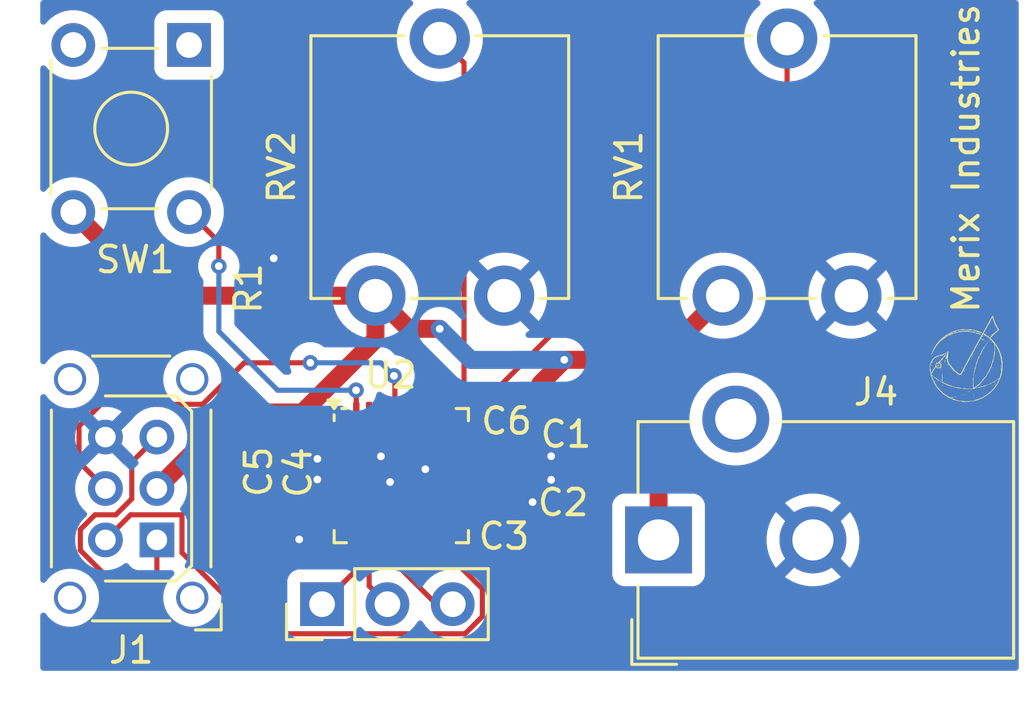
<source format=kicad_pcb>
(kicad_pcb (version 20241229) (generator "pcbnew") (generator_version "9.0")
  (layers (0 "F.Cu" signal) (2 "B.Cu" signal) (13 "F.Paste" user) (15 "B.Paste" user) (5 "F.SilkS" user "F.Silkscreen") (7 "B.SilkS" user "B.Silkscreen") (1 "F.Mask" user) (3 "B.Mask" user) (25 "Edge.Cuts" user))
  (net 0 "")
  (net 1 "+5V")
  (net 2 "GND")
  (net 3 "/MOSI")
  (net 4 "/MISO")
  (net 5 "Net-(J1-~{RST})")
  (net 6 "/SCK")
  (net 7 "/D6")
  (net 8 "/D7")
  (net 9 "/D5")
  (net 10 "/A0")
  (net 11 "/A1")
  (net 12 "Net-(U2-AREF)")
  (net 29 "Net-(U2-PD2)")
  (footprint "Capacitor_SMD:C_0201_0603Metric" (layer "F.Cu") (at 155 86 -90)
    (property "Reference" "C5")
    (property "Value" "100nF")
  )
  (footprint "Resistor_SMD:R_0201_0603Metric" (layer "F.Cu") (at 154.0764 75.7276 -90)
    (property "Reference" "R1")
    (property "Value" "10kΩ")
  )
  (footprint "Potentiometer_THT:Potentiometer_ACP_CA9-V10_Vertical" (layer "F.Cu") (at 163.995 77.5 90)
    (property "Reference" "RV2")
    (property "Value" "10kΩ")
  )
  (footprint "Capacitor_SMD:C_0201_0603Metric" (layer "F.Cu") (at 156 86 -90)
    (property "Reference" "C4")
    (property "Value" "1uF")
  )
  (footprint "Connector_Harwin:Harwin_LTek-Male_2x03_P2.00mm_Vertical_StrainRelief" (layer "F.Cu") (at 150.5 87 90)
    (property "Reference" "J1")
    (property "Value" "AVR-ISP-6")
  )
  (footprint "Potentiometer_THT:Potentiometer_ACP_CA9-V10_Vertical" (layer "F.Cu") (at 177.495 77.5 90)
    (property "Reference" "RV1")
    (property "Value" "10kΩ")
  )
  (footprint "Capacitor_SMD:C_0201_0603Metric" (layer "F.Cu") (at 164.7042 83.4644)
    (property "Reference" "C1")
    (property "Value" "1uF")
  )
  (footprint "Capacitor_SMD:C_0201_0603Metric" (layer "F.Cu") (at 163.63 84.17 -90)
    (property "Reference" "C6")
    (property "Value" "100nF")
  )
  (footprint "Connector_PinHeader_2.54mm:PinHeader_1x03_P2.54mm_Vertical" (layer "F.Cu") (at 156.92 89.5 90)
    (property "Reference" "J2" (hide yes))
    (property "Value" "Conn_01x03")
  )
  (footprint "Package_DFN_QFN:QFN-32-1EP_5x5mm_P0.5mm_EP3.1x3.1mm" (layer "F.Cu") (at 160 84.5)
    (property "Reference" "U2")
    (property "Value" "ATmega328P-M")
  )
  (footprint "Capacitor_SMD:C_0201_0603Metric" (layer "F.Cu") (at 164.7042 84.6328)
    (property "Reference" "C2")
    (property "Value" "4.7uF 16V")
  )
  (footprint "Capacitor_SMD:C_0201_0603Metric" (layer "F.Cu") (at 163.9824 85.7504)
    (property "Reference" "C3")
    (property "Value" "1uF")
  )
  (footprint "Button_Switch_THT:SW_TH_Tactile_Omron_B3F-10xx" (layer "F.Cu") (at 151.75 67.75 -90)
    (property "Reference" "SW1")
    (property "Value" "SW_Push")
  )
  (footprint "Connector_BarrelJack:BarrelJack_CUI_PJ-102AH_Horizontal" (layer "F.Cu") (at 170 87 90)
    (property "Reference" "J4")
    (property "Value" "BarrelJack")
  )
  (gr_poly (pts (xy 182.380852 79.542704) (xy 182.380879 79.542458) (xy 182.380926 79.542208) (xy 182.380995 79.541952) (xy 182.381086 79.541692) (xy 182.381198 79.541428) (xy 182.381333 79.54116) (xy 182.38149 79.540889) (xy 182.381864 79.54035) (xy 182.382309 79.539826) (xy 182.382818 79.53932) (xy 182.383386 79.538835) (xy 182.384007 79.538372) (xy 182.384676 79.537936) (xy 182.385386 79.537528) (xy 182.386131 79.537152) (xy 182.386907 79.53681) (xy 182.387707 79.536505) (xy 182.388526 79.536239) (xy 182.389358 79.536015) (xy 182.390197 79.535837) (xy 182.391037 79.535706) (xy 182.391872 79.535625) (xy 182.392698 79.535598) (xy 182.3931 79.535605) (xy 182.393489 79.535625) (xy 182.393865 79.535659) (xy 182.394226 79.535706) (xy 182.394572 79.535765) (xy 182.394904 79.535837) (xy 182.39522 79.53592) (xy 182.395522 79.536015) (xy 182.395807 79.536121) (xy 182.396077 79.536239) (xy 182.396331 79.536367) (xy 182.396567 79.536505) (xy 182.396787 79.536652) (xy 182.39699 79.53681) (xy 182.397176 79.536977) (xy 182.397343 79.537152) (xy 182.397493 79.537336) (xy 182.397624 79.537528) (xy 182.397736 79.537728) (xy 182.39783 79.537936) (xy 182.397904 79.538151) (xy 182.397959 79.538372) (xy 182.397994 79.5386) (xy 182.398009 79.538835) (xy 182.398003 79.539075) (xy 182.397976 79.53932) (xy 182.397929 79.539571) (xy 182.39786 79.539826) (xy 182.39777 79.540086) (xy 182.397657 79.54035) (xy 182.397522 79.540618) (xy 182.397365 79.540889) (xy 182.396991 79.541428) (xy 182.396546 79.541952) (xy 182.396037 79.542458) (xy 182.395469 79.542944) (xy 182.394848 79.543406) (xy 182.394179 79.543842) (xy 182.393469 79.54425) (xy 182.392724 79.544626) (xy 182.391948 79.544969) (xy 182.391148 79.545274) (xy 182.390329 79.54554) (xy 182.389497 79.545763) (xy 182.388659 79.545942) (xy 182.387818 79.546073) (xy 182.386983 79.546153) (xy 182.386157 79.546181) (xy 182.385755 79.546174) (xy 182.385366 79.546153) (xy 182.384991 79.54612) (xy 182.38463 79.546073) (xy 182.384283 79.546013) (xy 182.383951 79.545942) (xy 182.383635 79.545858) (xy 182.383333 79.545763) (xy 182.383048 79.545657) (xy 182.382778 79.54554) (xy 182.382525 79.545412) (xy 182.382288 79.545274) (xy 182.382068 79.545126) (xy 182.381865 79.544969) (xy 182.38168 79.544802) (xy 182.381512 79.544626) (xy 182.381362 79.544442) (xy 182.381231 79.54425) (xy 182.381119 79.54405) (xy 182.381025 79.543842) (xy 182.380951 79.543628) (xy 182.380896 79.543406) (xy 182.380861 79.543178) (xy 182.380846 79.542944)) (fill yes) (layer "F.SilkS"))
  (gr_poly (pts (xy 180.706685 80.231344) (xy 180.706705 80.231229) (xy 180.706786 80.230979) (xy 180.706917 80.230705) (xy 180.707095 80.230409) (xy 180.707319 80.230094) (xy 180.707585 80.229763) (xy 180.70789 80.229419) (xy 180.708232 80.229064) (xy 180.708608 80.2287) (xy 180.709016 80.228332) (xy 180.709452 80.227961) (xy 180.709915 80.227589) (xy 180.7104 80.227221) (xy 180.710906 80.226858) (xy 180.71143 80.226504) (xy 180.711969 80.22616) (xy 180.712241 80.226003) (xy 180.712508 80.225871) (xy 180.712772 80.225763) (xy 180.713032 80.225678) (xy 180.713288 80.225616) (xy 180.713538 80.225577) (xy 180.713784 80.22556) (xy 180.714024 80.225565) (xy 180.714258 80.225593) (xy 180.714486 80.225641) (xy 180.714708 80.225711) (xy 180.714923 80.225802) (xy 180.71513 80.225913) (xy 180.71533 80.226044) (xy 180.715522 80.226195) (xy 180.715707 80.226365) (xy 180.715882 80.226554) (xy 180.716049 80.226762) (xy 180.716206 80.226989) (xy 180.716354 80.227233) (xy 180.716492 80.227495) (xy 180.71662 80.227775) (xy 180.716737 80.228072) (xy 180.716843 80.228385) (xy 180.716938 80.228715) (xy 180.717022 80.22906) (xy 180.717094 80.229422) (xy 180.717153 80.229798) (xy 180.7172 80.23019) (xy 180.717233 80.230596) (xy 180.717261 80.231452) (xy 180.717254 80.231886) (xy 180.717233 80.232307) (xy 180.7172 80.232713) (xy 180.717153 80.233105) (xy 180.717094 80.233482) (xy 180.717022 80.233843) (xy 180.716938 80.234189) (xy 180.716843 80.234518) (xy 180.716737 80.234832) (xy 180.71662 80.235128) (xy 180.716492 80.235408) (xy 180.716354 80.23567) (xy 180.716206 80.235914) (xy 180.716049 80.236141) (xy 180.715882 80.236349) (xy 180.715707 80.236538) (xy 180.715522 80.236708) (xy 180.71533 80.236859) (xy 180.71513 80.23699) (xy 180.714923 80.237101) (xy 180.714708 80.237192) (xy 180.714486 80.237262) (xy 180.714258 80.23731) (xy 180.714024 80.237338) (xy 180.713784 80.237343) (xy 180.713538 80.237327) (xy 180.713288 80.237287) (xy 180.713032 80.237226) (xy 180.712772 80.237141) (xy 180.712508 80.237032) (xy 180.712241 80.2369) (xy 180.711969 80.236743) (xy 180.71143 80.2364) (xy 180.710906 80.236045) (xy 180.7104 80.235682) (xy 180.709915 80.235314) (xy 180.709452 80.234943) (xy 180.709016 80.234571) (xy 180.708608 80.234203) (xy 180.708232 80.233839) (xy 180.70789 80.233484) (xy 180.707585 80.23314) (xy 180.707319 80.232809) (xy 180.707095 80.232494) (xy 180.707 80.232344) (xy 180.706917 80.232198) (xy 180.706845 80.232058) (xy 180.706786 80.231924) (xy 180.706739 80.231796) (xy 180.706705 80.231674) (xy 180.706685 80.231559) (xy 180.706678 80.231452)) (fill yes) (layer "F.SilkS"))
  (gr_poly (pts (xy 181.014641 80.281312) (xy 181.014688 80.279955) (xy 181.014759 80.278718) (xy 181.014853 80.277607) (xy 181.014908 80.277099) (xy 181.014969 80.276625) (xy 181.015035 80.276184) (xy 181.015106 80.275778) (xy 181.015182 80.275406) (xy 181.015262 80.27507) (xy 181.015348 80.27477) (xy 181.015437 80.274507) (xy 181.015531 80.274281) (xy 181.015629 80.274093) (xy 181.01573 80.273943) (xy 181.015836 80.273832) (xy 181.01589 80.273792) (xy 181.015945 80.273761) (xy 181.016001 80.273741) (xy 181.016058 80.273731) (xy 181.016115 80.273731) (xy 181.016174 80.273741) (xy 181.016233 80.273762) (xy 181.016293 80.273793) (xy 181.016415 80.273886) (xy 181.01654 80.274023) (xy 181.016668 80.274203) (xy 181.016798 80.274426) (xy 181.016931 80.274694) (xy 181.017066 80.275007) (xy 181.017322 80.275719) (xy 181.017545 80.276507) (xy 181.017737 80.277361) (xy 181.017897 80.278275) (xy 181.018024 80.27924) (xy 181.018119 80.280247) (xy 181.018182 80.281289) (xy 181.018211 80.282357) (xy 181.018208 80.283444) (xy 181.018172 80.284541) (xy 181.018104 80.28564) (xy 181.018002 80.286733) (xy 181.017867 80.287812) (xy 181.017698 80.288869) (xy 181.017497 80.289895) (xy 181.017261 80.290882) (xy 181.017011 80.291753) (xy 181.016767 80.292439) (xy 181.016528 80.292941) (xy 181.016412 80.293125) (xy 181.016297 80.293264) (xy 181.016185 80.29336) (xy 181.016076 80.293412) (xy 181.015969 80.29342) (xy 181.015865 80.293386) (xy 181.015764 80.29331) (xy 181.015666 80.293191) (xy 181.015479 80.29283) (xy 181.015308 80.292307) (xy 181.015152 80.291624) (xy 181.015014 80.290785) (xy 181.014894 80.289794) (xy 181.014793 80.288653) (xy 181.014715 80.287366) (xy 181.014658 80.285937) (xy 181.014626 80.284368) (xy 181.01462 80.282785)) (fill yes) (layer "F.SilkS"))
  (gr_poly (pts (xy 182.976806 79.326441) (xy 182.976816 79.326307) (xy 182.976833 79.326175) (xy 182.976857 79.326045) (xy 182.976886 79.325917) (xy 182.976922 79.325792) (xy 182.976964 79.325669) (xy 182.977011 79.325549) (xy 182.977064 79.325432) (xy 182.977123 79.325318) (xy 182.977187 79.325207) (xy 182.977256 79.3251) (xy 182.97733 79.324996) (xy 182.977409 79.324896) (xy 182.977492 79.3248) (xy 182.97758 79.324708) (xy 182.977672 79.32462) (xy 182.977768 79.324537) (xy 182.977868 79.324458) (xy 182.977972 79.324384) (xy 182.978079 79.324315) (xy 182.97819 79.324251) (xy 182.978304 79.324193) (xy 182.978421 79.32414) (xy 182.978541 79.324092) (xy 182.978664 79.32405) (xy 182.978789 79.324014) (xy 182.978917 79.323985) (xy 182.979047 79.323961) (xy 182.979179 79.323944) (xy 182.979313 79.323934) (xy 182.979448 79.323931) (xy 182.979584 79.323934) (xy 182.979718 79.323944) (xy 182.97985 79.323961) (xy 182.97998 79.323985) (xy 182.980108 79.324014) (xy 182.980233 79.32405) (xy 182.980356 79.324092) (xy 182.980476 79.32414) (xy 182.980593 79.324193) (xy 182.980707 79.324251) (xy 182.980818 79.324315) (xy 182.980925 79.324384) (xy 182.981029 79.324458) (xy 182.981129 79.324537) (xy 182.981225 79.32462) (xy 182.981317 79.324708) (xy 182.981405 79.3248) (xy 182.981488 79.324896) (xy 182.981567 79.324996) (xy 182.981641 79.3251) (xy 182.98171 79.325207) (xy 182.981774 79.325318) (xy 182.981832 79.325432) (xy 182.981886 79.325549) (xy 182.981933 79.325669) (xy 182.981975 79.325792) (xy 182.982011 79.325917) (xy 182.98204 79.326045) (xy 182.982064 79.326175) (xy 182.982081 79.326307) (xy 182.982091 79.326441) (xy 182.982094 79.326577) (xy 182.982091 79.326712) (xy 182.982081 79.326846) (xy 182.982064 79.326978) (xy 182.98204 79.327108) (xy 182.982011 79.327236) (xy 182.981975 79.327361) (xy 182.981933 79.327484) (xy 182.981886 79.327604) (xy 182.981832 79.327721) (xy 182.981774 79.327835) (xy 182.98171 79.327946) (xy 182.981641 79.328053) (xy 182.981567 79.328157) (xy 182.981488 79.328257) (xy 182.981405 79.328353) (xy 182.981317 79.328445) (xy 182.981225 79.328533) (xy 182.981129 79.328616) (xy 182.981029 79.328695) (xy 182.980925 79.328769) (xy 182.980818 79.328838) (xy 182.980707 79.328902) (xy 182.980593 79.328961) (xy 182.980476 79.329014) (xy 182.980356 79.329061) (xy 182.980233 79.329103) (xy 182.980108 79.329139) (xy 182.97998 79.329168) (xy 182.97985 79.329192) (xy 182.979718 79.329209) (xy 182.979584 79.329219) (xy 182.979448 79.329222) (xy 182.979313 79.329219) (xy 182.979179 79.329209) (xy 182.979047 79.329192) (xy 182.978917 79.329168) (xy 182.978789 79.329139) (xy 182.978664 79.329103) (xy 182.978541 79.329061) (xy 182.978421 79.329014) (xy 182.978304 79.328961) (xy 182.97819 79.328902) (xy 182.978079 79.328838) (xy 182.977972 79.328769) (xy 182.977868 79.328695) (xy 182.977768 79.328616) (xy 182.977672 79.328533) (xy 182.97758 79.328445) (xy 182.977492 79.328353) (xy 182.977409 79.328257) (xy 182.97733 79.328157) (xy 182.977256 79.328053) (xy 182.977187 79.327946) (xy 182.977123 79.327835) (xy 182.977064 79.327721) (xy 182.977011 79.327604) (xy 182.976964 79.327484) (xy 182.976922 79.327361) (xy 182.976886 79.327236) (xy 182.976857 79.327108) (xy 182.976833 79.326978) (xy 182.976816 79.326846) (xy 182.976806 79.326712) (xy 182.976803 79.326577)) (fill yes) (layer "F.SilkS"))
  (gr_poly (pts (xy 181.257018 80.212065) (xy 181.257038 80.211526) (xy 181.257072 80.211003) (xy 181.257119 80.210497) (xy 181.257178 80.210008) (xy 181.25725 80.209536) (xy 181.257333 80.209082) (xy 181.257428 80.208647) (xy 181.257535 80.20823) (xy 181.257652 80.207833) (xy 181.25778 80.207456) (xy 181.257918 80.207099) (xy 181.258066 80.206763) (xy 181.258223 80.206448) (xy 181.25839 80.206155) (xy 181.258565 80.205885) (xy 181.258749 80.205637) (xy 181.258942 80.205413) (xy 181.259142 80.205212) (xy 181.259349 80.205036) (xy 181.259564 80.204884) (xy 181.259786 80.204758) (xy 181.260014 80.204658) (xy 181.260248 80.204583) (xy 181.260488 80.204536) (xy 181.260733 80.204516) (xy 181.260984 80.204523) (xy 181.26124 80.204559) (xy 181.2615 80.204623) (xy 181.261764 80.204717) (xy 181.262031 80.20484) (xy 181.262303 80.204993) (xy 181.262842 80.205366) (xy 181.263366 80.205806) (xy 181.263872 80.206307) (xy 181.264357 80.206865) (xy 181.26482 80.207472) (xy 181.265256 80.208125) (xy 181.265664 80.208817) (xy 181.26604 80.209542) (xy 181.266382 80.210296) (xy 181.266687 80.211072) (xy 181.266953 80.211865) (xy 181.267177 80.212669) (xy 181.267355 80.213479) (xy 181.267486 80.21429) (xy 181.267567 80.215095) (xy 181.267594 80.215889) (xy 181.267587 80.21628) (xy 181.267567 80.216666) (xy 181.267533 80.217047) (xy 181.267486 80.217421) (xy 181.267427 80.217789) (xy 181.267355 80.218151) (xy 181.267272 80.218505) (xy 181.267177 80.218851) (xy 181.26707 80.219188) (xy 181.266953 80.219517) (xy 181.266825 80.219836) (xy 181.266687 80.220146) (xy 181.266539 80.220445) (xy 181.266382 80.220733) (xy 181.266215 80.22101) (xy 181.26604 80.221275) (xy 181.265856 80.221528) (xy 181.265664 80.221768) (xy 181.265463 80.221995) (xy 181.265256 80.222208) (xy 181.265041 80.222407) (xy 181.26482 80.222591) (xy 181.264591 80.22276) (xy 181.264357 80.222913) (xy 181.264117 80.22305) (xy 181.263872 80.22317) (xy 181.263621 80.223273) (xy 181.263366 80.223359) (xy 181.263106 80.223426) (xy 181.262842 80.223475) (xy 181.262574 80.223504) (xy 181.262303 80.223514) (xy 181.262031 80.2235) (xy 181.261764 80.223458) (xy 181.2615 80.223388) (xy 181.26124 80.223292) (xy 181.260984 80.223169) (xy 181.260733 80.223022) (xy 181.260488 80.22285) (xy 181.260248 80.222654) (xy 181.259786 80.222194) (xy 181.259349 80.221646) (xy 181.258942 80.221017) (xy 181.258565 80.220313) (xy 181.258223 80.219538) (xy 181.257918 80.218698) (xy 181.257652 80.2178) (xy 181.257428 80.216848) (xy 181.25725 80.215849) (xy 181.257119 80.214807) (xy 181.257038 80.213728) (xy 181.257011 80.212619)) (fill yes) (layer "F.SilkS"))
  (gr_poly (pts (xy 180.749411 80.801419) (xy 180.749427 80.800966) (xy 180.74945 80.800528) (xy 180.749481 80.800108) (xy 180.74952 80.799706) (xy 180.749566 80.799321) (xy 180.749619 80.798955) (xy 180.749678 80.798608) (xy 180.749745 80.79828) (xy 180.749818 80.797971) (xy 180.749897 80.797683) (xy 180.749982 80.797416) (xy 180.750074 80.797169) (xy 180.750171 80.796944) (xy 180.750274 80.796741) (xy 180.750382 80.79656) (xy 180.750496 80.796402) (xy 180.750615 80.796267) (xy 180.750738 80.796156) (xy 180.750867 80.79607) (xy 180.751 80.796007) (xy 180.751068 80.795986) (xy 180.751137 80.79597) (xy 180.751208 80.795961) (xy 180.751279 80.795958) (xy 180.751351 80.795962) (xy 180.751425 80.795973) (xy 180.751574 80.796013) (xy 180.751727 80.796081) (xy 180.751884 80.796175) (xy 180.752044 80.796298) (xy 180.752207 80.796448) (xy 180.752367 80.796621) (xy 180.752518 80.79681) (xy 180.752792 80.797232) (xy 180.753029 80.797709) (xy 180.753229 80.798237) (xy 180.753391 80.79881) (xy 180.753515 80.799422) (xy 180.753601 80.800069) (xy 180.753648 80.800746) (xy 180.753658 80.801446) (xy 180.753628 80.802166) (xy 180.75356 80.802899) (xy 180.753452 80.80364) (xy 180.753305 80.804385) (xy 180.753118 80.805128) (xy 180.752892 80.805864) (xy 180.752625 80.806587) (xy 180.752314 80.807315) (xy 180.752014 80.807915) (xy 180.751725 80.808388) (xy 180.751586 80.808578) (xy 180.751449 80.808736) (xy 180.751316 80.808863) (xy 180.751187 80.808958) (xy 180.751061 80.809023) (xy 180.750939 80.809057) (xy 180.750821 80.80906) (xy 180.750706 80.809032) (xy 180.750596 80.808973) (xy 180.750489 80.808884) (xy 180.750387 80.808765) (xy 180.750289 80.808615) (xy 180.750196 80.808435) (xy 180.750107 80.808225) (xy 180.749943 80.807714) (xy 180.749798 80.807085) (xy 180.749674 80.806337) (xy 180.74957 80.805471) (xy 180.749488 80.804489) (xy 180.749429 80.803391) (xy 180.749412 80.802875) (xy 180.749403 80.802374) (xy 180.749403 80.801889)) (fill yes) (layer "F.SilkS"))
  (gr_poly (pts (xy 182.759847 78.947951) (xy 182.759856 78.947683) (xy 182.759871 78.947419) (xy 182.759892 78.94716) (xy 182.759918 78.946904) (xy 182.759949 78.946653) (xy 182.759986 78.946408) (xy 182.760028 78.946168) (xy 182.760075 78.945934) (xy 182.760126 78.945706) (xy 182.760183 78.945484) (xy 182.760244 78.945269) (xy 182.760309 78.945062) (xy 182.760378 78.944862) (xy 182.760451 78.944669) (xy 182.760529 78.944485) (xy 182.76061 78.94431) (xy 182.760695 78.944143) (xy 182.760783 78.943986) (xy 182.760874 78.943838) (xy 182.760969 78.9437) (xy 182.761067 78.943572) (xy 182.761167 78.943455) (xy 182.761271 78.943349) (xy 182.761377 78.943253) (xy 182.761485 78.94317) (xy 182.761595 78.943098) (xy 182.761708 78.943039) (xy 182.761823 78.942992) (xy 182.76194 78.942958) (xy 182.762058 78.942938) (xy 182.762178 78.942931) (xy 182.762302 78.942938) (xy 182.762433 78.942958) (xy 182.76257 78.942992) (xy 182.762714 78.943039) (xy 182.763018 78.94317) (xy 182.763343 78.943349) (xy 182.763685 78.943572) (xy 182.764042 78.943838) (xy 182.76441 78.944143) (xy 182.764787 78.944485) (xy 182.76517 78.944862) (xy 182.765557 78.945269) (xy 182.765944 78.945706) (xy 182.766328 78.946168) (xy 182.766706 78.946653) (xy 182.767077 78.94716) (xy 182.767436 78.947683) (xy 182.767782 78.948222) (xy 182.767942 78.948494) (xy 182.768086 78.948761) (xy 182.768213 78.949026) (xy 182.768324 78.949285) (xy 182.768419 78.949541) (xy 182.768498 78.949792) (xy 182.768562 78.950037) (xy 182.768609 78.950277) (xy 182.768641 78.950511) (xy 182.768658 78.950739) (xy 182.768659 78.950961) (xy 182.768646 78.951176) (xy 182.768618 78.951383) (xy 182.768574 78.951583) (xy 182.768517 78.951776) (xy 182.768444 78.95196) (xy 182.768358 78.952135) (xy 182.768257 78.952302) (xy 182.768143 78.952459) (xy 182.768014 78.952607) (xy 182.767872 78.952745) (xy 182.767716 78.952873) (xy 182.767547 78.95299) (xy 182.767365 78.953097) (xy 182.76717 78.953192) (xy 182.766961 78.953275) (xy 182.76674 78.953347) (xy 182.766506 78.953406) (xy 182.76626 78.953453) (xy 182.766002 78.953487) (xy 182.765731 78.953507) (xy 182.765448 78.953514) (xy 182.765161 78.953507) (xy 182.764878 78.953487) (xy 182.764598 78.953453) (xy 182.764323 78.953406) (xy 182.764053 78.953347) (xy 182.763787 78.953275) (xy 182.763527 78.953192) (xy 182.763273 78.953097) (xy 182.763025 78.95299) (xy 182.762784 78.952873) (xy 182.762549 78.952745) (xy 182.762322 78.952607) (xy 182.762102 78.952459) (xy 182.76189 78.952302) (xy 182.761686 78.952135) (xy 182.761491 78.95196) (xy 182.761305 78.951776) (xy 182.761129 78.951583) (xy 182.760962 78.951383) (xy 182.760805 78.951176) (xy 182.760659 78.950961) (xy 182.760524 78.950739) (xy 182.760399 78.950511) (xy 182.760287 78.950277) (xy 182.760186 78.950037) (xy 182.760097 78.949792) (xy 182.760022 78.949541) (xy 182.759959 78.949285) (xy 182.759909 78.949026) (xy 182.759873 78.948761) (xy 182.759852 78.948494) (xy 182.759844 78.948222)) (fill yes) (layer "F.SilkS"))
  (gr_poly (pts (xy 181.997854 81.249826) (xy 181.997884 81.249558) (xy 181.997933 81.249294) (xy 181.998 81.249034) (xy 181.998085 81.248779) (xy 181.998188 81.248528) (xy 181.998309 81.248283) (xy 181.998446 81.248043) (xy 181.998599 81.247808) (xy 181.998768 81.24758) (xy 181.998952 81.247359) (xy 181.999151 81.247144) (xy 181.99959 81.246736) (xy 182.000083 81.24636) (xy 182.000625 81.246018) (xy 182.001213 81.245713) (xy 182.001842 81.245447) (xy 182.002508 81.245223) (xy 182.003208 81.245045) (xy 182.003937 81.244914) (xy 182.004692 81.244833) (xy 182.00547 81.244806) (xy 182.005865 81.244813) (xy 182.006264 81.244833) (xy 182.007069 81.244914) (xy 182.007879 81.245045) (xy 182.008689 81.245223) (xy 182.009494 81.245447) (xy 182.010287 81.245713) (xy 182.011063 81.246018) (xy 182.011816 81.24636) (xy 182.012542 81.246736) (xy 182.013233 81.247144) (xy 182.013886 81.24758) (xy 182.014494 81.248043) (xy 182.015051 81.248528) (xy 182.015309 81.248779) (xy 182.015552 81.249034) (xy 182.01578 81.249294) (xy 182.015992 81.249558) (xy 182.016187 81.249826) (xy 182.016365 81.250097) (xy 182.016519 81.250369) (xy 182.016642 81.250636) (xy 182.016735 81.2509) (xy 182.0168 81.25116) (xy 182.016835 81.251416) (xy 182.016843 81.251666) (xy 182.016823 81.251912) (xy 182.016775 81.252152) (xy 182.016701 81.252386) (xy 182.0166 81.252614) (xy 182.016474 81.252836) (xy 182.016322 81.253051) (xy 182.016146 81.253258) (xy 182.015946 81.253458) (xy 182.015721 81.253651) (xy 182.015473 81.253835) (xy 182.015203 81.25401) (xy 182.01491 81.254177) (xy 182.014259 81.254482) (xy 182.013525 81.254748) (xy 182.012711 81.254971) (xy 182.011822 81.25515) (xy 182.010861 81.255281) (xy 182.009832 81.255362) (xy 182.00874 81.255389) (xy 182.008181 81.255382) (xy 182.00763 81.255362) (xy 182.007087 81.255328) (xy 182.006552 81.255281) (xy 182.006026 81.255222) (xy 182.00551 81.25515) (xy 182.005004 81.255067) (xy 182.00451 81.254971) (xy 182.004028 81.254865) (xy 182.003558 81.254748) (xy 182.003102 81.25462) (xy 182.00266 81.254482) (xy 182.002233 81.254334) (xy 182.001821 81.254177) (xy 182.001425 81.25401) (xy 182.001046 81.253835) (xy 182.000684 81.253651) (xy 182.000341 81.253458) (xy 182.000017 81.253258) (xy 181.999712 81.253051) (xy 181.999428 81.252836) (xy 181.999165 81.252614) (xy 181.998923 81.252386) (xy 181.998704 81.252152) (xy 181.998508 81.251912) (xy 181.998336 81.251666) (xy 181.998189 81.251416) (xy 181.998067 81.25116) (xy 181.99797 81.2509) (xy 181.997901 81.250636) (xy 181.997859 81.250369) (xy 181.997844 81.250097)) (fill yes) (layer "F.SilkS"))
  (gr_poly (pts (xy 182.453475 81.497071) (xy 182.453521 81.496899) (xy 182.4536 81.49673) (xy 182.45371 81.496564) (xy 182.453851 81.496401) (xy 182.454024 81.49624) (xy 182.454229 81.496081) (xy 182.454465 81.495922) (xy 182.454733 81.495765) (xy 182.455032 81.495608) (xy 182.455363 81.49545) (xy 182.455725 81.495292) (xy 182.456544 81.494971) (xy 182.457489 81.494641) (xy 182.458206 81.494423) (xy 182.458917 81.494249) (xy 182.459619 81.494118) (xy 182.460312 81.494027) (xy 182.460992 81.493975) (xy 182.461658 81.493962) (xy 182.462307 81.493984) (xy 182.462939 81.494041) (xy 182.46355 81.494132) (xy 182.464139 81.494255) (xy 182.464704 81.494407) (xy 182.465242 81.494589) (xy 182.465752 81.494798) (xy 182.466232 81.495033) (xy 182.46668 81.495292) (xy 182.467093 81.495574) (xy 182.467469 81.495878) (xy 182.467808 81.496201) (xy 182.468106 81.496543) (xy 182.468361 81.496902) (xy 182.468573 81.497276) (xy 182.468737 81.497664) (xy 182.468854 81.498064) (xy 182.46892 81.498476) (xy 182.468933 81.498897) (xy 182.468892 81.499325) (xy 182.468795 81.49976) (xy 182.468639 81.500201) (xy 182.468422 81.500644) (xy 182.468143 81.50109) (xy 182.4678 81.501536) (xy 182.46739 81.501981) (xy 182.467218 81.502138) (xy 182.467032 81.502283) (xy 182.46683 81.502415) (xy 182.466615 81.502534) (xy 182.466387 81.502641) (xy 182.466146 81.502735) (xy 182.465628 81.502887) (xy 182.465067 81.502989) (xy 182.464469 81.503043) (xy 182.463837 81.503049) (xy 182.463178 81.503007) (xy 182.462496 81.502917) (xy 182.461796 81.502781) (xy 182.461084 81.502599) (xy 182.460364 81.502371) (xy 182.459642 81.502098) (xy 182.458922 81.50178) (xy 182.45821 81.501418) (xy 182.45751 81.501012) (xy 182.456561 81.500411) (xy 182.455739 81.499855) (xy 182.455375 81.499592) (xy 182.455043 81.49934) (xy 182.454743 81.499096) (xy 182.454474 81.498862) (xy 182.454236 81.498636) (xy 182.454031 81.498418) (xy 182.453856 81.498207) (xy 182.453714 81.498003) (xy 182.453603 81.497806) (xy 182.453523 81.497614) (xy 182.453476 81.497428) (xy 182.453459 81.497247)) (fill yes) (layer "F.SilkS"))
  (gr_poly (pts (xy 180.962986 81.140989) (xy 180.963011 81.140726) (xy 180.963055 81.140484) (xy 180.963119 81.140264) (xy 180.963204 81.140067) (xy 180.963309 81.139894) (xy 180.963435 81.139745) (xy 180.96358 81.139623) (xy 180.963743 81.139528) (xy 180.963922 81.139461) (xy 180.964118 81.139421) (xy 180.964329 81.139408) (xy 180.964555 81.13942) (xy 180.964796 81.139458) (xy 180.965049 81.139521) (xy 180.965316 81.139609) (xy 180.965595 81.13972) (xy 180.966187 81.140014) (xy 180.966821 81.140398) (xy 180.967491 81.140868) (xy 180.968191 81.141421) (xy 180.968918 81.142053) (xy 180.969665 81.14276) (xy 180.970428 81.143539) (xy 180.971201 81.144384) (xy 180.971979 81.145293) (xy 180.972758 81.146261) (xy 180.973531 81.147286) (xy 180.974276 81.148337) (xy 180.974973 81.149386) (xy 180.97562 81.150427) (xy 180.976214 81.151451) (xy 180.976752 81.152453) (xy 180.977233 81.153426) (xy 180.977654 81.154364) (xy 180.978012 81.15526) (xy 180.978306 81.156107) (xy 180.978531 81.156899) (xy 180.978687 81.15763) (xy 180.978738 81.157969) (xy 180.978771 81.158291) (xy 180.978784 81.158595) (xy 180.978779 81.158878) (xy 180.978754 81.159142) (xy 180.97871 81.159384) (xy 180.978646 81.159604) (xy 180.978561 81.159801) (xy 180.978456 81.159974) (xy 180.978331 81.160123) (xy 180.978185 81.160245) (xy 180.978022 81.16034) (xy 180.977843 81.160407) (xy 180.977647 81.160447) (xy 180.977436 81.16046) (xy 180.97721 81.160447) (xy 180.97697 81.160409) (xy 180.976716 81.160346) (xy 180.976449 81.160258) (xy 180.97617 81.160147) (xy 180.975578 81.159853) (xy 180.974945 81.159468) (xy 180.974275 81.158997) (xy 180.973575 81.158444) (xy 180.972849 81.157811) (xy 180.972102 81.157104) (xy 180.971339 81.156325) (xy 180.970567 81.155479) (xy 180.969789 81.15457) (xy 180.969012 81.153602) (xy 180.968239 81.152577) (xy 180.967494 81.151526) (xy 180.966796 81.150477) (xy 180.966148 81.149437) (xy 180.965554 81.148413) (xy 180.965015 81.147411) (xy 180.964533 81.146438) (xy 180.964112 81.145501) (xy 180.963753 81.144605) (xy 180.96346 81.143759) (xy 180.963234 81.142967) (xy 180.963078 81.142237) (xy 180.963027 81.141898) (xy 180.962995 81.141576) (xy 180.962981 81.141273)) (fill yes) (layer "F.SilkS"))
  (gr_poly (pts (xy 182.243426 81.055624) (xy 182.243466 81.055369) (xy 182.243533 81.055109) (xy 182.243628 81.054845) (xy 182.243753 81.054577) (xy 182.243907 81.054306) (xy 182.244295 81.053767) (xy 182.24478 81.053243) (xy 182.245355 81.052737) (xy 182.246012 81.052251) (xy 182.246745 81.051789) (xy 182.247546 81.051352) (xy 182.248409 81.050945) (xy 182.249325 81.050568) (xy 182.250289 81.050226) (xy 182.251293 81.049921) (xy 182.25233 81.049655) (xy 182.253393 81.049432) (xy 182.254475 81.049253) (xy 182.255568 81.049122) (xy 182.256665 81.049042) (xy 182.25776 81.049014) (xy 182.258299 81.049021) (xy 182.258821 81.049042) (xy 182.259329 81.049075) (xy 182.25982 81.049122) (xy 182.260294 81.049181) (xy 182.260751 81.049253) (xy 182.26119 81.049337) (xy 182.261612 81.049432) (xy 182.262014 81.049538) (xy 182.262398 81.049655) (xy 182.262762 81.049783) (xy 182.263107 81.049921) (xy 182.26343 81.050069) (xy 182.263733 81.050226) (xy 182.264015 81.050393) (xy 182.264274 81.050568) (xy 182.264512 81.050753) (xy 182.264726 81.050945) (xy 182.264917 81.051145) (xy 182.265085 81.051352) (xy 182.265228 81.051567) (xy 182.265347 81.051789) (xy 182.26544 81.052017) (xy 182.265508 81.052251) (xy 182.26555 81.052491) (xy 182.265565 81.052737) (xy 182.265554 81.052987) (xy 182.265515 81.053243) (xy 182.265447 81.053503) (xy 182.265352 81.053767) (xy 182.265227 81.054034) (xy 182.265073 81.054306) (xy 182.264685 81.054845) (xy 182.2642 81.055369) (xy 182.263626 81.055875) (xy 182.262968 81.05636) (xy 182.262235 81.056823) (xy 182.261434 81.057259) (xy 182.260572 81.057667) (xy 182.259655 81.058043) (xy 182.258691 81.058385) (xy 182.257687 81.05869) (xy 182.25665 81.058956) (xy 182.255587 81.05918) (xy 182.254506 81.059358) (xy 182.253412 81.059489) (xy 182.252315 81.05957) (xy 182.25122 81.059597) (xy 182.250681 81.05959) (xy 182.250159 81.05957) (xy 182.249651 81.059536) (xy 182.249161 81.059489) (xy 182.248686 81.05943) (xy 182.248229 81.059358) (xy 182.24779 81.059275) (xy 182.247368 81.05918) (xy 182.246966 81.059074) (xy 182.246582 81.058956) (xy 182.246218 81.058829) (xy 182.245874 81.05869) (xy 182.24555 81.058543) (xy 182.245247 81.058385) (xy 182.244965 81.058219) (xy 182.244706 81.058043) (xy 182.244468 81.057859) (xy 182.244254 81.057667) (xy 182.244063 81.057467) (xy 182.243895 81.057259) (xy 182.243752 81.057044) (xy 182.243633 81.056823) (xy 182.24354 81.056595) (xy 182.243472 81.05636) (xy 182.24343 81.05612) (xy 182.243415 81.055875)) (fill yes) (layer "F.SilkS"))
  (gr_poly (pts (xy 182.083462 81.581314) (xy 182.083495 81.581154) (xy 182.083547 81.58099) (xy 182.083619 81.580823) (xy 182.08371 81.580652) (xy 182.08382 81.580479) (xy 182.083951 81.580303) (xy 182.084102 81.580124) (xy 182.084273 81.579943) (xy 182.084459 81.579767) (xy 182.084651 81.579602) (xy 182.08485 81.579449) (xy 182.085054 81.579307) (xy 182.085264 81.579177) (xy 182.085479 81.579058) (xy 182.085699 81.57895) (xy 182.085922 81.578853) (xy 182.086149 81.578768) (xy 182.08638 81.578695) (xy 182.086613 81.578632) (xy 182.086848 81.578581) (xy 182.087085 81.578541) (xy 182.087323 81.578513) (xy 182.087563 81.578496) (xy 182.087803 81.57849) (xy 182.088042 81.578496) (xy 182.088282 81.578513) (xy 182.08852 81.578541) (xy 182.088757 81.578581) (xy 182.088992 81.578632) (xy 182.089225 81.578695) (xy 182.089456 81.578768) (xy 182.089683 81.578853) (xy 182.089906 81.57895) (xy 182.090126 81.579058) (xy 182.090341 81.579177) (xy 182.090551 81.579307) (xy 182.090755 81.579449) (xy 182.090954 81.579602) (xy 182.091146 81.579767) (xy 182.091332 81.579943) (xy 182.091503 81.580124) (xy 182.091654 81.580303) (xy 182.091785 81.580479) (xy 182.091895 81.580652) (xy 182.091986 81.580823) (xy 182.092058 81.58099) (xy 182.09211 81.581154) (xy 182.092143 81.581314) (xy 182.092157 81.58147) (xy 182.092153 81.581622) (xy 182.09213 81.58177) (xy 182.092089 81.581913) (xy 182.09203 81.582051) (xy 182.091954 81.582185) (xy 182.09186 81.582313) (xy 182.091748 81.582436) (xy 182.09162 81.582553) (xy 182.091475 81.582664) (xy 182.091313 81.582769) (xy 182.091135 81.582868) (xy 182.09094 81.58296) (xy 182.09073 81.583045) (xy 182.090504 81.583123) (xy 182.090263 81.583194) (xy 182.089735 81.583313) (xy 182.089147 81.5834) (xy 182.088503 81.583454) (xy 182.087803 81.583472) (xy 182.087446 81.583468) (xy 182.087102 81.583454) (xy 182.086773 81.583432) (xy 182.086458 81.5834) (xy 182.086157 81.583361) (xy 182.085871 81.583313) (xy 182.085599 81.583257) (xy 182.085342 81.583194) (xy 182.085101 81.583123) (xy 182.084875 81.583045) (xy 182.084665 81.58296) (xy 182.084471 81.582868) (xy 182.084292 81.582769) (xy 182.084131 81.582664) (xy 182.083985 81.582553) (xy 182.083857 81.582436) (xy 182.083746 81.582313) (xy 182.083651 81.582185) (xy 182.083575 81.582051) (xy 182.083516 81.581913) (xy 182.083475 81.58177) (xy 182.083452 81.581622) (xy 182.083448 81.58147)) (fill yes) (layer "F.SilkS"))
  (gr_poly (pts (xy 182.266945 80.473388) (xy 182.267146 80.468361) (xy 182.267523 80.462977) (xy 182.26807 80.457313) (xy 182.269638 80.445462) (xy 182.27178 80.433436) (xy 182.273045 80.427554) (xy 182.274428 80.421863) (xy 182.275921 80.416441) (xy 182.277514 80.411368) (xy 182.278658 80.407357) (xy 182.279859 80.402025) (xy 182.28108 80.395604) (xy 182.282288 80.388322) (xy 182.283445 80.380412) (xy 182.284516 80.372102) (xy 182.285465 80.363624) (xy 182.286256 80.355208) (xy 182.287078 80.346846) (xy 182.288115 80.338526) (xy 182.289325 80.330465) (xy 182.290665 80.322884) (xy 182.292095 80.316001) (xy 182.292829 80.31289) (xy 182.293571 80.310036) (xy 182.294313 80.307466) (xy 182.295052 80.305207) (xy 182.295781 80.303288) (xy 182.296495 80.301736) (xy 182.298005 80.298505) (xy 182.299677 80.294364) (xy 182.301455 80.289484) (xy 182.303283 80.284037) (xy 182.305107 80.278193) (xy 182.306872 80.272125) (xy 182.308521 80.266004) (xy 182.31 80.26) (xy 182.310726 80.257037) (xy 182.311527 80.25405) (xy 182.312394 80.251058) (xy 182.313319 80.248081) (xy 182.314293 80.245139) (xy 182.31531 80.242254) (xy 182.316359 80.239444) (xy 182.317434 80.236729) (xy 182.318527 80.234131) (xy 182.319628 80.231668) (xy 182.32073 80.229361) (xy 182.321824 80.22723) (xy 182.322903 80.225296) (xy 182.323958 80.223577) (xy 182.324981 80.222095) (xy 182.325965 80.220868) (xy 182.327154 80.219384) (xy 182.328274 80.217708) (xy 182.329327 80.215835) (xy 182.330314 80.213755) (xy 182.331237 80.211461) (xy 182.332099 80.208944) (xy 182.3329 80.206198) (xy 182.333644 80.203215) (xy 182.33433 80.199985) (xy 182.334962 80.196502) (xy 182.335541 80.192758) (xy 182.336069 80.188745) (xy 182.336979 80.179878) (xy 182.337707 80.169841) (xy 182.338077 80.164172) (xy 182.338485 80.158922) (xy 182.338938 80.154063) (xy 182.339441 80.149569) (xy 182.340002 80.145413) (xy 182.340629 80.141568) (xy 182.341326 80.138008) (xy 182.342103 80.134706) (xy 182.342965 80.131635) (xy 182.343919 80.128768) (xy 182.344972 80.126079) (xy 182.346132 80.123541) (xy 182.347404 80.121127) (xy 182.348797 80.118811) (xy 182.350315 80.116565) (xy 182.351968 80.114363) (xy 182.35365 80.112163) (xy 182.355157 80.110052) (xy 182.356495 80.10801) (xy 182.357667 80.106014) (xy 182.358681 80.104044) (xy 182.35954 80.102079) (xy 182.360249 80.100097) (xy 182.360814 80.098079) (xy 182.36124 80.096003) (xy 182.361532 80.093847) (xy 182.361694 80.091591) (xy 182.361732 80.089214) (xy 182.361652 80.086695) (xy 182.361457 80.084012) (xy 182.361154 80.081145) (xy 182.360747 80.078073) (xy 182.36041 80.075514) (xy 182.360144 80.073031) (xy 182.359947 80.070629) (xy 182.359815 80.068313) (xy 182.359747 80.066086) (xy 182.359739 80.063952) (xy 182.359791 80.061918) (xy 182.359898 80.059986) (xy 182.36006 80.05816) (xy 182.360272 80.056446) (xy 182.360534 80.054848) (xy 182.360843 80.05337) (xy 182.361196 80.052016) (xy 182.36159 80.05079) (xy 182.362024 80.049698) (xy 182.362496 80.048743) (xy 182.363001 80.04793) (xy 182.36354 80.047262) (xy 182.364108 80.046745) (xy 182.364703 80.046383) (xy 182.365323 80.04618) (xy 182.365642 80.046139) (xy 182.365967 80.04614) (xy 182.36663 80.046268) (xy 182.367312 80.046568) (xy 182.368008 80.047044) (xy 182.368718 80.047701) (xy 182.369439 80.048544) (xy 182.370168 80.049575) (xy 182.370903 80.050801) (xy 182.371641 80.052225) (xy 182.37238 80.053851) (xy 182.373119 80.055684) (xy 182.373829 80.05747) (xy 182.374555 80.059136) (xy 182.375293 80.060682) (xy 182.376039 80.062108) (xy 182.37679 80.063415) (xy 182.377543 80.064603) (xy 182.378295 80.065672) (xy 182.379042 80.066623) (xy 182.37978 80.067455) (xy 182.380508 80.068169) (xy 182.38122 80.068765) (xy 182.381914 80.069244) (xy 182.382587 80.069605) (xy 182.383235 80.06985) (xy 182.383855 80.069978) (xy 182.384444 80.069989) (xy 182.384997 80.069884) (xy 182.385513 80.069664) (xy 182.385987 80.069327) (xy 182.386416 80.068876) (xy 182.386798 80.068309) (xy 182.387127 80.067627) (xy 182.387403 80.066831) (xy 182.38762 80.065921) (xy 182.387775 80.064896) (xy 182.387866 80.063758) (xy 182.387889 80.062507) (xy 182.387841 80.061142) (xy 182.387718 80.059664) (xy 182.387516 80.058074) (xy 182.387234 80.056371) (xy 182.386866 80.054557) (xy 182.385964 80.049208) (xy 182.385504 80.043401) (xy 182.385483 80.037146) (xy 182.385899 80.030454) (xy 182.386747 80.023337) (xy 182.388026 80.015805) (xy 182.389731 80.007868) (xy 182.391861 79.999538) (xy 182.394412 79.990826) (xy 182.397381 79.981743) (xy 182.400765 79.972299) (xy 182.404561 79.962506) (xy 182.408767 79.952373) (xy 182.413378 79.941913) (xy 182.418393 79.931136) (xy 182.423808 79.920053) (xy 182.429658 79.908218) (xy 182.435115 79.896925) (xy 182.44006 79.88644) (xy 182.444374 79.877026) (xy 182.447937 79.86895) (xy 182.45063 79.862477) (xy 182.451613 79.859924) (xy 182.452333 79.857872) (xy 182.452777 79.856352) (xy 182.452928 79.855399) (xy 182.452948 79.855068) (xy 182.45301 79.854735) (xy 182.453111 79.854401) (xy 182.453252 79.854067) (xy 182.45343 79.853732) (xy 182.453644 79.853397) (xy 182.45418 79.852732) (xy 182.454851 79.852075) (xy 182.455648 79.851431) (xy 182.456564 79.850804) (xy 182.457591 79.8502) (xy 182.45872 79.849621) (xy 182.459943 79.849073) (xy 182.461252 79.84856) (xy 182.462639 79.848087) (xy 182.464095 79.847657) (xy 182.465614 79.847277) (xy 182.467185 79.846949) (xy 182.468803 79.846679) (xy 182.471991 79.846234) (xy 182.474966 79.845863) (xy 182.477662 79.845571) (xy 182.480014 79.845363) (xy 182.481041 79.845292) (xy 182.481957 79.845244) (xy 182.482754 79.84522) (xy 182.483425 79.845219) (xy 182.483961 79.845244) (xy 182.484353 79.845294) (xy 182.484494 79.845328) (xy 182.484595 79.84537) (xy 182.484657 79.845418) (xy 182.484677 79.845472) (xy 182.484636 79.845665) (xy 182.484516 79.846008) (xy 182.484054 79.847105) (xy 182.483323 79.848697) (xy 182.482356 79.850718) (xy 182.479842 79.855779) (xy 182.476772 79.861755) (xy 182.475967 79.863344) (xy 182.475184 79.864979) (xy 182.474428 79.866646) (xy 182.473702 79.868335) (xy 182.47301 79.870031) (xy 182.472357 79.871724) (xy 182.471746 79.873401) (xy 182.471182 79.875049) (xy 182.470668 79.876656) (xy 182.47021 79.87821) (xy 182.46981 79.879699) (xy 182.469473 79.88111) (xy 182.469202 79.882431) (xy 182.469003 79.88365) (xy 182.468879 79.884754) (xy 182.468834 79.885731) (xy 182.46881 79.886638) (xy 182.468743 79.887538) (xy 182.468638 79.888424) (xy 182.468494 79.889293) (xy 182.468316 79.890138) (xy 182.468104 79.890953) (xy 182.467861 79.891734) (xy 182.46759 79.892475) (xy 182.467292 79.893171) (xy 182.46697 79.893816) (xy 182.4668 79.894118) (xy 182.466625 79.894405) (xy 182.466445 79.894676) (xy 182.46626 79.894932) (xy 182.466071 79.89517) (xy 182.465878 79.895392) (xy 182.46568 79.895595) (xy 182.465479 79.895779) (xy 182.465275 79.895944) (xy 182.465067 79.896088) (xy 182.464856 79.896212) (xy 182.464643 79.896314) (xy 182.463898 79.896697) (xy 182.463086 79.897238) (xy 182.461284 79.898756) (xy 182.459285 79.900793) (xy 182.457138 79.903273) (xy 182.454889 79.906121) (xy 182.452586 79.909261) (xy 182.450276 79.912617) (xy 182.448008 79.916115) (xy 182.445829 79.919679) (xy 182.443786 79.923233) (xy 182.441927 79.926701) (xy 182.440299 79.930008) (xy 182.43895 79.933079) (xy 182.437927 79.935839) (xy 182.437279 79.93821) (xy 182.43711 79.939227) (xy 182.437053 79.940119) (xy 182.436972 79.941158) (xy 182.436738 79.942475) (xy 182.436356 79.944051) (xy 182.435835 79.945865) (xy 182.434408 79.95013) (xy 182.43252 79.95511) (xy 182.430234 79.960646) (xy 182.427614 79.966578) (xy 182.424722 79.972746) (xy 182.421622 79.978991) (xy 182.420032 79.982212) (xy 182.41845 79.985622) (xy 182.41535 79.992893) (xy 182.412401 80.000568) (xy 182.409681 80.008411) (xy 182.407267 80.016184) (xy 182.405237 80.02365) (xy 182.40439 80.027195) (xy 182.403669 80.030574) (xy 182.403083 80.033759) (xy 182.402641 80.036718) (xy 182.40224 80.039554) (xy 182.401775 80.042372) (xy 182.40125 80.045157) (xy 182.400672 80.047892) (xy 182.400046 80.050558) (xy 182.399378 80.053138) (xy 182.398673 80.055615) (xy 182.397937 80.057973) (xy 182.397175 80.060193) (xy 182.396394 80.062259) (xy 182.395599 80.064152) (xy 182.394796 80.065857) (xy 182.39399 80.067355) (xy 182.393187 80.068629) (xy 182.392393 80.069662) (xy 182.392001 80.070083) (xy 182.391613 80.070437) (xy 182.390851 80.071119) (xy 182.390111 80.071879) (xy 182.389396 80.07271) (xy 182.38871 80.073603) (xy 182.388057 80.07455) (xy 182.38744 80.075544) (xy 182.386864 80.076575) (xy 182.386333 80.077636) (xy 182.385849 80.078719) (xy 182.385418 80.079816) (xy 182.385042 80.080919) (xy 182.384726 80.082019) (xy 182.384474 80.083108) (xy 182.384289 80.084179) (xy 182.384175 80.085223) (xy 182.384136 80.086232) (xy 182.384104 80.087287) (xy 182.384011 80.088463) (xy 182.38386 80.08975) (xy 182.383653 80.091133) (xy 182.383088 80.09414) (xy 182.382339 80.097384) (xy 182.381433 80.100765) (xy 182.380394 80.104182) (xy 182.379248 80.107535) (xy 182.378019 80.110722) (xy 182.376779 80.113822) (xy 182.375602 80.116923) (xy 182.374515 80.119942) (xy 182.373545 80.122797) (xy 182.372719 80.125403) (xy 182.372065 80.12768) (xy 182.37181 80.128668) (xy 182.371609 80.129543) (xy 182.371463 80.130294) (xy 182.371378 80.13091) (xy 182.371294 80.131504) (xy 182.371154 80.132189) (xy 182.370959 80.132957) (xy 182.370713 80.1338) (xy 182.370083 80.135677) (xy 182.369288 80.137756) (xy 182.368356 80.139971) (xy 182.367312 80.142258) (xy 182.366184 80.144551) (xy 182.364996 80.146785) (xy 182.364382 80.148011) (xy 182.363753 80.149495) (xy 182.362467 80.153151) (xy 182.361174 80.157593) (xy 182.359912 80.162661) (xy 182.358718 80.168193) (xy 182.357629 80.174029) (xy 182.356682 80.180008) (xy 182.355915 80.18597) (xy 182.355522 80.189083) (xy 182.355049 80.192182) (xy 182.354501 80.195251) (xy 182.353883 80.198275) (xy 182.353199 80.20124) (xy 182.352455 80.204131) (xy 182.351655 80.206932) (xy 182.350805 80.209629) (xy 182.349909 80.212207) (xy 182.348973 80.214651) (xy 182.348002 80.216945) (xy 182.346999 80.219076) (xy 182.345971 80.221027) (xy 182.344922 80.222784) (xy 182.343857 80.224333) (xy 182.342781 80.225657) (xy 182.340857 80.228371) (xy 182.338787 80.232301) (xy 182.336609 80.237301) (xy 182.334359 80.243226) (xy 182.332076 80.24993) (xy 182.329796 80.257267) (xy 182.325392 80.27326) (xy 182.321445 80.290041) (xy 182.318252 80.306445) (xy 182.31703 80.314142) (xy 182.316109 80.321307) (xy 182.315524 80.327797) (xy 182.315312 80.333464) (xy 182.315266 80.335014) (xy 182.315136 80.336682) (xy 182.314927 80.338452) (xy 182.314644 80.34031) (xy 182.314291 80.342239) (xy 182.313872 80.344224) (xy 182.313391 80.346249) (xy 182.312853 80.3483) (xy 182.312262 80.35036) (xy 182.311621 80.352415) (xy 182.310936 80.354447) (xy 182.310211 80.356443) (xy 182.309449 80.358386) (xy 182.308655 80.36026) (xy 182.307834 80.362051) (xy 182.306989 80.363743) (xy 182.306132 80.365521) (xy 182.305274 80.367564) (xy 182.304423 80.369849) (xy 182.303582 80.37235) (xy 182.301956 80.37791) (xy 182.300438 80.38405) (xy 182.299074 80.390579) (xy 182.297906 80.397306) (xy 182.296979 80.404036) (xy 182.296337 80.41058) (xy 182.295757 80.416996) (xy 182.295012 80.423364) (xy 182.294131 80.429518) (xy 182.293146 80.435292) (xy 182.292088 80.440518) (xy 182.291542 80.442873) (xy 182.290988 80.445029) (xy 182.290432 80.446965) (xy 182.289877 80.448659) (xy 182.289327 80.450091) (xy 182.288785 80.451241) (xy 182.288257 80.452327) (xy 182.287743 80.453574) (xy 182.287247 80.454969) (xy 182.286771 80.456496) (xy 182.286317 80.458141) (xy 182.285889 80.459888) (xy 182.28512 80.463635) (xy 182.284485 80.467617) (xy 182.284004 80.471719) (xy 182.2837 80.475822) (xy 182.283621 80.477838) (xy 182.283594 80.479811) (xy 182.283574 80.481619) (xy 182.283516 80.48334) (xy 182.283419 80.484972) (xy 182.283286 80.486515) (xy 182.283117 80.487968) (xy 182.282914 80.48933) (xy 182.282677 80.490601) (xy 182.282407 80.49178) (xy 182.282106 80.492866) (xy 182.281774 80.493857) (xy 182.281413 80.494755) (xy 182.281024 80.495557) (xy 182.280608 80.496263) (xy 182.280165 80.496872) (xy 182.279697 80.497384) (xy 182.279205 80.497797) (xy 182.27869 80.498111) (xy 182.278153 80.498326) (xy 182.277594 80.498439) (xy 182.277016 80.498452) (xy 182.276419 80.498362) (xy 182.275805 80.498169) (xy 182.275173 80.497873) (xy 182.274526 80.497472) (xy 182.273864 80.496966) (xy 182.273189 80.496354) (xy 182.272501 80.495636) (xy 182.271802 80.494809) (xy 182.271092 80.493875) (xy 182.270372 80.492832) (xy 182.269645 80.491679) (xy 182.26891 80.490415) (xy 182.268093 80.488352) (xy 182.267497 80.48554) (xy 182.267113 80.482056) (xy 182.266932 80.477979)) (fill yes) (layer "F.SilkS"))
  (gr_poly (pts (xy 180.797372 80.08374) (xy 180.798947 80.08296) (xy 180.80044 80.082278) (xy 180.801851 80.081693) (xy 180.802528 80.081438) (xy 180.803184 80.081206) (xy 180.803821 80.080999) (xy 180.804439 80.080816) (xy 180.805038 80.080657) (xy 180.805618 80.080523) (xy 180.80618 80.080413) (xy 180.806723 80.080327) (xy 180.807248 80.080265) (xy 180.807756 80.080228) (xy 180.808245 80.080214) (xy 180.808718 80.080225) (xy 180.809172 80.080261) (xy 180.80961 80.08032) (xy 180.810031 80.080404) (xy 180.810436 80.080511) (xy 180.810824 80.080643) (xy 180.811195 80.080799) (xy 180.811551 80.080979) (xy 180.811891 80.081184) (xy 180.812216 80.081412) (xy 180.812525 80.081664) (xy 180.812819 80.081941) (xy 180.813098 80.082241) (xy 180.813362 80.082566) (xy 180.813612 80.082915) (xy 180.814113 80.083721) (xy 180.814525 80.084513) (xy 180.81485 80.085288) (xy 180.815089 80.086045) (xy 180.815244 80.086782) (xy 180.81532 80.087499) (xy 180.815316 80.088193) (xy 180.815237 80.088863) (xy 180.815084 80.089508) (xy 180.81486 80.090125) (xy 180.814567 80.090714) (xy 180.814207 80.091273) (xy 180.813782 80.091801) (xy 180.813296 80.092295) (xy 180.812749 80.092756) (xy 180.812146 80.09318) (xy 180.811487 80.093566) (xy 180.810776 80.093914) (xy 180.810014 80.094221) (xy 180.809204 80.094487) (xy 180.808348 80.094709) (xy 180.807449 80.094885) (xy 180.806509 80.095016) (xy 180.80553 80.095098) (xy 180.804515 80.095131) (xy 180.803465 80.095113) (xy 180.802384 80.095043) (xy 180.801274 80.094919) (xy 180.800136 80.094739) (xy 180.798973 80.094503) (xy 180.797788 80.094207) (xy 180.796583 80.093852) (xy 180.784878 80.090138)) (fill yes) (layer "F.SilkS"))
  (gr_poly (pts (xy 182.913307 79.053699) (xy 182.913321 79.053356) (xy 182.913343 79.053026) (xy 182.913375 79.052711) (xy 182.913414 79.05241) (xy 182.913462 79.052124) (xy 182.913517 79.051852) (xy 182.913581 79.051596) (xy 182.913652 79.051354) (xy 182.91373 79.051128) (xy 182.913815 79.050918) (xy 182.913907 79.050724) (xy 182.914006 79.050546) (xy 182.914111 79.050384) (xy 182.914222 79.050239) (xy 182.914339 79.05011) (xy 182.914462 79.049999) (xy 182.91459 79.049905) (xy 182.914723 79.049828) (xy 182.914862 79.049769) (xy 182.915005 79.049728) (xy 182.915153 79.049705) (xy 182.915305 79.049701) (xy 182.915461 79.049715) (xy 182.915621 79.049748) (xy 182.915785 79.0498) (xy 182.915952 79.049872) (xy 182.916123 79.049963) (xy 182.916296 79.050073) (xy 182.916472 79.050204) (xy 182.916651 79.050355) (xy 182.916832 79.050526) (xy 182.917008 79.050712) (xy 182.917172 79.050904) (xy 182.917326 79.051103) (xy 182.917467 79.051307) (xy 182.917598 79.051517) (xy 182.917717 79.051732) (xy 182.917825 79.051952) (xy 182.917921 79.052175) (xy 182.918007 79.052403) (xy 182.91808 79.052633) (xy 182.918143 79.052866) (xy 182.918194 79.053101) (xy 182.918234 79.053338) (xy 182.918262 79.053577) (xy 182.918279 79.053816) (xy 182.918285 79.054056) (xy 182.918279 79.054296) (xy 182.918262 79.054535) (xy 182.918234 79.054773) (xy 182.918194 79.05501) (xy 182.918143 79.055246) (xy 182.91808 79.055479) (xy 182.918007 79.055709) (xy 182.917921 79.055936) (xy 182.917825 79.05616) (xy 182.917717 79.056379) (xy 182.917598 79.056594) (xy 182.917467 79.056804) (xy 182.917326 79.057009) (xy 182.917172 79.057207) (xy 182.917008 79.0574) (xy 182.916832 79.057585) (xy 182.916651 79.057757) (xy 182.916472 79.057907) (xy 182.916296 79.058038) (xy 182.916123 79.058149) (xy 182.915952 79.05824) (xy 182.915785 79.058311) (xy 182.915621 79.058363) (xy 182.915461 79.058396) (xy 182.915305 79.058411) (xy 182.915153 79.058406) (xy 182.915005 79.058383) (xy 182.914862 79.058342) (xy 182.914723 79.058283) (xy 182.91459 79.058207) (xy 182.914462 79.058113) (xy 182.914339 79.058001) (xy 182.914222 79.057873) (xy 182.914111 79.057728) (xy 182.914006 79.057566) (xy 182.913907 79.057388) (xy 182.913815 79.057193) (xy 182.91373 79.056983) (xy 182.913652 79.056757) (xy 182.913581 79.056516) (xy 182.913462 79.055988) (xy 182.913375 79.055401) (xy 182.913321 79.054756) (xy 182.913303 79.054056)) (fill yes) (layer "F.SilkS"))
  (gr_poly (pts (xy 181.040488 80.978205) (xy 181.0407 80.976232) (xy 181.041049 80.974273) (xy 181.041536 80.972336) (xy 181.042159 80.97043) (xy 181.04292 80.968561) (xy 181.043817 80.966737) (xy 181.044852 80.964967) (xy 181.045478 80.964047) (xy 181.046077 80.963314) (xy 181.046368 80.963017) (xy 181.046653 80.962769) (xy 181.046932 80.962568) (xy 181.047207 80.962415) (xy 181.047476 80.96231) (xy 181.047742 80.962255) (xy 181.048003 80.962248) (xy 181.04826 80.962291) (xy 181.048514 80.962384) (xy 181.048765 80.962528) (xy 181.049013 80.962722) (xy 181.049258 80.962966) (xy 181.049501 80.963262) (xy 181.049742 80.96361) (xy 181.050221 80.964462) (xy 181.050695 80.965524) (xy 181.051168 80.9668) (xy 181.051642 80.968292) (xy 181.05212 80.970004) (xy 181.052604 80.971937) (xy 181.053097 80.974095) (xy 181.053461 80.975862) (xy 181.053771 80.977594) (xy 181.054028 80.979286) (xy 181.054234 80.980936) (xy 181.054389 80.98254) (xy 181.054496 80.984094) (xy 181.054556 80.985594) (xy 181.054569 80.987038) (xy 181.054538 80.988421) (xy 181.054464 80.989739) (xy 181.054349 80.990991) (xy 181.054193 80.992171) (xy 181.053998 80.993276) (xy 181.053766 80.994303) (xy 181.053497 80.995248) (xy 181.053194 80.996108) (xy 181.052857 80.996879) (xy 181.052489 80.997557) (xy 181.05209 80.998139) (xy 181.051662 80.998621) (xy 181.051206 80.999001) (xy 181.050724 80.999273) (xy 181.050473 80.999368) (xy 181.050217 80.999435) (xy 181.049954 80.999474) (xy 181.049686 80.999483) (xy 181.049412 80.999463) (xy 181.049133 80.999414) (xy 181.048849 80.999334) (xy 181.04856 80.999224) (xy 181.047967 80.998909) (xy 181.047356 80.998466) (xy 181.046729 80.997891) (xy 181.046087 80.997181) (xy 181.045431 80.996332) (xy 181.044762 80.995341) (xy 181.043738 80.993585) (xy 181.04285 80.991774) (xy 181.042101 80.989916) (xy 181.041489 80.988018) (xy 181.041014 80.986089) (xy 181.040676 80.984135) (xy 181.040476 80.982164) (xy 181.040414 80.980185)) (fill yes) (layer "F.SilkS"))
  (gr_poly (pts (xy 182.706932 78.852616) (xy 182.706946 78.852272) (xy 182.706968 78.851943) (xy 182.706999 78.851628) (xy 182.707039 78.851327) (xy 182.707087 78.851041) (xy 182.707142 78.850769) (xy 182.707206 78.850512) (xy 182.707277 78.850271) (xy 182.707355 78.850045) (xy 182.70744 78.849835) (xy 182.707532 78.849641) (xy 182.707631 78.849462) (xy 182.707736 78.849301) (xy 182.707847 78.849155) (xy 182.707964 78.849027) (xy 182.708087 78.848916) (xy 182.708215 78.848822) (xy 182.708348 78.848745) (xy 182.708487 78.848686) (xy 182.70863 78.848645) (xy 182.708778 78.848622) (xy 182.70893 78.848618) (xy 182.709086 78.848632) (xy 182.709246 78.848665) (xy 182.70941 78.848717) (xy 182.709577 78.848789) (xy 182.709748 78.84888) (xy 182.709921 78.84899) (xy 182.710097 78.849121) (xy 182.710276 78.849272) (xy 182.710457 78.849443) (xy 182.710633 78.849629) (xy 182.710798 78.849821) (xy 182.710951 78.85002) (xy 182.711093 78.850224) (xy 182.711223 78.850434) (xy 182.711342 78.850649) (xy 182.71145 78.850869) (xy 182.711547 78.851092) (xy 182.711632 78.851319) (xy 182.711705 78.85155) (xy 182.711768 78.851783) (xy 182.711819 78.852018) (xy 182.711859 78.852255) (xy 182.711887 78.852493) (xy 182.711904 78.852733) (xy 182.71191 78.852973) (xy 182.711904 78.853212) (xy 182.711887 78.853452) (xy 182.711859 78.85369) (xy 182.711819 78.853927) (xy 182.711768 78.854162) (xy 182.711705 78.854395) (xy 182.711632 78.854626) (xy 182.711547 78.854853) (xy 182.71145 78.855076) (xy 182.711342 78.855296) (xy 182.711223 78.855511) (xy 182.711093 78.855721) (xy 182.710951 78.855925) (xy 182.710798 78.856124) (xy 182.710633 78.856317) (xy 182.710457 78.856502) (xy 182.710276 78.856673) (xy 182.710097 78.856824) (xy 182.709921 78.856955) (xy 182.709748 78.857066) (xy 182.709577 78.857157) (xy 182.70941 78.857228) (xy 182.709246 78.85728) (xy 182.709086 78.857313) (xy 182.70893 78.857327) (xy 182.708778 78.857323) (xy 182.70863 78.8573) (xy 182.708487 78.857259) (xy 182.708348 78.8572) (xy 182.708215 78.857124) (xy 182.708087 78.857029) (xy 182.707964 78.856918) (xy 182.707847 78.85679) (xy 182.707736 78.856644) (xy 182.707631 78.856483) (xy 182.707532 78.856304) (xy 182.70744 78.85611) (xy 182.707355 78.8559) (xy 182.707277 78.855674) (xy 182.707206 78.855433) (xy 182.707087 78.854905) (xy 182.706999 78.854317) (xy 182.706946 78.853673) (xy 182.706927 78.852972)) (fill yes) (layer "F.SilkS"))
  (gr_poly (pts (xy 182.442351 79.363211) (xy 182.442372 79.36281) (xy 182.442406 79.362414) (xy 182.442452 79.362024) (xy 182.442512 79.361641) (xy 182.442583 79.361265) (xy 182.442667 79.360896) (xy 182.442762 79.360536) (xy 182.442868 79.360185) (xy 182.442985 79.359843) (xy 182.443113 79.359511) (xy 182.443251 79.359188) (xy 182.443399 79.358877) (xy 182.443557 79.358577) (xy 182.443723 79.358289) (xy 182.443899 79.358013) (xy 182.444083 79.357749) (xy 182.444275 79.357499) (xy 182.444475 79.357263) (xy 182.444683 79.357041) (xy 182.444897 79.356834) (xy 182.445119 79.356643) (xy 182.445347 79.356467) (xy 182.445581 79.356307) (xy 182.445821 79.356165) (xy 182.446067 79.356039) (xy 182.446317 79.355932) (xy 182.446573 79.355843) (xy 182.446833 79.355773) (xy 182.447097 79.355722) (xy 182.447365 79.355691) (xy 182.447636 79.355681) (xy 182.447907 79.355691) (xy 182.448175 79.355722) (xy 182.448439 79.355773) (xy 182.448699 79.355843) (xy 182.448954 79.355932) (xy 182.449205 79.356039) (xy 182.44945 79.356165) (xy 182.44969 79.356307) (xy 182.449925 79.356467) (xy 182.450153 79.356643) (xy 182.450374 79.356834) (xy 182.450589 79.357041) (xy 182.450997 79.357499) (xy 182.451373 79.358013) (xy 182.451715 79.358577) (xy 182.452021 79.359188) (xy 182.452286 79.359843) (xy 182.45251 79.360536) (xy 182.452689 79.361265) (xy 182.45282 79.362024) (xy 182.4529 79.36281) (xy 182.452928 79.363618) (xy 182.452921 79.364025) (xy 182.4529 79.364427) (xy 182.452866 79.364823) (xy 182.45282 79.365213) (xy 182.45276 79.365596) (xy 182.452689 79.365972) (xy 182.452605 79.36634) (xy 182.45251 79.3667) (xy 182.452404 79.367052) (xy 182.452286 79.367394) (xy 182.452159 79.367726) (xy 182.452021 79.368048) (xy 182.451873 79.36836) (xy 182.451715 79.36866) (xy 182.451549 79.368948) (xy 182.451373 79.369224) (xy 182.451189 79.369488) (xy 182.450997 79.369737) (xy 182.450797 79.369974) (xy 182.450589 79.370196) (xy 182.450374 79.370403) (xy 182.450153 79.370594) (xy 182.449925 79.37077) (xy 182.44969 79.37093) (xy 182.44945 79.371072) (xy 182.449205 79.371197) (xy 182.448954 79.371305) (xy 182.448699 79.371394) (xy 182.448439 79.371464) (xy 182.448175 79.371515) (xy 182.447907 79.371545) (xy 182.447636 79.371556) (xy 182.447365 79.371545) (xy 182.447097 79.371515) (xy 182.446833 79.371464) (xy 182.446573 79.371394) (xy 182.446317 79.371305) (xy 182.446067 79.371197) (xy 182.445821 79.371072) (xy 182.445581 79.37093) (xy 182.445347 79.37077) (xy 182.445119 79.370594) (xy 182.444897 79.370403) (xy 182.444683 79.370196) (xy 182.444275 79.369737) (xy 182.443899 79.369224) (xy 182.443557 79.36866) (xy 182.443251 79.368048) (xy 182.442985 79.367394) (xy 182.442762 79.3667) (xy 182.442583 79.365972) (xy 182.442452 79.365213) (xy 182.442372 79.364427) (xy 182.442344 79.363618)) (fill yes) (layer "F.SilkS"))
  (gr_poly (pts (xy 181.554295 80.517689) (xy 181.554328 80.517529) (xy 181.554381 80.517365) (xy 181.554452 80.517198) (xy 181.554543 80.517027) (xy 181.554654 80.516854) (xy 181.554784 80.516678) (xy 181.554935 80.516499) (xy 181.555106 80.516318) (xy 181.555292 80.516142) (xy 181.555484 80.515978) (xy 181.555683 80.515824) (xy 181.555888 80.515682) (xy 181.556098 80.515552) (xy 181.556313 80.515433) (xy 181.556532 80.515325) (xy 181.556756 80.515229) (xy 181.556983 80.515143) (xy 181.557213 80.51507) (xy 181.557446 80.515007) (xy 181.557681 80.514956) (xy 181.557918 80.514916) (xy 181.558157 80.514888) (xy 181.558396 80.514871) (xy 181.558636 80.514865) (xy 181.558876 80.514871) (xy 181.559115 80.514888) (xy 181.559353 80.514916) (xy 181.559591 80.514956) (xy 181.559826 80.515007) (xy 181.560059 80.51507) (xy 181.560289 80.515143) (xy 181.560516 80.515229) (xy 181.56074 80.515325) (xy 181.560959 80.515433) (xy 181.561174 80.515552) (xy 181.561384 80.515682) (xy 181.561589 80.515824) (xy 181.561787 80.515978) (xy 181.56198 80.516142) (xy 181.562165 80.516318) (xy 181.562337 80.516499) (xy 181.562488 80.516678) (xy 181.562618 80.516854) (xy 181.562729 80.517027) (xy 181.56282 80.517198) (xy 181.562891 80.517365) (xy 181.562943 80.517529) (xy 181.562976 80.517689) (xy 181.562991 80.517845) (xy 181.562986 80.517997) (xy 181.562963 80.518145) (xy 181.562923 80.518288) (xy 181.562864 80.518427) (xy 181.562787 80.51856) (xy 181.562693 80.518688) (xy 181.562582 80.518811) (xy 181.562453 80.518928) (xy 181.562308 80.519039) (xy 181.562146 80.519144) (xy 181.561968 80.519243) (xy 181.561774 80.519335) (xy 181.561563 80.51942) (xy 181.561337 80.519498) (xy 181.561096 80.519569) (xy 181.560568 80.519688) (xy 181.559981 80.519775) (xy 181.559336 80.519829) (xy 181.558636 80.519847) (xy 181.558279 80.519843) (xy 181.557936 80.519829) (xy 181.557606 80.519807) (xy 181.557291 80.519775) (xy 181.55699 80.519736) (xy 181.556704 80.519688) (xy 181.556432 80.519633) (xy 181.556176 80.519569) (xy 181.555934 80.519498) (xy 181.555708 80.51942) (xy 181.555498 80.519335) (xy 181.555304 80.519243) (xy 181.555126 80.519144) (xy 181.554964 80.519039) (xy 181.554819 80.518928) (xy 181.55469 80.518811) (xy 181.554579 80.518688) (xy 181.554485 80.51856) (xy 181.554408 80.518427) (xy 181.554349 80.518288) (xy 181.554308 80.518145) (xy 181.554286 80.517997) (xy 181.554281 80.517845)) (fill yes) (layer "F.SilkS"))
  (gr_poly (pts (xy 182.675708 79.472619) (xy 182.675822 79.472087) (xy 182.676015 79.4715) (xy 182.676286 79.470856) (xy 182.676636 79.470157) (xy 182.677064 79.469403) (xy 182.67757 79.468592) (xy 182.678818 79.466801) (xy 182.680378 79.464786) (xy 182.682252 79.462544) (xy 182.684438 79.460075) (xy 182.685408 79.458941) (xy 182.686406 79.457653) (xy 182.687422 79.456226) (xy 182.68845 79.454675) (xy 182.689483 79.453014) (xy 182.690512 79.451258) (xy 182.691531 79.449422) (xy 182.692532 79.447519) (xy 182.693507 79.445565) (xy 182.694449 79.443574) (xy 182.695351 79.44156) (xy 182.696204 79.439539) (xy 182.697003 79.437525) (xy 182.697738 79.435532) (xy 182.698403 79.433575) (xy 182.69899 79.431669) (xy 182.69986 79.428713) (xy 182.700649 79.426126) (xy 182.701372 79.4239) (xy 182.70204 79.422024) (xy 182.702358 79.421214) (xy 182.702667 79.42049) (xy 182.702969 79.419848) (xy 182.703266 79.419289) (xy 182.703559 79.41881) (xy 182.703849 79.418412) (xy 182.704139 79.418092) (xy 182.704431 79.41785) (xy 182.704724 79.417684) (xy 182.705022 79.417594) (xy 182.705326 79.417578) (xy 182.705637 79.417636) (xy 182.705957 79.417765) (xy 182.706288 79.417965) (xy 182.706632 79.418235) (xy 182.706989 79.418574) (xy 182.707361 79.41898) (xy 182.707751 79.419453) (xy 182.70816 79.41999) (xy 182.708589 79.420593) (xy 182.709515 79.421985) (xy 182.710542 79.42362) (xy 182.711237 79.424901) (xy 182.711805 79.426272) (xy 182.712248 79.427726) (xy 182.712572 79.429256) (xy 182.712779 79.430854) (xy 182.712872 79.432512) (xy 182.712856 79.434225) (xy 182.712734 79.435983) (xy 182.712508 79.437781) (xy 182.712184 79.439609) (xy 182.711764 79.441462) (xy 182.711252 79.443331) (xy 182.710651 79.445209) (xy 182.709965 79.447089) (xy 182.709197 79.448963) (xy 182.708352 79.450824) (xy 182.707432 79.452665) (xy 182.706441 79.454478) (xy 182.705382 79.456256) (xy 182.704259 79.457991) (xy 182.703077 79.459677) (xy 182.701837 79.461305) (xy 182.700543 79.462868) (xy 182.6992 79.464359) (xy 182.697811 79.46577) (xy 182.696379 79.467094) (xy 182.694907 79.468325) (xy 182.6934 79.469453) (xy 182.69186 79.470472) (xy 182.690292 79.471375) (xy 182.688699 79.472154) (xy 182.687084 79.472801) (xy 182.68456 79.47365) (xy 182.682352 79.474284) (xy 182.681367 79.47452) (xy 182.68046 79.474701) (xy 182.679631 79.474829) (xy 182.678881 79.474902) (xy 182.67821 79.47492) (xy 182.677618 79.474884) (xy 182.677104 79.474794) (xy 182.676669 79.474648) (xy 182.676313 79.474448) (xy 182.676035 79.474192) (xy 182.675835 79.473882) (xy 182.675714 79.473516) (xy 182.675672 79.473095)) (fill yes) (layer "F.SilkS"))
  (gr_poly (pts (xy 181.857757 80.415086) (xy 181.857802 80.414877) (xy 181.857871 80.414708) (xy 181.857964 80.41458) (xy 181.858339 80.414285) (xy 181.858772 80.414093) (xy 181.859259 80.414001) (xy 181.859797 80.414003) (xy 181.860379 80.414095) (xy 181.861001 80.414273) (xy 181.861659 80.41453) (xy 181.862348 80.414864) (xy 181.863064 80.415268) (xy 181.863802 80.415738) (xy 181.865323 80.416857) (xy 181.866876 80.418184) (xy 181.868423 80.41968) (xy 181.869928 80.421307) (xy 181.871352 80.423027) (xy 181.872659 80.424803) (xy 181.873812 80.426596) (xy 181.874773 80.428368) (xy 181.87517 80.429235) (xy 181.875505 80.430082) (xy 181.875774 80.430905) (xy 181.875972 80.431699) (xy 181.876094 80.432459) (xy 181.876136 80.433181) (xy 181.876147 80.433554) (xy 181.87618 80.433923) (xy 181.876235 80.434287) (xy 181.87631 80.434646) (xy 181.876406 80.434998) (xy 181.876521 80.435343) (xy 181.876656 80.435681) (xy 181.87681 80.436012) (xy 181.876981 80.436335) (xy 181.87717 80.436649) (xy 181.877376 80.436955) (xy 181.877599 80.43725) (xy 181.877838 80.437536) (xy 181.878092 80.437812) (xy 181.87836 80.438077) (xy 181.878644 80.438331) (xy 181.87894 80.438573) (xy 181.87925 80.438802) (xy 181.879573 80.439019) (xy 181.879908 80.439223) (xy 181.880254 80.439413) (xy 181.880612 80.439589) (xy 181.88098 80.439751) (xy 181.881358 80.439897) (xy 181.881745 80.440028) (xy 181.882141 80.440143) (xy 181.882545 80.440242) (xy 181.882957 80.440324) (xy 181.883376 80.440388) (xy 181.883802 80.440435) (xy 181.884234 80.440463) (xy 181.884671 80.440472) (xy 181.885956 80.440402) (xy 181.887099 80.440169) (xy 181.888106 80.439745) (xy 181.888982 80.439101) (xy 181.889731 80.438206) (xy 181.890359 80.437031) (xy 181.890871 80.435547) (xy 181.891273 80.433724) (xy 181.891568 80.431531) (xy 181.891764 80.428941) (xy 181.891864 80.425922) (xy 181.891873 80.422446) (xy 181.891642 80.414002) (xy 181.891111 80.403373) (xy 181.890886 80.399001) (xy 181.89072 80.394904) (xy 181.890613 80.391086) (xy 181.890566 80.387549) (xy 181.890576 80.384296) (xy 181.890645 80.381329) (xy 181.890772 80.378653) (xy 181.890957 80.376269) (xy 181.891199 80.37418) (xy 181.891342 80.373247) (xy 181.891499 80.37239) (xy 181.89167 80.371607) (xy 181.891855 80.3709) (xy 181.892055 80.370269) (xy 181.892268 80.369715) (xy 181.892496 80.369237) (xy 181.892738 80.368837) (xy 181.892994 80.368514) (xy 181.893264 80.368268) (xy 181.893547 80.368101) (xy 181.893845 80.368012) (xy 181.894157 80.368002) (xy 181.894482 80.368072) (xy 181.895101 80.368357) (xy 181.895708 80.368797) (xy 181.896883 80.370116) (xy 181.897997 80.371979) (xy 181.899044 80.374337) (xy 181.900016 80.377138) (xy 181.900903 80.380334) (xy 181.901698 80.383874) (xy 181.902393 80.387709) (xy 181.90298 80.391789) (xy 181.903451 80.396064) (xy 181.903797 80.400484) (xy 181.904012 80.404999) (xy 181.904085 80.40956) (xy 181.90401 80.414116) (xy 181.903779 80.418618) (xy 181.903383 80.423015) (xy 181.903086 80.425319) (xy 181.902725 80.427458) (xy 181.902292 80.429442) (xy 181.901782 80.431278) (xy 181.901497 80.432143) (xy 181.90119 80.432974) (xy 181.90086 80.433772) (xy 181.900508 80.434539) (xy 181.900132 80.435274) (xy 181.899732 80.43598) (xy 181.899306 80.436657) (xy 181.898854 80.437306) (xy 181.898376 80.437928) (xy 181.89787 80.438525) (xy 181.897336 80.439097) (xy 181.896773 80.439645) (xy 181.896181 80.440171) (xy 181.895558 80.440674) (xy 181.894904 80.441158) (xy 181.894218 80.441621) (xy 181.893499 80.442066) (xy 181.892747 80.442493) (xy 181.891961 80.442904) (xy 181.89114 80.443299) (xy 181.88939 80.444046) (xy 181.887492 80.444743) (xy 181.885275 80.445472) (xy 181.883266 80.446059) (xy 181.881445 80.446493) (xy 181.880597 80.446649) (xy 181.879787 80.446763) (xy 181.879014 80.446833) (xy 181.878273 80.446857) (xy 181.877562 80.446835) (xy 181.876878 80.446765) (xy 181.876219 80.446646) (xy 181.875582 80.446475) (xy 181.874964 80.446252) (xy 181.874363 80.445976) (xy 181.873774 80.445644) (xy 181.873197 80.445256) (xy 181.872628 80.44481) (xy 181.872064 80.444304) (xy 181.871502 80.443738) (xy 181.870941 80.44311) (xy 181.870376 80.442418) (xy 181.869806 80.441661) (xy 181.868637 80.439946) (xy 181.867412 80.437954) (xy 181.866109 80.435675) (xy 181.864706 80.433096) (xy 181.863823 80.43141) (xy 181.862985 80.429751) (xy 181.862196 80.428127) (xy 181.861459 80.426548) (xy 181.860778 80.425024) (xy 181.860156 80.423565) (xy 181.859597 80.422178) (xy 181.859105 80.420875) (xy 181.858682 80.419665) (xy 181.858332 80.418557) (xy 181.858059 80.41756) (xy 181.857866 80.416684) (xy 181.857756 80.415939) (xy 181.857734 80.415618) (xy 181.857734 80.415333)) (fill yes) (layer "F.SilkS"))
  (gr_poly (pts (xy 183.156726 79.58017) (xy 183.156747 79.579768) (xy 183.156781 79.579372) (xy 183.156827 79.578982) (xy 183.156887 79.578599) (xy 183.156958 79.578223) (xy 183.157042 79.577855) (xy 183.157137 79.577495) (xy 183.157243 79.577143) (xy 183.15736 79.576801) (xy 183.157488 79.576469) (xy 183.157626 79.576147) (xy 183.157774 79.575835) (xy 183.157932 79.575535) (xy 183.158098 79.575247) (xy 183.158274 79.574971) (xy 183.158458 79.574708) (xy 183.15865 79.574458) (xy 183.15885 79.574221) (xy 183.159058 79.574) (xy 183.159272 79.573793) (xy 183.159494 79.573601) (xy 183.159722 79.573425) (xy 183.159956 79.573266) (xy 183.160196 79.573123) (xy 183.160442 79.572998) (xy 183.160692 79.57289) (xy 183.160948 79.572801) (xy 183.161208 79.572731) (xy 183.161472 79.57268) (xy 183.161739 79.57265) (xy 183.162011 79.572639) (xy 183.162282 79.57265) (xy 183.16255 79.57268) (xy 183.162814 79.572731) (xy 183.163074 79.572801) (xy 183.163329 79.57289) (xy 183.16358 79.572998) (xy 183.163825 79.573123) (xy 183.164065 79.573266) (xy 183.1643 79.573425) (xy 183.164528 79.573601) (xy 183.164749 79.573793) (xy 183.164964 79.574) (xy 183.165372 79.574458) (xy 183.165748 79.574971) (xy 183.16609 79.575535) (xy 183.166396 79.576147) (xy 183.166661 79.576801) (xy 183.166885 79.577495) (xy 183.167064 79.578223) (xy 183.167194 79.578982) (xy 183.167275 79.579768) (xy 183.167302 79.580577) (xy 183.167296 79.580983) (xy 183.167275 79.581385) (xy 183.167241 79.581781) (xy 183.167194 79.582171) (xy 183.167135 79.582554) (xy 183.167064 79.58293) (xy 183.16698 79.583299) (xy 183.166885 79.583659) (xy 183.166779 79.58401) (xy 183.166661 79.584352) (xy 183.166534 79.584685) (xy 183.166396 79.585007) (xy 183.166248 79.585318) (xy 183.16609 79.585618) (xy 183.165924 79.585907) (xy 183.165748 79.586183) (xy 183.165564 79.586446) (xy 183.165372 79.586696) (xy 183.165172 79.586932) (xy 183.164964 79.587154) (xy 183.164749 79.587361) (xy 183.164528 79.587553) (xy 183.1643 79.587728) (xy 183.164065 79.587888) (xy 183.163825 79.588031) (xy 183.16358 79.588156) (xy 183.163329 79.588263) (xy 183.163074 79.588352) (xy 183.162814 79.588422) (xy 183.16255 79.588473) (xy 183.162282 79.588504) (xy 183.162011 79.588514) (xy 183.161739 79.588504) (xy 183.161472 79.588473) (xy 183.161208 79.588422) (xy 183.160948 79.588352) (xy 183.160692 79.588263) (xy 183.160442 79.588156) (xy 183.160196 79.588031) (xy 183.159956 79.587888) (xy 183.159722 79.587728) (xy 183.159494 79.587553) (xy 183.159272 79.587361) (xy 183.159058 79.587154) (xy 183.15865 79.586696) (xy 183.158274 79.586183) (xy 183.157932 79.585618) (xy 183.157626 79.585007) (xy 183.15736 79.584352) (xy 183.157137 79.583659) (xy 183.156958 79.58293) (xy 183.156827 79.582171) (xy 183.156747 79.581385) (xy 183.156719 79.580577)) (fill yes) (layer "F.SilkS"))
  (gr_poly (pts (xy 182.696349 80.609449) (xy 182.696362 80.609106) (xy 182.696385 80.608776) (xy 182.696416 80.608461) (xy 182.696456 80.60816) (xy 182.696503 80.607874) (xy 182.696559 80.607602) (xy 182.696623 80.607346) (xy 182.696693 80.607104) (xy 182.696772 80.606878) (xy 182.696857 80.606668) (xy 182.696949 80.606474) (xy 182.697048 80.606296) (xy 182.697153 80.606134) (xy 182.697264 80.605989) (xy 182.697381 80.60586) (xy 182.697503 80.605749) (xy 182.697632 80.605655) (xy 182.697765 80.605578) (xy 182.697903 80.605519) (xy 182.698047 80.605478) (xy 182.698195 80.605455) (xy 182.698347 80.605451) (xy 182.698503 80.605465) (xy 182.698663 80.605498) (xy 182.698827 80.60555) (xy 182.698994 80.605622) (xy 182.699164 80.605713) (xy 182.699338 80.605824) (xy 182.699514 80.605954) (xy 182.699693 80.606105) (xy 182.699874 80.606276) (xy 182.700049 80.606462) (xy 182.700214 80.606654) (xy 182.700367 80.606853) (xy 182.700509 80.607058) (xy 182.70064 80.607268) (xy 182.700759 80.607482) (xy 182.700867 80.607702) (xy 182.700963 80.607925) (xy 182.701048 80.608153) (xy 182.701122 80.608383) (xy 182.701184 80.608616) (xy 182.701235 80.608851) (xy 182.701275 80.609088) (xy 182.701304 80.609327) (xy 182.701321 80.609566) (xy 182.701326 80.609806) (xy 182.701321 80.610046) (xy 182.701304 80.610285) (xy 182.701275 80.610523) (xy 182.701235 80.61076) (xy 182.701184 80.610996) (xy 182.701122 80.611229) (xy 182.701048 80.611459) (xy 182.700963 80.611686) (xy 182.700867 80.61191) (xy 182.700759 80.612129) (xy 182.70064 80.612344) (xy 182.700509 80.612554) (xy 182.700367 80.612759) (xy 182.700214 80.612957) (xy 182.700049 80.61315) (xy 182.699874 80.613335) (xy 182.699693 80.613506) (xy 182.699514 80.613657) (xy 182.699338 80.613788) (xy 182.699164 80.613899) (xy 182.698994 80.61399) (xy 182.698827 80.614061) (xy 182.698663 80.614113) (xy 182.698503 80.614146) (xy 182.698347 80.61416) (xy 182.698195 80.614156) (xy 182.698047 80.614133) (xy 182.697903 80.614092) (xy 182.697765 80.614033) (xy 182.697632 80.613957) (xy 182.697503 80.613863) (xy 182.697381 80.613751) (xy 182.697264 80.613623) (xy 182.697153 80.613478) (xy 182.697048 80.613316) (xy 182.696949 80.613138) (xy 182.696857 80.612943) (xy 182.696772 80.612733) (xy 182.696693 80.612507) (xy 182.696623 80.612266) (xy 182.696503 80.611738) (xy 182.696416 80.61115) (xy 182.696362 80.610506) (xy 182.696344 80.609806)) (fill yes) (layer "F.SilkS"))
  (gr_poly (pts (xy 183.299619 80.242187) (xy 183.299694 80.237558) (xy 183.299816 80.233144) (xy 183.299983 80.22896) (xy 183.300195 80.225022) (xy 183.300448 80.221345) (xy 183.300741 80.217945) (xy 183.301073 80.214837) (xy 183.301441 80.212036) (xy 183.301844 80.209559) (xy 183.30228 80.20742) (xy 183.302746 80.205635) (xy 183.302991 80.20488) (xy 183.303242 80.20422) (xy 183.3035 80.203656) (xy 183.303765 80.20319) (xy 183.304036 80.202824) (xy 183.304314 80.202561) (xy 183.304597 80.202401) (xy 183.304886 80.202347) (xy 183.305177 80.202404) (xy 183.305462 80.202573) (xy 183.306014 80.203241) (xy 183.306539 80.204335) (xy 183.307036 80.205839) (xy 183.307504 80.207739) (xy 183.307939 80.210018) (xy 183.308708 80.215654) (xy 183.309331 80.222622) (xy 183.309792 80.2308) (xy 183.310079 80.240062) (xy 183.310178 80.250285) (xy 183.310155 80.255854) (xy 183.310089 80.261079) (xy 183.309979 80.265953) (xy 183.309826 80.270472) (xy 183.309631 80.27463) (xy 183.309395 80.278421) (xy 183.309117 80.28184) (xy 183.3088 80.284881) (xy 183.308442 80.28754) (xy 183.308046 80.289809) (xy 183.307611 80.291684) (xy 183.30738 80.292472) (xy 183.307139 80.293159) (xy 183.306889 80.293745) (xy 183.30663 80.294229) (xy 183.306361 80.29461) (xy 183.306084 80.294888) (xy 183.305798 80.295062) (xy 183.305502 80.295131) (xy 183.305198 80.295094) (xy 183.304886 80.294952) (xy 183.304347 80.294387) (xy 183.303823 80.293383) (xy 183.303317 80.291965) (xy 183.302831 80.290157) (xy 183.301933 80.285472) (xy 183.301149 80.279522) (xy 183.300501 80.272505) (xy 183.300012 80.264617) (xy 183.299702 80.256054) (xy 183.299594 80.247014)) (fill yes) (layer "F.SilkS"))
  (gr_poly (pts (xy 183.152378 79.618106) (xy 183.152412 79.617945) (xy 183.152464 79.617782) (xy 183.152535 79.617614) (xy 183.152626 79.617444) (xy 183.152737 79.617271) (xy 183.152867 79.617094) (xy 183.153018 79.616916) (xy 183.15319 79.616735) (xy 183.153375 79.616559) (xy 183.153568 79.616394) (xy 183.153766 79.616241) (xy 183.153971 79.616099) (xy 183.154181 79.615969) (xy 183.154396 79.615849) (xy 183.154615 79.615742) (xy 183.154839 79.615645) (xy 183.155066 79.61556) (xy 183.155296 79.615486) (xy 183.155529 79.615424) (xy 183.155764 79.615373) (xy 183.156002 79.615333) (xy 183.15624 79.615305) (xy 183.156479 79.615288) (xy 183.156719 79.615282) (xy 183.156959 79.615288) (xy 183.157198 79.615305) (xy 183.157437 79.615333) (xy 183.157674 79.615373) (xy 183.157909 79.615424) (xy 183.158142 79.615486) (xy 183.158372 79.61556) (xy 183.158599 79.615645) (xy 183.158823 79.615742) (xy 183.159042 79.615849) (xy 183.159257 79.615969) (xy 183.159467 79.616099) (xy 183.159672 79.616241) (xy 183.159871 79.616394) (xy 183.160063 79.616559) (xy 183.160249 79.616735) (xy 183.16042 79.616916) (xy 183.160571 79.617094) (xy 183.160701 79.617271) (xy 183.160812 79.617444) (xy 183.160903 79.617614) (xy 183.160975 79.617782) (xy 183.161027 79.617945) (xy 183.16106 79.618106) (xy 183.161074 79.618262) (xy 183.16107 79.618414) (xy 183.161047 79.618562) (xy 183.161006 79.618705) (xy 183.160947 79.618843) (xy 183.16087 79.618977) (xy 183.160776 79.619105) (xy 183.160665 79.619228) (xy 183.160536 79.619345) (xy 183.160391 79.619456) (xy 183.160229 79.619561) (xy 183.160051 79.619659) (xy 183.159857 79.619751) (xy 183.159647 79.619837) (xy 183.159421 79.619915) (xy 183.159179 79.619986) (xy 183.158651 79.620105) (xy 183.158064 79.620192) (xy 183.157419 79.620246) (xy 183.156719 79.620264) (xy 183.156362 79.620259) (xy 183.156019 79.620246) (xy 183.15569 79.620223) (xy 183.155375 79.620192) (xy 183.155074 79.620153) (xy 183.154787 79.620105) (xy 183.154516 79.620049) (xy 183.154259 79.619986) (xy 183.154018 79.619915) (xy 183.153792 79.619837) (xy 183.153581 79.619751) (xy 183.153387 79.619659) (xy 183.153209 79.619561) (xy 183.153047 79.619456) (xy 183.152902 79.619345) (xy 183.152774 79.619228) (xy 183.152662 79.619105) (xy 183.152568 79.618977) (xy 183.152491 79.618843) (xy 183.152432 79.618705) (xy 183.152391 79.618562) (xy 183.152369 79.618414) (xy 183.152364 79.618262)) (fill yes) (layer "F.SilkS"))
  (gr_poly (pts (xy 182.209709 79.884562) (xy 182.209779 79.883993) (xy 182.209904 79.883416) (xy 182.210083 79.882835) (xy 182.210316 79.882252) (xy 182.210601 79.88167) (xy 182.21094 79.881094) (xy 182.211332 79.880525) (xy 182.211776 79.879967) (xy 182.212273 79.879423) (xy 182.212821 79.878897) (xy 182.213422 79.878391) (xy 182.214074 79.877908) (xy 182.214778 79.877452) (xy 182.215532 79.877026) (xy 182.216338 79.876632) (xy 182.217194 79.876275) (xy 182.218247 79.875905) (xy 182.219293 79.875602) (xy 182.220328 79.875365) (xy 182.221349 79.87519) (xy 182.222352 79.875075) (xy 182.223335 79.875018) (xy 182.224292 79.875016) (xy 182.225222 79.875066) (xy 182.226119 79.875166) (xy 182.226982 79.875313) (xy 182.227805 79.875506) (xy 182.228587 79.87574) (xy 182.229322 79.876015) (xy 182.230009 79.876327) (xy 182.230642 79.876673) (xy 182.231219 79.877052) (xy 182.231737 79.877461) (xy 182.23219 79.877896) (xy 182.232578 79.878356) (xy 182.232894 79.878839) (xy 182.233137 79.879341) (xy 182.233302 79.87986) (xy 182.233386 79.880393) (xy 182.233386 79.880938) (xy 182.233298 79.881493) (xy 182.233118 79.882055) (xy 182.232843 79.882621) (xy 182.23247 79.883189) (xy 182.231995 79.883757) (xy 182.231414 79.884321) (xy 182.230724 79.884879) (xy 182.229921 79.885429) (xy 182.229155 79.885893) (xy 182.228344 79.886345) (xy 182.227494 79.886782) (xy 182.226612 79.887202) (xy 182.225705 79.887603) (xy 182.224781 79.887982) (xy 182.223846 79.888337) (xy 182.222908 79.888665) (xy 182.221973 79.888965) (xy 182.221049 79.889234) (xy 182.220143 79.889469) (xy 182.219262 79.889668) (xy 182.218412 79.889829) (xy 182.217602 79.88995) (xy 182.216837 79.890027) (xy 182.216126 79.89006) (xy 182.215298 79.89004) (xy 182.214529 79.889963) (xy 182.213818 79.889831) (xy 182.213163 79.889647) (xy 182.212567 79.889415) (xy 182.212027 79.889138) (xy 182.211544 79.888819) (xy 182.211117 79.88846) (xy 182.210747 79.888066) (xy 182.210432 79.887639) (xy 182.210174 79.887182) (xy 182.209971 79.886699) (xy 182.209823 79.886192) (xy 182.20973 79.885665) (xy 182.209692 79.885121)) (fill yes) (layer "F.SilkS"))
  (gr_poly (pts (xy 182.595806 80.898066) (xy 182.595816 80.897932) (xy 182.595833 80.8978) (xy 182.595857 80.89767) (xy 182.595886 80.897542) (xy 182.595922 80.897417) (xy 182.595964 80.897294) (xy 182.596011 80.897174) (xy 182.596064 80.897057) (xy 182.596123 80.896943) (xy 182.596187 80.896832) (xy 182.596256 80.896725) (xy 182.59633 80.896621) (xy 182.596409 80.896521) (xy 182.596492 80.896425) (xy 182.59658 80.896333) (xy 182.596672 80.896245) (xy 182.596768 80.896162) (xy 182.596868 80.896083) (xy 182.596972 80.896009) (xy 182.597079 80.89594) (xy 182.59719 80.895876) (xy 182.597304 80.895818) (xy 182.597421 80.895765) (xy 182.597541 80.895717) (xy 182.597664 80.895675) (xy 182.597789 80.895639) (xy 182.597917 80.89561) (xy 182.598047 80.895586) (xy 182.598179 80.89557) (xy 182.598313 80.895559) (xy 182.598448 80.895556) (xy 182.598584 80.895559) (xy 182.598718 80.89557) (xy 182.59885 80.895586) (xy 182.59898 80.89561) (xy 182.599108 80.895639) (xy 182.599233 80.895675) (xy 182.599356 80.895717) (xy 182.599476 80.895765) (xy 182.599593 80.895818) (xy 182.599707 80.895876) (xy 182.599818 80.89594) (xy 182.599925 80.896009) (xy 182.600029 80.896083) (xy 182.600129 80.896162) (xy 182.600225 80.896245) (xy 182.600317 80.896333) (xy 182.600405 80.896425) (xy 182.600488 80.896521) (xy 182.600567 80.896621) (xy 182.600641 80.896725) (xy 182.60071 80.896832) (xy 182.600774 80.896943) (xy 182.600832 80.897057) (xy 182.600885 80.897174) (xy 182.600933 80.897294) (xy 182.600975 80.897417) (xy 182.601011 80.897542) (xy 182.60104 80.89767) (xy 182.601064 80.8978) (xy 182.601081 80.897932) (xy 182.601091 80.898066) (xy 182.601094 80.898202) (xy 182.601091 80.898337) (xy 182.601081 80.898471) (xy 182.601064 80.898603) (xy 182.60104 80.898733) (xy 182.601011 80.898861) (xy 182.600975 80.898986) (xy 182.600933 80.899109) (xy 182.600885 80.899229) (xy 182.600832 80.899346) (xy 182.600774 80.89946) (xy 182.60071 80.899571) (xy 182.600641 80.899678) (xy 182.600567 80.899782) (xy 182.600488 80.899882) (xy 182.600405 80.899978) (xy 182.600317 80.90007) (xy 182.600225 80.900158) (xy 182.600129 80.900241) (xy 182.600029 80.90032) (xy 182.599925 80.900394) (xy 182.599818 80.900463) (xy 182.599707 80.900527) (xy 182.599593 80.900585) (xy 182.599476 80.900639) (xy 182.599356 80.900686) (xy 182.599233 80.900728) (xy 182.599108 80.900764) (xy 182.59898 80.900793) (xy 182.59885 80.900817) (xy 182.598718 80.900834) (xy 182.598584 80.900844) (xy 182.598448 80.900847) (xy 182.598313 80.900844) (xy 182.598179 80.900834) (xy 182.598047 80.900817) (xy 182.597917 80.900793) (xy 182.597789 80.900764) (xy 182.597664 80.900728) (xy 182.597541 80.900686) (xy 182.597421 80.900639) (xy 182.597304 80.900585) (xy 182.59719 80.900527) (xy 182.597079 80.900463) (xy 182.596972 80.900394) (xy 182.596868 80.90032) (xy 182.596768 80.900241) (xy 182.596672 80.900158) (xy 182.59658 80.90007) (xy 182.596492 80.899978) (xy 182.596409 80.899882) (xy 182.59633 80.899782) (xy 182.596256 80.899678) (xy 182.596187 80.899571) (xy 182.596123 80.89946) (xy 182.596064 80.899346) (xy 182.596011 80.899229) (xy 182.595964 80.899109) (xy 182.595922 80.898986) (xy 182.595886 80.898861) (xy 182.595857 80.898733) (xy 182.595833 80.898603) (xy 182.595816 80.898471) (xy 182.595806 80.898337) (xy 182.595803 80.898202)) (fill yes) (layer "F.SilkS"))
  (gr_poly (pts (xy 182.172474 80.736449) (xy 182.172488 80.736106) (xy 182.17251 80.735776) (xy 182.172541 80.735461) (xy 182.172581 80.73516) (xy 182.172629 80.734874) (xy 182.172684 80.734602) (xy 182.172748 80.734346) (xy 182.172818 80.734104) (xy 182.172897 80.733878) (xy 182.172982 80.733668) (xy 182.173074 80.733474) (xy 182.173173 80.733296) (xy 182.173278 80.733134) (xy 182.173389 80.732989) (xy 182.173506 80.73286) (xy 182.173628 80.732749) (xy 182.173757 80.732655) (xy 182.17389 80.732578) (xy 182.174028 80.732519) (xy 182.174172 80.732478) (xy 182.17432 80.732455) (xy 182.174472 80.732451) (xy 182.174628 80.732465) (xy 182.174788 80.732498) (xy 182.174952 80.73255) (xy 182.175119 80.732622) (xy 182.175289 80.732713) (xy 182.175463 80.732823) (xy 182.175639 80.732954) (xy 182.175818 80.733105) (xy 182.175999 80.733276) (xy 182.176175 80.733462) (xy 182.176339 80.733654) (xy 182.176492 80.733853) (xy 182.176634 80.734058) (xy 182.176765 80.734267) (xy 182.176884 80.734482) (xy 182.176992 80.734702) (xy 182.177088 80.734925) (xy 182.177173 80.735153) (xy 182.177247 80.735383) (xy 182.177309 80.735616) (xy 182.177361 80.735851) (xy 182.1774 80.736088) (xy 182.177429 80.736327) (xy 182.177446 80.736566) (xy 182.177451 80.736806) (xy 182.177446 80.737046) (xy 182.177429 80.737285) (xy 182.1774 80.737523) (xy 182.177361 80.73776) (xy 182.177309 80.737996) (xy 182.177247 80.738229) (xy 182.177173 80.738459) (xy 182.177088 80.738686) (xy 182.176992 80.73891) (xy 182.176884 80.739129) (xy 182.176765 80.739344) (xy 182.176634 80.739554) (xy 182.176492 80.739759) (xy 182.176339 80.739957) (xy 182.176175 80.74015) (xy 182.175999 80.740335) (xy 182.175818 80.740507) (xy 182.175639 80.740657) (xy 182.175463 80.740788) (xy 182.175289 80.740899) (xy 182.175119 80.74099) (xy 182.174952 80.741061) (xy 182.174788 80.741113) (xy 182.174628 80.741146) (xy 182.174472 80.741161) (xy 182.17432 80.741156) (xy 182.174172 80.741133) (xy 182.174028 80.741092) (xy 182.17389 80.741033) (xy 182.173757 80.740957) (xy 182.173628 80.740863) (xy 182.173506 80.740751) (xy 182.173389 80.740623) (xy 182.173278 80.740478) (xy 182.173173 80.740316) (xy 182.173074 80.740138) (xy 182.172982 80.739943) (xy 182.172897 80.739733) (xy 182.172818 80.739507) (xy 182.172748 80.739266) (xy 182.172629 80.738738) (xy 182.172541 80.738151) (xy 182.172488 80.737506) (xy 182.172469 80.736806)) (fill yes) (layer "F.SilkS"))
  (gr_poly (pts (xy 180.781131 80.918045) (xy 180.781197 80.915773) (xy 180.781273 80.913788) (xy 180.781364 80.912087) (xy 180.781474 80.910666) (xy 180.781608 80.909522) (xy 180.781686 80.909052) (xy 180.781772 80.90865) (xy 180.781866 80.908315) (xy 180.781969 80.908047) (xy 180.782082 80.907845) (xy 180.782205 80.907709) (xy 180.782339 80.907638) (xy 180.782484 80.907632) (xy 180.782641 80.90769) (xy 180.782811 80.907811) (xy 180.782995 80.907997) (xy 180.783192 80.908245) (xy 180.783403 80.908555) (xy 180.783629 80.908927) (xy 180.78413 80.909856) (xy 180.784697 80.911026) (xy 180.785337 80.912434) (xy 180.786053 80.914077) (xy 180.787145 80.916666) (xy 180.788091 80.919022) (xy 180.78851 80.920114) (xy 180.788892 80.921152) (xy 180.789238 80.922136) (xy 180.789547 80.923067) (xy 180.78982 80.923947) (xy 180.790057 80.924776) (xy 180.790257 80.925556) (xy 180.790421 80.926287) (xy 180.790548 80.926972) (xy 180.790639 80.927611) (xy 180.790694 80.928206) (xy 180.790712 80.928756) (xy 180.790694 80.929265) (xy 180.790639 80.929732) (xy 180.790548 80.930159) (xy 180.790421 80.930548) (xy 180.790257 80.930898) (xy 180.790161 80.93106) (xy 180.790057 80.931213) (xy 180.789943 80.931356) (xy 180.78982 80.931491) (xy 180.789547 80.931736) (xy 180.789238 80.931947) (xy 180.788892 80.932127) (xy 180.78851 80.932275) (xy 180.788091 80.932394) (xy 180.787636 80.932485) (xy 180.787145 80.932548) (xy 180.786617 80.932585) (xy 180.786053 80.932597) (xy 180.785782 80.932578) (xy 180.785516 80.932522) (xy 180.785254 80.932429) (xy 180.784997 80.9323) (xy 180.784746 80.932137) (xy 180.7845 80.93194) (xy 180.784028 80.931449) (xy 180.783581 80.930834) (xy 180.783163 80.930103) (xy 180.782777 80.929263) (xy 180.782425 80.928322) (xy 180.782109 80.927287) (xy 180.781833 80.926166) (xy 180.781597 80.924966) (xy 180.781406 80.923694) (xy 180.781261 80.922359) (xy 180.781166 80.920968) (xy 180.781122 80.919527)) (fill yes) (layer "F.SilkS"))
  (gr_poly (pts (xy 181.502195 81.437545) (xy 181.50221 81.437143) (xy 181.502234 81.436747) (xy 181.502268 81.436357) (xy 181.502311 81.435974) (xy 181.502363 81.435598) (xy 181.502424 81.43523) (xy 181.502493 81.43487) (xy 181.50257 81.434518) (xy 181.502656 81.434176) (xy 181.502749 81.433844) (xy 181.502849 81.433522) (xy 181.502956 81.43321) (xy 181.503071 81.43291) (xy 181.503192 81.432622) (xy 181.503319 81.432346) (xy 181.503453 81.432082) (xy 181.503593 81.431832) (xy 181.503738 81.431596) (xy 181.503889 81.431374) (xy 181.504045 81.431167) (xy 181.504207 81.430976) (xy 181.504372 81.4308) (xy 181.504543 81.43064) (xy 181.504717 81.430498) (xy 181.504896 81.430372) (xy 181.505078 81.430265) (xy 181.505264 81.430176) (xy 181.505453 81.430106) (xy 181.505645 81.430055) (xy 181.505839 81.430024) (xy 181.506037 81.430014) (xy 181.506238 81.430024) (xy 181.506444 81.430055) (xy 181.506655 81.430106) (xy 181.50687 81.430176) (xy 181.507313 81.430372) (xy 181.507768 81.43064) (xy 181.508232 81.430976) (xy 181.508702 81.431374) (xy 181.509174 81.431832) (xy 181.509644 81.432346) (xy 181.51011 81.43291) (xy 181.510566 81.433522) (xy 181.511011 81.434176) (xy 181.511439 81.43487) (xy 181.511849 81.435598) (xy 181.512235 81.436357) (xy 181.512596 81.437143) (xy 181.512927 81.437952) (xy 181.51308 81.438375) (xy 181.513215 81.438791) (xy 181.513329 81.439199) (xy 181.513425 81.439599) (xy 181.513501 81.439991) (xy 181.513559 81.440374) (xy 181.513598 81.440748) (xy 181.513618 81.441112) (xy 181.51362 81.441466) (xy 181.513604 81.441809) (xy 181.51357 81.442142) (xy 181.513519 81.442463) (xy 181.51345 81.442772) (xy 181.513364 81.44307) (xy 181.51326 81.443355) (xy 181.51314 81.443627) (xy 181.513003 81.443886) (xy 181.51285 81.44413) (xy 181.51268 81.444361) (xy 181.512494 81.444578) (xy 181.512292 81.444779) (xy 181.512075 81.444965) (xy 181.511842 81.445135) (xy 181.511594 81.445289) (xy 181.51133 81.445426) (xy 181.511052 81.445547) (xy 181.510759 81.445649) (xy 181.510451 81.445735) (xy 181.510129 81.445802) (xy 181.509793 81.44585) (xy 181.509443 81.445879) (xy 181.509079 81.445889) (xy 181.508726 81.445879) (xy 181.508378 81.445848) (xy 181.508034 81.445797) (xy 181.507696 81.445727) (xy 181.507363 81.445638) (xy 181.507037 81.445531) (xy 181.506717 81.445405) (xy 181.506405 81.445263) (xy 181.5061 81.445103) (xy 181.505803 81.444927) (xy 181.505514 81.444736) (xy 181.505235 81.444529) (xy 181.504964 81.444307) (xy 181.504704 81.444071) (xy 181.504453 81.443821) (xy 181.504214 81.443557) (xy 181.503985 81.443281) (xy 181.503768 81.442993) (xy 181.503563 81.442693) (xy 181.503371 81.442381) (xy 181.503191 81.442059) (xy 181.503025 81.441727) (xy 181.502872 81.441385) (xy 181.502733 81.441033) (xy 181.50261 81.440673) (xy 181.502501 81.440305) (xy 181.502408 81.439929) (xy 181.50233 81.439546) (xy 181.502269 81.439156) (xy 181.502225 81.43876) (xy 181.502199 81.438358) (xy 181.50219 81.437952)) (fill yes) (layer "F.SilkS"))
  (gr_poly (pts (xy 181.664473 80.633483) (xy 181.664483 80.633349) (xy 181.6645 80.633217) (xy 181.664523 80.633087) (xy 181.664553 80.632959) (xy 181.664589 80.632834) (xy 181.66463 80.632711) (xy 181.664678 80.632591) (xy 181.664731 80.632474) (xy 181.66479 80.63236) (xy 181.664854 80.632249) (xy 181.664923 80.632142) (xy 181.664997 80.632038) (xy 181.665075 80.631938) (xy 181.665159 80.631842) (xy 181.665246 80.63175) (xy 181.665338 80.631662) (xy 181.665435 80.631579) (xy 181.665535 80.6315) (xy 181.665638 80.631426) (xy 181.665746 80.631357) (xy 181.665857 80.631293) (xy 181.665971 80.631234) (xy 181.666088 80.631181) (xy 181.666208 80.631134) (xy 181.666331 80.631092) (xy 181.666456 80.631056) (xy 181.666584 80.631026) (xy 181.666714 80.631003) (xy 181.666846 80.630986) (xy 181.666979 80.630976) (xy 181.667115 80.630972) (xy 181.667251 80.630976) (xy 181.667385 80.630986) (xy 181.667517 80.631003) (xy 181.667647 80.631026) (xy 181.667774 80.631056) (xy 181.6679 80.631092) (xy 181.668022 80.631134) (xy 181.668142 80.631181) (xy 181.66826 80.631234) (xy 181.668374 80.631293) (xy 181.668484 80.631357) (xy 181.668592 80.631426) (xy 181.668696 80.6315) (xy 181.668796 80.631579) (xy 181.668892 80.631662) (xy 181.668984 80.63175) (xy 181.669071 80.631842) (xy 181.669155 80.631938) (xy 181.669234 80.632038) (xy 181.669307 80.632142) (xy 181.669376 80.632249) (xy 181.66944 80.63236) (xy 181.669499 80.632474) (xy 181.669552 80.632591) (xy 181.6696 80.632711) (xy 181.669641 80.632834) (xy 181.669677 80.632959) (xy 181.669707 80.633087) (xy 181.66973 80.633217) (xy 181.669747 80.633349) (xy 181.669757 80.633483) (xy 181.669761 80.633618) (xy 181.669757 80.633754) (xy 181.669747 80.633888) (xy 181.66973 80.63402) (xy 181.669707 80.63415) (xy 181.669677 80.634277) (xy 181.669641 80.634403) (xy 181.6696 80.634526) (xy 181.669552 80.634646) (xy 181.669499 80.634763) (xy 181.66944 80.634877) (xy 181.669376 80.634988) (xy 181.669307 80.635095) (xy 181.669234 80.635199) (xy 181.669155 80.635299) (xy 181.669071 80.635395) (xy 181.668984 80.635487) (xy 181.668892 80.635575) (xy 181.668796 80.635658) (xy 181.668696 80.635737) (xy 181.668592 80.635811) (xy 181.668484 80.63588) (xy 181.668374 80.635944) (xy 181.66826 80.636002) (xy 181.668142 80.636055) (xy 181.668022 80.636103) (xy 181.6679 80.636145) (xy 181.667774 80.63618) (xy 181.667647 80.63621) (xy 181.667517 80.636233) (xy 181.667385 80.63625) (xy 181.667251 80.636261) (xy 181.667115 80.636264) (xy 181.666979 80.636261) (xy 181.666846 80.63625) (xy 181.666714 80.636233) (xy 181.666584 80.63621) (xy 181.666456 80.63618) (xy 181.666331 80.636145) (xy 181.666208 80.636103) (xy 181.666088 80.636055) (xy 181.665971 80.636002) (xy 181.665857 80.635944) (xy 181.665746 80.63588) (xy 181.665638 80.635811) (xy 181.665535 80.635737) (xy 181.665435 80.635658) (xy 181.665338 80.635575) (xy 181.665246 80.635487) (xy 181.665159 80.635395) (xy 181.665075 80.635299) (xy 181.664997 80.635199) (xy 181.664923 80.635095) (xy 181.664854 80.634988) (xy 181.66479 80.634877) (xy 181.664731 80.634763) (xy 181.664678 80.634646) (xy 181.66463 80.634526) (xy 181.664589 80.634403) (xy 181.664553 80.634277) (xy 181.664523 80.63415) (xy 181.6645 80.63402) (xy 181.664483 80.633888) (xy 181.664473 80.633754) (xy 181.664469 80.633618)) (fill yes) (layer "F.SilkS"))
  (gr_poly (pts (xy 182.823351 79.276331) (xy 182.823372 79.276048) (xy 182.823406 79.275768) (xy 182.823452 79.275493) (xy 182.823512 79.275223) (xy 182.823583 79.274957) (xy 182.823667 79.274697) (xy 182.823762 79.274443) (xy 182.823868 79.274195) (xy 182.823985 79.273954) (xy 182.824113 79.273719) (xy 182.824251 79.273492) (xy 182.824399 79.273272) (xy 182.824557 79.27306) (xy 182.824723 79.272856) (xy 182.824899 79.272661) (xy 182.825083 79.272475) (xy 182.825275 79.272299) (xy 182.825475 79.272132) (xy 182.825683 79.271975) (xy 182.825897 79.271829) (xy 182.826119 79.271694) (xy 182.826347 79.271569) (xy 182.826581 79.271457) (xy 182.826821 79.271356) (xy 182.827067 79.271267) (xy 182.827317 79.271192) (xy 182.827573 79.271129) (xy 182.827833 79.271079) (xy 182.828097 79.271043) (xy 182.828365 79.271022) (xy 182.828636 79.271014) (xy 182.828907 79.271017) (xy 182.829175 79.271026) (xy 182.829439 79.271041) (xy 182.829699 79.271062) (xy 182.829954 79.271088) (xy 182.830205 79.271119) (xy 182.83045 79.271156) (xy 182.83069 79.271198) (xy 182.830925 79.271245) (xy 182.831153 79.271296) (xy 182.831374 79.271353) (xy 182.831589 79.271413) (xy 182.831797 79.271479) (xy 182.831997 79.271548) (xy 182.832189 79.271621) (xy 182.832373 79.271699) (xy 182.832549 79.27178) (xy 182.832715 79.271865) (xy 182.832873 79.271953) (xy 182.833021 79.272044) (xy 182.833159 79.272139) (xy 182.833286 79.272237) (xy 182.833404 79.272337) (xy 182.83351 79.272441) (xy 182.833605 79.272546) (xy 182.833689 79.272655) (xy 182.83376 79.272765) (xy 182.833819 79.272878) (xy 182.833866 79.272993) (xy 182.8339 79.273109) (xy 182.833921 79.273228) (xy 182.833928 79.273348) (xy 182.833921 79.273472) (xy 182.8339 79.273603) (xy 182.833866 79.27374) (xy 182.833819 79.273884) (xy 182.833689 79.274188) (xy 182.83351 79.274513) (xy 182.833286 79.274855) (xy 182.833021 79.275212) (xy 182.832715 79.27558) (xy 182.832373 79.275957) (xy 182.831997 79.276341) (xy 182.831589 79.276727) (xy 182.831153 79.277114) (xy 182.83069 79.277498) (xy 182.830205 79.277877) (xy 182.829699 79.278247) (xy 182.829175 79.278606) (xy 182.828636 79.278952) (xy 182.828365 79.279112) (xy 182.828097 79.279256) (xy 182.827833 79.279383) (xy 182.827573 79.279494) (xy 182.827317 79.279589) (xy 182.827067 79.279668) (xy 182.826821 79.279732) (xy 182.826581 79.279779) (xy 182.826347 79.279811) (xy 182.826119 79.279828) (xy 182.825897 79.27983) (xy 182.825683 79.279816) (xy 182.825475 79.279788) (xy 182.825275 79.279744) (xy 182.825083 79.279687) (xy 182.824899 79.279614) (xy 182.824723 79.279528) (xy 182.824557 79.279427) (xy 182.824399 79.279313) (xy 182.824251 79.279184) (xy 182.824113 79.279042) (xy 182.823985 79.278886) (xy 182.823868 79.278717) (xy 182.823762 79.278535) (xy 182.823667 79.27834) (xy 182.823583 79.278131) (xy 182.823512 79.27791) (xy 182.823452 79.277676) (xy 182.823406 79.27743) (xy 182.823372 79.277172) (xy 182.823351 79.276901) (xy 182.823344 79.276618)) (fill yes) (layer "F.SilkS"))
  (gr_poly (pts (xy 182.162074 79.883632) (xy 182.162149 79.883142) (xy 182.162264 79.882673) (xy 182.16242 79.882227) (xy 182.162617 79.881806) (xy 182.162856 79.881413) (xy 182.163135 79.88105) (xy 182.163456 79.880721) (xy 182.163818 79.880427) (xy 182.164221 79.880171) (xy 182.164666 79.879957) (xy 182.165153 79.879785) (xy 182.165682 79.879659) (xy 182.166253 79.879582) (xy 182.166865 79.879556) (xy 182.167452 79.879585) (xy 182.168039 79.879673) (xy 182.168624 79.879814) (xy 182.169206 79.880007) (xy 182.169783 79.880247) (xy 182.170352 79.880533) (xy 182.170911 79.880861) (xy 182.17146 79.881227) (xy 182.171994 79.88163) (xy 182.172514 79.882065) (xy 182.173016 79.88253) (xy 182.173498 79.883021) (xy 182.173959 79.883535) (xy 182.174397 79.884071) (xy 182.174809 79.884623) (xy 182.175194 79.885189) (xy 182.17555 79.885767) (xy 182.175874 79.886353) (xy 182.176165 79.886943) (xy 182.17642 79.887536) (xy 182.176638 79.888127) (xy 182.176817 79.888714) (xy 182.176954 79.889294) (xy 182.177048 79.889863) (xy 182.177097 79.890418) (xy 182.177098 79.890957) (xy 182.17705 79.891477) (xy 182.17695 79.891973) (xy 182.176797 79.892443) (xy 182.176589 79.892885) (xy 182.176324 79.893294) (xy 182.175999 79.893669) (xy 182.175846 79.893809) (xy 182.175681 79.893938) (xy 182.175504 79.894056) (xy 182.175315 79.894164) (xy 182.175116 79.894261) (xy 182.174905 79.894347) (xy 182.174456 79.894489) (xy 182.17397 79.894588) (xy 182.173454 79.894645) (xy 182.172911 79.894662) (xy 182.172345 79.894637) (xy 182.171761 79.894572) (xy 182.171164 79.894466) (xy 182.170557 79.89432) (xy 182.169944 79.894134) (xy 182.169332 79.89391) (xy 182.168722 79.893646) (xy 182.168121 79.893343) (xy 182.167532 79.893002) (xy 182.166897 79.892584) (xy 182.1663 79.89214) (xy 182.165742 79.891673) (xy 182.165222 79.891186) (xy 182.164741 79.89068) (xy 182.164299 79.890159) (xy 182.163896 79.889626) (xy 182.163532 79.889081) (xy 182.163208 79.888529) (xy 182.162922 79.887972) (xy 182.162677 79.887412) (xy 182.162471 79.886852) (xy 182.162304 79.886295) (xy 182.162178 79.885742) (xy 182.162092 79.885197) (xy 182.162045 79.884662) (xy 182.162039 79.884139)) (fill yes) (layer "F.SilkS"))
  (gr_poly (pts (xy 182.824295 79.390564) (xy 182.824328 79.390404) (xy 182.82438 79.39024) (xy 182.824452 79.390073) (xy 182.824543 79.389902) (xy 182.824654 79.389729) (xy 182.824784 79.389553) (xy 182.824935 79.389374) (xy 182.825106 79.389193) (xy 182.825292 79.389017) (xy 182.825484 79.388852) (xy 182.825683 79.388699) (xy 182.825888 79.388557) (xy 182.826098 79.388427) (xy 182.826313 79.388308) (xy 182.826532 79.3882) (xy 182.826756 79.388103) (xy 182.826983 79.388018) (xy 182.827213 79.387944) (xy 182.827446 79.387882) (xy 182.827681 79.387831) (xy 182.827918 79.387791) (xy 182.828157 79.387763) (xy 182.828396 79.387746) (xy 182.828636 79.38774) (xy 182.828876 79.387746) (xy 182.829115 79.387763) (xy 182.829353 79.387791) (xy 182.829591 79.387831) (xy 182.829826 79.387882) (xy 182.830059 79.387944) (xy 182.830289 79.388018) (xy 182.830516 79.388103) (xy 182.83074 79.3882) (xy 182.830959 79.388308) (xy 182.831174 79.388427) (xy 182.831384 79.388557) (xy 182.831589 79.388699) (xy 182.831787 79.388852) (xy 182.83198 79.389017) (xy 182.832165 79.389193) (xy 182.832337 79.389374) (xy 182.832488 79.389553) (xy 182.832618 79.389729) (xy 182.832729 79.389902) (xy 182.83282 79.390073) (xy 182.832891 79.39024) (xy 182.832943 79.390404) (xy 182.832977 79.390564) (xy 182.832991 79.39072) (xy 182.832986 79.390872) (xy 182.832964 79.39102) (xy 182.832923 79.391163) (xy 182.832864 79.391302) (xy 182.832787 79.391435) (xy 182.832693 79.391563) (xy 182.832581 79.391686) (xy 182.832453 79.391803) (xy 182.832308 79.391914) (xy 182.832146 79.392019) (xy 182.831968 79.392118) (xy 182.831774 79.39221) (xy 182.831563 79.392295) (xy 182.831337 79.392373) (xy 182.831096 79.392444) (xy 182.830568 79.392563) (xy 182.829981 79.392651) (xy 182.829336 79.392704) (xy 182.828636 79.392723) (xy 182.828279 79.392718) (xy 182.827936 79.392704) (xy 182.827606 79.392682) (xy 182.827291 79.392651) (xy 182.82699 79.392611) (xy 182.826704 79.392563) (xy 182.826432 79.392508) (xy 182.826176 79.392444) (xy 182.825934 79.392373) (xy 182.825708 79.392295) (xy 182.825498 79.39221) (xy 182.825304 79.392118) (xy 182.825126 79.392019) (xy 182.824964 79.391914) (xy 182.824819 79.391803) (xy 182.82469 79.391686) (xy 182.824579 79.391563) (xy 182.824485 79.391435) (xy 182.824408 79.391302) (xy 182.824349 79.391163) (xy 182.824308 79.39102) (xy 182.824285 79.390872) (xy 182.824281 79.39072)) (fill yes) (layer "F.SilkS"))
  (gr_poly (pts (xy 181.008897 80.86992) (xy 181.008954 80.86934) (xy 181.009061 80.868724) (xy 181.009218 80.868069) (xy 181.009427 80.867369) (xy 181.01 80.865814) (xy 181.010781 80.864019) (xy 181.011772 80.861944) (xy 181.012975 80.859548) (xy 181.016028 80.85363) (xy 181.016801 80.852094) (xy 181.017525 80.850573) (xy 181.018196 80.849076) (xy 181.018813 80.847613) (xy 181.019373 80.846193) (xy 181.019873 80.844824) (xy 181.020311 80.843516) (xy 181.020684 80.842277) (xy 181.02099 80.841117) (xy 181.021225 80.840045) (xy 181.021389 80.83907) (xy 181.021477 80.8382) (xy 181.021492 80.837808) (xy 181.021488 80.837445) (xy 181.021463 80.837114) (xy 181.021418 80.836815) (xy 181.021353 80.836549) (xy 181.021266 80.836317) (xy 181.021159 80.836121) (xy 181.021029 80.835961) (xy 181.020039 80.831962) (xy 181.019221 80.822625) (xy 181.018079 80.790953) (xy 181.017563 80.746983) (xy 181.017632 80.696755) (xy 181.018244 80.646308) (xy 181.019359 80.60168) (xy 181.020936 80.56891) (xy 181.021885 80.558859) (xy 181.022934 80.554037) (xy 181.023863 80.552401) (xy 181.024702 80.550978) (xy 181.02546 80.549766) (xy 181.026146 80.548764) (xy 181.026466 80.54834) (xy 181.02677 80.547969) (xy 181.027062 80.547649) (xy 181.027341 80.54738) (xy 181.027609 80.547162) (xy 181.027868 80.546996) (xy 181.028118 80.54688) (xy 181.02836 80.546815) (xy 181.028596 80.5468) (xy 181.028827 80.546836) (xy 181.029054 80.546921) (xy 181.029278 80.547056) (xy 181.0295 80.547241) (xy 181.029722 80.547475) (xy 181.029944 80.547759) (xy 181.030168 80.548091) (xy 181.030395 80.548472) (xy 181.030626 80.548902) (xy 181.031105 80.549907) (xy 181.031614 80.551104) (xy 181.032163 80.552492) (xy 181.032953 80.556789) (xy 181.033657 80.565024) (xy 181.034794 80.591335) (xy 181.035936 80.669504) (xy 181.03546 80.75543) (xy 181.034575 80.791435) (xy 181.033237 80.817541) (xy 181.029988 80.858588) (xy 181.048249 80.866219) (xy 181.05011 80.867021) (xy 181.051918 80.867852) (xy 181.053664 80.868703) (xy 181.05534 80.869569) (xy 181.056935 80.870444) (xy 181.058441 80.87132) (xy 181.059848 80.872192) (xy 181.061147 80.873052) (xy 181.062327 80.873896) (xy 181.063381 80.874715) (xy 181.064298 80.875504) (xy 181.064703 80.875885) (xy 181.06507 80.876256) (xy 181.065398 80.876617) (xy 181.065686 80.876966) (xy 181.065933 80.877302) (xy 181.066138 80.877625) (xy 181.0663 80.877935) (xy 181.066416 80.878229) (xy 181.066487 80.878508) (xy 181.066511 80.878771) (xy 181.066533 80.879031) (xy 181.0666 80.879305) (xy 181.066862 80.879892) (xy 181.067288 80.880524) (xy 181.067868 80.881195) (xy 181.068595 80.881901) (xy 181.069459 80.882635) (xy 181.070452 80.883391) (xy 181.071564 80.884163) (xy 181.072787 80.884946) (xy 181.074112 80.885734) (xy 181.07553 80.88652) (xy 181.077032 80.887299) (xy 181.07861 80.888065) (xy 181.080255 80.888813) (xy 181.081957 80.889535) (xy 181.083709 80.890227) (xy 181.092056 80.893527) (xy 181.102072 80.897676) (xy 181.112497 80.902145) (xy 181.122073 80.906404) (xy 181.136016 80.912615) (xy 181.149718 80.918463) (xy 181.1628 80.923803) (xy 181.174882 80.928492) (xy 181.185585 80.932389) (xy 181.194529 80.935349) (xy 181.198223 80.936434) (xy 181.201335 80.93723) (xy 181.203818 80.937721) (xy 181.205624 80.937889) (xy 181.206463 80.937958) (xy 181.207424 80.938159) (xy 181.208496 80.938486) (xy 181.209667 80.938933) (xy 181.210926 80.939492) (xy 181.212262 80.940156) (xy 181.213664 80.94092) (xy 181.215121 80.941775) (xy 181.216621 80.942716) (xy 181.218154 80.943735) (xy 181.219707 80.944826) (xy 181.221271 80.945982) (xy 181.222834 80.947196) (xy 181.224385 80.948461) (xy 181.225912 80.949771) (xy 181.227404 80.951118) (xy 181.228891 80.952468) (xy 181.230402 80.953784) (xy 181.231924 80.955059) (xy 181.233448 80.956287) (xy 181.234963 80.957459) (xy 181.236459 80.95857) (xy 181.237925 80.959613) (xy 181.23935 80.96058) (xy 181.240724 80.961464) (xy 181.242037 80.962259) (xy 181.243277 80.962957) (xy 181.244434 80.963551) (xy 181.245499 80.964035) (xy 181.246459 80.964402) (xy 181.247305 80.964644) (xy 181.247682 80.964716) (xy 181.248026 80.964755) (xy 181.249515 80.964896) (xy 181.251322 80.965143) (xy 181.253378 80.965482) (xy 181.255612 80.9659) (xy 181.257955 80.966383) (xy 181.260339 80.966918) (xy 181.262693 80.967491) (xy 181.264948 80.968089) (xy 181.26775 80.968725) (xy 181.271668 80.969415) (xy 181.276524 80.970134) (xy 181.282139 80.970863) (xy 181.288334 80.971578) (xy 181.294929 80.972257) (xy 181.301746 80.97288) (xy 181.308605 80.973423) (xy 181.316488 80.974099) (xy 181.32325 80.974884) (xy 181.328898 80.975757) (xy 181.333439 80.976696) (xy 181.336881 80.977681) (xy 181.338192 80.978184) (xy 181.339231 80.97869) (xy 181.34 80.979198) (xy 181.340498 80.979703) (xy 181.340726 80.980204) (xy 181.340687 80.980699) (xy 181.34038 80.981183) (xy 181.339807 80.981656) (xy 181.338968 80.982113) (xy 181.337864 80.982553) (xy 181.334867 80.98337) (xy 181.330823 80.984086) (xy 181.325739 80.984679) (xy 181.319623 80.985129) (xy 181.312482 80.985414) (xy 181.304324 80.985514) (xy 181.299876 80.985536) (xy 181.295731 80.985602) (xy 181.291891 80.985712) (xy 181.288357 80.985866) (xy 181.285131 80.986063) (xy 181.282214 80.986303) (xy 181.279607 80.986586) (xy 181.277313 80.986911) (xy 181.276283 80.98709) (xy 181.275332 80.987279) (xy 181.27446 80.987479) (xy 181.273666 80.987689) (xy 181.272952 80.98791) (xy 181.272317 80.988141) (xy 181.271762 80.988383) (xy 181.271286 80.988635) (xy 181.27089 80.988897) (xy 181.270575 80.98917) (xy 181.270339 80.989453) (xy 181.270184 80.989747) (xy 181.27011 80.99005) (xy 181.270116 80.990364) (xy 181.270204 80.990688) (xy 181.270372 80.991023) (xy 181.270559 80.991301) (xy 181.270769 80.991568) (xy 181.271 80.991823) (xy 181.271251 80.992067) (xy 181.271813 80.992518) (xy 181.272447 80.992921) (xy 181.273147 80.993274) (xy 181.273906 80.993576) (xy 181.274718 80.993826) (xy 181.275577 80.994022) (xy 181.276474 80.994163) (xy 181.277405 80.994248) (xy 181.278362 80.994275) (xy 181.279338 80.994243) (xy 181.280327 80.994152) (xy 181.281322 80.993999) (xy 181.282317 80.993784) (xy 181.283305 80.993504) (xy 181.284396 80.993223) (xy 181.285692 80.993002) (xy 181.287175 80.992841) (xy 181.288829 80.992738) (xy 181.290638 80.992693) (xy 181.292584 80.992705) (xy 181.296821 80.992892) (xy 181.301409 80.993291) (xy 181.306213 80.993893) (xy 181.311099 80.994689) (xy 181.315934 80.995669) (xy 181.31831 80.996174) (xy 181.320664 80.996621) (xy 181.322982 80.997007) (xy 181.325251 80.997334) (xy 181.327455 80.997601) (xy 181.329581 80.997807) (xy 181.331615 80.997952) (xy 181.333543 80.998036) (xy 181.33535 80.998058) (xy 181.337023 80.998018) (xy 181.338547 80.997915) (xy 181.339908 80.997749) (xy 181.341093 80.997519) (xy 181.342087 80.997226) (xy 181.342508 80.997055) (xy 181.342875 80.996869) (xy 181.343188 80.996666) (xy 181.343445 80.996447) (xy 181.344082 80.99588) (xy 181.344783 80.995384) (xy 181.345542 80.994958) (xy 181.346353 80.9946) (xy 181.347212 80.994308) (xy 181.348113 80.99408) (xy 181.34905 80.993914) (xy 181.350018 80.993809) (xy 181.35101 80.993762) (xy 181.352023 80.993772) (xy 181.35305 80.993837) (xy 181.354085 80.993955) (xy 181.355124 80.994125) (xy 181.35616 80.994344) (xy 181.357188 80.99461) (xy 181.358203 80.994923) (xy 181.3592 80.995279) (xy 181.360172 80.995677) (xy 181.361114 80.996116) (xy 181.36202 80.996593) (xy 181.362886 80.997107) (xy 181.363705 80.997656) (xy 181.364473 80.998237) (xy 181.365183 80.99885) (xy 181.36583 80.999492) (xy 181.366409 81.000162) (xy 181.366913 81.000857) (xy 181.367339 81.001576) (xy 181.367679 81.002317) (xy 181.367929 81.003078) (xy 181.368083 81.003858) (xy 181.368136 81.004654) (xy 181.368154 81.005096) (xy 181.368208 81.005525) (xy 181.368298 81.00594) (xy 181.368424 81.006342) (xy 181.368586 81.006731) (xy 181.368783 81.007106) (xy 181.369016 81.007467) (xy 181.369284 81.007816) (xy 181.369926 81.008471) (xy 181.370707 81.009072) (xy 181.371628 81.009617) (xy 181.372686 81.010107) (xy 181.373881 81.010541) (xy 181.375212 81.010918) (xy 181.376678 81.011239) (xy 181.378278 81.011502) (xy 181.38001 81.011707) (xy 181.381875 81.011854) (xy 181.38387 81.011943) (xy 181.385995 81.011972) (xy 181.391229 81.012042) (xy 181.396306 81.012245) (xy 181.401201 81.012577) (xy 181.405888 81.013029) (xy 181.410344 81.013596) (xy 181.414542 81.01427) (xy 181.418459 81.015046) (xy 181.42207 81.015917) (xy 181.425349 81.016875) (xy 181.426856 81.017385) (xy 181.428271 81.017915) (xy 181.429591 81.018463) (xy 181.430813 81.01903) (xy 181.431932 81.019613) (xy 181.432948 81.020212) (xy 181.433855 81.020827) (xy 181.434651 81.021457) (xy 181.435334 81.0221) (xy 181.435899 81.022756) (xy 181.436345 81.023424) (xy 181.436666 81.024103) (xy 181.436862 81.024793) (xy 181.436928 81.025493) (xy 181.436735 81.026787) (xy 181.43617 81.027974) (xy 181.435256 81.029054) (xy 181.434015 81.030029) (xy 181.432467 81.0309) (xy 181.430634 81.031668) (xy 181.426204 81.032903) (xy 181.420897 81.033744) (xy 181.414888 81.034203) (xy 181.408351 81.034291) (xy 181.401459 81.034019) (xy 181.394387 81.033398) (xy 181.387309 81.032439) (xy 181.380399 81.031154) (xy 181.37383 81.029553) (xy 181.367778 81.027647) (xy 181.362416 81.025449) (xy 181.360048 81.024243) (xy 181.357917 81.022968) (xy 181.356047 81.021626) (xy 181.354457 81.020217) (xy 181.35327 81.019155) (xy 181.351909 81.018173) (xy 181.350365 81.017271) (xy 181.348629 81.016446) (xy 181.346691 81.015697) (xy 181.344542 81.015022) (xy 181.342173 81.01442) (xy 181.339574 81.013888) (xy 181.336735 81.013425) (xy 181.333648 81.013029) (xy 181.330303 81.012699) (xy 181.326691 81.012433) (xy 181.318627 81.012085) (xy 181.309383 81.011972) (xy 181.304475 81.011949) (xy 181.299949 81.011876) (xy 181.295793 81.011751) (xy 181.291994 81.011573) (xy 181.288538 81.011338) (xy 181.285414 81.011044) (xy 181.283972 81.010874) (xy 181.282609 81.010689) (xy 181.281322 81.010487) (xy 181.28011 81.01027) (xy 181.278971 81.010036) (xy 181.277904 81.009785) (xy 181.276907 81.009517) (xy 181.275979 81.009231) (xy 181.275118 81.008928) (xy 181.274323 81.008607) (xy 181.273591 81.008268) (xy 181.272922 81.007909) (xy 181.272313 81.007532) (xy 181.271764 81.007136) (xy 181.271272 81.00672) (xy 181.270836 81.006284) (xy 181.270455 81.005828) (xy 181.270126 81.005352) (xy 181.269849 81.004855) (xy 181.269621 81.004337) (xy 181.269101 81.003216) (xy 181.268394 81.002065) (xy 181.266455 80.999691) (xy 181.263881 80.997249) (xy 181.260743 80.994773) (xy 181.257118 80.992297) (xy 181.253078 80.989856) (xy 181.248698 80.987484) (xy 181.244053 80.985216) (xy 181.239216 80.983087) (xy 181.234261 80.981129) (xy 181.229264 80.979378) (xy 181.224297 80.977869) (xy 181.219435 80.976635) (xy 181.214752 80.975711) (xy 181.210323 80.975132) (xy 181.206222 80.974931) (xy 181.203405 80.974912) (xy 181.200891 80.97485) (xy 181.198669 80.974737) (xy 181.197663 80.974658) (xy 181.196725 80.974565) (xy 181.195854 80.974454) (xy 181.195048 80.974326) (xy 181.194305 80.974179) (xy 181.193625 80.974013) (xy 181.193004 80.973826) (xy 181.192443 80.973617) (xy 181.191939 80.973386) (xy 181.19149 80.973132) (xy 181.191096 80.972853) (xy 181.190754 80.972548) (xy 181.190464 80.972217) (xy 181.190223 80.971859) (xy 181.19003 80.971472) (xy 181.189884 80.971056) (xy 181.189783 80.970609) (xy 181.189725 80.970131) (xy 181.189709 80.969621) (xy 181.189733 80.969077) (xy 181.189796 80.968499) (xy 181.189896 80.967886) (xy 181.190032 80.967237) (xy 181.190202 80.96655) (xy 181.190638 80.965062) (xy 181.191052 80.963618) (xy 181.191328 80.962298) (xy 181.191458 80.961094) (xy 181.191464 80.960533) (xy 181.19143 80.959998) (xy 181.191354 80.959488) (xy 181.191234 80.959001) (xy 181.19107 80.958537) (xy 181.190861 80.958094) (xy 181.190604 80.957673) (xy 181.190299 80.95727) (xy 181.189944 80.956886) (xy 181.189539 80.95652) (xy 181.189081 80.95617) (xy 181.188571 80.955835) (xy 181.188005 80.955514) (xy 181.187384 80.955206) (xy 181.185968 80.954627) (xy 181.184313 80.954087) (xy 181.182409 80.953579) (xy 181.180246 80.953094) (xy 181.177814 80.952624) (xy 181.175101 80.952161) (xy 181.173033 80.951768) (xy 181.170699 80.951221) (xy 181.165335 80.949705) (xy 181.159215 80.947692) (xy 181.152547 80.94526) (xy 181.145538 80.942488) (xy 181.138396 80.939456) (xy 181.131327 80.936242) (xy 181.124539 80.932925) (xy 181.117989 80.929671) (xy 181.111596 80.926634) (xy 181.105522 80.923883) (xy 181.099926 80.921482) (xy 181.094968 80.9195) (xy 181.092778 80.918686) (xy 181.090808 80.918001) (xy 181.089078 80.917454) (xy 181.087607 80.917053) (xy 181.086416 80.916806) (xy 181.085524 80.916722) (xy 181.085149 80.916712) (xy 181.084763 80.916681) (xy 181.083956 80.91656) (xy 181.08311 80.916364) (xy 181.082233 80.916096) (xy 181.081332 80.915761) (xy 181.080413 80.915362) (xy 181.079483 80.914904) (xy 181.07855 80.914391) (xy 181.077621 80.913826) (xy 181.076702 80.913215) (xy 181.0758 80.91256) (xy 181.074924 80.911867) (xy 181.074078 80.911139) (xy 181.073272 80.910379) (xy 181.072511 80.909593) (xy 181.071803 80.908785) (xy 181.071066 80.907976) (xy 181.070222 80.90719) (xy 181.069281 80.906431) (xy 181.068251 80.905703) (xy 181.067144 80.905009) (xy 181.065969 80.904355) (xy 181.064736 80.903743) (xy 181.063454 80.903179) (xy 181.062133 80.902666) (xy 181.060784 80.902208) (xy 181.059416 80.901809) (xy 181.058573 80.901604) (xy 181.058573 80.884972) (xy 181.058709 80.884969) (xy 181.058843 80.884959) (xy 181.058975 80.884942) (xy 181.059105 80.884918) (xy 181.059233 80.884889) (xy 181.059358 80.884853) (xy 181.059481 80.884811) (xy 181.059601 80.884764) (xy 181.059718 80.884711) (xy 181.059832 80.884652) (xy 181.059943 80.884588) (xy 181.06005 80.884519) (xy 181.060154 80.884445) (xy 181.060254 80.884366) (xy 181.06035 80.884283) (xy 181.060442 80.884195) (xy 181.06053 80.884103) (xy 181.060613 80.884007) (xy 181.060692 80.883907) (xy 181.060766 80.883803) (xy 181.060835 80.883696) (xy 181.060899 80.883585) (xy 181.060957 80.883471) (xy 181.061011 80.883354) (xy 181.061058 80.883234) (xy 181.0611 80.883111) (xy 181.061136 80.882986) (xy 181.061165 80.882858) (xy 181.061189 80.882728) (xy 181.061206 80.882596) (xy 181.061216 80.882462) (xy 181.061219 80.882327) (xy 181.061216 80.882191) (xy 181.061206 80.882057) (xy 181.061189 80.881925) (xy 181.061165 80.881795) (xy 181.061136 80.881667) (xy 181.0611 80.881542) (xy 181.061058 80.881419) (xy 181.061011 80.881299) (xy 181.060957 80.881182) (xy 181.060899 80.881068) (xy 181.060835 80.880957) (xy 181.060766 80.88085) (xy 181.060692 80.880746) (xy 181.060613 80.880646) (xy 181.06053 80.88055) (xy 181.060442 80.880458) (xy 181.06035 80.88037) (xy 181.060254 80.880287) (xy 181.060154 80.880208) (xy 181.06005 80.880134) (xy 181.059943 80.880065) (xy 181.059832 80.880001) (xy 181.059718 80.879943) (xy 181.059601 80.879889) (xy 181.059481 80.879842) (xy 181.059358 80.8798) (xy 181.059233 80.879764) (xy 181.059105 80.879735) (xy 181.058975 80.879711) (xy 181.058843 80.879694) (xy 181.058709 80.879684) (xy 181.058573 80.879681) (xy 181.058438 80.879684) (xy 181.058304 80.879694) (xy 181.058172 80.879711) (xy 181.058042 80.879735) (xy 181.057914 80.879764) (xy 181.057789 80.8798) (xy 181.057666 80.879842) (xy 181.057546 80.879889) (xy 181.057429 80.879943) (xy 181.057315 80.880001) (xy 181.057204 80.880065) (xy 181.057097 80.880134) (xy 181.056993 80.880208) (xy 181.056893 80.880287) (xy 181.056797 80.88037) (xy 181.056705 80.880458) (xy 181.056617 80.88055) (xy 181.056534 80.880646) (xy 181.056455 80.880746) (xy 181.056381 80.88085) (xy 181.056312 80.880957) (xy 181.056248 80.881068) (xy 181.05619 80.881182) (xy 181.056136 80.881299) (xy 181.056089 80.881419) (xy 181.056047 80.881542) (xy 181.056011 80.881667) (xy 181.055982 80.881795) (xy 181.055958 80.881925) (xy 181.055941 80.882057) (xy 181.055931 80.882191) (xy 181.055928 80.882327) (xy 181.055931 80.882462) (xy 181.055941 80.882596) (xy 181.055958 80.882728) (xy 181.055982 80.882858) (xy 181.056011 80.882986) (xy 181.056047 80.883111) (xy 181.056089 80.883234) (xy 181.056136 80.883354) (xy 181.05619 80.883471) (xy 181.056248 80.883585) (xy 181.056312 80.883696) (xy 181.056381 80.883803) (xy 181.056455 80.883907) (xy 181.056534 80.884007) (xy 181.056617 80.884103) (xy 181.056705 80.884195) (xy 181.056797 80.884283) (xy 181.056893 80.884366) (xy 181.056993 80.884445) (xy 181.057097 80.884519) (xy 181.057204 80.884588) (xy 181.057315 80.884652) (xy 181.057429 80.884711) (xy 181.057546 80.884764) (xy 181.057666 80.884811) (xy 181.057789 80.884853) (xy 181.057914 80.884889) (xy 181.058042 80.884918) (xy 181.058172 80.884942) (xy 181.058304 80.884959) (xy 181.058438 80.884969) (xy 181.058573 80.884972) (xy 181.058573 80.901604) (xy 181.058039 80.901474) (xy 181.056663 80.901206) (xy 181.055297 80.901009) (xy 181.053951 80.900889) (xy 181.052636 80.900847) (xy 181.051926 80.900838) (xy 181.051233 80.900811) (xy 181.050556 80.900767) (xy 181.049897 80.900704) (xy 181.049255 80.900625) (xy 181.048632 80.900529) (xy 181.048026 80.900416) (xy 181.04744 80.900287) (xy 181.046872 80.900141) (xy 181.046325 80.89998) (xy 181.045797 80.899802) (xy 181.04529 80.89961) (xy 181.044803 80.899402) (xy 181.044338 80.899179) (xy 181.043895 80.898942) (xy 181.043473 80.89869) (xy 181.043074 80.898425) (xy 181.042698 80.898145) (xy 181.042345 80.897851) (xy 181.042015 80.897545) (xy 181.04171 80.897225) (xy 181.041429 80.896892) (xy 181.041173 80.896546) (xy 181.040942 80.896188) (xy 181.040737 80.895818) (xy 181.040558 80.895436) (xy 181.040405 80.895043) (xy 181.040279 80.894638) (xy 181.040181 80.894222) (xy 181.04011 80.893795) (xy 181.040067 80.893358) (xy 181.040053 80.89291) (xy 181.04004 80.892503) (xy 181.040003 80.892101) (xy 181.039942 80.891705) (xy 181.039858 80.891315) (xy 181.039751 80.890932) (xy 181.039623 80.890556) (xy 181.039472 80.890188) (xy 181.039301 80.889828) (xy 181.03911 80.889477) (xy 181.038899 80.889134) (xy 181.038669 80.888802) (xy 181.03842 80.88848) (xy 181.038154 80.888169) (xy 181.037871 80.887868) (xy 181.037571 80.88758) (xy 181.037255 80.887304) (xy 181.036923 80.887041) (xy 181.036577 80.886791) (xy 181.036217 80.886555) (xy 181.035844 80.886333) (xy 181.035457 80.886126) (xy 181.035058 80.885934) (xy 181.034648 80.885758) (xy 181.034226 80.885599) (xy 181.033794 80.885456) (xy 181.033352 80.885331) (xy 181.032901 80.885223) (xy 181.032441 80.885134) (xy 181.031973 80.885064) (xy 181.031498 80.885014) (xy 181.031016 80.884983) (xy 181.030528 80.884972) (xy 181.029524 80.88494) (xy 181.028485 80.884843) (xy 181.027417 80.884686) (xy 181.026328 80.884471) (xy 181.025228 80.884203) (xy 181.024123 80.883884) (xy 181.023023 80.883518) (xy 181.021935 80.883107) (xy 181.020868 80.882656) (xy 181.019829 80.882166) (xy 181.018827 80.881643) (xy 181.01787 80.881088) (xy 181.016966 80.880505) (xy 181.016123 80.879898) (xy 181.015349 80.879269) (xy 181.014653 80.878622) (xy 181.012068 80.876024) (xy 181.011057 80.874932) (xy 181.010235 80.873924) (xy 181.009897 80.873439) (xy 181.009607 80.872959) (xy 181.009365 80.87248) (xy 181.009172 80.871997) (xy 181.009029 80.871505) (xy 181.008935 80.870998) (xy 181.008891 80.870471)) (fill yes) (layer "F.SilkS"))
  (gr_poly (pts (xy 180.844271 80.210964) (xy 180.844704 80.20653) (xy 180.84542 80.202354) (xy 180.845878 80.200404) (xy 180.8464 80.198566) (xy 180.846985 80.196859) (xy 180.847629 80.195297) (xy 180.848331 80.193897) (xy 180.849088 80.192675) (xy 180.849899 80.191648) (xy 180.850761 80.190832) (xy 180.851672 80.190242) (xy 180.85263 80.189896) (xy 180.853633 80.189809) (xy 180.854678 80.189998) (xy 180.855763 80.190478) (xy 180.856887 80.191267) (xy 180.857631 80.191791) (xy 180.858596 80.192318) (xy 180.859766 80.192844) (xy 180.861126 80.193365) (xy 180.862661 80.193878) (xy 180.864355 80.19438) (xy 180.86816 80.195337) (xy 180.872419 80.196206) (xy 180.877011 80.19696) (xy 180.881812 80.197572) (xy 180.8867 80.198014) (xy 180.890523 80.198304) (xy 180.893921 80.198611) (xy 180.896922 80.198952) (xy 180.899552 80.199345) (xy 180.900737 80.199567) (xy 180.901839 80.199808) (xy 180.902862 80.200072) (xy 180.90381 80.200359) (xy 180.904685 80.200673) (xy 180.905492 80.201015) (xy 180.906233 80.201388) (xy 180.906912 80.201794) (xy 180.907533 80.202235) (xy 180.908098 80.202713) (xy 180.908611 80.203231) (xy 180.909076 80.203791) (xy 180.909496 80.204394) (xy 180.909874 80.205044) (xy 180.910214 80.205743) (xy 180.910519 80.206491) (xy 180.910793 80.207293) (xy 180.911038 80.20815) (xy 180.911259 80.209064) (xy 180.911458 80.210038) (xy 180.911807 80.212172) (xy 180.912111 80.214571) (xy 180.912251 80.216126) (xy 180.912324 80.217715) (xy 180.912331 80.219326) (xy 180.912274 80.220948) (xy 180.912156 80.222569) (xy 180.911979 80.224178) (xy 180.911746 80.225764) (xy 180.911458 80.227314) (xy 180.911119 80.228818) (xy 180.910731 80.230263) (xy 180.910296 80.231638) (xy 180.909816 80.232931) (xy 180.909293 80.234132) (xy 180.908731 80.235228) (xy 180.908131 80.236208) (xy 180.907496 80.237061) (xy 180.90668 80.237908) (xy 180.905684 80.238705) (xy 180.904521 80.239453) (xy 180.903203 80.240151) (xy 180.900146 80.241395) (xy 180.896608 80.242436) (xy 180.892681 80.243272) (xy 180.888459 80.243901) (xy 180.884037 80.24432) (xy 180.879506 80.244528) (xy 180.874961 80.244522) (xy 180.870496 80.244301) (xy 180.866204 80.243862) (xy 180.862178 80.243204) (xy 180.858512 80.242323) (xy 180.8553 80.241219) (xy 180.853894 80.240582) (xy 180.852635 80.239889) (xy 180.851537 80.239138) (xy 180.850611 80.238331) (xy 180.849544 80.237117) (xy 180.84858 80.235724) (xy 180.847717 80.234168) (xy 180.846953 80.232466) (xy 180.846286 80.230634) (xy 180.845713 80.228688) (xy 180.845233 80.226644) (xy 180.844842 80.224519) (xy 180.84454 80.222328) (xy 180.844323 80.220088) (xy 180.844139 80.215527)) (fill yes) (layer "F.SilkS"))
  (gr_poly (pts (xy 182.233525 79.733123) (xy 182.233615 79.732721) (xy 182.233755 79.732377) (xy 182.233945 79.732091) (xy 182.234184 79.731865) (xy 182.234473 79.731697) (xy 182.234812 79.731588) (xy 182.235199 79.73154) (xy 182.235636 79.73155) (xy 182.236123 79.731621) (xy 182.236659 79.731752) (xy 182.237244 79.731944) (xy 182.237878 79.732196) (xy 182.238561 79.73251) (xy 182.239294 79.732884) (xy 182.240076 79.73332) (xy 182.240906 79.733818) (xy 182.241481 79.734233) (xy 182.242037 79.734755) (xy 182.242572 79.735375) (xy 182.243084 79.736086) (xy 182.24357 79.73688) (xy 182.244026 79.73775) (xy 182.24445 79.738688) (xy 182.244839 79.739686) (xy 182.245191 79.740736) (xy 182.245503 79.74183) (xy 182.245771 79.742962) (xy 182.245993 79.744122) (xy 182.246167 79.745304) (xy 182.246289 79.746499) (xy 182.246357 79.7477) (xy 182.246367 79.748899) (xy 182.246281 79.752562) (xy 182.246211 79.753994) (xy 182.246109 79.755155) (xy 182.245966 79.756045) (xy 182.245875 79.756387) (xy 182.245771 79.75666) (xy 182.245652 79.756864) (xy 182.245516 79.756999) (xy 182.245363 79.757065) (xy 182.245191 79.75706) (xy 182.244998 79.756986) (xy 182.244784 79.756841) (xy 182.244548 79.756625) (xy 182.244288 79.756339) (xy 182.243691 79.755552) (xy 182.242984 79.754479) (xy 182.242157 79.753117) (xy 182.2412 79.751463) (xy 182.238858 79.747275) (xy 182.237491 79.744729) (xy 182.236882 79.743538) (xy 182.236324 79.742401) (xy 182.235816 79.74132) (xy 182.235357 79.740293) (xy 182.234949 79.739322) (xy 182.234592 79.738407) (xy 182.234284 79.737548) (xy 182.234026 79.736745) (xy 182.233818 79.735999) (xy 182.233659 79.735309) (xy 182.233551 79.734676) (xy 182.233492 79.734101) (xy 182.233484 79.733583)) (fill yes) (layer "F.SilkS"))
  (gr_poly (pts (xy 180.538381 80.25556) (xy 180.538758 80.231497) (xy 180.539476 80.213995) (xy 180.539967 80.208456) (xy 180.540546 80.205459) (xy 180.542085 80.201891) (xy 180.543524 80.199477) (xy 180.544863 80.198218) (xy 180.545495 80.198022) (xy 180.546102 80.198114) (xy 180.546684 80.198496) (xy 180.547242 80.199167) (xy 180.548281 80.201377) (xy 180.549221 80.204745) (xy 180.550062 80.209273) (xy 180.550803 80.21496) (xy 180.551445 80.221809) (xy 180.552431 80.238991) (xy 180.553022 80.260828) (xy 180.553219 80.287326) (xy 180.553311 80.306085) (xy 180.553581 80.322744) (xy 180.554022 80.33718) (xy 180.554303 80.343526) (xy 180.554625 80.34927) (xy 180.554985 80.354396) (xy 180.555383 80.358889) (xy 180.555818 80.362733) (xy 180.556289 80.365913) (xy 180.556795 80.368413) (xy 180.557334 80.370218) (xy 180.557616 80.370855) (xy 180.557907 80.371313) (xy 180.558205 80.371588) (xy 180.558511 80.371681) (xy 180.558782 80.371657) (xy 180.55905 80.371585) (xy 180.559314 80.371466) (xy 180.559574 80.371303) (xy 180.56008 80.370845) (xy 180.560566 80.370219) (xy 180.561028 80.369437) (xy 180.561464 80.368507) (xy 180.561872 80.367438) (xy 180.562248 80.36624) (xy 180.56259 80.364923) (xy 180.562896 80.363496) (xy 180.563162 80.361969) (xy 180.563385 80.360351) (xy 180.563564 80.358652) (xy 180.563695 80.35688) (xy 180.563775 80.355047) (xy 180.563803 80.35316) (xy 180.563833 80.351273) (xy 180.563921 80.349439) (xy 180.564063 80.347668) (xy 180.564258 80.345969) (xy 180.564502 80.344351) (xy 180.564792 80.342823) (xy 180.565126 80.341397) (xy 180.565308 80.340724) (xy 180.565499 80.34008) (xy 180.5657 80.339465) (xy 180.56591 80.338882) (xy 180.566129 80.338331) (xy 180.566355 80.337813) (xy 180.56659 80.33733) (xy 180.566832 80.336883) (xy 180.567081 80.336473) (xy 180.567337 80.3361) (xy 180.567599 80.335768) (xy 180.567867 80.335475) (xy 180.568141 80.335225) (xy 180.56842 80.335017) (xy 180.568704 80.334853) (xy 180.568992 80.334735) (xy 180.569285 80.334663) (xy 180.569581 80.334639) (xy 180.569916 80.334672) (xy 180.57024 80.33477) (xy 180.570854 80.335161) (xy 180.571422 80.335806) (xy 180.571942 80.3367) (xy 180.572415 80.337839) (xy 180.572839 80.339217) (xy 180.573214 80.340829) (xy 180.573539 80.342671) (xy 180.573813 80.344737) (xy 180.574036 80.347023) (xy 180.574206 80.349523) (xy 180.574323 80.352233) (xy 180.574394 80.35826) (xy 180.574243 80.365066) (xy 180.574011 80.372102) (xy 180.573848 80.37869) (xy 180.573753 80.384814) (xy 180.573724 80.390457) (xy 180.57376 80.395604) (xy 180.573859 80.400237) (xy 180.574022 80.404341) (xy 180.574246 80.407899) (xy 180.57453 80.410894) (xy 180.574872 80.413311) (xy 180.575065 80.414297) (xy 180.575272 80.415133) (xy 180.575493 80.415815) (xy 180.575728 80.416343) (xy 180.575977 80.416713) (xy 180.57624 80.416925) (xy 180.576515 80.416975) (xy 180.576804 80.416862) (xy 180.577107 80.416584) (xy 180.577422 80.416139) (xy 180.57775 80.415525) (xy 180.57809 80.414739) (xy 180.579214 80.412291) (xy 180.57976 80.41137) (xy 180.580295 80.410642) (xy 180.580816 80.4101) (xy 180.581322 80.409737) (xy 180.581811 80.409545) (xy 180.582281 80.409518) (xy 180.582731 80.409648) (xy 180.583159 80.409929) (xy 180.583564 80.410352) (xy 180.583943 80.410911) (xy 180.584621 80.41241) (xy 180.585179 80.414367) (xy 180.585604 80.416725) (xy 180.585884 80.419428) (xy 180.586005 80.422419) (xy 180.585955 80.425641) (xy 180.58572 80.429037) (xy 180.585288 80.43255) (xy 180.584645 80.436123) (xy 180.583779 80.4397) (xy 180.582957 80.44339) (xy 180.582306 80.447794) (xy 180.581821 80.452797) (xy 180.581496 80.458285) (xy 180.581324 80.464143) (xy 180.581301 80.470258) (xy 180.58142 80.476515) (xy 180.581675 80.482799) (xy 180.58206 80.488996) (xy 180.58257 80.494992) (xy 180.583199 80.500672) (xy 180.58394 80.505922) (xy 180.584789 80.510628) (xy 180.585738 80.514675) (xy 180.586783 80.517948) (xy 180.587917 80.520334) (xy 180.588461 80.521124) (xy 180.589043 80.521797) (xy 180.589659 80.522358) (xy 180.590306 80.522809) (xy 180.590979 80.523154) (xy 180.591675 80.523396) (xy 180.592391 80.523538) (xy 180.593123 80.523583) (xy 180.593868 80.523535) (xy 180.594621 80.523397) (xy 180.595379 80.523172) (xy 180.596139 80.522863) (xy 180.596898 80.522474) (xy 180.59765 80.522007) (xy 180.598393 80.521467) (xy 180.599124 80.520855) (xy 180.599838 80.520176) (xy 180.600532 80.519432) (xy 180.601203 80.518627) (xy 180.601846 80.517764) (xy 180.602459 80.516846) (xy 180.603037 80.515876) (xy 180.603577 80.514859) (xy 180.604076 80.513796) (xy 180.604529 80.512691) (xy 180.604934 80.511547) (xy 180.605286 80.510368) (xy 180.605583 80.509156) (xy 180.605819 80.507916) (xy 180.605993 80.506649) (xy 180.6061 80.50536) (xy 180.606136 80.504052) (xy 180.606179 80.502523) (xy 180.606306 80.500967) (xy 180.606512 80.499394) (xy 180.606793 80.497816) (xy 180.607145 80.496243) (xy 180.607563 80.494688) (xy 180.608043 80.493159) (xy 180.608581 80.49167) (xy 180.609173 80.490231) (xy 180.609815 80.488852) (xy 180.610501 80.487546) (xy 180.611228 80.486323) (xy 180.611992 80.485194) (xy 180.612788 80.48417) (xy 180.613612 80.483263) (xy 180.614033 80.482856) (xy 180.61446 80.482483) (xy 180.616441 80.480612) (xy 180.618583 80.47818) (xy 180.620847 80.475264) (xy 180.623193 80.47194) (xy 180.62558 80.468282) (xy 180.627969 80.464369) (xy 180.63032 80.460274) (xy 180.632593 80.456076) (xy 180.634748 80.451848) (xy 180.636745 80.447667) (xy 180.638544 80.44361) (xy 180.640106 80.439752) (xy 180.64139 80.436169) (xy 180.642356 80.432937) (xy 180.642966 80.430132) (xy 180.643178 80.427831) (xy 180.643223 80.426994) (xy 180.643355 80.426093) (xy 180.643571 80.425134) (xy 180.643865 80.424128) (xy 180.644233 80.423081) (xy 180.644671 80.422003) (xy 180.645174 80.420902) (xy 180.645737 80.419786) (xy 180.646356 80.418664) (xy 180.647027 80.417545) (xy 180.647745 80.416436) (xy 180.648506 80.415347) (xy 180.649306 80.414286) (xy 180.650138 80.41326) (xy 180.651001 80.41228) (xy 180.651888 80.411352) (xy 180.653691 80.409371) (xy 180.655692 80.406859) (xy 180.657849 80.403894) (xy 180.660116 80.400555) (xy 180.662452 80.396922) (xy 180.664812 80.393072) (xy 180.669433 80.385038) (xy 180.671607 80.381012) (xy 180.673631 80.377083) (xy 180.675463 80.373332) (xy 180.67706 80.369837) (xy 180.678377 80.366676) (xy 180.679372 80.363928) (xy 180.68 80.361672) (xy 180.680164 80.360753) (xy 180.680219 80.359986) (xy 180.68036 80.359174) (xy 180.680771 80.358068) (xy 180.682335 80.35506) (xy 180.684776 80.351131) (xy 180.68796 80.346447) (xy 180.691751 80.341175) (xy 180.696014 80.335484) (xy 180.705416 80.323511) (xy 180.715083 80.311867) (xy 180.719678 80.306588) (xy 180.723935 80.301893) (xy 180.727717 80.29795) (xy 180.73089 80.294926) (xy 180.733318 80.292989) (xy 180.73421 80.29248) (xy 180.734866 80.292306) (xy 180.735135 80.292301) (xy 180.735392 80.292288) (xy 180.735636 80.292267) (xy 180.735868 80.292237) (xy 180.736088 80.2922) (xy 180.736295 80.292154) (xy 180.736489 80.292102) (xy 180.73667 80.292041) (xy 180.736839 80.291974) (xy 180.736994 80.2919) (xy 180.737136 80.291819) (xy 180.737264 80.291731) (xy 180.737379 80.291638) (xy 180.737481 80.291538) (xy 180.737569 80.291432) (xy 180.737642 80.291321) (xy 180.737702 80.291204) (xy 180.737748 80.291082) (xy 180.737779 80.290956) (xy 180.737797 80.290824) (xy 180.737799 80.290688) (xy 180.737787 80.290547) (xy 180.73776 80.290403) (xy 180.737719 80.290254) (xy 180.737662 80.290102) (xy 180.73759 80.289946) (xy 180.737503 80.289787) (xy 180.737401 80.289625) (xy 180.737283 80.28946) (xy 180.737149 80.289293) (xy 180.737 80.289123) (xy 180.736835 80.288951) (xy 180.736677 80.288761) (xy 180.736548 80.28854) (xy 180.736447 80.288288) (xy 180.736375 80.288006) (xy 180.73633 80.287696) (xy 180.736312 80.287358) (xy 180.736356 80.286604) (xy 180.736503 80.285751) (xy 180.736749 80.28481) (xy 180.737092 80.283788) (xy 180.737527 80.282694) (xy 180.73805 80.281536) (xy 180.738659 80.280323) (xy 180.739349 80.279064) (xy 180.740117 80.277766) (xy 180.740959 80.276438) (xy 180.741871 80.275089) (xy 180.742851 80.273727) (xy 180.743894 80.272361) (xy 180.744954 80.270979) (xy 180.745985 80.269568) (xy 180.746981 80.268138) (xy 180.747936 80.266699) (xy 180.748845 80.265261) (xy 180.749703 80.263836) (xy 180.750505 80.262432) (xy 180.751245 80.26106) (xy 180.751918 80.259731) (xy 180.752519 80.258455) (xy 180.753042 80.257241) (xy 180.753481 80.2561) (xy 180.753833 80.255042) (xy 180.75409 80.254078) (xy 180.754249 80.253217) (xy 180.754303 80.25247) (xy 180.754314 80.252125) (xy 180.754346 80.251775) (xy 180.7544 80.251422) (xy 180.754474 80.251067) (xy 180.754569 80.250709) (xy 180.754682 80.25035) (xy 180.754815 80.24999) (xy 180.754966 80.24963) (xy 180.755321 80.248912) (xy 180.755744 80.248201) (xy 180.756229 80.247501) (xy 180.756773 80.246819) (xy 180.757371 80.246159) (xy 180.758019 80.245526) (xy 180.758713 80.244926) (xy 180.759448 80.244363) (xy 180.760221 80.243842) (xy 180.761025 80.243369) (xy 180.761859 80.242948) (xy 180.762716 80.242585) (xy 180.763826 80.242087) (xy 180.764837 80.241476) (xy 180.765751 80.240747) (xy 180.76657 80.23989) (xy 180.767297 80.238899) (xy 180.767933 80.237765) (xy 180.768481 80.236481) (xy 180.768943 80.235039) (xy 180.769321 80.233431) (xy 180.769618 80.231649) (xy 180.769834 80.229687) (xy 180.769973 80.227535) (xy 180.770037 80.225187) (xy 180.770027 80.222634) (xy 180.769946 80.219869) (xy 180.769797 80.216884) (xy 180.769598 80.211794) (xy 180.769579 80.206456) (xy 180.769728 80.20094) (xy 180.770033 80.195321) (xy 180.770482 80.189671) (xy 180.771062 80.184063) (xy 180.771762 80.17857) (xy 180.772569 80.173266) (xy 180.773472 80.168222) (xy 180.774459 80.163513) (xy 180.775517 80.15921) (xy 180.776634 80.155388) (xy 180.777798 80.152118) (xy 180.778998 80.149474) (xy 180.779607 80.14841) (xy 180.78022 80.147529) (xy 180.780837 80.146842) (xy 180.781454 80.146356) (xy 180.78169 80.146222) (xy 180.781923 80.146112) (xy 180.782152 80.146025) (xy 180.782378 80.145961) (xy 180.7826 80.14592) (xy 180.782818 80.145901) (xy 180.783031 80.145904) (xy 180.78324 80.145929) (xy 180.783443 80.145976) (xy 180.783642 80.146043) (xy 180.783834 80.14613) (xy 180.784021 80.146238) (xy 180.784201 80.146366) (xy 180.784375 80.146513) (xy 180.784542 80.14668) (xy 180.784702 80.146865) (xy 180.784854 80.147068) (xy 180.784999 80.14729) (xy 180.785136 80.147529) (xy 180.785265 80.147785) (xy 180.785496 80.148349) (xy 180.78569 80.148976) (xy 180.785845 80.149666) (xy 180.785959 80.150415) (xy 180.786029 80.151219) (xy 180.786053 80.152077) (xy 180.78606 80.152524) (xy 180.786082 80.152955) (xy 180.786117 80.153369) (xy 180.786167 80.153767) (xy 180.78623 80.154148) (xy 180.786306 80.154512) (xy 180.786394 80.154859) (xy 180.786496 80.155188) (xy 180.786609 80.155499) (xy 180.786734 80.155791) (xy 180.786871 80.156065) (xy 180.787019 80.156321) (xy 180.787178 80.156557) (xy 180.787348 80.156774) (xy 180.787527 80.156971) (xy 180.787717 80.157149) (xy 180.787916 80.157306) (xy 180.788125 80.157443) (xy 180.788342 80.157559) (xy 180.788568 80.157654) (xy 180.788803 80.157728) (xy 180.789045 80.157781) (xy 180.789295 80.157811) (xy 180.789553 80.15782) (xy 180.789818 80.157806) (xy 180.790089 80.15777) (xy 180.790367 80.15771) (xy 180.790651 80.157628) (xy 180.790941 80.157522) (xy 180.791236 80.157393) (xy 180.791536 80.157239) (xy 180.791842 80.157061) (xy 180.792135 80.156861) (xy 180.792419 80.156632) (xy 180.792956 80.156087) (xy 180.793451 80.155435) (xy 180.793902 80.154685) (xy 180.794307 80.153844) (xy 180.794664 80.15292) (xy 180.794972 80.151923) (xy 180.79523 80.15086) (xy 180.795434 80.14974) (xy 180.795584 80.14857) (xy 180.795678 80.147359) (xy 180.795714 80.146116) (xy 180.795691 80.144848) (xy 180.795605 80.143564) (xy 180.795457 80.142272) (xy 180.795244 80.14098) (xy 180.794936 80.139104) (xy 180.794766 80.137363) (xy 180.794749 80.135741) (xy 180.794802 80.134969) (xy 180.794899 80.13422) (xy 180.795041 80.133493) (xy 180.79523 80.132785) (xy 180.795468 80.132094) (xy 180.795757 80.131417) (xy 180.796098 80.130754) (xy 180.796494 80.130101) (xy 180.796946 80.129457) (xy 180.797455 80.12882) (xy 180.798025 80.128187) (xy 180.798655 80.127556) (xy 180.800108 80.126292) (xy 180.801828 80.125013) (xy 180.803829 80.123701) (xy 180.806126 80.122339) (xy 180.808733 80.120911) (xy 180.811665 80.119399) (xy 180.814935 80.117786) (xy 180.817252 80.116698) (xy 180.819635 80.115639) (xy 180.822066 80.114617) (xy 180.824527 80.113636) (xy 180.827001 80.112702) (xy 180.829469 80.111821) (xy 180.831914 80.110997) (xy 180.834317 80.110237) (xy 180.836661 80.109545) (xy 180.838928 80.108928) (xy 180.841099 80.108391) (xy 180.843158 80.107939) (xy 180.845085 80.107577) (xy 180.846863 80.107312) (xy 180.848475 80.107148) (xy 180.849902 80.107092) (xy 180.851721 80.106957) (xy 180.853737 80.106559) (xy 180.855936 80.105908) (xy 180.858308 80.105014) (xy 180.863524 80.102537) (xy 180.869292 80.099209) (xy 180.87552 80.095108) (xy 180.882118 80.090316) (xy 180.888991 80.08491) (xy 180.89605 80.078972) (xy 180.903201 80.072581) (xy 180.910353 80.065817) (xy 180.917414 80.05876) (xy 180.924291 80.051488) (xy 180.930894 80.044084) (xy 180.937129 80.036625) (xy 180.942906 80.029192) (xy 180.948131 80.021865) (xy 180.949519 80.019889) (xy 180.951005 80.017906) (xy 180.952573 80.015931) (xy 180.954211 80.013974) (xy 180.955906 80.01205) (xy 180.957643 80.010172) (xy 180.95941 80.008351) (xy 180.961193 80.006601) (xy 180.962978 80.004936) (xy 180.964752 80.003367) (xy 180.966502 80.001908) (xy 180.968213 80.000571) (xy 180.969873 79.99937) (xy 180.971468 79.998317) (xy 180.972985 79.997425) (xy 180.97441 79.996708) (xy 180.975752 79.996065) (xy 180.977027 79.995393) (xy 180.97823 79.994697) (xy 180.979355 79.993982) (xy 180.980397 79.993254) (xy 180.980885 79.992887) (xy 180.981351 79.992518) (xy 180.981792 79.99215) (xy 180.98221 79.991781) (xy 180.982603 79.991413) (xy 180.982971 79.991047) (xy 180.983312 79.990683) (xy 180.983627 79.990322) (xy 180.983914 79.989965) (xy 180.984173 79.989612) (xy 180.984403 79.989264) (xy 180.984604 79.988922) (xy 180.984775 79.988586) (xy 180.984915 79.988258) (xy 180.985023 79.987937) (xy 180.985099 79.987624) (xy 180.985143 79.987321) (xy 180.985153 79.987027) (xy 180.985129 79.986745) (xy 180.98507 79.986473) (xy 180.984975 79.986213) (xy 180.984845 79.985966) (xy 180.984707 79.985718) (xy 180.984591 79.985457) (xy 180.984497 79.985183) (xy 180.984425 79.984896) (xy 180.984373 79.984598) (xy 180.984342 79.984289) (xy 180.984332 79.98397) (xy 180.984341 79.983642) (xy 180.984371 79.983305) (xy 180.98442 79.98296) (xy 180.984575 79.982249) (xy 180.984804 79.981515) (xy 180.985105 79.980763) (xy 180.985474 79.979999) (xy 180.98591 79.97923) (xy 180.986411 79.97846) (xy 180.986972 79.977696) (xy 180.987593 79.976942) (xy 180.988269 79.976206) (xy 180.989 79.975492) (xy 180.989782 79.974806) (xy 180.990565 79.974122) (xy 180.9913 79.973415) (xy 180.991983 79.97269) (xy 180.992613 79.971951) (xy 180.993186 79.971205) (xy 180.993699 79.970458) (xy 180.994151 79.969714) (xy 180.994538 79.968979) (xy 180.994858 79.968259) (xy 180.994992 79.967906) (xy 180.995108 79.967558) (xy 180.995206 79.967218) (xy 180.995285 79.966884) (xy 180.995346 79.966558) (xy 180.995387 79.96624) (xy 180.995409 79.965931) (xy 180.995411 79.965633) (xy 180.995393 79.965345) (xy 180.995355 79.965068) (xy 180.995295 79.964802) (xy 180.995215 79.96455) (xy 180.995113 79.96431) (xy 180.994989 79.964085) (xy 180.994883 79.963846) (xy 180.994835 79.963566) (xy 180.994843 79.963246) (xy 180.994906 79.962887) (xy 180.995191 79.962059) (xy 180.995682 79.961093) (xy 180.996367 79.960001) (xy 180.997238 79.958792) (xy 180.998284 79.957478) (xy 180.999496 79.956071) (xy 181.000864 79.95458) (xy 181.002379 79.953017) (xy 181.00403 79.951393) (xy 181.005809 79.949718) (xy 181.007704 79.948005) (xy 181.009707 79.946263) (xy 181.011808 79.944504) (xy 181.013996 79.942738) (xy 181.016225 79.940927) (xy 181.01844 79.939037) (xy 181.020629 79.937082) (xy 181.022777 79.935079) (xy 181.024872 79.933042) (xy 181.0269 79.930986) (xy 181.028846 79.928929) (xy 181.030698 79.926883) (xy 181.032442 79.924866) (xy 181.034065 79.922891) (xy 181.035552 79.920976) (xy 181.036891 79.919134) (xy 181.038067 79.917382) (xy 181.039067 79.915734) (xy 181.039878 79.914206) (xy 181.040486 79.912814) (xy 181.041196 79.911036) (xy 181.041907 79.909439) (xy 181.04263 79.90802) (xy 181.042997 79.907375) (xy 181.04337 79.906772) (xy 181.04375 79.906212) (xy 181.044137 79.905693) (xy 181.044533 79.905214) (xy 181.044939 79.904776) (xy 181.045355 79.904378) (xy 181.045783 79.904018) (xy 181.046223 79.903698) (xy 181.046677 79.903415) (xy 181.047146 79.903169) (xy 181.04763 79.90296) (xy 181.04813 79.902788) (xy 181.048648 79.902651) (xy 181.049185 79.902549) (xy 181.049741 79.902482) (xy 181.050318 79.902448) (xy 181.050916 79.902448) (xy 181.051536 79.902481) (xy 181.05218 79.902546) (xy 181.052849 79.902642) (xy 181.053543 79.90277) (xy 181.055012 79.903116) (xy 181.056594 79.90358) (xy 181.057956 79.903993) (xy 181.058591 79.904173) (xy 181.059197 79.904333) (xy 181.059774 79.904475) (xy 181.06032 79.904599) (xy 181.060837 79.904704) (xy 181.061325 79.90479) (xy 181.061783 79.904858) (xy 181.062211 79.904908) (xy 181.062609 79.904939) (xy 181.062978 79.904951) (xy 181.063318 79.904945) (xy 181.063628 79.90492) (xy 181.063909 79.904876) (xy 181.06416 79.904814) (xy 181.064382 79.904733) (xy 181.064575 79.904634) (xy 181.064738 79.904516) (xy 181.064872 79.904379) (xy 181.064977 79.904224) (xy 181.065053 79.90405) (xy 181.065099 79.903857) (xy 181.065116 79.903645) (xy 181.065104 79.903415) (xy 181.065064 79.903166) (xy 181.064994 79.902899) (xy 181.064895 79.902612) (xy 181.064767 79.902307) (xy 181.06461 79.901983) (xy 181.064424 79.90164) (xy 181.064209 79.901278) (xy 181.063887 79.900472) (xy 181.063771 79.899456) (xy 181.063852 79.898244) (xy 181.064117 79.896852) (xy 181.064557 79.895296) (xy 181.065159 79.89359) (xy 181.06681 79.889795) (xy 181.068981 79.885591) (xy 181.071585 79.881101) (xy 181.074533 79.87645) (xy 181.077738 79.871762) (xy 181.081112 79.86716) (xy 181.084567 79.86277) (xy 181.088016 79.858715) (xy 181.091369 79.855118) (xy 181.094541 79.852105) (xy 181.096031 79.850856) (xy 181.097442 79.849799) (xy 181.098764 79.84895) (xy 181.099985 79.848325) (xy 181.101094 79.847938) (xy 181.102081 79.847806) (xy 181.102464 79.847785) (xy 181.102855 79.847724) (xy 181.103255 79.847622) (xy 181.103663 79.847483) (xy 181.104499 79.847091) (xy 181.105356 79.846557) (xy 181.106228 79.845888) (xy 181.107108 79.845093) (xy 181.10799 79.84418) (xy 181.108867 79.843156) (xy 181.109732 79.842031) (xy 181.110579 79.840812) (xy 181.111402 79.839507) (xy 181.112193 79.838124) (xy 181.112946 79.836671) (xy 181.113655 79.835158) (xy 181.114313 79.833591) (xy 181.114914 79.831978) (xy 181.115548 79.830332) (xy 181.116306 79.828663) (xy 181.117178 79.826984) (xy 181.118154 79.825307) (xy 181.119224 79.823642) (xy 181.120379 79.822002) (xy 181.121607 79.820398) (xy 181.1229 79.818841) (xy 181.124247 79.817343) (xy 181.125639 79.815916) (xy 181.127064 79.814571) (xy 181.128514 79.813319) (xy 181.129978 79.812172) (xy 181.131446 79.811142) (xy 181.132908 79.81024) (xy 181.134355 79.809478) (xy 181.136418 79.808411) (xy 181.138363 79.807234) (xy 181.140201 79.805933) (xy 181.141942 79.80449) (xy 181.143596 79.80289) (xy 181.145173 79.801118) (xy 181.146683 79.799156) (xy 181.148136 79.79699) (xy 181.149541 79.794603) (xy 181.15091 79.791979) (xy 181.152251 79.789103) (xy 181.153576 79.785957) (xy 181.154893 79.782528) (xy 181.156214 79.778798) (xy 181.157547 79.774752) (xy 181.158903 79.770373) (xy 181.159021 79.770283) (xy 181.159324 79.77016) (xy 181.160447 79.769823) (xy 181.162196 79.769378) (xy 181.164493 79.768844) (xy 181.170428 79.767575) (xy 181.177636 79.766155) (xy 181.196157 79.762642) (xy 181.181605 79.773913) (xy 181.180042 79.775183) (xy 181.178541 79.776521) (xy 181.177108 79.777918) (xy 181.175748 79.779365) (xy 181.174466 79.780854) (xy 181.173268 79.782377) (xy 181.172159 79.783924) (xy 181.171144 79.785486) (xy 181.170228 79.787057) (xy 181.169418 79.788625) (xy 181.168717 79.790184) (xy 181.168132 79.791724) (xy 181.167668 79.793237) (xy 181.16733 79.794713) (xy 181.167123 79.796145) (xy 181.167053 79.797524) (xy 181.166999 79.798846) (xy 181.166843 79.800256) (xy 181.166588 79.801742) (xy 181.166241 79.803292) (xy 181.165806 79.804892) (xy 181.165289 79.80653) (xy 181.164695 79.808194) (xy 181.16403 79.809871) (xy 181.163298 79.811547) (xy 181.162505 79.813211) (xy 181.161656 79.814849) (xy 181.160757 79.81645) (xy 181.159813 79.818) (xy 181.158828 79.819487) (xy 181.157809 79.820898) (xy 181.15676 79.822221) (xy 181.130127 79.853997) (xy 181.12836 79.856143) (xy 181.126721 79.858226) (xy 181.125216 79.860238) (xy 181.123847 79.862172) (xy 181.122618 79.864022) (xy 181.121531 79.86578) (xy 181.120591 79.867439) (xy 181.1198 79.868994) (xy 181.119462 79.869729) (xy 181.119162 79.870435) (xy 181.118901 79.871112) (xy 181.11868 79.871758) (xy 181.118498 79.872372) (xy 181.118357 79.872954) (xy 181.118256 79.873503) (xy 181.118197 79.874017) (xy 181.118178 79.874497) (xy 181.118202 79.87494) (xy 181.118268 79.875347) (xy 181.118377 79.875716) (xy 181.118529 79.876047) (xy 181.118725 79.876338) (xy 181.118964 79.876589) (xy 181.119248 79.876799) (xy 181.119805 79.877173) (xy 181.120347 79.877594) (xy 181.120871 79.878057) (xy 181.121373 79.878557) (xy 181.121851 79.879091) (xy 181.122302 79.879652) (xy 181.122724 79.880237) (xy 181.123113 79.880842) (xy 181.123466 79.88146) (xy 181.123782 79.882089) (xy 181.124057 79.882722) (xy 181.124288 79.883356) (xy 181.124472 79.883986) (xy 181.124608 79.884607) (xy 181.124691 79.885215) (xy 181.124719 79.885805) (xy 181.124711 79.886129) (xy 181.124686 79.88643) (xy 181.124644 79.886708) (xy 181.124586 79.886964) (xy 181.124512 79.887196) (xy 181.124421 79.887406) (xy 181.124315 79.887593) (xy 181.124192 79.887757) (xy 181.124054 79.887899) (xy 181.123901 79.888017) (xy 181.123731 79.888113) (xy 181.123547 79.888187) (xy 181.123347 79.888237) (xy 181.123133 79.888265) (xy 181.122903 79.888271) (xy 181.122659 79.888253) (xy 181.1224 79.888213) (xy 181.122127 79.888151) (xy 181.121839 79.888066) (xy 181.121537 79.887958) (xy 181.120891 79.887675) (xy 181.12019 79.887302) (xy 181.119435 79.886839) (xy 181.118626 79.886286) (xy 181.117767 79.885643) (xy 181.116856 79.884911) (xy 181.115667 79.88399) (xy 181.114503 79.883236) (xy 181.113925 79.882924) (xy 181.113348 79.882656) (xy 181.112768 79.882433) (xy 181.112183 79.882255) (xy 181.111593 79.882123) (xy 181.110993 79.882039) (xy 181.110383 79.882002) (xy 181.10976 79.882014) (xy 181.109121 79.882074) (xy 181.108466 79.882185) (xy 181.107791 79.882346) (xy 181.107095 79.882558) (xy 181.106375 79.882823) (xy 181.105629 79.88314) (xy 181.104052 79.883935) (xy 181.102345 79.88495) (xy 181.100493 79.88619) (xy 181.098478 79.887662) (xy 181.096282 79.88937) (xy 181.093889 79.891321) (xy 181.091281 79.893521) (xy 181.087314 79.897056) (xy 181.083477 79.900756) (xy 181.0798 79.904569) (xy 181.076315 79.908448) (xy 181.073053 79.912343) (xy 181.070045 79.916203) (xy 181.067322 79.919979) (xy 181.064916 79.923623) (xy 181.062857 79.927083) (xy 181.061176 79.930312) (xy 181.060488 79.931823) (xy 181.059906 79.933258) (xy 181.059434 79.93461) (xy 181.059076 79.935873) (xy 181.058837 79.937041) (xy 181.058719 79.938107) (xy 181.058727 79.939066) (xy 181.058865 79.939911) (xy 181.059136 79.940636) (xy 181.059545 79.941235) (xy 181.060095 79.941701) (xy 181.060791 79.942029) (xy 181.061673 79.942351) (xy 181.062478 79.9427) (xy 181.063207 79.943074) (xy 181.06386 79.94347) (xy 181.064439 79.943886) (xy 181.064944 79.944319) (xy 181.065377 79.944767) (xy 181.065739 79.945227) (xy 181.066031 79.945698) (xy 181.066254 79.946176) (xy 181.066408 79.946659) (xy 181.066496 79.947144) (xy 181.066517 79.94763) (xy 181.066474 79.948114) (xy 181.066367 79.948593) (xy 181.066197 79.949064) (xy 181.065965 79.949527) (xy 181.065673 79.949977) (xy 181.065321 79.950412) (xy 181.06491 79.950831) (xy 181.064442 79.95123) (xy 181.063917 79.951607) (xy 181.063337 79.95196) (xy 181.062702 79.952286) (xy 181.062015 79.952583) (xy 181.061274 79.952849) (xy 181.060483 79.95308) (xy 181.059642 79.953275) (xy 181.058751 79.953431) (xy 181.057813 79.953545) (xy 181.056827 79.953615) (xy 181.055795 79.953639) (xy 181.05521 79.953654) (xy 181.054625 79.953697) (xy 181.05404 79.953768) (xy 181.053457 79.953866) (xy 181.052876 79.953992) (xy 181.052297 79.954144) (xy 181.051723 79.954322) (xy 181.051152 79.954525) (xy 181.050586 79.954752) (xy 181.050026 79.955004) (xy 181.048924 79.955579) (xy 181.047854 79.956243) (xy 181.046821 79.956993) (xy 181.045829 79.957824) (xy 181.044885 79.958732) (xy 181.043995 79.959712) (xy 181.043164 79.960761) (xy 181.042398 79.961873) (xy 181.041702 79.963044) (xy 181.041083 79.964269) (xy 181.040803 79.964901) (xy 181.040545 79.965545) (xy 181.039432 79.967685) (xy 181.037517 79.970463) (xy 181.034891 79.973793) (xy 181.031643 79.977588) (xy 181.027861 79.981761) (xy 181.023636 79.986225) (xy 181.014213 79.995677) (xy 181.004087 80.005249) (xy 180.993976 80.014245) (xy 180.989148 80.018309) (xy 180.984592 80.021968) (xy 180.980398 80.025135) (xy 180.976653 80.027722) (xy 180.976187 80.028088) (xy 180.975632 80.028632) (xy 180.974995 80.029343) (xy 180.974284 80.030211) (xy 180.972665 80.032373) (xy 180.970834 80.035032) (xy 180.96885 80.038099) (xy 180.966769 80.041489) (xy 180.96465 80.045115) (xy 180.962551 80.048889) (xy 180.961454 80.050855) (xy 180.96024 80.052922) (xy 180.957515 80.057289) (xy 180.954476 80.061852) (xy 180.951223 80.066471) (xy 180.947856 80.071007) (xy 180.944476 80.075322) (xy 180.941183 80.079278) (xy 180.9396 80.081077) (xy 180.938077 80.082735) (xy 180.936606 80.08432) (xy 180.935176 80.085909) (xy 180.933795 80.087491) (xy 180.93247 80.089056) (xy 180.931208 80.090594) (xy 180.930017 80.092094) (xy 180.928905 80.093546) (xy 180.927878 80.094939) (xy 180.926944 80.096264) (xy 180.926111 80.09751) (xy 180.925386 80.098668) (xy 180.924775 80.099726) (xy 180.924288 80.100674) (xy 180.923931 80.101502) (xy 180.923803 80.101868) (xy 180.923711 80.1022) (xy 180.923655 80.102498) (xy 180.923636 80.102758) (xy 180.92366 80.103013) (xy 180.923732 80.103293) (xy 180.924014 80.103925) (xy 180.924472 80.104644) (xy 180.925097 80.105444) (xy 180.92588 80.106316) (xy 180.92681 80.107252) (xy 180.927879 80.108245) (xy 180.929076 80.109286) (xy 180.930393 80.110366) (xy 180.93182 80.11148) (xy 180.933347 80.112617) (xy 180.934966 80.11377) (xy 180.936665 80.114932) (xy 180.938436 80.116093) (xy 180.94027 80.117247) (xy 180.942157 80.118384) (xy 180.944047 80.119522) (xy 180.945891 80.120676) (xy 180.947678 80.121838) (xy 180.9494 80.123002) (xy 180.951046 80.124157) (xy 180.952606 80.125298) (xy 180.954071 80.126415) (xy 180.955431 80.1275) (xy 180.956675 80.128546) (xy 180.957795 80.129544) (xy 180.95878 80.130486) (xy 180.95962 80.131365) (xy 180.960306 80.132171) (xy 180.960588 80.132545) (xy 180.960828 80.132898) (xy 180.961024 80.133229) (xy 180.961175 80.133537) (xy 180.961281 80.133821) (xy 180.961339 80.13408) (xy 180.961499 80.135145) (xy 180.961701 80.136347) (xy 180.962196 80.139) (xy 180.962759 80.141708) (xy 180.963045 80.142979) (xy 180.963323 80.144139) (xy 180.963888 80.146454) (xy 180.964451 80.148843) (xy 180.964946 80.151027) (xy 180.965308 80.152722) (xy 180.965352 80.152883) (xy 180.965416 80.153024) (xy 180.9655 80.153147) (xy 180.965602 80.153252) (xy 180.965722 80.153337) (xy 180.96586 80.153405) (xy 180.966015 80.153455) (xy 180.966187 80.153487) (xy 180.966374 80.153502) (xy 180.966577 80.153499) (xy 180.967028 80.153443) (xy 180.967533 80.153319) (xy 180.968089 80.153131) (xy 180.968692 80.152879) (xy 180.969337 80.152566) (xy 180.970019 80.152193) (xy 180.970735 80.151761) (xy 180.97148 80.151272) (xy 180.972249 80.150729) (xy 180.973038 80.150132) (xy 180.973843 80.149484) (xy 180.974976 80.148565) (xy 180.976014 80.147773) (xy 180.9765 80.147425) (xy 180.976964 80.147108) (xy 180.977408 80.146823) (xy 180.977832 80.14657) (xy 180.978237 80.146348) (xy 180.978624 80.146159) (xy 180.978992 80.146001) (xy 180.979345 80.145876) (xy 180.979681 80.145782) (xy 180.980001 80.145721) (xy 180.980307 80.145691) (xy 180.980599 80.145694) (xy 180.980879 80.145729) (xy 180.981145 80.145797) (xy 180.9814 80.145896) (xy 180.981644 80.146028) (xy 180.981879 80.146193) (xy 180.982103 80.14639) (xy 180.982319 80.146619) (xy 180.982527 80.146881) (xy 180.982728 80.147176) (xy 180.982923 80.147503) (xy 180.983112 80.147863) (xy 180.983296 80.148256) (xy 180.983476 80.148682) (xy 180.983652 80.14914) (xy 180.983826 80.149631) (xy 180.983998 80.150156) (xy 180.986504 80.158843) (xy 180.988535 80.167703) (xy 180.990121 80.177072) (xy 180.991293 80.187287) (xy 180.99208 80.198687) (xy 180.992514 80.211607) (xy 180.992625 80.226385) (xy 180.992444 80.243358) (xy 180.992351 80.249923) (xy 180.992311 80.256065) (xy 180.992323 80.261784) (xy 180.992388 80.26708) (xy 180.992505 80.271953) (xy 180.992675 80.276402) (xy 180.992897 80.280428) (xy 180.993172 80.284031) (xy 180.993499 80.28721) (xy 180.993878 80.289965) (xy 180.99431 80.292297) (xy 180.994546 80.293304) (xy 180.994794 80.294205) (xy 180.995056 80.295) (xy 180.995331 80.295689) (xy 180.995619 80.296272) (xy 180.995919 80.296749) (xy 180.996233 80.29712) (xy 180.99656 80.297385) (xy 180.9969 80.297544) (xy 180.997254 80.297597) (xy 180.997549 80.297604) (xy 180.99784 80.297625) (xy 180.998127 80.297659) (xy 180.99841 80.297705) (xy 180.998687 80.297765) (xy 180.99896 80.297836) (xy 180.999227 80.29792) (xy 180.999488 80.298015) (xy 180.999743 80.298121) (xy 180.999991 80.298239) (xy 181.000232 80.298366) (xy 181.000466 80.298504) (xy 181.000692 80.298652) (xy 181.000909 80.29881) (xy 181.001119 80.298976) (xy 181.001319 80.299152) (xy 181.00151 80.299336) (xy 181.001691 80.299528) (xy 181.001863 80.299728) (xy 181.002024 80.299936) (xy 181.002174 80.300151) (xy 181.002313 80.300372) (xy 181.002441 80.3006) (xy 181.002556 80.300834) (xy 181.00266 80.301074) (xy 181.002751 80.30132) (xy 181.002829 80.301571) (xy 181.002893 80.301826) (xy 181.002944 80.302086) (xy 181.002981 80.30235) (xy 181.003003 80.302618) (xy 181.003011 80.302889) (xy 181.002998 80.30316) (xy 181.002961 80.303428) (xy 181.002901 80.303692) (xy 181.002817 80.303952) (xy 181.00271 80.304207) (xy 181.002581 80.304458) (xy 181.002431 80.304704) (xy 181.002259 80.304944) (xy 181.001857 80.305406) (xy 181.001379 80.305842) (xy 181.000829 80.30625) (xy 181.000214 80.306626) (xy 180.999537 80.306968) (xy 180.998803 80.307274) (xy 180.998018 80.30754) (xy 180.997187 80.307763) (xy 180.996313 80.307942) (xy 180.995403 80.308073) (xy 180.994461 80.308153) (xy 180.993491 80.308181) (xy 180.992109 80.308139) (xy 180.990872 80.308005) (xy 180.989776 80.307766) (xy 180.98928 80.307604) (xy 180.988816 80.307411) (xy 180.988385 80.307187) (xy 180.987987 80.306928) (xy 180.98762 80.306634) (xy 180.987284 80.306304) (xy 180.986978 80.305936) (xy 180.986702 80.305527) (xy 180.986455 80.305078) (xy 180.986237 80.304586) (xy 180.986047 80.304049) (xy 180.985884 80.303467) (xy 180.985637 80.302159) (xy 180.985492 80.30065) (xy 180.985445 80.298927) (xy 180.98549 80.296979) (xy 180.985622 80.294793) (xy 180.985837 80.292358) (xy 180.98613 80.28966) (xy 180.98633 80.287773) (xy 180.986481 80.28594) (xy 180.986586 80.284168) (xy 180.986645 80.282469) (xy 180.98666 80.280851) (xy 180.986631 80.279323) (xy 180.986559 80.277897) (xy 180.986446 80.27658) (xy 180.986292 80.275382) (xy 180.986099 80.274313) (xy 180.985987 80.27383) (xy 180.985867 80.273383) (xy 180.985736 80.272973) (xy 180.985597 80.272601) (xy 180.985448 80.272268) (xy 180.985291 80.271975) (xy 180.985124 80.271725) (xy 180.984949 80.271517) (xy 180.984765 80.271354) (xy 180.984572 80.271235) (xy 180.984371 80.271163) (xy 180.984162 80.271139) (xy 180.983474 80.271189) (xy 180.982736 80.271334) (xy 180.981952 80.271569) (xy 180.981128 80.27189) (xy 180.980267 80.272293) (xy 180.979375 80.27277) (xy 180.977517 80.273934) (xy 180.97559 80.275342) (xy 180.973632 80.276954) (xy 180.971681 80.278731) (xy 180.969775 80.280634) (xy 180.967951 80.282624) (xy 180.966248 80.28466) (xy 180.964704 80.286704) (xy 180.963355 80.288715) (xy 180.96224 80.290655) (xy 180.961783 80.291586) (xy 180.961397 80.292484) (xy 180.96109 80.293344) (xy 180.960864 80.294162) (xy 180.960725 80.294932) (xy 180.960678 80.29565) (xy 180.96066 80.29602) (xy 180.960608 80.296408) (xy 180.960522 80.296813) (xy 180.960404 80.297235) (xy 180.960071 80.298121) (xy 180.959618 80.29906) (xy 180.959051 80.300043) (xy 180.958376 80.301062) (xy 180.957601 80.302108) (xy 180.956733 80.303175) (xy 180.955778 80.304253) (xy 180.954743 80.305334) (xy 180.953636 80.306411) (xy 180.952462 80.307476) (xy 180.95123 80.30852) (xy 180.949945 80.309535) (xy 180.948616 80.310513) (xy 180.947247 80.311446) (xy 180.945134 80.312747) (xy 180.942958 80.313904) (xy 180.940669 80.314922) (xy 180.938215 80.315803) (xy 180.935544 80.316554) (xy 180.932605 80.317177) (xy 180.929346 80.317678) (xy 180.925716 80.31806) (xy 180.921663 80.318329) (xy 180.917136 80.318488) (xy 180.906454 80.318496) (xy 180.893257 80.318117) (xy 180.879382 80.31749) (xy 180.879382 80.297597) (xy 180.885279 80.297585) (xy 180.890509 80.297527) (xy 180.895146 80.297397) (xy 180.89926 80.297166) (xy 180.901144 80.297005) (xy 180.902925 80.296807) (xy 180.904612 80.29657) (xy 180.906213 80.296291) (xy 180.907739 80.295965) (xy 180.909197 80.29559) (xy 180.910597 80.295162) (xy 180.911949 80.294676) (xy 180.91326 80.294131) (xy 180.914541 80.293522) (xy 180.9158 80.292846) (xy 180.917046 80.292099) (xy 180.918288 80.291277) (xy 180.919536 80.290378) (xy 180.920798 80.289398) (xy 180.922084 80.288333) (xy 180.924763 80.285935) (xy 180.927644 80.283155) (xy 180.9308 80.279967) (xy 180.934304 80.276341) (xy 180.936402 80.27412) (xy 180.938475 80.271856) (xy 180.940511 80.269562) (xy 180.942498 80.267257) (xy 180.944423 80.264957) (xy 180.946274 80.262677) (xy 180.94804 80.260433) (xy 180.949707 80.258243) (xy 180.951265 80.256123) (xy 180.9527 80.254088) (xy 180.954 80.252155) (xy 180.955154 80.250341) (xy 180.956149 80.248661) (xy 180.956973 80.247131) (xy 180.957613 80.245769) (xy 180.958058 80.244591) (xy 180.958425 80.243522) (xy 180.958835 80.242482) (xy 180.959282 80.241479) (xy 180.959764 80.240516) (xy 180.960275 80.239599) (xy 180.960811 80.238734) (xy 180.961367 80.237925) (xy 180.96194 80.237179) (xy 180.962525 80.236501) (xy 180.962821 80.236189) (xy 180.963118 80.235895) (xy 180.963416 80.235622) (xy 180.963714 80.235368) (xy 180.964011 80.235136) (xy 180.964308 80.234925) (xy 180.964604 80.234737) (xy 180.964897 80.234571) (xy 180.965189 80.234429) (xy 180.965477 80.234311) (xy 180.965761 80.234219) (xy 180.966042 80.234152) (xy 180.966318 80.234111) (xy 180.966588 80.234097) (xy 180.96689 80.234088) (xy 180.967173 80.23406) (xy 180.967437 80.234013) (xy 180.967682 80.233948) (xy 180.967908 80.233864) (xy 180.968115 80.233762) (xy 180.968303 80.233643) (xy 180.968471 80.233505) (xy 180.968621 80.233349) (xy 180.968752 80.233176) (xy 180.968863 80.232985) (xy 180.968956 80.232777) (xy 180.969029 80.232552) (xy 180.969083 80.23231) (xy 180.969119 80.23205) (xy 180.969135 80.231774) (xy 180.969132 80.231482) (xy 180.96911 80.231172) (xy 180.969009 80.230504) (xy 180.968832 80.229772) (xy 180.968578 80.228976) (xy 180.968248 80.228118) (xy 180.967842 80.227199) (xy 180.967359 80.226219) (xy 180.9668 80.225181) (xy 180.966229 80.22408) (xy 180.965744 80.222965) (xy 180.965344 80.221838) (xy 180.965028 80.2207) (xy 180.964798 80.219551) (xy 180.964653 80.218393) (xy 180.964592 80.217226) (xy 180.964617 80.216052) (xy 180.964726 80.214871) (xy 180.96492 80.213684) (xy 180.965198 80.212493) (xy 180.965561 80.211298) (xy 180.966009 80.210101) (xy 180.966541 80.208901) (xy 180.967157 80.207701) (xy 180.967858 80.206501) (xy 180.968613 80.205238) (xy 180.968954 80.204631) (xy 180.96927 80.204041) (xy 180.969561 80.203467) (xy 180.969828 80.202909) (xy 180.970071 80.202367) (xy 180.970289 80.201839) (xy 180.970483 80.201327) (xy 180.970652 80.200829) (xy 180.970797 80.200345) (xy 180.970917 80.199875) (xy 180.971013 80.199419) (xy 180.971085 80.198976) (xy 180.971132 80.198546) (xy 180.971155 80.198129) (xy 180.971154 80.197724) (xy 180.971128 80.197331) (xy 180.971078 80.19695) (xy 180.971003 80.19658) (xy 180.970904 80.196222) (xy 180.970781 80.195874) (xy 180.970633 80.195537) (xy 180.970461 80.19521) (xy 180.970265 80.194893) (xy 180.970045 80.194585) (xy 180.9698 80.194287) (xy 180.969531 80.193997) (xy 180.969238 80.193717) (xy 180.968921 80.193444) (xy 180.968579 80.19318) (xy 180.968213 80.192923) (xy 180.967561 80.192429) (xy 180.966787 80.191739) (xy 180.965901 80.190866) (xy 180.964912 80.189823) (xy 180.962668 80.187274) (xy 180.960135 80.184192) (xy 180.957393 80.180679) (xy 180.954521 80.176832) (xy 180.951599 80.172754) (xy 180.948708 80.168544) (xy 180.944956 80.163159) (xy 180.941219 80.15822) (xy 180.937472 80.153716) (xy 180.933692 80.14963) (xy 180.929852 80.145951) (xy 180.925929 80.142664) (xy 180.921897 80.139754) (xy 180.917732 80.137209) (xy 180.913408 80.135014) (xy 180.908902 80.133156) (xy 180.904188 80.131621) (xy 180.899242 80.130394) (xy 180.894038 80.129463) (xy 180.888552 80.128813) (xy 180.88276 80.12843) (xy 180.876635 80.128301) (xy 180.873601 80.128335) (xy 180.870606 80.128446) (xy 180.867652 80.128632) (xy 180.864741 80.128891) (xy 180.861875 80.129225) (xy 180.859056 80.12963) (xy 180.856285 80.130107) (xy 180.853565 80.130655) (xy 180.850897 80.131272) (xy 180.848283 80.131957) (xy 180.845725 80.132711) (xy 180.843225 80.133531) (xy 180.840785 80.134417) (xy 180.838407 80.135368) (xy 180.836091 80.136383) (xy 180.833842 80.137461) (xy 180.831659 80.138601) (xy 180.829545 80.139803) (xy 180.827503 80.141064) (xy 180.825533 80.142385) (xy 180.823637 80.143765) (xy 180.821818 80.145202) (xy 180.820077 80.146695) (xy 180.818417 80.148244) (xy 180.816838 80.149848) (xy 180.815344 80.151505) (xy 180.813935 80.153216) (xy 180.812613 80.154978) (xy 180.811381 80.156791) (xy 180.810241 80.158655) (xy 180.809193 80.160567) (xy 180.808241 80.162528) (xy 180.807592 80.163889) (xy 180.806907 80.165212) (xy 180.806191 80.16649) (xy 180.80545 80.167716) (xy 180.80469 80.168884) (xy 180.803916 80.169985) (xy 180.803135 80.171015) (xy 180.802353 80.171965) (xy 180.801575 80.172829) (xy 180.800807 80.173599) (xy 180.800056 80.174271) (xy 180.799688 80.174567) (xy 180.799327 80.174835) (xy 180.798972 80.175075) (xy 180.798625 80.175286) (xy 180.798287 80.175467) (xy 180.797957 80.175616) (xy 180.797638 80.175734) (xy 180.797329 80.17582) (xy 180.797032 80.175872) (xy 180.796747 80.175889) (xy 180.796025 80.176067) (xy 180.795356 80.176587) (xy 180.79474 80.177427) (xy 180.794175 80.178565) (xy 180.793202 80.181648) (xy 180.792432 80.185663) (xy 180.791864 80.190436) (xy 180.791493 80.195791) (xy 180.791316 80.201555) (xy 180.791331 80.207554) (xy 180.791534 80.213614) (xy 180.791923 80.21956) (xy 180.792493 80.225218) (xy 180.793242 80.230414) (xy 180.794167 80.234974) (xy 180.795264 80.238723) (xy 180.795877 80.240239) (xy 180.796531 80.241487) (xy 180.797227 80.242446) (xy 180.797964 80.243093) (xy 180.798704 80.243658) (xy 180.79955 80.244468) (xy 180.800494 80.245509) (xy 180.801525 80.246765) (xy 180.803811 80.249862) (xy 180.806328 80.253634) (xy 180.808999 80.257961) (xy 180.811743 80.262718) (xy 180.814484 80.267783) (xy 180.817141 80.273034) (xy 180.818629 80.276018) (xy 180.820064 80.278775) (xy 180.821445 80.281301) (xy 180.82277 80.283596) (xy 180.823411 80.284656) (xy 180.824037 80.285658) (xy 180.824649 80.2866) (xy 180.825245 80.287483) (xy 180.825827 80.288306) (xy 180.826392 80.28907) (xy 180.826942 80.289774) (xy 180.827476 80.290417) (xy 180.827994 80.291) (xy 180.828496 80.291523) (xy 180.828981 80.291984) (xy 180.829449 80.292384) (xy 180.8299 80.292722) (xy 180.830333 80.292999) (xy 180.83075 80.293213) (xy 180.831148 80.293366) (xy 180.831529 80.293455) (xy 180.831891 80.293482) (xy 180.832235 80.293446) (xy 180.832561 80.293347) (xy 180.832867 80.293184) (xy 180.833155 80.292957) (xy 180.833423 80.292666) (xy 180.833672 80.292311) (xy 180.833937 80.291893) (xy 180.834197 80.291502) (xy 180.834455 80.291136) (xy 180.834708 80.290796) (xy 180.834959 80.290482) (xy 180.835207 80.290194) (xy 180.835451 80.289932) (xy 180.835694 80.289696) (xy 180.835934 80.289486) (xy 180.836171 80.289301) (xy 180.836407 80.289142) (xy 180.836641 80.289009) (xy 180.836874 80.288902) (xy 180.837105 80.288821) (xy 180.837335 80.288765) (xy 180.837564 80.288735) (xy 180.837793 80.288731) (xy 180.838021 80.288752) (xy 180.838248 80.288799) (xy 180.838475 80.288872) (xy 180.838703 80.288971) (xy 180.83893 80.289095) (xy 180.839159 80.289244) (xy 180.839387 80.289419) (xy 180.839617 80.28962) (xy 180.839848 80.289846) (xy 180.84008 80.290098) (xy 180.840313 80.290376) (xy 180.840548 80.290678) (xy 180.840785 80.291007) (xy 180.841025 80.29136) (xy 180.841266 80.29174) (xy 180.841817 80.292351) (xy 180.842692 80.292942) (xy 180.843872 80.29351) (xy 180.845343 80.294052) (xy 180.847085 80.294566) (xy 180.849083 80.295049) (xy 180.851319 80.295498) (xy 180.853777 80.295911) (xy 180.85929 80.296617) (xy 180.865485 80.297148) (xy 180.872228 80.297482) (xy 180.879382 80.297597) (xy 180.879382 80.31749) (xy 180.877133 80.317388) (xy 180.865569 80.316744) (xy 180.854439 80.316004) (xy 180.844011 80.315195) (xy 180.834553 80.314342) (xy 180.826333 80.313472) (xy 180.819619 80.312612) (xy 180.814679 80.311786) (xy 180.812958 80.311395) (xy 180.811781 80.311022) (xy 180.810882 80.310583) (xy 180.809976 80.309998) (xy 180.80907 80.309277) (xy 180.80817 80.30843) (xy 180.807281 80.307466) (xy 180.806411 80.306395) (xy 180.805564 80.305228) (xy 180.804747 80.303973) (xy 180.803965 80.302641) (xy 180.803226 80.301241) (xy 180.802535 80.299783) (xy 180.801897 80.298277) (xy 180.801319 80.296733) (xy 180.800808 80.29516) (xy 180.800368 80.293568) (xy 180.800007 80.291967) (xy 180.799633 80.290242) (xy 180.799226 80.288618) (xy 180.798787 80.287096) (xy 180.798319 80.285677) (xy 180.797827 80.284362) (xy 180.797312 80.28315) (xy 180.796778 80.282042) (xy 180.796228 80.281038) (xy 180.795665 80.28014) (xy 180.795091 80.279348) (xy 180.794511 80.278661) (xy 180.793927 80.278082) (xy 180.793341 80.277609) (xy 180.792758 80.277244) (xy 180.792179 80.276988) (xy 180.791609 80.276839) (xy 180.79105 80.276801) (xy 180.790504 80.276871) (xy 180.789977 80.277052) (xy 180.789469 80.277344) (xy 180.788984 80.277747) (xy 180.788526 80.278262) (xy 180.788097 80.278888) (xy 180.7877 80.279628) (xy 180.787339 80.28048) (xy 180.787016 80.281447) (xy 180.786734 80.282527) (xy 180.786497 80.283722) (xy 180.786307 80.285033) (xy 180.786168 80.286459) (xy 180.786082 80.288001) (xy 180.786053 80.28966) (xy 180.785934 80.293623) (xy 180.785791 80.295331) (xy 180.785598 80.296862) (xy 180.785358 80.298217) (xy 180.785075 80.299401) (xy 180.784752 80.300416) (xy 180.784395 80.301267) (xy 180.784005 80.301955) (xy 180.783588 80.302484) (xy 180.783147 80.302858) (xy 180.782686 80.30308) (xy 180.782208 80.303152) (xy 180.781718 80.303078) (xy 180.781219 80.302861) (xy 180.780715 80.302504) (xy 180.780209 80.302011) (xy 180.779706 80.301385) (xy 180.779209 80.300628) (xy 180.778723 80.299744) (xy 180.777795 80.297609) (xy 180.776953 80.295004) (xy 180.776228 80.291956) (xy 180.775649 80.288488) (xy 180.775246 80.284628) (xy 180.775051 80.2804) (xy 180.774994 80.27815) (xy 180.774908 80.276045) (xy 180.774797 80.27409) (xy 180.77466 80.272295) (xy 180.7745 80.270665) (xy 180.774319 80.269209) (xy 180.774119 80.267935) (xy 180.774012 80.267368) (xy 180.7739 80.266849) (xy 180.773785 80.266379) (xy 180.773666 80.265959) (xy 180.773543 80.26559) (xy 180.773417 80.265273) (xy 180.773288 80.265008) (xy 180.773155 80.264797) (xy 180.77302 80.264641) (xy 180.772883 80.26454) (xy 180.772813 80.264511) (xy 180.772743 80.264496) (xy 180.772672 80.264496) (xy 180.772601 80.264509) (xy 180.772457 80.264581) (xy 180.772312 80.264712) (xy 180.772165 80.264903) (xy 180.772017 80.265156) (xy 180.771867 80.26547) (xy 180.771717 80.265847) (xy 180.771378 80.266704) (xy 180.770965 80.267631) (xy 180.770486 80.268619) (xy 180.769946 80.269661) (xy 180.76935 80.270745) (xy 180.768704 80.271865) (xy 180.767284 80.274175) (xy 180.765732 80.276518) (xy 180.764093 80.278824) (xy 180.762411 80.281024) (xy 180.761568 80.282061) (xy 180.760732 80.283045) (xy 180.760324 80.28352) (xy 180.759933 80.283988) (xy 180.75956 80.28445) (xy 180.759203 80.284905) (xy 180.758865 80.285352) (xy 180.758544 80.28579) (xy 180.758241 80.28622) (xy 180.757956 80.28664) (xy 180.75769 80.28705) (xy 180.757443 80.287449) (xy 180.757215 80.287837) (xy 180.757006 80.288212) (xy 180.756816 80.288576) (xy 180.756646 80.288926) (xy 180.756496 80.289262) (xy 180.756366 80.289585) (xy 180.756256 80.289892) (xy 180.756167 80.290183) (xy 180.756098 80.290459) (xy 180.756051 80.290718) (xy 180.756025 80.29096) (xy 180.75602 80.291183) (xy 180.756037 80.291389) (xy 180.756076 80.291575) (xy 180.756137 80.291741) (xy 180.75622 80.291887) (xy 180.756326 80.292013) (xy 180.756455 80.292117) (xy 180.756607 80.292199) (xy 180.756782 80.292258) (xy 180.75698 80.292294) (xy 180.757202 80.292306) (xy 180.75741 80.292332) (xy 180.757565 80.292409) (xy 180.757669 80.292536) (xy 180.757721 80.292711) (xy 180.757724 80.292933) (xy 180.757679 80.293202) (xy 180.757445 80.293871) (xy 180.757027 80.294709) (xy 180.756433 80.295706) (xy 180.755671 80.296851) (xy 180.754748 80.298134) (xy 180.753671 80.299545) (xy 180.752448 80.301074) (xy 180.749595 80.304443) (xy 180.746249 80.308163) (xy 180.742471 80.31215) (xy 180.738876 80.316145) (xy 180.734968 80.321015) (xy 180.730825 80.326618) (xy 180.726528 80.332814) (xy 180.722155 80.33946) (xy 180.717787 80.346415) (xy 180.713504 80.353539) (xy 180.709384 80.36069) (xy 180.705507 80.367727) (xy 180.701953 80.374508) (xy 180.698802 80.380893) (xy 180.696132 80.386741) (xy 180.694024 80.391909) (xy 180.692558 80.396257) (xy 180.691812 80.399644) (xy 180.691734 80.400932) (xy 180.691866 80.401928) (xy 180.691985 80.402538) (xy 180.692021 80.403238) (xy 180.691852 80.404887) (xy 180.691379 80.406843) (xy 180.690621 80.409073) (xy 180.689597 80.411546) (xy 180.688326 80.414227) (xy 180.686828 80.417086) (xy 180.685121 80.420089) (xy 180.683225 80.423204) (xy 180.681159 80.426398) (xy 180.678942 80.429639) (xy 180.676593 80.432895) (xy 180.674131 80.436132) (xy 180.671575 80.439318) (xy 180.668945 80.442422) (xy 180.66626 80.44541) (xy 180.664987 80.446813) (xy 180.663749 80.448237) (xy 180.662554 80.449673) (xy 180.661407 80.45111) (xy 180.660315 80.452539) (xy 180.659284 80.45395) (xy 180.658321 80.455331) (xy 180.657433 80.456675) (xy 180.656625 80.45797) (xy 180.655903 80.459206) (xy 180.655275 80.460375) (xy 180.654747 80.461464) (xy 180.654325 80.462466) (xy 180.654016 80.463369) (xy 180.653826 80.464164) (xy 180.653777 80.464518) (xy 180.653761 80.464841) (xy 180.653706 80.465517) (xy 180.653546 80.46631) (xy 180.653285 80.467212) (xy 180.652929 80.46821) (xy 180.652483 80.469297) (xy 180.651954 80.470461) (xy 180.651345 80.471693) (xy 180.650663 80.472983) (xy 180.649914 80.474321) (xy 180.649102 80.475697) (xy 180.648232 80.477101) (xy 180.647311 80.478524) (xy 180.646344 80.479955) (xy 180.645337 80.481384) (xy 180.644293 80.482801) (xy 180.64322 80.484197) (xy 180.64211 80.485669) (xy 180.64096 80.487306) (xy 180.63978 80.489092) (xy 180.638578 80.49101) (xy 180.636145 80.495172) (xy 180.633734 80.499652) (xy 180.631416 80.504313) (xy 180.629262 80.509014) (xy 180.627345 80.513618) (xy 180.626498 80.515839) (xy 180.625736 80.517985) (xy 180.624997 80.520055) (xy 180.624213 80.522053) (xy 180.623393 80.52397) (xy 180.622543 80.525795) (xy 180.621669 80.52752) (xy 180.620779 80.529134) (xy 180.619878 80.530628) (xy 180.618976 80.531992) (xy 180.618525 80.532622) (xy 180.618076 80.533216) (xy 180.617631 80.533772) (xy 180.617188 80.53429) (xy 180.61675 80.534767) (xy 180.616317 80.535204) (xy 180.615891 80.535599) (xy 180.615471 80.53595) (xy 180.615059 80.536256) (xy 180.614656 80.536516) (xy 180.614262 80.53673) (xy 180.613878 80.536894) (xy 180.613506 80.53701) (xy 180.613146 80.537074) (xy 180.612798 80.537086) (xy 180.612465 80.537045) (xy 180.610975 80.536899) (xy 180.60972 80.537117) (xy 180.608691 80.537677) (xy 180.607877 80.538556) (xy 180.607272 80.539732) (xy 180.606865 80.541182) (xy 180.606648 80.542882) (xy 180.606613 80.544811) (xy 180.606749 80.546946) (xy 180.60705 80.549263) (xy 180.608106 80.554356) (xy 180.60971 80.559908) (xy 180.611791 80.565738) (xy 180.61428 80.571664) (xy 180.617105 80.577504) (xy 180.620195 80.583076) (xy 180.623481 80.588199) (xy 180.626891 80.592691) (xy 180.628621 80.594644) (xy 180.630355 80.596371) (xy 180.632085 80.59785) (xy 180.633802 80.599057) (xy 180.635497 80.59997) (xy 180.637161 80.600566) (xy 180.638426 80.60094) (xy 180.639661 80.60139) (xy 180.640866 80.601911) (xy 180.642037 80.602501) (xy 180.643174 80.603155) (xy 180.644273 80.60387) (xy 180.645334 80.604642) (xy 180.646353 80.605467) (xy 180.647329 80.606341) (xy 180.648261 80.607261) (xy 180.649145 80.608222) (xy 180.64998 80.60922) (xy 180.650764 80.610253) (xy 180.651495 80.611316) (xy 180.652171 80.612405) (xy 180.65279 80.613517) (xy 180.65335 80.614648) (xy 180.653848 80.615793) (xy 180.654284 80.61695) (xy 180.654654 80.618113) (xy 180.654957 80.619281) (xy 180.655192 80.620447) (xy 180.655355 80.62161) (xy 180.655445 80.622765) (xy 180.655459 80.623908) (xy 180.655397 80.625035) (xy 180.655255 80.626143) (xy 180.655033 80.627228) (xy 180.654727 80.628285) (xy 180.654336 80.629312) (xy 180.653857 80.630304) (xy 180.65329 80.631258) (xy 180.652515 80.632402) (xy 180.651789 80.633386) (xy 180.65144 80.633818) (xy 180.651101 80.634209) (xy 180.650768 80.63456) (xy 180.650442 80.63487) (xy 180.65012 80.635139) (xy 180.649802 80.635367) (xy 180.649486 80.635554) (xy 180.649171 80.635699) (xy 180.648855 80.635803) (xy 180.648539 80.635865) (xy 180.648219 80.635885) (xy 180.647896 80.635863) (xy 180.647567 80.635799) (xy 180.647232 80.635692) (xy 180.646889 80.635543) (xy 180.646538 80.635351) (xy 180.646176 80.635116) (xy 180.645803 80.634838) (xy 180.645417 80.634516) (xy 180.645017 80.634151) (xy 180.644603 80.633743) (xy 180.644171 80.633291) (xy 180.643255 80.632254) (xy 180.642259 80.631041) (xy 180.641172 80.629649) (xy 180.640499 80.628826) (xy 180.639769 80.628032) (xy 180.638986 80.627269) (xy 180.638155 80.626538) (xy 180.637283 80.625841) (xy 180.636373 80.625178) (xy 180.635431 80.62455) (xy 180.634463 80.62396) (xy 180.633473 80.623407) (xy 180.632466 80.622894) (xy 180.631449 80.622422) (xy 180.630426 80.621991) (xy 180.629402 80.621603) (xy 180.628383 80.621259) (xy 180.627373 80.62096) (xy 180.626378 80.620708) (xy 180.625403 80.620504) (xy 180.624453 80.620348) (xy 180.623534 80.620243) (xy 180.622651 80.620189) (xy 180.621808 80.620187) (xy 180.621012 80.620239) (xy 180.620266 80.620347) (xy 180.619577 80.62051) (xy 180.61895 80.620731) (xy 180.618389 80.62101) (xy 180.617901 80.621349) (xy 180.617489 80.621749) (xy 180.61716 80.622211) (xy 180.616919 80.622736) (xy 180.61677 80.623326) (xy 180.616719 80.623982) (xy 180.616818 80.624972) (xy 180.617106 80.626487) (xy 180.6182 80.630925) (xy 180.619899 80.636972) (xy 180.622105 80.644301) (xy 180.627631 80.661502) (xy 180.630751 80.670722) (xy 180.633975 80.67992) (xy 180.63454 80.681402) (xy 180.635156 80.682843) (xy 180.63582 80.684234) (xy 180.636524 80.685569) (xy 180.637262 80.686841) (xy 180.638028 80.688041) (xy 180.638817 80.689162) (xy 180.639621 80.690197) (xy 180.640435 80.691138) (xy 180.640844 80.691571) (xy 180.641253 80.691978) (xy 180.641662 80.692357) (xy 180.642069 80.692709) (xy 180.642474 80.693031) (xy 180.642876 80.693324) (xy 180.643275 80.693585) (xy 180.643669 80.693815) (xy 180.644058 80.694012) (xy 180.644441 80.694175) (xy 180.644817 80.694304) (xy 180.645186 80.694397) (xy 180.645546 80.694453) (xy 180.645898 80.694472) (xy 180.647512 80.694615) (xy 180.648279 80.694793) (xy 180.649018 80.695043) (xy 180.649731 80.695365) (xy 180.650417 80.695759) (xy 180.651708 80.696764) (xy 180.652893 80.698059) (xy 180.653971 80.699647) (xy 180.654944 80.701528) (xy 180.655813 80.703705) (xy 180.656577 80.706179) (xy 180.657237 80.708952) (xy 180.657794 80.712024) (xy 180.658249 80.715399) (xy 180.658601 80.719077) (xy 180.658852 80.72306) (xy 180.659003 80.72735) (xy 180.659053 80.731948) (xy 180.65908 80.734573) (xy 180.659114 80.735813) (xy 180.659161 80.737006) (xy 180.659223 80.738152) (xy 180.659299 80.739251) (xy 180.659389 80.740304) (xy 180.659493 80.741311) (xy 180.659612 80.742272) (xy 180.659746 80.743188) (xy 180.659894 80.74406) (xy 180.660057 80.744887) (xy 180.660236 80.74567) (xy 180.660429 80.746409) (xy 180.660638 80.747105) (xy 180.660862 80.747758) (xy 180.661102 80.748368) (xy 180.661358 80.748936) (xy 180.66163 80.749463) (xy 180.661918 80.749948) (xy 180.662221 80.750392) (xy 180.662542 80.750796) (xy 180.662878 80.751159) (xy 180.663232 80.751482) (xy 180.663602 80.751766) (xy 180.663989 80.752011) (xy 180.664393 80.752217) (xy 180.664814 80.752385) (xy 180.665252 80.752515) (xy 180.665708 80.752607) (xy 180.666181 80.752662) (xy 180.666673 80.752681) (xy 180.667623 80.752862) (xy 180.668635 80.753403) (xy 180.669705 80.7543) (xy 180.670832 80.755548) (xy 180.672014 80.757142) (xy 180.673247 80.759079) (xy 180.674531 80.761355) (xy 180.675863 80.763964) (xy 180.677241 80.766903) (xy 180.678663 80.770167) (xy 180.68163 80.777653) (xy 180.684747 80.786388) (xy 180.687998 80.796337) (xy 180.690961 80.805377) (xy 180.694131 80.814333) (xy 180.697412 80.82297) (xy 180.700703 80.831056) (xy 180.703908 80.838358) (xy 180.705446 80.841641) (xy 180.706926 80.844641) (xy 180.708335 80.847329) (xy 180.70966 80.849674) (xy 180.71089 80.851648) (xy 180.712012 80.853222) (xy 180.72232 80.866451) (xy 180.722436 80.847206) (xy 180.722476 80.844136) (xy 180.722568 80.841398) (xy 180.722728 80.838971) (xy 180.722973 80.836833) (xy 180.723131 80.835864) (xy 180.723318 80.83496) (xy 180.723533 80.834117) (xy 180.723779 80.833332) (xy 180.724059 80.832603) (xy 180.724375 80.831926) (xy 180.724728 80.831299) (xy 180.72512 80.83072) (xy 180.725553 80.830186) (xy 180.726031 80.829693) (xy 180.726554 80.829239) (xy 180.727124 80.828821) (xy 180.727744 80.828437) (xy 180.728416 80.828084) (xy 180.729142 80.827759) (xy 180.729923 80.827458) (xy 180.730762 80.827181) (xy 180.731661 80.826923) (xy 180.733647 80.826456) (xy 180.735897 80.826034) (xy 180.738428 80.825637) (xy 180.740482 80.825361) (xy 180.741449 80.825251) (xy 180.742378 80.82516) (xy 180.743268 80.825089) (xy 180.744119 80.825036) (xy 180.744933 80.825004) (xy 180.74571 80.824991) (xy 180.74645 80.824997) (xy 180.747153 80.825024) (xy 180.747821 80.82507) (xy 180.748453 80.825137) (xy 180.749049 80.825225) (xy 180.749612 80.825332) (xy 180.750139 80.825461) (xy 180.750634 80.82561) (xy 180.751094 80.82578) (xy 180.751522 80.825971) (xy 180.751918 80.826184) (xy 180.752281 80.826417) (xy 180.752613 80.826673) (xy 180.752913 80.82695) (xy 180.753183 80.827249) (xy 180.753423 80.82757) (xy 180.753633 80.827912) (xy 180.753813 80.828278) (xy 180.753964 80.828665) (xy 180.754087 80.829075) (xy 180.754182 80.829508) (xy 180.754249 80.829964) (xy 180.754289 80.830443) (xy 180.754303 80.830945) (xy 180.754292 80.831406) (xy 180.75426 80.831849) (xy 180.754208 80.832271) (xy 180.754134 80.832673) (xy 180.754039 80.833056) (xy 180.753924 80.833419) (xy 180.753787 80.833762) (xy 180.75363 80.834085) (xy 180.753452 80.834388) (xy 180.753253 80.834671) (xy 180.753033 80.834934) (xy 180.752793 80.835178) (xy 180.752532 80.835401) (xy 180.752251 80.835604) (xy 180.751949 80.835787) (xy 180.751626 80.83595) (xy 180.751284 80.836093) (xy 180.75092 80.836216) (xy 180.750537 80.836319) (xy 180.750133 80.836402) (xy 180.749709 80.836464) (xy 180.749264 80.836506) (xy 180.748315 80.83653) (xy 180.747286 80.836473) (xy 180.746176 80.836334) (xy 180.744988 80.836114) (xy 180.743719 80.835813) (xy 180.742001 80.8354) (xy 180.740478 80.835134) (xy 180.739139 80.835047) (xy 180.737971 80.835169) (xy 180.737449 80.835318) (xy 180.736964 80.835532) (xy 180.736517 80.835814) (xy 180.736106 80.836168) (xy 180.735729 80.836598) (xy 180.735384 80.837108) (xy 180.735071 80.837703) (xy 180.734788 80.838385) (xy 180.734306 80.840028) (xy 180.733926 80.84207) (xy 180.733636 80.844543) (xy 180.733425 80.847478) (xy 180.733281 80.850906) (xy 180.733193 80.85486) (xy 180.733136 80.864467) (xy 180.733162 80.868555) (xy 180.73324 80.872347) (xy 180.733372 80.875852) (xy 180.73356 80.879076) (xy 180.733806 80.882028) (xy 180.734111 80.884717) (xy 180.734287 80.885965) (xy 180.734478 80.887149) (xy 180.734684 80.888272) (xy 180.734907 80.889334) (xy 180.735146 80.890336) (xy 180.735402 80.891279) (xy 180.735674 80.892163) (xy 180.735963 80.892991) (xy 180.736269 80.893763) (xy 180.736593 80.89448) (xy 180.736934 80.895143) (xy 180.737293 80.895752) (xy 180.73767 80.89631) (xy 180.738065 80.896817) (xy 180.738478 80.897274) (xy 180.73891 80.897681) (xy 180.739361 80.898041) (xy 180.739831 80.898354) (xy 180.740321 80.89862) (xy 180.74083 80.898842) (xy 180.74156 80.899196) (xy 180.742345 80.899714) (xy 180.74406 80.901214) (xy 180.745948 80.90329) (xy 180.747978 80.905885) (xy 180.750121 80.908946) (xy 180.752347 80.912418) (xy 180.754627 80.916246) (xy 180.756931 80.920376) (xy 180.759229 80.924753) (xy 180.761493 80.929322) (xy 180.763692 80.93403) (xy 180.765797 80.93882) (xy 180.767778 80.943639) (xy 180.769607 80.948432) (xy 180.771252 80.953145) (xy 180.772686 80.957722) (xy 180.773077 80.95888) (xy 180.773559 80.960011) (xy 180.774129 80.961113) (xy 180.774782 80.962186) (xy 180.775512 80.963226) (xy 180.776317 80.964231) (xy 180.777191 80.965201) (xy 180.778129 80.966134) (xy 180.779127 80.967026) (xy 180.780181 80.967877) (xy 180.782438 80.969447) (xy 180.784862 80.970829) (xy 180.787417 80.972007) (xy 180.790068 80.972967) (xy 180.792778 80.973694) (xy 180.79551 80.974172) (xy 180.796873 80.974314) (xy 180.798228 80.974388) (xy 180.799571 80.974393) (xy 180.800897 80.974326) (xy 180.802201 80.974186) (xy 180.80348 80.973971) (xy 180.804727 80.973678) (xy 180.805939 80.973308) (xy 180.807112 80.972856) (xy 180.808241 80.972322) (xy 180.808882 80.972007) (xy 180.80938 80.971803) (xy 180.809738 80.971707) (xy 180.809865 80.971698) (xy 180.809959 80.971714) (xy 180.810018 80.971756) (xy 180.810045 80.971823) (xy 180.810038 80.971914) (xy 180.809999 80.972029) (xy 180.809824 80.972329) (xy 180.809523 80.97272) (xy 180.809098 80.973199) (xy 180.808553 80.973762) (xy 180.807889 80.974407) (xy 180.80711 80.975129) (xy 180.806219 80.975926) (xy 180.805217 80.976794) (xy 180.802896 80.97873) (xy 180.800965 80.980334) (xy 180.79927 80.981815) (xy 180.797806 80.983195) (xy 180.796566 80.984501) (xy 180.796028 80.985132) (xy 180.795544 80.985754) (xy 180.795114 80.986369) (xy 180.794737 80.98698) (xy 180.794411 80.987591) (xy 180.794136 80.988203) (xy 180.793912 80.98882) (xy 180.793737 80.989446) (xy 180.793612 80.990082) (xy 180.793535 80.990733) (xy 180.793505 80.991401) (xy 180.793523 80.992089) (xy 180.793586 80.9928) (xy 180.793695 80.993537) (xy 180.793849 80.994303) (xy 180.794047 80.995101) (xy 180.794571 80.996806) (xy 180.795264 80.998675) (xy 180.796118 81.000733) (xy 180.797128 81.003003) (xy 180.797809 81.004456) (xy 180.798509 81.005867) (xy 180.799222 81.007231) (xy 180.799945 81.00854) (xy 180.80067 81.009786) (xy 180.801393 81.010962) (xy 180.802109 81.01206) (xy 180.802812 81.013074) (xy 180.803498 81.013997) (xy 180.80416 81.01482) (xy 180.804794 81.015536) (xy 180.805099 81.015852) (xy 180.805395 81.016139) (xy 180.805681 81.016395) (xy 180.805957 81.01662) (xy 180.806221 81.016813) (xy 180.806474 81.016973) (xy 180.806715 81.017099) (xy 180.806943 81.01719) (xy 180.807157 81.017245) (xy 180.807357 81.017264) (xy 180.807908 81.017471) (xy 180.80878 81.018078) (xy 180.809954 81.019065) (xy 180.81141 81.020412) (xy 180.815095 81.024101) (xy 180.819685 81.028982) (xy 180.82503 81.034892) (xy 180.830979 81.041667) (xy 180.837381 81.049143) (xy 180.844086 81.057158) (xy 180.848566 81.062533) (xy 180.852709 81.067418) (xy 180.856531 81.071824) (xy 180.860047 81.075766) (xy 180.863271 81.079256) (xy 180.866219 81.082307) (xy 180.867593 81.083672) (xy 180.868905 81.084932) (xy 180.870154 81.086088) (xy 180.871344 81.087143) (xy 180.872475 81.088098) (xy 180.873551 81.088954) (xy 180.874572 81.089714) (xy 180.875541 81.090378) (xy 180.87646 81.090949) (xy 180.877329 81.091427) (xy 180.878152 81.091815) (xy 180.87893 81.092115) (xy 180.879665 81.092327) (xy 180.880358 81.092453) (xy 180.881013 81.092496) (xy 180.881629 81.092456) (xy 180.88221 81.092336) (xy 180.882757 81.092136) (xy 180.883273 81.091859) (xy 180.883758 81.091506) (xy 180.884672 81.090776) (xy 180.885491 81.090188) (xy 180.886217 81.089744) (xy 180.886545 81.089578) (xy 180.886851 81.089448) (xy 180.887134 81.089357) (xy 180.887396 81.089304) (xy 180.887635 81.089289) (xy 180.887853 81.089313) (xy 180.888049 81.089377) (xy 180.888224 81.089481) (xy 180.888378 81.089624) (xy 180.888512 81.089808) (xy 180.888625 81.090033) (xy 180.888718 81.0903) (xy 180.88879 81.090608) (xy 180.888843 81.090958) (xy 180.888891 81.091787) (xy 180.888862 81.092788) (xy 180.888759 81.093967) (xy 180.888584 81.095324) (xy 180.888338 81.096865) (xy 180.888023 81.098592) (xy 180.887804 81.100045) (xy 180.887704 81.101487) (xy 180.88772 81.102916) (xy 180.887849 81.10433) (xy 180.888088 81.105727) (xy 180.888435 81.107103) (xy 180.888886 81.108458) (xy 180.889439 81.109788) (xy 180.890092 81.111093) (xy 180.890841 81.112369) (xy 180.891684 81.113614) (xy 180.892618 81.114826) (xy 180.893639 81.116003) (xy 180.894747 81.117143) (xy 180.895937 81.118244) (xy 180.897207 81.119303) (xy 180.899975 81.121288) (xy 180.90303 81.12308) (xy 180.90635 81.124662) (xy 180.909911 81.126016) (xy 180.913693 81.127125) (xy 180.917673 81.127972) (xy 180.921829 81.128538) (xy 180.926139 81.128807) (xy 180.942157 81.129225) (xy 180.927605 81.134538) (xy 180.926039 81.135133) (xy 180.924564 81.13574) (xy 180.92318 81.136358) (xy 180.921887 81.136987) (xy 180.920687 81.137623) (xy 180.919578 81.138267) (xy 180.918561 81.138917) (xy 180.917637 81.139571) (xy 180.916806 81.140229) (xy 180.916067 81.140889) (xy 180.915422 81.141549) (xy 180.91487 81.14221) (xy 180.914411 81.142868) (xy 180.914047 81.143524) (xy 180.913777 81.144176) (xy 180.913602 81.144822) (xy 180.913521 81.145461) (xy 180.913535 81.146092) (xy 180.913644 81.146714) (xy 180.913849 81.147325) (xy 180.91415 81.147925) (xy 180.914546 81.148511) (xy 180.915039 81.149083) (xy 180.915628 81.149639) (xy 180.916315 81.150178) (xy 180.917098 81.150699) (xy 180.917978 81.151201) (xy 180.918956 81.151681) (xy 180.920031 81.15214) (xy 180.921205 81.152575) (xy 180.922477 81.152986) (xy 180.923848 81.153371) (xy 180.924988 81.153737) (xy 180.926177 81.154248) (xy 180.927404 81.154895) (xy 180.928661 81.155668) (xy 180.929937 81.156557) (xy 180.931223 81.157555) (xy 180.932509 81.158651) (xy 180.933786 81.159837) (xy 180.935044 81.161102) (xy 180.936274 81.162439) (xy 180.937466 81.163837) (xy 180.938611 81.165287) (xy 180.939698 81.16678) (xy 180.940719 81.168307) (xy 180.941663 81.169859) (xy 180.942522 81.171426) (xy 180.943426 81.173045) (xy 180.944505 81.17475) (xy 180.945745 81.176526) (xy 180.947132 81.17836) (xy 180.948652 81.180237) (xy 180.950291 81.182143) (xy 180.952034 81.184063) (xy 180.953867 81.185982) (xy 180.955777 81.187887) (xy 180.957748 81.189762) (xy 180.959767 81.191594) (xy 180.96182 81.193368) (xy 180.963893 81.195069) (xy 180.965971 81.196683) (xy 180.96804 81.198196) (xy 180.970086 81.199594) (xy 180.975234 81.203017) (xy 180.980011 81.206287) (xy 180.984438 81.209422) (xy 180.988532 81.212439) (xy 180.992314 81.215358) (xy 180.995801 81.218195) (xy 180.999013 81.22097) (xy 181.001969 81.223701) (xy 181.004688 81.226405) (xy 181.007189 81.229101) (xy 181.009491 81.231808) (xy 181.011613 81.234542) (xy 181.013574 81.237324) (xy 181.015392 81.24017) (xy 181.017088 81.243099) (xy 181.01868 81.246129) (xy 181.019445 81.247611) (xy 181.020236 81.249053) (xy 181.021047 81.250445) (xy 181.02187 81.25178) (xy 181.0227 81.253051) (xy 181.023532 81.254251) (xy 181.024358 81.255372) (xy 181.025172 81.256407) (xy 181.02597 81.257348) (xy 181.026744 81.258187) (xy 181.027488 81.258918) (xy 181.027848 81.25924) (xy 181.028197 81.259533) (xy 181.028536 81.259794) (xy 181.028864 81.260024) (xy 181.02918 81.260221) (xy 181.029483 81.260384) (xy 181.029773 81.260512) (xy 181.030049 81.260605) (xy 181.030309 81.260662) (xy 181.030554 81.260681) (xy 181.031151 81.260804) (xy 181.031984 81.261168) (xy 181.03304 81.261758) (xy 181.034302 81.262563) (xy 181.037385 81.26477) (xy 181.041113 81.26769) (xy 181.045364 81.271226) (xy 181.050019 81.275279) (xy 181.054954 81.279751) (xy 181.06005 81.284546) (xy 181.062635 81.286992) (xy 181.065242 81.289399) (xy 181.070452 81.294044) (xy 181.075542 81.298369) (xy 181.077997 81.300377) (xy 181.080369 81.302265) (xy 181.082641 81.304017) (xy 181.084795 81.305622) (xy 181.086813 81.307064) (xy 181.088678 81.30833) (xy 181.090372 81.309406) (xy 181.091878 81.310279) (xy 181.093178 81.310934) (xy 181.094255 81.311359) (xy 181.095202 81.311683) (xy 181.096122 81.312043) (xy 181.097011 81.312435) (xy 181.097864 81.312856) (xy 181.098677 81.313301) (xy 181.099443 81.313767) (xy 181.10016 81.314251) (xy 181.100821 81.314748) (xy 181.101422 81.315254) (xy 181.101699 81.31551) (xy 181.101959 81.315766) (xy 181.102201 81.316024) (xy 181.102426 81.316281) (xy 181.102632 81.316538) (xy 181.102819 81.316793) (xy 181.102986 81.317048) (xy 181.103133 81.317301) (xy 181.103258 81.317551) (xy 181.103363 81.317799) (xy 181.103445 81.318043) (xy 181.103504 81.318283) (xy 181.10354 81.31852) (xy 181.103553 81.318751) (xy 181.103698 81.319299) (xy 181.104121 81.320026) (xy 181.105733 81.321967) (xy 181.108251 81.324469) (xy 181.111537 81.32743) (xy 181.115452 81.330747) (xy 181.119858 81.334317) (xy 181.12959 81.341803) (xy 181.139627 81.349061) (xy 181.144414 81.352347) (xy 181.148862 81.355267) (xy 181.152833 81.357718) (xy 181.156189 81.359596) (xy 181.158791 81.360799) (xy 181.159766 81.361114) (xy 181.160502 81.361222) (xy 181.160715 81.361236) (xy 181.160944 81.361277) (xy 181.161441 81.361438) (xy 181.161987 81.3617) (xy 181.162578 81.362057) (xy 181.163207 81.362505) (xy 181.163869 81.363036) (xy 181.164559 81.363647) (xy 181.165271 81.364331) (xy 181.166 81.365084) (xy 181.166741 81.365899) (xy 181.167487 81.366772) (xy 181.168234 81.367696) (xy 181.168976 81.368668) (xy 181.169707 81.36968) (xy 181.170422 81.370728) (xy 181.171117 81.371806) (xy 181.171825 81.372884) (xy 181.172583 81.373932) (xy 181.173382 81.374944) (xy 181.174217 81.375915) (xy 181.175081 81.37684) (xy 181.175966 81.377712) (xy 181.176866 81.378528) (xy 181.177774 81.37928) (xy 181.178683 81.379965) (xy 181.179586 81.380575) (xy 181.180477 81.381107) (xy 181.181348 81.381554) (xy 181.182192 81.381911) (xy 181.182603 81.382054) (xy 181.183004 81.382173) (xy 181.183395 81.382267) (xy 181.183775 81.382334) (xy 181.184143 81.382375) (xy 181.184499 81.382389) (xy 181.185297 81.382444) (xy 181.186283 81.382605) (xy 181.187445 81.382867) (xy 181.188767 81.383224) (xy 181.191837 81.384203) (xy 181.19538 81.385498) (xy 181.199284 81.387066) (xy 181.203436 81.388863) (xy 181.207723 81.390846) (xy 181.212032 81.392972) (xy 181.216292 81.395098) (xy 181.22044 81.397082) (xy 181.224372 81.398879) (xy 181.227986 81.400447) (xy 181.231178 81.401742) (xy 181.232584 81.402273) (xy 181.233845 81.402721) (xy 181.23495 81.403078) (xy 181.235885 81.40334) (xy 181.236637 81.403501) (xy 181.237194 81.403556) (xy 181.237717 81.403624) (xy 181.23837 81.403826) (xy 181.239144 81.404153) (xy 181.24003 81.4046) (xy 181.241018 81.405158) (xy 181.242098 81.405823) (xy 181.24326 81.406586) (xy 181.244496 81.407442) (xy 181.247148 81.409402) (xy 181.249978 81.411648) (xy 181.252908 81.414127) (xy 181.255863 81.416785) (xy 181.257385 81.418135) (xy 181.259 81.419453) (xy 181.260693 81.420732) (xy 181.262451 81.421963) (xy 181.264259 81.423141) (xy 181.266103 81.424259) (xy 181.267968 81.425309) (xy 181.269842 81.426283) (xy 181.271709 81.427176) (xy 181.273556 81.427981) (xy 181.275368 81.428689) (xy 181.277132 81.429294) (xy 181.278832 81.429789) (xy 181.280456 81.430167) (xy 181.281989 81.430421) (xy 181.283416 81.430543) (xy 181.296699 81.431067) (xy 181.283522 81.434734) (xy 181.278627 81.436265) (xy 181.275265 81.437699) (xy 181.273421 81.439036) (xy 181.273063 81.439668) (xy 181.273078 81.440274) (xy 181.273465 81.440855) (xy 181.27422 81.44141) (xy 181.27683 81.442442) (xy 181.280893 81.443368) (xy 181.286391 81.444186) (xy 181.30163 81.445492) (xy 181.322418 81.446343) (xy 181.348623 81.446722) (xy 181.380116 81.446614) (xy 181.395166 81.446468) (xy 181.408526 81.446366) (xy 181.420283 81.446318) (xy 181.430524 81.446328) (xy 181.435104 81.446358) (xy 181.439338 81.446406) (xy 181.443236 81.446471) (xy 181.44681 81.446556) (xy 181.45007 81.446662) (xy 181.453028 81.446788) (xy 181.455694 81.446936) (xy 181.458079 81.447107) (xy 181.460194 81.447302) (xy 181.462051 81.447522) (xy 181.463659 81.447767) (xy 181.46503 81.448038) (xy 181.465629 81.448184) (xy 181.466174 81.448336) (xy 181.466665 81.448496) (xy 181.467103 81.448663) (xy 181.46749 81.448837) (xy 181.467828 81.449019) (xy 181.468117 81.449208) (xy 181.468359 81.449404) (xy 181.468555 81.449609) (xy 181.468707 81.449821) (xy 181.468816 81.450041) (xy 181.468883 81.450269) (xy 181.46891 81.450505) (xy 181.468898 81.45075) (xy 181.468849 81.451003) (xy 181.468764 81.451264) (xy 181.468643 81.451534) (xy 181.46849 81.451813) (xy 181.468304 81.4521) (xy 181.468088 81.452396) (xy 181.467568 81.453016) (xy 181.466942 81.453673) (xy 181.464003 81.456443) (xy 181.461013 81.458904) (xy 181.457933 81.46106) (xy 181.454723 81.462917) (xy 181.451345 81.464479) (xy 181.447759 81.465754) (xy 181.443924 81.466745) (xy 181.439803 81.467459) (xy 181.435355 81.467899) (xy 181.430541 81.468073) (xy 181.425322 81.467985) (xy 181.419659 81.46764) (xy 181.413511 81.467044) (xy 181.406839 81.466202) (xy 181.399605 81.465119) (xy 181.391769 81.463801) (xy 181.384312 81.462567) (xy 181.37711 81.461527) (xy 181.370194 81.460682) (xy 181.363594 81.460029) (xy 181.357344 81.459567) (xy 181.351472 81.459296) (xy 181.346012 81.459212) (xy 181.340993 81.459317) (xy 181.336448 81.459607) (xy 181.332407 81.460082) (xy 181.330586 81.460388) (xy 181.328903 81.46074) (xy 181.327361 81.461138) (xy 181.325965 81.461581) (xy 181.324719 81.462069) (xy 181.323626 81.462602) (xy 181.32269 81.46318) (xy 181.321916 81.463803) (xy 181.321307 81.46447) (xy 181.320867 81.465182) (xy 181.320601 81.465938) (xy 181.320511 81.466738) (xy 181.320544 81.466954) (xy 181.320641 81.467175) (xy 181.321024 81.46763) (xy 181.321646 81.4681) (xy 181.322494 81.46858) (xy 181.323556 81.469068) (xy 181.324818 81.46956) (xy 181.326268 81.470051) (xy 181.327893 81.470538) (xy 181.331617 81.471488) (xy 181.335886 81.472378) (xy 181.340596 81.473181) (xy 181.345646 81.473866) (xy 181.35179 81.474674) (xy 181.357709 81.475601) (xy 181.363365 81.476633) (xy 181.368721 81.477755) (xy 181.373736 81.478953) (xy 181.378375 81.480211) (xy 181.382597 81.481516) (xy 181.386364 81.482852) (xy 181.388066 81.483527) (xy 181.389639 81.484205) (xy 181.39108 81.484884) (xy 181.392383 81.485561) (xy 181.393544 81.486235) (xy 181.394558 81.486904) (xy 181.395419 81.487566) (xy 181.396124 81.48822) (xy 181.396668 81.488863) (xy 181.397045 81.489494) (xy 181.397251 81.490111) (xy 181.397281 81.490712) (xy 181.397131 81.491296) (xy 181.396795 81.49186) (xy 181.396268 81.492402) (xy 181.395547 81.492921) (xy 181.394457 81.493719) (xy 181.393749 81.494521) (xy 181.393412 81.495328) (xy 181.393436 81.496137) (xy 181.393811 81.496945) (xy 181.394527 81.497752) (xy 181.396938 81.499352) (xy 181.400588 81.500922) (xy 181.405394 81.502446) (xy 181.411274 81.50391) (xy 181.418146 81.505299) (xy 181.434537 81.50779) (xy 181.45391 81.509799) (xy 181.475605 81.511205) (xy 181.498967 81.511887) (xy 181.512037 81.512114) (xy 181.524374 81.512471) (xy 181.535699 81.512939) (xy 181.54573 81.513499) (xy 181.554188 81.514135) (xy 181.560793 81.514828) (xy 181.563312 81.515189) (xy 181.565263 81.515559) (xy 181.566611 81.515933) (xy 181.567047 81.516122) (xy 181.56732 81.516311) (xy 181.567454 81.516498) (xy 181.567482 81.516683) (xy 181.567406 81.516866) (xy 181.567228 81.517045) (xy 181.566574 81.517395) (xy 181.565541 81.517731) (xy 181.564147 81.518051) (xy 181.562411 81.518353) (xy 181.55799 81.518896) (xy 181.552428 81.519344) (xy 181.545877 81.519683) (xy 181.538489 81.519898) (xy 181.530415 81.519972) (xy 181.523047 81.520063) (xy 181.516332 81.520325) (xy 181.510297 81.520743) (xy 181.504967 81.521304) (xy 181.500367 81.521994) (xy 181.49835 81.522382) (xy 181.496525 81.522797) (xy 181.494895 81.523237) (xy 181.493464 81.5237) (xy 181.492236 81.524184) (xy 181.491212 81.524687) (xy 181.490397 81.525208) (xy 181.489794 81.525746) (xy 181.489406 81.526297) (xy 181.489235 81.52686) (xy 181.489286 81.527434) (xy 181.489562 81.528017) (xy 181.490066 81.528607) (xy 181.4908 81.529201) (xy 181.491769 81.529799) (xy 181.492976 81.530399) (xy 181.494423 81.530998) (xy 181.496113 81.531595) (xy 181.498051 81.532188) (xy 181.50024 81.532776) (xy 181.502682 81.533356) (xy 181.505381 81.533926) (xy 181.506978 81.534281) (xy 181.508559 81.534701) (xy 181.510115 81.53518) (xy 181.511636 81.535713) (xy 181.513113 81.536295) (xy 181.514536 81.53692) (xy 181.515895 81.537583) (xy 181.517182 81.538279) (xy 181.518387 81.539002) (xy 181.519501 81.539747) (xy 181.520514 81.540509) (xy 181.52098 81.540894) (xy 181.521417 81.541282) (xy 181.521824 81.541671) (xy 181.5222 81.54206) (xy 181.522544 81.54245) (xy 181.522854 81.542839) (xy 181.52313 81.543227) (xy 181.52337 81.543614) (xy 181.523573 81.543997) (xy 181.523737 81.544378) (xy 181.523892 81.544754) (xy 181.524063 81.545125) (xy 181.524456 81.545852) (xy 181.52491 81.546555) (xy 181.52542 81.547228) (xy 181.525981 81.54787) (xy 181.526587 81.548476) (xy 181.527234 81.549042) (xy 181.527917 81.549564) (xy 181.528629 81.550039) (xy 181.529365 81.550463) (xy 181.530121 81.550832) (xy 181.530892 81.551142) (xy 181.531671 81.551391) (xy 181.532453 81.551572) (xy 181.532844 81.551637) (xy 181.533234 81.551684) (xy 181.533623 81.551713) (xy 181.534009 81.551722) (xy 181.537957 81.551925) (xy 181.542866 81.552503) (xy 181.548578 81.553415) (xy 181.554937 81.554618) (xy 181.568971 81.557729) (xy 181.583719 81.561497) (xy 181.59793 81.565582) (xy 181.610355 81.569646) (xy 181.615507 81.571565) (xy 181.619743 81.57335) (xy 181.622908 81.574961) (xy 181.624845 81.576355) (xy 181.626773 81.577775) (xy 181.629724 81.579152) (xy 181.639035 81.581816) (xy 181.653454 81.584425) (xy 181.673658 81.587057) (xy 181.700324 81.589788) (xy 181.73413 81.592697) (xy 181.825865 81.599358) (xy 181.841389 81.600479) (xy 181.857111 81.601747) (xy 181.887424 81.604555) (xy 181.901148 81.606006) (xy 181.91334 81.607431) (xy 181.923567 81.608786) (xy 181.931397 81.610026) (xy 181.939081 81.611281) (xy 181.946906 81.612315) (xy 181.95478 81.613132) (xy 181.962612 81.613737) (xy 181.970313 81.614135) (xy 181.97779 81.614328) (xy 181.984953 81.614322) (xy 181.991713 81.61412) (xy 181.997976 81.613726) (xy 182.003654 81.613146) (xy 182.008655 81.612382) (xy 182.012889 81.611439) (xy 182.01469 81.610902) (xy 182.016265 81.610322) (xy 182.017602 81.609699) (xy 182.018691 81.609033) (xy 182.01952 81.608327) (xy 182.020078 81.607579) (xy 182.020353 81.60679) (xy 182.020334 81.605962) (xy 182.020252 81.605275) (xy 182.020286 81.604623) (xy 182.020427 81.604007) (xy 182.02067 81.603427) (xy 182.021008 81.602883) (xy 182.021435 81.602377) (xy 182.021945 81.601909) (xy 182.02253 81.601479) (xy 182.023184 81.601088) (xy 182.023902 81.600737) (xy 182.024676 81.600426) (xy 182.025499 81.600155) (xy 182.026366 81.599925) (xy 182.02727 81.599737) (xy 182.029164 81.599488) (xy 182.031127 81.599413) (xy 182.033109 81.599515) (xy 182.034091 81.599633) (xy 182.035058 81.599798) (xy 182.036004 81.60001) (xy 182.036922 81.600269) (xy 182.037805 81.600575) (xy 182.038648 81.600929) (xy 182.039444 81.601333) (xy 182.040187 81.601785) (xy 182.040869 81.602288) (xy 182.041484 81.60284) (xy 182.042027 81.603444) (xy 182.04249 81.604099) (xy 182.042988 81.604603) (xy 182.043863 81.605131) (xy 182.045094 81.60568) (xy 182.046659 81.606244) (xy 182.050707 81.607402) (xy 182.055839 81.60857) (xy 182.061885 81.609713) (xy 182.068676 81.610796) (xy 182.076041 81.611783) (xy 182.083813 81.61264) (xy 182.09174 81.613524) (xy 182.099553 81.614587) (xy 182.10705 81.615786) (xy 182.114032 81.617084) (xy 182.120297 81.618438) (xy 182.123097 81.619124) (xy 182.125644 81.619809) (xy 182.12791 81.620488) (xy 182.129872 81.621157) (xy 182.131504 81.621809) (xy 182.132782 81.62244) (xy 182.133983 81.623289) (xy 182.134455 81.624076) (xy 182.134149 81.624807) (xy 182.133016 81.625484) (xy 182.13101 81.626114) (xy 182.128081 81.626699) (xy 182.119266 81.627755) (xy 182.106188 81.628688) (xy 182.088461 81.629533) (xy 182.037532 81.631097) (xy 181.990419 81.631992) (xy 181.943422 81.632375) (xy 181.898443 81.632283) (xy 181.85738 81.631752) (xy 181.822134 81.630819) (xy 181.794606 81.62952) (xy 181.784329 81.628744) (xy 181.776695 81.627891) (xy 181.77194 81.626965) (xy 181.770717 81.626476) (xy 181.770303 81.62597) (xy 181.770318 81.625766) (xy 181.770364 81.625552) (xy 181.770542 81.625092) (xy 181.770833 81.624595) (xy 181.771229 81.624066) (xy 181.771724 81.623509) (xy 181.772314 81.622929) (xy 181.772991 81.622331) (xy 181.77375 81.62172) (xy 181.774585 81.621099) (xy 181.775489 81.620474) (xy 181.776457 81.61985) (xy 181.777482 81.61923) (xy 181.778559 81.61862) (xy 181.779682 81.618024) (xy 181.780844 81.617448) (xy 181.782039 81.616895) (xy 181.783416 81.616175) (xy 181.784219 81.615494) (xy 181.784397 81.615167) (xy 181.784423 81.614848) (xy 181.784008 81.614233) (xy 181.78295 81.613645) (xy 181.781228 81.613083) (xy 181.778818 81.612542) (xy 181.775698 81.612018) (xy 181.767239 81.611012) (xy 181.755669 81.610038) (xy 181.740811 81.609069) (xy 181.722482 81.608079) (xy 181.707727 81.607251) (xy 181.693128 81.606268) (xy 181.679065 81.605167) (xy 181.665915 81.603984) (xy 181.654059 81.602756) (xy 181.643875 81.60152) (xy 181.635743 81.600311) (xy 181.632565 81.599729) (xy 181.630042 81.599167) (xy 181.615486 81.595406) (xy 181.608871 81.593624) (xy 181.602699 81.591909) (xy 181.59697 81.59026) (xy 181.591683 81.588678) (xy 181.58684 81.587162) (xy 181.582442 81.585713) (xy 181.578487 81.584331) (xy 181.574978 81.583016) (xy 181.571913 81.581768) (xy 181.569294 81.580587) (xy 181.567121 81.579474) (xy 181.565395 81.578428) (xy 181.564699 81.577931) (xy 181.564115 81.57745) (xy 181.563642 81.576987) (xy 181.563282 81.57654) (xy 181.562753 81.576038) (xy 181.561858 81.575508) (xy 181.560618 81.574954) (xy 181.559055 81.574382) (xy 181.555039 81.5732) (xy 181.549977 81.571997) (xy 181.544036 81.570811) (xy 181.537384 81.569676) (xy 181.530186 81.56863) (xy 181.52261 81.567708) (xy 181.517953 81.567161) (xy 181.513499 81.566562) (xy 181.509246 81.565912) (xy 181.505191 81.565209) (xy 181.501331 81.564453) (xy 181.497664 81.563643) (xy 181.494186 81.562778) (xy 181.490895 81.561857) (xy 181.487788 81.560879) (xy 181.484862 81.559843) (xy 181.484553 81.55972) (xy 181.484553 81.546431) (xy 181.48491 81.546426) (xy 181.485253 81.546412) (xy 181.485582 81.54639) (xy 181.485897 81.546359) (xy 181.486198 81.546319) (xy 181.486485 81.546271) (xy 181.486756 81.546216) (xy 181.487013 81.546152) (xy 181.487254 81.546081) (xy 181.48748 81.546003) (xy 181.48769 81.545918) (xy 181.487885 81.545826) (xy 181.488063 81.545727) (xy 181.488225 81.545622) (xy 181.48837 81.545511) (xy 181.488498 81.545394) (xy 181.48861 81.545271) (xy 181.488704 81.545143) (xy 181.48878 81.54501) (xy 181.488839 81.544871) (xy 181.48888 81.544728) (xy 181.488903 81.54458) (xy 181.488907 81.544428) (xy 181.488893 81.544272) (xy 181.48886 81.544112) (xy 181.488808 81.543948) (xy 181.488736 81.543781) (xy 181.488646 81.54361) (xy 181.488535 81.543437) (xy 181.488404 81.543261) (xy 181.488253 81.543082) (xy 181.488082 81.542901) (xy 181.487896 81.542725) (xy 181.487704 81.542561) (xy 181.487505 81.542407) (xy 181.487301 81.542266) (xy 181.487091 81.542135) (xy 181.486876 81.542016) (xy 181.486656 81.541908) (xy 181.486433 81.541812) (xy 181.486206 81.541727) (xy 181.485975 81.541653) (xy 181.485742 81.54159) (xy 181.485507 81.541539) (xy 181.48527 81.5415) (xy 181.485032 81.541471) (xy 181.484792 81.541454) (xy 181.484553 81.541449) (xy 181.484313 81.541454) (xy 181.484073 81.541471) (xy 181.483835 81.5415) (xy 181.483598 81.541539) (xy 181.483363 81.54159) (xy 181.48313 81.541653) (xy 181.482899 81.541727) (xy 181.482672 81.541812) (xy 181.482449 81.541908) (xy 181.482229 81.542016) (xy 181.482014 81.542135) (xy 181.481804 81.542266) (xy 181.4816 81.542407) (xy 181.481401 81.542561) (xy 181.481209 81.542725) (xy 181.481023 81.542901) (xy 181.480852 81.543082) (xy 181.480701 81.543261) (xy 181.48057 81.543437) (xy 181.48046 81.54361) (xy 181.480369 81.543781) (xy 181.480297 81.543948) (xy 181.480245 81.544112) (xy 181.480212 81.544272) (xy 181.480198 81.544428) (xy 181.480202 81.54458) (xy 181.480225 81.544728) (xy 181.480266 81.544871) (xy 181.480325 81.54501) (xy 181.480402 81.545143) (xy 181.480496 81.545271) (xy 181.480607 81.545394) (xy 181.480735 81.545511) (xy 181.480881 81.545622) (xy 181.481042 81.545727) (xy 181.481221 81.545826) (xy 181.481415 81.545918) (xy 181.481625 81.546003) (xy 181.481851 81.546081) (xy 181.482092 81.546152) (xy 181.482621 81.546271) (xy 181.483208 81.546359) (xy 181.483853 81.546412) (xy 181.484553 81.546431) (xy 181.484553 81.55972) (xy 181.482114 81.55875) (xy 181.479542 81.557596) (xy 181.477141 81.556383) (xy 181.474911 81.555109) (xy 181.473969 81.554499) (xy 181.473969 81.530556) (xy 181.474326 81.530551) (xy 181.474669 81.530537) (xy 181.474999 81.530515) (xy 181.475314 81.530484) (xy 181.475615 81.530444) (xy 181.475901 81.530396) (xy 181.476173 81.530341) (xy 181.47643 81.530277) (xy 181.476671 81.530206) (xy 181.476897 81.530128) (xy 181.477107 81.530043) (xy 181.477301 81.529951) (xy 181.477479 81.529852) (xy 181.477641 81.529747) (xy 181.477786 81.529636) (xy 181.477915 81.529519) (xy 181.478026 81.529396) (xy 181.47812 81.529268) (xy 181.478197 81.529135) (xy 181.478256 81.528996) (xy 181.478297 81.528853) (xy 181.47832 81.528705) (xy 181.478324 81.528553) (xy 181.47831 81.528397) (xy 181.478277 81.528237) (xy 181.478225 81.528073) (xy 181.478153 81.527906) (xy 181.478062 81.527735) (xy 181.477952 81.527562) (xy 181.477821 81.527386) (xy 181.47767 81.527207) (xy 181.477499 81.527026) (xy 181.477313 81.52685) (xy 181.477121 81.526686) (xy 181.476922 81.526533) (xy 181.476718 81.526391) (xy 181.476508 81.52626) (xy 181.476293 81.526141) (xy 181.476073 81.526033) (xy 181.47585 81.525937) (xy 181.475622 81.525852) (xy 181.475392 81.525778) (xy 181.475159 81.525715) (xy 181.474924 81.525664) (xy 181.474687 81.525625) (xy 181.474448 81.525596) (xy 181.474209 81.525579) (xy 181.473969 81.525574) (xy 181.473729 81.525579) (xy 181.47349 81.525596) (xy 181.473252 81.525625) (xy 181.473015 81.525664) (xy 181.472779 81.525715) (xy 181.472546 81.525778) (xy 181.472316 81.525852) (xy 181.472089 81.525937) (xy 181.471865 81.526033) (xy 181.471646 81.526141) (xy 181.471431 81.52626) (xy 181.471221 81.526391) (xy 181.471016 81.526533) (xy 181.470818 81.526686) (xy 181.470625 81.52685) (xy 181.47044 81.527026) (xy 181.470269 81.527207) (xy 181.470118 81.527386) (xy 181.469987 81.527562) (xy 181.469876 81.527735) (xy 181.469785 81.527906) (xy 181.469714 81.528073) (xy 181.469662 81.528237) (xy 181.469629 81.528397) (xy 181.469615 81.528553) (xy 181.469619 81.528705) (xy 181.469642 81.528853) (xy 181.469683 81.528996) (xy 181.469742 81.529135) (xy 181.469818 81.529268) (xy 181.469912 81.529396) (xy 181.470024 81.529519) (xy 181.470152 81.529636) (xy 181.470297 81.529747) (xy 181.470459 81.529852) (xy 181.470637 81.529951) (xy 181.470832 81.530043) (xy 181.471042 81.530128) (xy 181.471268 81.530206) (xy 181.471509 81.530277) (xy 181.472037 81.530396) (xy 181.472625 81.530484) (xy 181.473269 81.530537) (xy 181.473969 81.530556) (xy 181.473969 81.554499) (xy 181.472847 81.553772) (xy 181.470948 81.552373) (xy 181.469455 81.551229) (xy 181.467927 81.550116) (xy 181.466377 81.549041) (xy 181.464816 81.54801) (xy 181.463254 81.547029) (xy 181.461702 81.546103) (xy 181.460172 81.545237) (xy 181.458675 81.544438) (xy 181.457222 81.543712) (xy 181.455824 81.543064) (xy 181.454493 81.5425) (xy 181.453239 81.542025) (xy 181.452073 81.541646) (xy 181.451008 81.541368) (xy 181.450053 81.541197) (xy 181.44922 81.541139) (xy 181.448286 81.541057) (xy 181.447033 81.540815) (xy 181.443652 81.539886) (xy 181.439248 81.538418) (xy 181.433991 81.536476) (xy 181.428049 81.534124) (xy 181.421595 81.531428) (xy 181.414796 81.528453) (xy 181.407823 81.525264) (xy 181.400894 81.522075) (xy 181.394218 81.5191) (xy 181.387958 81.516404) (xy 181.382273 81.514052) (xy 181.377326 81.51211) (xy 181.373278 81.510642) (xy 181.371641 81.510106) (xy 181.37029 81.509713) (xy 181.369243 81.509471) (xy 181.368522 81.509389) (xy 181.368252 81.50938) (xy 181.367992 81.509352) (xy 181.367743 81.509305) (xy 181.367504 81.509241) (xy 181.367277 81.50916) (xy 181.367062 81.509062) (xy 181.366857 81.508948) (xy 181.366665 81.508818) (xy 181.366484 81.508673) (xy 181.366315 81.508513) (xy 181.366158 81.508338) (xy 181.366014 81.508149) (xy 181.365882 81.507947) (xy 181.365762 81.507732) (xy 181.365655 81.507504) (xy 181.365562 81.507264) (xy 181.365481 81.507013) (xy 181.365413 81.50675) (xy 181.365359 81.506477) (xy 181.365319 81.506193) (xy 181.365292 81.505899) (xy 181.365279 81.505596) (xy 181.365296 81.504964) (xy 181.36537 81.504301) (xy 181.365503 81.503609) (xy 181.365696 81.502892) (xy 181.365951 81.502155) (xy 181.366237 81.501183) (xy 181.36632 81.500273) (xy 181.366282 81.49984) (xy 181.36619 81.499422) (xy 181.366044 81.499018) (xy 181.365841 81.498628) (xy 181.365582 81.49825) (xy 181.365265 81.497886) (xy 181.364452 81.497195) (xy 181.363397 81.49655) (xy 181.36209 81.495948) (xy 181.360523 81.495387) (xy 181.35869 81.494862) (xy 181.356581 81.494372) (xy 181.354189 81.493912) (xy 181.351507 81.493479) (xy 181.348526 81.49307) (xy 181.341635 81.492313) (xy 181.338781 81.491992) (xy 181.335869 81.491575) (xy 181.332918 81.491068) (xy 181.32995 81.490478) (xy 181.326984 81.489812) (xy 181.32404 81.489075) (xy 181.32114 81.488274) (xy 181.318303 81.487416) (xy 181.31555 81.486507) (xy 181.312901 81.485553) (xy 181.310376 81.484561) (xy 181.307996 81.483537) (xy 181.305781 81.482488) (xy 181.303751 81.48142) (xy 181.301927 81.480339) (xy 181.300329 81.479253) (xy 181.298808 81.47817) (xy 181.297188 81.477081) (xy 181.295482 81.475995) (xy 181.293705 81.474918) (xy 181.291872 81.473857) (xy 181.289996 81.47282) (xy 181.286177 81.470845) (xy 181.282362 81.46905) (xy 181.280493 81.468238) (xy 181.278669 81.467492) (xy 181.276904 81.46682) (xy 181.275212 81.466228) (xy 181.273609 81.465724) (xy 181.272108 81.465315) (xy 181.270566 81.464864) (xy 181.268841 81.464236) (xy 181.266951 81.463444) (xy 181.264916 81.462498) (xy 181.262754 81.46141) (xy 181.260483 81.460191) (xy 181.258122 81.458852) (xy 181.25569 81.457405) (xy 181.250685 81.45423) (xy 181.245617 81.450758) (xy 181.240635 81.447078) (xy 181.238222 81.445188) (xy 181.235887 81.44328) (xy 181.233587 81.44139) (xy 181.231278 81.439552) (xy 181.228976 81.437777) (xy 181.226694 81.436074) (xy 181.224449 81.434453) (xy 181.222255 81.432923) (xy 181.220127 81.431493) (xy 181.218081 81.430173) (xy 181.216131 81.428974) (xy 181.214293 81.427903) (xy 181.212582 81.426971) (xy 181.211012 81.426187) (xy 181.2096 81.42556) (xy 181.208359 81.425101) (xy 181.207306 81.424819) (xy 181.206854 81.424747) (xy 181.206454 81.424722) (xy 181.205655 81.424657) (xy 181.204756 81.424466) (xy 181.203765 81.424155) (xy 181.202693 81.423731) (xy 181.201549 81.423199) (xy 181.200345 81.422568) (xy 181.199089 81.421843) (xy 181.197791 81.42103) (xy 181.196462 81.420136) (xy 181.195112 81.419168) (xy 181.193749 81.418132) (xy 181.192385 81.417034) (xy 181.191029 81.415881) (xy 181.189691 81.414679) (xy 181.18838 81.413435) (xy 181.187108 81.412155) (xy 181.185805 81.410857) (xy 181.184405 81.409564) (xy 181.182918 81.408282) (xy 181.18136 81.407021) (xy 181.179743 81.405788) (xy 181.178079 81.404591) (xy 181.176382 81.403439) (xy 181.174665 81.402339) (xy 181.17294 81.401299) (xy 181.171222 81.400328) (xy 181.169522 81.399434) (xy 181.167854 81.398625) (xy 181.166231 81.397908) (xy 181.164666 81.397292) (xy 181.163171 81.396786) (xy 181.161761 81.396396) (xy 181.160315 81.395982) (xy 181.158718 81.395403) (xy 181.156985 81.39467) (xy 181.155133 81.393793) (xy 181.153179 81.392784) (xy 181.151139 81.391652) (xy 181.149029 81.390407) (xy 181.146867 81.389061) (xy 181.144668 81.387624) (xy 181.142449 81.386106) (xy 181.140226 81.384519) (xy 181.138016 81.382871) (xy 181.135836 81.381175) (xy 181.133701 81.37944) (xy 181.131629 81.377677) (xy 181.129635 81.375896) (xy 181.125424 81.372126) (xy 181.120692 81.368044) (xy 181.1156 81.363782) (xy 181.11031 81.359468) (xy 181.104982 81.355232) (xy 181.099777 81.351203) (xy 181.094857 81.347513) (xy 181.090382 81.344289) (xy 181.077639 81.335043) (xy 181.064705 81.324986) (xy 181.051048 81.31364) (xy 181.036136 81.300524) (xy 181.019437 81.285161) (xy 181.000419 81.26707) (xy 180.978549 81.245771) (xy 180.953296 81.220787) (xy 180.928291 81.195826) (xy 180.907691 81.175042) (xy 180.890773 81.157657) (xy 180.876816 81.142892) (xy 180.865098 81.129967) (xy 180.859852 81.123951) (xy 180.854896 81.118104) (xy 180.845489 81.106524) (xy 180.836154 81.094448) (xy 180.801854 81.049469) (xy 180.797795 81.044055) (xy 180.79338 81.037959) (xy 180.788752 81.031391) (xy 180.784051 81.024559) (xy 180.779419 81.017669) (xy 180.774997 81.010932) (xy 180.770928 81.004554) (xy 180.767352 80.998743) (xy 180.754218 80.976948) (xy 180.744973 80.961702) (xy 180.741029 80.954878) (xy 180.735076 80.944123) (xy 180.727921 80.930913) (xy 180.720372 80.916722) (xy 180.716452 80.909441) (xy 180.712257 80.901929) (xy 180.707915 80.894402) (xy 180.703558 80.887076) (xy 180.699316 80.880168) (xy 180.69532 80.873892) (xy 180.6917 80.868465) (xy 180.688585 80.864102) (xy 180.687194 80.862208) (xy 180.685841 80.860296) (xy 180.684535 80.858378) (xy 180.683281 80.856467) (xy 180.682088 80.854576) (xy 180.680962 80.852718) (xy 180.67991 80.850906) (xy 180.678939 80.849154) (xy 180.678056 80.847473) (xy 180.677268 80.845878) (xy 180.676582 80.84438) (xy 180.676005 80.842993) (xy 180.675544 80.84173) (xy 180.675206 80.840604) (xy 180.674998 80.839627) (xy 180.674945 80.839199) (xy 180.674928 80.838813) (xy 180.674832 80.837891) (xy 180.67455 80.836598) (xy 180.673466 80.832992) (xy 180.671753 80.828184) (xy 180.669487 80.822363) (xy 180.666743 80.815718) (xy 180.663598 80.808437) (xy 180.660127 80.800711) (xy 180.656407 80.792728) (xy 180.652686 80.784731) (xy 180.649215 80.776968) (xy 180.64607 80.769632) (xy 180.643326 80.762913) (xy 180.64106 80.757003) (xy 180.639347 80.752093) (xy 180.638722 80.750073) (xy 180.638264 80.748375) (xy 180.637982 80.747022) (xy 180.637886 80.74604) (xy 180.637819 80.745133) (xy 180.637622 80.744005) (xy 180.637302 80.74267) (xy 180.636865 80.741146) (xy 180.635669 80.737594) (xy 180.634086 80.733482) (xy 180.632169 80.72894) (xy 180.629972 80.724099) (xy 180.627547 80.71909) (xy 180.624948 80.714046) (xy 180.622274 80.708746) (xy 180.619635 80.703009) (xy 180.6171 80.697016) (xy 180.614736 80.690951) (xy 180.612611 80.684994) (xy 180.610794 80.679329) (xy 180.609352 80.674137) (xy 180.608793 80.671776) (xy 180.608353 80.669602) (xy 180.607933 80.667456) (xy 180.607428 80.665178) (xy 180.606192 80.66031) (xy 180.604698 80.655156) (xy 180.603002 80.649876) (xy 180.601156 80.64463) (xy 180.599215 80.639576) (xy 180.597232 80.634875) (xy 180.595262 80.630687) (xy 180.594279 80.628567) (xy 180.593285 80.626106) (xy 180.591289 80.620277) (xy 180.589328 80.61344) (xy 180.587457 80.605833) (xy 180.58573 80.597694) (xy 180.584201 80.589263) (xy 180.582926 80.580778) (xy 180.581958 80.572478) (xy 180.581531 80.56841) (xy 180.581047 80.564348) (xy 180.579928 80.556345) (xy 180.578647 80.548675) (xy 180.577246 80.541543) (xy 180.576515 80.538242) (xy 180.57577 80.535153) (xy 180.575017 80.532301) (xy 180.574262 80.529712) (xy 180.57351 80.527411) (xy 180.572767 80.525423) (xy 180.572037 80.523776) (xy 180.571327 80.522493) (xy 180.570617 80.521209) (xy 180.56989 80.519557) (xy 180.56915 80.517563) (xy 180.568404 80.515252) (xy 180.566913 80.509785) (xy 180.565458 80.503361) (xy 180.564084 80.496186) (xy 180.562833 80.488467) (xy 180.561748 80.480411) (xy 180.560871 80.472222) (xy 180.560461 80.468138) (xy 180.559991 80.464087) (xy 180.559468 80.460094) (xy 180.558896 80.456183) (xy 180.558282 80.452379) (xy 180.55763 80.448706) (xy 180.556946 80.445189) (xy 180.556236 80.441851) (xy 180.555505 80.438718) (xy 180.554758 80.435813) (xy 180.554001 80.433162) (xy 180.55324 80.430789) (xy 180.552479 80.428717) (xy 180.551725 80.426973) (xy 180.550982 80.425579) (xy 180.550616 80.425021) (xy 180.550256 80.42456) (xy 180.549539 80.423611) (xy 180.548821 80.422419) (xy 180.548107 80.421002) (xy 180.547402 80.419379) (xy 180.54671 80.417566) (xy 180.546036 80.415581) (xy 180.545384 80.413442) (xy 180.544759 80.411167) (xy 180.543609 80.406277) (xy 180.542623 80.401052) (xy 180.541836 80.395635) (xy 180.541529 80.392897) (xy 180.541287 80.390165) (xy 180.540099 80.369351) (xy 180.539205 80.343079) (xy 180.538614 80.313755) (xy 180.538336 80.28378)) (fill yes) (layer "F.SilkS"))
  (gr_poly (pts (xy 183.003602 80.982826) (xy 183.003691 80.982545) (xy 183.003844 80.98228) (xy 183.004059 80.982031) (xy 183.004339 80.981798) (xy 183.004681 80.981581) (xy 183.005087 80.98138) (xy 183.005557 80.981195) (xy 183.00609 80.981027) (xy 183.006686 80.980874) (xy 183.007345 80.980737) (xy 183.008854 80.980512) (xy 183.010617 80.980351) (xy 183.012633 80.980255) (xy 183.014903 80.980222) (xy 183.016423 80.980241) (xy 183.017781 80.980298) (xy 183.018399 80.980342) (xy 183.018977 80.980395) (xy 183.019516 80.98046) (xy 183.020015 80.980535) (xy 183.020474 80.980621) (xy 183.020894 80.980718) (xy 183.021276 80.980826) (xy 183.021618 80.980946) (xy 183.021922 80.981078) (xy 183.022188 80.981222) (xy 183.022415 80.981378) (xy 183.022605 80.981546) (xy 183.022756 80.981727) (xy 183.022871 80.981921) (xy 183.022948 80.982128) (xy 183.022988 80.982349) (xy 183.022991 80.982583) (xy 183.022958 80.98283) (xy 183.022888 80.983092) (xy 183.022781 80.983368) (xy 183.022639 80.983658) (xy 183.022461 80.983963) (xy 183.022248 80.984283) (xy 183.021999 80.984618) (xy 183.021715 80.984968) (xy 183.021396 80.985333) (xy 183.021043 80.985715) (xy 183.020654 80.986112) (xy 183.020345 80.986409) (xy 183.020025 80.986693) (xy 183.019354 80.987222) (xy 183.018649 80.987697) (xy 183.017914 80.988118) (xy 183.017157 80.988482) (xy 183.016382 80.988788) (xy 183.015597 80.989037) (xy 183.014806 80.989226) (xy 183.014016 80.989353) (xy 183.013233 80.989419) (xy 183.012463 80.989422) (xy 183.011711 80.98936) (xy 183.011345 80.989305) (xy 183.010985 80.989233) (xy 183.010632 80.989144) (xy 183.010289 80.989039) (xy 183.009954 80.988916) (xy 183.009629 80.988777) (xy 183.009315 80.98862) (xy 183.009013 80.988446) (xy 183.007479 80.987451) (xy 183.006198 80.98652) (xy 183.005172 80.985653) (xy 183.004754 80.985244) (xy 183.004399 80.98485) (xy 183.004108 80.984473) (xy 183.00388 80.984112) (xy 183.003715 80.983766) (xy 183.003614 80.983437) (xy 183.003576 80.983124)) (fill yes) (layer "F.SilkS"))
  (gr_poly (pts (xy 180.938114 80.819911) (xy 180.939444 80.81937) (xy 180.940794 80.818924) (xy 180.942164 80.818574) (xy 180.943553 80.818317) (xy 180.94496 80.818155) (xy 180.946385 80.818086) (xy 180.947825 80.81811) (xy 180.949282 80.818227) (xy 180.950754 80.818437) (xy 180.95224 80.818738) (xy 180.953739 80.81913) (xy 180.955251 80.819614) (xy 180.956775 80.820188) (xy 180.95831 80.820852) (xy 180.959856 80.821606) (xy 180.961411 80.822449) (xy 180.962975 80.823381) (xy 180.964548 80.824401) (xy 180.967713 80.826705) (xy 180.970903 80.829357) (xy 180.974109 80.832353) (xy 180.977326 80.835692) (xy 180.980548 80.839367) (xy 180.983769 80.843378) (xy 180.986982 80.847719) (xy 180.988629 80.850057) (xy 180.990073 80.852169) (xy 180.991318 80.854065) (xy 180.991866 80.854935) (xy 180.992365 80.855756) (xy 180.992815 80.856527) (xy 180.993216 80.857251) (xy 180.993569 80.857929) (xy 180.993873 80.858562) (xy 180.99413 80.859152) (xy 180.994339 80.859699) (xy 180.994501 80.860205) (xy 180.994616 80.860672) (xy 180.994684 80.8611) (xy 180.994705 80.861491) (xy 180.99468 80.861847) (xy 180.994609 80.862168) (xy 180.994556 80.862316) (xy 180.994492 80.862456) (xy 180.994417 80.862587) (xy 180.99433 80.862712) (xy 180.994232 80.862828) (xy 180.994123 80.862937) (xy 180.99387 80.863133) (xy 180.993573 80.863301) (xy 180.993232 80.863443) (xy 180.992846 80.863559) (xy 180.992416 80.863652) (xy 180.991943 80.863721) (xy 180.991426 80.863769) (xy 180.990866 80.863797) (xy 180.990263 80.863806) (xy 180.989833 80.863788) (xy 180.989385 80.863737) (xy 180.988922 80.863653) (xy 180.988444 80.863536) (xy 180.987447 80.863208) (xy 180.986404 80.862762) (xy 180.985324 80.862203) (xy 180.984215 80.861538) (xy 180.983085 80.860775) (xy 180.981943 80.85992) (xy 180.980798 80.858979) (xy 180.979659 80.85796) (xy 180.978533 80.856869) (xy 180.977431 80.855713) (xy 180.976359 80.854499) (xy 180.975328 80.853234) (xy 180.974345 80.851924) (xy 180.97342 80.850577) (xy 180.972497 80.849229) (xy 180.971522 80.847919) (xy 180.970503 80.846654) (xy 180.969448 80.84544) (xy 180.968367 80.844284) (xy 180.967266 80.843193) (xy 180.966155 80.842174) (xy 180.965043 80.841233) (xy 180.963936 80.840378) (xy 180.962845 80.839615) (xy 180.961776 80.83895) (xy 180.960739 80.838391) (xy 180.959742 80.837945) (xy 180.959261 80.837766) (xy 180.958793 80.837617) (xy 180.95834 80.8375) (xy 180.957901 80.837416) (xy 180.957479 80.837365) (xy 180.957074 80.837347) (xy 180.956233 80.837316) (xy 180.955298 80.837222) (xy 180.954281 80.837071) (xy 180.95319 80.836864) (xy 180.952036 80.836605) (xy 180.950828 80.836297) (xy 180.949576 80.835944) (xy 180.94829 80.835548) (xy 180.945655 80.83464) (xy 180.944325 80.834135) (xy 180.943001 80.833599) (xy 180.941691 80.833037) (xy 180.940406 80.832451) (xy 180.939156 80.831844) (xy 180.93795 80.83122) (xy 180.926499 80.825092)) (fill yes) (layer "F.SilkS"))
  (gr_poly (pts (xy 182.803129 79.025439) (xy 182.803162 79.025279) (xy 182.803214 79.025115) (xy 182.803285 79.024948) (xy 182.803376 79.024777) (xy 182.803487 79.024604) (xy 182.803618 79.024428) (xy 182.803768 79.024249) (xy 182.80394 79.024068) (xy 182.804125 79.023892) (xy 182.804318 79.023728) (xy 182.804516 79.023574) (xy 182.804721 79.023433) (xy 182.804931 79.023302) (xy 182.805146 79.023183) (xy 182.805365 79.023075) (xy 182.805589 79.022979) (xy 182.805816 79.022893) (xy 182.806046 79.02282) (xy 182.806279 79.022757) (xy 182.806515 79.022706) (xy 182.806752 79.022666) (xy 182.80699 79.022638) (xy 182.807229 79.022621) (xy 182.807469 79.022615) (xy 182.807709 79.022621) (xy 182.807948 79.022638) (xy 182.808187 79.022666) (xy 182.808424 79.022706) (xy 182.808659 79.022757) (xy 182.808892 79.02282) (xy 182.809122 79.022893) (xy 182.80935 79.022979) (xy 182.809573 79.023075) (xy 182.809793 79.023183) (xy 182.810007 79.023302) (xy 182.810217 79.023433) (xy 182.810422 79.023574) (xy 182.810621 79.023728) (xy 182.810813 79.023892) (xy 182.810999 79.024068) (xy 182.81117 79.024249) (xy 182.811321 79.024428) (xy 182.811452 79.024604) (xy 182.811562 79.024777) (xy 182.811653 79.024948) (xy 182.811725 79.025115) (xy 182.811777 79.025279) (xy 182.81181 79.025439) (xy 182.811824 79.025595) (xy 182.81182 79.025747) (xy 182.811797 79.025895) (xy 182.811756 79.026038) (xy 182.811697 79.026177) (xy 182.81162 79.02631) (xy 182.811526 79.026438) (xy 182.811415 79.026561) (xy 182.811286 79.026678) (xy 182.811141 79.026789) (xy 182.810979 79.026894) (xy 182.810801 79.026993) (xy 182.810607 79.027085) (xy 182.810397 79.02717) (xy 182.810171 79.027248) (xy 182.809929 79.027319) (xy 182.809401 79.027438) (xy 182.808814 79.027525) (xy 182.808169 79.027579) (xy 182.807469 79.027597) (xy 182.807112 79.027593) (xy 182.806769 79.027579) (xy 182.80644 79.027557) (xy 182.806124 79.027525) (xy 182.805824 79.027486) (xy 182.805537 79.027438) (xy 182.805266 79.027382) (xy 182.805009 79.027319) (xy 182.804768 79.027248) (xy 182.804542 79.02717) (xy 182.804332 79.027085) (xy 182.804137 79.026993) (xy 182.803959 79.026894) (xy 182.803797 79.026789) (xy 182.803652 79.026678) (xy 182.803524 79.026561) (xy 182.803412 79.026438) (xy 182.803318 79.02631) (xy 182.803241 79.026177) (xy 182.803183 79.026038) (xy 182.803142 79.025895) (xy 182.803119 79.025747) (xy 182.803114 79.025595)) (fill yes) (layer "F.SilkS"))
  (gr_poly (pts (xy 183.131209 80.872049) (xy 183.13122 80.871976) (xy 183.13126 80.871826) (xy 183.131327 80.871673) (xy 183.131422 80.871516) (xy 183.131544 80.871356) (xy 183.131695 80.871193) (xy 183.131868 80.871033) (xy 183.132056 80.870882) (xy 183.132478 80.870608) (xy 183.132956 80.870371) (xy 183.133484 80.870171) (xy 183.134057 80.870009) (xy 183.134669 80.869885) (xy 183.135316 80.869799) (xy 183.135993 80.869752) (xy 183.136694 80.869742) (xy 183.137414 80.869772) (xy 183.138147 80.86984) (xy 183.138889 80.869948) (xy 183.139635 80.870095) (xy 183.140378 80.870282) (xy 183.141115 80.870508) (xy 183.141839 80.870775) (xy 183.142566 80.871086) (xy 183.143165 80.871386) (xy 183.143638 80.871675) (xy 183.143827 80.871814) (xy 183.143985 80.871951) (xy 183.144111 80.872084) (xy 183.144207 80.872213) (xy 183.144271 80.872339) (xy 183.144305 80.872461) (xy 183.144307 80.872579) (xy 183.144279 80.872694) (xy 183.144221 80.872804) (xy 183.144132 80.872911) (xy 183.144012 80.873013) (xy 183.143862 80.873111) (xy 183.143682 80.873204) (xy 183.143472 80.873293) (xy 183.142961 80.873457) (xy 183.142332 80.873602) (xy 183.141584 80.873726) (xy 183.140718 80.87383) (xy 183.139736 80.873912) (xy 183.138638 80.873971) (xy 183.138122 80.873988) (xy 183.137621 80.873997) (xy 183.137136 80.873997) (xy 183.136666 80.873989) (xy 183.136212 80.873973) (xy 183.135775 80.87395) (xy 183.135355 80.873919) (xy 183.134953 80.87388) (xy 183.134568 80.873834) (xy 183.134202 80.873781) (xy 183.133855 80.873722) (xy 183.133527 80.873655) (xy 183.133218 80.873582) (xy 183.13293 80.873503) (xy 183.132663 80.873418) (xy 183.132416 80.873326) (xy 183.132191 80.873229) (xy 183.131988 80.873126) (xy 183.131807 80.873018) (xy 183.131649 80.872904) (xy 183.131514 80.872785) (xy 183.131403 80.872662) (xy 183.131317 80.872533) (xy 183.131254 80.8724) (xy 183.131232 80.872332) (xy 183.131217 80.872263) (xy 183.131208 80.872192) (xy 183.131205 80.872121)) (fill yes) (layer "F.SilkS"))
  (gr_poly (pts (xy 182.902491 78.533983) (xy 182.902579 78.533126) (xy 182.902946 78.531236) (xy 182.903566 78.529138) (xy 182.904441 78.526863) (xy 182.90557 78.524444) (xy 182.906954 78.521912) (xy 182.908593 78.5193) (xy 182.910488 78.516639) (xy 182.91301 78.513338) (xy 182.914036 78.512046) (xy 182.914919 78.510994) (xy 182.915672 78.510184) (xy 182.916003 78.50987) (xy 182.916304 78.509617) (xy 182.916579 78.509425) (xy 182.916827 78.509295) (xy 182.917051 78.509226) (xy 182.917252 78.509219) (xy 182.917431 78.509273) (xy 182.91759 78.50939) (xy 182.917729 78.509569) (xy 182.917851 78.50981) (xy 182.917956 78.510114) (xy 182.918046 78.51048) (xy 182.918187 78.511401) (xy 182.918285 78.512576) (xy 182.918349 78.514004) (xy 182.918425 78.517629) (xy 182.918401 78.51881) (xy 182.918297 78.520025) (xy 182.918117 78.521264) (xy 182.917865 78.522519) (xy 182.917545 78.523781) (xy 182.91716 78.52504) (xy 182.916715 78.526287) (xy 182.916214 78.527513) (xy 182.91566 78.528709) (xy 182.915058 78.529866) (xy 182.914412 78.530975) (xy 182.913726 78.532026) (xy 182.913003 78.53301) (xy 182.912248 78.533919) (xy 182.911464 78.534743) (xy 182.910657 78.535472) (xy 182.909673 78.53625) (xy 182.908751 78.536899) (xy 182.907893 78.537424) (xy 182.907097 78.537829) (xy 182.906364 78.538118) (xy 182.905695 78.538295) (xy 182.905088 78.538364) (xy 182.904544 78.538328) (xy 182.904063 78.538192) (xy 182.903645 78.537961) (xy 182.903291 78.537637) (xy 182.902999 78.537225) (xy 182.902771 78.536729) (xy 182.902606 78.536152) (xy 182.902504 78.5355) (xy 182.902466 78.534775)) (fill yes) (layer "F.SilkS"))
  (gr_poly (pts (xy 180.733506 80.351837) (xy 180.733572 80.349564) (xy 180.733648 80.347579) (xy 180.733739 80.345879) (xy 180.733849 80.344458) (xy 180.733983 80.343314) (xy 180.734061 80.342844) (xy 180.734147 80.342442) (xy 180.734241 80.342107) (xy 180.734344 80.341839) (xy 180.734457 80.341637) (xy 180.73458 80.3415) (xy 180.734714 80.341429) (xy 180.734859 80.341423) (xy 180.735016 80.341481) (xy 180.735186 80.341603) (xy 180.73537 80.341788) (xy 180.735567 80.342036) (xy 180.735778 80.342347) (xy 180.736004 80.342719) (xy 180.736505 80.343647) (xy 180.737072 80.344818) (xy 180.737712 80.346226) (xy 180.738428 80.347868) (xy 180.73952 80.350458) (xy 180.740466 80.352813) (xy 180.740885 80.353906) (xy 180.741267 80.354944) (xy 180.741613 80.355928) (xy 180.741922 80.356859) (xy 180.742195 80.357738) (xy 180.742432 80.358568) (xy 180.742632 80.359347) (xy 180.742796 80.360079) (xy 180.742923 80.360764) (xy 180.743014 80.361403) (xy 180.743069 80.361997) (xy 180.743087 80.362548) (xy 180.743069 80.363056) (xy 180.743014 80.363524) (xy 180.742923 80.363951) (xy 180.742796 80.364339) (xy 180.742632 80.36469) (xy 180.742536 80.364852) (xy 180.742432 80.365004) (xy 180.742318 80.365148) (xy 180.742195 80.365283) (xy 180.741922 80.365527) (xy 180.741613 80.365739) (xy 180.741267 80.365918) (xy 180.740885 80.366067) (xy 180.740466 80.366186) (xy 180.740011 80.366277) (xy 180.73952 80.36634) (xy 180.738992 80.366377) (xy 180.738428 80.366389) (xy 180.738157 80.36637) (xy 180.737891 80.366314) (xy 180.737629 80.366221) (xy 180.737372 80.366092) (xy 180.737121 80.365929) (xy 180.736875 80.365732) (xy 180.736403 80.36524) (xy 180.735956 80.364626) (xy 180.735538 80.363894) (xy 180.735152 80.363055) (xy 180.7348 80.362113) (xy 180.734484 80.361079) (xy 180.734208 80.359957) (xy 180.733972 80.358758) (xy 180.733781 80.357486) (xy 180.733636 80.356151) (xy 180.733541 80.35476) (xy 180.733497 80.353319)) (fill yes) (layer "F.SilkS"))
  (gr_poly (pts (xy 181.958113 80.231518) (xy 181.958133 80.231459) (xy 181.958164 80.231399) (xy 181.958258 80.231277) (xy 181.958395 80.231151) (xy 181.958574 80.231024) (xy 181.958798 80.230894) (xy 181.959066 80.230761) (xy 181.959379 80.230626) (xy 181.960091 80.23037) (xy 181.960879 80.230146) (xy 181.961733 80.229954) (xy 181.962647 80.229795) (xy 181.963611 80.229667) (xy 181.964619 80.229573) (xy 181.965661 80.22951) (xy 181.966729 80.22948) (xy 181.967816 80.229483) (xy 181.968913 80.229519) (xy 181.970012 80.229588) (xy 181.971105 80.22969) (xy 181.972184 80.229825) (xy 181.973241 80.229993) (xy 181.974267 80.230195) (xy 181.975254 80.23043) (xy 181.976125 80.23068) (xy 181.976811 80.230925) (xy 181.977313 80.231164) (xy 181.977497 80.23128) (xy 181.977636 80.231394) (xy 181.977732 80.231506) (xy 181.977783 80.231616) (xy 181.977792 80.231723) (xy 181.977758 80.231827) (xy 181.977681 80.231928) (xy 181.977563 80.232026) (xy 181.977202 80.232212) (xy 181.976679 80.232384) (xy 181.975996 80.23254) (xy 181.975157 80.232678) (xy 181.974165 80.232798) (xy 181.973025 80.232898) (xy 181.971738 80.232977) (xy 181.970309 80.233033) (xy 181.96874 80.233066) (xy 181.967157 80.233072) (xy 181.965684 80.233051) (xy 181.964327 80.233004) (xy 181.96309 80.232933) (xy 181.961978 80.232839) (xy 181.961471 80.232783) (xy 181.960997 80.232723) (xy 181.960556 80.232657) (xy 181.96015 80.232586) (xy 181.959778 80.23251) (xy 181.959442 80.232429) (xy 181.959142 80.232344) (xy 181.958879 80.232255) (xy 181.958653 80.232161) (xy 181.958464 80.232063) (xy 181.958315 80.231961) (xy 181.958204 80.231856) (xy 181.958164 80.231802) (xy 181.958133 80.231746) (xy 181.958113 80.231691) (xy 181.958103 80.231634) (xy 181.958102 80.231576)) (fill yes) (layer "F.SilkS"))
  (gr_poly (pts (xy 183.103199 80.791911) (xy 183.103362 80.79131) (xy 183.103616 80.790731) (xy 183.10396 80.790173) (xy 183.104394 80.789637) (xy 183.104916 80.789124) (xy 183.105525 80.788634) (xy 183.106221 80.788169) (xy 183.107002 80.787728) (xy 183.107868 80.787313) (xy 183.108819 80.786923) (xy 183.110968 80.786225) (xy 183.113442 80.785639) (xy 183.116235 80.785169) (xy 183.11934 80.784821) (xy 183.122749 80.7846) (xy 183.126456 80.78451) (xy 183.12724 80.784496) (xy 183.128018 80.784463) (xy 183.128787 80.78441) (xy 183.129548 80.784339) (xy 183.1303 80.78425) (xy 183.131041 80.784143) (xy 183.13177 80.784018) (xy 183.132487 80.783877) (xy 183.133192 80.783718) (xy 183.133882 80.783544) (xy 183.134557 80.783354) (xy 183.135216 80.783149) (xy 183.135858 80.782929) (xy 183.136482 80.782695) (xy 183.137088 80.782446) (xy 183.137674 80.782184) (xy 183.13824 80.781909) (xy 183.138785 80.781621) (xy 183.139307 80.781321) (xy 183.139806 80.781009) (xy 183.140281 80.780686) (xy 183.140731 80.780351) (xy 183.141155 80.780006) (xy 183.141552 80.779651) (xy 183.141921 80.779286) (xy 183.142262 80.778912) (xy 183.142573 80.778528) (xy 183.142854 80.778137) (xy 183.143103 80.777737) (xy 183.14332 80.777329) (xy 183.143504 80.776915) (xy 183.143654 80.776493) (xy 183.146413 80.767786) (xy 183.147569 80.764305) (xy 183.1486 80.761387) (xy 183.149525 80.759016) (xy 183.149952 80.758031) (xy 183.15036 80.757177) (xy 183.15075 80.756453) (xy 183.151125 80.755856) (xy 183.151487 80.755384) (xy 183.151838 80.755036) (xy 183.152181 80.75481) (xy 183.152517 80.754704) (xy 183.152849 80.754716) (xy 183.15318 80.754844) (xy 183.153511 80.755087) (xy 183.153845 80.755441) (xy 183.154183 80.755907) (xy 183.15453 80.756481) (xy 183.154885 80.757162) (xy 183.155253 80.757948) (xy 183.156033 80.759827) (xy 183.156888 80.762103) (xy 183.157836 80.764762) (xy 183.159104 80.768658) (xy 183.159621 80.770495) (xy 183.160061 80.772259) (xy 183.160423 80.77395) (xy 183.160705 80.775569) (xy 183.160907 80.777117) (xy 183.16103 80.778595) (xy 183.161072 80.780003) (xy 183.161033 80.781343) (xy 183.160913 80.782615) (xy 183.16071 80.783819) (xy 183.160425 80.784957) (xy 183.160057 80.78603) (xy 183.159606 80.787038) (xy 183.15907 80.787982) (xy 183.15845 80.788863) (xy 183.157745 80.789681) (xy 183.156954 80.790438) (xy 183.156078 80.791133) (xy 183.155115 80.791769) (xy 183.154065 80.792345) (xy 183.152928 80.792863) (xy 183.151703 80.793323) (xy 183.150389 80.793725) (xy 183.148986 80.794072) (xy 183.147494 80.794363) (xy 183.145912 80.7946) (xy 183.14424 80.794782) (xy 183.142476 80.794912) (xy 183.140621 80.794989) (xy 183.138675 80.795014) (xy 183.136787 80.795041) (xy 183.134919 80.795121) (xy 183.133082 80.795251) (xy 183.131287 80.795428) (xy 183.129545 80.795649) (xy 183.127868 80.795913) (xy 183.126266 80.796215) (xy 183.12475 80.796554) (xy 183.123331 80.796927) (xy 183.122022 80.79733) (xy 183.120831 80.797762) (xy 183.119772 80.79822) (xy 183.118854 80.7987) (xy 183.118452 80.798948) (xy 183.11809 80.799201) (xy 183.117768 80.799458) (xy 183.117489 80.79972) (xy 183.117253 80.799984) (xy 183.117063 80.800253) (xy 183.116867 80.800551) (xy 183.116661 80.800827) (xy 183.116444 80.80108) (xy 183.116218 80.801312) (xy 183.115982 80.801522) (xy 183.115737 80.801709) (xy 183.115482 80.801875) (xy 183.115219 80.802018) (xy 183.114947 80.80214) (xy 183.114666 80.802239) (xy 183.114377 80.802317) (xy 183.11408 80.802373) (xy 183.113775 80.802407) (xy 183.113462 80.802419) (xy 183.113142 80.802409) (xy 183.112814 80.802377) (xy 183.112479 80.802324) (xy 183.112138 80.802249) (xy 183.11179 80.802152) (xy 183.111435 80.802034) (xy 183.111074 80.801894) (xy 183.110708 80.801732) (xy 183.110335 80.801549) (xy 183.109957 80.801344) (xy 183.109184 80.800869) (xy 183.108392 80.800308) (xy 183.107582 80.799662) (xy 183.106755 80.79893) (xy 183.105962 80.798155) (xy 183.105268 80.797394) (xy 183.104673 80.796649) (xy 183.104176 80.795919) (xy 183.103776 80.795206) (xy 183.103472 80.79451) (xy 183.103263 80.793832) (xy 183.103148 80.793173) (xy 183.103127 80.792532)) (fill yes) (layer "F.SilkS"))
  (gr_poly (pts (xy 181.639561 80.671425) (xy 181.639683 80.671255) (xy 181.639868 80.671072) (xy 181.640116 80.670875) (xy 181.640427 80.670664) (xy 181.640799 80.670437) (xy 181.641728 80.669937) (xy 181.642898 80.66937) (xy 181.644306 80.66873) (xy 181.645948 80.668014) (xy 181.648538 80.666922) (xy 181.650893 80.665976) (xy 181.651986 80.665557) (xy 181.653024 80.665175) (xy 181.654008 80.664829) (xy 181.654939 80.66452) (xy 181.655819 80.664247) (xy 181.656648 80.66401) (xy 181.657427 80.66381) (xy 181.658159 80.663646) (xy 181.658844 80.663518) (xy 181.659483 80.663427) (xy 181.660077 80.663373) (xy 181.660628 80.663355) (xy 181.661137 80.663373) (xy 181.661604 80.663427) (xy 181.662031 80.663518) (xy 181.66242 80.663646) (xy 181.66277 80.66381) (xy 181.662932 80.663905) (xy 181.663084 80.66401) (xy 181.663228 80.664124) (xy 181.663363 80.664247) (xy 181.663608 80.66452) (xy 181.663819 80.664829) (xy 181.663998 80.665175) (xy 181.664147 80.665557) (xy 181.664266 80.665976) (xy 181.664357 80.666431) (xy 181.66442 80.666922) (xy 181.664457 80.66745) (xy 181.664469 80.668014) (xy 181.66445 80.668285) (xy 181.664394 80.668551) (xy 181.664301 80.668813) (xy 181.664172 80.669069) (xy 181.664009 80.669321) (xy 181.663812 80.669566) (xy 181.663321 80.670039) (xy 181.662706 80.670486) (xy 181.661974 80.670903) (xy 181.661135 80.671289) (xy 181.660194 80.671641) (xy 181.659159 80.671957) (xy 181.658038 80.672234) (xy 181.656838 80.672469) (xy 181.655566 80.67266) (xy 181.654231 80.672805) (xy 181.65284 80.672901) (xy 181.651399 80.672945) (xy 181.649917 80.672935) (xy 181.647644 80.672869) (xy 181.64566 80.672794) (xy 181.643959 80.672703) (xy 181.642538 80.672593) (xy 181.641394 80.672458) (xy 181.640924 80.672381) (xy 181.640522 80.672295) (xy 181.640187 80.672201) (xy 181.639919 80.672098) (xy 181.639717 80.671985) (xy 181.639581 80.671862) (xy 181.63951 80.671728) (xy 181.639503 80.671583)) (fill yes) (layer "F.SilkS"))
  (gr_poly (pts (xy 182.97161 80.309916) (xy 182.971683 80.307409) (xy 182.971806 80.304954) (xy 182.971978 80.302565) (xy 182.972194 80.300259) (xy 182.972453 80.298048) (xy 182.972753 80.295947) (xy 182.973089 80.29397) (xy 182.97346 80.292132) (xy 182.973863 80.290448) (xy 182.974295 80.288931) (xy 182.974754 80.287597) (xy 182.975237 80.286459) (xy 182.975487 80.285968) (xy 182.975741 80.285532) (xy 182.976 80.285152) (xy 182.976264 80.28483) (xy 182.976531 80.284568) (xy 182.976803 80.284368) (xy 182.977427 80.284093) (xy 182.978012 80.284056) (xy 182.978556 80.284244) (xy 182.97906 80.284644) (xy 182.979523 80.285244) (xy 182.979946 80.286029) (xy 182.980672 80.288107) (xy 182.981236 80.290774) (xy 182.981639 80.293927) (xy 182.981881 80.297461) (xy 182.981962 80.301274) (xy 182.981881 80.305261) (xy 182.981639 80.309319) (xy 182.981236 80.313344) (xy 182.980672 80.317233) (xy 182.979946 80.320881) (xy 182.97906 80.324185) (xy 182.978012 80.327042) (xy 182.977427 80.32827) (xy 182.976803 80.329347) (xy 182.976132 80.330302) (xy 182.975514 80.331009) (xy 182.974947 80.331464) (xy 182.974682 80.331595) (xy 182.974429 80.331661) (xy 182.974188 80.331663) (xy 182.973959 80.331598) (xy 182.973742 80.331467) (xy 182.973536 80.33127) (xy 182.973342 80.331005) (xy 182.973159 80.330672) (xy 182.972825 80.329801) (xy 182.972535 80.328651) (xy 182.972285 80.327219) (xy 182.972077 80.325501) (xy 182.971907 80.323492) (xy 182.971774 80.321188) (xy 182.971678 80.318584) (xy 182.97159 80.312462)) (fill yes) (layer "F.SilkS"))
  (gr_poly (pts (xy 181.182935 80.065113) (xy 181.182955 80.064833) (xy 181.182989 80.064548) (xy 181.183036 80.064259) (xy 181.183095 80.063967) (xy 181.183167 80.063672) (xy 181.183345 80.063076) (xy 181.183569 80.062475) (xy 181.183835 80.061875) (xy 181.18414 80.061279) (xy 181.184482 80.060691) (xy 181.184858 80.060116) (xy 181.185266 80.059559) (xy 181.185702 80.059023) (xy 181.186165 80.058514) (xy 181.18665 80.058035) (xy 181.187156 80.057592) (xy 181.18768 80.057187) (xy 181.187948 80.057001) (xy 181.188219 80.056827) (xy 181.188491 80.056666) (xy 181.188758 80.056521) (xy 181.189022 80.056391) (xy 181.189282 80.056277) (xy 181.189538 80.056179) (xy 181.189788 80.056096) (xy 181.190034 80.056027) (xy 181.190274 80.055974) (xy 181.190508 80.055936) (xy 181.190736 80.055912) (xy 181.190958 80.055903) (xy 181.191173 80.055908) (xy 181.19138 80.055928) (xy 181.19158 80.055962) (xy 181.191772 80.056009) (xy 181.191957 80.056071) (xy 181.192132 80.056147) (xy 181.192299 80.056236) (xy 181.192456 80.056339) (xy 181.192604 80.056455) (xy 181.192742 80.056585) (xy 181.19287 80.056727) (xy 181.192987 80.056883) (xy 181.193093 80.057051) (xy 181.193188 80.057233) (xy 181.193272 80.057427) (xy 181.193344 80.057633) (xy 181.193403 80.057852) (xy 181.19345 80.058083) (xy 181.193483 80.058326) (xy 181.193504 80.058581) (xy 181.193511 80.058848) (xy 181.193504 80.059124) (xy 181.193483 80.059404) (xy 181.19345 80.059689) (xy 181.193403 80.059978) (xy 181.193344 80.06027) (xy 181.193272 80.060565) (xy 181.193093 80.061161) (xy 181.19287 80.061761) (xy 181.192604 80.062362) (xy 181.192299 80.062958) (xy 181.191957 80.063546) (xy 181.19158 80.06412) (xy 181.191173 80.064678) (xy 181.190736 80.065213) (xy 181.190274 80.065722) (xy 181.189788 80.066201) (xy 181.189282 80.066645) (xy 181.188758 80.067049) (xy 181.188491 80.067235) (xy 181.188219 80.06741) (xy 181.187948 80.067571) (xy 181.18768 80.067716) (xy 181.187416 80.067845) (xy 181.187156 80.067959) (xy 181.186901 80.068058) (xy 181.18665 80.068141) (xy 181.186405 80.068209) (xy 181.186165 80.068262) (xy 181.18593 80.068301) (xy 181.185702 80.068325) (xy 181.185481 80.068334) (xy 181.185266 80.068328) (xy 181.185058 80.068309) (xy 181.184858 80.068275) (xy 181.184666 80.068227) (xy 181.184482 80.068165) (xy 181.184306 80.06809) (xy 181.18414 80.068) (xy 181.183982 80.067898) (xy 181.183835 80.067781) (xy 181.183696 80.067652) (xy 181.183569 80.067509) (xy 181.183451 80.067354) (xy 181.183345 80.067185) (xy 181.18325 80.067004) (xy 181.183167 80.06681) (xy 181.183095 80.066604) (xy 181.183036 80.066385) (xy 181.182989 80.066154) (xy 181.182955 80.065911) (xy 181.182935 80.065656) (xy 181.182928 80.065389)) (fill yes) (layer "F.SilkS"))
  (gr_poly (pts (xy 183.226361 79.788284) (xy 183.226378 79.787666) (xy 183.226401 79.787075) (xy 183.226431 79.78651) (xy 183.226467 79.785973) (xy 183.22651 79.785464) (xy 183.226558 79.784982) (xy 183.226611 79.78453) (xy 183.22667 79.784106) (xy 183.226735 79.783712) (xy 183.226804 79.783347) (xy 183.226879 79.783013) (xy 183.226958 79.78271) (xy 183.227042 79.782437) (xy 183.227131 79.782196) (xy 183.227224 79.781988) (xy 183.22732 79.781811) (xy 183.227421 79.781668) (xy 183.227526 79.781557) (xy 183.22758 79.781515) (xy 183.227634 79.781481) (xy 183.22769 79.781455) (xy 183.227746 79.781438) (xy 183.227803 79.78143) (xy 183.227861 79.78143) (xy 183.227919 79.781439) (xy 183.227979 79.781457) (xy 183.228039 79.781484) (xy 183.2281 79.78152) (xy 183.228223 79.781618) (xy 183.22835 79.781752) (xy 183.228478 79.781923) (xy 183.228609 79.782132) (xy 183.228742 79.782377) (xy 183.228877 79.782661) (xy 183.229014 79.782983) (xy 183.229272 79.783691) (xy 183.229497 79.784446) (xy 183.229686 79.785242) (xy 183.229841 79.786072) (xy 183.229962 79.786929) (xy 183.230048 79.787806) (xy 183.2301 79.788698) (xy 183.230117 79.789596) (xy 183.2301 79.790494) (xy 183.230048 79.791385) (xy 183.229962 79.792263) (xy 183.229841 79.79312) (xy 183.229686 79.793951) (xy 183.229497 79.794748) (xy 183.229272 79.795504) (xy 183.229014 79.796212) (xy 183.228742 79.796817) (xy 183.228478 79.79727) (xy 183.22835 79.797441) (xy 183.228223 79.797575) (xy 183.2281 79.797673) (xy 183.227979 79.797735) (xy 183.227861 79.797762) (xy 183.227746 79.797754) (xy 183.227634 79.797712) (xy 183.227526 79.797635) (xy 183.227421 79.797525) (xy 183.22732 79.797382) (xy 183.227131 79.796997) (xy 183.226958 79.796484) (xy 183.226804 79.795846) (xy 183.22667 79.795088) (xy 183.226558 79.794212) (xy 183.226467 79.793221) (xy 183.226401 79.79212) (xy 183.226361 79.790911) (xy 183.226347 79.789597)) (fill yes) (layer "F.SilkS"))
  (gr_poly (pts (xy 180.803251 79.915015) (xy 180.804732 79.914407) (xy 180.806173 79.913772) (xy 180.807565 79.913117) (xy 180.8089 79.912445) (xy 180.810171 79.911762) (xy 180.811371 79.911073) (xy 180.812492 79.910383) (xy 180.813527 79.909698) (xy 180.814468 79.909023) (xy 180.815308 79.908362) (xy 180.815688 79.908039) (xy 180.816039 79.907721) (xy 180.816362 79.90741) (xy 180.816654 79.907105) (xy 180.816916 79.906808) (xy 180.817145 79.906519) (xy 180.817342 79.906239) (xy 180.817506 79.905968) (xy 180.817634 79.905708) (xy 180.817727 79.905458) (xy 180.817784 79.905219) (xy 180.817803 79.904993) (xy 180.81781 79.904774) (xy 180.817831 79.904558) (xy 180.817866 79.904345) (xy 180.817914 79.904135) (xy 180.817976 79.903929) (xy 180.81805 79.903726) (xy 180.818137 79.903528) (xy 180.818235 79.903334) (xy 180.818345 79.903145) (xy 180.818466 79.902961) (xy 180.818599 79.902782) (xy 180.818742 79.902609) (xy 180.818895 79.902442) (xy 180.819058 79.90228) (xy 180.81923 79.902125) (xy 180.819412 79.901977) (xy 180.819801 79.901701) (xy 180.820223 79.901454) (xy 180.820675 79.90124) (xy 180.821153 79.901059) (xy 180.821656 79.900915) (xy 180.82218 79.90081) (xy 180.822722 79.900745) (xy 180.822999 79.900728) (xy 180.82328 79.900722) (xy 180.823617 79.900732) (xy 180.823932 79.900762) (xy 180.824225 79.900813) (xy 180.824496 79.900883) (xy 180.824744 79.900973) (xy 180.824971 79.901084) (xy 180.825176 79.901215) (xy 180.825358 79.901367) (xy 180.825518 79.901539) (xy 180.825656 79.901732) (xy 180.825772 79.901945) (xy 180.825866 79.902179) (xy 180.825938 79.902434) (xy 180.825988 79.902709) (xy 180.826015 79.903006) (xy 180.826021 79.903323) (xy 180.825965 79.904021) (xy 180.825821 79.904804) (xy 180.825588 79.905672) (xy 180.825266 79.906625) (xy 180.824856 79.907665) (xy 180.824358 79.908791) (xy 180.82377 79.910004) (xy 180.823094 79.911306) (xy 180.822365 79.912557) (xy 180.82156 79.913728) (xy 180.820679 79.914818) (xy 180.819725 79.915828) (xy 180.818699 79.916754) (xy 180.817603 79.917599) (xy 180.816437 79.918359) (xy 180.815203 79.919036) (xy 180.813903 79.919627) (xy 180.812538 79.920133) (xy 180.81111 79.920552) (xy 180.809619 79.920884) (xy 180.808068 79.921129) (xy 180.806458 79.921285) (xy 180.80479 79.921351) (xy 180.803065 79.921328) (xy 180.788698 79.920762)) (fill yes) (layer "F.SilkS"))
  (gr_poly (pts (xy 182.712223 80.548816) (xy 182.712233 80.548682) (xy 182.71225 80.54855) (xy 182.712273 80.54842) (xy 182.712303 80.548292) (xy 182.712339 80.548167) (xy 182.71238 80.548044) (xy 182.712428 80.547924) (xy 182.712481 80.547807) (xy 182.71254 80.547693) (xy 182.712604 80.547582) (xy 182.712673 80.547475) (xy 182.712747 80.547371) (xy 182.712825 80.547271) (xy 182.712909 80.547175) (xy 182.712996 80.547083) (xy 182.713088 80.546995) (xy 182.713184 80.546912) (xy 182.713284 80.546833) (xy 182.713388 80.546759) (xy 182.713496 80.54669) (xy 182.713606 80.546626) (xy 182.71372 80.546568) (xy 182.713838 80.546515) (xy 182.713958 80.546467) (xy 182.71408 80.546425) (xy 182.714206 80.546389) (xy 182.714333 80.54636) (xy 182.714463 80.546336) (xy 182.714595 80.54632) (xy 182.714729 80.546309) (xy 182.714865 80.546306) (xy 182.715001 80.546309) (xy 182.715135 80.54632) (xy 182.715267 80.546336) (xy 182.715397 80.54636) (xy 182.715524 80.546389) (xy 182.71565 80.546425) (xy 182.715772 80.546467) (xy 182.715892 80.546515) (xy 182.71601 80.546568) (xy 182.716124 80.546626) (xy 182.716234 80.54669) (xy 182.716342 80.546759) (xy 182.716446 80.546833) (xy 182.716546 80.546912) (xy 182.716642 80.546995) (xy 182.716734 80.547083) (xy 182.716821 80.547175) (xy 182.716905 80.547271) (xy 182.716984 80.547371) (xy 182.717057 80.547475) (xy 182.717126 80.547582) (xy 182.71719 80.547693) (xy 182.717249 80.547807) (xy 182.717302 80.547924) (xy 182.71735 80.548044) (xy 182.717391 80.548167) (xy 182.717427 80.548292) (xy 182.717457 80.54842) (xy 182.71748 80.54855) (xy 182.717497 80.548682) (xy 182.717507 80.548816) (xy 182.717511 80.548952) (xy 182.717507 80.549087) (xy 182.717497 80.549221) (xy 182.71748 80.549353) (xy 182.717457 80.549483) (xy 182.717427 80.549611) (xy 182.717391 80.549736) (xy 182.71735 80.549859) (xy 182.717302 80.549979) (xy 182.717249 80.550096) (xy 182.71719 80.55021) (xy 182.717126 80.550321) (xy 182.717057 80.550428) (xy 182.716984 80.550532) (xy 182.716905 80.550632) (xy 182.716821 80.550728) (xy 182.716734 80.55082) (xy 182.716642 80.550908) (xy 182.716546 80.550991) (xy 182.716446 80.55107) (xy 182.716342 80.551144) (xy 182.716234 80.551213) (xy 182.716124 80.551277) (xy 182.71601 80.551335) (xy 182.715892 80.551389) (xy 182.715772 80.551436) (xy 182.71565 80.551478) (xy 182.715524 80.551514) (xy 182.715397 80.551543) (xy 182.715267 80.551567) (xy 182.715135 80.551584) (xy 182.715001 80.551594) (xy 182.714865 80.551597) (xy 182.714729 80.551594) (xy 182.714595 80.551584) (xy 182.714463 80.551567) (xy 182.714333 80.551543) (xy 182.714206 80.551514) (xy 182.71408 80.551478) (xy 182.713958 80.551436) (xy 182.713838 80.551389) (xy 182.71372 80.551335) (xy 182.713606 80.551277) (xy 182.713496 80.551213) (xy 182.713388 80.551144) (xy 182.713284 80.55107) (xy 182.713184 80.550991) (xy 182.713088 80.550908) (xy 182.712996 80.55082) (xy 182.712909 80.550728) (xy 182.712825 80.550632) (xy 182.712747 80.550532) (xy 182.712673 80.550428) (xy 182.712604 80.550321) (xy 182.71254 80.55021) (xy 182.712481 80.550096) (xy 182.712428 80.549979) (xy 182.71238 80.549859) (xy 182.712339 80.549736) (xy 182.712303 80.549611) (xy 182.712273 80.549483) (xy 182.71225 80.549353) (xy 182.712233 80.549221) (xy 182.712223 80.549087) (xy 182.712219 80.548952)) (fill yes) (layer "F.SilkS"))
  (gr_poly (pts (xy 182.802181 80.305399) (xy 182.802191 80.305265) (xy 182.802208 80.305133) (xy 182.802232 80.305003) (xy 182.802261 80.304876) (xy 182.802297 80.30475) (xy 182.802339 80.304628) (xy 182.802386 80.304508) (xy 182.80244 80.304391) (xy 182.802498 80.304276) (xy 182.802562 80.304166) (xy 182.802631 80.304058) (xy 182.802705 80.303954) (xy 182.802784 80.303854) (xy 182.802867 80.303758) (xy 182.802955 80.303666) (xy 182.803047 80.303579) (xy 182.803143 80.303495) (xy 182.803243 80.303416) (xy 182.803347 80.303343) (xy 182.803454 80.303274) (xy 182.803565 80.30321) (xy 182.803679 80.303151) (xy 182.803796 80.303098) (xy 182.803916 80.30305) (xy 182.804039 80.303009) (xy 182.804164 80.302973) (xy 182.804292 80.302943) (xy 182.804422 80.30292) (xy 182.804554 80.302903) (xy 182.804688 80.302892) (xy 182.804824 80.302889) (xy 182.804959 80.302892) (xy 182.805093 80.302903) (xy 182.805225 80.30292) (xy 182.805355 80.302943) (xy 182.805483 80.302973) (xy 182.805608 80.303009) (xy 182.805731 80.30305) (xy 182.805851 80.303098) (xy 182.805968 80.303151) (xy 182.806082 80.30321) (xy 182.806193 80.303274) (xy 182.8063 80.303343) (xy 182.806404 80.303416) (xy 182.806504 80.303495) (xy 182.8066 80.303579) (xy 182.806692 80.303666) (xy 182.80678 80.303758) (xy 182.806863 80.303854) (xy 182.806942 80.303954) (xy 182.807016 80.304058) (xy 182.807085 80.304166) (xy 182.807149 80.304276) (xy 182.807207 80.304391) (xy 182.80726 80.304508) (xy 182.807308 80.304628) (xy 182.80735 80.30475) (xy 182.807385 80.304876) (xy 182.807415 80.305003) (xy 182.807438 80.305133) (xy 182.807455 80.305265) (xy 182.807466 80.305399) (xy 182.807469 80.305535) (xy 182.807466 80.305671) (xy 182.807455 80.305804) (xy 182.807438 80.305936) (xy 182.807415 80.306066) (xy 182.807385 80.306194) (xy 182.80735 80.306319) (xy 182.807308 80.306442) (xy 182.80726 80.306562) (xy 182.807207 80.306679) (xy 182.807149 80.306793) (xy 182.807085 80.306904) (xy 182.807016 80.307012) (xy 182.806942 80.307115) (xy 182.806863 80.307215) (xy 182.80678 80.307312) (xy 182.806692 80.307404) (xy 182.8066 80.307491) (xy 182.806504 80.307575) (xy 182.806404 80.307653) (xy 182.8063 80.307727) (xy 182.806193 80.307796) (xy 182.806082 80.30786) (xy 182.805968 80.307919) (xy 182.805851 80.307972) (xy 182.805731 80.30802) (xy 182.805608 80.308061) (xy 182.805483 80.308097) (xy 182.805355 80.308127) (xy 182.805225 80.30815) (xy 182.805093 80.308167) (xy 182.804959 80.308177) (xy 182.804824 80.308181) (xy 182.804688 80.308177) (xy 182.804554 80.308167) (xy 182.804422 80.30815) (xy 182.804292 80.308127) (xy 182.804164 80.308097) (xy 182.804039 80.308061) (xy 182.803916 80.30802) (xy 182.803796 80.307972) (xy 182.803679 80.307919) (xy 182.803565 80.30786) (xy 182.803454 80.307796) (xy 182.803347 80.307727) (xy 182.803243 80.307653) (xy 182.803143 80.307575) (xy 182.803047 80.307491) (xy 182.802955 80.307404) (xy 182.802867 80.307312) (xy 182.802784 80.307215) (xy 182.802705 80.307115) (xy 182.802631 80.307012) (xy 182.802562 80.306904) (xy 182.802498 80.306793) (xy 182.80244 80.306679) (xy 182.802386 80.306562) (xy 182.802339 80.306442) (xy 182.802297 80.306319) (xy 182.802261 80.306194) (xy 182.802232 80.306066) (xy 182.802208 80.305936) (xy 182.802191 80.305804) (xy 182.802181 80.305671) (xy 182.802178 80.305535)) (fill yes) (layer "F.SilkS"))
  (gr_poly (pts (xy 182.151309 79.913221) (xy 182.15133 79.912816) (xy 182.151364 79.912426) (xy 182.151411 79.91205) (xy 182.15147 79.911688) (xy 182.151541 79.911342) (xy 182.151625 79.911011) (xy 182.15172 79.910695) (xy 182.151826 79.910396) (xy 182.151944 79.910113) (xy 182.152071 79.909846) (xy 182.152209 79.909597) (xy 182.152357 79.909364) (xy 182.152515 79.90915) (xy 182.152681 79.908953) (xy 182.152857 79.908774) (xy 182.153041 79.908614) (xy 182.153233 79.908473) (xy 182.153433 79.908351) (xy 182.153641 79.908249) (xy 182.153856 79.908167) (xy 182.154077 79.908104) (xy 182.154305 79.908062) (xy 182.15454 79.908041) (xy 182.15478 79.908041) (xy 182.155025 79.908063) (xy 182.155276 79.908106) (xy 182.155531 79.908171) (xy 182.155791 79.908259) (xy 182.156055 79.90837) (xy 182.156323 79.908503) (xy 182.156594 79.90866) (xy 182.157133 79.909019) (xy 182.157657 79.909419) (xy 182.158163 79.909854) (xy 182.158649 79.910322) (xy 182.159111 79.910818) (xy 182.159548 79.911338) (xy 182.159955 79.911877) (xy 182.160331 79.912432) (xy 182.160674 79.912997) (xy 182.160979 79.913569) (xy 182.161245 79.914144) (xy 182.161468 79.914717) (xy 182.161647 79.915285) (xy 182.161778 79.915842) (xy 182.161858 79.916385) (xy 182.161879 79.91665) (xy 182.161886 79.91691) (xy 182.161879 79.917165) (xy 182.161858 79.917417) (xy 182.161825 79.917666) (xy 182.161778 79.917911) (xy 182.161719 79.918151) (xy 182.161647 79.918387) (xy 182.161563 79.918618) (xy 182.161468 79.918844) (xy 182.161362 79.919064) (xy 182.161245 79.919279) (xy 182.161117 79.919488) (xy 182.160979 79.91969) (xy 182.160831 79.919885) (xy 182.160674 79.920073) (xy 182.160507 79.920254) (xy 182.160331 79.920427) (xy 182.160147 79.920592) (xy 182.159955 79.920749) (xy 182.159755 79.920897) (xy 182.159548 79.921036) (xy 182.159333 79.921166) (xy 182.159111 79.921286) (xy 182.158883 79.921397) (xy 182.158649 79.921497) (xy 182.158409 79.921586) (xy 182.158163 79.921664) (xy 182.157913 79.921732) (xy 182.157657 79.921788) (xy 182.157397 79.921832) (xy 182.157133 79.921863) (xy 182.156866 79.921883) (xy 182.156594 79.921889) (xy 182.156323 79.921878) (xy 182.156055 79.921846) (xy 182.155791 79.921794) (xy 182.155531 79.921721) (xy 182.155276 79.921628) (xy 182.155025 79.921516) (xy 182.15478 79.921386) (xy 182.15454 79.921238) (xy 182.154305 79.921072) (xy 182.154077 79.920889) (xy 182.153641 79.920475) (xy 182.153233 79.919998) (xy 182.152857 79.919465) (xy 182.152515 79.918878) (xy 182.152209 79.918243) (xy 182.151944 79.917562) (xy 182.15172 79.916842) (xy 182.151541 79.916085) (xy 182.151411 79.915296) (xy 182.15133 79.914479) (xy 182.151303 79.913639)) (fill yes) (layer "F.SilkS"))
  (gr_poly (pts (xy 182.92389 79.286532) (xy 182.923904 79.286189) (xy 182.923927 79.28586) (xy 182.923958 79.285544) (xy 182.923997 79.285244) (xy 182.924045 79.284957) (xy 182.924101 79.284686) (xy 182.924164 79.284429) (xy 182.924235 79.284188) (xy 182.924313 79.283962) (xy 182.924398 79.283752) (xy 182.92449 79.283557) (xy 182.924589 79.283379) (xy 182.924694 79.283217) (xy 182.924805 79.283072) (xy 182.924922 79.282944) (xy 182.925045 79.282832) (xy 182.925173 79.282738) (xy 182.925307 79.282662) (xy 182.925445 79.282603) (xy 182.925588 79.282562) (xy 182.925736 79.282539) (xy 182.925888 79.282534) (xy 182.926045 79.282549) (xy 182.926205 79.282582) (xy 182.926368 79.282634) (xy 182.926536 79.282705) (xy 182.926706 79.282796) (xy 182.926879 79.282907) (xy 182.927056 79.283038) (xy 182.927234 79.283188) (xy 182.927415 79.28336) (xy 182.927591 79.283545) (xy 182.927756 79.283738) (xy 182.927909 79.283936) (xy 182.928051 79.284141) (xy 182.928181 79.284351) (xy 182.928301 79.284566) (xy 182.928408 79.284785) (xy 182.928505 79.285009) (xy 182.92859 79.285236) (xy 182.928664 79.285466) (xy 182.928726 79.285699) (xy 182.928777 79.285935) (xy 182.928817 79.286172) (xy 182.928845 79.28641) (xy 182.928862 79.286649) (xy 182.928868 79.286889) (xy 182.928862 79.287129) (xy 182.928845 79.287368) (xy 182.928817 79.287607) (xy 182.928777 79.287844) (xy 182.928726 79.288079) (xy 182.928664 79.288312) (xy 182.92859 79.288542) (xy 182.928505 79.28877) (xy 182.928408 79.288993) (xy 182.928301 79.289213) (xy 182.928181 79.289428) (xy 182.928051 79.289638) (xy 182.927909 79.289842) (xy 182.927756 79.290041) (xy 182.927591 79.290233) (xy 182.927415 79.290419) (xy 182.927234 79.29059) (xy 182.927056 79.290741) (xy 182.926879 79.290872) (xy 182.926706 79.290982) (xy 182.926536 79.291073) (xy 182.926368 79.291145) (xy 182.926205 79.291197) (xy 182.926045 79.29123) (xy 182.925888 79.291244) (xy 182.925736 79.29124) (xy 182.925588 79.291217) (xy 182.925445 79.291176) (xy 182.925307 79.291117) (xy 182.925173 79.29104) (xy 182.925045 79.290946) (xy 182.924922 79.290835) (xy 182.924805 79.290706) (xy 182.924694 79.290561) (xy 182.924589 79.290399) (xy 182.92449 79.290221) (xy 182.924398 79.290027) (xy 182.924313 79.289817) (xy 182.924235 79.289591) (xy 182.924164 79.289349) (xy 182.924045 79.288821) (xy 182.923958 79.288234) (xy 182.923904 79.287589) (xy 182.923886 79.286889)) (fill yes) (layer "F.SilkS"))
  (gr_poly (pts (xy 182.685764 81.120316) (xy 182.685775 81.120182) (xy 182.685792 81.12005) (xy 182.685815 81.11992) (xy 182.685845 81.119792) (xy 182.68588 81.119667) (xy 182.685922 81.119544) (xy 182.68597 81.119424) (xy 182.686023 81.119307) (xy 182.686082 81.119193) (xy 182.686145 81.119082) (xy 182.686214 81.118975) (xy 182.686288 81.118871) (xy 182.686367 81.118771) (xy 182.68645 81.118675) (xy 182.686538 81.118583) (xy 182.68663 81.118495) (xy 182.686726 81.118412) (xy 182.686826 81.118333) (xy 182.68693 81.118259) (xy 182.687037 81.11819) (xy 182.687148 81.118126) (xy 182.687262 81.118068) (xy 182.687379 81.118014) (xy 182.687499 81.117967) (xy 182.687622 81.117925) (xy 182.687747 81.117889) (xy 182.687875 81.11786) (xy 182.688005 81.117836) (xy 182.688137 81.117819) (xy 182.688271 81.117809) (xy 182.688407 81.117806) (xy 182.688542 81.117809) (xy 182.688676 81.117819) (xy 182.688808 81.117836) (xy 182.688938 81.11786) (xy 182.689066 81.117889) (xy 182.689191 81.117925) (xy 182.689314 81.117967) (xy 182.689434 81.118014) (xy 182.689551 81.118068) (xy 182.689665 81.118126) (xy 182.689776 81.11819) (xy 182.689883 81.118259) (xy 182.689987 81.118333) (xy 182.690087 81.118412) (xy 182.690183 81.118495) (xy 182.690275 81.118583) (xy 182.690363 81.118675) (xy 182.690446 81.118771) (xy 182.690525 81.118871) (xy 182.690599 81.118975) (xy 182.690668 81.119082) (xy 182.690732 81.119193) (xy 182.690791 81.119307) (xy 182.690844 81.119424) (xy 182.690891 81.119544) (xy 182.690933 81.119667) (xy 182.690969 81.119792) (xy 182.690998 81.11992) (xy 182.691022 81.12005) (xy 182.691039 81.120182) (xy 182.691049 81.120316) (xy 182.691052 81.120452) (xy 182.691049 81.120587) (xy 182.691039 81.120721) (xy 182.691022 81.120853) (xy 182.690998 81.120983) (xy 182.690969 81.121111) (xy 182.690933 81.121236) (xy 182.690891 81.121359) (xy 182.690844 81.121479) (xy 182.690791 81.121596) (xy 182.690732 81.12171) (xy 182.690668 81.121821) (xy 182.690599 81.121928) (xy 182.690525 81.122032) (xy 182.690446 81.122132) (xy 182.690363 81.122228) (xy 182.690275 81.12232) (xy 182.690183 81.122408) (xy 182.690087 81.122491) (xy 182.689987 81.12257) (xy 182.689883 81.122644) (xy 182.689776 81.122713) (xy 182.689665 81.122777) (xy 182.689551 81.122835) (xy 182.689434 81.122889) (xy 182.689314 81.122936) (xy 182.689191 81.122978) (xy 182.689066 81.123014) (xy 182.688938 81.123043) (xy 182.688808 81.123067) (xy 182.688676 81.123084) (xy 182.688542 81.123094) (xy 182.688407 81.123097) (xy 182.688271 81.123094) (xy 182.688137 81.123084) (xy 182.688005 81.123067) (xy 182.687875 81.123043) (xy 182.687747 81.123014) (xy 182.687622 81.122978) (xy 182.687499 81.122936) (xy 182.687379 81.122889) (xy 182.687262 81.122835) (xy 182.687148 81.122777) (xy 182.687037 81.122713) (xy 182.68693 81.122644) (xy 182.686826 81.12257) (xy 182.686726 81.122491) (xy 182.68663 81.122408) (xy 182.686538 81.12232) (xy 182.68645 81.122228) (xy 182.686367 81.122132) (xy 182.686288 81.122032) (xy 182.686214 81.121928) (xy 182.686145 81.121821) (xy 182.686082 81.12171) (xy 182.686023 81.121596) (xy 182.68597 81.121479) (xy 182.685922 81.121359) (xy 182.68588 81.121236) (xy 182.685845 81.121111) (xy 182.685815 81.120983) (xy 182.685792 81.120853) (xy 182.685775 81.120721) (xy 182.685764 81.120587) (xy 182.685761 81.120452)) (fill yes) (layer "F.SilkS"))
  (gr_poly (pts (xy 182.479389 80.913941) (xy 182.4794 80.913807) (xy 182.479417 80.913675) (xy 182.47944 80.913545) (xy 182.47947 80.913417) (xy 182.479505 80.913292) (xy 182.479547 80.913169) (xy 182.479595 80.913049) (xy 182.479648 80.912932) (xy 182.479706 80.912818) (xy 182.47977 80.912707) (xy 182.479839 80.9126) (xy 182.479913 80.912496) (xy 182.479992 80.912396) (xy 182.480075 80.9123) (xy 182.480163 80.912208) (xy 182.480255 80.91212) (xy 182.480351 80.912037) (xy 182.480451 80.911958) (xy 182.480555 80.911884) (xy 182.480662 80.911815) (xy 182.480773 80.911751) (xy 182.480887 80.911693) (xy 182.481004 80.91164) (xy 182.481124 80.911592) (xy 182.481247 80.91155) (xy 182.481373 80.911514) (xy 182.4815 80.911485) (xy 182.48163 80.911461) (xy 182.481762 80.911444) (xy 182.481896 80.911434) (xy 182.482032 80.911431) (xy 182.482167 80.911434) (xy 182.482301 80.911444) (xy 182.482433 80.911461) (xy 182.482563 80.911485) (xy 182.482691 80.911514) (xy 182.482816 80.91155) (xy 182.482939 80.911592) (xy 182.483059 80.91164) (xy 182.483176 80.911693) (xy 182.48329 80.911751) (xy 182.483401 80.911815) (xy 182.483508 80.911884) (xy 182.483612 80.911958) (xy 182.483712 80.912037) (xy 182.483808 80.91212) (xy 182.4839 80.912208) (xy 182.483988 80.9123) (xy 182.484071 80.912396) (xy 182.48415 80.912496) (xy 182.484224 80.9126) (xy 182.484293 80.912707) (xy 182.484357 80.912818) (xy 182.484416 80.912932) (xy 182.484469 80.913049) (xy 182.484516 80.913169) (xy 182.484558 80.913292) (xy 182.484594 80.913417) (xy 182.484623 80.913545) (xy 182.484647 80.913675) (xy 182.484664 80.913807) (xy 182.484674 80.913941) (xy 182.484677 80.914077) (xy 182.484674 80.914212) (xy 182.484664 80.914346) (xy 182.484647 80.914478) (xy 182.484623 80.914608) (xy 182.484594 80.914736) (xy 182.484558 80.914861) (xy 182.484516 80.914984) (xy 182.484469 80.915104) (xy 182.484416 80.915221) (xy 182.484357 80.915335) (xy 182.484293 80.915446) (xy 182.484224 80.915553) (xy 182.48415 80.915657) (xy 182.484071 80.915757) (xy 182.483988 80.915853) (xy 182.4839 80.915945) (xy 182.483808 80.916033) (xy 182.483712 80.916116) (xy 182.483612 80.916195) (xy 182.483508 80.916269) (xy 182.483401 80.916338) (xy 182.48329 80.916402) (xy 182.483176 80.91646) (xy 182.483059 80.916514) (xy 182.482939 80.916561) (xy 182.482816 80.916603) (xy 182.482691 80.916639) (xy 182.482563 80.916668) (xy 182.482433 80.916692) (xy 182.482301 80.916709) (xy 182.482167 80.916719) (xy 182.482032 80.916722) (xy 182.481896 80.916719) (xy 182.481762 80.916709) (xy 182.48163 80.916692) (xy 182.4815 80.916668) (xy 182.481373 80.916639) (xy 182.481247 80.916603) (xy 182.481124 80.916561) (xy 182.481004 80.916514) (xy 182.480887 80.91646) (xy 182.480773 80.916402) (xy 182.480662 80.916338) (xy 182.480555 80.916269) (xy 182.480451 80.916195) (xy 182.480351 80.916116) (xy 182.480255 80.916033) (xy 182.480163 80.915945) (xy 182.480075 80.915853) (xy 182.479992 80.915757) (xy 182.479913 80.915657) (xy 182.479839 80.915553) (xy 182.47977 80.915446) (xy 182.479706 80.915335) (xy 182.479648 80.915221) (xy 182.479595 80.915104) (xy 182.479547 80.914984) (xy 182.479505 80.914861) (xy 182.47947 80.914736) (xy 182.47944 80.914608) (xy 182.479417 80.914478) (xy 182.4794 80.914346) (xy 182.479389 80.914212) (xy 182.479386 80.914077)) (fill yes) (layer "F.SilkS"))
  (gr_poly (pts (xy 181.929903 80.428576) (xy 181.92992 80.427958) (xy 181.929943 80.427367) (xy 181.929973 80.426802) (xy 181.930009 80.426265) (xy 181.930051 80.425755) (xy 181.930099 80.425274) (xy 181.930153 80.424821) (xy 181.930212 80.424398) (xy 181.930276 80.424003) (xy 181.930346 80.423639) (xy 181.930421 80.423305) (xy 181.9305 80.423001) (xy 181.930584 80.422729) (xy 181.930673 80.422488) (xy 181.930765 80.422279) (xy 181.930862 80.422103) (xy 181.930963 80.421959) (xy 181.931068 80.421849) (xy 181.931121 80.421806) (xy 181.931176 80.421772) (xy 181.931231 80.421747) (xy 181.931288 80.42173) (xy 181.931345 80.421722) (xy 181.931403 80.421722) (xy 181.931461 80.421731) (xy 181.931521 80.421749) (xy 181.931581 80.421776) (xy 181.931642 80.421811) (xy 181.931765 80.421909) (xy 181.931892 80.422044) (xy 181.93202 80.422215) (xy 181.932151 80.422423) (xy 181.932284 80.422669) (xy 181.932419 80.422952) (xy 181.932556 80.423274) (xy 181.932814 80.423982) (xy 181.933038 80.424737) (xy 181.933228 80.425533) (xy 181.933383 80.426363) (xy 181.933504 80.42722) (xy 181.93359 80.428098) (xy 181.933642 80.428989) (xy 181.933659 80.429887) (xy 181.933642 80.430785) (xy 181.93359 80.431677) (xy 181.933504 80.432554) (xy 181.933383 80.433412) (xy 181.933228 80.434242) (xy 181.933038 80.435039) (xy 181.932814 80.435795) (xy 181.932556 80.436504) (xy 181.932284 80.437108) (xy 181.93202 80.437562) (xy 181.931892 80.437733) (xy 181.931765 80.437867) (xy 181.931642 80.437965) (xy 181.931521 80.438027) (xy 181.931403 80.438054) (xy 181.931288 80.438046) (xy 181.931176 80.438003) (xy 181.931068 80.437927) (xy 181.930963 80.437817) (xy 181.930862 80.437673) (xy 181.930673 80.437288) (xy 181.9305 80.436775) (xy 181.930346 80.436138) (xy 181.930212 80.43538) (xy 181.930099 80.434503) (xy 181.930009 80.433513) (xy 181.929943 80.432411) (xy 181.929903 80.431202) (xy 181.929889 80.429889)) (fill yes) (layer "F.SilkS"))
  (gr_poly (pts (xy 181.194459 81.046674) (xy 181.19447 81.0466) (xy 181.19451 81.046451) (xy 181.194578 81.046298) (xy 181.194672 81.046141) (xy 181.194794 81.045981) (xy 181.194945 81.045818) (xy 181.195118 81.045658) (xy 181.195306 81.045507) (xy 181.195729 81.045233) (xy 181.196206 81.044996) (xy 181.196734 81.044796) (xy 181.197307 81.044634) (xy 181.197919 81.04451) (xy 181.198567 81.044424) (xy 181.199243 81.044377) (xy 181.199944 81.044367) (xy 181.200664 81.044397) (xy 181.201397 81.044465) (xy 181.202139 81.044573) (xy 181.202885 81.04472) (xy 181.203628 81.044907) (xy 181.204365 81.045133) (xy 181.205089 81.0454) (xy 181.205816 81.045711) (xy 181.206415 81.046011) (xy 181.206888 81.0463) (xy 181.207077 81.046439) (xy 181.207235 81.046576) (xy 181.207362 81.046709) (xy 181.207457 81.046838) (xy 181.207522 81.046964) (xy 181.207555 81.047086) (xy 181.207558 81.047204) (xy 181.20753 81.047319) (xy 181.207471 81.047429) (xy 181.207382 81.047536) (xy 181.207262 81.047638) (xy 181.207112 81.047736) (xy 181.206932 81.047829) (xy 181.206722 81.047918) (xy 181.206211 81.048082) (xy 181.205582 81.048227) (xy 181.204834 81.048351) (xy 181.203968 81.048455) (xy 181.202986 81.048537) (xy 181.201888 81.048596) (xy 181.201372 81.048613) (xy 181.200871 81.048622) (xy 181.200386 81.048622) (xy 181.199916 81.048614) (xy 181.199462 81.048598) (xy 181.199025 81.048575) (xy 181.198605 81.048544) (xy 181.198203 81.048505) (xy 181.197818 81.048459) (xy 181.197452 81.048406) (xy 181.197105 81.048347) (xy 181.196777 81.04828) (xy 181.196468 81.048207) (xy 181.19618 81.048128) (xy 181.195913 81.048043) (xy 181.195666 81.047951) (xy 181.195441 81.047854) (xy 181.195238 81.047751) (xy 181.195057 81.047643) (xy 181.194899 81.047529) (xy 181.194764 81.04741) (xy 181.194653 81.047287) (xy 181.194567 81.047158) (xy 181.194504 81.047025) (xy 181.194483 81.046957) (xy 181.194467 81.046888) (xy 181.194458 81.046817) (xy 181.194455 81.046746)) (fill yes) (layer "F.SilkS"))
  (gr_poly (pts (xy 181.755982 81.369453) (xy 181.756003 81.369241) (xy 181.756036 81.369021) (xy 181.756082 81.368795) (xy 181.756141 81.368562) (xy 181.756297 81.368079) (xy 181.756504 81.367575) (xy 181.756762 81.367053) (xy 181.757073 81.366514) (xy 181.757453 81.365975) (xy 181.757913 81.365453) (xy 181.758447 81.364949) (xy 181.75905 81.364466) (xy 181.759713 81.364007) (xy 181.760432 81.363575) (xy 181.761201 81.363172) (xy 181.762012 81.362801) (xy 181.76286 81.362464) (xy 181.763738 81.362165) (xy 181.76464 81.361906) (xy 181.76556 81.361689) (xy 181.766491 81.361518) (xy 181.767428 81.361394) (xy 181.768363 81.361321) (xy 181.769292 81.361302) (xy 181.770649 81.361324) (xy 181.77183 81.361366) (xy 181.772834 81.361432) (xy 181.773665 81.361526) (xy 181.774014 81.361585) (xy 181.774321 81.361654) (xy 181.774584 81.361731) (xy 181.774804 81.361818) (xy 181.774981 81.361916) (xy 181.775115 81.362025) (xy 181.775206 81.362146) (xy 181.775254 81.362279) (xy 181.77526 81.362424) (xy 181.775223 81.362583) (xy 181.775144 81.362756) (xy 181.775022 81.362943) (xy 181.774859 81.363145) (xy 181.774653 81.363362) (xy 181.774405 81.363596) (xy 181.774115 81.363846) (xy 181.773411 81.364399) (xy 181.77254 81.365025) (xy 181.771504 81.365728) (xy 181.770303 81.366514) (xy 181.769472 81.367037) (xy 181.768621 81.367546) (xy 181.767756 81.368038) (xy 181.766883 81.368512) (xy 181.766009 81.368963) (xy 181.765139 81.36939) (xy 181.76428 81.36979) (xy 181.763439 81.37016) (xy 181.762622 81.370498) (xy 181.761834 81.3708) (xy 181.761082 81.371064) (xy 181.760373 81.371288) (xy 181.759712 81.371469) (xy 181.759106 81.371604) (xy 181.758561 81.371691) (xy 181.758084 81.371726) (xy 181.757869 81.371723) (xy 181.757665 81.371707) (xy 181.757472 81.371677) (xy 181.757291 81.371634) (xy 181.757121 81.371578) (xy 181.756962 81.37151) (xy 181.756815 81.371431) (xy 181.75668 81.371339) (xy 181.756556 81.371236) (xy 181.756444 81.371122) (xy 181.756344 81.370998) (xy 181.756255 81.370863) (xy 181.756179 81.370718) (xy 181.756114 81.370564) (xy 181.756061 81.3704) (xy 181.756021 81.370227) (xy 181.755993 81.370046) (xy 181.755977 81.369856) (xy 181.755973 81.369659)) (fill yes) (layer "F.SilkS"))
  (gr_poly (pts (xy 183.088484 78.72296) (xy 183.088651 78.72271) (xy 183.088916 78.722475) (xy 183.089277 78.722255) (xy 183.089737 78.72205) (xy 183.090947 78.721684) (xy 183.092549 78.721375) (xy 183.094543 78.721124) (xy 183.096929 78.720929) (xy 183.099708 78.720791) (xy 183.102881 78.720708) (xy 183.106448 78.720681) (xy 183.108335 78.720708) (xy 183.110169 78.720789) (xy 183.11194 78.72092) (xy 183.11364 78.721098) (xy 183.115258 78.721322) (xy 183.116785 78.721588) (xy 183.118212 78.721893) (xy 183.119529 78.722235) (xy 183.120143 78.722419) (xy 183.120726 78.722612) (xy 183.121277 78.722812) (xy 183.121795 78.723019) (xy 183.122278 78.723234) (xy 183.122725 78.723456) (xy 183.123136 78.723684) (xy 183.123508 78.723918) (xy 183.12384 78.724158) (xy 183.124133 78.724403) (xy 183.124383 78.724654) (xy 183.124591 78.724909) (xy 183.124755 78.725169) (xy 183.124873 78.725433) (xy 183.124945 78.725701) (xy 183.124969 78.725972) (xy 183.124923 78.72651) (xy 183.124789 78.72702) (xy 183.124569 78.727501) (xy 183.124266 78.727954) (xy 183.123885 78.728379) (xy 183.123429 78.728774) (xy 183.1229 78.72914) (xy 183.122304 78.729476) (xy 183.120918 78.73006) (xy 183.119299 78.730522) (xy 183.117475 78.730862) (xy 183.115472 78.731076) (xy 183.113318 78.731164) (xy 183.11104 78.731122) (xy 183.108665 78.73095) (xy 183.106221 78.730644) (xy 183.103735 78.730204) (xy 183.101235 78.729626) (xy 183.098747 78.72891) (xy 183.096299 78.728052) (xy 183.094027 78.727138) (xy 183.092139 78.726288) (xy 183.090635 78.725499) (xy 183.089518 78.724773) (xy 183.089103 78.724433) (xy 183.088786 78.724108) (xy 183.088565 78.723798) (xy 183.088441 78.723504) (xy 183.088414 78.723224)) (fill yes) (layer "F.SilkS"))
  (gr_poly (pts (xy 182.245752 80.583172) (xy 182.246305 80.551102) (xy 182.247172 80.522896) (xy 182.248309 80.502492) (xy 182.248964 80.496446) (xy 182.249669 80.493828) (xy 182.250975 80.492786) (xy 182.252181 80.492421) (xy 182.252746 80.492497) (xy 182.253288 80.492748) (xy 182.254297 80.493782) (xy 182.255212 80.495537) (xy 182.256034 80.498028) (xy 182.256765 80.501269) (xy 182.257408 80.505275) (xy 182.257963 80.51006) (xy 182.258434 80.515639) (xy 182.259128 80.529238) (xy 182.259507 80.546188) (xy 182.259586 80.566605) (xy 182.259496 80.578867) (xy 182.259301 80.590513) (xy 182.259005 80.601511) (xy 182.258612 80.611831) (xy 182.258125 80.62144) (xy 182.257548 80.630308) (xy 182.256884 80.638403) (xy 182.256138 80.645694) (xy 182.255312 80.65215) (xy 182.25441 80.657739) (xy 182.253435 80.66243) (xy 182.252392 80.666192) (xy 182.251846 80.667715) (xy 182.251284 80.668993) (xy 182.250707 80.670024) (xy 182.250115 80.670803) (xy 182.249508 80.671326) (xy 182.248887 80.671589) (xy 182.248253 80.671589) (xy 182.247606 80.671321) (xy 182.246958 80.668983) (xy 182.246441 80.663181) (xy 182.245775 80.64315) (xy 182.24556 80.615168)) (fill yes) (layer "F.SilkS"))
  (gr_poly (pts (xy 182.792445 81.280138) (xy 182.792583 81.279874) (xy 182.792788 81.279579) (xy 182.79306 81.279251) (xy 182.793399 81.27889) (xy 182.793803 81.278495) (xy 182.794806 81.277596) (xy 182.796064 81.276546) (xy 182.79932 81.273958) (xy 182.80034 81.273178) (xy 182.801345 81.272449) (xy 182.802335 81.271771) (xy 182.803309 81.271143) (xy 182.804264 81.270565) (xy 182.8052 81.270038) (xy 182.806115 81.269562) (xy 182.807009 81.269136) (xy 182.807879 81.268761) (xy 182.808725 81.268435) (xy 182.809546 81.268161) (xy 182.810339 81.267937) (xy 182.811105 81.267763) (xy 182.811841 81.26764) (xy 182.812546 81.267567) (xy 182.813219 81.267545) (xy 182.813859 81.267573) (xy 182.814465 81.267651) (xy 182.815035 81.26778) (xy 182.815568 81.267959) (xy 182.816062 81.268189) (xy 182.816517 81.268469) (xy 182.816932 81.2688) (xy 182.817304 81.269181) (xy 182.817632 81.269612) (xy 182.817917 81.270094) (xy 182.818155 81.270626) (xy 182.818346 81.271209) (xy 182.818489 81.271841) (xy 182.818582 81.272525) (xy 182.818624 81.273258) (xy 182.818613 81.274042) (xy 182.818582 81.274308) (xy 182.818514 81.274575) (xy 182.818408 81.274842) (xy 182.818267 81.275108) (xy 182.81788 81.275637) (xy 182.817363 81.276159) (xy 182.816721 81.276671) (xy 182.815962 81.277169) (xy 182.815095 81.27765) (xy 182.814127 81.27811) (xy 182.813066 81.278547) (xy 182.811919 81.278956) (xy 182.810693 81.279334) (xy 182.809398 81.279678) (xy 182.808039 81.279985) (xy 182.806626 81.280251) (xy 182.805165 81.280472) (xy 182.803664 81.280646) (xy 182.799006 81.281077) (xy 182.797155 81.281213) (xy 182.795614 81.281285) (xy 182.794379 81.281283) (xy 182.793874 81.281252) (xy 182.793443 81.2812) (xy 182.793086 81.281125) (xy 182.792801 81.281026) (xy 182.792589 81.280902) (xy 182.792448 81.280753) (xy 182.792377 81.280576) (xy 182.792377 81.280372)) (fill yes) (layer "F.SilkS"))
  (gr_poly (pts (xy 180.560973 80.177398) (xy 180.561913 80.158433) (xy 180.563356 80.141538) (xy 180.564245 80.134495) (xy 180.565233 80.128722) (xy 180.566313 80.124472) (xy 180.566884 80.122995) (xy 180.567475 80.121993) (xy 180.568074 80.121175) (xy 180.568724 80.120164) (xy 180.570155 80.117622) (xy 180.571719 80.114483) (xy 180.573364 80.110862) (xy 180.575041 80.106875) (xy 180.576699 80.102636) (xy 180.578288 80.098262) (xy 180.579757 80.093868) (xy 180.580496 80.091647) (xy 180.581314 80.089359) (xy 180.582202 80.087022) (xy 180.583153 80.084654) (xy 180.585207 80.079892) (xy 180.587407 80.075212) (xy 180.589687 80.070753) (xy 180.590835 80.068649) (xy 180.591977 80.066652) (xy 180.593105 80.06478) (xy 180.594211 80.063049) (xy 180.595285 80.061477) (xy 180.59632 80.060081) (xy 180.59732 80.058758) (xy 180.598291 80.057398) (xy 180.59923 80.056012) (xy 180.600131 80.05461) (xy 180.600988 80.053203) (xy 180.601798 80.051799) (xy 180.602554 80.05041) (xy 180.603252 80.049046) (xy 180.603887 80.047716) (xy 180.604453 80.046432) (xy 180.604946 80.045202) (xy 180.605361 80.044038) (xy 180.605693 80.042949) (xy 180.605936 80.041946) (xy 180.606085 80.041039) (xy 180.606136 80.040237) (xy 180.606184 80.039452) (xy 180.606325 80.038594) (xy 180.606554 80.03767) (xy 180.606866 80.03669) (xy 180.607257 80.035661) (xy 180.607722 80.034593) (xy 180.608257 80.033494) (xy 180.608855 80.032372) (xy 180.609514 80.031236) (xy 180.610227 80.030094) (xy 180.610991 80.028956) (xy 180.6118 80.027829) (xy 180.61265 80.026722) (xy 180.613535 80.025643) (xy 180.614453 80.024601) (xy 180.615396 80.023605) (xy 180.61756 80.021254) (xy 180.620164 80.018166) (xy 180.623109 80.014473) (xy 180.626297 80.010306) (xy 180.629629 80.005796) (xy 180.633006 80.001077) (xy 180.636329 79.996278) (xy 180.6395 79.991533) (xy 180.643616 79.985649) (xy 180.648688 79.979063) (xy 180.654586 79.971904) (xy 180.661176 79.964302) (xy 180.668329 79.956388) (xy 180.675911 79.948291) (xy 180.69184 79.932069) (xy 180.699923 79.924204) (xy 180.707909 79.916677) (xy 180.715668 79.909618) (xy 180.723067 79.903156) (xy 180.729975 79.897421) (xy 180.736259 79.892545) (xy 180.74179 79.888656) (xy 180.746434 79.885885) (xy 180.776597 79.870447) (xy 180.80377 79.857196) (xy 180.816339 79.85135) (xy 180.828288 79.846) (xy 180.839656 79.841131) (xy 180.850487 79.836726) (xy 180.860822 79.832768) (xy 180.870704 79.82924) (xy 180.880173 79.826127) (xy 180.889272 79.823412) (xy 180.898044 79.821077) (xy 180.906529 79.819107) (xy 180.914771 79.817484) (xy 180.92281 79.816193) (xy 180.926818 79.81559) (xy 180.930641 79.814944) (xy 180.934277 79.814257) (xy 180.937722 79.81353) (xy 180.940975 79.812764) (xy 180.944033 79.81196) (xy 180.946892 79.811118) (xy 180.94955 79.810241) (xy 180.952004 79.809328) (xy 180.954252 79.808381) (xy 180.95629 79.807402) (xy 180.958116 79.806389) (xy 180.959727 79.805346) (xy 180.960452 79.804813) (xy 180.961121 79.804272) (xy 180.961735 79.803724) (xy 180.962294 79.803169) (xy 180.962797 79.802607) (xy 180.963244 79.802038) (xy 180.964281 79.800768) (xy 180.965476 79.79959) (xy 180.966843 79.798501) (xy 180.968399 79.797497) (xy 180.97016 79.796573) (xy 180.972143 79.795726) (xy 180.974364 79.794951) (xy 180.976839 79.794244) (xy 180.979584 79.7936) (xy 180.982615 79.793016) (xy 180.985949 79.792487) (xy 180.989602 79.79201) (xy 180.997929 79.791192) (xy 181.007726 79.790529) (xy 181.012575 79.790231) (xy 181.017054 79.789904) (xy 181.021172 79.789548) (xy 181.024935 79.78916) (xy 181.028353 79.788738) (xy 181.031432 79.78828) (xy 181.032848 79.788037) (xy 181.034181 79.787784) (xy 181.035434 79.787522) (xy 181.036608 79.787249) (xy 181.037702 79.786966) (xy 181.038719 79.786673) (xy 181.039659 79.786368) (xy 181.040524 79.786052) (xy 181.041314 79.785725) (xy 181.042029 79.785387) (xy 181.042672 79.785036) (xy 181.043244 79.784674) (xy 181.043744 79.784299) (xy 181.044174 79.783912) (xy 181.044536 79.783512) (xy 181.04483 79.783098) (xy 181.045056 79.782672) (xy 181.045217 79.782232) (xy 181.045313 79.781778) (xy 181.045344 79.781311) (xy 181.045434 79.780583) (xy 181.045698 79.779842) (xy 181.046129 79.77909) (xy 181.04672 79.778329) (xy 181.048353 79.77679) (xy 181.050541 79.775244) (xy 181.053226 79.773711) (xy 181.056352 79.772209) (xy 181.059861 79.770759) (xy 181.063696 79.769379) (xy 181.0678 79.768089) (xy 181.072116 79.766907) (xy 181.076588 79.765853) (xy 181.081157 79.764946) (xy 181.085767 79.764205) (xy 181.090361 79.763649) (xy 181.094881 79.763298) (xy 181.099272 79.763171) (xy 181.100693 79.763145) (xy 181.102075 79.763073) (xy 181.103415 79.762959) (xy 181.104711 79.762803) (xy 181.10596 79.76261) (xy 181.10716 79.76238) (xy 181.108307 79.762116) (xy 181.109401 79.76182) (xy 181.110438 79.761495) (xy 181.111415 79.761142) (xy 181.11233 79.760765) (xy 181.113181 79.760364) (xy 181.113966 79.759944) (xy 181.114681 79.759504) (xy 181.115324 79.759049) (xy 181.115893 79.75858) (xy 181.116385 79.758099) (xy 181.116797 79.757609) (xy 181.117128 79.757111) (xy 181.117375 79.756609) (xy 181.117534 79.756104) (xy 181.117605 79.755599) (xy 181.117583 79.755096) (xy 181.117467 79.754596) (xy 181.117255 79.754103) (xy 181.116943 79.753619) (xy 181.116529 79.753145) (xy 181.116011 79.752684) (xy 181.115386 79.752239) (xy 181.114651 79.751811) (xy 181.113805 79.751402) (xy 181.112845 79.751016) (xy 181.112525 79.750886) (xy 181.11225 79.750747) (xy 181.11202 79.7506) (xy 181.111833 79.750445) (xy 181.11169 79.750283) (xy 181.11159 79.750114) (xy 181.111533 79.749939) (xy 181.111516 79.749758) (xy 181.111541 79.749571) (xy 181.111606 79.749379) (xy 181.111711 79.749182) (xy 181.111856 79.748981) (xy 181.11226 79.748567) (xy 181.112814 79.74814) (xy 181.113513 79.747704) (xy 181.114352 79.747261) (xy 181.115328 79.746816) (xy 181.116434 79.746371) (xy 181.117666 79.74593) (xy 181.11902 79.745495) (xy 181.120491 79.745071) (xy 181.122073 79.744661) (xy 181.123787 79.7442) (xy 181.12564 79.743628) (xy 181.127617 79.742955) (xy 181.129699 79.742187) (xy 181.134108 79.740403) (xy 181.138726 79.738341) (xy 181.143412 79.736067) (xy 181.148025 79.733647) (xy 181.152425 79.731147) (xy 181.1545 79.729887) (xy 181.156469 79.728632) (xy 181.160921 79.72587) (xy 181.165514 79.723302) (xy 181.170181 79.720942) (xy 181.17486 79.718806) (xy 181.179484 79.71691) (xy 181.18399 79.71527) (xy 181.188313 79.713899) (xy 181.192388 79.712815) (xy 181.196151 79.712032) (xy 181.197895 79.711758) (xy 181.199537 79.711565) (xy 181.201069 79.711456) (xy 181.202481 79.711431) (xy 181.203768 79.711493) (xy 181.20492 79.711644) (xy 181.205929 79.711886) (xy 181.206787 79.71222) (xy 181.207486 79.71265) (xy 181.208019 79.713175) (xy 181.208376 79.713799) (xy 181.20855 79.714524) (xy 181.208533 79.71535) (xy 181.208317 79.716281) (xy 181.207889 79.717309) (xy 181.207256 79.718401) (xy 181.205409 79.720755) (xy 181.202851 79.723301) (xy 181.199659 79.725999) (xy 181.195906 79.728805) (xy 181.191667 79.731678) (xy 181.187017 79.734577) (xy 181.182032 79.73746) (xy 181.176786 79.740284) (xy 181.171354 79.743009) (xy 181.165811 79.745592) (xy 181.160232 79.747991) (xy 181.154692 79.750165) (xy 181.149266 79.752071) (xy 181.144028 79.753669) (xy 181.139054 79.754916) (xy 181.138301 79.755088) (xy 181.137565 79.755271) (xy 181.136847 79.755463) (xy 181.136148 79.755665) (xy 181.135468 79.755875) (xy 181.134808 79.756093) (xy 181.13417 79.756319) (xy 181.133553 79.756552) (xy 181.132958 79.756791) (xy 181.132387 79.757037) (xy 181.13184 79.757288) (xy 181.131318 79.757544) (xy 181.130821 79.757805) (xy 181.13035 79.758069) (xy 181.129907 79.758338) (xy 181.129491 79.758609) (xy 181.129104 79.758882) (xy 181.128746 79.759158) (xy 181.128418 79.759435) (xy 181.128121 79.759713) (xy 181.127856 79.759991) (xy 181.127623 79.76027) (xy 181.127423 79.760547) (xy 181.127257 79.760824) (xy 181.127125 79.761098) (xy 181.127029 79.761371) (xy 181.126969 79.761641) (xy 181.126946 79.761908) (xy 181.126961 79.762171) (xy 181.127014 79.76243) (xy 181.127106 79.762684) (xy 181.127238 79.762933) (xy 181.127543 79.763573) (xy 181.1277 79.764257) (xy 181.127715 79.76498) (xy 181.127595 79.76574) (xy 181.127346 79.76653) (xy 181.126974 79.767348) (xy 181.126486 79.768188) (xy 181.125888 79.769047) (xy 181.124388 79.770805) (xy 181.122524 79.772586) (xy 181.120347 79.774358) (xy 181.117908 79.776086) (xy 181.115258 79.777737) (xy 181.112447 79.779278) (xy 181.109526 79.780674) (xy 181.106546 79.781891) (xy 181.103557 79.782897) (xy 181.100611 79.783657) (xy 181.097758 79.784138) (xy 181.096382 79.784263) (xy 181.095049 79.784306) (xy 181.094451 79.784323) (xy 181.093839 79.784372) (xy 181.093214 79.784454) (xy 181.092578 79.784568) (xy 181.091275 79.784885) (xy 181.08994 79.785318) (xy 181.088585 79.78586) (xy 181.087219 79.786505) (xy 181.085852 79.787245) (xy 181.084495 79.788075) (xy 181.083157 79.788987) (xy 181.081849 79.789976) (xy 181.08058 79.791034) (xy 181.079362 79.792155) (xy 181.078205 79.793332) (xy 181.077117 79.79456) (xy 181.076111 79.795831) (xy 181.075195 79.797138) (xy 181.073926 79.798964) (xy 181.072602 79.800642) (xy 181.0712 79.802181) (xy 181.0697 79.80359) (xy 181.068079 79.804879) (xy 181.066317 79.806055) (xy 181.064391 79.807129) (xy 181.062282 79.808109) (xy 181.059968 79.809004) (xy 181.057426 79.809824) (xy 181.054637 79.810577) (xy 181.051578 79.811272) (xy 181.048228 79.811919) (xy 181.044566 79.812526) (xy 181.040571 79.813103) (xy 181.036221 79.813659) (xy 181.029811 79.814546) (xy 181.023309 79.815653) (xy 181.016895 79.816936) (xy 181.010749 79.81835) (xy 181.005049 79.819853) (xy 181.002423 79.820623) (xy 180.999976 79.821398) (xy 180.99773 79.822174) (xy 180.995709 79.822943) (xy 180.993934 79.823702) (xy 180.992428 79.824443) (xy 180.990888 79.825192) (xy 180.989014 79.825974) (xy 180.984368 79.827609) (xy 180.978696 79.829297) (xy 180.972204 79.830988) (xy 180.965097 79.832631) (xy 180.957583 79.834176) (xy 180.949868 79.835571) (xy 180.942157 79.836767) (xy 180.931929 79.838236) (xy 180.922506 79.839644) (xy 180.913868 79.840995) (xy 180.905992 79.842295) (xy 180.898858 79.843549) (xy 180.892446 79.844762) (xy 180.886733 79.845939) (xy 180.881698 79.847085) (xy 180.877322 79.848205) (xy 180.873582 79.849304) (xy 180.871944 79.849847) (xy 180.870457 79.850387) (xy 180.869119 79.850924) (xy 180.867927 79.85146) (xy 180.866879 79.851994) (xy 180.865971 79.852527) (xy 180.865201 79.853059) (xy 180.864567 79.853593) (xy 180.864066 79.854127) (xy 180.863694 79.854663) (xy 180.863451 79.855202) (xy 180.863332 79.855743) (xy 180.86332 79.856017) (xy 180.863338 79.856291) (xy 180.863387 79.856566) (xy 180.863465 79.856841) (xy 180.863572 79.857115) (xy 180.863707 79.857389) (xy 180.864058 79.857932) (xy 180.864513 79.858465) (xy 180.865065 79.858987) (xy 180.86571 79.859492) (xy 180.86644 79.859978) (xy 180.867251 79.860441) (xy 180.868137 79.860876) (xy 180.869091 79.861282) (xy 180.870108 79.861653) (xy 180.871182 79.861987) (xy 180.872307 79.86228) (xy 180.873478 79.862528) (xy 180.874688 79.862728) (xy 180.878999 79.863444) (xy 180.882373 79.864223) (xy 180.884838 79.865054) (xy 180.885738 79.865485) (xy 180.88642 79.865925) (xy 180.886889 79.866371) (xy 180.887148 79.866823) (xy 180.887199 79.867279) (xy 180.887047 79.867738) (xy 180.886694 79.868197) (xy 180.886145 79.868657) (xy 180.884469 79.869567) (xy 180.882047 79.870458) (xy 180.878905 79.871317) (xy 180.87507 79.872132) (xy 180.870571 79.872891) (xy 180.865433 79.873583) (xy 180.859684 79.874195) (xy 180.853352 79.874715) (xy 180.846462 79.875132) (xy 180.841187 79.875425) (xy 180.836299 79.875751) (xy 180.831784 79.876113) (xy 180.827633 79.876514) (xy 180.823831 79.876957) (xy 180.820368 79.877445) (xy 180.817232 79.877979) (xy 180.814411 79.878564) (xy 180.813114 79.878875) (xy 180.811892 79.879201) (xy 180.810743 79.87954) (xy 180.809665 79.879893) (xy 180.808656 79.880261) (xy 180.807716 79.880643) (xy 180.806843 79.881041) (xy 180.806035 79.881454) (xy 180.80529 79.881883) (xy 180.804608 79.882329) (xy 180.803987 79.882791) (xy 180.803426 79.883269) (xy 180.802922 79.883766) (xy 180.802474 79.884279) (xy 180.802082 79.884811) (xy 180.801742 79.885361) (xy 180.801164 79.886233) (xy 180.800383 79.887154) (xy 180.799414 79.888113) (xy 180.79827 79.889105) (xy 180.796964 79.890121) (xy 180.79551 79.891153) (xy 180.79392 79.892193) (xy 180.792208 79.893233) (xy 180.790388 79.894267) (xy 180.788473 79.895285) (xy 180.786476 79.89628) (xy 180.78441 79.897245) (xy 180.782289 79.898171) (xy 180.780126 79.89905) (xy 180.777935 79.899875) (xy 180.775729 79.900638) (xy 180.773546 79.901377) (xy 180.771424 79.902131) (xy 180.769375 79.902895) (xy 180.767409 79.903663) (xy 180.765537 79.904431) (xy 180.763771 79.905193) (xy 180.76212 79.905942) (xy 180.760596 79.906674) (xy 180.759211 79.907384) (xy 180.757975 79.908065) (xy 180.756898 79.908713) (xy 180.755993 79.909322) (xy 180.755608 79.90961) (xy 180.75527 79.909886) (xy 180.75498 79.91015) (xy 180.75474 79.910401) (xy 180.754551 79.910638) (xy 180.754414 79.91086) (xy 180.754331 79.911067) (xy 180.754303 79.911258) (xy 180.754271 79.911463) (xy 180.754176 79.91171) (xy 180.753805 79.912327) (xy 180.753201 79.9131) (xy 180.752378 79.914016) (xy 180.751348 79.915066) (xy 180.750122 79.916239) (xy 180.747138 79.918908) (xy 180.743524 79.921938) (xy 180.739381 79.925241) (xy 180.734809 79.928732) (xy 180.729908 79.932324) (xy 180.727372 79.934209) (xy 180.724835 79.936219) (xy 180.722313 79.938336) (xy 180.719821 79.940543) (xy 180.717376 79.942822) (xy 180.714993 79.945156) (xy 180.712689 79.947526) (xy 180.710478 79.949916) (xy 180.708378 79.952307) (xy 180.706404 79.954682) (xy 180.704571 79.957024) (xy 180.702896 79.959315) (xy 180.701394 79.961537) (xy 180.700082 79.963673) (xy 180.698975 79.965704) (xy 180.698089 79.967614) (xy 180.697291 79.969426) (xy 180.696434 79.971186) (xy 180.695527 79.972886) (xy 180.694576 79.974517) (xy 180.69359 79.97607) (xy 180.692576 79.977536) (xy 180.691544 79.978905) (xy 180.6905 79.980169) (xy 180.689452 79.981318) (xy 180.688408 79.982344) (xy 180.687891 79.982807) (xy 180.687377 79.983236) (xy 180.686869 79.98363) (xy 180.686366 79.983987) (xy 180.68587 79.984306) (xy 180.685383 79.984587) (xy 180.684904 79.984827) (xy 180.684435 79.985027) (xy 180.683978 79.985183) (xy 180.683532 79.985297) (xy 180.683099 79.985366) (xy 180.68268 79.985389) (xy 180.682263 79.985406) (xy 180.681837 79.985456) (xy 180.681402 79.985537) (xy 180.680958 79.985651) (xy 180.680508 79.985794) (xy 180.680051 79.985967) (xy 180.679122 79.9864) (xy 180.678178 79.986941) (xy 180.677227 79.987584) (xy 180.676276 79.988323) (xy 180.675331 79.989151) (xy 180.6744 79.990062) (xy 180.67349 79.991049) (xy 180.672608 79.992106) (xy 180.67176 79.993225) (xy 180.670955 79.994401) (xy 180.670199 79.995626) (xy 180.6695 79.996895) (xy 180.668863 79.9982) (xy 180.668234 79.999491) (xy 180.667555 80.000721) (xy 180.666833 80.001883) (xy 180.666073 80.002972) (xy 180.665283 80.003984) (xy 180.664468 80.004912) (xy 180.664054 80.005343) (xy 180.663636 80.005752) (xy 180.663215 80.006137) (xy 180.662792 80.006498) (xy 180.662368 80.006835) (xy 180.661944 80.007146) (xy 180.661519 80.007431) (xy 180.661096 80.007689) (xy 180.660675 80.00792) (xy 180.660256 80.008123) (xy 180.659841 80.008297) (xy 180.659431 80.008442) (xy 180.659025 80.008557) (xy 180.658625 80.008641) (xy 180.658232 80.008694) (xy 180.657847 80.008715) (xy 180.65747 80.008703) (xy 180.657102 80.008658) (xy 180.656744 80.008579) (xy 180.656396 80.008466) (xy 180.65552 80.008261) (xy 180.654667 80.00832) (xy 180.65384 80.00863) (xy 180.65304 80.009177) (xy 180.65227 80.009949) (xy 180.65153 80.010932) (xy 180.650149 80.01348) (xy 180.648911 80.016717) (xy 180.647831 80.020538) (xy 180.646921 80.024839) (xy 180.646196 80.029515) (xy 180.645668 80.034461) (xy 180.645352 80.039574) (xy 180.645261 80.044747) (xy 180.645409 80.049878) (xy 180.645809 80.05486) (xy 180.646475 80.05959) (xy 180.647421 80.063964) (xy 180.64866 80.067876) (xy 180.649231 80.06953) (xy 180.649741 80.071327) (xy 180.650583 80.075302) (xy 180.651196 80.079697) (xy 180.65159 80.08441) (xy 180.651776 80.089338) (xy 180.651762 80.094378) (xy 180.651559 80.099426) (xy 180.651177 80.10438) (xy 180.650625 80.109137) (xy 180.649914 80.113594) (xy 180.649054 80.117647) (xy 180.648053 80.121195) (xy 180.647504 80.122747) (xy 180.646923 80.124133) (xy 180.646313 80.125342) (xy 180.645674 80.126359) (xy 180.645007 80.127173) (xy 180.644314 80.127771) (xy 180.643596 80.128139) (xy 180.642855 80.128264) (xy 180.641857 80.1282) (xy 180.640977 80.12797) (xy 180.640207 80.127513) (xy 180.639544 80.12677) (xy 180.638981 80.125683) (xy 180.638512 80.124191) (xy 180.638133 80.122237) (xy 180.637838 80.11976) (xy 180.637478 80.113001) (xy 180.637387 80.103442) (xy 180.637522 80.090608) (xy 180.637838 80.074025) (xy 180.637899 80.066962) (xy 180.637772 80.060657) (xy 180.637467 80.055122) (xy 180.636997 80.050367) (xy 180.636703 80.048286) (xy 180.636371 80.046404) (xy 180.636004 80.044722) (xy 180.635601 80.043242) (xy 180.635165 80.041966) (xy 180.634696 80.040894) (xy 180.634197 80.040028) (xy 180.633668 80.039369) (xy 180.633112 80.03892) (xy 180.632528 80.03868) (xy 180.631919 80.038652) (xy 180.631286 80.038836) (xy 180.63063 80.039235) (xy 180.629952 80.039849) (xy 180.629254 80.040681) (xy 180.628538 80.04173) (xy 180.627804 80.042999) (xy 180.627054 80.04449) (xy 180.62629 80.046202) (xy 180.625511 80.048139) (xy 180.624721 80.0503) (xy 180.62392 80.052688) (xy 180.622291 80.058149) (xy 180.621183 80.062262) (xy 180.620149 80.066343) (xy 180.61921 80.070287) (xy 180.61839 80.073987) (xy 180.617712 80.077335) (xy 180.617197 80.080224) (xy 180.616869 80.082549) (xy 180.616783 80.083465) (xy 180.616751 80.0842) (xy 180.616683 80.084911) (xy 180.61649 80.085754) (xy 180.616178 80.086718) (xy 180.615754 80.087793) (xy 180.615223 80.088968) (xy 180.614593 80.090232) (xy 180.61387 80.091573) (xy 180.61306 80.092982) (xy 180.61217 80.094447) (xy 180.611205 80.095957) (xy 180.610173 80.097502) (xy 180.60908 80.099071) (xy 180.607933 80.100653) (xy 180.606737 80.102237) (xy 180.605499 80.103812) (xy 180.604226 80.105367) (xy 180.601947 80.108221) (xy 180.599849 80.11113) (xy 180.597916 80.114141) (xy 180.596136 80.1173) (xy 180.594496 80.120656) (xy 180.592981 80.124253) (xy 180.59158 80.128139) (xy 180.590278 80.132361) (xy 180.589062 80.136965) (xy 180.587918 80.141999) (xy 180.586835 80.147508) (xy 180.585797 80.15354) (xy 180.583807 80.167358) (xy 180.581842 80.183827) (xy 180.581085 80.189978) (xy 180.580214 80.195902) (xy 180.579241 80.20156) (xy 180.57818 80.206915) (xy 180.577046 80.211929) (xy 180.575852 80.216564) (xy 180.574611 80.220783) (xy 180.573338 80.224549) (xy 180.572045 80.227822) (xy 180.571396 80.229263) (xy 180.570748 80.230567) (xy 180.570101 80.231729) (xy 180.569459 80.232744) (xy 180.568822 80.233608) (xy 180.568192 80.234317) (xy 180.567571 80.234864) (xy 180.566961 80.235247) (xy 180.566364 80.235459) (xy 180.565781 80.235497) (xy 180.565213 80.235355) (xy 180.564663 80.235029) (xy 180.564132 80.234515) (xy 180.563623 80.233806) (xy 180.563105 80.232683) (xy 180.56264 80.231093) (xy 180.561861 80.226638) (xy 180.561276 80.220693) (xy 180.560878 80.213509) (xy 180.560605 80.196426)) (fill yes) (layer "F.SilkS"))
  (gr_poly (pts (xy 181.422004 80.42773) (xy 181.422037 80.42757) (xy 181.422089 80.427406) (xy 181.42216 80.427239) (xy 181.422251 80.427069) (xy 181.422362 80.426895) (xy 181.422493 80.426719) (xy 181.422644 80.426541) (xy 181.422815 80.42636) (xy 181.423 80.426184) (xy 181.423193 80.426019) (xy 181.423391 80.425866) (xy 181.423596 80.425724) (xy 181.423806 80.425594) (xy 181.424021 80.425474) (xy 181.42424 80.425367) (xy 181.424464 80.42527) (xy 181.424691 80.425185) (xy 181.424921 80.425111) (xy 181.425154 80.425049) (xy 181.42539 80.424998) (xy 181.425627 80.424958) (xy 181.425865 80.42493) (xy 181.426104 80.424913) (xy 181.426344 80.424907) (xy 181.426584 80.424913) (xy 181.426823 80.42493) (xy 181.427062 80.424958) (xy 181.427299 80.424998) (xy 181.427534 80.425049) (xy 181.427767 80.425111) (xy 181.427997 80.425185) (xy 181.428225 80.42527) (xy 181.428448 80.425367) (xy 181.428668 80.425474) (xy 181.428883 80.425594) (xy 181.429092 80.425724) (xy 181.429297 80.425866) (xy 181.429496 80.426019) (xy 181.429688 80.426184) (xy 181.429874 80.42636) (xy 181.430045 80.426541) (xy 181.430196 80.426719) (xy 181.430327 80.426895) (xy 181.430437 80.427069) (xy 181.430528 80.427239) (xy 181.4306 80.427406) (xy 181.430652 80.42757) (xy 181.430685 80.42773) (xy 181.430699 80.427887) (xy 181.430695 80.428039) (xy 181.430672 80.428187) (xy 181.430631 80.42833) (xy 181.430572 80.428468) (xy 181.430495 80.428602) (xy 181.430401 80.42873) (xy 181.43029 80.428853) (xy 181.430161 80.42897) (xy 181.430016 80.429081) (xy 181.429854 80.429186) (xy 181.429676 80.429284) (xy 181.429482 80.429376) (xy 181.429272 80.429462) (xy 181.429046 80.42954) (xy 181.428804 80.429611) (xy 181.428276 80.42973) (xy 181.427689 80.429817) (xy 181.427044 80.429871) (xy 181.426344 80.429889) (xy 181.425987 80.429885) (xy 181.425644 80.429871) (xy 181.425315 80.429848) (xy 181.424999 80.429817) (xy 181.424699 80.429778) (xy 181.424412 80.42973) (xy 181.424141 80.429674) (xy 181.423884 80.429611) (xy 181.423643 80.42954) (xy 181.423417 80.429462) (xy 181.423207 80.429376) (xy 181.423012 80.429284) (xy 181.422834 80.429186) (xy 181.422672 80.429081) (xy 181.422527 80.42897) (xy 181.422399 80.428853) (xy 181.422287 80.42873) (xy 181.422193 80.428602) (xy 181.422117 80.428468) (xy 181.422058 80.42833) (xy 181.422017 80.428187) (xy 181.421994 80.428039) (xy 181.42199 80.427887)) (fill yes) (layer "F.SilkS"))
  (gr_poly (pts (xy 181.344285 81.083684) (xy 181.344389 81.083547) (xy 181.344587 81.083413) (xy 181.344879 81.083283) (xy 181.345263 81.083154) (xy 181.346306 81.082901) (xy 181.347711 81.082645) (xy 181.34947 81.08238) (xy 181.354028 81.081796) (xy 181.355525 81.081634) (xy 181.357026 81.081508) (xy 181.360025 81.081362) (xy 181.362992 81.081348) (xy 181.365892 81.081459) (xy 181.368688 81.081684) (xy 181.371347 81.082015) (xy 181.373833 81.082444) (xy 181.376112 81.082959) (xy 181.377162 81.083248) (xy 181.378148 81.083554) (xy 181.379063 81.083878) (xy 181.379906 81.084219) (xy 181.38067 81.084574) (xy 181.381351 81.084944) (xy 181.381945 81.085327) (xy 181.382449 81.085721) (xy 181.382856 81.086126) (xy 181.383163 81.086541) (xy 181.383366 81.086964) (xy 181.383461 81.087395) (xy 181.383441 81.087831) (xy 181.383305 81.088273) (xy 181.383046 81.088719) (xy 181.382661 81.089167) (xy 181.382265 81.089437) (xy 181.381671 81.089657) (xy 181.380894 81.089827) (xy 181.379943 81.089948) (xy 181.378832 81.09002) (xy 181.377572 81.090045) (xy 181.374654 81.089954) (xy 181.371284 81.08968) (xy 181.367557 81.08923) (xy 181.363569 81.088609) (xy 181.359415 81.087823) (xy 181.35316 81.086508) (xy 181.350671 81.085956) (xy 181.348599 81.085465) (xy 181.346939 81.085029) (xy 181.345684 81.084639) (xy 181.345206 81.08446) (xy 181.344827 81.08429) (xy 181.344546 81.084128) (xy 181.344363 81.083974) (xy 181.344276 81.083826)) (fill yes) (layer "F.SilkS"))
  (gr_poly (pts (xy 183.177889 79.839733) (xy 183.1779 79.839599) (xy 183.177917 79.839467) (xy 183.17794 79.839337) (xy 183.17797 79.839209) (xy 183.178005 79.839084) (xy 183.178047 79.838961) (xy 183.178095 79.838841) (xy 183.178148 79.838724) (xy 183.178206 79.83861) (xy 183.17827 79.838499) (xy 183.178339 79.838392) (xy 183.178413 79.838288) (xy 183.178492 79.838188) (xy 183.178575 79.838092) (xy 183.178663 79.838) (xy 183.178755 79.837912) (xy 183.178851 79.837829) (xy 183.178951 79.83775) (xy 183.179055 79.837676) (xy 183.179162 79.837607) (xy 183.179273 79.837543) (xy 183.179387 79.837484) (xy 183.179504 79.837431) (xy 183.179624 79.837384) (xy 183.179747 79.837342) (xy 183.179873 79.837306) (xy 183.18 79.837277) (xy 183.18013 79.837253) (xy 183.180262 79.837236) (xy 183.180396 79.837226) (xy 183.180532 79.837223) (xy 183.180667 79.837226) (xy 183.180801 79.837236) (xy 183.180933 79.837253) (xy 183.181063 79.837277) (xy 183.181191 79.837306) (xy 183.181316 79.837342) (xy 183.181439 79.837384) (xy 183.181559 79.837431) (xy 183.181676 79.837484) (xy 183.18179 79.837543) (xy 183.181901 79.837607) (xy 183.182008 79.837676) (xy 183.182112 79.83775) (xy 183.182212 79.837829) (xy 183.182308 79.837912) (xy 183.1824 79.838) (xy 183.182488 79.838092) (xy 183.182571 79.838188) (xy 183.18265 79.838288) (xy 183.182724 79.838392) (xy 183.182793 79.838499) (xy 183.182857 79.83861) (xy 183.182915 79.838724) (xy 183.182969 79.838841) (xy 183.183016 79.838961) (xy 183.183058 79.839084) (xy 183.183094 79.839209) (xy 183.183123 79.839337) (xy 183.183147 79.839467) (xy 183.183164 79.839599) (xy 183.183174 79.839733) (xy 183.183177 79.839868) (xy 183.183174 79.840004) (xy 183.183164 79.840138) (xy 183.183147 79.84027) (xy 183.183123 79.8404) (xy 183.183094 79.840527) (xy 183.183058 79.840653) (xy 183.183016 79.840776) (xy 183.182969 79.840896) (xy 183.182915 79.841013) (xy 183.182857 79.841127) (xy 183.182793 79.841238) (xy 183.182724 79.841345) (xy 183.18265 79.841449) (xy 183.182571 79.841549) (xy 183.182488 79.841645) (xy 183.1824 79.841737) (xy 183.182308 79.841825) (xy 183.182212 79.841908) (xy 183.182112 79.841987) (xy 183.182008 79.842061) (xy 183.181901 79.84213) (xy 183.18179 79.842194) (xy 183.181676 79.842252) (xy 183.181559 79.842305) (xy 183.181439 79.842353) (xy 183.181316 79.842395) (xy 183.181191 79.84243) (xy 183.181063 79.84246) (xy 183.180933 79.842483) (xy 183.180801 79.8425) (xy 183.180667 79.842511) (xy 183.180532 79.842514) (xy 183.180396 79.842511) (xy 183.180262 79.8425) (xy 183.18013 79.842483) (xy 183.18 79.84246) (xy 183.179873 79.84243) (xy 183.179747 79.842395) (xy 183.179624 79.842353) (xy 183.179504 79.842305) (xy 183.179387 79.842252) (xy 183.179273 79.842194) (xy 183.179162 79.84213) (xy 183.179055 79.842061) (xy 183.178951 79.841987) (xy 183.178851 79.841908) (xy 183.178755 79.841825) (xy 183.178663 79.841737) (xy 183.178575 79.841645) (xy 183.178492 79.841549) (xy 183.178413 79.841449) (xy 183.178339 79.841345) (xy 183.17827 79.841238) (xy 183.178206 79.841127) (xy 183.178148 79.841013) (xy 183.178095 79.840896) (xy 183.178047 79.840776) (xy 183.178005 79.840653) (xy 183.17797 79.840527) (xy 183.17794 79.8404) (xy 183.177917 79.84027) (xy 183.1779 79.840138) (xy 183.177889 79.840004) (xy 183.177886 79.839868)) (fill yes) (layer "F.SilkS"))
  (gr_poly (pts (xy 180.681902 80.671509) (xy 180.682007 80.671235) (xy 180.682183 80.670934) (xy 180.682427 80.670606) (xy 180.68274 80.670248) (xy 180.68312 80.669861) (xy 180.683566 80.669443) (xy 180.684077 80.668992) (xy 180.685293 80.667988) (xy 180.68676 80.66684) (xy 180.688469 80.665538) (xy 180.691016 80.663692) (xy 180.693447 80.662107) (xy 180.695782 80.660784) (xy 180.696919 80.660221) (xy 180.69804 80.659724) (xy 180.699147 80.659294) (xy 180.700243 80.658929) (xy 180.701329 80.658631) (xy 180.702408 80.6584) (xy 180.703483 80.658235) (xy 180.704557 80.658138) (xy 180.705631 80.658107) (xy 180.706708 80.658144) (xy 180.707791 80.658248) (xy 180.708882 80.65842) (xy 180.709984 80.658659) (xy 180.711099 80.658967) (xy 180.712229 80.659342) (xy 180.713378 80.659786) (xy 180.714547 80.660298) (xy 180.715739 80.660879) (xy 180.718202 80.662247) (xy 180.720786 80.663892) (xy 180.723512 80.665813) (xy 180.7264 80.668014) (xy 180.727819 80.669092) (xy 180.729293 80.67014) (xy 180.730811 80.671152) (xy 180.732359 80.672123) (xy 180.733928 80.673048) (xy 180.735505 80.673921) (xy 180.737078 80.674736) (xy 180.738637 80.675489) (xy 180.740168 80.676173) (xy 180.741661 80.676784) (xy 180.743104 80.677315) (xy 180.744485 80.677762) (xy 180.745793 80.678119) (xy 180.747016 80.678381) (xy 180.748142 80.678542) (xy 180.749159 80.678597) (xy 180.74964 80.678608) (xy 180.750123 80.67864) (xy 180.750608 80.678692) (xy 180.751092 80.678765) (xy 180.751577 80.678857) (xy 180.75206 80.678968) (xy 180.752541 80.679098) (xy 180.75302 80.679245) (xy 180.753495 80.67941) (xy 180.753966 80.679592) (xy 180.754432 80.67979) (xy 180.754891 80.680004) (xy 180.755344 80.680233) (xy 180.75579 80.680478) (xy 180.756227 80.680736) (xy 180.756655 80.681008) (xy 180.757073 80.681294) (xy 180.75748 80.681592) (xy 180.757876 80.681902) (xy 180.75826 80.682224) (xy 180.75863 80.682557) (xy 180.758986 80.682901) (xy 180.759328 80.683255) (xy 180.759654 80.683618) (xy 180.759964 80.68399) (xy 180.760257 80.684371) (xy 180.760532 80.68476) (xy 180.760788 80.685156) (xy 180.761025 80.685559) (xy 180.761242 80.685969) (xy 180.761437 80.686384) (xy 180.76161 80.686805) (xy 180.762056 80.687696) (xy 180.762731 80.688669) (xy 180.763624 80.689715) (xy 180.764719 80.690825) (xy 180.766003 80.691988) (xy 180.767462 80.693195) (xy 180.769083 80.694437) (xy 180.77085 80.695703) (xy 180.772752 80.696985) (xy 180.774772 80.698272) (xy 180.776899 80.699556) (xy 180.779118 80.700825) (xy 180.781415 80.702071) (xy 180.783776 80.703285) (xy 180.786187 80.704456) (xy 180.788635 80.705574) (xy 180.791068 80.706672) (xy 180.793432 80.707782) (xy 180.795715 80.708897) (xy 180.797906 80.710009) (xy 180.799992 80.711112) (xy 180.801961 80.712197) (xy 180.803801 80.713256) (xy 180.805498 80.714282) (xy 180.807042 80.715268) (xy 180.808419 80.716206) (xy 180.809619 80.717087) (xy 180.810627 80.717905) (xy 180.811056 80.718288) (xy 180.811433 80.718653) (xy 180.811756 80.718997) (xy 180.812024 80.719321) (xy 180.812235 80.719623) (xy 180.812387 80.719903) (xy 180.81248 80.720159) (xy 180.812511 80.720391) (xy 180.812618 80.721498) (xy 180.812933 80.722704) (xy 180.814161 80.725394) (xy 180.81614 80.728417) (xy 180.818813 80.731727) (xy 180.822122 80.735281) (xy 180.826013 80.739032) (xy 180.830429 80.742938) (xy 180.835313 80.746951) (xy 180.84061 80.751029) (xy 180.846262 80.755125) (xy 180.852213 80.759196) (xy 180.858407 80.763197) (xy 180.864788 80.767082) (xy 180.8713 80.770808) (xy 180.877885 80.774328) (xy 180.884488 80.777599) (xy 180.892352 80.781378) (xy 180.899689 80.78499) (xy 180.906337 80.788349) (xy 180.912137 80.791371) (xy 180.916927 80.79397) (xy 180.918893 80.795084) (xy 180.920547 80.796061) (xy 180.921868 80.79689) (xy 180.922837 80.79756) (xy 180.923433 80.79806) (xy 180.923585 80.798243) (xy 180.923636 80.798379) (xy 180.923619 80.798498) (xy 180.923568 80.798628) (xy 180.923368 80.79892) (xy 180.923043 80.799253) (xy 180.9226 80.799622) (xy 180.922045 80.800024) (xy 180.921385 80.800455) (xy 180.920627 80.800912) (xy 180.919778 80.801391) (xy 180.917832 80.802398) (xy 180.915601 80.803449) (xy 180.91314 80.804513) (xy 180.910502 80.80556) (xy 180.908508 80.806252) (xy 180.906552 80.806783) (xy 180.904605 80.807142) (xy 180.902635 80.80732) (xy 180.900613 80.80731) (xy 180.898508 80.8071) (xy 180.896291 80.806683) (xy 180.893932 80.806048) (xy 180.891399 80.805187) (xy 180.888664 80.80409) (xy 180.885695 80.802748) (xy 180.882464 80.801153) (xy 180.878938 80.799294) (xy 180.87509 80.797162) (xy 180.866301 80.792045) (xy 180.859808 80.78806) (xy 180.853266 80.783826) (xy 180.846854 80.779474) (xy 180.840748 80.775131) (xy 180.835127 80.770929) (xy 180.830168 80.766997) (xy 180.827992 80.765172) (xy 180.826048 80.763464) (xy 180.824359 80.761888) (xy 180.822946 80.76046) (xy 180.821657 80.759129) (xy 180.82033 80.757835) (xy 180.818975 80.756585) (xy 180.8176 80.755386) (xy 180.816218 80.754244) (xy 180.814837 80.753166) (xy 180.813468 80.752159) (xy 180.812121 80.75123) (xy 180.810806 80.750384) (xy 180.809533 80.74963) (xy 180.808312 80.748973) (xy 180.807153 80.748421) (xy 180.806067 80.74798) (xy 180.805062 80.747656) (xy 180.804594 80.747541) (xy 180.80415 80.747457) (xy 180.803732 80.747406) (xy 180.80334 80.747389) (xy 180.802969 80.747382) (xy 180.802611 80.747362) (xy 180.802266 80.747328) (xy 180.801934 80.747282) (xy 180.801617 80.747223) (xy 180.801313 80.747152) (xy 180.801024 80.74707) (xy 180.80075 80.746975) (xy 180.800491 80.74687) (xy 180.800247 80.746754) (xy 180.800018 80.746627) (xy 180.799805 80.74649) (xy 180.799609 80.746344) (xy 180.799428 80.746188) (xy 180.799264 80.746022) (xy 180.799116 80.745849) (xy 180.798986 80.745666) (xy 180.798873 80.745476) (xy 180.798777 80.745277) (xy 180.7987 80.745072) (xy 180.79864 80.744859) (xy 180.798599 80.744639) (xy 180.798576 80.744413) (xy 180.798572 80.744181) (xy 180.798587 80.743943) (xy 180.798622 80.7437) (xy 180.798676 80.743451) (xy 180.79875 80.743198) (xy 180.798844 80.742941) (xy 180.798959 80.742679) (xy 180.799094 80.742414) (xy 180.79925 80.742145) (xy 180.799392 80.741865) (xy 180.799483 80.741564) (xy 180.799524 80.741245) (xy 180.799518 80.740909) (xy 180.799463 80.740555) (xy 180.799363 80.740185) (xy 180.799216 80.739801) (xy 180.799025 80.739402) (xy 180.798514 80.738565) (xy 180.797837 80.737682) (xy 180.797002 80.736761) (xy 180.796017 80.735809) (xy 180.794889 80.734832) (xy 180.793628 80.733839) (xy 180.79224 80.732837) (xy 180.790734 80.731832) (xy 180.789118 80.730832) (xy 180.787399 80.729845) (xy 180.785586 80.728878) (xy 180.783687 80.727937) (xy 180.781772 80.727001) (xy 180.779911 80.726048) (xy 180.778113 80.725083) (xy 180.776387 80.724115) (xy 180.774745 80.72315) (xy 180.773195 80.722194) (xy 180.771746 80.721254) (xy 180.770409 80.720338) (xy 180.769193 80.719452) (xy 180.768108 80.718602) (xy 180.767164 80.717797) (xy 180.766747 80.717412) (xy 180.76637 80.717041) (xy 180.766032 80.716685) (xy 180.765735 80.716343) (xy 180.765481 80.716018) (xy 180.76527 80.715709) (xy 180.765104 80.715418) (xy 180.764984 80.715146) (xy 180.764911 80.714893) (xy 180.764886 80.71466) (xy 180.764872 80.712994) (xy 180.764829 80.711455) (xy 180.76475 80.710031) (xy 180.764632 80.708707) (xy 180.76447 80.70747) (xy 180.76426 80.706308) (xy 180.763997 80.705205) (xy 180.763677 80.70415) (xy 180.763294 80.703129) (xy 180.762845 80.702127) (xy 180.762325 80.701133) (xy 180.761729 80.700132) (xy 180.761053 80.699111) (xy 180.760293 80.698057) (xy 180.759443 80.696956) (xy 180.758499 80.695795) (xy 180.757902 80.695121) (xy 180.757249 80.694466) (xy 180.756547 80.693833) (xy 180.755801 80.693226) (xy 180.755018 80.692648) (xy 180.754206 80.692103) (xy 180.75337 80.691593) (xy 180.752516 80.691123) (xy 180.751652 80.690695) (xy 180.750783 80.690314) (xy 180.749917 80.689982) (xy 180.749059 80.689702) (xy 180.748217 80.689479) (xy 180.747397 80.689316) (xy 180.746604 80.689215) (xy 180.745847 80.689181) (xy 180.744874 80.689219) (xy 180.744018 80.689336) (xy 180.743634 80.689427) (xy 180.743279 80.68954) (xy 180.742953 80.689677) (xy 180.742656 80.689836) (xy 180.742388 80.690021) (xy 180.742148 80.690231) (xy 180.741936 80.690467) (xy 180.741753 80.69073) (xy 180.741598 80.69102) (xy 180.741471 80.691339) (xy 180.741373 80.691687) (xy 180.741302 80.692065) (xy 180.741259 80.692474) (xy 180.741243 80.692914) (xy 180.741295 80.693892) (xy 180.741456 80.695005) (xy 180.741726 80.69626) (xy 180.742104 80.697661) (xy 180.742588 80.699217) (xy 180.743178 80.700931) (xy 180.743873 80.702812) (xy 180.749053 80.716443) (xy 180.735533 80.705802) (xy 180.734163 80.704707) (xy 180.732848 80.703622) (xy 180.731594 80.702551) (xy 180.730407 80.701501) (xy 180.729293 80.70048) (xy 180.728258 80.699494) (xy 180.727308 80.698549) (xy 180.726449 80.697651) (xy 180.725688 80.696809) (xy 180.725031 80.696027) (xy 180.724483 80.695313) (xy 180.72405 80.694673) (xy 180.723879 80.694382) (xy 180.72374 80.694113) (xy 180.723632 80.693866) (xy 180.723557 80.693641) (xy 180.723516 80.69344) (xy 180.723509 80.693263) (xy 180.723537 80.693111) (xy 180.7236 80.692985) (xy 180.723966 80.692371) (xy 180.724194 80.691719) (xy 180.72429 80.691033) (xy 180.724259 80.690318) (xy 180.724107 80.689577) (xy 180.72384 80.688813) (xy 180.723463 80.688031) (xy 180.722982 80.687234) (xy 180.722401 80.686425) (xy 180.721727 80.68561) (xy 180.720121 80.68397) (xy 180.718208 80.682346) (xy 180.716031 80.680766) (xy 180.713635 80.679261) (xy 180.711064 80.67786) (xy 180.708362 80.676592) (xy 180.705574 80.675488) (xy 180.702742 80.674578) (xy 180.699912 80.673891) (xy 180.697128 80.673457) (xy 180.695766 80.673344) (xy 180.694433 80.673306) (xy 180.691719 80.673299) (xy 180.689352 80.673274) (xy 180.687325 80.673221) (xy 180.685629 80.673129) (xy 180.684903 80.673065) (xy 180.684257 80.672989) (xy 180.683691 80.672898) (xy 180.683203 80.672791) (xy 180.682792 80.672668) (xy 180.682458 80.672527) (xy 180.682199 80.672367) (xy 180.682015 80.672186) (xy 180.681905 80.671984) (xy 180.681867 80.671758)) (fill yes) (layer "F.SilkS"))
  (gr_poly (pts (xy 183.124973 79.628066) (xy 183.124983 79.627932) (xy 183.125 79.6278) (xy 183.125023 79.62767) (xy 183.125053 79.627543) (xy 183.125089 79.627417) (xy 183.12513 79.627294) (xy 183.125178 79.627174) (xy 183.125231 79.627057) (xy 183.12529 79.626943) (xy 183.125353 79.626832) (xy 183.125422 79.626725) (xy 183.125496 79.626621) (xy 183.125575 79.626521) (xy 183.125658 79.626425) (xy 183.125746 79.626333) (xy 183.125838 79.626245) (xy 183.125934 79.626162) (xy 183.126034 79.626083) (xy 183.126138 79.626009) (xy 183.126246 79.62594) (xy 183.126356 79.625876) (xy 183.12647 79.625818) (xy 183.126588 79.625765) (xy 183.126708 79.625717) (xy 183.12683 79.625675) (xy 183.126956 79.625639) (xy 183.127083 79.62561) (xy 183.127213 79.625586) (xy 183.127345 79.62557) (xy 183.127479 79.625559) (xy 183.127615 79.625556) (xy 183.127751 79.625559) (xy 183.127884 79.62557) (xy 183.128017 79.625586) (xy 183.128146 79.62561) (xy 183.128274 79.625639) (xy 183.1284 79.625675) (xy 183.128522 79.625717) (xy 183.128642 79.625765) (xy 183.128759 79.625818) (xy 183.128874 79.625876) (xy 183.128984 79.62594) (xy 183.129092 79.626009) (xy 183.129195 79.626083) (xy 183.129296 79.626162) (xy 183.129392 79.626245) (xy 183.129484 79.626333) (xy 183.129571 79.626425) (xy 183.129655 79.626521) (xy 183.129733 79.626621) (xy 183.129807 79.626725) (xy 183.129876 79.626832) (xy 183.12994 79.626943) (xy 183.129999 79.627057) (xy 183.130052 79.627174) (xy 183.1301 79.627294) (xy 183.130141 79.627417) (xy 183.130177 79.627543) (xy 183.130207 79.62767) (xy 183.13023 79.6278) (xy 183.130247 79.627932) (xy 183.130257 79.628066) (xy 183.130261 79.628202) (xy 183.130257 79.628337) (xy 183.130247 79.628471) (xy 183.13023 79.628603) (xy 183.130207 79.628733) (xy 183.130177 79.628861) (xy 183.130141 79.628986) (xy 183.1301 79.629109) (xy 183.130052 79.629229) (xy 183.129999 79.629346) (xy 183.12994 79.62946) (xy 183.129876 79.629571) (xy 183.129807 79.629678) (xy 183.129733 79.629782) (xy 183.129655 79.629882) (xy 183.129571 79.629978) (xy 183.129484 79.63007) (xy 183.129392 79.630158) (xy 183.129296 79.630241) (xy 183.129195 79.63032) (xy 183.129092 79.630394) (xy 183.128984 79.630463) (xy 183.128874 79.630527) (xy 183.128759 79.630586) (xy 183.128642 79.630639) (xy 183.128522 79.630686) (xy 183.1284 79.630728) (xy 183.128274 79.630764) (xy 183.128146 79.630794) (xy 183.128017 79.630817) (xy 183.127884 79.630834) (xy 183.127751 79.630844) (xy 183.127615 79.630848) (xy 183.127479 79.630844) (xy 183.127345 79.630834) (xy 183.127213 79.630817) (xy 183.127083 79.630794) (xy 183.126956 79.630764) (xy 183.12683 79.630728) (xy 183.126708 79.630686) (xy 183.126588 79.630639) (xy 183.12647 79.630586) (xy 183.126356 79.630527) (xy 183.126246 79.630463) (xy 183.126138 79.630394) (xy 183.126034 79.63032) (xy 183.125934 79.630241) (xy 183.125838 79.630158) (xy 183.125746 79.63007) (xy 183.125658 79.629978) (xy 183.125575 79.629882) (xy 183.125496 79.629782) (xy 183.125422 79.629678) (xy 183.125353 79.629571) (xy 183.12529 79.62946) (xy 183.125231 79.629346) (xy 183.125178 79.629229) (xy 183.12513 79.629109) (xy 183.125089 79.628986) (xy 183.125053 79.628861) (xy 183.125023 79.628733) (xy 183.125 79.628603) (xy 183.124983 79.628471) (xy 183.124973 79.628337) (xy 183.124969 79.628202)) (fill yes) (layer "F.SilkS"))
  (gr_poly (pts (xy 182.997976 79.913868) (xy 182.997997 79.91347) (xy 182.998077 79.912665) (xy 182.998208 79.911854) (xy 182.998387 79.911044) (xy 182.99861 79.91024) (xy 182.998876 79.909447) (xy 182.999182 79.908671) (xy 182.999524 79.907917) (xy 182.9999 79.907192) (xy 183.000308 79.9065) (xy 183.000744 79.905847) (xy 183.001206 79.90524) (xy 183.001692 79.904682) (xy 183.001942 79.904424) (xy 183.002198 79.904181) (xy 183.002458 79.903953) (xy 183.002722 79.903741) (xy 183.002989 79.903546) (xy 183.003261 79.903368) (xy 183.003532 79.903215) (xy 183.0038 79.903092) (xy 183.004064 79.902998) (xy 183.004324 79.902934) (xy 183.004579 79.902898) (xy 183.00483 79.902891) (xy 183.005075 79.902911) (xy 183.005315 79.902958) (xy 183.00555 79.903033) (xy 183.005778 79.903133) (xy 183.005999 79.903259) (xy 183.006214 79.903411) (xy 183.006422 79.903587) (xy 183.006622 79.903788) (xy 183.006814 79.904012) (xy 183.006998 79.90426) (xy 183.007174 79.90453) (xy 183.00734 79.904823) (xy 183.007646 79.905474) (xy 183.007911 79.906208) (xy 183.008135 79.907022) (xy 183.008314 79.907911) (xy 183.008444 79.908872) (xy 183.008525 79.909901) (xy 183.008552 79.910994) (xy 183.008546 79.911552) (xy 183.008525 79.912103) (xy 183.008491 79.912647) (xy 183.008444 79.913182) (xy 183.008385 79.913707) (xy 183.008314 79.914223) (xy 183.00823 79.914729) (xy 183.008135 79.915223) (xy 183.008029 79.915705) (xy 183.007911 79.916175) (xy 183.007784 79.916631) (xy 183.007646 79.917073) (xy 183.007498 79.917501) (xy 183.00734 79.917913) (xy 183.007174 79.918309) (xy 183.006998 79.918688) (xy 183.006814 79.919049) (xy 183.006622 79.919392) (xy 183.006422 79.919717) (xy 183.006214 79.920021) (xy 183.005999 79.920305) (xy 183.005778 79.920569) (xy 183.00555 79.92081) (xy 183.005315 79.921029) (xy 183.005075 79.921225) (xy 183.00483 79.921397) (xy 183.004579 79.921544) (xy 183.004324 79.921667) (xy 183.004064 79.921763) (xy 183.0038 79.921833) (xy 183.003532 79.921875) (xy 183.003261 79.921889) (xy 183.002989 79.921879) (xy 183.002722 79.92185) (xy 183.002458 79.921801) (xy 183.002198 79.921734) (xy 183.001942 79.921648) (xy 183.001692 79.921545) (xy 183.001446 79.921425) (xy 183.001206 79.921288) (xy 183.000972 79.921135) (xy 183.000744 79.920966) (xy 183.000522 79.920782) (xy 183.000308 79.920583) (xy 182.9999 79.920143) (xy 182.999524 79.91965) (xy 182.999182 79.919108) (xy 182.998876 79.918521) (xy 182.99861 79.917892) (xy 182.998387 79.917226) (xy 182.998208 79.916526) (xy 182.998077 79.915796) (xy 182.997997 79.915041) (xy 182.997969 79.914264)) (fill yes) (layer "F.SilkS"))
  (gr_poly (pts (xy 180.643182 80.577699) (xy 180.643196 80.577356) (xy 180.643218 80.577026) (xy 180.64325 80.576711) (xy 180.643289 80.57641) (xy 180.643337 80.576124) (xy 180.643393 80.575852) (xy 180.643456 80.575596) (xy 180.643527 80.575354) (xy 180.643605 80.575128) (xy 180.64369 80.574918) (xy 180.643782 80.574724) (xy 180.643881 80.574546) (xy 180.643986 80.574384) (xy 180.644097 80.574239) (xy 180.644214 80.57411) (xy 180.644337 80.573999) (xy 180.644465 80.573905) (xy 180.644599 80.573828) (xy 180.644737 80.573769) (xy 180.64488 80.573728) (xy 180.645028 80.573705) (xy 180.64518 80.573701) (xy 180.645336 80.573715) (xy 180.645497 80.573748) (xy 180.64566 80.5738) (xy 180.645828 80.573872) (xy 180.645998 80.573963) (xy 180.646171 80.574073) (xy 180.646348 80.574204) (xy 180.646526 80.574355) (xy 180.646707 80.574526) (xy 180.646883 80.574712) (xy 180.647048 80.574904) (xy 180.647201 80.575103) (xy 180.647343 80.575308) (xy 180.647473 80.575517) (xy 180.647592 80.575732) (xy 180.6477 80.575952) (xy 180.647797 80.576175) (xy 180.647882 80.576403) (xy 180.647955 80.576633) (xy 180.648018 80.576866) (xy 180.648069 80.577101) (xy 180.648109 80.577338) (xy 180.648137 80.577577) (xy 180.648154 80.577816) (xy 180.64816 80.578056) (xy 180.648154 80.578296) (xy 180.648137 80.578535) (xy 180.648109 80.578773) (xy 180.648069 80.57901) (xy 180.648018 80.579246) (xy 180.647955 80.579479) (xy 180.647882 80.579709) (xy 180.647797 80.579936) (xy 180.6477 80.58016) (xy 180.647592 80.580379) (xy 180.647473 80.580594) (xy 180.647343 80.580804) (xy 180.647201 80.581009) (xy 180.647048 80.581207) (xy 180.646883 80.5814) (xy 180.646707 80.581585) (xy 180.646526 80.581757) (xy 180.646348 80.581907) (xy 180.646171 80.582038) (xy 180.645998 80.582149) (xy 180.645828 80.58224) (xy 180.64566 80.582311) (xy 180.645497 80.582363) (xy 180.645336 80.582396) (xy 180.64518 80.582411) (xy 180.645028 80.582406) (xy 180.64488 80.582383) (xy 180.644737 80.582342) (xy 180.644599 80.582283) (xy 180.644465 80.582207) (xy 180.644337 80.582113) (xy 180.644214 80.582001) (xy 180.644097 80.581873) (xy 180.643986 80.581728) (xy 180.643881 80.581566) (xy 180.643782 80.581388) (xy 180.64369 80.581193) (xy 180.643605 80.580983) (xy 180.643527 80.580757) (xy 180.643456 80.580516) (xy 180.643337 80.579988) (xy 180.64325 80.579401) (xy 180.643196 80.578756) (xy 180.643178 80.578056)) (fill yes) (layer "F.SilkS"))
  (gr_poly (pts (xy 180.950893 79.919515) (xy 180.951107 79.9176) (xy 180.951464 79.915423) (xy 180.951963 79.912989) (xy 180.952605 79.910299) (xy 180.953389 79.907356) (xy 180.954316 79.904163) (xy 180.955386 79.900722) (xy 180.956732 79.896592) (xy 180.957286 79.894988) (xy 180.957767 79.893698) (xy 180.958183 79.892726) (xy 180.958539 79.892077) (xy 180.958697 79.891875) (xy 180.958842 79.891756) (xy 180.958975 79.89172) (xy 180.959097 79.891768) (xy 180.959208 79.891899) (xy 180.95931 79.892116) (xy 180.959488 79.892806) (xy 180.959636 79.893842) (xy 180.959761 79.895229) (xy 180.959966 79.899075) (xy 180.960148 79.904379) (xy 180.960175 79.906116) (xy 180.960147 79.907838) (xy 180.960066 79.909534) (xy 180.959936 79.911193) (xy 180.959759 79.912807) (xy 180.959537 79.914363) (xy 180.959272 79.915853) (xy 180.958968 79.917265) (xy 180.958626 79.918589) (xy 180.958249 79.919816) (xy 180.957839 79.920933) (xy 180.957399 79.921933) (xy 180.956931 79.922803) (xy 180.956688 79.923186) (xy 180.956438 79.923533) (xy 180.956183 79.923843) (xy 180.955922 79.924114) (xy 180.955656 79.924345) (xy 180.955386 79.924535) (xy 180.954316 79.925096) (xy 180.953835 79.925269) (xy 180.953389 79.925371) (xy 180.952979 79.925402) (xy 180.952605 79.925363) (xy 180.952266 79.925253) (xy 180.951963 79.925074) (xy 180.951696 79.924825) (xy 180.951464 79.924507) (xy 180.951268 79.92412) (xy 180.951107 79.923664) (xy 180.950893 79.92255) (xy 180.950822 79.921165)) (fill yes) (layer "F.SilkS"))
  (gr_poly (pts (xy 182.799193 80.489124) (xy 182.800684 80.483747) (xy 182.802204 80.47871) (xy 182.803746 80.474019) (xy 182.804524 80.471807) (xy 182.805307 80.469685) (xy 182.806092 80.467654) (xy 182.80688 80.465715) (xy 182.80767 80.463869) (xy 182.808461 80.462118) (xy 182.809253 80.460462) (xy 182.810044 80.458903) (xy 182.810835 80.457441) (xy 182.811625 80.456078) (xy 182.812413 80.454815) (xy 182.813198 80.453652) (xy 182.81398 80.452591) (xy 182.814758 80.451633) (xy 182.815532 80.450779) (xy 182.816301 80.450029) (xy 182.817063 80.449386) (xy 182.81782 80.44885) (xy 182.818569 80.448423) (xy 182.81931 80.448104) (xy 182.820044 80.447896) (xy 182.820768 80.447799) (xy 182.821482 80.447815) (xy 182.822186 80.447944) (xy 182.82288 80.448188) (xy 182.823561 80.448547) (xy 182.823984 80.448751) (xy 182.824418 80.448847) (xy 182.824862 80.448839) (xy 182.825315 80.44873) (xy 182.825776 80.448524) (xy 182.826243 80.448222) (xy 182.827192 80.447345) (xy 182.828151 80.446123) (xy 182.829113 80.444579) (xy 182.830066 80.442738) (xy 182.831001 80.440623) (xy 182.831909 80.438257) (xy 182.83278 80.435664) (xy 182.833604 80.432867) (xy 182.834371 80.429891) (xy 182.835071 80.426759) (xy 182.835696 80.423494) (xy 182.836235 80.42012) (xy 182.836679 80.41666) (xy 182.837818 80.406854) (xy 182.838881 80.398139) (xy 182.83902 80.397305) (xy 182.839107 80.396949) (xy 182.839205 80.396632) (xy 182.839313 80.396356) (xy 182.839433 80.396119) (xy 182.839563 80.395922) (xy 182.839704 80.395764) (xy 182.839855 80.395645) (xy 182.840016 80.395566) (xy 182.840187 80.395526) (xy 182.840367 80.395525) (xy 182.840557 80.395562) (xy 182.840756 80.395638) (xy 182.840964 80.395753) (xy 182.84118 80.395905) (xy 182.841406 80.396096) (xy 182.84164 80.396325) (xy 182.842132 80.396896) (xy 182.842656 80.397617) (xy 182.843209 80.398487) (xy 182.843791 80.399504) (xy 182.8444 80.400668) (xy 182.845034 80.401977) (xy 182.845691 80.403431) (xy 182.846629 80.405513) (xy 182.847478 80.407245) (xy 182.848249 80.408606) (xy 182.848952 80.409572) (xy 182.849283 80.409901) (xy 182.8496 80.410122) (xy 182.849906 80.410234) (xy 182.850203 80.410234) (xy 182.850491 80.410118) (xy 182.850772 80.409884) (xy 182.851048 80.40953) (xy 182.851319 80.409052) (xy 182.851853 80.407714) (xy 182.852388 80.405848) (xy 182.852932 80.403433) (xy 182.853498 80.400445) (xy 182.85474 80.392664) (xy 182.8562 80.382328) (xy 182.85682 80.378079) (xy 182.857489 80.374016) (xy 182.858208 80.370138) (xy 182.858978 80.366444) (xy 182.859799 80.362931) (xy 182.860671 80.359598) (xy 182.861596 80.356444) (xy 182.862573 80.353466) (xy 182.863604 80.350663) (xy 182.864688 80.348034) (xy 182.865827 80.345577) (xy 182.867021 80.343289) (xy 182.86827 80.34117) (xy 182.869575 80.339218) (xy 182.870937 80.337432) (xy 182.872356 80.335809) (xy 182.873551 80.33448) (xy 182.874768 80.333015) (xy 182.875998 80.33143) (xy 182.877234 80.329738) (xy 182.878466 80.327956) (xy 182.879686 80.326098) (xy 182.880884 80.32418) (xy 182.882053 80.322215) (xy 182.883184 80.320219) (xy 182.884267 80.318208) (xy 182.885295 80.316195) (xy 182.886258 80.314197) (xy 182.887149 80.312227) (xy 182.887957 80.310301) (xy 182.888675 80.308434) (xy 182.889294 80.306641) (xy 182.889894 80.304911) (xy 182.890558 80.30323) (xy 182.891279 80.301606) (xy 182.892051 80.300047) (xy 182.892865 80.298564) (xy 182.893716 80.297164) (xy 182.894597 80.295855) (xy 182.895501 80.294648) (xy 182.89642 80.29355) (xy 182.896884 80.293045) (xy 182.897348 80.29257) (xy 182.897814 80.292127) (xy 182.898279 80.291717) (xy 182.898742 80.291341) (xy 182.899204 80.291) (xy 182.899663 80.290695) (xy 182.900118 80.290427) (xy 182.900568 80.290197) (xy 182.901013 80.290007) (xy 182.901451 80.289857) (xy 182.901882 80.289748) (xy 182.902305 80.289682) (xy 182.902719 80.28966) (xy 182.903795 80.289568) (xy 182.90479 80.289286) (xy 182.905709 80.288802) (xy 182.906554 80.288105) (xy 182.907329 80.287183) (xy 182.908038 80.286025) (xy 182.908684 80.28462) (xy 182.90927 80.282955) (xy 182.909801 80.281021) (xy 182.91028 80.278805) (xy 182.910709 80.276297) (xy 182.911094 80.273484) (xy 182.911437 80.270355) (xy 182.911741 80.2669) (xy 182.91225 80.258963) (xy 182.912485 80.255099) (xy 182.912777 80.251431) (xy 182.913129 80.247956) (xy 182.913541 80.24467) (xy 182.914014 80.241568) (xy 182.91455 80.238648) (xy 182.915149 80.235904) (xy 182.915812 80.233333) (xy 182.916541 80.230932) (xy 182.917337 80.228696) (xy 182.9182 80.226622) (xy 182.919133 80.224705) (xy 182.920135 80.222942) (xy 182.921209 80.221328) (xy 182.922354 80.21986) (xy 182.923573 80.218535) (xy 182.924615 80.217349) (xy 182.925725 80.215813) (xy 182.926896 80.213951) (xy 182.928116 80.211789) (xy 182.929375 80.209349) (xy 182.930664 80.206657) (xy 182.933292 80.200612) (xy 182.935918 80.193847) (xy 182.938464 80.186557) (xy 182.940849 80.178937) (xy 182.942994 80.171179) (xy 182.944998 80.163746) (xy 182.946967 80.157103) (xy 182.948885 80.151264) (xy 182.950736 80.146244) (xy 182.952506 80.142054) (xy 182.953355 80.140276) (xy 182.954177 80.13871) (xy 182.954971 80.137359) (xy 182.955735 80.136224) (xy 182.956467 80.135307) (xy 182.957164 80.13461) (xy 182.957825 80.134134) (xy 182.958448 80.133882) (xy 182.95903 80.133854) (xy 182.959571 80.134053) (xy 182.960067 80.13448) (xy 182.960517 80.135137) (xy 182.960919 80.136025) (xy 182.961272 80.137147) (xy 182.961572 80.138504) (xy 182.961818 80.140097) (xy 182.962009 80.141929) (xy 182.962142 80.144001) (xy 182.962226 80.148871) (xy 182.962055 80.154722) (xy 182.961534 80.164776) (xy 182.960969 80.174059) (xy 182.960353 80.182599) (xy 182.959682 80.190424) (xy 182.958949 80.197562) (xy 182.95815 80.204041) (xy 182.957277 80.209888) (xy 182.956327 80.215132) (xy 182.955293 80.219801) (xy 182.954742 80.221928) (xy 182.954169 80.223921) (xy 182.953572 80.225785) (xy 182.952951 80.227523) (xy 182.952304 80.229137) (xy 182.951631 80.230632) (xy 182.950932 80.232011) (xy 182.950206 80.233278) (xy 182.949452 80.234436) (xy 182.948669 80.235488) (xy 182.947857 80.236438) (xy 182.947015 80.23729) (xy 182.946142 80.238047) (xy 182.945238 80.238712) (xy 182.943861 80.239709) (xy 182.942587 80.240775) (xy 182.941414 80.241917) (xy 182.94034 80.243138) (xy 182.939364 80.244444) (xy 182.938482 80.245839) (xy 182.937693 80.247329) (xy 182.936996 80.248917) (xy 182.936388 80.25061) (xy 182.935867 80.252412) (xy 182.935432 80.254327) (xy 182.93508 80.256361) (xy 182.93481 80.258518) (xy 182.934619 80.260803) (xy 182.934506 80.263222) (xy 182.934469 80.265779) (xy 182.934419 80.268035) (xy 182.934272 80.270314) (xy 182.934029 80.272607) (xy 182.933695 80.274903) (xy 182.933271 80.277194) (xy 182.932763 80.27947) (xy 182.932171 80.281722) (xy 182.931499 80.283941) (xy 182.930751 80.286117) (xy 182.929929 80.288242) (xy 182.929036 80.290305) (xy 182.928076 80.292298) (xy 182.92705 80.294212) (xy 182.925963 80.296036) (xy 182.924817 80.297762) (xy 182.923616 80.299381) (xy 182.922269 80.301167) (xy 182.921033 80.30296) (xy 182.919908 80.304762) (xy 182.918893 80.306578) (xy 182.917986 80.30841) (xy 182.917187 80.310261) (xy 182.916495 80.312134) (xy 182.91591 80.314033) (xy 182.91543 80.31596) (xy 182.915054 80.31792) (xy 182.914781 80.319914) (xy 182.914612 80.321947) (xy 182.914544 80.324021) (xy 182.914577 80.326139) (xy 182.91471 80.328305) (xy 182.914943 80.330522) (xy 182.915153 80.332241) (xy 182.915333 80.333818) (xy 182.915485 80.335247) (xy 182.915607 80.336526) (xy 182.915701 80.337651) (xy 182.915766 80.338616) (xy 182.915802 80.339417) (xy 182.915809 80.340052) (xy 182.915788 80.340515) (xy 182.915767 80.340681) (xy 182.915738 80.340802) (xy 182.915703 80.340879) (xy 182.915682 80.3409) (xy 182.91566 80.34091) (xy 182.915636 80.340908) (xy 182.91561 80.340895) (xy 182.915553 80.340834) (xy 182.915489 80.340725) (xy 182.915418 80.34057) (xy 182.915254 80.340113) (xy 182.915062 80.339461) (xy 182.914842 80.338608) (xy 182.914249 80.336451) (xy 182.913932 80.335487) (xy 182.9136 80.334599) (xy 182.913251 80.333787) (xy 182.912885 80.333052) (xy 182.912501 80.332394) (xy 182.912097 80.331813) (xy 182.911673 80.331308) (xy 182.911227 80.330881) (xy 182.910759 80.330531) (xy 182.910267 80.330258) (xy 182.909751 80.330063) (xy 182.909208 80.329945) (xy 182.908639 80.329905) (xy 182.908042 80.329943) (xy 182.907417 80.330059) (xy 182.906761 80.330254) (xy 182.906074 80.330526) (xy 182.905355 80.330877) (xy 182.904603 80.331307) (xy 182.903817 80.331815) (xy 182.902996 80.332402) (xy 182.902138 80.333068) (xy 182.90031 80.334637) (xy 182.898324 80.336524) (xy 182.896172 80.338729) (xy 182.893845 80.341254) (xy 182.892483 80.342794) (xy 182.891182 80.344317) (xy 182.889945 80.345821) (xy 182.888771 80.347303) (xy 182.887662 80.348761) (xy 182.886618 80.350194) (xy 182.885639 80.3516) (xy 182.884726 80.352975) (xy 182.88388 80.354319) (xy 182.883102 80.355629) (xy 182.882392 80.356903) (xy 182.881751 80.358139) (xy 182.881179 80.359334) (xy 182.880677 80.360488) (xy 182.880246 80.361597) (xy 182.879886 80.36266) (xy 182.879599 80.363675) (xy 182.879383 80.364639) (xy 182.879242 80.365551) (xy 182.879174 80.366408) (xy 182.879181 80.367209) (xy 182.879263 80.36795) (xy 182.879421 80.368631) (xy 182.879655 80.369249) (xy 182.879967 80.369802) (xy 182.880356 80.370288) (xy 182.880824 80.370705) (xy 182.881371 80.371051) (xy 182.881997 80.371323) (xy 182.882704 80.371521) (xy 182.883493 80.37164) (xy 182.884362 80.371681) (xy 182.884761 80.371691) (xy 182.885154 80.371722) (xy 182.885542 80.371773) (xy 182.885924 80.371843) (xy 182.886299 80.371932) (xy 182.886667 80.372039) (xy 182.887028 80.372165) (xy 182.887381 80.372307) (xy 182.887725 80.372467) (xy 182.88806 80.372642) (xy 182.888385 80.372834) (xy 182.888701 80.373041) (xy 182.889006 80.373263) (xy 182.8893 80.373499) (xy 182.889582 80.373749) (xy 182.889852 80.374012) (xy 182.89011 80.374288) (xy 182.890355 80.374577) (xy 182.890586 80.374877) (xy 182.890804 80.375188) (xy 182.891006 80.37551) (xy 182.891194 80.375843) (xy 182.891366 80.376185) (xy 182.891522 80.376536) (xy 182.891662 80.376896) (xy 182.891785 80.377265) (xy 182.89189 80.377641) (xy 182.891977 80.378024) (xy 182.892046 80.378414) (xy 182.892095 80.37881) (xy 182.892126 80.379211) (xy 182.892136 80.379618) (xy 182.892126 80.380025) (xy 182.892096 80.380427) (xy 182.892046 80.380823) (xy 182.891978 80.381213) (xy 182.891891 80.381596) (xy 182.891786 80.381972) (xy 182.891664 80.38234) (xy 182.891524 80.3827) (xy 182.891369 80.383052) (xy 182.891197 80.383394) (xy 182.89101 80.383726) (xy 182.890808 80.384048) (xy 182.890591 80.38436) (xy 182.89036 80.38466) (xy 182.890116 80.384948) (xy 182.889859 80.385224) (xy 182.889589 80.385487) (xy 182.889308 80.385737) (xy 182.889015 80.385974) (xy 182.888711 80.386195) (xy 182.888396 80.386402) (xy 182.888071 80.386594) (xy 182.887737 80.38677) (xy 182.887394 80.386929) (xy 182.887042 80.387072) (xy 182.886683 80.387197) (xy 182.886315 80.387305) (xy 182.885941 80.387394) (xy 182.88556 80.387464) (xy 182.885173 80.387515) (xy 182.884781 80.387545) (xy 182.884383 80.387556) (xy 182.88343 80.387604) (xy 182.882489 80.387747) (xy 182.88156 80.387982) (xy 182.880645 80.388306) (xy 182.879745 80.388718) (xy 182.878861 80.389215) (xy 182.877995 80.389795) (xy 182.877148 80.390455) (xy 182.875515 80.392005) (xy 182.873972 80.393847) (xy 182.872529 80.395961) (xy 182.871197 80.398328) (xy 182.869984 80.400929) (xy 182.868901 80.403745) (xy 182.867957 80.406756) (xy 182.867163 80.409942) (xy 182.866528 80.413286) (xy 182.866062 80.416767) (xy 182.865775 80.420365) (xy 182.865677 80.424063) (xy 182.865636 80.426016) (xy 182.86551 80.427891) (xy 182.865416 80.428799) (xy 182.865302 80.429688) (xy 182.865166 80.430557) (xy 182.86501 80.431407) (xy 182.864833 80.432236) (xy 182.864635 80.433047) (xy 182.864417 80.433837) (xy 182.864178 80.434607) (xy 182.863918 80.435358) (xy 182.863637 80.436088) (xy 182.863337 80.436799) (xy 182.863015 80.437489) (xy 182.862673 80.43816) (xy 182.862311 80.43881) (xy 182.861927 80.43944) (xy 182.861524 80.440049) (xy 182.8611 80.440639) (xy 182.860656 80.441207) (xy 182.860191 80.441756) (xy 182.859706 80.442284) (xy 182.8592 80.442791) (xy 182.858674 80.443278) (xy 182.858128 80.443745) (xy 182.857562 80.44419) (xy 182.856975 80.444615) (xy 182.856368 80.445019) (xy 182.855741 80.445402) (xy 182.855094 80.445764) (xy 182.854016 80.446378) (xy 182.852968 80.447048) (xy 182.851956 80.447766) (xy 182.850985 80.448527) (xy 182.85006 80.449323) (xy 182.849188 80.450149) (xy 182.848372 80.450997) (xy 182.84762 80.451861) (xy 182.846936 80.452734) (xy 182.846325 80.453611) (xy 182.845793 80.454484) (xy 182.845346 80.455346) (xy 182.845156 80.455772) (xy 182.844989 80.456192) (xy 182.844846 80.456607) (xy 182.844727 80.457015) (xy 182.844634 80.457416) (xy 182.844566 80.457808) (xy 182.844525 80.458191) (xy 182.844511 80.458565) (xy 182.844498 80.458933) (xy 182.84446 80.459304) (xy 182.844397 80.459676) (xy 182.844311 80.460049) (xy 182.844201 80.460422) (xy 182.844068 80.460795) (xy 182.843913 80.461166) (xy 182.843737 80.461536) (xy 182.843323 80.462267) (xy 182.84283 80.462984) (xy 182.842264 80.463681) (xy 182.84163 80.464354) (xy 182.840932 80.464998) (xy 182.840176 80.465607) (xy 182.839367 80.466177) (xy 182.83851 80.466702) (xy 182.83761 80.467178) (xy 182.836671 80.467599) (xy 182.8357 80.467961) (xy 182.8347 80.468259) (xy 182.833378 80.468687) (xy 182.832141 80.46926) (xy 182.830985 80.469989) (xy 182.829906 80.470885) (xy 182.828898 80.471956) (xy 182.827957 80.473213) (xy 182.827079 80.474666) (xy 182.826259 80.476325) (xy 182.825493 80.478201) (xy 182.824777 80.480303) (xy 182.824105 80.482641) (xy 182.823473 80.485226) (xy 182.822877 80.488067) (xy 182.822313 80.491175) (xy 182.821775 80.49456) (xy 182.821259 80.498231) (xy 182.820886 80.500822) (xy 182.820466 80.503321) (xy 182.820003 80.505724) (xy 182.819497 80.508031) (xy 182.818951 80.510239) (xy 182.818367 80.512346) (xy 182.817747 80.514349) (xy 182.817093 80.516247) (xy 182.816407 80.518037) (xy 182.815691 80.519718) (xy 182.814948 80.521286) (xy 182.814178 80.522741) (xy 182.813384 80.524079) (xy 182.812568 80.525299) (xy 182.811733 80.526399) (xy 182.810879 80.527376) (xy 182.81001 80.528228) (xy 182.809126 80.528954) (xy 182.808231 80.52955) (xy 182.807326 80.530016) (xy 182.806413 80.530348) (xy 182.805494 80.530544) (xy 182.804572 80.530603) (xy 182.803648 80.530522) (xy 182.802724 80.5303) (xy 182.801802 80.529933) (xy 182.800884 80.52942) (xy 182.799973 80.528759) (xy 182.79907 80.527947) (xy 182.798177 80.526983) (xy 182.797297 80.525864) (xy 182.796431 80.524589) (xy 182.793123 80.519371) (xy 182.791737 80.517202)) (fill yes) (layer "F.SilkS"))
  (gr_poly (pts (xy 182.680938 81.076772) (xy 182.680995 81.076552) (xy 182.681089 81.076358) (xy 182.681222 81.076188) (xy 182.681392 81.076041) (xy 182.6816 81.075916) (xy 182.681846 81.07581) (xy 182.68213 81.075722) (xy 182.682451 81.07565) (xy 182.68281 81.075593) (xy 182.683208 81.07555) (xy 182.683643 81.075518) (xy 182.684626 81.075482) (xy 182.685761 81.075472) (xy 182.686032 81.075485) (xy 182.6863 81.07552) (xy 182.686563 81.07558) (xy 182.686822 81.075661) (xy 182.687077 81.075765) (xy 182.687326 81.07589) (xy 182.687571 81.076036) (xy 182.687809 81.076203) (xy 182.688042 81.076389) (xy 182.688268 81.076594) (xy 182.6887 81.077059) (xy 182.689103 81.077593) (xy 182.689474 81.078192) (xy 182.689811 81.07885) (xy 182.69011 81.079563) (xy 182.690369 81.080327) (xy 182.690586 81.081136) (xy 182.690757 81.081986) (xy 182.690881 81.082872) (xy 182.690954 81.083789) (xy 182.690973 81.084733) (xy 182.690951 81.086127) (xy 182.690909 81.087341) (xy 182.690842 81.088376) (xy 182.690746 81.089233) (xy 182.690685 81.089596) (xy 182.690616 81.089914) (xy 182.690538 81.090188) (xy 182.690449 81.090419) (xy 182.69035 81.090606) (xy 182.69024 81.09075) (xy 182.690118 81.09085) (xy 182.689984 81.090907) (xy 182.689838 81.090921) (xy 182.689678 81.090892) (xy 182.689505 81.09082) (xy 182.689317 81.090706) (xy 182.689115 81.090549) (xy 182.688897 81.090349) (xy 182.688664 81.090108) (xy 182.688414 81.089824) (xy 182.687863 81.089131) (xy 182.68724 81.088271) (xy 182.686541 81.087246) (xy 182.685761 81.086056) (xy 182.684626 81.084291) (xy 182.683643 81.082734) (xy 182.68281 81.081371) (xy 182.68213 81.08019) (xy 182.681846 81.079663) (xy 182.6816 81.079176) (xy 182.681392 81.078729) (xy 182.681222 81.078319) (xy 182.681089 81.077945) (xy 182.680995 81.077604) (xy 182.680938 81.077297) (xy 182.680919 81.07702)) (fill yes) (layer "F.SilkS"))
  (gr_poly (pts (xy 181.024181 80.173108) (xy 181.024191 80.172974) (xy 181.024208 80.172842) (xy 181.024232 80.172712) (xy 181.024261 80.172584) (xy 181.024297 80.172459) (xy 181.024339 80.172336) (xy 181.024386 80.172216) (xy 181.02444 80.172099) (xy 181.024498 80.171985) (xy 181.024562 80.171874) (xy 181.024631 80.171767) (xy 181.024705 80.171663) (xy 181.024784 80.171563) (xy 181.024867 80.171467) (xy 181.024955 80.171375) (xy 181.025047 80.171287) (xy 181.025143 80.171204) (xy 181.025243 80.171125) (xy 181.025347 80.171051) (xy 181.025454 80.170982) (xy 181.025565 80.170918) (xy 181.025679 80.170859) (xy 181.025796 80.170806) (xy 181.025916 80.170759) (xy 181.026039 80.170717) (xy 181.026164 80.170681) (xy 181.026292 80.170651) (xy 181.026422 80.170628) (xy 181.026554 80.170611) (xy 181.026688 80.170601) (xy 181.026823 80.170597) (xy 181.026959 80.170601) (xy 181.027093 80.170611) (xy 181.027225 80.170628) (xy 181.027355 80.170651) (xy 181.027483 80.170681) (xy 181.027608 80.170717) (xy 181.027731 80.170759) (xy 181.027851 80.170806) (xy 181.027968 80.170859) (xy 181.028082 80.170918) (xy 181.028193 80.170982) (xy 181.0283 80.171051) (xy 181.028404 80.171125) (xy 181.028504 80.171204) (xy 181.0286 80.171287) (xy 181.028692 80.171375) (xy 181.02878 80.171467) (xy 181.028863 80.171563) (xy 181.028942 80.171663) (xy 181.029016 80.171767) (xy 181.029085 80.171874) (xy 181.029149 80.171985) (xy 181.029207 80.172099) (xy 181.02926 80.172216) (xy 181.029308 80.172336) (xy 181.02935 80.172459) (xy 181.029386 80.172584) (xy 181.029415 80.172712) (xy 181.029439 80.172842) (xy 181.029456 80.172974) (xy 181.029466 80.173108) (xy 181.029469 80.173243) (xy 181.029466 80.173379) (xy 181.029456 80.173513) (xy 181.029439 80.173645) (xy 181.029415 80.173775) (xy 181.029386 80.173903) (xy 181.02935 80.174028) (xy 181.029308 80.174151) (xy 181.02926 80.174271) (xy 181.029207 80.174388) (xy 181.029149 80.174502) (xy 181.029085 80.174613) (xy 181.029016 80.17472) (xy 181.028942 80.174824) (xy 181.028863 80.174924) (xy 181.02878 80.17502) (xy 181.028692 80.175112) (xy 181.0286 80.1752) (xy 181.028504 80.175283) (xy 181.028404 80.175362) (xy 181.0283 80.175436) (xy 181.028193 80.175505) (xy 181.028082 80.175569) (xy 181.027968 80.175627) (xy 181.027851 80.17568) (xy 181.027731 80.175728) (xy 181.027608 80.17577) (xy 181.027483 80.175805) (xy 181.027355 80.175835) (xy 181.027225 80.175858) (xy 181.027093 80.175875) (xy 181.026959 80.175886) (xy 181.026823 80.175889) (xy 181.026688 80.175886) (xy 181.026554 80.175875) (xy 181.026422 80.175858) (xy 181.026292 80.175835) (xy 181.026164 80.175805) (xy 181.026039 80.17577) (xy 181.025916 80.175728) (xy 181.025796 80.17568) (xy 181.025679 80.175627) (xy 181.025565 80.175569) (xy 181.025454 80.175505) (xy 181.025347 80.175436) (xy 181.025243 80.175362) (xy 181.025143 80.175283) (xy 181.025047 80.1752) (xy 181.024955 80.175112) (xy 181.024867 80.17502) (xy 181.024784 80.174924) (xy 181.024705 80.174824) (xy 181.024631 80.17472) (xy 181.024562 80.174613) (xy 181.024498 80.174502) (xy 181.02444 80.174388) (xy 181.024386 80.174271) (xy 181.024339 80.174151) (xy 181.024297 80.174028) (xy 181.024261 80.173903) (xy 181.024232 80.173775) (xy 181.024208 80.173645) (xy 181.024191 80.173513) (xy 181.024181 80.173379) (xy 181.024178 80.173243)) (fill yes) (layer "F.SilkS"))
  (gr_poly (pts (xy 182.32065 81.519701) (xy 182.320692 81.519433) (xy 182.320762 81.519169) (xy 182.320858 81.518909) (xy 182.320981 81.518654) (xy 182.321128 81.518403) (xy 182.3213 81.518158) (xy 182.321496 81.517918) (xy 182.321956 81.517455) (xy 182.322504 81.517019) (xy 182.323133 81.516611) (xy 182.323837 81.516235) (xy 182.324612 81.515893) (xy 182.325452 81.515588) (xy 182.32635 81.515322) (xy 182.327302 81.515098) (xy 182.328302 81.51492) (xy 182.329343 81.514789) (xy 182.330422 81.514708) (xy 182.331531 81.514681) (xy 182.332085 81.514688) (xy 182.332624 81.514708) (xy 182.333147 81.514742) (xy 182.333653 81.514789) (xy 182.334142 81.514848) (xy 182.334614 81.51492) (xy 182.335068 81.515003) (xy 182.335503 81.515098) (xy 182.33592 81.515205) (xy 182.336317 81.515322) (xy 182.336694 81.51545) (xy 182.337051 81.515588) (xy 182.337387 81.515736) (xy 182.337702 81.515893) (xy 182.337995 81.51606) (xy 182.338265 81.516235) (xy 182.338513 81.516419) (xy 182.338737 81.516611) (xy 182.338938 81.516811) (xy 182.339114 81.517019) (xy 182.339266 81.517234) (xy 182.339392 81.517455) (xy 182.339492 81.517683) (xy 182.339567 81.517918) (xy 182.339614 81.518158) (xy 182.339634 81.518403) (xy 182.339627 81.518654) (xy 182.339591 81.518909) (xy 182.339527 81.519169) (xy 182.339433 81.519433) (xy 182.33931 81.519701) (xy 182.339157 81.519972) (xy 182.338784 81.520511) (xy 182.338344 81.521035) (xy 182.337843 81.521541) (xy 182.337285 81.522027) (xy 182.336678 81.522489) (xy 182.336025 81.522926) (xy 182.335333 81.523333) (xy 182.334608 81.52371) (xy 182.333854 81.524052) (xy 182.333078 81.524357) (xy 182.332285 81.524623) (xy 182.331481 81.524847) (xy 182.330671 81.525025) (xy 182.32986 81.525156) (xy 182.329055 81.525237) (xy 182.328261 81.525264) (xy 182.32787 81.525257) (xy 182.327484 81.525237) (xy 182.327103 81.525203) (xy 182.326729 81.525156) (xy 182.326361 81.525097) (xy 182.325999 81.525025) (xy 182.325645 81.524942) (xy 182.325299 81.524847) (xy 182.324962 81.52474) (xy 182.324633 81.524623) (xy 182.324314 81.524495) (xy 182.324004 81.524357) (xy 182.323705 81.524209) (xy 182.323417 81.524052) (xy 182.32314 81.523885) (xy 182.322875 81.52371) (xy 182.322622 81.523526) (xy 182.322382 81.523333) (xy 182.322155 81.523133) (xy 182.321942 81.522926) (xy 182.321743 81.522711) (xy 182.321559 81.522489) (xy 182.32139 81.522261) (xy 182.321237 81.522027) (xy 182.3211 81.521787) (xy 182.32098 81.521541) (xy 182.320877 81.521291) (xy 182.320791 81.521035) (xy 182.320724 81.520775) (xy 182.320675 81.520511) (xy 182.320646 81.520244) (xy 182.320636 81.519972)) (fill yes) (layer "F.SilkS"))
  (gr_poly (pts (xy 182.464361 79.338492) (xy 182.464378 79.337875) (xy 182.464401 79.337283) (xy 182.464431 79.336719) (xy 182.464467 79.336181) (xy 182.46451 79.335672) (xy 182.464558 79.335191) (xy 182.464611 79.334738) (xy 182.46467 79.334314) (xy 182.464735 79.33392) (xy 182.464804 79.333555) (xy 182.464879 79.333221) (xy 182.464958 79.332918) (xy 182.465042 79.332645) (xy 182.465131 79.332405) (xy 182.465224 79.332196) (xy 182.46532 79.33202) (xy 182.465421 79.331876) (xy 182.465526 79.331766) (xy 182.46558 79.331723) (xy 182.465634 79.331689) (xy 182.46569 79.331664) (xy 182.465746 79.331647) (xy 182.465803 79.331638) (xy 182.465861 79.331639) (xy 182.465919 79.331648) (xy 182.465979 79.331666) (xy 182.466039 79.331692) (xy 182.4661 79.331728) (xy 182.466223 79.331826) (xy 182.46635 79.331961) (xy 182.466478 79.332132) (xy 182.466609 79.33234) (xy 182.466742 79.332586) (xy 182.466877 79.332869) (xy 182.467014 79.333191) (xy 182.467272 79.333899) (xy 182.467497 79.334654) (xy 182.467686 79.33545) (xy 182.467841 79.33628) (xy 182.467962 79.337137) (xy 182.468048 79.338015) (xy 182.4681 79.338906) (xy 182.468117 79.339804) (xy 182.4681 79.340702) (xy 182.468048 79.341593) (xy 182.467962 79.342471) (xy 182.467841 79.343329) (xy 182.467686 79.344159) (xy 182.467497 79.344956) (xy 182.467272 79.345712) (xy 182.467014 79.34642) (xy 182.466742 79.347025) (xy 182.466478 79.347478) (xy 182.46635 79.347649) (xy 182.466223 79.347783) (xy 182.4661 79.347882) (xy 182.465979 79.347944) (xy 182.465861 79.347971) (xy 182.465746 79.347963) (xy 182.465634 79.34792) (xy 182.465526 79.347844) (xy 182.465421 79.347733) (xy 182.46532 79.34759) (xy 182.465131 79.347205) (xy 182.464958 79.346692) (xy 182.464804 79.346055) (xy 182.46467 79.345296) (xy 182.464558 79.34442) (xy 182.464467 79.34343) (xy 182.464401 79.342328) (xy 182.464361 79.341119) (xy 182.464347 79.339806)) (fill yes) (layer "F.SilkS"))
  (gr_poly (pts (xy 180.786057 80.318407) (xy 180.786071 80.318064) (xy 180.786093 80.317735) (xy 180.786125 80.317419) (xy 180.786164 80.317118) (xy 180.786212 80.316832) (xy 180.786268 80.31656) (xy 180.786331 80.316304) (xy 180.786402 80.316063) (xy 180.78648 80.315837) (xy 180.786565 80.315626) (xy 180.786657 80.315432) (xy 180.786756 80.315254) (xy 180.786861 80.315092) (xy 180.786972 80.314947) (xy 180.787089 80.314819) (xy 180.787212 80.314707) (xy 180.78734 80.314613) (xy 180.787473 80.314536) (xy 180.787612 80.314478) (xy 180.787755 80.314437) (xy 180.787903 80.314414) (xy 180.788055 80.314409) (xy 180.788211 80.314424) (xy 180.788372 80.314457) (xy 180.788535 80.314509) (xy 180.788703 80.31458) (xy 180.788873 80.314671) (xy 180.789046 80.314782) (xy 180.789223 80.314912) (xy 180.789401 80.315063) (xy 180.789582 80.315235) (xy 180.789758 80.31542) (xy 180.789923 80.315613) (xy 180.790076 80.315811) (xy 180.790218 80.316016) (xy 180.790348 80.316226) (xy 180.790467 80.316441) (xy 180.790575 80.31666) (xy 180.790672 80.316884) (xy 180.790757 80.317111) (xy 180.79083 80.317341) (xy 180.790893 80.317574) (xy 180.790944 80.317809) (xy 180.790984 80.318047) (xy 180.791012 80.318285) (xy 180.791029 80.318524) (xy 180.791035 80.318764) (xy 180.791029 80.319004) (xy 180.791012 80.319243) (xy 180.790984 80.319482) (xy 180.790944 80.319719) (xy 180.790893 80.319954) (xy 180.79083 80.320187) (xy 180.790757 80.320417) (xy 180.790672 80.320644) (xy 180.790575 80.320868) (xy 180.790467 80.321087) (xy 180.790348 80.321302) (xy 180.790218 80.321512) (xy 180.790076 80.321717) (xy 180.789923 80.321916) (xy 180.789758 80.322108) (xy 180.789582 80.322294) (xy 180.789401 80.322465) (xy 180.789223 80.322616) (xy 180.789046 80.322746) (xy 180.788873 80.322857) (xy 180.788703 80.322948) (xy 180.788535 80.323019) (xy 180.788372 80.323072) (xy 180.788211 80.323105) (xy 180.788055 80.323119) (xy 180.787903 80.323114) (xy 180.787755 80.323092) (xy 180.787612 80.323051) (xy 180.787473 80.322992) (xy 180.78734 80.322915) (xy 180.787212 80.322821) (xy 180.787089 80.32271) (xy 180.786972 80.322581) (xy 180.786861 80.322436) (xy 180.786756 80.322274) (xy 180.786657 80.322096) (xy 180.786565 80.321902) (xy 180.78648 80.321692) (xy 180.786402 80.321466) (xy 180.786331 80.321224) (xy 180.786212 80.320696) (xy 180.786125 80.320109) (xy 180.786071 80.319464) (xy 180.786053 80.318764)) (fill yes) (layer "F.SilkS"))
  (gr_poly (pts (xy 181.024184 80.51118) (xy 181.024204 80.51047) (xy 181.024236 80.509781) (xy 181.024281 80.509113) (xy 181.024339 80.508467) (xy 181.024408 80.507844) (xy 181.024489 80.507243) (xy 181.024581 80.506666) (xy 181.024684 80.506113) (xy 181.024798 80.505584) (xy 181.024923 80.505081) (xy 181.025058 80.504603) (xy 181.025203 80.504152) (xy 181.025357 80.503727) (xy 181.025521 80.50333) (xy 181.025694 80.502961) (xy 181.025876 80.502621) (xy 181.026067 80.502309) (xy 181.026265 80.502028) (xy 181.026472 80.501776) (xy 181.026686 80.501556) (xy 181.026908 80.501367) (xy 181.027137 80.50121) (xy 181.027372 80.501085) (xy 181.027614 80.500993) (xy 181.027863 80.500935) (xy 181.028117 80.500912) (xy 181.028377 80.500923) (xy 181.028643 80.500969) (xy 181.028914 80.501052) (xy 181.029189 80.501171) (xy 181.029469 80.501327) (xy 181.030008 80.501698) (xy 181.030532 80.502133) (xy 181.031038 80.502627) (xy 181.031524 80.503174) (xy 181.031986 80.503768) (xy 181.032423 80.504405) (xy 181.03283 80.505079) (xy 181.033207 80.505785) (xy 181.033549 80.506516) (xy 181.033854 80.507268) (xy 181.03412 80.508036) (xy 181.034343 80.508813) (xy 181.034522 80.509594) (xy 181.034653 80.510374) (xy 181.034733 80.511148) (xy 181.034761 80.51191) (xy 181.034754 80.512289) (xy 181.034733 80.512672) (xy 181.034653 80.513446) (xy 181.034522 80.514226) (xy 181.034343 80.515007) (xy 181.03412 80.515784) (xy 181.033854 80.516551) (xy 181.033549 80.517304) (xy 181.033207 80.518035) (xy 181.03283 80.51874) (xy 181.032423 80.519414) (xy 181.031986 80.520051) (xy 181.031524 80.520646) (xy 181.031038 80.521193) (xy 181.030788 80.521447) (xy 181.030532 80.521687) (xy 181.030272 80.521912) (xy 181.030008 80.522122) (xy 181.029741 80.522316) (xy 181.029469 80.522493) (xy 181.029189 80.522649) (xy 181.028914 80.522768) (xy 181.028643 80.52285) (xy 181.028377 80.522897) (xy 181.028117 80.522908) (xy 181.027863 80.522884) (xy 181.027614 80.522826) (xy 181.027372 80.522735) (xy 181.027137 80.52261) (xy 181.026908 80.522453) (xy 181.026686 80.522264) (xy 181.026472 80.522043) (xy 181.026067 80.52151) (xy 181.025694 80.520859) (xy 181.025357 80.520093) (xy 181.025058 80.519217) (xy 181.024798 80.518236) (xy 181.024581 80.517154) (xy 181.024408 80.515976) (xy 181.024281 80.514706) (xy 181.024204 80.513349) (xy 181.024178 80.51191)) (fill yes) (layer "F.SilkS"))
  (gr_poly (pts (xy 181.463389 80.988024) (xy 181.4634 80.98789) (xy 181.463417 80.987758) (xy 181.46344 80.987628) (xy 181.46347 80.987501) (xy 181.463505 80.987375) (xy 181.463547 80.987253) (xy 181.463595 80.987133) (xy 181.463648 80.987015) (xy 181.463707 80.986901) (xy 181.46377 80.986791) (xy 181.463839 80.986683) (xy 181.463913 80.986579) (xy 181.463992 80.986479) (xy 181.464075 80.986383) (xy 181.464163 80.986291) (xy 181.464255 80.986204) (xy 181.464351 80.98612) (xy 181.464451 80.986041) (xy 181.464555 80.985968) (xy 181.464663 80.985899) (xy 181.464773 80.985835) (xy 181.464887 80.985776) (xy 181.465004 80.985723) (xy 181.465124 80.985675) (xy 181.465247 80.985634) (xy 181.465373 80.985598) (xy 181.4655 80.985568) (xy 181.46563 80.985545) (xy 181.465762 80.985528) (xy 181.465896 80.985518) (xy 181.466032 80.985514) (xy 181.466167 80.985518) (xy 181.466301 80.985528) (xy 181.466433 80.985545) (xy 181.466563 80.985568) (xy 181.466691 80.985598) (xy 181.466816 80.985634) (xy 181.466939 80.985675) (xy 181.467059 80.985723) (xy 181.467176 80.985776) (xy 181.46729 80.985835) (xy 181.467401 80.985899) (xy 181.467508 80.985968) (xy 181.467612 80.986041) (xy 181.467712 80.98612) (xy 181.467808 80.986204) (xy 181.4679 80.986291) (xy 181.467988 80.986383) (xy 181.468071 80.986479) (xy 181.46815 80.986579) (xy 181.468224 80.986683) (xy 181.468293 80.986791) (xy 181.468357 80.986901) (xy 181.468416 80.987015) (xy 181.468469 80.987133) (xy 181.468516 80.987253) (xy 181.468558 80.987375) (xy 181.468594 80.987501) (xy 181.468624 80.987628) (xy 181.468647 80.987758) (xy 181.468664 80.98789) (xy 181.468674 80.988024) (xy 181.468678 80.98816) (xy 181.468674 80.988295) (xy 181.468664 80.988429) (xy 181.468647 80.988561) (xy 181.468624 80.988691) (xy 181.468594 80.988819) (xy 181.468558 80.988944) (xy 181.468516 80.989067) (xy 181.468469 80.989187) (xy 181.468416 80.989304) (xy 181.468357 80.989418) (xy 181.468293 80.989529) (xy 181.468224 80.989637) (xy 181.46815 80.98974) (xy 181.468071 80.98984) (xy 181.467988 80.989937) (xy 181.4679 80.990029) (xy 181.467808 80.990116) (xy 181.467712 80.9902) (xy 181.467612 80.990278) (xy 181.467508 80.990352) (xy 181.467401 80.990421) (xy 181.46729 80.990485) (xy 181.467176 80.990544) (xy 181.467059 80.990597) (xy 181.466939 80.990645) (xy 181.466816 80.990686) (xy 181.466691 80.990722) (xy 181.466563 80.990752) (xy 181.466433 80.990775) (xy 181.466301 80.990792) (xy 181.466167 80.990802) (xy 181.466032 80.990806) (xy 181.465896 80.990802) (xy 181.465762 80.990792) (xy 181.46563 80.990775) (xy 181.4655 80.990752) (xy 181.465373 80.990722) (xy 181.465247 80.990686) (xy 181.465124 80.990645) (xy 181.465004 80.990597) (xy 181.464887 80.990544) (xy 181.464773 80.990485) (xy 181.464663 80.990421) (xy 181.464555 80.990352) (xy 181.464451 80.990278) (xy 181.464351 80.9902) (xy 181.464255 80.990116) (xy 181.464163 80.990029) (xy 181.464075 80.989937) (xy 181.463992 80.98984) (xy 181.463913 80.98974) (xy 181.463839 80.989637) (xy 181.46377 80.989529) (xy 181.463707 80.989418) (xy 181.463648 80.989304) (xy 181.463595 80.989187) (xy 181.463547 80.989067) (xy 181.463505 80.988944) (xy 181.46347 80.988819) (xy 181.46344 80.988691) (xy 181.463417 80.988561) (xy 181.4634 80.988429) (xy 181.463389 80.988295) (xy 181.463386 80.98816)) (fill yes) (layer "F.SilkS"))
  (gr_poly (pts (xy 180.733139 79.972024) (xy 180.73315 79.97189) (xy 180.733167 79.971758) (xy 180.73319 79.971628) (xy 180.73322 79.971501) (xy 180.733255 79.971375) (xy 180.733297 79.971253) (xy 180.733345 79.971133) (xy 180.733398 79.971016) (xy 180.733457 79.970901) (xy 180.73352 79.970791) (xy 180.733589 79.970683) (xy 180.733663 79.970579) (xy 180.733742 79.970479) (xy 180.733825 79.970383) (xy 180.733913 79.970291) (xy 180.734005 79.970204) (xy 180.734101 79.97012) (xy 180.734201 79.970042) (xy 180.734305 79.969968) (xy 180.734413 79.969899) (xy 180.734523 79.969835) (xy 180.734637 79.969776) (xy 180.734754 79.969723) (xy 180.734875 79.969675) (xy 180.734997 79.969634) (xy 180.735123 79.969598) (xy 180.73525 79.969568) (xy 180.73538 79.969545) (xy 180.735512 79.969528) (xy 180.735646 79.969518) (xy 180.735782 79.969514) (xy 180.735917 79.969518) (xy 180.736051 79.969528) (xy 180.736183 79.969545) (xy 180.736313 79.969568) (xy 180.736441 79.969598) (xy 180.736566 79.969634) (xy 180.736689 79.969675) (xy 180.736809 79.969723) (xy 180.736926 79.969776) (xy 180.73704 79.969835) (xy 180.737151 79.969899) (xy 180.737258 79.969968) (xy 180.737362 79.970042) (xy 180.737462 79.97012) (xy 180.737558 79.970204) (xy 180.73765 79.970291) (xy 180.737738 79.970383) (xy 180.737821 79.970479) (xy 180.7379 79.970579) (xy 180.737974 79.970683) (xy 180.738043 79.970791) (xy 180.738107 79.970901) (xy 180.738166 79.971016) (xy 180.738219 79.971133) (xy 180.738266 79.971253) (xy 180.738308 79.971375) (xy 180.738344 79.971501) (xy 180.738374 79.971628) (xy 180.738397 79.971758) (xy 180.738414 79.97189) (xy 180.738424 79.972024) (xy 180.738428 79.97216) (xy 180.738424 79.972296) (xy 180.738414 79.972429) (xy 180.738397 79.972562) (xy 180.738374 79.972691) (xy 180.738344 79.972819) (xy 180.738308 79.972945) (xy 180.738266 79.973067) (xy 180.738219 79.973187) (xy 180.738166 79.973304) (xy 180.738107 79.973418) (xy 180.738043 79.973529) (xy 180.737974 79.973637) (xy 180.7379 79.97374) (xy 180.737821 79.97384) (xy 180.737738 79.973937) (xy 180.73765 79.974029) (xy 180.737558 79.974116) (xy 180.737462 79.9742) (xy 180.737362 79.974278) (xy 180.737258 79.974352) (xy 180.737151 79.974421) (xy 180.73704 79.974485) (xy 180.736926 79.974544) (xy 180.736809 79.974597) (xy 180.736689 79.974645) (xy 180.736566 79.974686) (xy 180.736441 79.974722) (xy 180.736313 79.974752) (xy 180.736183 79.974775) (xy 180.736051 79.974792) (xy 180.735917 79.974802) (xy 180.735782 79.974806) (xy 180.735646 79.974802) (xy 180.735512 79.974792) (xy 180.73538 79.974775) (xy 180.73525 79.974752) (xy 180.735123 79.974722) (xy 180.734997 79.974686) (xy 180.734875 79.974645) (xy 180.734754 79.974597) (xy 180.734637 79.974544) (xy 180.734523 79.974485) (xy 180.734413 79.974421) (xy 180.734305 79.974352) (xy 180.734201 79.974278) (xy 180.734101 79.9742) (xy 180.734005 79.974116) (xy 180.733913 79.974029) (xy 180.733825 79.973937) (xy 180.733742 79.97384) (xy 180.733663 79.97374) (xy 180.733589 79.973637) (xy 180.73352 79.973529) (xy 180.733457 79.973418) (xy 180.733398 79.973304) (xy 180.733345 79.973187) (xy 180.733297 79.973067) (xy 180.733255 79.972945) (xy 180.73322 79.972819) (xy 180.73319 79.972691) (xy 180.733167 79.972562) (xy 180.73315 79.972429) (xy 180.733139 79.972296) (xy 180.733136 79.97216)) (fill yes) (layer "F.SilkS"))
  (gr_poly (pts (xy 182.400046 79.473591) (xy 182.400199 79.472285) (xy 182.400486 79.470807) (xy 182.400905 79.469167) (xy 182.401454 79.467372) (xy 182.402133 79.465429) (xy 182.402938 79.463347) (xy 182.403869 79.461134) (xy 182.404922 79.458798) (xy 182.406098 79.456347) (xy 182.407393 79.453788) (xy 182.407785 79.453047) (xy 182.408181 79.452331) (xy 182.408578 79.451641) (xy 182.408976 79.450977) (xy 182.409375 79.45034) (xy 182.409774 79.449731) (xy 182.410173 79.44915) (xy 182.41057 79.448597) (xy 182.410966 79.448073) (xy 182.411359 79.447578) (xy 182.411749 79.447113) (xy 182.412136 79.446678) (xy 182.412518 79.446274) (xy 182.412896 79.445902) (xy 182.413269 79.445561) (xy 182.413635 79.445252) (xy 182.413995 79.444976) (xy 182.414348 79.444734) (xy 182.414693 79.444525) (xy 182.415029 79.44435) (xy 182.415357 79.44421) (xy 182.415675 79.444105) (xy 182.415983 79.444035) (xy 182.41628 79.444002) (xy 182.416566 79.444006) (xy 182.41684 79.444046) (xy 182.417101 79.444124) (xy 182.417349 79.44424) (xy 182.417584 79.444394) (xy 182.417804 79.444588) (xy 182.418009 79.444821) (xy 182.418198 79.445094) (xy 182.418431 79.445613) (xy 182.418569 79.446256) (xy 182.418619 79.447012) (xy 182.418585 79.447873) (xy 182.418471 79.448831) (xy 182.418283 79.449874) (xy 182.417698 79.452185) (xy 182.416869 79.454732) (xy 182.415831 79.457442) (xy 182.414621 79.460243) (xy 182.413276 79.463059) (xy 182.411833 79.465819) (xy 182.410328 79.468449) (xy 182.408797 79.470875) (xy 182.407278 79.473025) (xy 182.405807 79.474824) (xy 182.405101 79.47557) (xy 182.404421 79.4762) (xy 182.403771 79.476707) (xy 182.403155 79.47708) (xy 182.40258 79.47731) (xy 182.402048 79.477389) (xy 182.401685 79.477361) (xy 182.401358 79.477277) (xy 182.401068 79.477138) (xy 182.400813 79.476946) (xy 182.400595 79.476701) (xy 182.400411 79.476404) (xy 182.400264 79.476056) (xy 182.400151 79.475658) (xy 182.40003 79.474718)) (fill yes) (layer "F.SilkS"))
  (gr_poly (pts (xy 182.484704 79.796348) (xy 182.484792 79.792896) (xy 182.484951 79.789763) (xy 182.48506 79.788307) (xy 182.485192 79.786921) (xy 182.485346 79.785602) (xy 182.485524 79.784345) (xy 182.485728 79.783149) (xy 182.485959 79.782009) (xy 182.486218 79.780922) (xy 182.486507 79.779886) (xy 182.486827 79.778896) (xy 182.487178 79.77795) (xy 182.487564 79.777044) (xy 182.487984 79.776175) (xy 182.488439 79.775339) (xy 182.488933 79.774534) (xy 182.489465 79.773757) (xy 182.490037 79.773003) (xy 182.49065 79.772269) (xy 182.491306 79.771553) (xy 182.492005 79.770851) (xy 182.49275 79.77016) (xy 182.493541 79.769476) (xy 182.49438 79.768796) (xy 182.495268 79.768118) (xy 182.496207 79.767437) (xy 182.49824 79.766055) (xy 182.500967 79.764007) (xy 182.50373 79.76143) (xy 182.50651 79.758365) (xy 182.509287 79.75485) (xy 182.512041 79.750923) (xy 182.514753 79.746625) (xy 182.517404 79.741994) (xy 182.519974 79.737068) (xy 182.522443 79.731888) (xy 182.524793 79.726492) (xy 182.527003 79.72092) (xy 182.529054 79.715209) (xy 182.530927 79.7094) (xy 182.532603 79.703531) (xy 182.534061 79.697642) (xy 182.535282 79.69177) (xy 182.535693 79.689821) (xy 182.536189 79.687874) (xy 182.536765 79.685942) (xy 182.537412 79.684038) (xy 182.538125 79.682172) (xy 182.538896 79.680359) (xy 182.53972 79.67861) (xy 182.540589 79.676938) (xy 182.541496 79.675354) (xy 182.542436 79.673871) (xy 182.5434 79.672502) (xy 182.544383 79.671259) (xy 182.545378 79.670153) (xy 182.545878 79.669656) (xy 182.546379 79.669198) (xy 182.546879 79.668781) (xy 182.547378 79.668406) (xy 182.547874 79.668075) (xy 182.548368 79.667788) (xy 182.549371 79.667174) (xy 182.550407 79.666393) (xy 182.551468 79.665457) (xy 182.552546 79.664377) (xy 182.553632 79.663167) (xy 182.554719 79.661836) (xy 182.555799 79.660399) (xy 182.556864 79.658866) (xy 182.557906 79.657249) (xy 182.558916 79.65556) (xy 182.559888 79.653811) (xy 182.560813 79.652014) (xy 182.561683 79.650181) (xy 182.56249 79.648324) (xy 182.563226 79.646455) (xy 182.563883 79.644585) (xy 182.564532 79.642727) (xy 182.56524 79.640891) (xy 182.566002 79.639088) (xy 182.566809 79.637328) (xy 182.567655 79.635623) (xy 182.568534 79.633983) (xy 182.569437 79.632419) (xy 182.570358 79.630941) (xy 182.57129 79.629562) (xy 182.572227 79.628291) (xy 182.57316 79.627139) (xy 182.574083 79.626117) (xy 182.574539 79.625658) (xy 182.574989 79.625235) (xy 182.575434 79.624851) (xy 182.575871 79.624506) (xy 182.576301 79.624201) (xy 182.576722 79.623939) (xy 182.577134 79.62372) (xy 182.577536 79.623545) (xy 182.57793 79.623378) (xy 182.578319 79.623181) (xy 182.579081 79.622705) (xy 182.579818 79.622124) (xy 182.580526 79.621446) (xy 182.581201 79.620678) (xy 182.581839 79.619829) (xy 182.582435 79.618905) (xy 182.582987 79.617915) (xy 182.583489 79.616866) (xy 182.583939 79.615765) (xy 182.584331 79.614622) (xy 182.584662 79.613442) (xy 182.584929 79.612235) (xy 182.585126 79.611007) (xy 182.585251 79.609767) (xy 182.585299 79.608522) (xy 182.585331 79.607192) (xy 182.58541 79.605862) (xy 182.585533 79.604534) (xy 182.585697 79.603213) (xy 182.585901 79.601902) (xy 182.586143 79.600605) (xy 182.58642 79.599326) (xy 182.586731 79.598069) (xy 182.587072 79.596838) (xy 182.587443 79.595636) (xy 182.587841 79.594467) (xy 182.588264 79.593335) (xy 182.588709 79.592244) (xy 182.589176 79.591198) (xy 182.58966 79.5902) (xy 182.590162 79.589254) (xy 182.590677 79.588365) (xy 182.591205 79.587535) (xy 182.591743 79.586769) (xy 182.592289 79.586071) (xy 182.59284 79.585444) (xy 182.593396 79.584893) (xy 182.593953 79.58442) (xy 182.59451 79.58403) (xy 182.595064 79.583727) (xy 182.595613 79.583514) (xy 182.596155 79.583395) (xy 182.596689 79.583375) (xy 182.597211 79.583456) (xy 182.597721 79.583643) (xy 182.598215 79.58394) (xy 182.598692 79.58435) (xy 182.599051 79.584818) (xy 182.599412 79.5855) (xy 182.599772 79.586383) (xy 182.600129 79.587452) (xy 182.60048 79.588696) (xy 182.600823 79.5901) (xy 182.601476 79.593339) (xy 182.602068 79.597062) (xy 182.602581 79.601164) (xy 182.602997 79.60554) (xy 182.603295 79.610083) (xy 182.603432 79.613246) (xy 182.603502 79.61613) (xy 182.6035 79.618748) (xy 182.603471 79.619962) (xy 182.603422 79.621115) (xy 182.603353 79.622208) (xy 182.603263 79.623244) (xy 182.603152 79.624223) (xy 182.603018 79.625148) (xy 182.602862 79.62602) (xy 182.602683 79.626842) (xy 182.60248 79.627614) (xy 182.602253 79.628338) (xy 182.602001 79.629017) (xy 182.601723 79.629652) (xy 182.601419 79.630244) (xy 182.601089 79.630795) (xy 182.600731 79.631308) (xy 182.600346 79.631783) (xy 182.599932 79.632222) (xy 182.599489 79.632628) (xy 182.599016 79.633002) (xy 182.598513 79.633345) (xy 182.597979 79.633659) (xy 182.597414 79.633946) (xy 182.596817 79.634208) (xy 182.596188 79.634446) (xy 182.595525 79.634662) (xy 182.594829 79.634858) (xy 182.594336 79.634998) (xy 182.59385 79.635155) (xy 182.59337 79.635329) (xy 182.592898 79.635521) (xy 182.592434 79.635728) (xy 182.591979 79.635951) (xy 182.591097 79.63644) (xy 182.590258 79.636983) (xy 182.589465 79.637575) (xy 182.588725 79.63821) (xy 182.588042 79.638884) (xy 182.58742 79.63959) (xy 182.587135 79.639954) (xy 182.586866 79.640324) (xy 182.586615 79.6407) (xy 182.586383 79.641081) (xy 182.58617 79.641467) (xy 182.585977 79.641856) (xy 182.585805 79.642248) (xy 182.585653 79.642642) (xy 182.585523 79.643039) (xy 182.585415 79.643436) (xy 182.585331 79.643834) (xy 182.585269 79.644232) (xy 182.585232 79.644629) (xy 182.585219 79.645024) (xy 182.584947 79.647277) (xy 182.58416 79.650414) (xy 182.582902 79.654341) (xy 182.58122 79.658961) (xy 182.576757 79.669893) (xy 182.57113 79.682441) (xy 182.564696 79.695835) (xy 182.557814 79.709305) (xy 182.550841 79.722082) (xy 182.544135 79.733395) (xy 182.542226 79.736511) (xy 182.540527 79.739428) (xy 182.53903 79.74218) (xy 182.53773 79.744801) (xy 182.536618 79.747324) (xy 182.535689 79.749785) (xy 182.534934 79.752216) (xy 182.534347 79.754652) (xy 182.53392 79.757126) (xy 182.533648 79.759673) (xy 182.533522 79.762326) (xy 182.533537 79.76512) (xy 182.533684 79.768087) (xy 182.533957 79.771263) (xy 182.534349 79.77468) (xy 182.534853 79.778374) (xy 182.53543 79.782391) (xy 182.535916 79.785913) (xy 182.536307 79.788956) (xy 182.536597 79.791536) (xy 182.53678 79.793668) (xy 182.53683 79.794572) (xy 182.536851 79.79537) (xy 182.536843 79.796065) (xy 182.536805 79.796658) (xy 182.536736 79.797151) (xy 182.536636 79.797546) (xy 182.536504 79.797846) (xy 182.536426 79.797961) (xy 182.53634 79.798052) (xy 182.536245 79.798121) (xy 182.536142 79.798167) (xy 182.53603 79.798191) (xy 182.53591 79.798192) (xy 182.535643 79.79813) (xy 182.535341 79.797982) (xy 182.535003 79.797751) (xy 182.534628 79.797438) (xy 182.534216 79.797046) (xy 182.533766 79.796576) (xy 182.532749 79.795412) (xy 182.531571 79.793962) (xy 182.530228 79.792243) (xy 182.529395 79.791131) (xy 182.528584 79.789982) (xy 182.527798 79.788806) (xy 182.527042 79.787612) (xy 182.526321 79.786407) (xy 182.525639 79.785202) (xy 182.524999 79.784005) (xy 182.524407 79.782825) (xy 182.523867 79.78167) (xy 182.523382 79.78055) (xy 182.522958 79.779473) (xy 182.522598 79.778448) (xy 182.522307 79.777484) (xy 182.522088 79.776589) (xy 182.521948 79.775774) (xy 182.521889 79.775045) (xy 182.521873 79.774706) (xy 182.521845 79.774371) (xy 182.521803 79.774041) (xy 182.52175 79.773716) (xy 182.521684 79.773397) (xy 182.521607 79.773083) (xy 182.521519 79.772776) (xy 182.521419 79.772476) (xy 182.521309 79.772183) (xy 182.521189 79.771898) (xy 182.521058 79.771621) (xy 182.520918 79.771353) (xy 182.520769 79.771093) (xy 182.520611 79.770843) (xy 182.520444 79.770603) (xy 182.520269 79.770373) (xy 182.520086 79.770154) (xy 182.519895 79.769945) (xy 182.519697 79.769749) (xy 182.519492 79.769564) (xy 182.51928 79.769391) (xy 182.519062 79.769232) (xy 182.518839 79.769085) (xy 182.518609 79.768952) (xy 182.518374 79.768834) (xy 182.518135 79.768729) (xy 182.517891 79.76864) (xy 182.517642 79.768566) (xy 182.51739 79.768507) (xy 182.517134 79.768465) (xy 182.516875 79.76844) (xy 182.516613 79.768431) (xy 182.515772 79.768488) (xy 182.514944 79.76866) (xy 182.514129 79.768941) (xy 182.513329 79.769332) (xy 182.512545 79.769828) (xy 182.511776 79.770427) (xy 182.510293 79.771924) (xy 182.508885 79.773802) (xy 182.507562 79.776041) (xy 182.506329 79.77862) (xy 182.505195 79.781518) (xy 182.504167 79.784715) (xy 182.503252 79.78819) (xy 182.502458 79.791922) (xy 182.501792 79.79589) (xy 182.501261 79.800073) (xy 182.500872 79.804452) (xy 182.500634 79.809005) (xy 182.500553 79.813712) (xy 182.500539 79.817514) (xy 182.500493 79.820887) (xy 182.500408 79.823847) (xy 182.500349 79.825177) (xy 182.500277 79.826409) (xy 182.500193 79.827546) (xy 182.500094 79.82859) (xy 182.49998 79.829542) (xy 182.499851 79.830405) (xy 182.499705 79.83118) (xy 182.499541 79.83187) (xy 182.499359 79.832476) (xy 182.499158 79.833001) (xy 182.498936 79.833446) (xy 182.498694 79.833814) (xy 182.498564 79.833969) (xy 182.49843 79.834106) (xy 182.498289 79.834224) (xy 182.498143 79.834325) (xy 182.49799 79.834407) (xy 182.497832 79.834472) (xy 182.497668 79.834519) (xy 182.497497 79.834549) (xy 182.49732 79.834562) (xy 182.497137 79.834559) (xy 182.496751 79.834503) (xy 182.496337 79.834383) (xy 182.495896 79.834202) (xy 182.495426 79.833961) (xy 182.494927 79.833663) (xy 182.494397 79.833308) (xy 182.493835 79.8329) (xy 182.493242 79.83244) (xy 182.492615 79.831931) (xy 182.491698 79.831062) (xy 182.490832 79.830022) (xy 182.490018 79.828815) (xy 182.489256 79.827447) (xy 182.488549 79.825922) (xy 182.487897 79.824245) (xy 182.487301 79.82242) (xy 182.486763 79.820453) (xy 182.486284 79.818347) (xy 182.485865 79.816108) (xy 182.485507 79.813741) (xy 182.485212 79.81125) (xy 182.48498 79.80864) (xy 182.484813 79.805916) (xy 182.484711 79.803082) (xy 182.484677 79.800144)) (fill yes) (layer "F.SilkS"))
  (gr_poly (pts (xy 181.860264 81.421941) (xy 181.860275 81.421807) (xy 181.860292 81.421675) (xy 181.860315 81.421545) (xy 181.860345 81.421417) (xy 181.86038 81.421292) (xy 181.860422 81.421169) (xy 181.86047 81.421049) (xy 181.860523 81.420932) (xy 181.860582 81.420818) (xy 181.860645 81.420707) (xy 181.860714 81.4206) (xy 181.860788 81.420496) (xy 181.860867 81.420396) (xy 181.86095 81.4203) (xy 181.861038 81.420208) (xy 181.86113 81.42012) (xy 181.861226 81.420037) (xy 181.861326 81.419958) (xy 181.86143 81.419884) (xy 181.861538 81.419815) (xy 181.861648 81.419751) (xy 181.861762 81.419693) (xy 181.861879 81.419639) (xy 181.861999 81.419592) (xy 181.862122 81.41955) (xy 181.862248 81.419514) (xy 181.862375 81.419485) (xy 181.862505 81.419461) (xy 181.862637 81.419444) (xy 181.862771 81.419434) (xy 181.862907 81.419431) (xy 181.863042 81.419434) (xy 181.863176 81.419444) (xy 181.863308 81.419461) (xy 181.863438 81.419485) (xy 181.863566 81.419514) (xy 181.863691 81.41955) (xy 181.863814 81.419592) (xy 181.863934 81.419639) (xy 181.864051 81.419693) (xy 181.864165 81.419751) (xy 181.864276 81.419815) (xy 181.864383 81.419884) (xy 181.864487 81.419958) (xy 181.864587 81.420037) (xy 181.864683 81.42012) (xy 181.864775 81.420208) (xy 181.864863 81.4203) (xy 181.864946 81.420396) (xy 181.865025 81.420496) (xy 181.865099 81.4206) (xy 181.865168 81.420707) (xy 181.865232 81.420818) (xy 181.865291 81.420932) (xy 181.865344 81.421049) (xy 181.865391 81.421169) (xy 181.865433 81.421292) (xy 181.865469 81.421417) (xy 181.865499 81.421545) (xy 181.865522 81.421675) (xy 181.865539 81.421807) (xy 181.865549 81.421941) (xy 181.865553 81.422077) (xy 181.865549 81.422212) (xy 181.865539 81.422346) (xy 181.865522 81.422478) (xy 181.865499 81.422608) (xy 181.865469 81.422736) (xy 181.865433 81.422861) (xy 181.865391 81.422984) (xy 181.865344 81.423104) (xy 181.865291 81.423221) (xy 181.865232 81.423335) (xy 181.865168 81.423446) (xy 181.865099 81.423553) (xy 181.865025 81.423657) (xy 181.864946 81.423757) (xy 181.864863 81.423853) (xy 181.864775 81.423945) (xy 181.864683 81.424033) (xy 181.864587 81.424116) (xy 181.864487 81.424195) (xy 181.864383 81.424269) (xy 181.864276 81.424338) (xy 181.864165 81.424402) (xy 181.864051 81.42446) (xy 181.863934 81.424514) (xy 181.863814 81.424561) (xy 181.863691 81.424603) (xy 181.863566 81.424639) (xy 181.863438 81.424668) (xy 181.863308 81.424692) (xy 181.863176 81.424709) (xy 181.863042 81.424719) (xy 181.862907 81.424722) (xy 181.862771 81.424719) (xy 181.862637 81.424709) (xy 181.862505 81.424692) (xy 181.862375 81.424668) (xy 181.862248 81.424639) (xy 181.862122 81.424603) (xy 181.861999 81.424561) (xy 181.861879 81.424514) (xy 181.861762 81.42446) (xy 181.861648 81.424402) (xy 181.861538 81.424338) (xy 181.86143 81.424269) (xy 181.861326 81.424195) (xy 181.861226 81.424116) (xy 181.86113 81.424033) (xy 181.861038 81.423945) (xy 181.86095 81.423853) (xy 181.860867 81.423757) (xy 181.860788 81.423657) (xy 181.860714 81.423553) (xy 181.860645 81.423446) (xy 181.860582 81.423335) (xy 181.860523 81.423221) (xy 181.86047 81.423104) (xy 181.860422 81.422984) (xy 181.86038 81.422861) (xy 181.860345 81.422736) (xy 181.860315 81.422608) (xy 181.860292 81.422478) (xy 181.860275 81.422346) (xy 181.860264 81.422212) (xy 181.860261 81.422077)) (fill yes) (layer "F.SilkS"))
  (gr_poly (pts (xy 181.929903 80.375659) (xy 181.92992 80.375041) (xy 181.929943 80.37445) (xy 181.929973 80.373885) (xy 181.930009 80.373348) (xy 181.930051 80.372839) (xy 181.930099 80.372357) (xy 181.930153 80.371905) (xy 181.930212 80.371481) (xy 181.930276 80.371087) (xy 181.930346 80.370722) (xy 181.930421 80.370388) (xy 181.9305 80.370085) (xy 181.930584 80.369812) (xy 181.930673 80.369571) (xy 181.930765 80.369363) (xy 181.930862 80.369186) (xy 181.930963 80.369043) (xy 181.931068 80.368932) (xy 181.931121 80.36889) (xy 181.931176 80.368856) (xy 181.931231 80.36883) (xy 181.931288 80.368813) (xy 181.931345 80.368805) (xy 181.931403 80.368805) (xy 181.931461 80.368814) (xy 181.931521 80.368832) (xy 181.931581 80.368859) (xy 181.931642 80.368895) (xy 181.931765 80.368993) (xy 181.931892 80.369127) (xy 181.93202 80.369298) (xy 181.932151 80.369507) (xy 181.932284 80.369752) (xy 181.932419 80.370036) (xy 181.932556 80.370358) (xy 181.932814 80.371066) (xy 181.933038 80.371821) (xy 181.933228 80.372617) (xy 181.933383 80.373447) (xy 181.933504 80.374304) (xy 181.93359 80.375181) (xy 181.933642 80.376072) (xy 181.933659 80.37697) (xy 181.933642 80.377869) (xy 181.93359 80.37876) (xy 181.933504 80.379638) (xy 181.933383 80.380495) (xy 181.933228 80.381326) (xy 181.933038 80.382122) (xy 181.932814 80.382878) (xy 181.932556 80.383587) (xy 181.932284 80.384192) (xy 181.93202 80.384645) (xy 181.931892 80.384816) (xy 181.931765 80.38495) (xy 181.931642 80.385048) (xy 181.931521 80.38511) (xy 181.931403 80.385137) (xy 181.931288 80.385129) (xy 181.931176 80.385087) (xy 181.931068 80.38501) (xy 181.930963 80.3849) (xy 181.930862 80.384757) (xy 181.930673 80.384372) (xy 181.9305 80.383859) (xy 181.930346 80.383221) (xy 181.930212 80.382463) (xy 181.930099 80.381587) (xy 181.930009 80.380596) (xy 181.929943 80.379495) (xy 181.929903 80.378286) (xy 181.929889 80.376972)) (fill yes) (layer "F.SilkS"))
  (gr_poly (pts (xy 182.68142 80.983355) (xy 182.681453 80.983195) (xy 182.681506 80.983031) (xy 182.681577 80.982864) (xy 182.681668 80.982694) (xy 182.681779 80.98252) (xy 182.681909 80.982344) (xy 182.68206 80.982165) (xy 182.682231 80.981984) (xy 182.682417 80.981809) (xy 182.682609 80.981644) (xy 182.682808 80.981491) (xy 182.683013 80.981349) (xy 182.683223 80.981219) (xy 182.683438 80.981099) (xy 182.683657 80.980992) (xy 182.683881 80.980895) (xy 182.684108 80.98081) (xy 182.684338 80.980736) (xy 182.684571 80.980674) (xy 182.684806 80.980623) (xy 182.685043 80.980583) (xy 182.685282 80.980555) (xy 182.685521 80.980538) (xy 182.685761 80.980532) (xy 182.686001 80.980538) (xy 182.68624 80.980555) (xy 182.686478 80.980583) (xy 182.686715 80.980623) (xy 182.686951 80.980674) (xy 182.687184 80.980736) (xy 182.687414 80.98081) (xy 182.687641 80.980895) (xy 182.687865 80.980992) (xy 182.688084 80.981099) (xy 182.688299 80.981219) (xy 182.688509 80.981349) (xy 182.688714 80.981491) (xy 182.688912 80.981644) (xy 182.689105 80.981809) (xy 182.68929 80.981984) (xy 182.689462 80.982165) (xy 182.689612 80.982344) (xy 182.689743 80.98252) (xy 182.689854 80.982694) (xy 182.689945 80.982864) (xy 182.690016 80.983031) (xy 182.690068 80.983195) (xy 182.690101 80.983355) (xy 182.690116 80.983512) (xy 182.690111 80.983664) (xy 182.690088 80.983811) (xy 182.690047 80.983955) (xy 182.689989 80.984093) (xy 182.689912 80.984227) (xy 182.689818 80.984355) (xy 182.689706 80.984478) (xy 182.689578 80.984595) (xy 182.689433 80.984706) (xy 182.689271 80.984811) (xy 182.689093 80.984909) (xy 182.688899 80.985001) (xy 182.688688 80.985087) (xy 182.688463 80.985165) (xy 182.688221 80.985236) (xy 182.687693 80.985355) (xy 182.687106 80.985442) (xy 182.686461 80.985496) (xy 182.685761 80.985514) (xy 182.685404 80.985509) (xy 182.685061 80.985496) (xy 182.684731 80.985473) (xy 182.684416 80.985442) (xy 182.684115 80.985403) (xy 182.683829 80.985355) (xy 182.683557 80.985299) (xy 182.683301 80.985236) (xy 182.683059 80.985165) (xy 182.682833 80.985087) (xy 182.682623 80.985001) (xy 182.682429 80.984909) (xy 182.682251 80.984811) (xy 182.682089 80.984706) (xy 182.681944 80.984595) (xy 182.681815 80.984478) (xy 182.681704 80.984355) (xy 182.68161 80.984227) (xy 182.681533 80.984093) (xy 182.681474 80.983955) (xy 182.681433 80.983811) (xy 182.681411 80.983664) (xy 182.681406 80.983512)) (fill yes) (layer "F.SilkS"))
  (gr_poly (pts (xy 183.15699 79.655072) (xy 183.157049 79.654126) (xy 183.157148 79.653218) (xy 183.157286 79.652352) (xy 183.157463 79.651533) (xy 183.157679 79.650765) (xy 183.157935 79.65005) (xy 183.158231 79.649394) (xy 183.158565 79.648801) (xy 183.158939 79.648273) (xy 183.159353 79.647816) (xy 183.159806 79.647433) (xy 183.160298 79.647128) (xy 183.160829 79.646905) (xy 183.1614 79.646769) (xy 183.162011 79.646722) (xy 183.162282 79.646745) (xy 183.162549 79.646812) (xy 183.162813 79.646922) (xy 183.163072 79.647073) (xy 183.163576 79.647499) (xy 183.164059 79.648079) (xy 183.164518 79.648806) (xy 183.16495 79.649669) (xy 183.165353 79.650662) (xy 183.165724 79.651773) (xy 183.166061 79.652996) (xy 183.16636 79.654321) (xy 183.166619 79.655739) (xy 183.166836 79.657242) (xy 183.167007 79.65882) (xy 183.167131 79.660465) (xy 183.167203 79.662168) (xy 183.167223 79.66392) (xy 183.167197 79.666241) (xy 183.167141 79.668312) (xy 183.167052 79.670137) (xy 183.166995 79.670958) (xy 183.16693 79.671719) (xy 183.166855 79.672421) (xy 183.166771 79.673063) (xy 183.166677 79.673647) (xy 183.166573 79.674173) (xy 183.166459 79.674641) (xy 183.166335 79.675051) (xy 183.1662 79.675405) (xy 183.166054 79.675702) (xy 183.165896 79.675944) (xy 183.165728 79.67613) (xy 183.165639 79.676202) (xy 183.165547 79.676261) (xy 183.165453 79.676306) (xy 183.165355 79.676338) (xy 183.165254 79.676356) (xy 183.16515 79.676361) (xy 183.165043 79.676352) (xy 183.164933 79.67633) (xy 183.164703 79.676246) (xy 183.164459 79.676109) (xy 183.164203 79.675921) (xy 183.163933 79.675681) (xy 183.163649 79.675389) (xy 183.16335 79.675047) (xy 183.163038 79.674655) (xy 183.16271 79.674213) (xy 183.162368 79.673721) (xy 183.162011 79.673181) (xy 183.1614 79.67219) (xy 183.160829 79.67117) (xy 183.160298 79.670125) (xy 183.159806 79.669059) (xy 183.159353 79.667975) (xy 183.158939 79.666878) (xy 183.158565 79.665772) (xy 183.158231 79.66466) (xy 183.157935 79.663547) (xy 183.157679 79.662437) (xy 183.157463 79.661333) (xy 183.157286 79.66024) (xy 183.157148 79.659161) (xy 183.157049 79.658101) (xy 183.15699 79.657063) (xy 183.15697 79.656052)) (fill yes) (layer "F.SilkS"))
  (gr_poly (pts (xy 182.957868 80.872836) (xy 182.958065 80.872207) (xy 182.958355 80.871557) (xy 182.958733 80.87089) (xy 182.959192 80.870211) (xy 182.959726 80.869525) (xy 182.960994 80.868148) (xy 182.962486 80.866796) (xy 182.964151 80.865504) (xy 182.96594 80.864309) (xy 182.967803 80.863247) (xy 182.969687 80.862355) (xy 182.970622 80.861984) (xy 182.971544 80.861668) (xy 182.972447 80.861414) (xy 182.973323 80.861224) (xy 182.974167 80.861104) (xy 182.974973 80.861058) (xy 182.975734 80.86109) (xy 182.976444 80.861206) (xy 182.977097 80.861409) (xy 182.977686 80.861705) (xy 182.978513 80.862112) (xy 182.979492 80.862411) (xy 182.980615 80.862606) (xy 182.981873 80.862699) (xy 182.984759 80.862596) (xy 182.988079 80.862131) (xy 182.991764 80.861331) (xy 182.995743 80.860225) (xy 182.999946 80.858839) (xy 183.004303 80.857202) (xy 183.008743 80.855342) (xy 183.013198 80.853287) (xy 183.017596 80.851065) (xy 183.021867 80.848703) (xy 183.025941 80.846229) (xy 183.029748 80.843671) (xy 183.033218 80.841058) (xy 183.036281 80.838416) (xy 183.037775 80.837057) (xy 183.039263 80.835771) (xy 183.040736 80.834564) (xy 183.042184 80.833441) (xy 183.043598 80.832407) (xy 183.044969 80.831467) (xy 183.046288 80.830627) (xy 183.047545 80.829892) (xy 183.048732 80.829266) (xy 183.049838 80.828756) (xy 183.050359 80.828545) (xy 183.050855 80.828365) (xy 183.051327 80.828216) (xy 183.051774 80.828099) (xy 183.052193 80.828014) (xy 183.052585 80.827963) (xy 183.052947 80.827946) (xy 183.053278 80.827963) (xy 183.053578 80.828015) (xy 183.053846 80.828103) (xy 183.054079 80.828227) (xy 183.054278 80.828389) (xy 183.054466 80.828557) (xy 183.054668 80.8287) (xy 183.054883 80.82882) (xy 183.055111 80.828915) (xy 183.055351 80.828987) (xy 183.055603 80.829035) (xy 183.055865 80.829061) (xy 183.056138 80.829064) (xy 183.05642 80.829044) (xy 183.056712 80.829003) (xy 183.057012 80.82894) (xy 183.057319 80.828856) (xy 183.057634 80.828751) (xy 183.057955 80.828625) (xy 183.058614 80.828313) (xy 183.059291 80.827923) (xy 183.059981 80.827456) (xy 183.06068 80.826917) (xy 183.061382 80.826307) (xy 183.062082 80.825628) (xy 183.062775 80.824885) (xy 183.063456 80.824079) (xy 183.06412 80.823213) (xy 183.065075 80.821941) (xy 183.065931 80.820882) (xy 183.06669 80.820042) (xy 183.067358 80.81943) (xy 183.067659 80.819211) (xy 183.06794 80.819052) (xy 183.068199 80.818954) (xy 183.068439 80.818917) (xy 183.06866 80.818942) (xy 183.068861 80.819031) (xy 183.069045 80.819184) (xy 183.069211 80.819401) (xy 183.06936 80.819685) (xy 183.069492 80.820036) (xy 183.06971 80.820942) (xy 183.069868 80.822126) (xy 183.069972 80.823597) (xy 183.070026 80.82536) (xy 183.070035 80.827425) (xy 183.069936 80.832484) (xy 183.069821 80.835086) (xy 183.069632 80.837481) (xy 183.069358 80.839686) (xy 183.069186 80.840722) (xy 183.06899 80.841716) (xy 183.068767 80.842671) (xy 183.068516 80.843587) (xy 183.068237 80.844468) (xy 183.067928 80.845315) (xy 183.067588 80.846129) (xy 183.067215 80.846914) (xy 183.066809 80.847671) (xy 183.066367 80.848401) (xy 183.06589 80.849107) (xy 183.065375 80.849791) (xy 183.064821 80.850455) (xy 183.064227 80.8511) (xy 183.063592 80.851729) (xy 183.062915 80.852343) (xy 183.062194 80.852945) (xy 183.061428 80.853537) (xy 183.060616 80.85412) (xy 183.059756 80.854696) (xy 183.05789 80.855836) (xy 183.055818 80.856973) (xy 183.053532 80.858122) (xy 183.047564 80.860959) (xy 183.041891 80.863543) (xy 183.036515 80.865875) (xy 183.031436 80.867953) (xy 183.026655 80.869779) (xy 183.022171 80.871352) (xy 183.017986 80.872672) (xy 183.0141 80.873739) (xy 183.010514 80.874552) (xy 183.007227 80.875111) (xy 183.005697 80.875296) (xy 183.004242 80.875417) (xy 183.002862 80.875475) (xy 183.001557 80.875469) (xy 183.000328 80.8754) (xy 182.999174 80.875267) (xy 182.998096 80.875071) (xy 182.997094 80.874811) (xy 182.996167 80.874487) (xy 182.995316 80.8741) (xy 182.994541 80.873649) (xy 182.993841 80.873135) (xy 182.992937 80.872443) (xy 182.992006 80.871845) (xy 182.991047 80.87134) (xy 182.990056 80.870928) (xy 182.989029 80.870609) (xy 182.987965 80.870383) (xy 182.986859 80.870251) (xy 182.985708 80.870211) (xy 182.98451 80.870265) (xy 182.983261 80.870413) (xy 182.981959 80.870653) (xy 182.980599 80.870987) (xy 182.979179 80.871415) (xy 182.977696 80.871935) (xy 182.976146 80.872549) (xy 182.974527 80.873257) (xy 182.973231 80.873821) (xy 182.971936 80.874334) (xy 182.97065 80.874795) (xy 182.969382 80.875202) (xy 182.968139 80.875555) (xy 182.966931 80.875852) (xy 182.965764 80.876092) (xy 182.964648 80.876274) (xy 182.96359 80.876397) (xy 182.962599 80.87646) (xy 182.961683 80.876461) (xy 182.96085 80.8764) (xy 182.960467 80.876345) (xy 182.960108 80.876275) (xy 182.959774 80.876188) (xy 182.959467 80.876085) (xy 182.959186 80.875965) (xy 182.958933 80.875829) (xy 182.958709 80.875676) (xy 182.958515 80.875506) (xy 182.958147 80.87505) (xy 182.957905 80.874551) (xy 182.957782 80.874012) (xy 182.957772 80.873439)) (fill yes) (layer "F.SilkS"))
  (gr_poly (pts (xy 183.299605 80.132478) (xy 183.299636 80.13143) (xy 183.299686 80.130418) (xy 183.299754 80.129446) (xy 183.29984 80.128522) (xy 183.299942 80.127649) (xy 183.300059 80.126834) (xy 183.300191 80.126081) (xy 183.300335 80.125397) (xy 183.300491 80.124786) (xy 183.300658 80.124255) (xy 183.300746 80.12402) (xy 183.300835 80.123808) (xy 183.300927 80.123617) (xy 183.301021 80.12345) (xy 183.301117 80.123307) (xy 183.301215 80.123188) (xy 183.301314 80.123095) (xy 183.301415 80.123027) (xy 183.301517 80.122986) (xy 183.301621 80.122972) (xy 183.301729 80.122986) (xy 183.301842 80.123027) (xy 183.302085 80.123188) (xy 183.302348 80.12345) (xy 183.302628 80.123808) (xy 183.302922 80.124255) (xy 183.303228 80.124786) (xy 183.303544 80.125397) (xy 183.303868 80.126081) (xy 183.304196 80.126834) (xy 183.304526 80.127649) (xy 183.305184 80.129446) (xy 183.305822 80.13143) (xy 183.30642 80.133556) (xy 183.306556 80.134098) (xy 183.306677 80.134634) (xy 183.306784 80.135162) (xy 183.306877 80.135682) (xy 183.306957 80.136193) (xy 183.307023 80.136694) (xy 183.307076 80.137185) (xy 183.307115 80.137665) (xy 183.307141 80.138134) (xy 183.307154 80.13859) (xy 183.307154 80.139033) (xy 183.307141 80.139462) (xy 183.307116 80.139878) (xy 183.307078 80.140278) (xy 183.307027 80.140662) (xy 183.306964 80.14103) (xy 183.306889 80.141381) (xy 183.306802 80.141715) (xy 183.306703 80.14203) (xy 183.306592 80.142325) (xy 183.30647 80.142601) (xy 183.306336 80.142857) (xy 183.30619 80.143091) (xy 183.306033 80.143304) (xy 183.305866 80.143494) (xy 183.305687 80.143661) (xy 183.305497 80.143804) (xy 183.305296 80.143923) (xy 183.305085 80.144017) (xy 183.304863 80.144084) (xy 183.304631 80.144125) (xy 183.304388 80.144139) (xy 183.304143 80.144125) (xy 183.3039 80.144084) (xy 183.303661 80.144017) (xy 183.303426 80.143923) (xy 183.303194 80.143804) (xy 183.302967 80.143661) (xy 183.302527 80.143304) (xy 183.302109 80.142857) (xy 183.301713 80.142325) (xy 183.301344 80.141715) (xy 183.301003 80.14103) (xy 183.300693 80.140278) (xy 183.300416 80.139462) (xy 183.300175 80.13859) (xy 183.299973 80.137665) (xy 183.299811 80.136694) (xy 183.299692 80.135682) (xy 183.299619 80.134634) (xy 183.299594 80.133556)) (fill yes) (layer "F.SilkS"))
  (gr_poly (pts (xy 182.180877 79.846) (xy 182.181017 79.844887) (xy 182.181238 79.843697) (xy 182.181539 79.842429) (xy 182.181948 79.840947) (xy 182.182376 79.83955) (xy 182.182821 79.838238) (xy 182.18328 79.837012) (xy 182.183753 79.835872) (xy 182.184235 79.834819) (xy 182.184727 79.833853) (xy 182.185224 79.832975) (xy 182.185726 79.832185) (xy 182.18623 79.831485) (xy 182.186734 79.830873) (xy 182.187236 79.830352) (xy 182.187734 79.829921) (xy 182.188226 79.82958) (xy 182.18871 79.829331) (xy 182.189183 79.829174) (xy 182.189644 79.829109) (xy 182.19009 79.829137) (xy 182.190519 79.829258) (xy 182.19093 79.829473) (xy 182.19132 79.829783) (xy 182.191687 79.830187) (xy 182.192029 79.830687) (xy 182.192344 79.831282) (xy 182.19263 79.831974) (xy 182.192884 79.832763) (xy 182.193105 79.833649) (xy 182.193291 79.834633) (xy 182.193439 79.835715) (xy 182.193547 79.836896) (xy 182.193613 79.838176) (xy 182.193636 79.839556) (xy 182.193627 79.840308) (xy 182.193601 79.841044) (xy 182.193558 79.841763) (xy 182.193499 79.842466) (xy 182.193423 79.84315) (xy 182.193331 79.843816) (xy 182.193223 79.844464) (xy 182.1931 79.845092) (xy 182.192961 79.845701) (xy 182.192808 79.846289) (xy 182.192639 79.846857) (xy 182.192457 79.847403) (xy 182.19226 79.847928) (xy 182.192049 79.848431) (xy 182.191824 79.84891) (xy 182.191587 79.849367) (xy 182.191336 79.8498) (xy 182.191072 79.850208) (xy 182.190796 79.850592) (xy 182.190508 79.85095) (xy 182.190208 79.851283) (xy 182.189896 79.85159) (xy 182.189572 79.851869) (xy 182.189238 79.852122) (xy 182.188893 79.852346) (xy 182.188537 79.852542) (xy 182.188171 79.85271) (xy 182.187795 79.852848) (xy 182.187409 79.852956) (xy 182.187014 79.853034) (xy 182.186609 79.853082) (xy 182.186196 79.853097) (xy 182.18575 79.853087) (xy 182.185323 79.853054) (xy 182.184915 79.853) (xy 182.184526 79.852925) (xy 182.184157 79.852828) (xy 182.183806 79.85271) (xy 182.183475 79.85257) (xy 182.183163 79.85241) (xy 182.18287 79.852228) (xy 182.182597 79.852026) (xy 182.182342 79.851802) (xy 182.182108 79.851558) (xy 182.181892 79.851293) (xy 182.181696 79.851008) (xy 182.18152 79.850702) (xy 182.181363 79.850375) (xy 182.181226 79.850028) (xy 182.181108 79.84966) (xy 182.18101 79.849273) (xy 182.180932 79.848865) (xy 182.180873 79.848437) (xy 182.180834 79.847989) (xy 182.180816 79.847034)) (fill yes) (layer "F.SilkS"))
  (gr_poly (pts (xy 182.363016 80.988769) (xy 182.363159 80.986964) (xy 182.363269 80.986148) (xy 182.363404 80.98539) (xy 182.363567 80.984688) (xy 182.363756 80.984044) (xy 182.363974 80.983456) (xy 182.364221 80.982925) (xy 182.364496 80.982449) (xy 182.364802 80.98203) (xy 182.365138 80.981667) (xy 182.365506 80.981358) (xy 182.365905 80.981105) (xy 182.366337 80.980907) (xy 182.366803 80.980764) (xy 182.367302 80.980674) (xy 182.367835 80.98064) (xy 182.368403 80.980659) (xy 182.369008 80.980731) (xy 182.369648 80.980858) (xy 182.370326 80.981037) (xy 182.371042 80.98127) (xy 182.371795 80.981555) (xy 182.372588 80.981892) (xy 182.374293 80.982724) (xy 182.376161 80.983763) (xy 182.378199 80.985006) (xy 182.37896 80.985528) (xy 182.379642 80.98608) (xy 182.380247 80.986659) (xy 182.380777 80.987261) (xy 182.381233 80.987884) (xy 182.381615 80.988524) (xy 182.381926 80.989179) (xy 182.382167 80.989845) (xy 182.38234 80.99052) (xy 182.382445 80.9912) (xy 182.382484 80.991882) (xy 182.382459 80.992564) (xy 182.382371 80.993242) (xy 182.382221 80.993913) (xy 182.382011 80.994575) (xy 182.381743 80.995224) (xy 182.381417 80.995857) (xy 182.381034 80.996471) (xy 182.380598 80.997063) (xy 182.380108 80.99763) (xy 182.379566 80.998169) (xy 182.378974 80.998678) (xy 182.378333 80.999152) (xy 182.377645 80.999589) (xy 182.37691 80.999986) (xy 182.376131 81.00034) (xy 182.375308 81.000648) (xy 182.374444 81.000907) (xy 182.373539 81.001113) (xy 182.372595 81.001264) (xy 182.371613 81.001357) (xy 182.370595 81.001389) (xy 182.370203 81.001375) (xy 182.369817 81.001334) (xy 182.369437 81.001267) (xy 182.369062 81.001173) (xy 182.368694 81.001054) (xy 182.368333 81.000911) (xy 182.367979 81.000744) (xy 182.367633 81.000554) (xy 182.367295 81.000341) (xy 182.366967 81.000107) (xy 182.366647 80.999851) (xy 182.366338 80.999575) (xy 182.36575 80.998965) (xy 182.365208 80.99828) (xy 182.364715 80.997528) (xy 182.364275 80.996712) (xy 182.363893 80.99584) (xy 182.363571 80.994915) (xy 182.363313 80.993944) (xy 182.363125 80.992932) (xy 182.363009 80.991884) (xy 182.362969 80.990806)) (fill yes) (layer "F.SilkS"))
  (gr_poly (pts (xy 182.701641 78.894949) (xy 182.701654 78.894606) (xy 182.701677 78.894276) (xy 182.701708 78.893961) (xy 182.701747 78.89366) (xy 182.701795 78.893374) (xy 182.701851 78.893102) (xy 182.701914 78.892846) (xy 182.701985 78.892604) (xy 182.702063 78.892378) (xy 182.702149 78.892168) (xy 182.702241 78.891974) (xy 182.702339 78.891796) (xy 182.702444 78.891634) (xy 182.702555 78.891489) (xy 182.702672 78.89136) (xy 182.702795 78.891249) (xy 182.702923 78.891155) (xy 182.703057 78.891078) (xy 182.703195 78.891019) (xy 182.703338 78.890978) (xy 182.703486 78.890955) (xy 182.703638 78.890951) (xy 182.703794 78.890965) (xy 182.703955 78.890998) (xy 182.704118 78.89105) (xy 182.704286 78.891122) (xy 182.704456 78.891213) (xy 182.704629 78.891323) (xy 182.704806 78.891454) (xy 182.704984 78.891605) (xy 182.705165 78.891776) (xy 182.705341 78.891962) (xy 182.705506 78.892154) (xy 182.705659 78.892353) (xy 182.705801 78.892557) (xy 182.705931 78.892767) (xy 182.706051 78.892982) (xy 182.706158 78.893202) (xy 182.706255 78.893425) (xy 182.70634 78.893653) (xy 182.706414 78.893883) (xy 182.706476 78.894116) (xy 182.706527 78.894351) (xy 182.706567 78.894588) (xy 182.706595 78.894827) (xy 182.706612 78.895066) (xy 182.706618 78.895306) (xy 182.706612 78.895546) (xy 182.706595 78.895785) (xy 182.706567 78.896023) (xy 182.706527 78.89626) (xy 182.706476 78.896496) (xy 182.706414 78.896729) (xy 182.70634 78.896959) (xy 182.706255 78.897186) (xy 182.706158 78.89741) (xy 182.706051 78.897629) (xy 182.705931 78.897844) (xy 182.705801 78.898054) (xy 182.705659 78.898259) (xy 182.705506 78.898457) (xy 182.705341 78.89865) (xy 182.705165 78.898835) (xy 182.704984 78.899007) (xy 182.704806 78.899157) (xy 182.704629 78.899288) (xy 182.704456 78.899399) (xy 182.704286 78.89949) (xy 182.704118 78.899561) (xy 182.703955 78.899613) (xy 182.703794 78.899646) (xy 182.703638 78.899661) (xy 182.703486 78.899656) (xy 182.703338 78.899633) (xy 182.703195 78.899592) (xy 182.703057 78.899533) (xy 182.702923 78.899457) (xy 182.702795 78.899363) (xy 182.702672 78.899251) (xy 182.702555 78.899123) (xy 182.702444 78.898978) (xy 182.702339 78.898816) (xy 182.702241 78.898638) (xy 182.702149 78.898443) (xy 182.702063 78.898233) (xy 182.701985 78.898007) (xy 182.701914 78.897766) (xy 182.701795 78.897238) (xy 182.701708 78.896651) (xy 182.701654 78.896006) (xy 182.701636 78.895306)) (fill yes) (layer "F.SilkS"))
  (gr_poly (pts (xy 182.632851 80.768581) (xy 182.632872 80.768297) (xy 182.632905 80.768018) (xy 182.632952 80.767743) (xy 182.633011 80.767472) (xy 182.633083 80.767207) (xy 182.633167 80.766947) (xy 182.633262 80.766693) (xy 182.633368 80.766445) (xy 182.633485 80.766204) (xy 182.633613 80.765969) (xy 182.633751 80.765741) (xy 182.633899 80.765522) (xy 182.634056 80.76531) (xy 182.634223 80.765106) (xy 182.634399 80.764911) (xy 182.634583 80.764725) (xy 182.634775 80.764549) (xy 182.634975 80.764382) (xy 182.635183 80.764225) (xy 182.635397 80.764079) (xy 182.635619 80.763944) (xy 182.635847 80.763819) (xy 182.636081 80.763707) (xy 182.636321 80.763606) (xy 182.636567 80.763517) (xy 182.636817 80.763441) (xy 182.637073 80.763379) (xy 182.637333 80.763329) (xy 182.637597 80.763293) (xy 182.637865 80.763271) (xy 182.638136 80.763264) (xy 182.638407 80.763267) (xy 182.638675 80.763276) (xy 182.638939 80.763291) (xy 182.639199 80.763312) (xy 182.639454 80.763338) (xy 182.639705 80.763369) (xy 182.639951 80.763406) (xy 182.640191 80.763448) (xy 182.640425 80.763495) (xy 182.640653 80.763546) (xy 182.640874 80.763603) (xy 182.641089 80.763663) (xy 182.641297 80.763729) (xy 182.641497 80.763798) (xy 182.641689 80.763871) (xy 182.641873 80.763949) (xy 182.642049 80.76403) (xy 182.642215 80.764115) (xy 182.642373 80.764203) (xy 182.642521 80.764294) (xy 182.642659 80.764389) (xy 182.642787 80.764487) (xy 182.642904 80.764587) (xy 182.64301 80.764691) (xy 182.643105 80.764797) (xy 182.643189 80.764905) (xy 182.64326 80.765015) (xy 182.64332 80.765128) (xy 182.643366 80.765243) (xy 182.6434 80.76536) (xy 182.643421 80.765478) (xy 182.643428 80.765598) (xy 182.643421 80.765722) (xy 182.6434 80.765853) (xy 182.643366 80.76599) (xy 182.64332 80.766134) (xy 182.643189 80.766438) (xy 182.64301 80.766763) (xy 182.642787 80.767105) (xy 182.642521 80.767461) (xy 182.642215 80.76783) (xy 182.641873 80.768207) (xy 182.641497 80.76859) (xy 182.641089 80.768977) (xy 182.640653 80.769364) (xy 182.640191 80.769748) (xy 182.639705 80.770126) (xy 182.639199 80.770497) (xy 182.638675 80.770856) (xy 182.638136 80.771202) (xy 182.637865 80.771362) (xy 182.637597 80.771506) (xy 182.637333 80.771633) (xy 182.637073 80.771744) (xy 182.636817 80.771839) (xy 182.636567 80.771918) (xy 182.636321 80.771981) (xy 182.636081 80.772029) (xy 182.635847 80.772061) (xy 182.635619 80.772078) (xy 182.635397 80.772079) (xy 182.635183 80.772066) (xy 182.634975 80.772037) (xy 182.634775 80.771994) (xy 182.634583 80.771937) (xy 182.634399 80.771864) (xy 182.634223 80.771778) (xy 182.634056 80.771677) (xy 182.633899 80.771563) (xy 182.633751 80.771434) (xy 182.633613 80.771292) (xy 182.633485 80.771136) (xy 182.633368 80.770967) (xy 182.633262 80.770785) (xy 182.633167 80.770589) (xy 182.633083 80.770381) (xy 182.633011 80.77016) (xy 182.632952 80.769926) (xy 182.632905 80.76968) (xy 182.632872 80.769421) (xy 182.632851 80.769151) (xy 182.632844 80.768868)) (fill yes) (layer "F.SilkS"))
  (gr_poly (pts (xy 182.173709 80.581509) (xy 182.173746 80.579816) (xy 182.173806 80.578274) (xy 182.173888 80.576887) (xy 182.17399 80.575661) (xy 182.174112 80.574599) (xy 182.174179 80.574131) (xy 182.174251 80.573706) (xy 182.174328 80.573325) (xy 182.174408 80.572988) (xy 182.174492 80.572696) (xy 182.17458 80.572449) (xy 182.174671 80.572248) (xy 182.174766 80.572094) (xy 182.174864 80.571987) (xy 182.174915 80.571951) (xy 182.174966 80.571927) (xy 182.175017 80.571916) (xy 182.17507 80.571916) (xy 182.175123 80.571929) (xy 182.175177 80.571954) (xy 182.175287 80.572041) (xy 182.175399 80.572178) (xy 182.175513 80.572366) (xy 182.17563 80.572606) (xy 182.175749 80.572897) (xy 182.175869 80.57324) (xy 182.175991 80.573637) (xy 182.176115 80.574087) (xy 182.17635 80.575078) (xy 182.176553 80.576136) (xy 182.176725 80.57725) (xy 182.176865 80.578413) (xy 182.176975 80.579613) (xy 182.177053 80.580842) (xy 182.1771 80.58209) (xy 182.177115 80.583347) (xy 182.1771 80.584605) (xy 182.177053 80.585853) (xy 182.176975 80.587082) (xy 182.176865 80.588282) (xy 182.176725 80.589445) (xy 182.176553 80.590559) (xy 182.17635 80.591617) (xy 182.176115 80.592608) (xy 182.175869 80.593455) (xy 182.17563 80.594089) (xy 182.175399 80.594516) (xy 182.175287 80.594654) (xy 182.175177 80.594741) (xy 182.17507 80.594779) (xy 182.174966 80.594767) (xy 182.174864 80.594708) (xy 182.174766 80.594601) (xy 182.17458 80.594246) (xy 182.174408 80.593707) (xy 182.174251 80.592988) (xy 182.174112 80.592096) (xy 182.17399 80.591034) (xy 182.173888 80.589808) (xy 182.173806 80.588421) (xy 182.173746 80.586879) (xy 182.173697 80.583347)) (fill yes) (layer "F.SilkS"))
  (gr_poly (pts (xy 181.384014 80.368899) (xy 181.384025 80.368765) (xy 181.384042 80.368633) (xy 181.384065 80.368503) (xy 181.384095 80.368376) (xy 181.38413 80.36825) (xy 181.384172 80.368128) (xy 181.38422 80.368008) (xy 181.384273 80.367891) (xy 181.384332 80.367776) (xy 181.384395 80.367666) (xy 181.384464 80.367558) (xy 181.384538 80.367454) (xy 181.384617 80.367354) (xy 181.3847 80.367258) (xy 181.384788 80.367166) (xy 181.38488 80.367079) (xy 181.384976 80.366995) (xy 181.385076 80.366917) (xy 181.38518 80.366843) (xy 181.385288 80.366774) (xy 181.385398 80.36671) (xy 181.385512 80.366651) (xy 181.385629 80.366598) (xy 181.385749 80.36655) (xy 181.385872 80.366509) (xy 181.385998 80.366473) (xy 181.386125 80.366443) (xy 181.386255 80.36642) (xy 181.386387 80.366403) (xy 181.386521 80.366393) (xy 181.386657 80.366389) (xy 181.386792 80.366393) (xy 181.386926 80.366403) (xy 181.387058 80.36642) (xy 181.387188 80.366443) (xy 181.387316 80.366473) (xy 181.387441 80.366509) (xy 181.387564 80.36655) (xy 181.387684 80.366598) (xy 181.387801 80.366651) (xy 181.387915 80.36671) (xy 181.388026 80.366774) (xy 181.388133 80.366843) (xy 181.388237 80.366917) (xy 181.388337 80.366995) (xy 181.388433 80.367079) (xy 181.388525 80.367166) (xy 181.388613 80.367258) (xy 181.388696 80.367354) (xy 181.388775 80.367454) (xy 181.388849 80.367558) (xy 181.388918 80.367666) (xy 181.388982 80.367776) (xy 181.389041 80.367891) (xy 181.389094 80.368008) (xy 181.389141 80.368128) (xy 181.389183 80.36825) (xy 181.389219 80.368376) (xy 181.389249 80.368503) (xy 181.389272 80.368633) (xy 181.389289 80.368765) (xy 181.389299 80.368899) (xy 181.389303 80.369035) (xy 181.389299 80.369171) (xy 181.389289 80.369304) (xy 181.389272 80.369436) (xy 181.389249 80.369566) (xy 181.389219 80.369694) (xy 181.389183 80.369819) (xy 181.389141 80.369942) (xy 181.389094 80.370062) (xy 181.389041 80.370179) (xy 181.388982 80.370293) (xy 181.388918 80.370404) (xy 181.388849 80.370512) (xy 181.388775 80.370615) (xy 181.388696 80.370715) (xy 181.388613 80.370812) (xy 181.388525 80.370904) (xy 181.388433 80.370991) (xy 181.388337 80.371075) (xy 181.388237 80.371153) (xy 181.388133 80.371227) (xy 181.388026 80.371296) (xy 181.387915 80.37136) (xy 181.387801 80.371419) (xy 181.387684 80.371472) (xy 181.387564 80.37152) (xy 181.387441 80.371561) (xy 181.387316 80.371597) (xy 181.387188 80.371627) (xy 181.387058 80.37165) (xy 181.386926 80.371667) (xy 181.386792 80.371677) (xy 181.386657 80.371681) (xy 181.386521 80.371677) (xy 181.386387 80.371667) (xy 181.386255 80.37165) (xy 181.386125 80.371627) (xy 181.385998 80.371597) (xy 181.385872 80.371561) (xy 181.385749 80.37152) (xy 181.385629 80.371472) (xy 181.385512 80.371419) (xy 181.385398 80.37136) (xy 181.385288 80.371296) (xy 181.38518 80.371227) (xy 181.385076 80.371153) (xy 181.384976 80.371075) (xy 181.38488 80.370991) (xy 181.384788 80.370904) (xy 181.3847 80.370812) (xy 181.384617 80.370715) (xy 181.384538 80.370615) (xy 181.384464 80.370512) (xy 181.384395 80.370404) (xy 181.384332 80.370293) (xy 181.384273 80.370179) (xy 181.38422 80.370062) (xy 181.384172 80.369942) (xy 181.38413 80.369819) (xy 181.384095 80.369694) (xy 181.384065 80.369566) (xy 181.384042 80.369436) (xy 181.384025 80.369304) (xy 181.384014 80.369171) (xy 181.384011 80.369035)) (fill yes) (layer "F.SilkS"))
  (gr_poly (pts (xy 182.474105 78.951403) (xy 182.474135 78.951277) (xy 182.474256 78.950979) (xy 182.474453 78.950626) (xy 182.47472 78.95022) (xy 182.475056 78.949768) (xy 182.475455 78.949273) (xy 182.475913 78.948739) (xy 182.476426 78.948171) (xy 182.47699 78.947573) (xy 182.477602 78.946951) (xy 182.47895 78.945647) (xy 182.480437 78.944296) (xy 182.482032 78.942931) (xy 182.483193 78.941987) (xy 182.48424 78.941179) (xy 182.485179 78.940509) (xy 182.48561 78.940226) (xy 182.486016 78.939977) (xy 182.486397 78.939764) (xy 182.486754 78.939587) (xy 182.487089 78.939444) (xy 182.487401 78.939338) (xy 182.487692 78.939267) (xy 182.487961 78.939231) (xy 182.48821 78.939233) (xy 182.488439 78.93927) (xy 182.48865 78.939343) (xy 182.488841 78.939454) (xy 182.489015 78.939601) (xy 182.489173 78.939785) (xy 182.489313 78.940006) (xy 182.489438 78.940264) (xy 182.489548 78.94056) (xy 182.489644 78.940893) (xy 182.489725 78.941264) (xy 182.489794 78.941673) (xy 182.48985 78.94212) (xy 182.489895 78.942605) (xy 182.489952 78.94369) (xy 182.489969 78.944931) (xy 182.489959 78.945371) (xy 182.489928 78.945805) (xy 182.489877 78.946234) (xy 182.489807 78.946655) (xy 182.489718 78.947069) (xy 182.489611 78.947476) (xy 182.489486 78.947874) (xy 182.489343 78.948264) (xy 182.489183 78.948643) (xy 182.489008 78.949013) (xy 182.488816 78.949373) (xy 182.488609 78.949721) (xy 182.488387 78.950058) (xy 182.488151 78.950382) (xy 182.487901 78.950694) (xy 182.487638 78.950993) (xy 182.487362 78.951277) (xy 182.487073 78.951548) (xy 182.486773 78.951803) (xy 182.486462 78.952043) (xy 182.48614 78.952267) (xy 182.485807 78.952474) (xy 182.485465 78.952664) (xy 182.485114 78.952837) (xy 182.484754 78.952991) (xy 182.484385 78.953127) (xy 182.484009 78.953243) (xy 182.483626 78.953339) (xy 182.483236 78.953415) (xy 182.48284 78.95347) (xy 182.482439 78.953503) (xy 182.482032 78.953514) (xy 182.481223 78.953504) (xy 182.480437 78.953473) (xy 182.479678 78.953424) (xy 182.47895 78.953356) (xy 182.478256 78.953272) (xy 182.477602 78.953172) (xy 182.47699 78.953056) (xy 182.476426 78.952927) (xy 182.475913 78.952785) (xy 182.475676 78.952709) (xy 182.475455 78.952631) (xy 182.475248 78.952549) (xy 182.475056 78.952466) (xy 182.47488 78.95238) (xy 182.47472 78.952291) (xy 182.474578 78.9522) (xy 182.474453 78.952107) (xy 182.474345 78.952013) (xy 182.474256 78.951916) (xy 182.474186 78.951818) (xy 182.474135 78.951718) (xy 182.474105 78.951617) (xy 182.474094 78.951514)) (fill yes) (layer "F.SilkS"))
  (gr_poly (pts (xy 181.21536 80.125836) (xy 181.215385 80.125666) (xy 181.215422 80.125507) (xy 181.215473 80.12536) (xy 181.215535 80.125225) (xy 181.215609 80.125101) (xy 181.215696 80.124989) (xy 181.215793 80.124889) (xy 181.215902 80.1248) (xy 181.216022 80.124723) (xy 181.216152 80.124659) (xy 181.216293 80.124606) (xy 181.216443 80.124566) (xy 181.216603 80.124538) (xy 181.216773 80.124522) (xy 181.216952 80.124518) (xy 181.217139 80.124527) (xy 181.217335 80.124548) (xy 181.217539 80.124581) (xy 181.217751 80.124627) (xy 181.217971 80.124686) (xy 181.218433 80.124842) (xy 181.218921 80.125049) (xy 181.219434 80.125307) (xy 181.219969 80.125618) (xy 181.220508 80.125991) (xy 181.221032 80.126432) (xy 181.221538 80.126935) (xy 181.222024 80.127494) (xy 181.222486 80.128104) (xy 181.222923 80.128759) (xy 181.22333 80.129454) (xy 181.223707 80.130183) (xy 181.224049 80.13094) (xy 181.224354 80.13172) (xy 181.22462 80.132517) (xy 181.224843 80.133325) (xy 181.225022 80.13414) (xy 181.225153 80.134954) (xy 181.225234 80.135763) (xy 181.225261 80.136561) (xy 181.225343 80.13743) (xy 181.225585 80.138443) (xy 181.225978 80.139588) (xy 181.226514 80.140853) (xy 181.227184 80.142225) (xy 181.227982 80.143692) (xy 181.228898 80.145242) (xy 181.229924 80.146862) (xy 181.231053 80.148539) (xy 181.232276 80.150261) (xy 181.233585 80.152016) (xy 181.234972 80.153791) (xy 181.236429 80.155574) (xy 181.237947 80.157352) (xy 181.239519 80.159113) (xy 181.241136 80.160845) (xy 181.244325 80.164204) (xy 181.2473 80.167379) (xy 181.249996 80.170298) (xy 181.252348 80.172887) (xy 181.25429 80.175076) (xy 181.255758 80.17679) (xy 181.256294 80.177447) (xy 181.256687 80.177959) (xy 181.256929 80.178315) (xy 181.25699 80.178433) (xy 181.257011 80.178508) (xy 181.256954 80.178682) (xy 181.256786 80.17898) (xy 181.25614 80.179922) (xy 181.255118 80.181276) (xy 181.253766 80.182988) (xy 181.25213 80.185) (xy 181.250253 80.187257) (xy 181.248182 80.189701) (xy 181.245962 80.192277) (xy 181.243653 80.194993) (xy 181.241324 80.197838) (xy 181.239038 80.200728) (xy 181.23686 80.203577) (xy 181.234851 80.206302) (xy 181.233077 80.208819) (xy 181.2316 80.211042) (xy 181.230993 80.212018) (xy 181.230484 80.212888) (xy 181.230253 80.213289) (xy 181.230017 80.213676) (xy 181.229776 80.21405) (xy 181.229531 80.21441) (xy 181.229282 80.214756) (xy 181.22903 80.215087) (xy 181.228776 80.215404) (xy 181.228519 80.215706) (xy 181.22826 80.215993) (xy 181.228 80.216264) (xy 181.22774 80.216519) (xy 181.227479 80.216758) (xy 181.227218 80.21698) (xy 181.226957 80.217186) (xy 181.226698 80.217374) (xy 181.226441 80.217545) (xy 181.226186 80.217698) (xy 181.225933 80.217834) (xy 181.225683 80.217951) (xy 181.225437 80.218049) (xy 181.225195 80.218128) (xy 181.224957 80.218188) (xy 181.224725 80.218229) (xy 181.224498 80.218249) (xy 181.224277 80.21825) (xy 181.224062 80.21823) (xy 181.223855 80.218189) (xy 181.223655 80.218127) (xy 181.223462 80.218043) (xy 181.223278 80.217938) (xy 181.223103 80.217811) (xy 181.222938 80.217662) (xy 181.222792 80.217484) (xy 181.222676 80.217274) (xy 181.222588 80.217032) (xy 181.222529 80.216759) (xy 181.222495 80.216126) (xy 181.222568 80.215382) (xy 181.222746 80.214538) (xy 181.223024 80.2136) (xy 181.223399 80.212578) (xy 181.223867 80.211481) (xy 181.224423 80.210316) (xy 181.225064 80.209093) (xy 181.225786 80.207819) (xy 181.226586 80.206504) (xy 181.227458 80.205156) (xy 181.228401 80.203783) (xy 181.229409 80.202394) (xy 181.230478 80.200998) (xy 181.231701 80.199396) (xy 181.232845 80.197799) (xy 181.233912 80.196208) (xy 181.2349 80.194625) (xy 181.235811 80.193051) (xy 181.236645 80.191488) (xy 181.2374 80.189938) (xy 181.238077 80.188402) (xy 181.238677 80.186883) (xy 181.239198 80.185381) (xy 181.239642 80.183899) (xy 181.240007 80.182438) (xy 181.240295 80.181) (xy 181.240505 80.179586) (xy 181.240636 80.178198) (xy 181.24069 80.176838) (xy 181.240666 80.175507) (xy 181.240563 80.174207) (xy 181.240383 80.172941) (xy 181.240124 80.171708) (xy 181.239787 80.170512) (xy 181.239373 80.169353) (xy 181.23888 80.168234) (xy 181.238308 80.167156) (xy 181.237659 80.166121) (xy 181.236931 80.16513) (xy 181.236126 80.164185) (xy 181.235242 80.163288) (xy 181.234279 80.16244) (xy 181.233239 80.161643) (xy 181.23212 80.160899) (xy 181.230923 80.16021) (xy 181.22987 80.159591) (xy 181.228824 80.158869) (xy 181.22779 80.158051) (xy 181.226775 80.157148) (xy 181.225786 80.156167) (xy 181.224829 80.155118) (xy 181.22391 80.154009) (xy 181.223035 80.15285) (xy 181.222212 80.151649) (xy 181.221446 80.150416) (xy 181.220743 80.149158) (xy 181.220111 80.147886) (xy 181.219556 80.146608) (xy 181.219084 80.145333) (xy 181.218701 80.14407) (xy 181.218414 80.142827) (xy 181.216582 80.133152) (xy 181.215859 80.129231) (xy 181.215397 80.126629) (xy 181.215367 80.126414) (xy 181.215351 80.12621) (xy 181.215349 80.126017)) (fill yes) (layer "F.SilkS"))
  (gr_poly (pts (xy 182.823351 79.19477) (xy 182.823372 79.194623) (xy 182.823406 79.19447) (xy 182.823452 79.194311) (xy 182.823583 79.193977) (xy 182.823762 79.193624) (xy 182.823985 79.193255) (xy 182.824251 79.192873) (xy 182.824557 79.19248) (xy 182.824899 79.19208) (xy 182.825275 79.191677) (xy 182.825683 79.191272) (xy 182.826119 79.19087) (xy 182.826581 79.190472) (xy 182.827067 79.190083) (xy 182.827573 79.189704) (xy 182.828097 79.18934) (xy 182.828636 79.188993) (xy 182.828907 79.188829) (xy 182.829175 79.188674) (xy 182.829439 79.188527) (xy 182.829699 79.18839) (xy 182.829954 79.188262) (xy 182.830205 79.188143) (xy 182.83045 79.188033) (xy 182.83069 79.187932) (xy 182.830925 79.18784) (xy 182.831153 79.187758) (xy 182.831374 79.187685) (xy 182.831589 79.187621) (xy 182.831797 79.187567) (xy 182.831997 79.187522) (xy 182.832189 79.187487) (xy 182.832373 79.187461) (xy 182.832549 79.187444) (xy 182.832715 79.187437) (xy 182.832873 79.18744) (xy 182.833021 79.187452) (xy 182.833159 79.187475) (xy 182.833286 79.187506) (xy 182.833404 79.187548) (xy 182.83351 79.187599) (xy 182.833605 79.187661) (xy 182.833689 79.187732) (xy 182.83376 79.187813) (xy 182.833819 79.187904) (xy 182.833866 79.188005) (xy 182.8339 79.188116) (xy 182.833921 79.188238) (xy 182.833928 79.188369) (xy 182.833921 79.188509) (xy 182.8339 79.188655) (xy 182.833866 79.188808) (xy 182.833819 79.188967) (xy 182.833689 79.189301) (xy 182.83351 79.189654) (xy 182.833286 79.190023) (xy 182.833021 79.190406) (xy 182.832715 79.190798) (xy 182.832373 79.191198) (xy 182.831997 79.191601) (xy 182.831589 79.192006) (xy 182.831153 79.192409) (xy 182.83069 79.192806) (xy 182.830205 79.193196) (xy 182.829699 79.193574) (xy 182.829175 79.193938) (xy 182.828636 79.194285) (xy 182.828365 79.194449) (xy 182.828097 79.194605) (xy 182.827833 79.194751) (xy 182.827573 79.194888) (xy 182.827317 79.195016) (xy 182.827067 79.195136) (xy 182.826821 79.195246) (xy 182.826581 79.195346) (xy 182.826347 79.195438) (xy 182.826119 79.19552) (xy 182.825897 79.195593) (xy 182.825683 79.195657) (xy 182.825475 79.195711) (xy 182.825275 79.195756) (xy 182.825083 79.195792) (xy 182.824899 79.195818) (xy 182.824723 79.195834) (xy 182.824557 79.195841) (xy 182.824399 79.195838) (xy 182.824251 79.195826) (xy 182.824113 79.195804) (xy 182.823985 79.195772) (xy 182.823868 79.19573) (xy 182.823762 79.195679) (xy 182.823667 79.195618) (xy 182.823583 79.195546) (xy 182.823512 79.195465) (xy 182.823452 79.195374) (xy 182.823406 79.195273) (xy 182.823372 79.195162) (xy 182.823351 79.195041) (xy 182.823344 79.194909)) (fill yes) (layer "F.SilkS"))
  (gr_poly (pts (xy 181.029869 81.150669) (xy 181.029885 81.150215) (xy 181.029909 81.149778) (xy 181.02994 81.149358) (xy 181.029978 81.148956) (xy 181.030024 81.148571) (xy 181.030077 81.148205) (xy 181.030137 81.147858) (xy 181.030203 81.14753) (xy 181.030276 81.147221) (xy 181.030355 81.146933) (xy 181.030441 81.146666) (xy 181.030532 81.146419) (xy 181.03063 81.146194) (xy 181.030732 81.145991) (xy 181.030841 81.14581) (xy 181.030954 81.145652) (xy 181.031073 81.145517) (xy 181.031197 81.145406) (xy 181.031325 81.14532) (xy 181.031458 81.145257) (xy 181.031526 81.145236) (xy 181.031596 81.14522) (xy 181.031666 81.145211) (xy 181.031737 81.145208) (xy 181.03181 81.145212) (xy 181.031883 81.145223) (xy 181.032032 81.145263) (xy 181.032186 81.145331) (xy 181.032342 81.145425) (xy 181.032502 81.145548) (xy 181.032665 81.145698) (xy 181.032826 81.145871) (xy 181.032976 81.14606) (xy 181.033251 81.146482) (xy 181.033487 81.146959) (xy 181.033687 81.147487) (xy 181.033849 81.14806) (xy 181.033973 81.148672) (xy 181.034059 81.149319) (xy 181.034107 81.149996) (xy 181.034116 81.150696) (xy 181.034086 81.151416) (xy 181.034018 81.152149) (xy 181.03391 81.15289) (xy 181.033763 81.153635) (xy 181.033577 81.154378) (xy 181.03335 81.155114) (xy 181.033083 81.155837) (xy 181.032772 81.156565) (xy 181.032472 81.157165) (xy 181.032183 81.157638) (xy 181.032044 81.157828) (xy 181.031908 81.157986) (xy 181.031775 81.158113) (xy 181.031645 81.158208) (xy 181.03152 81.158273) (xy 181.031397 81.158307) (xy 181.031279 81.15831) (xy 181.031165 81.158282) (xy 181.031054 81.158223) (xy 181.030948 81.158134) (xy 181.030845 81.158015) (xy 181.030748 81.157865) (xy 181.030654 81.157685) (xy 181.030565 81.157475) (xy 181.030401 81.156964) (xy 181.030256 81.156335) (xy 181.030132 81.155587) (xy 181.030028 81.154721) (xy 181.029946 81.153739) (xy 181.029887 81.152641) (xy 181.02987 81.152125) (xy 181.029862 81.151624) (xy 181.029861 81.151139)) (fill yes) (layer "F.SilkS"))
  (gr_poly (pts (xy 180.717264 80.077858) (xy 180.717275 80.077724) (xy 180.717292 80.077592) (xy 180.717315 80.077462) (xy 180.717345 80.077334) (xy 180.71738 80.077209) (xy 180.717422 80.077086) (xy 180.71747 80.076966) (xy 180.717523 80.076849) (xy 180.717581 80.076735) (xy 180.717645 80.076624) (xy 180.717714 80.076517) (xy 180.717788 80.076413) (xy 180.717867 80.076313) (xy 180.71795 80.076217) (xy 180.718038 80.076125) (xy 180.71813 80.076037) (xy 180.718226 80.075954) (xy 180.718326 80.075875) (xy 180.71843 80.075801) (xy 180.718538 80.075732) (xy 180.718648 80.075668) (xy 180.718762 80.075609) (xy 180.718879 80.075556) (xy 180.718999 80.075509) (xy 180.719122 80.075467) (xy 180.719248 80.075431) (xy 180.719375 80.075401) (xy 180.719505 80.075378) (xy 180.719637 80.075361) (xy 180.719771 80.075351) (xy 180.719907 80.075347) (xy 180.720042 80.075351) (xy 180.720176 80.075361) (xy 180.720308 80.075378) (xy 180.720438 80.075401) (xy 180.720566 80.075431) (xy 180.720691 80.075467) (xy 180.720814 80.075509) (xy 180.720934 80.075556) (xy 180.721051 80.075609) (xy 180.721165 80.075668) (xy 180.721276 80.075732) (xy 180.721383 80.075801) (xy 180.721487 80.075875) (xy 180.721587 80.075954) (xy 180.721683 80.076037) (xy 180.721775 80.076125) (xy 180.721863 80.076217) (xy 180.721946 80.076313) (xy 180.722025 80.076413) (xy 180.722099 80.076517) (xy 180.722168 80.076624) (xy 180.722232 80.076735) (xy 180.722291 80.076849) (xy 180.722344 80.076966) (xy 180.722391 80.077086) (xy 180.722433 80.077209) (xy 180.722469 80.077334) (xy 180.722499 80.077462) (xy 180.722522 80.077592) (xy 180.722539 80.077724) (xy 180.722549 80.077858) (xy 180.722553 80.077993) (xy 180.722549 80.078129) (xy 180.722539 80.078263) (xy 180.722522 80.078395) (xy 180.722499 80.078525) (xy 180.722469 80.078652) (xy 180.722433 80.078778) (xy 180.722391 80.078901) (xy 180.722344 80.079021) (xy 180.722291 80.079138) (xy 180.722232 80.079252) (xy 180.722168 80.079363) (xy 180.722099 80.07947) (xy 180.722025 80.079574) (xy 180.721946 80.079674) (xy 180.721863 80.07977) (xy 180.721775 80.079862) (xy 180.721683 80.07995) (xy 180.721587 80.080033) (xy 180.721487 80.080112) (xy 180.721383 80.080186) (xy 180.721276 80.080255) (xy 180.721165 80.080319) (xy 180.721051 80.080377) (xy 180.720934 80.08043) (xy 180.720814 80.080478) (xy 180.720691 80.08052) (xy 180.720566 80.080555) (xy 180.720438 80.080585) (xy 180.720308 80.080608) (xy 180.720176 80.080625) (xy 180.720042 80.080636) (xy 180.719907 80.080639) (xy 180.719771 80.080636) (xy 180.719637 80.080625) (xy 180.719505 80.080608) (xy 180.719375 80.080585) (xy 180.719248 80.080555) (xy 180.719122 80.08052) (xy 180.718999 80.080478) (xy 180.718879 80.08043) (xy 180.718762 80.080377) (xy 180.718648 80.080319) (xy 180.718538 80.080255) (xy 180.71843 80.080186) (xy 180.718326 80.080112) (xy 180.718226 80.080033) (xy 180.71813 80.07995) (xy 180.718038 80.079862) (xy 180.71795 80.07977) (xy 180.717867 80.079674) (xy 180.717788 80.079574) (xy 180.717714 80.07947) (xy 180.717645 80.079363) (xy 180.717581 80.079252) (xy 180.717523 80.079138) (xy 180.71747 80.079021) (xy 180.717422 80.078901) (xy 180.71738 80.078778) (xy 180.717345 80.078652) (xy 180.717315 80.078525) (xy 180.717292 80.078395) (xy 180.717275 80.078263) (xy 180.717264 80.078129) (xy 180.717261 80.077993)) (fill yes) (layer "F.SilkS"))
  (gr_poly (pts (xy 182.8397 80.304841) (xy 182.839781 80.303626) (xy 182.83988 80.302568) (xy 182.839998 80.301665) (xy 182.840065 80.301272) (xy 182.840136 80.300918) (xy 182.840212 80.300603) (xy 182.840293 80.300326) (xy 182.840379 80.300088) (xy 182.84047 80.29989) (xy 182.840565 80.299729) (xy 182.840666 80.299608) (xy 182.840772 80.299525) (xy 182.840883 80.29948) (xy 182.841 80.299474) (xy 182.841121 80.299507) (xy 182.841248 80.299578) (xy 182.84138 80.299688) (xy 182.841517 80.299835) (xy 182.84166 80.300022) (xy 182.841808 80.300246) (xy 182.841961 80.300509) (xy 182.84212 80.30081) (xy 182.842284 80.30115) (xy 182.84263 80.301943) (xy 182.842997 80.302889) (xy 182.8437 80.3047) (xy 182.84457 80.306806) (xy 182.845573 80.309133) (xy 182.846675 80.311604) (xy 182.847842 80.314143) (xy 182.849038 80.316674) (xy 182.850231 80.319122) (xy 182.851385 80.32141) (xy 182.852235 80.323078) (xy 182.852959 80.324535) (xy 182.853555 80.325786) (xy 182.854018 80.326833) (xy 182.854345 80.32768) (xy 182.854457 80.328029) (xy 182.854533 80.32833) (xy 182.854574 80.328582) (xy 182.854579 80.328786) (xy 182.854547 80.328943) (xy 182.854479 80.329052) (xy 182.854373 80.329115) (xy 182.85423 80.329132) (xy 182.854048 80.329102) (xy 182.853828 80.329027) (xy 182.853569 80.328907) (xy 182.85327 80.328743) (xy 182.852553 80.328281) (xy 182.851673 80.327646) (xy 182.850627 80.326841) (xy 182.849412 80.325869) (xy 182.848024 80.324733) (xy 182.84713 80.323935) (xy 182.846265 80.323044) (xy 182.845433 80.322071) (xy 182.844639 80.321024) (xy 182.843888 80.319914) (xy 182.843183 80.31875) (xy 182.842529 80.317541) (xy 182.84193 80.316296) (xy 182.84139 80.315026) (xy 182.840914 80.31374) (xy 182.840506 80.312447) (xy 182.840171 80.311156) (xy 182.839912 80.309878) (xy 182.839734 80.308622) (xy 182.839641 80.307397) (xy 182.839637 80.306212)) (fill yes) (layer "F.SilkS"))
  (gr_poly (pts (xy 180.775907 80.818176) (xy 180.776045 80.817946) (xy 180.776253 80.817729) (xy 180.77653 80.817524) (xy 180.776875 80.817333) (xy 180.77729 80.817155) (xy 180.777774 80.816991) (xy 180.778326 80.816841) (xy 180.778947 80.816706) (xy 180.780393 80.81648) (xy 180.782113 80.816315) (xy 180.784104 80.816215) (xy 180.786365 80.816181) (xy 180.786919 80.816187) (xy 180.787458 80.816207) (xy 180.787982 80.816239) (xy 180.788489 80.816284) (xy 180.78898 80.816341) (xy 180.789453 80.816409) (xy 180.78991 80.816489) (xy 180.790348 80.81658) (xy 180.790767 80.816681) (xy 180.791167 80.816793) (xy 180.791548 80.816916) (xy 180.791909 80.817047) (xy 180.792249 80.817189) (xy 180.792568 80.817339) (xy 180.792865 80.817499) (xy 180.79314 80.817666) (xy 180.793393 80.817842) (xy 180.793622 80.818026) (xy 180.793828 80.818217) (xy 180.79401 80.818416) (xy 180.794168 80.818621) (xy 180.7943 80.818833) (xy 180.794407 80.819051) (xy 180.794487 80.819275) (xy 180.794541 80.819504) (xy 180.794568 80.819739) (xy 180.794567 80.819979) (xy 180.794539 80.820223) (xy 180.794481 80.820472) (xy 180.794395 80.820724) (xy 180.794279 80.82098) (xy 180.794133 80.82124) (xy 180.793963 80.821495) (xy 180.793774 80.82174) (xy 180.793568 80.821973) (xy 180.793346 80.822195) (xy 180.793108 80.822406) (xy 180.792855 80.822606) (xy 180.792306 80.822969) (xy 180.791704 80.823286) (xy 180.791056 80.823553) (xy 180.790366 80.823771) (xy 180.789642 80.823938) (xy 180.788887 80.824054) (xy 180.788108 80.824116) (xy 180.78731 80.824124) (xy 180.7865 80.824078) (xy 180.785681 80.823975) (xy 180.784861 80.823815) (xy 180.784045 80.823597) (xy 180.783238 80.823319) (xy 180.78133 80.822547) (xy 180.779707 80.821808) (xy 180.778369 80.821102) (xy 180.777807 80.820763) (xy 180.777315 80.820433) (xy 180.776893 80.820114) (xy 180.776542 80.819804) (xy 180.776261 80.819505) (xy 180.776051 80.819216) (xy 180.77591 80.818939) (xy 180.775839 80.818673) (xy 180.775839 80.818419)) (fill yes) (layer "F.SilkS"))
  (gr_poly (pts (xy 182.925221 80.107635) (xy 182.925247 80.105679) (xy 182.925297 80.103882) (xy 182.925368 80.10225) (xy 182.925461 80.10079) (xy 182.925573 80.099506) (xy 182.925704 80.098406) (xy 182.925776 80.097927) (xy 182.925852 80.097496) (xy 182.925933 80.097114) (xy 182.926017 80.096781) (xy 182.926105 80.096499) (xy 182.926196 80.096268) (xy 182.926291 80.096089) (xy 182.926389 80.095963) (xy 182.92644 80.09592) (xy 182.926491 80.095891) (xy 182.926543 80.095875) (xy 182.926595 80.095873) (xy 182.926649 80.095884) (xy 182.926703 80.095909) (xy 182.926813 80.096002) (xy 182.926925 80.096151) (xy 182.92704 80.096358) (xy 182.927157 80.096623) (xy 182.927277 80.096946) (xy 182.927398 80.09733) (xy 182.927521 80.097774) (xy 182.927754 80.098773) (xy 182.927958 80.099865) (xy 182.928131 80.101041) (xy 182.928274 80.102289) (xy 182.928387 80.103599) (xy 182.92847 80.104958) (xy 182.928545 80.107785) (xy 182.928498 80.110684) (xy 182.92833 80.113567) (xy 182.9282 80.114976) (xy 182.92804 80.116348) (xy 182.927849 80.117673) (xy 182.927627 80.11894) (xy 182.927392 80.12005) (xy 182.927163 80.120913) (xy 182.92694 80.121534) (xy 182.926725 80.121917) (xy 182.926621 80.122022) (xy 182.92652 80.122069) (xy 182.926421 80.122059) (xy 182.926325 80.121993) (xy 182.926141 80.121693) (xy 182.925971 80.121176) (xy 182.925814 80.120445) (xy 182.925673 80.119505) (xy 182.925549 80.118361) (xy 182.925442 80.117017) (xy 182.925288 80.113751) (xy 182.925219 80.109743)) (fill yes) (layer "F.SilkS"))
  (gr_poly (pts (xy 181.844406 81.345076) (xy 181.844467 81.344808) (xy 181.844566 81.344544) (xy 181.844703 81.344284) (xy 181.844878 81.344029) (xy 181.845088 81.343778) (xy 181.845614 81.343293) (xy 181.846271 81.34283) (xy 181.847053 81.342394) (xy 181.84795 81.341986) (xy 181.848957 81.34161) (xy 181.850063 81.341268) (xy 181.851262 81.340963) (xy 181.852545 81.340697) (xy 181.853905 81.340473) (xy 181.855333 81.340295) (xy 181.856822 81.340164) (xy 181.858363 81.340083) (xy 181.859949 81.340056) (xy 181.861551 81.340083) (xy 181.863142 81.340164) (xy 181.864712 81.340295) (xy 181.86625 81.340473) (xy 181.867748 81.340697) (xy 181.869196 81.340963) (xy 181.870583 81.341268) (xy 181.871901 81.34161) (xy 181.87314 81.341986) (xy 181.87429 81.342394) (xy 181.875341 81.34283) (xy 181.876284 81.343293) (xy 181.877109 81.343778) (xy 181.877475 81.344029) (xy 181.877807 81.344284) (xy 181.878105 81.344544) (xy 181.878368 81.344808) (xy 181.878594 81.345076) (xy 181.878782 81.345347) (xy 181.87894 81.34564) (xy 181.879051 81.345926) (xy 181.879115 81.346205) (xy 181.879132 81.346479) (xy 181.879103 81.346745) (xy 181.879029 81.347005) (xy 181.87891 81.347257) (xy 181.878748 81.347503) (xy 181.878542 81.34774) (xy 181.878293 81.34797) (xy 181.877669 81.348405) (xy 181.876881 81.348807) (xy 181.875934 81.349174) (xy 181.874832 81.349504) (xy 181.873582 81.349795) (xy 181.872187 81.350046) (xy 181.870653 81.350255) (xy 181.868984 81.350421) (xy 181.867185 81.350541) (xy 181.865262 81.350614) (xy 181.863219 81.350639) (xy 181.861301 81.350612) (xy 181.859436 81.350531) (xy 181.857635 81.3504) (xy 181.855907 81.350222) (xy 181.854262 81.349998) (xy 181.852709 81.349732) (xy 181.851258 81.349427) (xy 181.849919 81.349085) (xy 181.849294 81.348901) (xy 181.848701 81.348708) (xy 181.848141 81.348508) (xy 181.847614 81.348301) (xy 181.847123 81.348086) (xy 181.846668 81.347864) (xy 181.846251 81.347636) (xy 181.845872 81.347402) (xy 181.845534 81.347162) (xy 181.845236 81.346916) (xy 181.844982 81.346666) (xy 181.84477 81.34641) (xy 181.844604 81.34615) (xy 181.844484 81.345886) (xy 181.844411 81.345619) (xy 181.844386 81.345347)) (fill yes) (layer "F.SilkS"))
  (gr_poly (pts (xy 182.844538 79.253039) (xy 182.844618 79.252151) (xy 182.844747 79.251278) (xy 182.844924 79.25042) (xy 182.845146 79.249581) (xy 182.845411 79.248762) (xy 182.845716 79.247965) (xy 182.846058 79.247193) (xy 182.846436 79.246447) (xy 182.846846 79.245731) (xy 182.847286 79.245044) (xy 182.847754 79.244391) (xy 182.848247 79.243773) (xy 182.848763 79.243192) (xy 182.849299 79.242651) (xy 182.849853 79.242151) (xy 182.850422 79.241694) (xy 182.851004 79.241283) (xy 182.851596 79.24092) (xy 182.852196 79.240607) (xy 182.852801 79.240345) (xy 182.853409 79.240138) (xy 182.854017 79.239987) (xy 182.854624 79.239895) (xy 182.855225 79.239862) (xy 182.85582 79.239893) (xy 182.856405 79.239988) (xy 182.856978 79.24015) (xy 182.857537 79.240381) (xy 182.858078 79.240683) (xy 182.8586 79.241058) (xy 182.8591 79.241508) (xy 182.859257 79.241689) (xy 182.85939 79.241891) (xy 182.859497 79.242112) (xy 182.85958 79.242353) (xy 182.859639 79.242613) (xy 182.859675 79.24289) (xy 182.859686 79.243185) (xy 182.859675 79.243495) (xy 182.859586 79.244161) (xy 182.859409 79.244882) (xy 182.859147 79.245653) (xy 182.858803 79.246465) (xy 182.85838 79.247315) (xy 182.857882 79.248194) (xy 182.85731 79.249098) (xy 182.856667 79.250018) (xy 182.855958 79.250951) (xy 182.855184 79.251888) (xy 182.854348 79.252824) (xy 182.853454 79.253753) (xy 182.851995 79.255203) (xy 182.850703 79.256461) (xy 182.849567 79.257526) (xy 182.848578 79.258398) (xy 182.848136 79.258762) (xy 182.847727 79.259079) (xy 182.847349 79.259347) (xy 182.847001 79.259567) (xy 182.846683 79.259739) (xy 182.846393 79.259864) (xy 182.846129 79.25994) (xy 182.845891 79.259969) (xy 182.845677 79.25995) (xy 182.845486 79.259883) (xy 182.845316 79.259768) (xy 182.845167 79.259605) (xy 182.845037 79.259395) (xy 182.844925 79.259137) (xy 182.844829 79.258831) (xy 182.844749 79.258478) (xy 182.844683 79.258077) (xy 182.84463 79.257628) (xy 182.844557 79.256588) (xy 182.844521 79.255358) (xy 182.844511 79.253938)) (fill yes) (layer "F.SilkS"))
  (gr_poly (pts (xy 181.025513 80.224051) (xy 181.025539 80.222096) (xy 181.025589 80.220299) (xy 181.02566 80.218667) (xy 181.025753 80.217206) (xy 181.025865 80.215923) (xy 181.025996 80.214823) (xy 181.026068 80.214344) (xy 181.026144 80.213912) (xy 181.026224 80.21353) (xy 181.026309 80.213198) (xy 181.026396 80.212916) (xy 181.026488 80.212685) (xy 181.026583 80.212506) (xy 181.026681 80.21238) (xy 181.026732 80.212337) (xy 181.026783 80.212307) (xy 181.026834 80.212291) (xy 181.026887 80.212289) (xy 181.02694 80.212301) (xy 181.026994 80.212326) (xy 181.027104 80.212419) (xy 181.027217 80.212568) (xy 181.027332 80.212775) (xy 181.027449 80.213039) (xy 181.027568 80.213363) (xy 181.02769 80.213747) (xy 181.027813 80.21419) (xy 181.028046 80.215189) (xy 181.028249 80.216282) (xy 181.028422 80.217458) (xy 181.028565 80.218706) (xy 181.028678 80.220015) (xy 181.028761 80.221375) (xy 181.028836 80.224202) (xy 181.02879 80.227101) (xy 181.028622 80.229984) (xy 181.028492 80.231392) (xy 181.028332 80.232765) (xy 181.028141 80.23409) (xy 181.027919 80.235357) (xy 181.027684 80.236466) (xy 181.027455 80.237329) (xy 181.027232 80.23795) (xy 181.027017 80.238334) (xy 181.026913 80.238439) (xy 181.026812 80.238486) (xy 181.026713 80.238476) (xy 181.026617 80.238409) (xy 181.026433 80.23811) (xy 181.026263 80.237593) (xy 181.026106 80.236861) (xy 181.025965 80.235922) (xy 181.025841 80.234777) (xy 181.025734 80.233434) (xy 181.025579 80.230168) (xy 181.025511 80.22616)) (fill yes) (layer "F.SilkS"))
  (gr_poly (pts (xy 182.003143 80.18091) (xy 182.003163 80.180642) (xy 182.003197 80.180378) (xy 182.003244 80.180118) (xy 182.003303 80.179862) (xy 182.003375 80.179612) (xy 182.003458 80.179366) (xy 182.003553 80.179126) (xy 182.00366 80.178892) (xy 182.003777 80.178664) (xy 182.003905 80.178442) (xy 182.004043 80.178227) (xy 182.004191 80.17802) (xy 182.004348 80.17782) (xy 182.004515 80.177628) (xy 182.00469 80.177444) (xy 182.004874 80.177268) (xy 182.005067 80.177101) (xy 182.005267 80.176944) (xy 182.005474 80.176796) (xy 182.005689 80.176658) (xy 182.005911 80.17653) (xy 182.006139 80.176413) (xy 182.006373 80.176307) (xy 182.006613 80.176212) (xy 182.006859 80.176128) (xy 182.007109 80.176056) (xy 182.007365 80.175997) (xy 182.007625 80.17595) (xy 182.007889 80.175917) (xy 182.008156 80.175896) (xy 182.008428 80.175889) (xy 182.008699 80.175896) (xy 182.008967 80.175917) (xy 182.009231 80.17595) (xy 182.009491 80.175997) (xy 182.009746 80.176056) (xy 182.009997 80.176128) (xy 182.010242 80.176212) (xy 182.010482 80.176307) (xy 182.010716 80.176413) (xy 182.010945 80.17653) (xy 182.011166 80.176658) (xy 182.011381 80.176796) (xy 182.011588 80.176944) (xy 182.011789 80.177101) (xy 182.011981 80.177268) (xy 182.012165 80.177444) (xy 182.01234 80.177628) (xy 182.012507 80.17782) (xy 182.012664 80.17802) (xy 182.012812 80.178227) (xy 182.01295 80.178442) (xy 182.013078 80.178664) (xy 182.013195 80.178892) (xy 182.013302 80.179126) (xy 182.013397 80.179366) (xy 182.01348 80.179612) (xy 182.013552 80.179862) (xy 182.013611 80.180118) (xy 182.013658 80.180378) (xy 182.013692 80.180642) (xy 182.013712 80.18091) (xy 182.013719 80.181181) (xy 182.013712 80.181452) (xy 182.013692 80.18172) (xy 182.013658 80.181984) (xy 182.013611 80.182244) (xy 182.013552 80.182499) (xy 182.01348 80.18275) (xy 182.013397 80.182995) (xy 182.013302 80.183235) (xy 182.013195 80.18347) (xy 182.013078 80.183698) (xy 182.01295 80.183919) (xy 182.012812 80.184134) (xy 182.012664 80.184342) (xy 182.012507 80.184542) (xy 182.01234 80.184734) (xy 182.012165 80.184918) (xy 182.011981 80.185093) (xy 182.011789 80.18526) (xy 182.011588 80.185418) (xy 182.011381 80.185565) (xy 182.011166 80.185703) (xy 182.010945 80.185831) (xy 182.010716 80.185949) (xy 182.010482 80.186055) (xy 182.010242 80.18615) (xy 182.009997 80.186233) (xy 182.009746 80.186305) (xy 182.009491 80.186364) (xy 182.009231 80.186411) (xy 182.008967 80.186445) (xy 182.008699 80.186465) (xy 182.008428 80.186472) (xy 182.008156 80.186465) (xy 182.007889 80.186445) (xy 182.007625 80.186411) (xy 182.007365 80.186364) (xy 182.007109 80.186305) (xy 182.006859 80.186233) (xy 182.006613 80.18615) (xy 182.006373 80.186055) (xy 182.006139 80.185949) (xy 182.005911 80.185831) (xy 182.005689 80.185703) (xy 182.005474 80.185565) (xy 182.005267 80.185418) (xy 182.005067 80.18526) (xy 182.004874 80.185093) (xy 182.00469 80.184918) (xy 182.004515 80.184734) (xy 182.004348 80.184542) (xy 182.004191 80.184342) (xy 182.004043 80.184134) (xy 182.003905 80.183919) (xy 182.003777 80.183698) (xy 182.00366 80.18347) (xy 182.003553 80.183235) (xy 182.003458 80.182995) (xy 182.003375 80.18275) (xy 182.003303 80.182499) (xy 182.003244 80.182244) (xy 182.003197 80.181984) (xy 182.003163 80.18172) (xy 182.003143 80.181452) (xy 182.003136 80.181181)) (fill yes) (layer "F.SilkS"))
  (gr_poly (pts (xy 181.757707 80.588054) (xy 181.757765 80.58683) (xy 181.757872 80.585619) (xy 181.758029 80.58443) (xy 181.758237 80.583273) (xy 181.758497 80.582157) (xy 181.758946 80.580477) (xy 181.759363 80.579016) (xy 181.759755 80.57777) (xy 181.76013 80.576738) (xy 181.760314 80.576302) (xy 181.760497 80.575919) (xy 181.76068 80.575589) (xy 181.760863 80.575311) (xy 181.761048 80.575085) (xy 181.761236 80.574911) (xy 181.761428 80.574789) (xy 181.761624 80.574719) (xy 181.761826 80.5747) (xy 181.762035 80.574732) (xy 181.762252 80.574814) (xy 181.762478 80.574948) (xy 181.762713 80.575132) (xy 181.762959 80.575366) (xy 181.763217 80.57565) (xy 181.763487 80.575984) (xy 181.763771 80.576368) (xy 181.76407 80.5768) (xy 181.764716 80.577813) (xy 181.765433 80.579021) (xy 181.766228 80.580421) (xy 181.766786 80.581502) (xy 181.767274 80.582619) (xy 181.767695 80.583766) (xy 181.76805 80.584936) (xy 181.768342 80.586122) (xy 181.768573 80.587318) (xy 181.768744 80.588517) (xy 181.768859 80.589713) (xy 181.768919 80.590897) (xy 181.768927 80.592065) (xy 181.768884 80.593208) (xy 181.768793 80.594321) (xy 181.768655 80.595397) (xy 181.768473 80.596429) (xy 181.76825 80.597409) (xy 181.767986 80.598333) (xy 181.767685 80.599192) (xy 181.767348 80.59998) (xy 181.766978 80.600691) (xy 181.766576 80.601317) (xy 181.766145 80.601852) (xy 181.765687 80.60229) (xy 181.765204 80.602623) (xy 181.764698 80.602844) (xy 181.764172 80.602948) (xy 181.763626 80.602927) (xy 181.763065 80.602775) (xy 181.762489 80.602485) (xy 181.761901 80.60205) (xy 181.761303 80.601464) (xy 181.760696 80.600719) (xy 181.760084 80.59981) (xy 181.759655 80.599036) (xy 181.759265 80.598177) (xy 181.758917 80.59724) (xy 181.758611 80.596235) (xy 181.758347 80.595171) (xy 181.758127 80.594057) (xy 181.757951 80.592902) (xy 181.75782 80.591716) (xy 181.757735 80.590506) (xy 181.757697 80.589282)) (fill yes) (layer "F.SilkS"))
  (gr_poly (pts (xy 182.380856 81.083265) (xy 182.381058 81.083169) (xy 182.381392 81.083065) (xy 182.382464 81.082835) (xy 182.384088 81.082574) (xy 182.385984 81.082283) (xy 182.387854 81.081964) (xy 182.389687 81.081621) (xy 182.391473 81.081256) (xy 182.393201 81.080873) (xy 182.39486 81.080475) (xy 182.396438 81.080065) (xy 182.397926 81.079647) (xy 182.399312 81.079223) (xy 182.400585 81.078796) (xy 182.401735 81.078371) (xy 182.402751 81.077949) (xy 182.403622 81.077535) (xy 182.404337 81.077131) (xy 182.404885 81.07674) (xy 182.405093 81.076551) (xy 182.405255 81.076367) (xy 182.405617 81.075957) (xy 182.406143 81.075463) (xy 182.407641 81.074248) (xy 182.40967 81.072774) (xy 182.412148 81.071096) (xy 182.414994 81.069265) (xy 182.418128 81.067335) (xy 182.421468 81.06536) (xy 182.424935 81.063392) (xy 182.427502 81.061992) (xy 182.429861 81.060766) (xy 182.432033 81.059713) (xy 182.434039 81.058829) (xy 182.435902 81.058113) (xy 182.436786 81.057817) (xy 182.437642 81.057563) (xy 182.438472 81.05735) (xy 182.439281 81.057177) (xy 182.440069 81.057045) (xy 182.44084 81.056953) (xy 182.441597 81.056901) (xy 182.442342 81.056889) (xy 182.443077 81.056916) (xy 182.443807 81.056982) (xy 182.444533 81.057088) (xy 182.445257 81.057232) (xy 182.445983 81.057414) (xy 182.446714 81.057635) (xy 182.447452 81.057894) (xy 182.448199 81.05819) (xy 182.449734 81.058895) (xy 182.45134 81.059747) (xy 182.453039 81.060746) (xy 182.454736 81.061757) (xy 182.456288 81.062622) (xy 182.457015 81.062999) (xy 182.457711 81.063339) (xy 182.458379 81.063641) (xy 182.459019 81.063905) (xy 182.459634 81.064132) (xy 182.460226 81.06432) (xy 182.460797 81.06447) (xy 182.461347 81.064581) (xy 182.46188 81.064653) (xy 182.462397 81.064685) (xy 182.4629 81.064678) (xy 182.46339 81.064632) (xy 182.463869 81.064545) (xy 182.46434 81.064418) (xy 182.464804 81.064251) (xy 182.465263 81.064043) (xy 182.465718 81.063793) (xy 182.466172 81.063503) (xy 182.466626 81.063171) (xy 182.467083 81.062797) (xy 182.467543 81.062382) (xy 182.468009 81.061924) (xy 182.468483 81.061423) (xy 182.468967 81.06088) (xy 182.469461 81.060294) (xy 182.469969 81.059664) (xy 182.47103 81.058274) (xy 182.471797 81.05733) (xy 182.47267 81.056412) (xy 182.473641 81.055524) (xy 182.474699 81.054671) (xy 182.475834 81.053859) (xy 182.477036 81.053091) (xy 182.478295 81.052373) (xy 182.479602 81.05171) (xy 182.480946 81.051105) (xy 182.482317 81.050565) (xy 182.483705 81.050093) (xy 182.4851 81.049695) (xy 182.486492 81.049376) (xy 182.487871 81.049139) (xy 182.489228 81.048991) (xy 182.490551 81.048935) (xy 182.493182 81.048809) (xy 182.496193 81.048474) (xy 182.499527 81.047946) (xy 182.503128 81.047243) (xy 182.506941 81.046382) (xy 182.510909 81.045381) (xy 182.514977 81.044256) (xy 182.519089 81.043027) (xy 182.523189 81.041708) (xy 182.527221 81.040319) (xy 182.531128 81.038876) (xy 182.534856 81.037398) (xy 182.538348 81.0359) (xy 182.541548 81.0344) (xy 182.5444 81.032917) (xy 182.546849 81.031467) (xy 182.547675 81.031026) (xy 182.548776 81.030579) (xy 182.550135 81.03013) (xy 182.551733 81.029682) (xy 182.555571 81.0288) (xy 182.560143 81.027958) (xy 182.565303 81.02718) (xy 182.570901 81.026491) (xy 182.576792 81.025915) (xy 182.582827 81.025477) (xy 182.58593 81.025254) (xy 182.58902 81.024959) (xy 182.59208 81.024595) (xy 182.595092 81.024168) (xy 182.598039 81.023681) (xy 182.600904 81.023139) (xy 182.603669 81.022546) (xy 182.606316 81.021908) (xy 182.60883 81.021227) (xy 182.611191 81.02051) (xy 182.613383 81.019759) (xy 182.615389 81.01898) (xy 182.61719 81.018178) (xy 182.618771 81.017356) (xy 182.620112 81.016519) (xy 182.621197 81.015671) (xy 182.62235 81.01475) (xy 182.623693 81.013876) (xy 182.625219 81.013051) (xy 182.626921 81.012276) (xy 182.628793 81.011553) (xy 182.630828 81.010883) (xy 182.633018 81.010269) (xy 182.635358 81.00971) (xy 182.63784 81.009209) (xy 182.640457 81.008768) (xy 182.643204 81.008387) (xy 182.646072 81.008069) (xy 182.649056 81.007815) (xy 182.652148 81.007625) (xy 182.655342 81.007502) (xy 182.65863 81.007448) (xy 182.66256 81.007393) (xy 182.66621 81.007276) (xy 182.669596 81.007092) (xy 182.672736 81.006835) (xy 182.675646 81.006501) (xy 182.678342 81.006086) (xy 182.680842 81.005584) (xy 182.683161 81.004991) (xy 182.684258 81.004658) (xy 182.685316 81.004302) (xy 182.686337 81.00392) (xy 182.687323 81.003512) (xy 182.688277 81.003078) (xy 182.6892 81.002617) (xy 182.690095 81.002128) (xy 182.690963 81.001612) (xy 182.691806 81.001066) (xy 182.692628 81.000492) (xy 182.693429 80.999887) (xy 182.694211 80.999252) (xy 182.69573 80.997887) (xy 182.697201 80.996394) (xy 182.698274 80.995285) (xy 182.699392 80.994208) (xy 182.700549 80.993167) (xy 182.701734 80.992169) (xy 182.702939 80.991218) (xy 182.704154 80.990321) (xy 182.705371 80.989483) (xy 182.70658 80.98871) (xy 182.707772 80.988006) (xy 182.708938 80.987378) (xy 182.71007 80.986832) (xy 182.711157 80.986372) (xy 182.712192 80.986005) (xy 182.713164 80.985736) (xy 182.714065 80.985571) (xy 182.714486 80.985528) (xy 182.714886 80.985514) (xy 182.71528 80.985501) (xy 182.715683 80.985461) (xy 182.716095 80.985395) (xy 182.716514 80.985305) (xy 182.716939 80.98519) (xy 182.717371 80.985052) (xy 182.718248 80.984706) (xy 182.719139 80.984273) (xy 182.720036 80.983759) (xy 182.720934 80.983167) (xy 182.721825 80.982505) (xy 182.722703 80.981777) (xy 182.723561 80.980987) (xy 182.724392 80.980143) (xy 182.72519 80.979248) (xy 182.725947 80.978308) (xy 182.726659 80.977328) (xy 182.727317 80.976313) (xy 182.727914 80.975269) (xy 182.728856 80.973677) (xy 182.729921 80.972248) (xy 182.731166 80.970973) (xy 182.732645 80.969839) (xy 182.734416 80.968836) (xy 182.736532 80.967954) (xy 182.739051 80.967181) (xy 182.742026 80.966506) (xy 182.745515 80.96592) (xy 182.749572 80.96541) (xy 182.759614 80.964579) (xy 182.772596 80.963926) (xy 182.788964 80.963363) (xy 182.795923 80.963177) (xy 182.802388 80.963049) (xy 182.808366 80.962979) (xy 182.813863 80.962968) (xy 182.818885 80.963017) (xy 182.823438 80.963126) (xy 182.827528 80.963296) (xy 182.831161 80.963527) (xy 182.834344 80.963819) (xy 182.837083 80.964172) (xy 182.838287 80.964373) (xy 182.839383 80.964589) (xy 182.84037 80.96482) (xy 182.841251 80.965068) (xy 182.842024 80.965331) (xy 182.842692 80.96561) (xy 182.843255 80.965906) (xy 182.843714 80.966217) (xy 182.844069 80.966544) (xy 182.844322 80.966888) (xy 182.844472 80.967247) (xy 182.844521 80.967623) (xy 182.844471 80.96798) (xy 182.844323 80.968329) (xy 182.843732 80.969001) (xy 182.842751 80.969637) (xy 182.841384 80.970239) (xy 182.839633 80.970804) (xy 182.837501 80.971333) (xy 182.834992 80.971825) (xy 182.832108 80.97228) (xy 182.825229 80.973076) (xy 182.816888 80.973717) (xy 182.807109 80.974201) (xy 182.795918 80.974523) (xy 182.786585 80.974728) (xy 182.778303 80.974953) (xy 182.771017 80.97521) (xy 182.76773 80.975355) (xy 182.764671 80.975514) (xy 182.761833 80.975687) (xy 182.759211 80.975878) (xy 182.756795 80.976086) (xy 182.754581 80.976314) (xy 182.75256 80.976564) (xy 182.750727 80.976837) (xy 182.749073 80.977135) (xy 182.747593 80.97746) (xy 182.746279 80.977813) (xy 182.745124 80.978196) (xy 182.744122 80.978611) (xy 182.743266 80.979058) (xy 182.74289 80.979295) (xy 182.742549 80.979541) (xy 182.74224 80.979796) (xy 182.741963 80.980061) (xy 182.741718 80.980335) (xy 182.741503 80.980618) (xy 182.741317 80.980912) (xy 182.741161 80.981216) (xy 182.741032 80.98153) (xy 182.74093 80.981855) (xy 182.740854 80.982191) (xy 182.740803 80.982538) (xy 182.740774 80.983265) (xy 182.740836 80.98404) (xy 182.740982 80.984862) (xy 182.741204 80.985735) (xy 182.741497 80.986659) (xy 182.741852 80.987636) (xy 182.741991 80.988067) (xy 182.742078 80.988504) (xy 182.742115 80.988947) (xy 182.7421 80.989397) (xy 182.742035 80.989852) (xy 182.74192 80.990314) (xy 182.741755 80.990781) (xy 182.74154 80.991253) (xy 182.740962 80.992214) (xy 182.740188 80.993193) (xy 182.73922 80.994191) (xy 182.73806 80.995204) (xy 182.736709 80.996231) (xy 182.735171 80.997272) (xy 182.733446 80.998324) (xy 182.731537 80.999385) (xy 182.729446 81.000455) (xy 182.727175 81.001531) (xy 182.724725 81.002612) (xy 182.722099 81.003696) (xy 182.719779 81.004655) (xy 182.717463 81.005671) (xy 182.715166 81.006734) (xy 182.712902 81.007836) (xy 182.710686 81.008968) (xy 182.708532 81.010122) (xy 182.706455 81.011288) (xy 182.704469 81.012459) (xy 182.702589 81.013624) (xy 182.700831 81.014775) (xy 182.699207 81.015903) (xy 182.697733 81.017001) (xy 182.696424 81.018058) (xy 182.695294 81.019066) (xy 182.694358 81.020016) (xy 182.69363 81.020899) (xy 182.692688 81.021991) (xy 182.691507 81.023009) (xy 182.69007 81.023955) (xy 182.688362 81.024833) (xy 182.686366 81.025646) (xy 182.684068 81.026397) (xy 182.681451 81.027088) (xy 182.678499 81.027724) (xy 182.675198 81.028306) (xy 182.67153 81.028839) (xy 182.663035 81.029766) (xy 182.652887 81.03053) (xy 182.640961 81.031155) (xy 182.633576 81.031497) (xy 182.626949 81.031853) (xy 182.621021 81.032236) (xy 182.615734 81.032662) (xy 182.611029 81.033147) (xy 182.606847 81.033706) (xy 182.604934 81.034018) (xy 182.603129 81.034353) (xy 182.601425 81.034715) (xy 182.599815 81.035105) (xy 182.598292 81.035524) (xy 182.596847 81.035976) (xy 182.595475 81.036461) (xy 182.594166 81.036981) (xy 182.592915 81.037539) (xy 182.591714 81.038136) (xy 182.590554 81.038775) (xy 182.58943 81.039456) (xy 182.588333 81.040183) (xy 182.587256 81.040957) (xy 182.586192 81.041779) (xy 182.585134 81.042652) (xy 182.583003 81.044559) (xy 182.580806 81.046691) (xy 182.579186 81.048248) (xy 182.577539 81.049709) (xy 182.575869 81.051071) (xy 182.574179 81.052332) (xy 182.572474 81.053491) (xy 182.570757 81.054546) (xy 182.569032 81.055496) (xy 182.567303 81.056338) (xy 182.565574 81.057071) (xy 182.563848 81.057693) (xy 182.562129 81.058202) (xy 182.560421 81.058597) (xy 182.558728 81.058876) (xy 182.557054 81.059037) (xy 182.555402 81.059079) (xy 182.553776 81.058999) (xy 182.550208 81.05888) (xy 182.545796 81.059049) (xy 182.540675 81.059477) (xy 182.53498 81.060136) (xy 182.522406 81.062041) (xy 182.509153 81.06454) (xy 182.496298 81.067412) (xy 182.490357 81.068919) (xy 182.484919 81.070435) (xy 182.480121 81.071935) (xy 182.476095 81.073388) (xy 182.472978 81.074769) (xy 182.470903 81.076049) (xy 182.470051 81.076542) (xy 182.468715 81.077044) (xy 182.464712 81.078059) (xy 182.459122 81.079068) (xy 182.452173 81.08004) (xy 182.444092 81.080949) (xy 182.435108 81.081766) (xy 182.425448 81.082461) (xy 182.415341 81.083008) (xy 182.40573 81.083402) (xy 182.397492 81.083665) (xy 182.390756 81.083798) (xy 182.387991 81.083816) (xy 182.385649 81.083803) (xy 182.383747 81.083758) (xy 182.382301 81.083681) (xy 182.381327 81.083574) (xy 182.381021 81.083508) (xy 182.380839 81.083435) (xy 182.380784 81.083354)) (fill yes) (layer "F.SilkS"))
  (gr_poly (pts (xy 182.505851 79.234321) (xy 182.505872 79.234041) (xy 182.505905 79.233756) (xy 182.505952 79.233467) (xy 182.506012 79.233175) (xy 182.506083 79.23288) (xy 182.506262 79.232284) (xy 182.506485 79.231684) (xy 182.506751 79.231083) (xy 182.507056 79.230487) (xy 182.507399 79.229899) (xy 182.507775 79.229325) (xy 182.508183 79.228767) (xy 182.508619 79.228232) (xy 182.509081 79.227723) (xy 182.509567 79.227244) (xy 182.510073 79.2268) (xy 182.510597 79.226396) (xy 182.510865 79.22621) (xy 182.511136 79.226035) (xy 182.511407 79.225874) (xy 182.511675 79.225729) (xy 182.511939 79.2256) (xy 182.512199 79.225486) (xy 182.512454 79.225387) (xy 182.512705 79.225304) (xy 182.51295 79.225236) (xy 182.513191 79.225182) (xy 182.513425 79.225144) (xy 182.513653 79.22512) (xy 182.513874 79.225111) (xy 182.514089 79.225116) (xy 182.514297 79.225136) (xy 182.514497 79.22517) (xy 182.514689 79.225218) (xy 182.514873 79.22528) (xy 182.515049 79.225355) (xy 182.515215 79.225444) (xy 182.515373 79.225547) (xy 182.515521 79.225663) (xy 182.515659 79.225793) (xy 182.515786 79.225935) (xy 182.515904 79.226091) (xy 182.51601 79.22626) (xy 182.516105 79.226441) (xy 182.516189 79.226635) (xy 182.51626 79.226841) (xy 182.516319 79.22706) (xy 182.516366 79.227291) (xy 182.5164 79.227534) (xy 182.516421 79.227789) (xy 182.516428 79.228056) (xy 182.516421 79.228332) (xy 182.5164 79.228612) (xy 182.516366 79.228897) (xy 182.516319 79.229186) (xy 182.51626 79.229478) (xy 182.516189 79.229773) (xy 182.51601 79.230369) (xy 182.515786 79.230969) (xy 182.515521 79.23157) (xy 182.515215 79.232166) (xy 182.514873 79.232754) (xy 182.514497 79.233329) (xy 182.514089 79.233886) (xy 182.513653 79.234422) (xy 182.513191 79.234931) (xy 182.512705 79.23541) (xy 182.512199 79.235853) (xy 182.511675 79.236258) (xy 182.511407 79.236444) (xy 182.511136 79.236618) (xy 182.510865 79.236779) (xy 182.510597 79.236924) (xy 182.510333 79.237054) (xy 182.510073 79.237168) (xy 182.509817 79.237266) (xy 182.509567 79.237349) (xy 182.509321 79.237418) (xy 182.509081 79.237471) (xy 182.508847 79.237509) (xy 182.508619 79.237533) (xy 182.508397 79.237542) (xy 182.508183 79.237537) (xy 182.507975 79.237517) (xy 182.507775 79.237484) (xy 182.507583 79.237436) (xy 182.507399 79.237374) (xy 182.507223 79.237298) (xy 182.507056 79.237209) (xy 182.506899 79.237106) (xy 182.506751 79.23699) (xy 182.506613 79.236861) (xy 182.506485 79.236718) (xy 182.506368 79.236562) (xy 182.506262 79.236394) (xy 182.506167 79.236212) (xy 182.506083 79.236018) (xy 182.506012 79.235812) (xy 182.505952 79.235593) (xy 182.505905 79.235362) (xy 182.505872 79.235119) (xy 182.505851 79.234864) (xy 182.505844 79.234597)) (fill yes) (layer "F.SilkS"))
  (gr_poly (pts (xy 181.346976 81.122826) (xy 181.346995 81.122558) (xy 181.347027 81.122294) (xy 181.347071 81.122034) (xy 181.347127 81.121779) (xy 181.347194 81.121528) (xy 181.347272 81.121283) (xy 181.347362 81.121043) (xy 181.347462 81.120808) (xy 181.347572 81.12058) (xy 181.347692 81.120359) (xy 181.347822 81.120144) (xy 181.347961 81.119936) (xy 181.348109 81.119736) (xy 181.348266 81.119544) (xy 181.348431 81.11936) (xy 181.348604 81.119185) (xy 181.348785 81.119018) (xy 181.348973 81.118861) (xy 181.349169 81.118713) (xy 181.349371 81.118575) (xy 181.349579 81.118447) (xy 181.349794 81.11833) (xy 181.350014 81.118223) (xy 181.35024 81.118128) (xy 181.350471 81.118045) (xy 181.350707 81.117973) (xy 181.350948 81.117914) (xy 181.351192 81.117867) (xy 181.351441 81.117833) (xy 181.351693 81.117813) (xy 181.351949 81.117806) (xy 181.352208 81.117813) (xy 181.352473 81.117833) (xy 181.352743 81.117867) (xy 181.353016 81.117914) (xy 181.353294 81.117973) (xy 181.353574 81.118045) (xy 181.354141 81.118223) (xy 181.354714 81.118447) (xy 181.355289 81.118713) (xy 181.355861 81.119018) (xy 181.356427 81.11936) (xy 181.356981 81.119736) (xy 181.35752 81.120144) (xy 181.35804 81.12058) (xy 181.358536 81.121043) (xy 181.359004 81.121528) (xy 181.35944 81.122034) (xy 181.359839 81.122558) (xy 181.360198 81.123097) (xy 181.360355 81.123369) (xy 181.360489 81.123636) (xy 181.360599 81.1239) (xy 181.360687 81.12416) (xy 181.360752 81.124416) (xy 181.360796 81.124666) (xy 181.360817 81.124912) (xy 181.360817 81.125152) (xy 181.360796 81.125386) (xy 181.360754 81.125614) (xy 181.360692 81.125836) (xy 181.360609 81.126051) (xy 181.360507 81.126258) (xy 181.360385 81.126458) (xy 181.360244 81.126651) (xy 181.360084 81.126835) (xy 181.359905 81.12701) (xy 181.359709 81.127177) (xy 181.359494 81.127334) (xy 181.359262 81.127482) (xy 181.359012 81.12762) (xy 181.358746 81.127748) (xy 181.358463 81.127865) (xy 181.358163 81.127972) (xy 181.357848 81.128067) (xy 181.357517 81.12815) (xy 181.35717 81.128222) (xy 181.356809 81.128281) (xy 181.356432 81.128328) (xy 181.356042 81.128362) (xy 181.355637 81.128382) (xy 181.355219 81.128389) (xy 181.354796 81.128382) (xy 181.354379 81.128362) (xy 181.353967 81.128328) (xy 181.353562 81.128281) (xy 181.353164 81.128222) (xy 181.352774 81.12815) (xy 181.352391 81.128067) (xy 181.352017 81.127972) (xy 181.351652 81.127865) (xy 181.351296 81.127748) (xy 181.350951 81.12762) (xy 181.350616 81.127482) (xy 181.350292 81.127334) (xy 181.34998 81.127177) (xy 181.34968 81.12701) (xy 181.349393 81.126835) (xy 181.34912 81.126651) (xy 181.34886 81.126458) (xy 181.348614 81.126258) (xy 181.348384 81.126051) (xy 181.348168 81.125836) (xy 181.347969 81.125614) (xy 181.347786 81.125386) (xy 181.34762 81.125152) (xy 181.347472 81.124912) (xy 181.347342 81.124666) (xy 181.34723 81.124416) (xy 181.347138 81.12416) (xy 181.347065 81.1239) (xy 181.347012 81.123636) (xy 181.34698 81.123369) (xy 181.346969 81.123097)) (fill yes) (layer "F.SilkS"))
  (gr_poly (pts (xy 182.484682 79.672824) (xy 182.484696 79.672481) (xy 182.484718 79.672151) (xy 182.484749 79.671836) (xy 182.484789 79.671535) (xy 182.484837 79.671249) (xy 182.484892 79.670977) (xy 182.484956 79.670721) (xy 182.485027 79.670479) (xy 182.485105 79.670253) (xy 182.48519 79.670043) (xy 182.485282 79.669849) (xy 182.485381 79.669671) (xy 182.485486 79.669509) (xy 182.485597 79.669364) (xy 182.485714 79.669235) (xy 182.485837 79.669124) (xy 182.485965 79.66903) (xy 182.486098 79.668953) (xy 182.486237 79.668894) (xy 182.48638 79.668853) (xy 182.486528 79.668831) (xy 182.48668 79.668826) (xy 182.486836 79.66884) (xy 182.486996 79.668873) (xy 182.48716 79.668925) (xy 182.487327 79.668997) (xy 182.487498 79.669088) (xy 182.487671 79.669198) (xy 182.487847 79.669329) (xy 182.488026 79.66948) (xy 182.488207 79.669651) (xy 182.488383 79.669837) (xy 182.488547 79.670029) (xy 182.488701 79.670228) (xy 182.488842 79.670433) (xy 182.488973 79.670643) (xy 182.489092 79.670857) (xy 182.4892 79.671077) (xy 182.489296 79.6713) (xy 182.489382 79.671528) (xy 182.489455 79.671758) (xy 182.489518 79.671991) (xy 182.489569 79.672226) (xy 182.489609 79.672463) (xy 182.489637 79.672702) (xy 182.489654 79.672941) (xy 182.48966 79.673181) (xy 182.489654 79.673421) (xy 182.489637 79.67366) (xy 182.489609 79.673898) (xy 182.489569 79.674135) (xy 182.489518 79.674371) (xy 182.489455 79.674604) (xy 182.489382 79.674834) (xy 182.489296 79.675061) (xy 182.4892 79.675285) (xy 182.489092 79.675504) (xy 182.488973 79.675719) (xy 182.488842 79.675929) (xy 182.488701 79.676134) (xy 182.488547 79.676332) (xy 182.488383 79.676525) (xy 182.488207 79.67671) (xy 182.488026 79.676882) (xy 182.487847 79.677032) (xy 182.487671 79.677163) (xy 182.487498 79.677274) (xy 182.487327 79.677365) (xy 182.48716 79.677436) (xy 182.486996 79.677488) (xy 182.486836 79.677521) (xy 182.48668 79.677536) (xy 182.486528 79.677531) (xy 182.48638 79.677508) (xy 182.486237 79.677467) (xy 182.486098 79.677408) (xy 182.485965 79.677332) (xy 182.485837 79.677238) (xy 182.485714 79.677126) (xy 182.485597 79.676998) (xy 182.485486 79.676853) (xy 182.485381 79.676691) (xy 182.485282 79.676513) (xy 182.48519 79.676319) (xy 182.485105 79.676108) (xy 182.485027 79.675882) (xy 182.484956 79.675641) (xy 182.484837 79.675113) (xy 182.484749 79.674526) (xy 182.484696 79.673881) (xy 182.484677 79.673181)) (fill yes) (layer "F.SilkS"))
  (gr_poly (pts (xy 182.685778 80.518094) (xy 182.685831 80.516536) (xy 182.685873 80.515829) (xy 182.685924 80.51517) (xy 182.685986 80.514558) (xy 182.686059 80.513993) (xy 182.686143 80.513475) (xy 182.686239 80.513002) (xy 182.686348 80.512576) (xy 182.686468 80.512195) (xy 182.686602 80.511859) (xy 182.686749 80.511567) (xy 182.68691 80.51132) (xy 182.687084 80.511116) (xy 182.687274 80.510956) (xy 182.687478 80.510839) (xy 182.687697 80.510764) (xy 182.687932 80.510732) (xy 182.688183 80.510742) (xy 182.68845 80.510793) (xy 182.688734 80.510885) (xy 182.689036 80.511017) (xy 182.689355 80.51119) (xy 182.689691 80.511403) (xy 182.690047 80.511656) (xy 182.69042 80.511948) (xy 182.690813 80.512278) (xy 182.691226 80.512647) (xy 182.691658 80.513053) (xy 182.692111 80.513497) (xy 182.692979 80.514399) (xy 182.693731 80.515258) (xy 182.694063 80.515673) (xy 182.694367 80.51608) (xy 182.694642 80.516478) (xy 182.694888 80.51687) (xy 182.695105 80.517256) (xy 182.695293 80.517636) (xy 182.695452 80.518012) (xy 182.695582 80.518384) (xy 182.695683 80.518752) (xy 182.695756 80.519119) (xy 182.695799 80.519483) (xy 182.695814 80.519847) (xy 182.695799 80.520211) (xy 182.695756 80.520576) (xy 182.695683 80.520943) (xy 182.695582 80.521311) (xy 182.695452 80.521683) (xy 182.695293 80.522059) (xy 182.695105 80.522439) (xy 182.694888 80.522824) (xy 182.694642 80.523216) (xy 182.694367 80.523615) (xy 182.694063 80.524022) (xy 182.693731 80.524437) (xy 182.692979 80.525295) (xy 182.692111 80.526197) (xy 182.691226 80.527048) (xy 182.69042 80.527747) (xy 182.689691 80.528291) (xy 182.689355 80.528504) (xy 182.689036 80.528677) (xy 182.688734 80.52881) (xy 182.68845 80.528902) (xy 182.688183 80.528953) (xy 182.687932 80.528963) (xy 182.687697 80.528931) (xy 182.687478 80.528856) (xy 182.687274 80.528739) (xy 182.687084 80.528579) (xy 182.68691 80.528375) (xy 182.686749 80.528128) (xy 182.686602 80.527836) (xy 182.686468 80.5275) (xy 182.686348 80.527119) (xy 182.686239 80.526692) (xy 182.686059 80.525702) (xy 182.685924 80.524525) (xy 182.685831 80.523159) (xy 182.685778 80.521601) (xy 182.685761 80.519847)) (fill yes) (layer "F.SilkS"))
  (gr_poly (pts (xy 181.008307 80.164949) (xy 181.008321 80.164606) (xy 181.008343 80.164276) (xy 181.008375 80.163961) (xy 181.008414 80.16366) (xy 181.008462 80.163374) (xy 181.008518 80.163102) (xy 181.008581 80.162846) (xy 181.008652 80.162604) (xy 181.00873 80.162378) (xy 181.008815 80.162168) (xy 181.008907 80.161974) (xy 181.009006 80.161796) (xy 181.009111 80.161634) (xy 181.009222 80.161489) (xy 181.009339 80.16136) (xy 181.009462 80.161249) (xy 181.00959 80.161155) (xy 181.009723 80.161078) (xy 181.009862 80.161019) (xy 181.010005 80.160978) (xy 181.010153 80.160955) (xy 181.010305 80.160951) (xy 181.010461 80.160965) (xy 181.010621 80.160998) (xy 181.010785 80.16105) (xy 181.010952 80.161122) (xy 181.011123 80.161213) (xy 181.011296 80.161323) (xy 181.011472 80.161454) (xy 181.011651 80.161605) (xy 181.011832 80.161776) (xy 181.012008 80.161962) (xy 181.012173 80.162154) (xy 181.012326 80.162353) (xy 181.012468 80.162557) (xy 181.012598 80.162767) (xy 181.012717 80.162982) (xy 181.012825 80.163202) (xy 181.012922 80.163425) (xy 181.013007 80.163653) (xy 181.01308 80.163883) (xy 181.013143 80.164116) (xy 181.013194 80.164351) (xy 181.013234 80.164588) (xy 181.013262 80.164827) (xy 181.013279 80.165066) (xy 181.013285 80.165306) (xy 181.013279 80.165546) (xy 181.013262 80.165785) (xy 181.013234 80.166023) (xy 181.013194 80.16626) (xy 181.013143 80.166496) (xy 181.01308 80.166729) (xy 181.013007 80.166959) (xy 181.012922 80.167186) (xy 181.012825 80.16741) (xy 181.012717 80.167629) (xy 181.012598 80.167844) (xy 181.012468 80.168054) (xy 181.012326 80.168259) (xy 181.012173 80.168457) (xy 181.012008 80.16865) (xy 181.011832 80.168835) (xy 181.011651 80.169007) (xy 181.011472 80.169157) (xy 181.011296 80.169288) (xy 181.011123 80.169399) (xy 181.010952 80.16949) (xy 181.010785 80.169561) (xy 181.010621 80.169613) (xy 181.010461 80.169646) (xy 181.010305 80.16966) (xy 181.010153 80.169656) (xy 181.010005 80.169633) (xy 181.009862 80.169592) (xy 181.009723 80.169533) (xy 181.00959 80.169457) (xy 181.009462 80.169363) (xy 181.009339 80.169251) (xy 181.009222 80.169123) (xy 181.009111 80.168978) (xy 181.009006 80.168816) (xy 181.008907 80.168638) (xy 181.008815 80.168443) (xy 181.00873 80.168233) (xy 181.008652 80.168007) (xy 181.008581 80.167766) (xy 181.008462 80.167238) (xy 181.008375 80.16665) (xy 181.008321 80.166006) (xy 181.008303 80.165306)) (fill yes) (layer "F.SilkS"))
  (gr_poly (pts (xy 181.903134 80.330809) (xy 181.90319 80.330534) (xy 181.903283 80.330272) (xy 181.903414 80.330019) (xy 181.903581 80.329772) (xy 181.903786 80.329529) (xy 181.904029 80.329286) (xy 181.904308 80.329043) (xy 181.904625 80.328794) (xy 181.904979 80.328539) (xy 181.905799 80.327995) (xy 181.907886 80.326702) (xy 181.908161 80.326547) (xy 181.908432 80.326426) (xy 181.908698 80.326338) (xy 181.908959 80.326282) (xy 181.909216 80.326258) (xy 181.909467 80.326265) (xy 181.909713 80.326303) (xy 181.909952 80.326371) (xy 181.910185 80.326469) (xy 181.910412 80.326595) (xy 181.910631 80.32675) (xy 181.910844 80.326934) (xy 181.911049 80.327144) (xy 181.911246 80.327382) (xy 181.911615 80.327935) (xy 181.91195 80.32859) (xy 181.912246 80.329342) (xy 181.912503 80.330187) (xy 181.912717 80.33112) (xy 181.912886 80.332137) (xy 181.913008 80.333234) (xy 181.913079 80.334406) (xy 181.913098 80.33565) (xy 181.913074 80.337388) (xy 181.913024 80.338919) (xy 181.912945 80.340243) (xy 181.912894 80.340829) (xy 181.912835 80.341365) (xy 181.912767 80.34185) (xy 181.91269 80.342286) (xy 181.912604 80.342672) (xy 181.912507 80.343009) (xy 181.9124 80.343297) (xy 181.912283 80.343537) (xy 181.912154 80.343729) (xy 181.912014 80.343872) (xy 181.911862 80.343969) (xy 181.911698 80.344018) (xy 181.911521 80.34402) (xy 181.911331 80.343975) (xy 181.911127 80.343885) (xy 181.91091 80.343748) (xy 181.910678 80.343566) (xy 181.910432 80.343339) (xy 181.910171 80.343067) (xy 181.909894 80.34275) (xy 181.909601 80.342389) (xy 181.909292 80.341984) (xy 181.908624 80.341043) (xy 181.907886 80.339931) (xy 181.905799 80.336696) (xy 181.904979 80.33539) (xy 181.904308 80.334262) (xy 181.904029 80.333758) (xy 181.903786 80.333291) (xy 181.903581 80.332857) (xy 181.903414 80.332454) (xy 181.903283 80.332079) (xy 181.90319 80.33173) (xy 181.903134 80.331404) (xy 181.903115 80.331098)) (fill yes) (layer "F.SilkS"))
  (gr_poly (pts (xy 182.238388 79.766081) (xy 182.238397 79.766022) (xy 182.238415 79.765963) (xy 182.238441 79.765903) (xy 182.238477 79.765842) (xy 182.238575 79.765718) (xy 182.238709 79.765592) (xy 182.23888 79.765463) (xy 182.239088 79.765332) (xy 182.239333 79.765199) (xy 182.239616 79.765064) (xy 182.239938 79.764928) (xy 182.240647 79.764669) (xy 182.241403 79.764445) (xy 182.242199 79.764255) (xy 182.24303 79.7641) (xy 182.243887 79.76398) (xy 182.244765 79.763893) (xy 182.245656 79.763842) (xy 182.246554 79.763824) (xy 182.247453 79.763842) (xy 182.248344 79.763893) (xy 182.249221 79.76398) (xy 182.250078 79.7641) (xy 182.250908 79.764255) (xy 182.251704 79.764445) (xy 182.252459 79.764669) (xy 182.253167 79.764928) (xy 182.253773 79.765199) (xy 182.254227 79.765463) (xy 182.254398 79.765592) (xy 182.254532 79.765718) (xy 182.25463 79.765842) (xy 182.254693 79.765963) (xy 182.25472 79.766081) (xy 182.254712 79.766196) (xy 182.254669 79.766308) (xy 182.254593 79.766416) (xy 182.254482 79.76652) (xy 182.254339 79.766621) (xy 182.253954 79.766811) (xy 182.25344 79.766983) (xy 182.252803 79.767137) (xy 182.252044 79.767271) (xy 182.251168 79.767384) (xy 182.250177 79.767474) (xy 182.249075 79.76754) (xy 182.247866 79.767581) (xy 182.246552 79.767595) (xy 182.245239 79.767581) (xy 182.244621 79.767564) (xy 182.24403 79.76754) (xy 182.243466 79.76751) (xy 182.242929 79.767474) (xy 182.242419 79.767432) (xy 182.241938 79.767384) (xy 182.241486 79.767331) (xy 182.241062 79.767271) (xy 182.240668 79.767207) (xy 182.240304 79.767137) (xy 182.23997 79.767063) (xy 182.239666 79.766983) (xy 182.239394 79.766899) (xy 182.239153 79.766811) (xy 182.238945 79.766718) (xy 182.238768 79.766621) (xy 182.238625 79.76652) (xy 182.238515 79.766416) (xy 182.238472 79.766362) (xy 182.238438 79.766308) (xy 182.238413 79.766252) (xy 182.238396 79.766196) (xy 182.238387 79.766139)) (fill yes) (layer "F.SilkS"))
  (gr_poly (pts (xy 182.225756 79.919397) (xy 182.225827 79.919131) (xy 182.225967 79.918853) (xy 182.226178 79.918565) (xy 182.226459 79.918266) (xy 182.22681 79.917956) (xy 182.227231 79.917636) (xy 182.227723 79.917307) (xy 182.228286 79.916968) (xy 182.228919 79.916619) (xy 182.229624 79.916262) (xy 182.230399 79.915896) (xy 182.231246 79.915522) (xy 182.233154 79.914751) (xy 182.233556 79.914604) (xy 182.233961 79.914473) (xy 182.234369 79.914357) (xy 182.234778 79.914255) (xy 182.235188 79.914168) (xy 182.235598 79.914095) (xy 182.236008 79.914036) (xy 182.236416 79.913992) (xy 182.236823 79.913962) (xy 182.237227 79.913945) (xy 182.237628 79.913943) (xy 182.238025 79.913954) (xy 182.238417 79.913978) (xy 182.238804 79.914016) (xy 182.239184 79.914067) (xy 182.239558 79.914132) (xy 182.239925 79.914209) (xy 182.240283 79.914299) (xy 182.240632 79.914401) (xy 182.240972 79.914517) (xy 182.241302 79.914644) (xy 182.241621 79.914784) (xy 182.241928 79.914936) (xy 182.242222 79.9151) (xy 182.242504 79.915276) (xy 182.242771 79.915464) (xy 182.243025 79.915664) (xy 182.243263 79.915875) (xy 182.243485 79.916097) (xy 182.243691 79.91633) (xy 182.243879 79.916575) (xy 182.24405 79.91683) (xy 182.244196 79.91709) (xy 182.244312 79.917346) (xy 182.244398 79.917598) (xy 182.244455 79.917847) (xy 182.244484 79.918091) (xy 182.244485 79.918331) (xy 182.244458 79.918566) (xy 182.244404 79.918795) (xy 182.244323 79.919019) (xy 182.244216 79.919237) (xy 182.244084 79.919449) (xy 182.243927 79.919654) (xy 182.243745 79.919853) (xy 182.243539 79.920044) (xy 182.243309 79.920228) (xy 182.243057 79.920404) (xy 182.242484 79.920731) (xy 182.241825 79.921022) (xy 182.241084 79.921276) (xy 182.240264 79.92149) (xy 182.23937 79.921661) (xy 182.238406 79.921786) (xy 182.237375 79.921863) (xy 182.236281 79.921889) (xy 182.23402 79.921855) (xy 182.232029 79.921755) (xy 182.231136 79.92168) (xy 182.23031 79.92159) (xy 182.229553 79.921484) (xy 182.228863 79.921364) (xy 182.228243 79.921228) (xy 182.22769 79.921079) (xy 182.227207 79.920915) (xy 182.226792 79.920737) (xy 182.226446 79.920546) (xy 182.226169 79.920341) (xy 182.225962 79.920124) (xy 182.225824 79.919893) (xy 182.225755 79.919651)) (fill yes) (layer "F.SilkS"))
  (gr_poly (pts (xy 182.225393 79.839436) (xy 182.225413 79.839318) (xy 182.225447 79.839201) (xy 182.225494 79.839087) (xy 182.225553 79.838974) (xy 182.225625 79.838863) (xy 182.225803 79.838649) (xy 182.226027 79.838445) (xy 182.226293 79.838253) (xy 182.226598 79.838073) (xy 182.22694 79.837907) (xy 182.227317 79.837756) (xy 182.227724 79.837622) (xy 182.228161 79.837505) (xy 182.228623 79.837406) (xy 182.229108 79.837328) (xy 182.229615 79.83727) (xy 182.230139 79.837235) (xy 182.230678 79.837223) (xy 182.230949 79.83723) (xy 182.231217 79.837252) (xy 182.231481 79.837287) (xy 182.23174 79.837337) (xy 182.231996 79.8374) (xy 182.232247 79.837476) (xy 182.232492 79.837564) (xy 182.232732 79.837665) (xy 182.232966 79.837778) (xy 182.233194 79.837902) (xy 182.233416 79.838037) (xy 182.233631 79.838184) (xy 182.233838 79.83834) (xy 182.234038 79.838507) (xy 182.234231 79.838684) (xy 182.234415 79.838869) (xy 182.23459 79.839064) (xy 182.234757 79.839268) (xy 182.234914 79.83948) (xy 182.235062 79.8397) (xy 182.2352 79.839927) (xy 182.235328 79.840162) (xy 182.235445 79.840403) (xy 182.235552 79.840651) (xy 182.235647 79.840906) (xy 182.23573 79.841166) (xy 182.235802 79.841431) (xy 182.235861 79.841701) (xy 182.235908 79.841976) (xy 182.235942 79.842256) (xy 182.235962 79.842539) (xy 182.235969 79.842826) (xy 182.235962 79.843109) (xy 182.235942 79.84338) (xy 182.235908 79.843638) (xy 182.235861 79.843885) (xy 182.235802 79.844118) (xy 182.23573 79.844339) (xy 182.235647 79.844548) (xy 182.235552 79.844743) (xy 182.235445 79.844926) (xy 182.235328 79.845095) (xy 182.2352 79.84525) (xy 182.235062 79.845392) (xy 182.234914 79.845521) (xy 182.234757 79.845636) (xy 182.23459 79.845736) (xy 182.234415 79.845823) (xy 182.234231 79.845895) (xy 182.234038 79.845953) (xy 182.233838 79.845996) (xy 182.233631 79.846024) (xy 182.233416 79.846038) (xy 182.233194 79.846036) (xy 182.232966 79.84602) (xy 182.232732 79.845987) (xy 182.232492 79.84594) (xy 182.232247 79.845877) (xy 182.231996 79.845798) (xy 182.23174 79.845703) (xy 182.231481 79.845591) (xy 182.231217 79.845464) (xy 182.230949 79.84532) (xy 182.230678 79.84516) (xy 182.230139 79.844815) (xy 182.229615 79.844455) (xy 182.229108 79.844085) (xy 182.228623 79.843706) (xy 182.228161 79.843322) (xy 182.227724 79.842935) (xy 182.227317 79.842549) (xy 182.22694 79.842166) (xy 182.226598 79.841788) (xy 182.226293 79.84142) (xy 182.226027 79.841063) (xy 182.225803 79.840721) (xy 182.225708 79.840557) (xy 182.225625 79.840397) (xy 182.225553 79.840242) (xy 182.225494 79.840092) (xy 182.225447 79.839949) (xy 182.225413 79.839811) (xy 182.225393 79.83968) (xy 182.225386 79.839556)) (fill yes) (layer "F.SilkS"))
  (gr_poly (pts (xy 181.204101 81.358144) (xy 181.204122 81.358026) (xy 181.204156 81.35791) (xy 181.204202 81.357795) (xy 181.204262 81.357682) (xy 181.204333 81.357571) (xy 181.204512 81.357357) (xy 181.204735 81.357153) (xy 181.205001 81.356961) (xy 181.205307 81.356781) (xy 181.205649 81.356615) (xy 181.206025 81.356465) (xy 181.206433 81.35633) (xy 181.206869 81.356213) (xy 181.207331 81.356115) (xy 181.207817 81.356036) (xy 181.208323 81.355978) (xy 181.208847 81.355943) (xy 181.209386 81.355931) (xy 181.209657 81.355938) (xy 181.209925 81.35596) (xy 181.210189 81.355996) (xy 181.210449 81.356045) (xy 181.210704 81.356108) (xy 181.210955 81.356184) (xy 181.211201 81.356272) (xy 181.211441 81.356373) (xy 181.211675 81.356486) (xy 181.211903 81.35661) (xy 181.212124 81.356746) (xy 181.212339 81.356892) (xy 181.212547 81.357048) (xy 181.212747 81.357215) (xy 181.212939 81.357392) (xy 181.213123 81.357578) (xy 181.213299 81.357773) (xy 181.213465 81.357976) (xy 181.213623 81.358188) (xy 181.213771 81.358408) (xy 181.213909 81.358636) (xy 181.214037 81.35887) (xy 181.214154 81.359112) (xy 181.21426 81.35936) (xy 181.214355 81.359614) (xy 181.214439 81.359874) (xy 181.21451 81.360139) (xy 181.21457 81.36041) (xy 181.214616 81.360685) (xy 181.21465 81.360964) (xy 181.214671 81.361248) (xy 181.214678 81.361535) (xy 181.214671 81.361817) (xy 181.21465 81.362088) (xy 181.214616 81.362347) (xy 181.21457 81.362593) (xy 181.21451 81.362827) (xy 181.214439 81.363048) (xy 181.214355 81.363256) (xy 181.21426 81.363451) (xy 181.214154 81.363634) (xy 181.214037 81.363803) (xy 181.213909 81.363959) (xy 181.213771 81.364101) (xy 181.213623 81.364229) (xy 181.213465 81.364344) (xy 181.213299 81.364444) (xy 181.213123 81.364531) (xy 181.212939 81.364603) (xy 181.212747 81.364661) (xy 181.212547 81.364704) (xy 181.212339 81.364733) (xy 181.212124 81.364746) (xy 181.211903 81.364744) (xy 181.211675 81.364728) (xy 181.211441 81.364696) (xy 181.211201 81.364648) (xy 181.210955 81.364585) (xy 181.210704 81.364506) (xy 181.210449 81.364411) (xy 181.210189 81.3643) (xy 181.209925 81.364172) (xy 181.209657 81.364029) (xy 181.209386 81.363868) (xy 181.208847 81.363523) (xy 181.208323 81.363164) (xy 181.207817 81.362793) (xy 181.207331 81.362414) (xy 181.206869 81.36203) (xy 181.206433 81.361644) (xy 181.206025 81.361257) (xy 181.205649 81.360874) (xy 181.205307 81.360497) (xy 181.205001 81.360128) (xy 181.204735 81.359771) (xy 181.204512 81.359429) (xy 181.204417 81.359265) (xy 181.204333 81.359105) (xy 181.204262 81.35895) (xy 181.204202 81.358801) (xy 181.204156 81.358657) (xy 181.204122 81.358519) (xy 181.204101 81.358388) (xy 181.204094 81.358264)) (fill yes) (layer "F.SilkS"))
  (gr_poly (pts (xy 183.177889 79.612191) (xy 183.1779 79.612057) (xy 183.177917 79.611925) (xy 183.17794 79.611795) (xy 183.17797 79.611667) (xy 183.178005 79.611542) (xy 183.178047 79.611419) (xy 183.178095 79.611299) (xy 183.178148 79.611182) (xy 183.178206 79.611068) (xy 183.17827 79.610957) (xy 183.178339 79.61085) (xy 183.178413 79.610746) (xy 183.178492 79.610646) (xy 183.178575 79.61055) (xy 183.178663 79.610458) (xy 183.178755 79.61037) (xy 183.178851 79.610287) (xy 183.178951 79.610208) (xy 183.179055 79.610134) (xy 183.179162 79.610065) (xy 183.179273 79.610001) (xy 183.179387 79.609943) (xy 183.179504 79.60989) (xy 183.179624 79.609842) (xy 183.179747 79.6098) (xy 183.179873 79.609765) (xy 183.18 79.609735) (xy 183.18013 79.609711) (xy 183.180262 79.609695) (xy 183.180396 79.609684) (xy 183.180532 79.609681) (xy 183.180667 79.609684) (xy 183.180801 79.609695) (xy 183.180933 79.609711) (xy 183.181063 79.609735) (xy 183.181191 79.609765) (xy 183.181316 79.6098) (xy 183.181439 79.609842) (xy 183.181559 79.60989) (xy 183.181676 79.609943) (xy 183.18179 79.610001) (xy 183.181901 79.610065) (xy 183.182008 79.610134) (xy 183.182112 79.610208) (xy 183.182212 79.610287) (xy 183.182308 79.61037) (xy 183.1824 79.610458) (xy 183.182488 79.61055) (xy 183.182571 79.610646) (xy 183.18265 79.610746) (xy 183.182724 79.61085) (xy 183.182793 79.610957) (xy 183.182857 79.611068) (xy 183.182915 79.611182) (xy 183.182969 79.611299) (xy 183.183016 79.611419) (xy 183.183058 79.611542) (xy 183.183094 79.611667) (xy 183.183123 79.611795) (xy 183.183147 79.611925) (xy 183.183164 79.612057) (xy 183.183174 79.612191) (xy 183.183177 79.612327) (xy 183.183174 79.612462) (xy 183.183164 79.612596) (xy 183.183147 79.612728) (xy 183.183123 79.612858) (xy 183.183094 79.612986) (xy 183.183058 79.613111) (xy 183.183016 79.613234) (xy 183.182969 79.613354) (xy 183.182915 79.613471) (xy 183.182857 79.613585) (xy 183.182793 79.613696) (xy 183.182724 79.613803) (xy 183.18265 79.613907) (xy 183.182571 79.614007) (xy 183.182488 79.614103) (xy 183.1824 79.614195) (xy 183.182308 79.614283) (xy 183.182212 79.614366) (xy 183.182112 79.614445) (xy 183.182008 79.614519) (xy 183.181901 79.614588) (xy 183.18179 79.614652) (xy 183.181676 79.614711) (xy 183.181559 79.614764) (xy 183.181439 79.614811) (xy 183.181316 79.614853) (xy 183.181191 79.614889) (xy 183.181063 79.614919) (xy 183.180933 79.614942) (xy 183.180801 79.614959) (xy 183.180667 79.614969) (xy 183.180532 79.614973) (xy 183.180396 79.614969) (xy 183.180262 79.614959) (xy 183.18013 79.614942) (xy 183.18 79.614919) (xy 183.179873 79.614889) (xy 183.179747 79.614853) (xy 183.179624 79.614811) (xy 183.179504 79.614764) (xy 183.179387 79.614711) (xy 183.179273 79.614652) (xy 183.179162 79.614588) (xy 183.179055 79.614519) (xy 183.178951 79.614445) (xy 183.178851 79.614366) (xy 183.178755 79.614283) (xy 183.178663 79.614195) (xy 183.178575 79.614103) (xy 183.178492 79.614007) (xy 183.178413 79.613907) (xy 183.178339 79.613803) (xy 183.17827 79.613696) (xy 183.178206 79.613585) (xy 183.178148 79.613471) (xy 183.178095 79.613354) (xy 183.178047 79.613234) (xy 183.178005 79.613111) (xy 183.17797 79.612986) (xy 183.17794 79.612858) (xy 183.177917 79.612728) (xy 183.1779 79.612596) (xy 183.177889 79.612462) (xy 183.177886 79.612327)) (fill yes) (layer "F.SilkS"))
  (gr_poly (pts (xy 181.919417 81.581132) (xy 181.919428 81.581059) (xy 181.919468 81.580909) (xy 181.919536 81.580756) (xy 181.91963 81.580599) (xy 181.919753 81.580439) (xy 181.919903 81.580276) (xy 181.920076 81.580116) (xy 181.920265 81.579965) (xy 181.920687 81.579691) (xy 181.921164 81.579454) (xy 181.921692 81.579255) (xy 181.922265 81.579093) (xy 181.922878 81.578969) (xy 181.923525 81.578883) (xy 181.924201 81.578835) (xy 181.924902 81.578826) (xy 181.925622 81.578855) (xy 181.926356 81.578924) (xy 181.927098 81.579031) (xy 181.927843 81.579178) (xy 181.928587 81.579365) (xy 181.929323 81.579592) (xy 181.930047 81.579858) (xy 181.930774 81.580169) (xy 181.931373 81.58047) (xy 181.931846 81.580758) (xy 181.932035 81.580898) (xy 181.932193 81.581034) (xy 181.93232 81.581167) (xy 181.932415 81.581296) (xy 181.93248 81.581422) (xy 181.932513 81.581544) (xy 181.932516 81.581663) (xy 181.932488 81.581777) (xy 181.932429 81.581888) (xy 181.93234 81.581994) (xy 181.93222 81.582096) (xy 181.93207 81.582194) (xy 181.93189 81.582288) (xy 181.93168 81.582376) (xy 181.93117 81.58254) (xy 181.93054 81.582685) (xy 181.929792 81.58281) (xy 181.928926 81.582913) (xy 181.927944 81.582995) (xy 181.926846 81.583054) (xy 181.92633 81.583071) (xy 181.92583 81.58308) (xy 181.925344 81.58308) (xy 181.924874 81.583072) (xy 181.924421 81.583057) (xy 181.923984 81.583033) (xy 181.923564 81.583002) (xy 181.923161 81.582963) (xy 181.922777 81.582917) (xy 181.92241 81.582865) (xy 181.922063 81.582805) (xy 181.921735 81.582739) (xy 181.921427 81.582666) (xy 181.921138 81.582586) (xy 181.920871 81.582501) (xy 181.920624 81.582409) (xy 181.920399 81.582312) (xy 181.920196 81.582209) (xy 181.920015 81.582101) (xy 181.919857 81.581987) (xy 181.919723 81.581869) (xy 181.919612 81.581745) (xy 181.919525 81.581616) (xy 181.919463 81.581483) (xy 181.919441 81.581415) (xy 181.919425 81.581346) (xy 181.919416 81.581276) (xy 181.919414 81.581204)) (fill yes) (layer "F.SilkS"))
  (gr_poly (pts (xy 182.270929 81.516662) (xy 182.271006 81.516216) (xy 182.271131 81.515836) (xy 182.271304 81.515521) (xy 182.271408 81.515388) (xy 182.271525 81.51527) (xy 182.271653 81.515169) (xy 182.271794 81.515084) (xy 182.271947 81.515015) (xy 182.272111 81.514961) (xy 182.272477 81.514902) (xy 182.272891 81.514905) (xy 182.273353 81.514969) (xy 182.273863 81.515095) (xy 182.274423 81.515282) (xy 182.27503 81.515529) (xy 182.275687 81.515836) (xy 182.276392 81.516202) (xy 182.277145 81.516627) (xy 182.277948 81.51711) (xy 182.278522 81.517538) (xy 182.279078 81.5181) (xy 182.279612 81.518786) (xy 182.280122 81.519586) (xy 182.280605 81.520492) (xy 182.281059 81.521495) (xy 182.28148 81.522586) (xy 182.281866 81.523755) (xy 182.282215 81.524993) (xy 182.282522 81.526291) (xy 182.282786 81.527641) (xy 182.283004 81.529032) (xy 182.283172 81.530457) (xy 182.283289 81.531905) (xy 182.283351 81.533368) (xy 182.283356 81.534837) (xy 182.283118 81.549077) (xy 182.27617 81.533202) (xy 182.274853 81.530128) (xy 182.273724 81.52735) (xy 182.272784 81.524865) (xy 182.272385 81.52373) (xy 182.272033 81.522667) (xy 182.271728 81.521674) (xy 182.271471 81.520752) (xy 182.271262 81.5199) (xy 182.2711 81.519116) (xy 182.270986 81.518401) (xy 182.270919 81.517754) (xy 182.2709 81.517175)) (fill yes) (layer "F.SilkS"))
  (gr_poly (pts (xy 182.823349 80.360741) (xy 182.823363 80.360397) (xy 182.823385 80.360068) (xy 182.823416 80.359753) (xy 182.823456 80.359452) (xy 182.823504 80.359165) (xy 182.823559 80.358894) (xy 182.823623 80.358637) (xy 182.823694 80.358396) (xy 182.823772 80.35817) (xy 182.823857 80.35796) (xy 182.823949 80.357765) (xy 182.824048 80.357587) (xy 182.824153 80.357425) (xy 182.824264 80.35728) (xy 182.824381 80.357152) (xy 182.824503 80.35704) (xy 182.824632 80.356946) (xy 182.824765 80.35687) (xy 182.824903 80.356811) (xy 182.825047 80.35677) (xy 182.825195 80.356747) (xy 182.825347 80.356743) (xy 182.825503 80.356757) (xy 182.825663 80.35679) (xy 182.825827 80.356842) (xy 182.825994 80.356914) (xy 182.826164 80.357004) (xy 182.826338 80.357115) (xy 182.826514 80.357246) (xy 182.826693 80.357397) (xy 182.826874 80.357568) (xy 182.82705 80.357754) (xy 182.827214 80.357946) (xy 182.827367 80.358145) (xy 182.827509 80.358349) (xy 182.82764 80.358559) (xy 182.827759 80.358774) (xy 182.827867 80.358994) (xy 182.827963 80.359217) (xy 182.828048 80.359444) (xy 182.828122 80.359675) (xy 182.828185 80.359908) (xy 182.828236 80.360143) (xy 182.828275 80.36038) (xy 182.828304 80.360618) (xy 182.828321 80.360858) (xy 182.828326 80.361097) (xy 182.828321 80.361337) (xy 182.828304 80.361577) (xy 182.828275 80.361815) (xy 182.828236 80.362052) (xy 182.828185 80.362287) (xy 182.828122 80.36252) (xy 182.828048 80.362751) (xy 182.827963 80.362978) (xy 182.827867 80.363201) (xy 182.827759 80.363421) (xy 182.82764 80.363636) (xy 182.827509 80.363846) (xy 182.827367 80.36405) (xy 182.827214 80.364249) (xy 182.82705 80.364441) (xy 182.826874 80.364627) (xy 182.826693 80.364798) (xy 182.826514 80.364949) (xy 182.826338 80.36508) (xy 182.826164 80.36519) (xy 182.825994 80.365281) (xy 182.825827 80.365353) (xy 182.825663 80.365405) (xy 182.825503 80.365438) (xy 182.825347 80.365452) (xy 182.825195 80.365448) (xy 182.825047 80.365425) (xy 182.824903 80.365384) (xy 182.824765 80.365325) (xy 182.824632 80.365249) (xy 182.824503 80.365154) (xy 182.824381 80.365043) (xy 182.824264 80.364915) (xy 182.824153 80.364769) (xy 182.824048 80.364608) (xy 182.823949 80.364429) (xy 182.823857 80.364235) (xy 182.823772 80.364025) (xy 182.823694 80.363799) (xy 182.823623 80.363558) (xy 182.823504 80.36303) (xy 182.823416 80.362442) (xy 182.823363 80.361798) (xy 182.823344 80.361097)) (fill yes) (layer "F.SilkS"))
  (gr_poly (pts (xy 182.796889 79.326441) (xy 182.7969 79.326307) (xy 182.796917 79.326175) (xy 182.79694 79.326045) (xy 182.79697 79.325917) (xy 182.797005 79.325792) (xy 182.797047 79.325669) (xy 182.797095 79.325549) (xy 182.797148 79.325432) (xy 182.797206 79.325318) (xy 182.79727 79.325207) (xy 182.797339 79.3251) (xy 182.797413 79.324996) (xy 182.797492 79.324896) (xy 182.797575 79.3248) (xy 182.797663 79.324708) (xy 182.797755 79.32462) (xy 182.797851 79.324537) (xy 182.797951 79.324458) (xy 182.798055 79.324384) (xy 182.798162 79.324315) (xy 182.798273 79.324251) (xy 182.798387 79.324193) (xy 182.798504 79.32414) (xy 182.798624 79.324092) (xy 182.798747 79.32405) (xy 182.798872 79.324014) (xy 182.799 79.323985) (xy 182.79913 79.323961) (xy 182.799262 79.323944) (xy 182.799396 79.323934) (xy 182.799532 79.323931) (xy 182.799667 79.323934) (xy 182.799801 79.323944) (xy 182.799933 79.323961) (xy 182.800063 79.323985) (xy 182.800191 79.324014) (xy 182.800316 79.32405) (xy 182.800439 79.324092) (xy 182.800559 79.32414) (xy 182.800676 79.324193) (xy 182.80079 79.324251) (xy 182.800901 79.324315) (xy 182.801008 79.324384) (xy 182.801112 79.324458) (xy 182.801212 79.324537) (xy 182.801308 79.32462) (xy 182.8014 79.324708) (xy 182.801488 79.3248) (xy 182.801572 79.324896) (xy 182.80165 79.324996) (xy 182.801724 79.3251) (xy 182.801793 79.325207) (xy 182.801857 79.325318) (xy 182.801916 79.325432) (xy 182.801969 79.325549) (xy 182.802016 79.325669) (xy 182.802058 79.325792) (xy 182.802094 79.325917) (xy 182.802124 79.326045) (xy 182.802147 79.326175) (xy 182.802164 79.326307) (xy 182.802174 79.326441) (xy 182.802178 79.326577) (xy 182.802174 79.326712) (xy 182.802164 79.326846) (xy 182.802147 79.326978) (xy 182.802124 79.327108) (xy 182.802094 79.327236) (xy 182.802058 79.327361) (xy 182.802016 79.327484) (xy 182.801969 79.327604) (xy 182.801916 79.327721) (xy 182.801857 79.327835) (xy 182.801793 79.327946) (xy 182.801724 79.328053) (xy 182.80165 79.328157) (xy 182.801572 79.328257) (xy 182.801488 79.328353) (xy 182.8014 79.328445) (xy 182.801308 79.328533) (xy 182.801212 79.328616) (xy 182.801112 79.328695) (xy 182.801008 79.328769) (xy 182.800901 79.328838) (xy 182.80079 79.328902) (xy 182.800676 79.328961) (xy 182.800559 79.329014) (xy 182.800439 79.329061) (xy 182.800316 79.329103) (xy 182.800191 79.329139) (xy 182.800063 79.329168) (xy 182.799933 79.329192) (xy 182.799801 79.329209) (xy 182.799667 79.329219) (xy 182.799532 79.329222) (xy 182.799396 79.329219) (xy 182.799262 79.329209) (xy 182.79913 79.329192) (xy 182.799 79.329168) (xy 182.798872 79.329139) (xy 182.798747 79.329103) (xy 182.798624 79.329061) (xy 182.798504 79.329014) (xy 182.798387 79.328961) (xy 182.798273 79.328902) (xy 182.798162 79.328838) (xy 182.798055 79.328769) (xy 182.797951 79.328695) (xy 182.797851 79.328616) (xy 182.797755 79.328533) (xy 182.797663 79.328445) (xy 182.797575 79.328353) (xy 182.797492 79.328257) (xy 182.797413 79.328157) (xy 182.797339 79.328053) (xy 182.79727 79.327946) (xy 182.797206 79.327835) (xy 182.797148 79.327721) (xy 182.797095 79.327604) (xy 182.797047 79.327484) (xy 182.797005 79.327361) (xy 182.79697 79.327236) (xy 182.79694 79.327108) (xy 182.796917 79.326978) (xy 182.7969 79.326846) (xy 182.796889 79.326712) (xy 182.796886 79.326577)) (fill yes) (layer "F.SilkS"))
  (gr_poly (pts (xy 181.045744 80.309294) (xy 181.04576 80.30884) (xy 181.045784 80.308403) (xy 181.045815 80.307983) (xy 181.045853 80.307581) (xy 181.045899 80.307196) (xy 181.045952 80.30683) (xy 181.046012 80.306483) (xy 181.046078 80.306155) (xy 181.046151 80.305847) (xy 181.04623 80.305558) (xy 181.046316 80.305291) (xy 181.046407 80.305044) (xy 181.046505 80.304819) (xy 181.046607 80.304616) (xy 181.046716 80.304435) (xy 181.046829 80.304277) (xy 181.046948 80.304142) (xy 181.047072 80.304031) (xy 181.0472 80.303945) (xy 181.047333 80.303882) (xy 181.047401 80.303861) (xy 181.047471 80.303845) (xy 181.047541 80.303836) (xy 181.047612 80.303833) (xy 181.047685 80.303837) (xy 181.047758 80.303848) (xy 181.047907 80.303888) (xy 181.048061 80.303956) (xy 181.048217 80.30405) (xy 181.048377 80.304173) (xy 181.04854 80.304323) (xy 181.048701 80.304496) (xy 181.048851 80.304685) (xy 181.049126 80.305107) (xy 181.049362 80.305584) (xy 181.049562 80.306112) (xy 181.049724 80.306685) (xy 181.049848 80.307297) (xy 181.049934 80.307944) (xy 181.049982 80.308621) (xy 181.049991 80.309321) (xy 181.049962 80.310041) (xy 181.049893 80.310774) (xy 181.049785 80.311515) (xy 181.049638 80.31226) (xy 181.049452 80.313003) (xy 181.049225 80.313739) (xy 181.048958 80.314462) (xy 181.048647 80.31519) (xy 181.048347 80.31579) (xy 181.048058 80.316263) (xy 181.047919 80.316453) (xy 181.047783 80.316611) (xy 181.04765 80.316738) (xy 181.04752 80.316833) (xy 181.047394 80.316898) (xy 181.047272 80.316932) (xy 181.047154 80.316935) (xy 181.047039 80.316907) (xy 181.046929 80.316848) (xy 181.046823 80.316759) (xy 181.04672 80.31664) (xy 181.046623 80.31649) (xy 181.046529 80.31631) (xy 181.04644 80.3161) (xy 181.046276 80.315589) (xy 181.046131 80.31496) (xy 181.046007 80.314212) (xy 181.045903 80.313346) (xy 181.045821 80.312364) (xy 181.045762 80.311266) (xy 181.045745 80.31075) (xy 181.045737 80.310249) (xy 181.045736 80.309764)) (fill yes) (layer "F.SilkS"))
  (gr_poly (pts (xy 180.765837 80.131397) (xy 180.76587 80.131237) (xy 180.765922 80.131073) (xy 180.765994 80.130906) (xy 180.766085 80.130736) (xy 180.766195 80.130562) (xy 180.766326 80.130386) (xy 180.766477 80.130207) (xy 180.766648 80.130026) (xy 180.766834 80.12985) (xy 180.767026 80.129686) (xy 180.767225 80.129533) (xy 180.767429 80.129391) (xy 180.767639 80.12926) (xy 180.767854 80.129141) (xy 180.768074 80.129033) (xy 180.768297 80.128937) (xy 180.768524 80.128852) (xy 180.768755 80.128778) (xy 180.768988 80.128716) (xy 180.769223 80.128665) (xy 180.76946 80.128625) (xy 180.769699 80.128596) (xy 180.769938 80.128579) (xy 180.770178 80.128574) (xy 180.770417 80.128579) (xy 180.770657 80.128596) (xy 180.770895 80.128625) (xy 180.771132 80.128665) (xy 180.771368 80.128716) (xy 180.771601 80.128778) (xy 180.771831 80.128852) (xy 180.772058 80.128937) (xy 180.772282 80.129033) (xy 180.772501 80.129141) (xy 180.772716 80.12926) (xy 180.772926 80.129391) (xy 180.773131 80.129533) (xy 180.773329 80.129686) (xy 180.773522 80.12985) (xy 180.773707 80.130026) (xy 180.773879 80.130207) (xy 180.774029 80.130386) (xy 180.77416 80.130562) (xy 180.774271 80.130736) (xy 180.774362 80.130906) (xy 180.774433 80.131073) (xy 180.774485 80.131237) (xy 180.774518 80.131397) (xy 180.774532 80.131553) (xy 180.774528 80.131705) (xy 180.774505 80.131853) (xy 180.774464 80.131997) (xy 180.774405 80.132135) (xy 180.774329 80.132268) (xy 180.774235 80.132397) (xy 180.774123 80.132519) (xy 180.773995 80.132636) (xy 180.77385 80.132748) (xy 180.773688 80.132853) (xy 180.77351 80.132951) (xy 180.773315 80.133043) (xy 180.773105 80.133128) (xy 180.772879 80.133207) (xy 180.772638 80.133277) (xy 180.77211 80.133397) (xy 180.771522 80.133484) (xy 180.770878 80.133538) (xy 180.770178 80.133556) (xy 180.769821 80.133551) (xy 180.769478 80.133538) (xy 180.769148 80.133515) (xy 180.768833 80.133484) (xy 180.768532 80.133444) (xy 180.768246 80.133397) (xy 180.767974 80.133341) (xy 180.767717 80.133277) (xy 180.767476 80.133207) (xy 180.76725 80.133128) (xy 180.76704 80.133043) (xy 180.766846 80.132951) (xy 180.766667 80.132853) (xy 180.766506 80.132748) (xy 180.76636 80.132636) (xy 180.766232 80.132519) (xy 180.766121 80.132397) (xy 180.766027 80.132268) (xy 180.76595 80.132135) (xy 180.765891 80.131997) (xy 180.76585 80.131853) (xy 180.765827 80.131705) (xy 180.765823 80.131553)) (fill yes) (layer "F.SilkS"))
  (gr_poly (pts (xy 180.664532 80.629757) (xy 180.664607 80.629267) (xy 180.664722 80.628798) (xy 180.664879 80.628352) (xy 180.665076 80.627931) (xy 180.665314 80.627538) (xy 180.665593 80.627175) (xy 180.665914 80.626846) (xy 180.666276 80.626552) (xy 180.666679 80.626297) (xy 180.667124 80.626082) (xy 180.667611 80.62591) (xy 180.66814 80.625784) (xy 180.668711 80.625707) (xy 180.669324 80.625681) (xy 180.66991 80.62571) (xy 180.670497 80.625798) (xy 180.671082 80.625939) (xy 180.671664 80.626132) (xy 180.672241 80.626372) (xy 180.67281 80.626658) (xy 180.67337 80.626986) (xy 180.673918 80.627352) (xy 180.674453 80.627755) (xy 180.674972 80.62819) (xy 180.675474 80.628655) (xy 180.675957 80.629146) (xy 180.676418 80.62966) (xy 180.676856 80.630196) (xy 180.677268 80.630748) (xy 180.677653 80.631314) (xy 180.678008 80.631892) (xy 180.678333 80.632478) (xy 180.678623 80.633068) (xy 180.678879 80.633661) (xy 180.679097 80.634252) (xy 180.679275 80.634839) (xy 180.679413 80.635419) (xy 180.679507 80.635988) (xy 180.679555 80.636543) (xy 180.679556 80.637082) (xy 180.679508 80.637602) (xy 180.679409 80.638098) (xy 180.679256 80.638568) (xy 180.679048 80.63901) (xy 180.678782 80.639419) (xy 180.678457 80.639794) (xy 180.678305 80.639934) (xy 180.67814 80.640063) (xy 180.677963 80.640181) (xy 180.677774 80.640289) (xy 180.677574 80.640386) (xy 180.677364 80.640472) (xy 180.676914 80.640614) (xy 180.676429 80.640713) (xy 180.675912 80.64077) (xy 180.675369 80.640787) (xy 180.674803 80.640762) (xy 180.674219 80.640697) (xy 180.673622 80.640591) (xy 180.673015 80.640445) (xy 180.672403 80.640259) (xy 180.67179 80.640035) (xy 180.671181 80.639771) (xy 180.67058 80.639468) (xy 180.669991 80.639127) (xy 180.669355 80.638709) (xy 180.668759 80.638265) (xy 180.6682 80.637798) (xy 180.667681 80.637311) (xy 180.6672 80.636805) (xy 180.666758 80.636285) (xy 180.666355 80.635751) (xy 180.665991 80.635207) (xy 180.665666 80.634655) (xy 180.665381 80.634097) (xy 180.665135 80.633537) (xy 180.664929 80.632977) (xy 180.664763 80.63242) (xy 180.664636 80.631867) (xy 180.66455 80.631322) (xy 180.664504 80.630787) (xy 180.664498 80.630264)) (fill yes) (layer "F.SilkS"))
  (gr_poly (pts (xy 183.151431 80.908649) (xy 183.151441 80.908515) (xy 183.151458 80.908383) (xy 183.151481 80.908253) (xy 183.151511 80.908126) (xy 183.151547 80.908) (xy 183.151589 80.907878) (xy 183.151636 80.907758) (xy 183.151689 80.90764) (xy 183.151748 80.907526) (xy 183.151812 80.907416) (xy 183.151881 80.907308) (xy 183.151955 80.907204) (xy 183.152034 80.907104) (xy 183.152117 80.907008) (xy 183.152205 80.906916) (xy 183.152297 80.906829) (xy 183.152393 80.906745) (xy 183.152493 80.906666) (xy 183.152597 80.906593) (xy 183.152704 80.906523) (xy 183.152815 80.90646) (xy 183.152929 80.906401) (xy 183.153046 80.906348) (xy 183.153166 80.9063) (xy 183.153289 80.906258) (xy 183.153414 80.906223) (xy 183.153542 80.906193) (xy 183.153672 80.90617) (xy 183.153804 80.906153) (xy 183.153938 80.906142) (xy 183.154073 80.906139) (xy 183.154209 80.906142) (xy 183.154343 80.906153) (xy 183.154475 80.90617) (xy 183.154605 80.906193) (xy 183.154733 80.906223) (xy 183.154858 80.906258) (xy 183.154981 80.9063) (xy 183.155101 80.906348) (xy 183.155218 80.906401) (xy 183.155332 80.90646) (xy 183.155443 80.906523) (xy 183.15555 80.906593) (xy 183.155654 80.906666) (xy 183.155754 80.906745) (xy 183.15585 80.906829) (xy 183.155942 80.906916) (xy 183.15603 80.907008) (xy 183.156113 80.907104) (xy 183.156192 80.907204) (xy 183.156266 80.907308) (xy 183.156335 80.907416) (xy 183.156399 80.907526) (xy 183.156457 80.90764) (xy 183.15651 80.907758) (xy 183.156558 80.907878) (xy 183.1566 80.908) (xy 183.156636 80.908126) (xy 183.156665 80.908253) (xy 183.156689 80.908383) (xy 183.156706 80.908515) (xy 183.156716 80.908649) (xy 183.156719 80.908785) (xy 183.156716 80.90892) (xy 183.156706 80.909054) (xy 183.156689 80.909186) (xy 183.156665 80.909316) (xy 183.156636 80.909444) (xy 183.1566 80.909569) (xy 183.156558 80.909692) (xy 183.15651 80.909812) (xy 183.156457 80.909929) (xy 183.156399 80.910043) (xy 183.156335 80.910154) (xy 183.156266 80.910262) (xy 183.156192 80.910365) (xy 183.156113 80.910465) (xy 183.15603 80.910561) (xy 183.155942 80.910654) (xy 183.15585 80.910741) (xy 183.155754 80.910825) (xy 183.155654 80.910903) (xy 183.15555 80.910977) (xy 183.155443 80.911046) (xy 183.155332 80.91111) (xy 183.155218 80.911169) (xy 183.155101 80.911222) (xy 183.154981 80.91127) (xy 183.154858 80.911311) (xy 183.154733 80.911347) (xy 183.154605 80.911377) (xy 183.154475 80.9114) (xy 183.154343 80.911417) (xy 183.154209 80.911427) (xy 183.154073 80.911431) (xy 183.153938 80.911427) (xy 183.153804 80.911417) (xy 183.153672 80.9114) (xy 183.153542 80.911377) (xy 183.153414 80.911347) (xy 183.153289 80.911311) (xy 183.153166 80.91127) (xy 183.153046 80.911222) (xy 183.152929 80.911169) (xy 183.152815 80.91111) (xy 183.152704 80.911046) (xy 183.152597 80.910977) (xy 183.152493 80.910903) (xy 183.152393 80.910825) (xy 183.152297 80.910741) (xy 183.152205 80.910654) (xy 183.152117 80.910561) (xy 183.152034 80.910465) (xy 183.151955 80.910365) (xy 183.151881 80.910262) (xy 183.151812 80.910154) (xy 183.151748 80.910043) (xy 183.151689 80.909929) (xy 183.151636 80.909812) (xy 183.151589 80.909692) (xy 183.151547 80.909569) (xy 183.151511 80.909444) (xy 183.151481 80.909316) (xy 183.151458 80.909186) (xy 183.151441 80.909054) (xy 183.151431 80.90892) (xy 183.151428 80.908785)) (fill yes) (layer "F.SilkS"))
  (gr_poly (pts (xy 182.792122 79.309684) (xy 182.792215 79.309129) (xy 182.792383 79.308498) (xy 182.792947 79.307008) (xy 182.793814 79.305209) (xy 182.794983 79.303098) (xy 182.796455 79.30067) (xy 182.798231 79.297923) (xy 182.800311 79.294853) (xy 182.802696 79.291456) (xy 182.804353 79.289166) (xy 182.805884 79.287136) (xy 182.807303 79.28536) (xy 182.807975 79.284566) (xy 182.808624 79.283832) (xy 182.809251 79.283158) (xy 182.809859 79.282544) (xy 182.810449 79.281988) (xy 182.811022 79.28149) (xy 182.811582 79.281049) (xy 182.812128 79.280664) (xy 182.812663 79.280335) (xy 182.813189 79.28006) (xy 182.813707 79.279838) (xy 182.814218 79.27967) (xy 182.814726 79.279554) (xy 182.815231 79.279489) (xy 182.815734 79.279475) (xy 182.816239 79.279511) (xy 182.816746 79.279595) (xy 182.817257 79.279727) (xy 182.817773 79.279907) (xy 182.818297 79.280134) (xy 182.818831 79.280406) (xy 182.819375 79.280722) (xy 182.819931 79.281083) (xy 182.820502 79.281488) (xy 182.821089 79.281934) (xy 182.821693 79.282423) (xy 182.822909 79.283456) (xy 182.823955 79.284407) (xy 182.824414 79.284855) (xy 182.82483 79.285288) (xy 182.825202 79.285707) (xy 182.825532 79.286113) (xy 182.825817 79.286508) (xy 182.826059 79.286894) (xy 182.826257 79.287272) (xy 182.82641 79.287643) (xy 182.826519 79.288011) (xy 182.826583 79.288375) (xy 182.826603 79.288738) (xy 182.826577 79.289102) (xy 182.826505 79.289467) (xy 182.826389 79.289836) (xy 182.826226 79.290209) (xy 182.826018 79.29059) (xy 182.825763 79.290979) (xy 182.825462 79.291377) (xy 182.825114 79.291787) (xy 182.82472 79.292211) (xy 182.824278 79.292649) (xy 182.823789 79.293103) (xy 182.822669 79.294067) (xy 182.821357 79.295115) (xy 182.819852 79.296261) (xy 182.817707 79.297826) (xy 182.81534 79.299487) (xy 182.81283 79.301193) (xy 182.810254 79.302894) (xy 182.80769 79.304539) (xy 182.805217 79.306077) (xy 182.802913 79.307456) (xy 182.800855 79.308627) (xy 182.798714 79.30975) (xy 182.796872 79.310597) (xy 182.79533 79.311164) (xy 182.794671 79.311342) (xy 182.794087 79.311449) (xy 182.793578 79.311484) (xy 182.793145 79.311447) (xy 182.792786 79.311337) (xy 182.792503 79.311154) (xy 182.792294 79.310898) (xy 182.792161 79.310568) (xy 182.792104 79.310163)) (fill yes) (layer "F.SilkS"))
  (gr_poly (pts (xy 181.627444 80.572068) (xy 181.627494 80.571834) (xy 181.627575 80.571628) (xy 181.627687 80.571449) (xy 181.62783 80.571298) (xy 181.628002 80.571173) (xy 181.628202 80.571075) (xy 181.628431 80.571003) (xy 181.628686 80.570957) (xy 181.628968 80.570937) (xy 181.629606 80.570973) (xy 181.63034 80.571109) (xy 181.631161 80.571343) (xy 181.632065 80.571673) (xy 181.633044 80.572096) (xy 181.634093 80.572611) (xy 181.635203 80.573216) (xy 181.636369 80.573907) (xy 181.637585 80.574684) (xy 181.638843 80.575544) (xy 181.640138 80.576484) (xy 181.642768 80.578508) (xy 181.645025 80.580361) (xy 181.646909 80.582033) (xy 181.648424 80.583517) (xy 181.649043 80.584186) (xy 181.649571 80.584804) (xy 181.650007 80.585371) (xy 181.650352 80.585886) (xy 181.650605 80.586348) (xy 181.650769 80.586755) (xy 181.650841 80.587106) (xy 181.650823 80.587402) (xy 181.650716 80.587639) (xy 181.650518 80.587818) (xy 181.650231 80.587938) (xy 181.649855 80.587996) (xy 181.64939 80.587993) (xy 181.648836 80.587928) (xy 181.648193 80.587798) (xy 181.647462 80.587604) (xy 181.646643 80.587344) (xy 181.645736 80.587017) (xy 181.64366 80.586158) (xy 181.641236 80.585018) (xy 181.638466 80.583591) (xy 181.637342 80.582961) (xy 181.636249 80.582295) (xy 181.635193 80.581597) (xy 181.634181 80.580874) (xy 181.633216 80.580132) (xy 181.632306 80.579376) (xy 181.631456 80.578612) (xy 181.630671 80.577845) (xy 181.629957 80.577083) (xy 181.62932 80.576329) (xy 181.628765 80.575591) (xy 181.628299 80.574874) (xy 181.6281 80.574525) (xy 181.627926 80.574183) (xy 181.627777 80.57385) (xy 181.627653 80.573525) (xy 181.627555 80.57321) (xy 181.627485 80.572906) (xy 181.627442 80.572612) (xy 181.627428 80.57233)) (fill yes) (layer "F.SilkS"))
  (gr_poly (pts (xy 181.10356 80.84828) (xy 181.10358 80.847999) (xy 181.103614 80.847714) (xy 181.103661 80.847426) (xy 181.10372 80.847133) (xy 181.103792 80.846838) (xy 181.10397 80.846243) (xy 181.104194 80.845642) (xy 181.10446 80.845042) (xy 181.104765 80.844445) (xy 181.105107 80.843857) (xy 181.105483 80.843283) (xy 181.105891 80.842726) (xy 181.106327 80.84219) (xy 181.10679 80.841681) (xy 181.107275 80.841202) (xy 181.107781 80.840758) (xy 181.108305 80.840354) (xy 181.108573 80.840168) (xy 181.108844 80.839993) (xy 181.109116 80.839832) (xy 181.109383 80.839687) (xy 181.109647 80.839558) (xy 181.109907 80.839444) (xy 181.110163 80.839346) (xy 181.110413 80.839262) (xy 181.110659 80.839194) (xy 181.110899 80.839141) (xy 181.111133 80.839102) (xy 181.111361 80.839079) (xy 181.111583 80.839069) (xy 181.111798 80.839075) (xy 181.112005 80.839094) (xy 181.112205 80.839128) (xy 181.112397 80.839176) (xy 181.112582 80.839238) (xy 181.112757 80.839313) (xy 181.112924 80.839403) (xy 181.113081 80.839505) (xy 181.113229 80.839622) (xy 181.113367 80.839751) (xy 181.113495 80.839894) (xy 181.113612 80.840049) (xy 181.113718 80.840218) (xy 181.113813 80.840399) (xy 181.113897 80.840593) (xy 181.113969 80.8408) (xy 181.114028 80.841018) (xy 181.114075 80.841249) (xy 181.114108 80.841492) (xy 181.114129 80.841748) (xy 181.114136 80.842015) (xy 181.114129 80.84229) (xy 181.114108 80.842571) (xy 181.114075 80.842856) (xy 181.114028 80.843144) (xy 181.113969 80.843436) (xy 181.113897 80.843731) (xy 181.113718 80.844327) (xy 181.113495 80.844928) (xy 181.113229 80.845528) (xy 181.112924 80.846125) (xy 181.112582 80.846712) (xy 181.112205 80.847287) (xy 181.111798 80.847844) (xy 181.111361 80.84838) (xy 181.110899 80.848889) (xy 181.110413 80.849368) (xy 181.109907 80.849811) (xy 181.109383 80.850216) (xy 181.109116 80.850402) (xy 181.108844 80.850577) (xy 181.108573 80.850737) (xy 181.108305 80.850882) (xy 181.108041 80.851012) (xy 181.107781 80.851126) (xy 181.107526 80.851224) (xy 181.107275 80.851308) (xy 181.10703 80.851376) (xy 181.10679 80.851429) (xy 181.106555 80.851467) (xy 181.106327 80.851491) (xy 181.106106 80.8515) (xy 181.105891 80.851495) (xy 181.105683 80.851475) (xy 181.105483 80.851442) (xy 181.105291 80.851394) (xy 181.105107 80.851332) (xy 181.104931 80.851256) (xy 181.104765 80.851167) (xy 181.104607 80.851064) (xy 181.10446 80.850948) (xy 181.104321 80.850819) (xy 181.104194 80.850676) (xy 181.104076 80.85052) (xy 181.10397 80.850352) (xy 181.103875 80.850171) (xy 181.103792 80.849977) (xy 181.10372 80.84977) (xy 181.103661 80.849551) (xy 181.103614 80.84932) (xy 181.10358 80.849077) (xy 181.10356 80.848822) (xy 181.103553 80.848555)) (fill yes) (layer "F.SilkS"))
  (gr_poly (pts (xy 182.611801 79.570069) (xy 182.61209 79.565911) (xy 182.612643 79.561523) (xy 182.613457 79.556961) (xy 182.614529 79.55228) (xy 182.615858 79.547534) (xy 182.617441 79.542779) (xy 182.619276 79.538069) (xy 182.621361 79.53346) (xy 182.622369 79.531436) (xy 182.623392 79.529479) (xy 182.624422 79.527597) (xy 182.625452 79.5258) (xy 182.626476 79.524098) (xy 182.627486 79.5225) (xy 182.628475 79.521018) (xy 182.629436 79.519659) (xy 182.630361 79.518434) (xy 182.631244 79.517353) (xy 182.632078 79.516426) (xy 182.632474 79.516023) (xy 182.632855 79.515661) (xy 182.633219 79.515343) (xy 182.633567 79.51507) (xy 182.633898 79.514842) (xy 182.634209 79.514661) (xy 182.634502 79.514528) (xy 182.634773 79.514445) (xy 182.635024 79.514412) (xy 182.635252 79.514431) (xy 182.63548 79.514458) (xy 182.635729 79.514448) (xy 182.635997 79.514403) (xy 182.636284 79.514324) (xy 182.636913 79.514064) (xy 182.637607 79.513676) (xy 182.63836 79.513167) (xy 182.639165 79.512542) (xy 182.640015 79.51181) (xy 182.640903 79.510975) (xy 182.641823 79.510045) (xy 182.642767 79.509027) (xy 182.643729 79.507927) (xy 182.644702 79.506752) (xy 182.645679 79.505509) (xy 182.646653 79.504204) (xy 182.647618 79.502843) (xy 182.648566 79.501434) (xy 182.649997 79.499281) (xy 182.651301 79.497393) (xy 182.651909 79.496546) (xy 182.652491 79.495763) (xy 182.653049 79.495043) (xy 182.653583 79.494386) (xy 182.654097 79.493792) (xy 182.654592 79.493258) (xy 182.65507 79.492786) (xy 182.655533 79.492373) (xy 182.655982 79.49202) (xy 182.656419 79.491725) (xy 182.656847 79.491489) (xy 182.657267 79.491309) (xy 182.65768 79.491187) (xy 182.65809 79.491121) (xy 182.658497 79.491109) (xy 182.658904 79.491153) (xy 182.659312 79.491251) (xy 182.659723 79.491402) (xy 182.66014 79.491605) (xy 182.660563 79.491861) (xy 182.660995 79.492168) (xy 182.661437 79.492526) (xy 182.661893 79.492933) (xy 182.662362 79.49339) (xy 182.662848 79.493896) (xy 182.663351 79.49445) (xy 182.66442 79.495698) (xy 182.665128 79.49666) (xy 182.66574 79.497714) (xy 182.666256 79.498853) (xy 182.66668 79.500073) (xy 182.667012 79.501366) (xy 182.667254 79.502728) (xy 182.66741 79.504152) (xy 182.66748 79.505631) (xy 182.667467 79.507161) (xy 182.667373 79.508735) (xy 182.66695 79.511991) (xy 182.666225 79.515352) (xy 182.665215 79.518769) (xy 182.663937 79.522196) (xy 182.662405 79.525584) (xy 182.660637 79.528886) (xy 182.658647 79.532053) (xy 182.656453 79.535039) (xy 182.655284 79.536448) (xy 182.654069 79.537794) (xy 182.652812 79.53907) (xy 182.651513 79.540271) (xy 182.650174 79.541391) (xy 182.648799 79.542423) (xy 182.647844 79.543178) (xy 182.646849 79.544114) (xy 182.645823 79.545217) (xy 182.644774 79.546474) (xy 182.643709 79.547872) (xy 182.642636 79.549396) (xy 182.641564 79.551035) (xy 182.640501 79.552773) (xy 182.639453 79.554598) (xy 182.63843 79.556496) (xy 182.637439 79.558454) (xy 182.636488 79.560459) (xy 182.635586 79.562496) (xy 182.634739 79.564553) (xy 182.633957 79.566615) (xy 182.633246 79.56867) (xy 182.632544 79.570691) (xy 182.631784 79.572656) (xy 182.630975 79.574554) (xy 182.630123 79.576374) (xy 182.629236 79.578108) (xy 182.628321 79.579744) (xy 182.627385 79.581273) (xy 182.626435 79.582684) (xy 182.625478 79.583967) (xy 182.625 79.584558) (xy 182.624522 79.585113) (xy 182.624047 79.58563) (xy 182.623574 79.58611) (xy 182.623105 79.586549) (xy 182.622641 79.586948) (xy 182.622182 79.587305) (xy 182.62173 79.587618) (xy 182.621285 79.587886) (xy 182.620848 79.588109) (xy 182.620421 79.588284) (xy 182.620003 79.588411) (xy 182.619597 79.588488) (xy 182.619202 79.588514) (xy 182.618222 79.588425) (xy 182.617312 79.588162) (xy 182.616472 79.587732) (xy 182.615702 79.587142) (xy 182.615001 79.586399) (xy 182.614369 79.585509) (xy 182.613807 79.58448) (xy 182.613313 79.583318) (xy 182.61253 79.580623) (xy 182.612018 79.577481) (xy 182.611776 79.573944)) (fill yes) (layer "F.SilkS"))
  (gr_poly (pts (xy 182.508214 80.973082) (xy 182.508249 80.972833) (xy 182.508314 80.972593) (xy 182.50841 80.972362) (xy 182.508536 80.972141) (xy 182.508691 80.97193) (xy 182.508877 80.971727) (xy 182.509093 80.971534) (xy 182.50934 80.97135) (xy 182.509616 80.971175) (xy 182.509922 80.971008) (xy 182.510258 80.97085) (xy 182.510624 80.970701) (xy 182.511019 80.97056) (xy 182.511745 80.970359) (xy 182.512491 80.970233) (xy 182.513253 80.970176) (xy 182.514029 80.970185) (xy 182.514813 80.970258) (xy 182.515603 80.97039) (xy 182.516394 80.970579) (xy 182.517183 80.970821) (xy 182.517966 80.971111) (xy 182.518738 80.971448) (xy 182.519497 80.971827) (xy 182.520238 80.972246) (xy 182.520958 80.9727) (xy 182.521652 80.973186) (xy 182.522317 80.973701) (xy 182.522949 80.974241) (xy 182.523544 80.974804) (xy 182.524099 80.975385) (xy 182.524609 80.97598) (xy 182.525071 80.976588) (xy 182.525481 80.977204) (xy 182.525835 80.977824) (xy 182.526129 80.978446) (xy 182.52636 80.979065) (xy 182.526523 80.979679) (xy 182.526616 80.980285) (xy 182.526633 80.980877) (xy 182.526571 80.981454) (xy 182.526427 80.982012) (xy 182.526196 80.982547) (xy 182.525875 80.983056) (xy 182.52546 80.983535) (xy 182.525271 80.983704) (xy 182.525061 80.983853) (xy 182.524832 80.983981) (xy 182.524584 80.984088) (xy 182.524319 80.984176) (xy 182.524037 80.984244) (xy 182.523739 80.984293) (xy 182.523425 80.984322) (xy 182.522756 80.984323) (xy 182.522034 80.984251) (xy 182.521267 80.984105) (xy 182.52046 80.98389) (xy 182.51962 80.983605) (xy 182.518753 80.983254) (xy 182.517865 80.982837) (xy 182.516962 80.982358) (xy 182.516052 80.981817) (xy 182.515139 80.981217) (xy 182.51423 80.98056) (xy 182.513332 80.979847) (xy 182.512787 80.979388) (xy 182.512272 80.978941) (xy 182.511789 80.978507) (xy 182.511336 80.978084) (xy 182.510914 80.977673) (xy 182.510523 80.977274) (xy 182.510162 80.976886) (xy 182.509832 80.976509) (xy 182.509532 80.976144) (xy 182.509263 80.97579) (xy 182.509025 80.975447) (xy 182.508817 80.975114) (xy 182.50864 80.974793) (xy 182.508493 80.974482) (xy 182.508376 80.974182) (xy 182.50829 80.973892) (xy 182.508235 80.973612) (xy 182.508209 80.973342)) (fill yes) (layer "F.SilkS"))
  (gr_poly (pts (xy 181.624761 81.422265) (xy 181.62503 81.422115) (xy 181.625451 81.421954) (xy 181.626737 81.421595) (xy 181.628607 81.421186) (xy 181.631046 81.420721) (xy 181.637572 81.419616) (xy 181.640038 81.419252) (xy 181.642601 81.418938) (xy 181.64524 81.418673) (xy 181.647936 81.418458) (xy 181.653415 81.418178) (xy 181.658874 81.418095) (xy 181.664151 81.41821) (xy 181.66667 81.418342) (xy 181.669082 81.418523) (xy 181.671368 81.418753) (xy 181.673506 81.419032) (xy 181.675477 81.41936) (xy 181.677259 81.419738) (xy 181.679204 81.420235) (xy 181.680714 81.420695) (xy 181.681785 81.421118) (xy 181.682413 81.421504) (xy 181.682559 81.421683) (xy 181.682593 81.421854) (xy 181.682514 81.422015) (xy 181.682322 81.422168) (xy 181.681596 81.422448) (xy 181.68041 81.422694) (xy 181.67876 81.422907) (xy 181.676643 81.423087) (xy 181.670988 81.423351) (xy 181.663414 81.423492) (xy 181.653886 81.423516) (xy 181.642477 81.423454) (xy 181.633975 81.423325) (xy 181.630778 81.423228) (xy 181.628265 81.423103) (xy 181.626421 81.422948) (xy 181.625232 81.422759) (xy 181.624879 81.42265) (xy 181.624684 81.422532) (xy 181.624645 81.422404)) (fill yes) (layer "F.SilkS"))
  (gr_poly (pts (xy 181.791483 81.360951) (xy 181.791524 81.360683) (xy 181.791592 81.360419) (xy 181.791685 81.360159) (xy 181.791804 81.359904) (xy 181.791947 81.359653) (xy 181.792114 81.359408) (xy 181.792304 81.359168) (xy 181.792752 81.358705) (xy 181.793283 81.358269) (xy 181.793894 81.357861) (xy 181.794578 81.357485) (xy 181.795331 81.357143) (xy 181.796146 81.356838) (xy 181.797019 81.356572) (xy 181.797943 81.356348) (xy 181.798914 81.35617) (xy 181.799927 81.356039) (xy 181.800974 81.355958) (xy 181.802053 81.355931) (xy 181.802595 81.355938) (xy 181.803131 81.355958) (xy 181.803659 81.355992) (xy 181.804178 81.356039) (xy 181.804689 81.356098) (xy 181.805191 81.35617) (xy 181.805682 81.356253) (xy 181.806162 81.356348) (xy 181.80663 81.356455) (xy 181.807086 81.356572) (xy 181.80753 81.3567) (xy 181.807959 81.356838) (xy 181.808374 81.356986) (xy 181.808774 81.357143) (xy 181.809159 81.35731) (xy 181.809527 81.357485) (xy 181.809878 81.357669) (xy 181.810211 81.357861) (xy 181.810526 81.358061) (xy 181.810822 81.358269) (xy 181.811098 81.358484) (xy 181.811354 81.358705) (xy 181.811588 81.358933) (xy 181.811801 81.359168) (xy 181.811991 81.359408) (xy 181.812158 81.359653) (xy 181.812301 81.359904) (xy 181.81242 81.360159) (xy 181.812513 81.360419) (xy 181.812581 81.360683) (xy 181.812622 81.360951) (xy 181.812636 81.361222) (xy 181.812622 81.361494) (xy 181.812581 81.361761) (xy 181.812513 81.362025) (xy 181.81242 81.362285) (xy 181.812301 81.362541) (xy 181.812158 81.362791) (xy 181.811991 81.363037) (xy 181.811801 81.363277) (xy 181.811354 81.363739) (xy 181.810822 81.364176) (xy 181.810211 81.364583) (xy 181.809527 81.36496) (xy 181.808774 81.365302) (xy 181.807959 81.365607) (xy 181.807086 81.365873) (xy 181.806162 81.366097) (xy 181.805191 81.366275) (xy 181.804178 81.366406) (xy 181.803131 81.366487) (xy 181.802053 81.366514) (xy 181.80151 81.366507) (xy 181.800974 81.366487) (xy 181.800446 81.366453) (xy 181.799927 81.366406) (xy 181.799416 81.366347) (xy 181.798914 81.366275) (xy 181.798423 81.366192) (xy 181.797943 81.366097) (xy 181.797475 81.36599) (xy 181.797019 81.365873) (xy 181.796575 81.365745) (xy 181.796146 81.365607) (xy 181.795731 81.365459) (xy 181.795331 81.365302) (xy 181.794946 81.365135) (xy 181.794578 81.36496) (xy 181.794227 81.364776) (xy 181.793894 81.364583) (xy 181.793579 81.364383) (xy 181.793283 81.364176) (xy 181.793007 81.363961) (xy 181.792752 81.363739) (xy 181.792517 81.363511) (xy 181.792304 81.363277) (xy 181.792114 81.363037) (xy 181.791947 81.362791) (xy 181.791804 81.362541) (xy 181.791685 81.362285) (xy 181.791592 81.362025) (xy 181.791524 81.361761) (xy 181.791483 81.361494) (xy 181.791469 81.361222)) (fill yes) (layer "F.SilkS"))
  (gr_poly (pts (xy 182.550916 79.184301) (xy 182.550961 79.184066) (xy 182.551029 79.183839) (xy 182.551119 79.183622) (xy 182.551232 79.183415) (xy 182.551368 79.183218) (xy 182.551526 79.18303) (xy 182.551707 79.182852) (xy 182.55191 79.182685) (xy 182.552136 79.182527) (xy 182.552385 79.182381) (xy 182.552657 79.182244) (xy 182.552951 79.182118) (xy 182.553268 79.182003) (xy 182.55355 79.181893) (xy 182.553828 79.181751) (xy 182.554372 79.181375) (xy 182.554897 79.180884) (xy 182.555401 79.180284) (xy 182.555881 79.179584) (xy 182.556334 79.178791) (xy 182.556757 79.177912) (xy 182.557148 79.176955) (xy 182.557503 79.175928) (xy 182.55782 79.174837) (xy 182.558095 79.173691) (xy 182.558328 79.172497) (xy 182.558513 79.171262) (xy 182.558649 79.169993) (xy 182.558732 79.168699) (xy 182.558761 79.167387) (xy 182.558776 79.166247) (xy 182.558821 79.165156) (xy 182.558896 79.164116) (xy 182.558999 79.163127) (xy 182.559131 79.16219) (xy 182.55929 79.161305) (xy 182.559475 79.160472) (xy 182.559688 79.159692) (xy 182.559925 79.158966) (xy 182.560188 79.158293) (xy 182.560476 79.157675) (xy 182.560787 79.157112) (xy 182.561121 79.156604) (xy 182.561478 79.156152) (xy 182.561857 79.155756) (xy 182.562257 79.155417) (xy 182.562678 79.155135) (xy 182.56312 79.154911) (xy 182.56358 79.154744) (xy 182.56406 79.154637) (xy 182.564558 79.154588) (xy 182.565073 79.154599) (xy 182.565606 79.154669) (xy 182.566155 79.1548) (xy 182.566719 79.154992) (xy 182.567299 79.155246) (xy 182.567894 79.155561) (xy 182.568503 79.155938) (xy 182.569124 79.156378) (xy 182.569759 79.156882) (xy 182.570406 79.157449) (xy 182.571064 79.15808) (xy 182.571234 79.158268) (xy 182.571386 79.158473) (xy 182.57152 79.158695) (xy 182.571636 79.158932) (xy 182.571735 79.159185) (xy 182.571815 79.159451) (xy 182.571879 79.159731) (xy 182.571924 79.160024) (xy 182.571965 79.160645) (xy 182.57194 79.161309) (xy 182.571848 79.16201) (xy 182.571693 79.162743) (xy 182.571475 79.163501) (xy 182.571196 79.16428) (xy 182.570858 79.165074) (xy 182.570461 79.165877) (xy 182.570007 79.166683) (xy 182.569497 79.167486) (xy 182.568934 79.168282) (xy 182.568318 79.169065) (xy 182.56768 79.16989) (xy 182.567138 79.17071) (xy 182.566692 79.171525) (xy 182.566338 79.172331) (xy 182.566076 79.173129) (xy 182.565905 79.173916) (xy 182.565821 79.174692) (xy 182.565825 79.175455) (xy 182.565914 79.176203) (xy 182.566087 79.176936) (xy 182.566342 79.177651) (xy 182.566678 79.178348) (xy 182.567093 79.179025) (xy 182.567585 79.179681) (xy 182.568154 79.180314) (xy 182.568796 79.180923) (xy 182.569512 79.181506) (xy 182.570299 79.182063) (xy 182.571155 79.182591) (xy 182.57208 79.18309) (xy 182.573071 79.183558) (xy 182.574127 79.183994) (xy 182.576427 79.184763) (xy 182.578969 79.185385) (xy 182.581738 79.185851) (xy 182.584724 79.186149) (xy 182.587913 79.186268) (xy 182.588467 79.186286) (xy 182.589031 79.186331) (xy 182.589604 79.186402) (xy 182.590185 79.1865) (xy 182.591366 79.186769) (xy 182.592565 79.187133) (xy 182.593774 79.187587) (xy 182.594983 79.188126) (xy 182.596183 79.188742) (xy 182.597367 79.189432) (xy 182.598524 79.19019) (xy 182.599647 79.19101) (xy 182.600726 79.191887) (xy 182.601753 79.192815) (xy 182.602718 79.193789) (xy 182.603613 79.194803) (xy 182.60443 79.195852) (xy 182.604806 79.196388) (xy 182.605158 79.196931) (xy 182.605895 79.198009) (xy 182.606734 79.199057) (xy 182.607668 79.200069) (xy 182.608685 79.20104) (xy 182.609777 79.201965) (xy 182.610933 79.202837) (xy 182.612144 79.203653) (xy 182.613401 79.204405) (xy 182.614694 79.20509) (xy 182.616013 79.2057) (xy 182.617349 79.206232) (xy 182.618691 79.206679) (xy 182.620031 79.207036) (xy 182.621359 79.207298) (xy 182.622664 79.207459) (xy 182.623938 79.207514) (xy 182.62523 79.207551) (xy 182.626584 79.20766) (xy 182.62799 79.207836) (xy 182.629437 79.208077) (xy 182.630913 79.208379) (xy 182.632408 79.208737) (xy 182.633909 79.209149) (xy 182.635405 79.209611) (xy 182.636886 79.210118) (xy 182.638341 79.210668) (xy 182.639757 79.211257) (xy 182.641124 79.211881) (xy 182.64243 79.212536) (xy 182.643664 79.213218) (xy 182.644815 79.213925) (xy 182.645872 79.214652) (xy 182.647472 79.215839) (xy 182.648839 79.216903) (xy 182.649967 79.21786) (xy 182.650848 79.218726) (xy 182.651193 79.219129) (xy 182.651474 79.219515) (xy 182.651688 79.219885) (xy 182.651837 79.220242) (xy 182.651917 79.220588) (xy 182.651929 79.220924) (xy 182.651872 79.221252) (xy 182.651743 79.221574) (xy 182.651544 79.221893) (xy 182.651272 79.222209) (xy 182.650926 79.222525) (xy 182.650506 79.222843) (xy 182.650011 79.223164) (xy 182.649439 79.223491) (xy 182.648063 79.224169) (xy 182.64637 79.224891) (xy 182.644352 79.225674) (xy 182.63931 79.22748) (xy 182.636675 79.228361) (xy 182.634241 79.229081) (xy 182.631968 79.229627) (xy 182.629811 79.229985) (xy 182.627729 79.230143) (xy 182.626702 79.230144) (xy 182.625678 79.230089) (xy 182.624651 79.229978) (xy 182.623616 79.229809) (xy 182.622567 79.229581) (xy 182.6215 79.229291) (xy 182.619288 79.228523) (xy 182.616936 79.22749) (xy 182.614402 79.226182) (xy 182.611643 79.224584) (xy 182.608617 79.222685) (xy 182.605281 79.220471) (xy 182.597506 79.21505) (xy 182.592274 79.21141) (xy 182.587173 79.208015) (xy 182.58233 79.204938) (xy 182.580045 79.203542) (xy 182.577872 79.202254) (xy 182.575828 79.201082) (xy 182.573928 79.200036) (xy 182.572188 79.199126) (xy 182.570625 79.198361) (xy 182.569253 79.197749) (xy 182.568089 79.197301) (xy 182.56715 79.197025) (xy 182.566769 79.196955) (xy 182.56645 79.196931) (xy 182.565848 79.196897) (xy 182.565197 79.196797) (xy 182.564502 79.196635) (xy 182.56377 79.196414) (xy 182.563006 79.196137) (xy 182.562218 79.195809) (xy 182.561411 79.195431) (xy 182.560591 79.195007) (xy 182.559765 79.194542) (xy 182.558939 79.194037) (xy 182.55812 79.193498) (xy 182.557312 79.192926) (xy 182.556524 79.192325) (xy 182.55576 79.191699) (xy 182.555027 79.191051) (xy 182.554332 79.190385) (xy 182.553951 79.189996) (xy 182.553592 79.189614) (xy 182.553255 79.189239) (xy 182.552941 79.188871) (xy 182.552649 79.18851) (xy 182.552379 79.188157) (xy 182.552132 79.187812) (xy 182.551907 79.187474) (xy 182.551705 79.187144) (xy 182.551525 79.186822) (xy 182.551367 79.186508) (xy 182.551232 79.186202) (xy 182.55112 79.185904) (xy 182.551029 79.185615) (xy 182.550962 79.185335) (xy 182.550917 79.185063) (xy 182.550894 79.1848) (xy 182.550894 79.184546)) (fill yes) (layer "F.SilkS"))
  (gr_poly (pts (xy 180.759994 80.055294) (xy 180.76001 80.05484) (xy 180.760034 80.054403) (xy 180.760065 80.053983) (xy 180.760103 80.053581) (xy 180.760149 80.053196) (xy 180.760202 80.05283) (xy 180.760262 80.052483) (xy 180.760328 80.052155) (xy 180.760401 80.051846) (xy 180.76048 80.051558) (xy 180.760566 80.051291) (xy 180.760657 80.051044) (xy 180.760755 80.050819) (xy 180.760857 80.050616) (xy 180.760966 80.050435) (xy 180.761079 80.050277) (xy 180.761198 80.050143) (xy 180.761322 80.050032) (xy 180.76145 80.049945) (xy 180.761583 80.049882) (xy 180.761651 80.049861) (xy 180.761721 80.049845) (xy 180.761791 80.049836) (xy 180.761862 80.049834) (xy 180.761935 80.049837) (xy 180.762008 80.049848) (xy 180.762157 80.049888) (xy 180.762311 80.049956) (xy 180.762467 80.05005) (xy 180.762627 80.050173) (xy 180.76279 80.050323) (xy 180.762951 80.050496) (xy 180.763102 80.050685) (xy 180.763376 80.051107) (xy 180.763612 80.051584) (xy 180.763812 80.052112) (xy 180.763974 80.052685) (xy 180.764098 80.053297) (xy 180.764184 80.053944) (xy 180.764232 80.054621) (xy 180.764241 80.055321) (xy 180.764212 80.056041) (xy 180.764143 80.056774) (xy 180.764035 80.057515) (xy 180.763888 80.05826) (xy 180.763702 80.059003) (xy 180.763475 80.059739) (xy 180.763209 80.060462) (xy 180.762897 80.06119) (xy 180.762597 80.06179) (xy 180.762308 80.062263) (xy 180.762169 80.062453) (xy 180.762033 80.062611) (xy 180.7619 80.062738) (xy 180.76177 80.062834) (xy 180.761645 80.062898) (xy 180.761522 80.062932) (xy 180.761404 80.062935) (xy 180.76129 80.062907) (xy 180.761179 80.062848) (xy 180.761073 80.062759) (xy 180.76097 80.06264) (xy 180.760873 80.06249) (xy 180.760779 80.06231) (xy 180.76069 80.0621) (xy 180.760526 80.061589) (xy 180.760381 80.06096) (xy 180.760257 80.060212) (xy 180.760153 80.059346) (xy 180.760072 80.058364) (xy 180.760012 80.057266) (xy 180.759995 80.05675) (xy 180.759987 80.056249) (xy 180.759986 80.055764)) (fill yes) (layer "F.SilkS"))
  (gr_poly (pts (xy 182.553473 79.538108) (xy 182.553483 79.537974) (xy 182.5535 79.537842) (xy 182.553523 79.537712) (xy 182.553553 79.537584) (xy 182.553589 79.537459) (xy 182.55363 79.537336) (xy 182.553678 79.537216) (xy 182.553731 79.537099) (xy 182.55379 79.536985) (xy 182.553854 79.536874) (xy 182.553923 79.536767) (xy 182.553997 79.536663) (xy 182.554075 79.536563) (xy 182.554159 79.536467) (xy 182.554246 79.536375) (xy 182.554338 79.536287) (xy 182.554435 79.536204) (xy 182.554535 79.536125) (xy 182.554638 79.536051) (xy 182.554746 79.535982) (xy 182.554857 79.535918) (xy 182.554971 79.53586) (xy 182.555088 79.535806) (xy 182.555208 79.535759) (xy 182.555331 79.535717) (xy 182.555456 79.535681) (xy 182.555584 79.535652) (xy 182.555713 79.535628) (xy 182.555845 79.535611) (xy 182.555979 79.535601) (xy 182.556115 79.535598) (xy 182.556251 79.535601) (xy 182.556385 79.535611) (xy 182.556517 79.535628) (xy 182.556646 79.535652) (xy 182.556774 79.535681) (xy 182.5569 79.535717) (xy 182.557022 79.535759) (xy 182.557142 79.535806) (xy 182.557259 79.53586) (xy 182.557373 79.535918) (xy 182.557484 79.535982) (xy 182.557592 79.536051) (xy 182.557695 79.536125) (xy 182.557795 79.536204) (xy 182.557892 79.536287) (xy 182.557984 79.536375) (xy 182.558071 79.536467) (xy 182.558155 79.536563) (xy 182.558233 79.536663) (xy 182.558307 79.536767) (xy 182.558376 79.536874) (xy 182.55844 79.536985) (xy 182.558499 79.537099) (xy 182.558552 79.537216) (xy 182.5586 79.537336) (xy 182.558641 79.537459) (xy 182.558677 79.537584) (xy 182.558707 79.537712) (xy 182.55873 79.537842) (xy 182.558747 79.537974) (xy 182.558757 79.538108) (xy 182.558761 79.538243) (xy 182.558757 79.538379) (xy 182.558747 79.538513) (xy 182.55873 79.538645) (xy 182.558707 79.538775) (xy 182.558677 79.538902) (xy 182.558641 79.539028) (xy 182.5586 79.539151) (xy 182.558552 79.539271) (xy 182.558499 79.539388) (xy 182.55844 79.539502) (xy 182.558376 79.539613) (xy 182.558307 79.53972) (xy 182.558233 79.539824) (xy 182.558155 79.539924) (xy 182.558071 79.54002) (xy 182.557984 79.540112) (xy 182.557892 79.5402) (xy 182.557795 79.540283) (xy 182.557695 79.540362) (xy 182.557592 79.540436) (xy 182.557484 79.540505) (xy 182.557373 79.540569) (xy 182.557259 79.540627) (xy 182.557142 79.54068) (xy 182.557022 79.540728) (xy 182.5569 79.54077) (xy 182.556774 79.540805) (xy 182.556646 79.540835) (xy 182.556517 79.540858) (xy 182.556385 79.540875) (xy 182.556251 79.540886) (xy 182.556115 79.540889) (xy 182.555979 79.540886) (xy 182.555845 79.540875) (xy 182.555713 79.540858) (xy 182.555584 79.540835) (xy 182.555456 79.540805) (xy 182.555331 79.54077) (xy 182.555208 79.540728) (xy 182.555088 79.54068) (xy 182.554971 79.540627) (xy 182.554857 79.540569) (xy 182.554746 79.540505) (xy 182.554638 79.540436) (xy 182.554535 79.540362) (xy 182.554435 79.540283) (xy 182.554338 79.5402) (xy 182.554246 79.540112) (xy 182.554159 79.54002) (xy 182.554075 79.539924) (xy 182.553997 79.539824) (xy 182.553923 79.53972) (xy 182.553854 79.539613) (xy 182.55379 79.539502) (xy 182.553731 79.539388) (xy 182.553678 79.539271) (xy 182.55363 79.539151) (xy 182.553589 79.539028) (xy 182.553553 79.538902) (xy 182.553523 79.538775) (xy 182.5535 79.538645) (xy 182.553483 79.538513) (xy 182.553473 79.538379) (xy 182.553469 79.538243)) (fill yes) (layer "F.SilkS"))
  (gr_poly (pts (xy 182.029598 81.215566) (xy 182.029608 81.215432) (xy 182.029625 81.2153) (xy 182.029648 81.21517) (xy 182.029678 81.215042) (xy 182.029714 81.214917) (xy 182.029755 81.214794) (xy 182.029803 81.214674) (xy 182.029856 81.214557) (xy 182.029915 81.214443) (xy 182.029979 81.214332) (xy 182.030048 81.214225) (xy 182.030122 81.214121) (xy 182.0302 81.214021) (xy 182.030284 81.213925) (xy 182.030371 81.213833) (xy 182.030463 81.213745) (xy 182.03056 81.213662) (xy 182.03066 81.213583) (xy 182.030763 81.213509) (xy 182.030871 81.21344) (xy 182.030982 81.213376) (xy 182.031096 81.213318) (xy 182.031213 81.213265) (xy 182.031333 81.213217) (xy 182.031456 81.213175) (xy 182.031581 81.213139) (xy 182.031709 81.21311) (xy 182.031839 81.213086) (xy 182.031971 81.213069) (xy 182.032104 81.213059) (xy 182.03224 81.213056) (xy 182.032376 81.213059) (xy 182.03251 81.213069) (xy 182.032642 81.213086) (xy 182.032772 81.21311) (xy 182.032899 81.213139) (xy 182.033025 81.213175) (xy 182.033147 81.213217) (xy 182.033267 81.213265) (xy 182.033384 81.213318) (xy 182.033499 81.213376) (xy 182.033609 81.21344) (xy 182.033717 81.213509) (xy 182.033821 81.213583) (xy 182.033921 81.213662) (xy 182.034017 81.213745) (xy 182.034109 81.213833) (xy 182.034196 81.213925) (xy 182.03428 81.214021) (xy 182.034358 81.214121) (xy 182.034432 81.214225) (xy 182.034501 81.214332) (xy 182.034565 81.214443) (xy 182.034624 81.214557) (xy 182.034677 81.214674) (xy 182.034725 81.214794) (xy 182.034766 81.214917) (xy 182.034802 81.215042) (xy 182.034832 81.21517) (xy 182.034855 81.2153) (xy 182.034872 81.215432) (xy 182.034882 81.215566) (xy 182.034886 81.215702) (xy 182.034882 81.215837) (xy 182.034872 81.215971) (xy 182.034855 81.216103) (xy 182.034832 81.216233) (xy 182.034802 81.216361) (xy 182.034766 81.216486) (xy 182.034725 81.216609) (xy 182.034677 81.216729) (xy 182.034624 81.216846) (xy 182.034565 81.21696) (xy 182.034501 81.217071) (xy 182.034432 81.217178) (xy 182.034358 81.217282) (xy 182.03428 81.217382) (xy 182.034196 81.217478) (xy 182.034109 81.21757) (xy 182.034017 81.217658) (xy 182.033921 81.217741) (xy 182.033821 81.21782) (xy 182.033717 81.217894) (xy 182.033609 81.217963) (xy 182.033499 81.218027) (xy 182.033384 81.218085) (xy 182.033267 81.218139) (xy 182.033147 81.218186) (xy 182.033025 81.218228) (xy 182.032899 81.218264) (xy 182.032772 81.218293) (xy 182.032642 81.218317) (xy 182.03251 81.218334) (xy 182.032376 81.218344) (xy 182.03224 81.218347) (xy 182.032104 81.218344) (xy 182.031971 81.218334) (xy 182.031839 81.218317) (xy 182.031709 81.218293) (xy 182.031581 81.218264) (xy 182.031456 81.218228) (xy 182.031333 81.218186) (xy 182.031213 81.218139) (xy 182.031096 81.218085) (xy 182.030982 81.218027) (xy 182.030871 81.217963) (xy 182.030763 81.217894) (xy 182.03066 81.21782) (xy 182.03056 81.217741) (xy 182.030463 81.217658) (xy 182.030371 81.21757) (xy 182.030284 81.217478) (xy 182.0302 81.217382) (xy 182.030122 81.217282) (xy 182.030048 81.217178) (xy 182.029979 81.217071) (xy 182.029915 81.21696) (xy 182.029856 81.216846) (xy 182.029803 81.216729) (xy 182.029755 81.216609) (xy 182.029714 81.216486) (xy 182.029678 81.216361) (xy 182.029648 81.216233) (xy 182.029625 81.216103) (xy 182.029608 81.215971) (xy 182.029598 81.215837) (xy 182.029594 81.215702)) (fill yes) (layer "F.SilkS"))
  (gr_poly (pts (xy 182.362974 79.482324) (xy 182.362988 79.481981) (xy 182.36301 79.481651) (xy 182.363041 79.481336) (xy 182.363081 79.481035) (xy 182.363129 79.480749) (xy 182.363184 79.480477) (xy 182.363248 79.480221) (xy 182.363319 79.479979) (xy 182.363397 79.479753) (xy 182.363482 79.479543) (xy 182.363574 79.479349) (xy 182.363673 79.479171) (xy 182.363778 79.479009) (xy 182.363889 79.478864) (xy 182.364006 79.478735) (xy 182.364128 79.478624) (xy 182.364257 79.47853) (xy 182.36439 79.478453) (xy 182.364529 79.478394) (xy 182.364672 79.478353) (xy 182.36482 79.47833) (xy 182.364972 79.478326) (xy 182.365128 79.47834) (xy 182.365288 79.478373) (xy 182.365452 79.478425) (xy 182.365619 79.478497) (xy 182.365789 79.478588) (xy 182.365963 79.478699) (xy 182.366139 79.478829) (xy 182.366318 79.47898) (xy 182.366499 79.479151) (xy 182.366675 79.479337) (xy 182.366839 79.479529) (xy 182.366992 79.479728) (xy 182.367134 79.479933) (xy 182.367265 79.480143) (xy 182.367384 79.480358) (xy 182.367492 79.480577) (xy 182.367588 79.480801) (xy 182.367673 79.481028) (xy 182.367747 79.481258) (xy 182.367809 79.481491) (xy 182.36786 79.481726) (xy 182.3679 79.481963) (xy 182.367929 79.482202) (xy 182.367946 79.482441) (xy 182.367951 79.482681) (xy 182.367946 79.482921) (xy 182.367929 79.48316) (xy 182.3679 79.483398) (xy 182.36786 79.483635) (xy 182.367809 79.483871) (xy 182.367747 79.484104) (xy 182.367673 79.484334) (xy 182.367588 79.484561) (xy 182.367492 79.484785) (xy 182.367384 79.485004) (xy 182.367265 79.485219) (xy 182.367134 79.485429) (xy 182.366992 79.485634) (xy 182.366839 79.485832) (xy 182.366675 79.486025) (xy 182.366499 79.48621) (xy 182.366318 79.486382) (xy 182.366139 79.486533) (xy 182.365963 79.486663) (xy 182.365789 79.486774) (xy 182.365619 79.486865) (xy 182.365452 79.486936) (xy 182.365288 79.486988) (xy 182.365128 79.487022) (xy 182.364972 79.487036) (xy 182.36482 79.487031) (xy 182.364672 79.487009) (xy 182.364529 79.486968) (xy 182.36439 79.486909) (xy 182.364257 79.486832) (xy 182.364128 79.486738) (xy 182.364006 79.486626) (xy 182.363889 79.486498) (xy 182.363778 79.486353) (xy 182.363673 79.486191) (xy 182.363574 79.486013) (xy 182.363482 79.485819) (xy 182.363397 79.485608) (xy 182.363319 79.485382) (xy 182.363248 79.485141) (xy 182.363129 79.484613) (xy 182.363041 79.484025) (xy 182.362988 79.483381) (xy 182.362969 79.482681)) (fill yes) (layer "F.SilkS"))
  (gr_poly (pts (xy 182.13458 81.178705) (xy 182.134592 81.178652) (xy 182.134617 81.178598) (xy 182.134705 81.178488) (xy 182.134842 81.178376) (xy 182.13503 81.178262) (xy 182.135269 81.178145) (xy 182.13556 81.178026) (xy 182.135904 81.177906) (xy 182.1363 81.177784) (xy 182.136751 81.17766) (xy 182.137741 81.177425) (xy 182.138799 81.177222) (xy 182.139914 81.17705) (xy 182.141076 81.17691) (xy 182.142276 81.1768) (xy 182.143505 81.176722) (xy 182.144753 81.176675) (xy 182.146011 81.17666) (xy 182.147268 81.176675) (xy 182.148516 81.176722) (xy 182.149745 81.1768) (xy 182.150946 81.17691) (xy 182.152108 81.17705) (xy 182.153223 81.177222) (xy 182.15428 81.177425) (xy 182.155271 81.17766) (xy 182.156118 81.177906) (xy 182.156753 81.178145) (xy 182.15718 81.178376) (xy 182.157317 81.178488) (xy 182.157404 81.178598) (xy 182.157442 81.178705) (xy 182.157431 81.178809) (xy 182.157371 81.17891) (xy 182.157264 81.179009) (xy 182.156909 81.179195) (xy 182.15637 81.179367) (xy 182.155652 81.179523) (xy 182.15476 81.179663) (xy 182.153698 81.179785) (xy 182.152471 81.179887) (xy 182.151084 81.179969) (xy 182.149542 81.180029) (xy 182.146011 81.180078) (xy 182.144172 81.180065) (xy 182.14248 81.180029) (xy 182.140937 81.179969) (xy 182.139551 81.179887) (xy 182.138324 81.179785) (xy 182.137262 81.179663) (xy 182.136795 81.179595) (xy 182.13637 81.179523) (xy 182.135989 81.179447) (xy 182.135652 81.179367) (xy 182.13536 81.179283) (xy 182.135113 81.179195) (xy 182.134912 81.179103) (xy 182.134758 81.179009) (xy 182.13465 81.17891) (xy 182.134615 81.17886) (xy 182.134591 81.178809) (xy 182.134579 81.178757)) (fill yes) (layer "F.SilkS"))
  (gr_poly (pts (xy 181.427732 81.120252) (xy 181.427754 81.120201) (xy 181.427793 81.12015) (xy 181.427925 81.120045) (xy 181.428127 81.119938) (xy 181.428402 81.119829) (xy 181.428749 81.119717) (xy 181.429171 81.119604) (xy 181.429667 81.119489) (xy 181.430239 81.119372) (xy 181.43152 81.119151) (xy 181.432915 81.118959) (xy 181.435988 81.118661) (xy 181.43935 81.118478) (xy 181.442893 81.11841) (xy 181.446507 81.118458) (xy 181.450085 81.118622) (xy 181.453518 81.118902) (xy 181.456697 81.119298) (xy 181.45805 81.119524) (xy 181.459095 81.119744) (xy 181.459839 81.119957) (xy 181.460288 81.120163) (xy 181.460404 81.120262) (xy 181.460448 81.120359) (xy 181.460422 81.120453) (xy 181.460325 81.120545) (xy 181.459925 81.120719) (xy 181.459254 81.120881) (xy 181.458319 81.12103) (xy 181.457125 81.121163) (xy 181.453984 81.12138) (xy 181.449881 81.121524) (xy 181.444865 81.121584) (xy 181.442231 81.121579) (xy 181.439792 81.121551) (xy 181.437554 81.121501) (xy 181.435525 81.12143) (xy 181.433714 81.12134) (xy 181.432126 81.121231) (xy 181.430771 81.121105) (xy 181.429654 81.120962) (xy 181.429188 81.120885) (xy 181.428785 81.120805) (xy 181.428445 81.12072) (xy 181.428169 81.120633) (xy 181.42796 81.120542) (xy 181.427816 81.120448) (xy 181.42777 81.1204) (xy 181.42774 81.120352) (xy 181.427727 81.120302)) (fill yes) (layer "F.SilkS"))
  (gr_poly (pts (xy 180.960715 80.325313) (xy 180.9608 80.324635) (xy 180.960957 80.324005) (xy 180.961187 80.323429) (xy 180.961492 80.322913) (xy 180.961871 80.322462) (xy 180.962327 80.32208) (xy 180.962858 80.321775) (xy 180.963466 80.32155) (xy 180.964151 80.321411) (xy 180.964915 80.321364) (xy 180.965757 80.321414) (xy 180.966679 80.321566) (xy 180.967681 80.321825) (xy 180.968763 80.322198) (xy 180.969537 80.322538) (xy 180.970337 80.322969) (xy 180.97116 80.323485) (xy 180.972001 80.324079) (xy 180.972855 80.324746) (xy 180.973718 80.325477) (xy 180.975451 80.327106) (xy 180.977166 80.328915) (xy 180.978824 80.330848) (xy 180.98039 80.332853) (xy 180.981827 80.334875) (xy 180.983099 80.336861) (xy 180.98417 80.338756) (xy 180.985003 80.340508) (xy 180.985319 80.341313) (xy 180.985562 80.342062) (xy 180.985727 80.342748) (xy 180.98581 80.343364) (xy 180.985806 80.343904) (xy 180.985711 80.34436) (xy 180.98552 80.344727) (xy 180.985228 80.344998) (xy 180.984832 80.345165) (xy 180.984326 80.345222) (xy 180.98395 80.345194) (xy 180.983479 80.345111) (xy 180.982922 80.344975) (xy 180.982285 80.34479) (xy 180.980799 80.344283) (xy 180.979075 80.343613) (xy 180.97717 80.342802) (xy 180.975137 80.341872) (xy 180.973033 80.340845) (xy 180.970912 80.339746) (xy 180.969797 80.339107) (xy 180.968742 80.33842) (xy 180.96775 80.337691) (xy 180.96682 80.336925) (xy 180.965953 80.336127) (xy 180.96515 80.335303) (xy 180.964411 80.334458) (xy 180.963737 80.333598) (xy 180.963128 80.332727) (xy 180.962586 80.331851) (xy 180.962111 80.330976) (xy 180.961704 80.330107) (xy 180.961364 80.329249) (xy 180.961094 80.328407) (xy 180.960893 80.327587) (xy 180.960763 80.326795) (xy 180.960703 80.326035)) (fill yes) (layer "F.SilkS"))
  (gr_poly (pts (xy 182.008431 81.263191) (xy 182.008441 81.263057) (xy 182.008458 81.262925) (xy 182.008482 81.262795) (xy 182.008511 81.262667) (xy 182.008547 81.262542) (xy 182.008589 81.262419) (xy 182.008636 81.262299) (xy 182.00869 81.262182) (xy 182.008748 81.262068) (xy 182.008812 81.261957) (xy 182.008881 81.26185) (xy 182.008955 81.261746) (xy 182.009034 81.261646) (xy 182.009117 81.26155) (xy 182.009205 81.261458) (xy 182.009297 81.26137) (xy 182.009393 81.261287) (xy 182.009493 81.261208) (xy 182.009597 81.261134) (xy 182.009704 81.261065) (xy 182.009815 81.261001) (xy 182.009929 81.260943) (xy 182.010046 81.260889) (xy 182.010166 81.260842) (xy 182.010289 81.2608) (xy 182.010414 81.260764) (xy 182.010542 81.260735) (xy 182.010672 81.260711) (xy 182.010804 81.260694) (xy 182.010938 81.260684) (xy 182.011073 81.260681) (xy 182.011209 81.260684) (xy 182.011343 81.260694) (xy 182.011475 81.260711) (xy 182.011605 81.260735) (xy 182.011733 81.260764) (xy 182.011858 81.2608) (xy 182.011981 81.260842) (xy 182.012101 81.260889) (xy 182.012218 81.260943) (xy 182.012332 81.261001) (xy 182.012443 81.261065) (xy 182.01255 81.261134) (xy 182.012654 81.261208) (xy 182.012754 81.261287) (xy 182.01285 81.26137) (xy 182.012942 81.261458) (xy 182.01303 81.26155) (xy 182.013113 81.261646) (xy 182.013192 81.261746) (xy 182.013266 81.26185) (xy 182.013335 81.261957) (xy 182.013399 81.262068) (xy 182.013457 81.262182) (xy 182.01351 81.262299) (xy 182.013558 81.262419) (xy 182.0136 81.262542) (xy 182.013636 81.262667) (xy 182.013665 81.262795) (xy 182.013689 81.262925) (xy 182.013705 81.263057) (xy 182.013716 81.263191) (xy 182.013719 81.263327) (xy 182.013716 81.263462) (xy 182.013705 81.263596) (xy 182.013689 81.263728) (xy 182.013665 81.263858) (xy 182.013636 81.263986) (xy 182.0136 81.264111) (xy 182.013558 81.264234) (xy 182.01351 81.264354) (xy 182.013457 81.264471) (xy 182.013399 81.264585) (xy 182.013335 81.264696) (xy 182.013266 81.264803) (xy 182.013192 81.264907) (xy 182.013113 81.265007) (xy 182.01303 81.265103) (xy 182.012942 81.265195) (xy 182.01285 81.265283) (xy 182.012754 81.265366) (xy 182.012654 81.265445) (xy 182.01255 81.265519) (xy 182.012443 81.265588) (xy 182.012332 81.265652) (xy 182.012218 81.26571) (xy 182.012101 81.265764) (xy 182.011981 81.265811) (xy 182.011858 81.265853) (xy 182.011733 81.265889) (xy 182.011605 81.265918) (xy 182.011475 81.265942) (xy 182.011343 81.265959) (xy 182.011209 81.265969) (xy 182.011073 81.265972) (xy 182.010938 81.265969) (xy 182.010804 81.265959) (xy 182.010672 81.265942) (xy 182.010542 81.265918) (xy 182.010414 81.265889) (xy 182.010289 81.265853) (xy 182.010166 81.265811) (xy 182.010046 81.265764) (xy 182.009929 81.26571) (xy 182.009815 81.265652) (xy 182.009704 81.265588) (xy 182.009597 81.265519) (xy 182.009493 81.265445) (xy 182.009393 81.265366) (xy 182.009297 81.265283) (xy 182.009205 81.265195) (xy 182.009117 81.265103) (xy 182.009034 81.265007) (xy 182.008955 81.264907) (xy 182.008881 81.264803) (xy 182.008812 81.264696) (xy 182.008748 81.264585) (xy 182.00869 81.264471) (xy 182.008636 81.264354) (xy 182.008589 81.264234) (xy 182.008547 81.264111) (xy 182.008511 81.263986) (xy 182.008482 81.263858) (xy 182.008458 81.263728) (xy 182.008441 81.263596) (xy 182.008431 81.263462) (xy 182.008428 81.263327)) (fill yes) (layer "F.SilkS"))
  (gr_poly (pts (xy 180.818895 80.332151) (xy 180.818962 80.331834) (xy 180.819089 80.33155) (xy 180.819273 80.3313) (xy 180.819513 80.331083) (xy 180.819808 80.3309) (xy 180.820153 80.330752) (xy 180.820549 80.330639) (xy 180.820992 80.330562) (xy 180.821481 80.330521) (xy 180.822013 80.330516) (xy 180.822587 80.330549) (xy 180.82385 80.330726) (xy 180.825255 80.331058) (xy 180.826785 80.331546) (xy 180.828423 80.332196) (xy 180.830153 80.33301) (xy 180.831958 80.333993) (xy 180.833355 80.334816) (xy 180.834572 80.33556) (xy 180.835611 80.336227) (xy 180.836472 80.336822) (xy 180.836836 80.337094) (xy 180.837155 80.337349) (xy 180.837431 80.337589) (xy 180.837663 80.337812) (xy 180.837851 80.338021) (xy 180.837995 80.338215) (xy 180.838095 80.338395) (xy 180.838152 80.338562) (xy 180.838166 80.338715) (xy 180.838136 80.338855) (xy 180.838064 80.338984) (xy 180.837948 80.339101) (xy 180.837789 80.339207) (xy 180.837587 80.339302) (xy 180.837343 80.339386) (xy 180.837056 80.339461) (xy 180.836726 80.339527) (xy 180.836354 80.339585) (xy 180.835484 80.339675) (xy 180.834445 80.339736) (xy 180.833238 80.339772) (xy 180.832366 80.339769) (xy 180.831483 80.339731) (xy 180.830594 80.339659) (xy 180.829706 80.339554) (xy 180.828825 80.339419) (xy 180.827956 80.339255) (xy 180.827107 80.339063) (xy 180.826283 80.338847) (xy 180.825491 80.338606) (xy 180.824735 80.338344) (xy 180.824024 80.338061) (xy 180.823361 80.337759) (xy 180.822755 80.337441) (xy 180.822211 80.337107) (xy 180.821734 80.33676) (xy 180.821524 80.336582) (xy 180.821332 80.336401) (xy 180.820767 80.33581) (xy 180.82028 80.335248) (xy 180.819869 80.334714) (xy 180.819533 80.334211) (xy 180.819269 80.333737) (xy 180.819076 80.333293) (xy 180.81895 80.332881) (xy 180.818891 80.3325)) (fill yes) (layer "F.SilkS"))
  (gr_poly (pts (xy 182.220119 79.806038) (xy 182.22015 79.805043) (xy 182.220192 79.804079) (xy 182.220246 79.803147) (xy 182.220312 79.802247) (xy 182.220389 79.801381) (xy 182.220477 79.800548) (xy 182.220577 79.799749) (xy 182.220686 79.798985) (xy 182.220806 79.798257) (xy 182.220937 79.797565) (xy 182.221077 79.796909) (xy 182.221228 79.796291) (xy 182.221388 79.79571) (xy 182.221557 79.795168) (xy 182.221736 79.794666) (xy 182.221924 79.794203) (xy 182.22212 79.79378) (xy 182.222326 79.793399) (xy 182.222539 79.793059) (xy 182.222761 79.792761) (xy 182.222991 79.792506) (xy 182.223229 79.792295) (xy 182.223474 79.792128) (xy 182.223726 79.792005) (xy 182.223986 79.791928) (xy 182.224253 79.791897) (xy 182.224527 79.791912) (xy 182.224807 79.791974) (xy 182.225093 79.792085) (xy 182.225386 79.792243) (xy 182.225925 79.792642) (xy 182.226449 79.793158) (xy 182.226955 79.793782) (xy 182.227441 79.794508) (xy 182.227903 79.795326) (xy 182.228339 79.796229) (xy 182.228747 79.797208) (xy 182.229123 79.798256) (xy 182.229465 79.799364) (xy 182.229771 79.800523) (xy 182.230036 79.801727) (xy 182.23026 79.802966) (xy 182.230439 79.804233) (xy 182.23057 79.80552) (xy 182.23065 79.806817) (xy 182.230678 79.808118) (xy 182.23065 79.809419) (xy 182.23057 79.810717) (xy 182.230439 79.812003) (xy 182.23026 79.81327) (xy 182.230036 79.81451) (xy 182.229771 79.815713) (xy 182.229465 79.816873) (xy 182.229123 79.817981) (xy 182.228747 79.819028) (xy 182.228339 79.820008) (xy 182.227903 79.82091) (xy 182.227441 79.821729) (xy 182.2272 79.822104) (xy 182.226955 79.822454) (xy 182.226704 79.82278) (xy 182.226449 79.823079) (xy 182.226189 79.823351) (xy 182.225925 79.823595) (xy 182.225657 79.823809) (xy 182.225386 79.823993) (xy 182.225093 79.824152) (xy 182.224807 79.824262) (xy 182.224527 79.824325) (xy 182.224253 79.82434) (xy 182.223986 79.824309) (xy 182.223726 79.824231) (xy 182.223474 79.824109) (xy 182.223229 79.823942) (xy 182.222991 79.82373) (xy 182.222761 79.823476) (xy 182.222326 79.822838) (xy 182.221924 79.822034) (xy 182.221557 79.821068) (xy 182.221228 79.819946) (xy 182.220937 79.818672) (xy 182.220686 79.817251) (xy 182.220477 79.815689) (xy 182.220312 79.813989) (xy 182.220192 79.812158) (xy 182.220119 79.810199) (xy 182.220094 79.808118)) (fill yes) (layer "F.SilkS"))
  (gr_poly (pts (xy 181.797712 80.665855) (xy 181.797745 80.665695) (xy 181.797797 80.665531) (xy 181.797869 80.665364) (xy 181.79796 80.665194) (xy 181.79807 80.66502) (xy 181.798201 80.664844) (xy 181.798352 80.664666) (xy 181.798523 80.664485) (xy 181.798709 80.664309) (xy 181.798901 80.664144) (xy 181.7991 80.663991) (xy 181.799304 80.663849) (xy 181.799514 80.663719) (xy 181.799729 80.663599) (xy 181.799949 80.663492) (xy 181.800172 80.663395) (xy 181.800399 80.66331) (xy 181.80063 80.663236) (xy 181.800863 80.663174) (xy 181.801098 80.663123) (xy 181.801335 80.663083) (xy 181.801573 80.663055) (xy 181.801813 80.663038) (xy 181.802053 80.663032) (xy 181.802292 80.663038) (xy 181.802532 80.663055) (xy 181.80277 80.663083) (xy 181.803007 80.663123) (xy 181.803242 80.663174) (xy 181.803475 80.663236) (xy 181.803706 80.66331) (xy 181.803933 80.663395) (xy 181.804156 80.663492) (xy 181.804376 80.663599) (xy 181.804591 80.663719) (xy 181.804801 80.663849) (xy 181.805005 80.663991) (xy 181.805204 80.664144) (xy 181.805396 80.664309) (xy 181.805582 80.664485) (xy 181.805753 80.664666) (xy 181.805904 80.664844) (xy 181.806035 80.66502) (xy 181.806146 80.665194) (xy 181.806236 80.665364) (xy 181.806308 80.665531) (xy 181.80636 80.665695) (xy 181.806393 80.665855) (xy 181.806407 80.666012) (xy 181.806403 80.666164) (xy 181.80638 80.666312) (xy 181.806339 80.666455) (xy 181.80628 80.666593) (xy 181.806204 80.666727) (xy 181.80611 80.666855) (xy 181.805998 80.666978) (xy 181.80587 80.667095) (xy 181.805725 80.667206) (xy 181.805563 80.667311) (xy 181.805385 80.667409) (xy 181.80519 80.667501) (xy 181.80498 80.667587) (xy 181.804754 80.667665) (xy 181.804513 80.667736) (xy 181.803985 80.667855) (xy 181.803397 80.667942) (xy 181.802753 80.667996) (xy 181.802053 80.668014) (xy 181.801696 80.66801) (xy 181.801352 80.667996) (xy 181.801023 80.667973) (xy 181.800708 80.667942) (xy 181.800407 80.667903) (xy 181.80012 80.667855) (xy 181.799849 80.667799) (xy 181.799592 80.667736) (xy 181.799351 80.667665) (xy 181.799125 80.667587) (xy 181.798915 80.667501) (xy 181.798721 80.667409) (xy 181.798542 80.667311) (xy 181.798381 80.667206) (xy 181.798235 80.667095) (xy 181.798107 80.666978) (xy 181.797996 80.666855) (xy 181.797902 80.666727) (xy 181.797825 80.666593) (xy 181.797766 80.666455) (xy 181.797725 80.666312) (xy 181.797702 80.666164) (xy 181.797698 80.666012)) (fill yes) (layer "F.SilkS"))
  (gr_poly (pts (xy 183.232954 79.736155) (xy 183.233056 79.734158) (xy 183.233223 79.732016) (xy 183.233456 79.729735) (xy 183.233755 79.72732) (xy 183.23412 79.724775) (xy 183.23498 79.719348) (xy 183.235788 79.714626) (xy 183.236544 79.710609) (xy 183.237247 79.707296) (xy 183.237897 79.704688) (xy 183.238493 79.702785) (xy 183.238771 79.702098) (xy 183.239036 79.701587) (xy 183.239286 79.701253) (xy 183.239523 79.701095) (xy 183.239746 79.701113) (xy 183.239955 79.701308) (xy 183.24015 79.701679) (xy 183.240331 79.702227) (xy 183.240651 79.703852) (xy 183.240914 79.706182) (xy 183.24112 79.709219) (xy 183.241267 79.712962) (xy 183.241356 79.717412) (xy 183.241386 79.722568) (xy 183.241358 79.725084) (xy 183.241276 79.727529) (xy 183.241144 79.729891) (xy 183.240963 79.732157) (xy 183.240737 79.734315) (xy 183.240468 79.736351) (xy 183.24016 79.738254) (xy 183.239813 79.74001) (xy 183.239433 79.741607) (xy 183.23902 79.743032) (xy 183.238803 79.743676) (xy 183.238579 79.744272) (xy 183.238348 79.744819) (xy 183.238111 79.745316) (xy 183.237868 79.745759) (xy 183.237619 79.746149) (xy 183.237366 79.746483) (xy 183.237107 79.74676) (xy 183.236844 79.746978) (xy 183.236576 79.747136) (xy 183.236305 79.747232) (xy 183.23603 79.747264) (xy 183.235728 79.747239) (xy 183.23544 79.747164) (xy 183.235167 79.747041) (xy 183.23491 79.746868) (xy 183.234442 79.746381) (xy 183.234035 79.745707) (xy 183.233691 79.74485) (xy 183.23341 79.743816) (xy 183.233191 79.74261) (xy 183.233036 79.741236) (xy 183.232944 79.739699) (xy 183.232916 79.738004)) (fill yes) (layer "F.SilkS"))
  (gr_poly (pts (xy 182.924081 81.148604) (xy 182.924115 81.147764) (xy 182.924161 81.146973) (xy 182.924217 81.146231) (xy 182.924284 81.145539) (xy 182.924363 81.144895) (xy 182.924453 81.144299) (xy 182.924555 81.143751) (xy 182.924668 81.14325) (xy 182.924794 81.142797) (xy 182.924932 81.14239) (xy 182.925082 81.14203) (xy 182.925245 81.141716) (xy 182.925421 81.141448) (xy 182.92561 81.141225) (xy 182.925812 81.141048) (xy 182.926027 81.140915) (xy 182.926256 81.140827) (xy 182.926499 81.140783) (xy 182.926755 81.140783) (xy 182.927026 81.140826) (xy 182.927312 81.140913) (xy 182.927612 81.141042) (xy 182.927926 81.141214) (xy 182.928256 81.141428) (xy 182.928601 81.141683) (xy 182.928961 81.14198) (xy 182.929337 81.142319) (xy 182.929728 81.142698) (xy 182.930464 81.143486) (xy 182.931103 81.144283) (xy 182.931646 81.145092) (xy 182.93188 81.145503) (xy 182.932091 81.145917) (xy 182.932277 81.146337) (xy 182.932439 81.146762) (xy 182.932577 81.147192) (xy 182.932691 81.147629) (xy 182.93278 81.148072) (xy 182.932845 81.148522) (xy 182.932886 81.14898) (xy 182.932903 81.149445) (xy 182.932896 81.149919) (xy 182.932864 81.150401) (xy 182.932728 81.151394) (xy 182.932496 81.152426) (xy 182.932167 81.153502) (xy 182.931742 81.154625) (xy 182.93122 81.155798) (xy 182.930601 81.157024) (xy 182.929886 81.158308) (xy 182.929002 81.159804) (xy 182.928212 81.161077) (xy 182.927511 81.162121) (xy 182.926893 81.162932) (xy 182.926354 81.163503) (xy 182.926112 81.163698) (xy 182.925888 81.16383) (xy 182.92568 81.163901) (xy 182.925489 81.163908) (xy 182.925313 81.163851) (xy 182.925152 81.163729) (xy 182.925005 81.163543) (xy 182.924872 81.163291) (xy 182.924751 81.162972) (xy 182.924643 81.162586) (xy 182.92446 81.161609) (xy 182.924317 81.160356) (xy 182.92421 81.15882) (xy 182.924132 81.156997) (xy 182.924045 81.152466) (xy 182.924043 81.150434)) (fill yes) (layer "F.SilkS"))
  (gr_poly (pts (xy 181.156374 79.926545) (xy 181.156848 79.92233) (xy 181.157599 79.917886) (xy 181.158617 79.913292) (xy 181.159891 79.908628) (xy 181.161408 79.903971) (xy 181.163159 79.8994) (xy 181.165132 79.894994) (xy 181.167315 79.890831) (xy 181.169698 79.886991) (xy 181.171046 79.884965) (xy 181.172356 79.882918) (xy 181.173621 79.880863) (xy 181.174835 79.878814) (xy 181.175991 79.876785) (xy 181.177082 79.874791) (xy 181.178101 79.872844) (xy 181.179042 79.87096) (xy 181.179897 79.869152) (xy 181.18066 79.867433) (xy 181.181325 79.865819) (xy 181.181884 79.864322) (xy 181.18233 79.862957) (xy 181.182658 79.861737) (xy 181.182859 79.860678) (xy 181.182928 79.859791) (xy 181.182988 79.858922) (xy 181.183163 79.857912) (xy 181.183449 79.856774) (xy 181.183839 79.855519) (xy 181.184327 79.85416) (xy 181.184907 79.85271) (xy 181.185573 79.85118) (xy 181.18632 79.849583) (xy 181.187142 79.847931) (xy 181.188031 79.846237) (xy 181.188984 79.844512) (xy 181.189993 79.842769) (xy 181.191053 79.841021) (xy 181.192158 79.839278) (xy 181.193302 79.837555) (xy 181.194479 79.835863) (xy 181.195679 79.834084) (xy 181.196888 79.832108) (xy 181.1981 79.829956) (xy 181.199306 79.827648) (xy 181.200497 79.825204) (xy 181.201667 79.822647) (xy 181.202806 79.819996) (xy 181.203906 79.817272) (xy 181.205958 79.81169) (xy 181.206894 79.808873) (xy 181.207759 79.806066) (xy 181.208544 79.803291) (xy 181.209242 79.800568) (xy 181.209845 79.797917) (xy 181.210344 79.79536) (xy 181.212259 79.784887) (xy 181.214287 79.774324) (xy 181.216184 79.7649) (xy 181.21771 79.757848) (xy 181.218397 79.754451) (xy 181.219183 79.749854) (xy 181.22094 79.737868) (xy 181.222761 79.723512) (xy 181.224425 79.708408) (xy 181.224943 79.703567) (xy 181.225487 79.699073) (xy 181.226062 79.694911) (xy 181.22667 79.691069) (xy 181.227318 79.687531) (xy 181.228009 79.684283) (xy 181.228748 79.681313) (xy 181.229539 79.678606) (xy 181.230386 79.676148) (xy 181.230832 79.675008) (xy 181.231294 79.673926) (xy 181.231772 79.672898) (xy 181.232267 79.671924) (xy 181.23278 79.671002) (xy 181.233311 79.67013) (xy 181.23386 79.669307) (xy 181.234428 79.66853) (xy 181.235016 79.667798) (xy 181.235623 79.667109) (xy 181.236252 79.666462) (xy 181.236902 79.665854) (xy 181.237574 79.665285) (xy 181.238268 79.664751) (xy 181.241676 79.66235) (xy 181.244744 79.660395) (xy 181.247485 79.6589) (xy 181.248738 79.65833) (xy 181.249913 79.657879) (xy 181.251013 79.657551) (xy 181.25204 79.657347) (xy 181.252994 79.657268) (xy 181.253878 79.657317) (xy 181.254693 79.657494) (xy 181.255441 79.657803) (xy 181.256123 79.658244) (xy 181.256741 79.658819) (xy 181.257297 79.659531) (xy 181.257792 79.66038) (xy 181.258227 79.661369) (xy 181.258605 79.6625) (xy 181.258927 79.663773) (xy 181.259195 79.665192) (xy 181.259573 79.66847) (xy 181.259752 79.67235) (xy 181.259746 79.676844) (xy 181.259567 79.681967) (xy 181.259228 79.687733) (xy 181.251381 79.805203) (xy 181.249969 79.824784) (xy 181.248445 79.842706) (xy 181.246829 79.858816) (xy 181.245142 79.87296) (xy 181.243404 79.884984) (xy 181.242522 79.890154) (xy 181.241635 79.894736) (xy 181.240744 79.898712) (xy 181.239854 79.902062) (xy 181.238966 79.904767) (xy 181.238083 79.906808) (xy 181.236309 79.910424) (xy 181.23479 79.913947) (xy 181.233527 79.917414) (xy 181.232521 79.92086) (xy 181.231775 79.924321) (xy 181.231289 79.927831) (xy 181.231066 79.931428) (xy 181.231107 79.935146) (xy 181.231414 79.939021) (xy 181.231988 79.943089) (xy 181.232831 79.947385) (xy 181.233945 79.951946) (xy 181.235332 79.956806) (xy 181.236992 79.962001) (xy 181.238928 79.967568) (xy 181.241141 79.973541) (xy 181.242218 79.976469) (xy 181.243265 79.979497) (xy 181.245248 79.985758) (xy 181.247044 79.992137) (xy 181.248611 79.998446) (xy 181.249906 80.004497) (xy 181.250884 80.010104) (xy 181.251241 80.012683) (xy 181.251503 80.015079) (xy 181.251664 80.017271) (xy 181.251719 80.019235) (xy 181.251889 80.023558) (xy 181.252377 80.028454) (xy 181.253156 80.033822) (xy 181.254197 80.039567) (xy 181.255469 80.04559) (xy 181.256944 80.051793) (xy 181.258592 80.058079) (xy 181.260386 80.064349) (xy 181.262294 80.070506) (xy 181.26429 80.076452) (xy 181.266342 80.08209) (xy 181.268422 80.087321) (xy 181.270502 80.092047) (xy 181.272551 80.096172) (xy 181.27454 80.099597) (xy 181.276442 80.102224) (xy 181.277157 80.103103) (xy 181.277853 80.104015) (xy 181.278525 80.104951) (xy 181.27917 80.105904) (xy 181.279783 80.106868) (xy 181.280363 80.107836) (xy 181.280904 80.108799) (xy 181.281404 80.109752) (xy 181.281859 80.110686) (xy 181.282264 80.111596) (xy 181.282617 80.112473) (xy 181.282914 80.113311) (xy 181.283152 80.114102) (xy 181.283326 80.114839) (xy 181.283433 80.115516) (xy 181.283469 80.116125) (xy 181.28348 80.116418) (xy 181.28351 80.116725) (xy 181.283631 80.117375) (xy 181.283828 80.118068) (xy 181.284096 80.1188) (xy 181.284431 80.119563) (xy 181.28483 80.120352) (xy 181.285288 80.12116) (xy 181.285801 80.12198) (xy 181.286365 80.122808) (xy 181.286977 80.123635) (xy 181.287631 80.124457) (xy 181.288325 80.125268) (xy 181.289053 80.126059) (xy 181.289812 80.126827) (xy 181.290598 80.127564) (xy 181.291407 80.128264) (xy 181.292215 80.128987) (xy 181.293001 80.129791) (xy 181.29376 80.130667) (xy 181.294489 80.131607) (xy 181.295182 80.132602) (xy 181.295837 80.133644) (xy 181.296448 80.134725) (xy 181.297013 80.135836) (xy 181.297526 80.136968) (xy 181.297984 80.138113) (xy 181.298383 80.139263) (xy 181.298718 80.140409) (xy 181.298986 80.141543) (xy 181.299182 80.142656) (xy 181.299303 80.143739) (xy 181.299344 80.144785) (xy 181.299355 80.145358) (xy 181.299388 80.145917) (xy 181.299442 80.14646) (xy 181.299517 80.146989) (xy 181.299613 80.147503) (xy 181.29973 80.148001) (xy 181.299868 80.148483) (xy 181.300025 80.148949) (xy 181.300203 80.149399) (xy 181.300401 80.149833) (xy 181.300618 80.15025) (xy 181.300854 80.15065) (xy 181.301109 80.151033) (xy 181.301384 80.151398) (xy 181.301676 80.151745) (xy 181.301987 80.152075) (xy 181.302317 80.152387) (xy 181.302664 80.15268) (xy 181.303029 80.152955) (xy 181.303411 80.15321) (xy 181.30381 80.153447) (xy 181.304226 80.153664) (xy 181.304659 80.153862) (xy 181.305108 80.15404) (xy 181.305574 80.154198) (xy 181.306055 80.154336) (xy 181.306553 80.154453) (xy 181.307065 80.154549) (xy 181.307593 80.154625) (xy 181.308136 80.154679) (xy 181.308694 80.154711) (xy 181.309266 80.154722) (xy 181.309872 80.154737) (xy 181.310465 80.154781) (xy 181.311047 80.154853) (xy 181.311616 80.154955) (xy 181.312174 80.155086) (xy 181.312718 80.155245) (xy 181.313251 80.155433) (xy 181.313771 80.15565) (xy 181.314279 80.155895) (xy 181.314774 80.156169) (xy 181.315256 80.156472) (xy 181.315726 80.156803) (xy 181.316183 80.157162) (xy 181.316628 80.157549) (xy 181.317477 80.158409) (xy 181.318275 80.15938) (xy 181.319021 80.160463) (xy 181.319713 80.161658) (xy 181.320352 80.162962) (xy 181.320937 80.164377) (xy 181.321468 80.165901) (xy 181.321943 80.167534) (xy 181.322363 80.169275) (xy 181.322804 80.170886) (xy 181.323463 80.172707) (xy 181.324326 80.174717) (xy 181.325381 80.176895) (xy 181.326614 80.179222) (xy 181.328012 80.181677) (xy 181.329562 80.18424) (xy 181.331251 80.18689) (xy 181.333065 80.189608) (xy 181.334991 80.192373) (xy 181.337016 80.195164) (xy 181.339126 80.197961) (xy 181.341309 80.200745) (xy 181.343551 80.203494) (xy 181.345839 80.206189) (xy 181.34816 80.208809) (xy 181.352962 80.214253) (xy 181.357941 80.220153) (xy 181.362953 80.226321) (xy 181.367853 80.23257) (xy 181.372495 80.238712) (xy 181.376736 80.244558) (xy 181.380431 80.249921) (xy 181.383434 80.254613) (xy 181.386365 80.259219) (xy 181.389854 80.264337) (xy 181.393768 80.269797) (xy 181.39798 80.275429) (xy 181.402357 80.28106) (xy 181.40677 80.286521) (xy 181.411089 80.291641) (xy 181.415184 80.296248) (xy 181.438251 80.321439) (xy 181.456525 80.341529) (xy 181.46403 80.349854) (xy 181.470536 80.357136) (xy 181.476109 80.363452) (xy 181.480815 80.368879) (xy 181.484721 80.373495) (xy 181.487894 80.377376) (xy 181.490398 80.380601) (xy 181.492301 80.383247) (xy 181.493048 80.384377) (xy 181.493669 80.385391) (xy 181.494173 80.386298) (xy 181.494568 80.38711) (xy 181.494863 80.387834) (xy 181.495065 80.388481) (xy 181.495183 80.389061) (xy 181.495226 80.389582) (xy 181.495253 80.389901) (xy 181.495323 80.390246) (xy 181.495589 80.391011) (xy 181.496015 80.391868) (xy 181.496592 80.392808) (xy 181.497312 80.393822) (xy 181.498166 80.3949) (xy 181.499145 80.396035) (xy 181.50024 80.397216) (xy 181.501444 80.398436) (xy 181.502747 80.399683) (xy 181.504141 80.400951) (xy 181.505616 80.402229) (xy 181.507165 80.403509) (xy 181.508779 80.404781) (xy 181.510448 80.406037) (xy 181.512165 80.407267) (xy 181.516092 80.410123) (xy 181.520811 80.413737) (xy 181.526142 80.417964) (xy 181.531907 80.422655) (xy 181.537927 80.427664) (xy 181.544022 80.432843) (xy 181.550015 80.438046) (xy 181.555726 80.443124) (xy 181.569609 80.455133) (xy 181.586406 80.468894) (xy 181.604746 80.483375) (xy 181.623257 80.497541) (xy 181.640568 80.51036) (xy 181.655309 80.520799) (xy 181.661286 80.524803) (xy 181.666107 80.527825) (xy 181.669599 80.529735) (xy 181.670794 80.530233) (xy 181.671592 80.530404) (xy 181.672127 80.530464) (xy 181.672804 80.530633) (xy 181.673613 80.530907) (xy 181.674542 80.531279) (xy 181.675583 80.531744) (xy 181.676724 80.532296) (xy 181.679268 80.533639) (xy 181.682093 80.535265) (xy 181.685118 80.537126) (xy 181.688261 80.539179) (xy 181.691441 80.541379) (xy 181.693197 80.542587) (xy 181.694948 80.543707) (xy 181.696691 80.544738) (xy 181.698426 80.545682) (xy 181.700151 80.546538) (xy 181.701863 80.547306) (xy 181.70356 80.547987) (xy 181.705242 80.54858) (xy 181.706906 80.549086) (xy 181.708551 80.549506) (xy 181.710175 80.549839) (xy 181.711775 80.550085) (xy 181.713351 80.550244) (xy 181.714901 80.550318) (xy 181.716422 80.550305) (xy 181.717913 80.550206) (xy 181.719372 80.550022) (xy 181.720798 80.549752) (xy 181.722189 80.549397) (xy 181.723542 80.548956) (xy 181.724856 80.548431) (xy 181.72613 80.54782) (xy 181.727362 80.547125) (xy 181.728549 80.546345) (xy 181.72969 80.545481) (xy 181.730784 80.544532) (xy 181.731828 80.5435) (xy 181.732821 80.542383) (xy 181.733761 80.541183) (xy 181.734646 80.5399) (xy 181.735475 80.538533) (xy 181.736245 80.537082) (xy 181.736888 80.535825) (xy 181.737599 80.534508) (xy 181.739191 80.531739) (xy 181.740963 80.528863) (xy 181.742857 80.525967) (xy 181.744815 80.523138) (xy 181.746778 80.520461) (xy 181.748687 80.518025) (xy 181.749604 80.516924) (xy 181.750485 80.515916) (xy 181.751383 80.514849) (xy 181.752349 80.513577) (xy 181.753375 80.512117) (xy 181.754451 80.510484) (xy 181.75672 80.506769) (xy 181.759082 80.502565) (xy 181.761467 80.498005) (xy 181.763802 80.493221) (xy 181.766014 80.488347) (xy 181.768033 80.483515) (xy 181.769033 80.481093) (xy 181.770131 80.478604) (xy 181.771315 80.476066) (xy 181.772574 80.473499) (xy 181.773897 80.470921) (xy 181.775273 80.46835) (xy 181.776691 80.465805) (xy 181.77814 80.463305) (xy 181.779609 80.460869) (xy 181.781087 80.458514) (xy 181.782562 80.456261) (xy 181.784025 80.454127) (xy 181.785463 80.45213) (xy 181.786866 80.450291) (xy 181.788222 80.448626) (xy 181.789522 80.447156) (xy 181.790793 80.445705) (xy 181.792065 80.444099) (xy 181.793329 80.442355) (xy 181.794578 80.44049) (xy 181.795803 80.43852) (xy 181.796996 80.436462) (xy 181.798149 80.434332) (xy 181.799254 80.432148) (xy 181.800303 80.429925) (xy 181.801287 80.427681) (xy 181.802199 80.425431) (xy 181.80303 80.423194) (xy 181.803773 80.420984) (xy 181.804418 80.41882) (xy 181.804959 80.416716) (xy 181.805386 80.414691) (xy 181.805801 80.4127) (xy 181.806303 80.410694) (xy 181.806886 80.408687) (xy 181.807544 80.406692) (xy 181.808269 80.404723) (xy 181.809054 80.402793) (xy 181.809893 80.400915) (xy 181.810779 80.399102) (xy 181.811705 80.397369) (xy 181.812664 80.395728) (xy 181.81365 80.394193) (xy 181.814655 80.392778) (xy 181.815672 80.391495) (xy 181.816695 80.390359) (xy 181.817718 80.389381) (xy 181.818226 80.388957) (xy 181.818732 80.388577) (xy 181.819728 80.387822) (xy 181.820696 80.386988) (xy 181.821631 80.386082) (xy 181.822528 80.385115) (xy 181.823382 80.384094) (xy 181.824189 80.383028) (xy 181.824942 80.381925) (xy 181.825638 80.380795) (xy 181.82627 80.379646) (xy 181.826834 80.378486) (xy 181.827326 80.377324) (xy 181.827739 80.376169) (xy 181.828069 80.375029) (xy 181.828311 80.373913) (xy 181.82846 80.372829) (xy 181.828511 80.371787) (xy 181.828574 80.370702) (xy 181.828758 80.369497) (xy 181.829058 80.368181) (xy 181.829467 80.36677) (xy 181.829978 80.365275) (xy 181.830587 80.363709) (xy 181.831286 80.362085) (xy 181.832069 80.360416) (xy 181.83293 80.358713) (xy 181.833863 80.356991) (xy 181.834862 80.355262) (xy 181.83592 80.353538) (xy 181.837032 80.351833) (xy 181.83819 80.350158) (xy 181.83939 80.348527) (xy 181.840624 80.346953) (xy 181.84319 80.343677) (xy 181.845841 80.3401) (xy 181.848501 80.336336) (xy 181.851092 80.332501) (xy 181.85354 80.328711) (xy 181.855767 80.325081) (xy 181.857698 80.321727) (xy 181.859255 80.318764) (xy 181.863 80.31154) (xy 181.86838 80.301649) (xy 181.874676 80.290394) (xy 181.881168 80.279077) (xy 181.884375 80.273492) (xy 181.887586 80.267759) (xy 181.890716 80.262043) (xy 181.89368 80.256504) (xy 181.89639 80.251307) (xy 181.89876 80.246613) (xy 181.900706 80.242587) (xy 181.902139 80.239389) (xy 181.903423 80.236462) (xy 181.904935 80.233209) (xy 181.906619 80.229739) (xy 181.908421 80.22616) (xy 181.910285 80.222581) (xy 181.912155 80.219111) (xy 181.913975 80.215858) (xy 181.915691 80.212931) (xy 181.917611 80.209612) (xy 181.920022 80.205237) (xy 181.925924 80.194067) (xy 181.932622 80.180919) (xy 181.939339 80.16729) (xy 181.940979 80.163972) (xy 181.942655 80.160715) (xy 181.944357 80.157537) (xy 181.946072 80.154457) (xy 181.947787 80.151493) (xy 181.949491 80.148662) (xy 181.951171 80.145984) (xy 181.952815 80.143476) (xy 181.954411 80.141157) (xy 181.955946 80.139045) (xy 181.957409 80.137158) (xy 181.958786 80.135514) (xy 181.960066 80.134131) (xy 181.961237 80.133029) (xy 181.961777 80.132588) (xy 181.962285 80.132224) (xy 181.96276 80.131939) (xy 181.9632 80.131735) (xy 181.963619 80.131565) (xy 181.964034 80.131376) (xy 181.964844 80.130947) (xy 181.965627 80.130455) (xy 181.966379 80.129905) (xy 181.967094 80.129303) (xy 181.967769 80.128654) (xy 181.968399 80.127965) (xy 181.968981 80.12724) (xy 181.969511 80.126485) (xy 181.969983 80.125705) (xy 181.970394 80.124908) (xy 181.97074 80.124097) (xy 181.971016 80.123279) (xy 181.971127 80.122868) (xy 181.971219 80.122458) (xy 181.971291 80.122049) (xy 181.971343 80.121642) (xy 181.971375 80.121237) (xy 181.971386 80.120835) (xy 181.971464 80.119003) (xy 181.971706 80.11703) (xy 181.972122 80.114894) (xy 181.972721 80.112572) (xy 181.973514 80.110041) (xy 181.974511 80.107281) (xy 181.975721 80.104268) (xy 181.977155 80.10098) (xy 181.980735 80.093491) (xy 181.98533 80.084636) (xy 181.99102 80.074238) (xy 181.997887 80.062118) (xy 182.005705 80.04802) (xy 182.01577 80.029193) (xy 182.026783 80.008097) (xy 182.037447 79.987188) (xy 182.03997 79.982235) (xy 182.0425 79.977391) (xy 182.045021 79.972682) (xy 182.047518 79.968134) (xy 182.049973 79.963774) (xy 182.052369 79.959628) (xy 182.054691 79.955723) (xy 182.056922 79.952085) (xy 182.059046 79.948741) (xy 182.061046 79.945716) (xy 182.062905 79.943037) (xy 182.064607 79.940731) (xy 182.066137 79.938824) (xy 182.067476 79.937341) (xy 182.068069 79.936768) (xy 182.068609 79.936311) (xy 182.069093 79.935973) (xy 182.06952 79.935759) (xy 182.069914 79.935591) (xy 182.070304 79.935392) (xy 182.071066 79.934905) (xy 182.071802 79.934307) (xy 182.072509 79.933606) (xy 182.073181 79.932809) (xy 182.073816 79.931926) (xy 182.07441 79.930963) (xy 182.074957 79.929928) (xy 182.075455 79.928831) (xy 182.075899 79.927679) (xy 182.076286 79.926479) (xy 182.076612 79.925241) (xy 182.076872 79.923972) (xy 182.077062 79.922679) (xy 182.077179 79.921372) (xy 182.077219 79.920058) (xy 182.077262 79.918724) (xy 182.077388 79.917358) (xy 182.077592 79.915969) (xy 182.077871 79.914568) (xy 182.078219 79.913164) (xy 182.078634 79.911769) (xy 182.07911 79.910391) (xy 182.079644 79.909042) (xy 182.080231 79.90773) (xy 182.080867 79.906467) (xy 182.081548 79.905261) (xy 182.082269 79.904124) (xy 182.083026 79.903065) (xy 182.083816 79.902094) (xy 182.084633 79.901222) (xy 182.085474 79.900458) (xy 182.087502 79.89852) (xy 182.089681 79.895982) (xy 182.091972 79.89292) (xy 182.094336 79.889417) (xy 182.096735 79.885549) (xy 182.099129 79.881398) (xy 182.101479 79.877041) (xy 182.103747 79.87256) (xy 182.105894 79.868031) (xy 182.10788 79.863537) (xy 182.109668 79.859154) (xy 182.111218 79.854963) (xy 182.112491 79.851044) (xy 182.113448 79.847474) (xy 182.114051 79.844335) (xy 182.114261 79.841704) (xy 182.114274 79.841215) (xy 182.114314 79.840718) (xy 182.11438 79.840214) (xy 182.114471 79.839704) (xy 182.114586 79.839188) (xy 182.114725 79.838668) (xy 182.114887 79.838145) (xy 182.115072 79.83762) (xy 182.115506 79.836566) (xy 182.116023 79.835514) (xy 182.116616 79.834472) (xy 182.11728 79.833447) (xy 182.118011 79.832448) (xy 182.118803 79.831481) (xy 182.119651 79.830555) (xy 182.12055 79.829677) (xy 182.121493 79.828854) (xy 182.122477 79.828095) (xy 182.123495 79.827407) (xy 182.124015 79.827092) (xy 182.124543 79.826798) (xy 182.125633 79.826106) (xy 182.126765 79.825179) (xy 182.127932 79.824033) (xy 182.129123 79.822684) (xy 182.130331 79.821145) (xy 182.131547 79.819434) (xy 182.13276 79.817565) (xy 182.133964 79.815554) (xy 182.135148 79.813415) (xy 182.136304 79.811166) (xy 182.137424 79.80882) (xy 182.138497 79.806393) (xy 182.139517 79.803901) (xy 182.140472 79.801358) (xy 182.141356 79.798782) (xy 182.142159 79.796186) (xy 182.143026 79.793328) (xy 182.14391 79.790636) (xy 182.144808 79.788112) (xy 182.145718 79.785762) (xy 182.146635 79.783589) (xy 182.147097 79.782571) (xy 182.147559 79.781599) (xy 182.148022 79.780673) (xy 182.148486 79.779795) (xy 182.14895 79.778964) (xy 182.149413 79.778182) (xy 182.149876 79.777448) (xy 182.150339 79.776764) (xy 182.150799 79.77613) (xy 182.151259 79.775546) (xy 182.151716 79.775014) (xy 182.152171 79.774533) (xy 182.152624 79.774104) (xy 182.153074 79.773727) (xy 182.15352 79.773404) (xy 182.153963 79.773135) (xy 182.154402 79.77292) (xy 182.154836 79.77276) (xy 182.155266 79.772656) (xy 182.155691 79.772607) (xy 182.156111 79.772615) (xy 182.156525 79.77268) (xy 182.157381 79.772839) (xy 182.15822 79.772923) (xy 182.159042 79.772934) (xy 182.159847 79.772873) (xy 182.160633 79.772741) (xy 182.1614 79.772538) (xy 182.162147 79.772267) (xy 182.162875 79.771929) (xy 182.16358 79.771524) (xy 182.164265 79.771053) (xy 182.164926 79.770519) (xy 182.165565 79.769921) (xy 182.166179 79.769262) (xy 182.166769 79.768542) (xy 182.167873 79.766924) (xy 182.168869 79.765077) (xy 182.169754 79.76301) (xy 182.17052 79.760733) (xy 182.171163 79.758254) (xy 182.171677 79.755583) (xy 182.172057 79.752729) (xy 182.172296 79.7497) (xy 182.17239 79.746507) (xy 182.172403 79.745787) (xy 182.172435 79.745068) (xy 182.172554 79.743641) (xy 182.172741 79.742234) (xy 182.172994 79.740856) (xy 182.173308 79.739517) (xy 182.173679 79.738223) (xy 182.174105 79.736985) (xy 182.174581 79.73581) (xy 182.174836 79.735249) (xy 182.175103 79.734708) (xy 182.17538 79.734186) (xy 182.175667 79.733686) (xy 182.175965 79.733208) (xy 182.176271 79.732754) (xy 182.176586 79.732324) (xy 182.17691 79.731919) (xy 182.177241 79.731541) (xy 182.17758 79.731191) (xy 182.177925 79.73087) (xy 182.178277 79.730579) (xy 182.178635 79.730318) (xy 182.178999 79.73009) (xy 182.179367 79.729894) (xy 182.17974 79.729733) (xy 182.180498 79.729353) (xy 182.18127 79.728797) (xy 182.18205 79.728074) (xy 182.182833 79.727197) (xy 182.183614 79.726175) (xy 182.184387 79.72502) (xy 182.185146 79.723743) (xy 182.185886 79.722354) (xy 182.186602 79.720864) (xy 182.187287 79.719284) (xy 182.187937 79.717626) (xy 182.188546 79.715899) (xy 182.189108 79.714115) (xy 182.189619 79.712285) (xy 182.190071 79.710419) (xy 182.190461 79.708529) (xy 182.190855 79.706619) (xy 182.191323 79.704692) (xy 182.191857 79.702762) (xy 182.192453 79.700842) (xy 182.193103 79.698944) (xy 182.193802 79.697082) (xy 182.194544 79.695269) (xy 182.195323 79.693517) (xy 182.196133 79.69184) (xy 182.196968 79.69025) (xy 182.197822 79.688761) (xy 182.198689 79.687384) (xy 182.199563 79.686135) (xy 182.200437 79.685024) (xy 182.201307 79.684065) (xy 182.202166 79.683272) (xy 182.203048 79.682469) (xy 182.203988 79.681482) (xy 182.204978 79.680325) (xy 182.206009 79.679011) (xy 182.207073 79.677555) (xy 182.208162 79.675971) (xy 182.209266 79.674272) (xy 182.210378 79.672473) (xy 182.212591 79.668628) (xy 182.214734 79.664548) (xy 182.216739 79.660343) (xy 182.217668 79.658229) (xy 182.218538 79.656126) (xy 182.219417 79.654031) (xy 182.220373 79.651941) (xy 182.221395 79.649868) (xy 182.222476 79.647826) (xy 182.223605 79.645829) (xy 182.224774 79.643888) (xy 182.225974 79.642017) (xy 182.227194 79.64023) (xy 182.228426 79.638539) (xy 182.229661 79.636958) (xy 182.230889 79.635499) (xy 182.232101 79.634177) (xy 182.233288 79.633003) (xy 182.23444 79.631992) (xy 182.235 79.631551) (xy 182.235549 79.631156) (xy 182.236084 79.630808) (xy 182.236604 79.630509) (xy 182.237618 79.629917) (xy 182.238603 79.629247) (xy 182.239554 79.628505) (xy 182.240467 79.627699) (xy 182.241336 79.626837) (xy 182.242156 79.625926) (xy 182.242923 79.624974) (xy 182.24363 79.623989) (xy 182.244273 79.622977) (xy 182.244847 79.621947) (xy 182.245347 79.620906) (xy 182.245767 79.619861) (xy 182.246103 79.61882) (xy 182.246349 79.617791) (xy 182.246501 79.616781) (xy 182.246539 79.616286) (xy 182.246552 79.615798) (xy 182.246649 79.614682) (xy 182.24693 79.613284) (xy 182.247389 79.611625) (xy 182.248014 79.609726) (xy 182.249727 79.605288) (xy 182.251993 79.600134) (xy 182.254737 79.594429) (xy 182.257882 79.588338) (xy 182.261353 79.582025) (xy 182.265073 79.575655) (xy 182.26696 79.572458) (xy 182.268794 79.569223) (xy 182.270565 79.565975) (xy 182.272265 79.562734) (xy 182.273883 79.559523) (xy 182.27541 79.556364) (xy 182.276837 79.553279) (xy 182.278154 79.55029) (xy 182.279351 79.547419) (xy 182.28042 79.544689) (xy 182.28135 79.542121) (xy 182.282133 79.539739) (xy 182.282758 79.537563) (xy 182.283216 79.535615) (xy 182.283498 79.533919) (xy 182.283594 79.532496) (xy 182.283608 79.531845) (xy 182.283647 79.531189) (xy 182.283713 79.530529) (xy 182.283803 79.529866) (xy 182.283918 79.529201) (xy 182.284057 79.528536) (xy 182.284219 79.527871) (xy 182.284404 79.527208) (xy 182.284839 79.525889) (xy 182.285357 79.52459) (xy 182.285952 79.523318) (xy 182.286621 79.522082) (xy 182.287358 79.520891) (xy 182.288157 79.519753) (xy 182.289015 79.518677) (xy 182.289925 79.517672) (xy 182.290399 79.517198) (xy 182.290884 79.516745) (xy 182.29138 79.516314) (xy 182.291886 79.515906) (xy 182.292401 79.515523) (xy 182.292925 79.515164) (xy 182.293458 79.514831) (xy 182.293998 79.514526) (xy 182.295087 79.51385) (xy 182.296202 79.512979) (xy 182.297337 79.511927) (xy 182.298483 79.510708) (xy 182.29963 79.509334) (xy 182.300772 79.507821) (xy 182.3019 79.506181) (xy 182.303005 79.504428) (xy 182.30408 79.502576) (xy 182.305116 79.500638) (xy 182.306105 79.498628) (xy 182.307038 79.49656) (xy 182.307908 79.494446) (xy 182.308705 79.492301) (xy 182.309423 79.490139) (xy 182.310053 79.487972) (xy 182.31068 79.485807) (xy 182.311391 79.483648) (xy 182.312178 79.481509) (xy 182.313033 79.479403) (xy 182.313948 79.477344) (xy 182.314915 79.475345) (xy 182.315926 79.47342) (xy 182.316973 79.471583) (xy 182.318047 79.469846) (xy 182.319142 79.468224) (xy 182.320249 79.466729) (xy 182.321359 79.465376) (xy 182.322465 79.464178) (xy 182.323559 79.463148) (xy 182.324099 79.4627) (xy 182.324633 79.462299) (xy 182.32516 79.461948) (xy 182.325679 79.461647) (xy 182.326713 79.461014) (xy 182.327756 79.460224) (xy 182.3288 79.459287) (xy 182.329839 79.458215) (xy 182.330865 79.457021) (xy 182.331871 79.455714) (xy 182.332851 79.454308) (xy 182.333797 79.452813) (xy 182.334702 79.451242) (xy 182.33556 79.449605) (xy 182.336363 79.447915) (xy 182.337105 79.446183) (xy 182.337778 79.444421) (xy 182.338375 79.442639) (xy 182.33889 79.440851) (xy 182.339315 79.439067) (xy 182.339722 79.437269) (xy 182.340184 79.435441) (xy 182.340695 79.433596) (xy 182.341249 79.431746) (xy 182.341843 79.429905) (xy 182.342471 79.428084) (xy 182.343127 79.426298) (xy 182.343806 79.424559) (xy 182.344504 79.42288) (xy 182.345214 79.421274) (xy 182.345933 79.419753) (xy 182.346653 79.418331) (xy 182.347372 79.417021) (xy 182.348082 79.415836) (xy 182.34878 79.414787) (xy 182.34946 79.413889) (xy 182.350154 79.412991) (xy 182.350899 79.411944) (xy 182.35251 79.409451) (xy 182.354239 79.406512) (xy 182.356031 79.403232) (xy 182.357832 79.399714) (xy 182.359587 79.396059) (xy 182.361241 79.392371) (xy 182.362742 79.388754) (xy 182.363455 79.387001) (xy 182.36419 79.385298) (xy 182.364939 79.383653) (xy 182.365699 79.382075) (xy 182.366462 79.380572) (xy 182.367224 79.379154) (xy 182.367979 79.377829) (xy 182.368721 79.376607) (xy 182.369446 79.375495) (xy 182.370146 79.374503) (xy 182.370817 79.373639) (xy 182.37114 79.373258) (xy 182.371454 79.372912) (xy 182.371758 79.372604) (xy 182.37205 79.372332) (xy 182.372332 79.3721) (xy 182.372601 79.371907) (xy 182.372857 79.371755) (xy 182.3731 79.371645) (xy 182.373328 79.371578) (xy 182.373542 79.371556) (xy 182.373762 79.371521) (xy 182.374009 79.371419) (xy 182.374578 79.371016) (xy 182.375243 79.370361) (xy 182.375994 79.369468) (xy 182.376824 79.36835) (xy 182.377726 79.367021) (xy 182.379711 79.363784) (xy 182.381887 79.359864) (xy 182.38419 79.355371) (xy 182.386557 79.350412) (xy 182.388925 79.345097) (xy 182.39011 79.342402) (xy 182.391314 79.339783) (xy 182.392528 79.337252) (xy 182.393742 79.334824) (xy 182.39495 79.332513) (xy 182.396142 79.330331) (xy 182.39731 79.328293) (xy 182.398445 79.326411) (xy 182.39954 79.324701) (xy 182.400585 79.323174) (xy 182.401573 79.321845) (xy 182.402494 79.320727) (xy 182.402928 79.320252) (xy 182.403341 79.319834) (xy 182.403734 79.319476) (xy 182.404105 79.319179) (xy 182.404453 79.318946) (xy 182.404778 79.318777) (xy 182.405077 79.318674) (xy 182.40535 79.318639) (xy 182.405613 79.31862) (xy 182.405882 79.318564) (xy 182.406155 79.318471) (xy 182.406434 79.318342) (xy 182.407001 79.317982) (xy 182.407581 79.317491) (xy 182.408167 79.316877) (xy 182.408757 79.316146) (xy 182.409345 79.315306) (xy 182.409927 79.314366) (xy 182.410499 79.313331) (xy 182.411056 79.31221) (xy 182.411594 79.31101) (xy 182.412109 79.309738) (xy 182.412596 79.308403) (xy 182.413052 79.307011) (xy 182.41347 79.30557) (xy 182.413848 79.304087) (xy 182.414234 79.302563) (xy 182.414673 79.301001) (xy 182.41516 79.299413) (xy 182.415691 79.297809) (xy 182.416261 79.296203) (xy 182.416863 79.294604) (xy 182.417494 79.293025) (xy 182.418149 79.291477) (xy 182.418822 79.289972) (xy 182.419508 79.288521) (xy 182.420203 79.287135) (xy 182.420901 79.285827) (xy 182.421597 79.284608) (xy 182.422287 79.283489) (xy 182.422966 79.282481) (xy 182.423628 79.281597) (xy 182.425857 79.278668) (xy 182.428197 79.275356) (xy 182.430613 79.271728) (xy 182.43307 79.267851) (xy 182.435533 79.263792) (xy 182.437965 79.259618) (xy 182.442602 79.251186) (xy 182.444735 79.247063) (xy 182.446697 79.243091) (xy 182.448454 79.239335) (xy 182.449971 79.235863) (xy 182.451212 79.232741) (xy 182.452142 79.230035) (xy 182.452725 79.227813) (xy 182.452928 79.226141) (xy 182.452992 79.225326) (xy 182.453182 79.224382) (xy 182.45349 79.22332) (xy 182.453911 79.222152) (xy 182.454438 79.220888) (xy 182.455064 79.21954) (xy 182.455783 79.21812) (xy 182.456589 79.216638) (xy 182.457476 79.215107) (xy 182.458436 79.213538) (xy 182.459464 79.211941) (xy 182.460553 79.210329) (xy 182.461698 79.208713) (xy 182.46289 79.207104) (xy 182.464124 79.205514) (xy 182.465395 79.203953) (xy 182.466683 79.202326) (xy 182.467972 79.200543) (xy 182.469254 79.198621) (xy 182.470521 79.196578) (xy 182.471764 79.194432) (xy 182.472976 79.192202) (xy 182.474147 79.189904) (xy 182.475269 79.187557) (xy 182.476335 79.185179) (xy 182.477335 79.182787) (xy 182.478262 79.180399) (xy 182.479108 79.178034) (xy 182.479863 79.175708) (xy 182.480521 79.17344) (xy 182.481072 79.171248) (xy 182.481508 79.16915) (xy 182.481905 79.167128) (xy 182.482341 79.165163) (xy 182.482811 79.163264) (xy 182.483312 79.161443) (xy 182.483839 79.15971) (xy 182.484387 79.158073) (xy 182.484952 79.156545) (xy 182.485529 79.155134) (xy 182.486115 79.153851) (xy 182.486705 79.152706) (xy 182.487 79.152189) (xy 182.487294 79.151709) (xy 182.487587 79.15127) (xy 182.487878 79.150871) (xy 182.488166 79.150515) (xy 182.488452 79.150202) (xy 182.488734 79.149933) (xy 182.489013 79.149711) (xy 182.489287 79.149535) (xy 182.489555 79.149409) (xy 182.489818 79.149332) (xy 182.490075 79.149306) (xy 182.490338 79.149284) (xy 182.490621 79.149218) (xy 182.491241 79.14896) (xy 182.491928 79.148541) (xy 182.492675 79.14797) (xy 182.493475 79.147254) (xy 182.49432 79.146403) (xy 182.495204 79.145426) (xy 182.49612 79.144331) (xy 182.497061 79.143127) (xy 182.498019 79.141822) (xy 182.498988 79.140425) (xy 182.499961 79.138945) (xy 182.50093 79.137391) (xy 182.50189 79.135771) (xy 182.502831 79.134093) (xy 182.503749 79.132367) (xy 182.504678 79.130604) (xy 182.505656 79.128816) (xy 182.507721 79.125217) (xy 182.509879 79.121669) (xy 182.512065 79.118272) (xy 182.514211 79.115125) (xy 182.515249 79.113676) (xy 182.516253 79.112327) (xy 182.517215 79.111089) (xy 182.518125 79.109977) (xy 182.518977 79.109) (xy 182.519761 79.108174) (xy 182.520499 79.107381) (xy 182.521217 79.106503) (xy 182.52191 79.105549) (xy 182.522575 79.104528) (xy 182.523208 79.103449) (xy 182.523806 79.102321) (xy 182.524365 79.101154) (xy 182.52488 79.099956) (xy 182.525349 79.098737) (xy 182.525768 79.097505) (xy 182.526132 79.096271) (xy 182.526438 79.095043) (xy 182.526683 79.093829) (xy 182.526863 79.092641) (xy 182.526973 79.091485) (xy 182.527011 79.090372) (xy 182.527041 79.088854) (xy 182.52713 79.08734) (xy 182.527276 79.085835) (xy 182.527477 79.084341) (xy 182.527729 79.082863) (xy 182.528032 79.081403) (xy 182.528382 79.079965) (xy 182.528777 79.078553) (xy 182.529215 79.07717) (xy 182.529695 79.07582) (xy 182.530212 79.074506) (xy 182.530766 79.073231) (xy 182.531354 79.071999) (xy 182.531973 79.070814) (xy 182.532622 79.069679) (xy 182.533298 79.068598) (xy 182.533999 79.067573) (xy 182.534722 79.066609) (xy 182.535466 79.065709) (xy 182.536227 79.064877) (xy 182.537004 79.064115) (xy 182.537795 79.063428) (xy 182.538597 79.062819) (xy 182.539407 79.062291) (xy 182.540225 79.061848) (xy 182.541046 79.061493) (xy 182.54187 79.06123) (xy 182.542693 79.061063) (xy 182.543514 79.060994) (xy 182.54433 79.061028) (xy 182.545139 79.061168) (xy 182.545939 79.061416) (xy 182.546948 79.061749) (xy 182.547873 79.061934) (xy 182.548305 79.06197) (xy 182.548717 79.061967) (xy 182.549109 79.061925) (xy 182.549482 79.061843) (xy 182.549836 79.06172) (xy 182.550171 79.061556) (xy 182.550488 79.06135) (xy 182.550787 79.061101) (xy 182.551068 79.060809) (xy 182.551331 79.060473) (xy 182.551578 79.060093) (xy 182.551808 79.059667) (xy 182.552218 79.058677) (xy 182.552566 79.057498) (xy 182.552852 79.056125) (xy 182.553081 79.054553) (xy 182.553255 79.052776) (xy 182.553376 79.05079) (xy 182.553446 79.048588) (xy 182.553469 79.046166) (xy 182.553517 79.043877) (xy 182.553662 79.041651) (xy 182.553905 79.039486) (xy 182.554247 79.037379) (xy 182.554687 79.035328) (xy 182.555229 79.033332) (xy 182.555872 79.031388) (xy 182.556616 79.029495) (xy 182.557464 79.027649) (xy 182.558416 79.025849) (xy 182.559473 79.024094) (xy 182.560635 79.02238) (xy 182.561904 79.020706) (xy 182.563281 79.01907) (xy 182.564766 79.01747) (xy 182.56636 79.015903) (xy 182.56777 79.014469) (xy 182.569197 79.012808) (xy 182.570631 79.010938) (xy 182.572067 79.008873) (xy 182.573495 79.006629) (xy 182.574907 79.004222) (xy 182.576298 79.001668) (xy 182.577657 78.998983) (xy 182.578979 78.996182) (xy 182.580255 78.993282) (xy 182.581477 78.990299) (xy 182.582637 78.987248) (xy 182.583728 78.984144) (xy 182.584743 78.981005) (xy 182.585673 78.977845) (xy 182.58651 78.974681) (xy 182.587551 78.970623) (xy 182.588565 78.96692) (xy 182.58956 78.963557) (xy 182.590546 78.960517) (xy 182.591038 78.959115) (xy 182.591531 78.957788) (xy 182.592027 78.956535) (xy 182.592525 78.955354) (xy 182.593028 78.954242) (xy 182.593536 78.953199) (xy 182.59405 78.952222) (xy 182.594572 78.95131) (xy 182.595103 78.95046) (xy 182.595644 78.94967) (xy 182.596196 78.94894) (xy 182.596759 78.948266) (xy 182.597337 78.947648) (xy 182.597928 78.947083) (xy 182.598535 78.946569) (xy 182.599158 78.946105) (xy 182.599799 78.945689) (xy 182.600458 78.945318) (xy 182.601138 78.944991) (xy 182.601838 78.944707) (xy 182.602561 78.944462) (xy 182.603307 78.944256) (xy 182.604077 78.944087) (xy 182.604872 78.943952) (xy 182.605507 78.943844) (xy 182.606134 78.943708) (xy 182.606753 78.943543) (xy 182.607364 78.943352) (xy 182.60856 78.942888) (xy 182.609717 78.94232) (xy 182.610834 78.941651) (xy 182.611905 78.940885) (xy 182.612928 78.940025) (xy 182.613899 78.939076) (xy 182.614816 78.93804) (xy 182.615673 78.936922) (xy 182.616469 78.935724) (xy 182.617199 78.934451) (xy 182.617861 78.933106) (xy 182.61845 78.931693) (xy 182.618964 78.930215) (xy 182.619398 78.928675) (xy 182.619809 78.927199) (xy 182.620331 78.925597) (xy 182.620955 78.923884) (xy 182.621673 78.922075) (xy 182.622479 78.920187) (xy 182.623363 78.918234) (xy 182.625337 78.914196) (xy 182.627531 78.910085) (xy 182.629883 78.906025) (xy 182.632329 78.902139) (xy 182.633568 78.900299) (xy 182.634807 78.89855) (xy 182.637573 78.894539) (xy 182.640847 78.88944) (xy 182.644508 78.883461) (xy 182.648435 78.876812) (xy 182.652507 78.869701) (xy 182.656603 78.862336) (xy 182.6606 78.854926) (xy 182.664377 78.847681) (xy 182.668044 78.840609) (xy 182.671721 78.833699) (xy 182.675308 78.827124) (xy 182.678707 78.821057) (xy 182.681819 78.815672) (xy 182.684546 78.811144) (xy 182.686789 78.807644) (xy 182.687698 78.806334) (xy 182.688449 78.805347) (xy 182.689127 78.80446) (xy 182.689823 78.803443) (xy 182.690532 78.802308) (xy 182.691248 78.801067) (xy 182.691967 78.799733) (xy 182.692682 78.798315) (xy 182.694084 78.795281) (xy 182.695412 78.79206) (xy 182.696625 78.788747) (xy 182.697175 78.787086) (xy 182.697681 78.785436) (xy 182.698138 78.783812) (xy 182.69854 78.782223) (xy 182.698988 78.780577) (xy 182.699578 78.778781) (xy 182.700301 78.776854) (xy 182.701147 78.774812) (xy 182.702106 78.772674) (xy 182.70317 78.770457) (xy 182.704327 78.768178) (xy 182.70557 78.765857) (xy 182.706887 78.763509) (xy 182.708269 78.761152) (xy 182.709706 78.758805) (xy 182.71119 78.756485) (xy 182.71271 78.75421) (xy 182.714256 78.751997) (xy 182.715819 78.749863) (xy 182.717389 78.747827) (xy 182.720886 78.743121) (xy 182.72499 78.737092) (xy 182.729551 78.729988) (xy 182.734419 78.722059) (xy 182.739445 78.713554) (xy 182.744477 78.704723) (xy 182.749367 78.695815) (xy 182.753965 78.687079) (xy 182.758345 78.678609) (xy 182.762613 78.670468) (xy 182.766662 78.66285) (xy 182.770385 78.655952) (xy 182.773676 78.649967) (xy 182.776429 78.645093) (xy 182.778537 78.641523) (xy 182.779316 78.640289) (xy 182.779894 78.639454) (xy 182.780408 78.638705) (xy 182.781 78.637727) (xy 182.782392 78.635143) (xy 182.784013 78.631828) (xy 182.785807 78.627908) (xy 182.787718 78.623509) (xy 182.789689 78.618757) (xy 182.791665 78.613778) (xy 182.793589 78.608699) (xy 182.794557 78.606171) (xy 182.795576 78.603683) (xy 182.796637 78.601251) (xy 182.797732 78.598888) (xy 182.798852 78.596609) (xy 182.799989 78.594427) (xy 182.801133 78.592356) (xy 182.802277 78.590412) (xy 182.803412 78.588608) (xy 182.804529 78.586957) (xy 182.805619 78.585476) (xy 182.806675 78.584176) (xy 182.807687 78.583074) (xy 182.808173 78.5826) (xy 182.808646 78.582182) (xy 182.809104 78.581819) (xy 182.809545 78.581515) (xy 182.809969 78.58127) (xy 182.810374 78.581087) (xy 182.810768 78.580925) (xy 182.811156 78.580743) (xy 182.811917 78.580326) (xy 182.812651 78.579841) (xy 182.813356 78.579293) (xy 182.814026 78.578689) (xy 182.814659 78.578034) (xy 182.815251 78.577333) (xy 182.815797 78.576593) (xy 182.816293 78.57582) (xy 182.816737 78.575018) (xy 182.817122 78.574194) (xy 182.817447 78.573353) (xy 182.817706 78.572501) (xy 182.817896 78.571644) (xy 182.818013 78.570788) (xy 182.818043 78.570361) (xy 182.818053 78.569937) (xy 182.818128 78.568823) (xy 182.818349 78.567493) (xy 182.819193 78.564253) (xy 182.820515 78.56035) (xy 182.822246 78.555913) (xy 182.824318 78.551075) (xy 182.826662 78.545968) (xy 182.829209 78.540723) (xy 182.83189 78.535471) (xy 182.834637 78.530345) (xy 182.837381 78.525475) (xy 182.840052 78.520993) (xy 182.842582 78.517032) (xy 182.844903 78.513721) (xy 182.846945 78.511194) (xy 182.84784 78.510265) (xy 182.84864 78.509581) (xy 182.849336 78.509159) (xy 182.849919 78.509014) (xy 182.850152 78.508981) (xy 182.850406 78.508884) (xy 182.850977 78.508504) (xy 182.851625 78.507886) (xy 182.852341 78.507043) (xy 182.85312 78.505988) (xy 182.853954 78.504733) (xy 182.854836 78.503292) (xy 182.855758 78.501677) (xy 182.857697 78.497977) (xy 182.859715 78.493735) (xy 182.861754 78.489055) (xy 182.863757 78.484038) (xy 182.864777 78.481444) (xy 182.865865 78.478828) (xy 182.86701 78.476206) (xy 182.868203 78.473596) (xy 182.869435 78.471016) (xy 182.870694 78.468484) (xy 182.871973 78.466016) (xy 182.873261 78.463631) (xy 182.874547 78.461346) (xy 182.875824 78.459179) (xy 182.87708 78.457148) (xy 182.878306 78.45527) (xy 182.879493 78.453563) (xy 182.88063 78.452044) (xy 182.881708 78.450731) (xy 182.882717 78.449642) (xy 182.883676 78.448641) (xy 182.884609 78.447587) (xy 182.88551 78.446488) (xy 182.886374 78.445354) (xy 182.887197 78.444194) (xy 182.887974 78.443016) (xy 182.888699 78.44183) (xy 182.889369 78.440644) (xy 182.889978 78.439467) (xy 182.890522 78.438308) (xy 182.890995 78.437177) (xy 182.891393 78.436081) (xy 182.891711 78.435031) (xy 182.891944 78.434034) (xy 182.892087 78.4331) (xy 182.892136 78.432238) (xy 182.892218 78.431311) (xy 182.89246 78.430188) (xy 182.892853 78.428882) (xy 182.893388 78.42741) (xy 182.894059 78.425787) (xy 182.894857 78.424028) (xy 182.895773 78.422149) (xy 182.896799 78.420164) (xy 182.899151 78.41594) (xy 182.901847 78.41148) (xy 182.904822 78.406905) (xy 182.908011 78.40234) (xy 182.909628 78.400063) (xy 182.9112 78.39776) (xy 182.912718 78.395449) (xy 182.914175 78.393143) (xy 182.915562 78.39086) (xy 182.916871 78.388614) (xy 182.918094 78.386422) (xy 182.919222 78.384299) (xy 182.920249 78.382261) (xy 182.921165 78.380324) (xy 182.921962 78.378503) (xy 182.922633 78.376814) (xy 182.923169 78.375273) (xy 182.923562 78.373896) (xy 182.923803 78.372698) (xy 182.923886 78.371695) (xy 182.923912 78.370779) (xy 182.923989 78.369837) (xy 182.924114 78.368877) (xy 182.924285 78.367905) (xy 182.924498 78.366929) (xy 182.924752 78.365955) (xy 182.925044 78.364991) (xy 182.925371 78.364043) (xy 182.92573 78.363119) (xy 182.926119 78.362226) (xy 182.926536 78.361371) (xy 182.926978 78.360561) (xy 182.927441 78.359803) (xy 182.927925 78.359104) (xy 182.928425 78.358471) (xy 182.928939 78.357911) (xy 182.929563 78.357191) (xy 182.930381 78.356089) (xy 182.932549 78.352831) (xy 182.935337 78.348321) (xy 182.938638 78.342741) (xy 182.942346 78.336274) (xy 182.946355 78.329103) (xy 182.954852 78.313376) (xy 182.957014 78.309343) (xy 182.959187 78.305401) (xy 182.961359 78.30157) (xy 182.963514 78.297872) (xy 182.965638 78.294329) (xy 182.967717 78.290962) (xy 182.969737 78.287792) (xy 182.971683 78.284841) (xy 182.973541 78.28213) (xy 182.975296 78.27968) (xy 182.976934 78.277514) (xy 182.978441 78.275651) (xy 182.979802 78.274115) (xy 182.981003 78.272925) (xy 182.981539 78.272467) (xy 182.982029 78.272104) (xy 182.982473 78.271838) (xy 182.982867 78.271672) (xy 182.983229 78.271564) (xy 182.983576 78.271467) (xy 182.983908 78.271383) (xy 182.984225 78.271311) (xy 182.984527 78.271251) (xy 182.984812 78.271203) (xy 182.985082 78.271167) (xy 182.985336 78.271142) (xy 182.985573 78.271129) (xy 182.985794 78.271128) (xy 182.985998 78.271137) (xy 182.986185 78.271158) (xy 182.986355 78.271189) (xy 182.986507 78.271232) (xy 182.986642 78.271285) (xy 182.986759 78.271349) (xy 182.986859 78.271423) (xy 182.98694 78.271508) (xy 182.987002 78.271603) (xy 182.987046 78.271708) (xy 182.987072 78.271822) (xy 182.987078 78.271947) (xy 182.987065 78.272081) (xy 182.987033 78.272225) (xy 182.986981 78.272379) (xy 182.98691 78.272541) (xy 182.986818 78.272713) (xy 182.986706 78.272894) (xy 182.986574 78.273083) (xy 182.986421 78.273282) (xy 182.986247 78.273489) (xy 182.986052 78.273704) (xy 182.985858 78.273934) (xy 182.985688 78.274184) (xy 182.98554 78.274453) (xy 182.985415 78.27474) (xy 182.985312 78.275045) (xy 182.985231 78.275366) (xy 182.985172 78.275702) (xy 182.985134 78.276054) (xy 182.985123 78.276798) (xy 182.985195 78.277591) (xy 182.985348 78.278427) (xy 182.985579 78.2793) (xy 182.985888 78.280201) (xy 182.986272 78.281125) (xy 182.986728 78.282064) (xy 182.987256 78.283013) (xy 182.987852 78.283964) (xy 182.988514 78.284911) (xy 182.989242 78.285846) (xy 182.990032 78.286764) (xy 182.990895 78.287851) (xy 182.991836 78.28928) (xy 182.992845 78.291027) (xy 182.993913 78.29307) (xy 182.99619 78.29795) (xy 182.998594 78.303733) (xy 183.001049 78.310233) (xy 183.003484 78.317264) (xy 183.005825 78.324639) (xy 183.007997 78.332172) (xy 183.012534 78.348268) (xy 183.017492 78.365026) (xy 183.02227 78.380463) (xy 183.026269 78.392597) (xy 183.030196 78.404557) (xy 183.03477 78.419519) (xy 183.039422 78.435572) (xy 183.043583 78.450806) (xy 183.04454 78.454339) (xy 183.04554 78.457832) (xy 183.046575 78.461263) (xy 183.047636 78.464613) (xy 183.048716 78.46786) (xy 183.049806 78.470983) (xy 183.050898 78.473964) (xy 183.051985 78.476779) (xy 183.053057 78.47941) (xy 183.054107 78.481836) (xy 183.055127 78.484035) (xy 183.056108 78.485988) (xy 183.057043 78.487674) (xy 183.057922 78.489072) (xy 183.058739 78.490161) (xy 183.059121 78.490584) (xy 183.059485 78.490922) (xy 183.061241 78.492579) (xy 183.062963 78.494576) (xy 183.064638 78.496881) (xy 183.066258 78.499465) (xy 183.06781 78.502297) (xy 183.069284 78.505347) (xy 183.070669 78.508584) (xy 183.071955 78.511977) (xy 183.073129 78.515496) (xy 183.074183 78.519112) (xy 183.075103 78.522792) (xy 183.075881 78.526508) (xy 183.076505 78.530227) (xy 183.076964 78.533921) (xy 183.077247 78.537558) (xy 183.077344 78.541108) (xy 183.077352 78.541975) (xy 183.077374 78.54282) (xy 183.07741 78.543642) (xy 183.077461 78.544441) (xy 183.077526 78.545215) (xy 183.077605 78.545966) (xy 183.077697 78.546692) (xy 183.077802 78.547392) (xy 183.077921 78.548067) (xy 183.078053 78.548715) (xy 183.078197 78.549336) (xy 183.078354 78.54993) (xy 183.078522 78.550497) (xy 183.078703 78.551035) (xy 183.078896 78.551544) (xy 183.0791 78.552024) (xy 183.079316 78.552474) (xy 183.079543 78.552894) (xy 183.07978 78.553284) (xy 183.080028 78.553641) (xy 183.080287 78.553968) (xy 183.080556 78.554261) (xy 183.080835 78.554523) (xy 183.081124 78.55475) (xy 183.081422 78.554945) (xy 183.081729 78.555104) (xy 183.082046 78.555229) (xy 183.082371 78.555319) (xy 183.082706 78.555373) (xy 183.083048 78.555391) (xy 183.083399 78.555372) (xy 183.083758 78.555316) (xy 183.084116 78.555279) (xy 183.084485 78.555312) (xy 183.084864 78.555413) (xy 183.085252 78.555583) (xy 183.086054 78.55612) (xy 183.086886 78.556913) (xy 183.087742 78.557953) (xy 183.088619 78.55923) (xy 183.089511 78.560735) (xy 183.090413 78.562457) (xy 183.091322 78.564388) (xy 183.092231 78.566517) (xy 183.093137 78.568835) (xy 183.094034 78.571332) (xy 183.094918 78.573998) (xy 183.095784 78.576824) (xy 183.096627 78.579801) (xy 183.097442 78.582918) (xy 183.098231 78.585898) (xy 183.099096 78.588863) (xy 183.100026 78.591795) (xy 183.101014 78.594674) (xy 183.102051 78.597482) (xy 183.103129 78.600202) (xy 183.104238 78.602815) (xy 183.105371 78.605303) (xy 183.106518 78.607648) (xy 183.107671 78.609831) (xy 183.108821 78.611833) (xy 183.109961 78.613638) (xy 183.11108 78.615226) (xy 183.112171 78.61658) (xy 183.113224 78.61768) (xy 183.113735 78.61813) (xy 183.114232 78.618509) (xy 183.115221 78.619263) (xy 183.116219 78.620142) (xy 183.117219 78.621133) (xy 183.118214 78.622227) (xy 183.119197 78.623412) (xy 183.120163 78.624679) (xy 183.121103 78.626016) (xy 183.122012 78.627413) (xy 183.122883 78.628858) (xy 183.123709 78.630342) (xy 183.124483 78.631853) (xy 183.125198 78.63338) (xy 183.125848 78.634914) (xy 183.126426 78.636443) (xy 183.126926 78.637956) (xy 183.12734 78.639443) (xy 183.127757 78.640963) (xy 183.128268 78.642573) (xy 183.128864 78.64426) (xy 183.129538 78.646008) (xy 183.130284 78.647805) (xy 183.131094 78.649635) (xy 183.131961 78.651486) (xy 183.132879 78.653342) (xy 183.133839 78.655191) (xy 183.134836 78.657018) (xy 183.135861 78.658809) (xy 183.136908 78.660551) (xy 183.13797 78.662228) (xy 183.139039 78.663828) (xy 183.140109 78.665336) (xy 183.141172 78.666738) (xy 183.142217 78.668113) (xy 183.143233 78.669543) (xy 183.144213 78.671017) (xy 183.145154 78.672522) (xy 183.14605 78.674048) (xy 183.146896 78.675582) (xy 183.147686 78.677115) (xy 183.148415 78.678634) (xy 183.149078 78.680128) (xy 183.14967 78.681585) (xy 183.150185 78.682995) (xy 183.150618 78.684346) (xy 183.150964 78.685626) (xy 183.151218 78.686825) (xy 183.151374 78.68793) (xy 183.151428 78.688931) (xy 183.151482 78.689934) (xy 183.151644 78.691045) (xy 183.151905 78.692254) (xy 183.152263 78.693548) (xy 183.15271 78.694916) (xy 183.153241 78.696347) (xy 183.153852 78.697829) (xy 183.154536 78.69935) (xy 183.155289 78.700898) (xy 183.156104 78.702463) (xy 183.156977 78.704032) (xy 183.157901 78.705594) (xy 183.158873 78.707138) (xy 183.159885 78.708652) (xy 183.160933 78.710124) (xy 183.162011 78.711542) (xy 183.163089 78.712931) (xy 183.164137 78.714319) (xy 183.165149 78.715696) (xy 183.16612 78.717054) (xy 183.167045 78.718384) (xy 183.167917 78.719678) (xy 183.168733 78.720925) (xy 183.169485 78.722119) (xy 183.17017 78.723249) (xy 183.17078 78.724308) (xy 183.171312 78.725285) (xy 183.171759 78.726174) (xy 183.172116 78.726963) (xy 183.172378 78.727646) (xy 183.172539 78.728213) (xy 183.17258 78.72845) (xy 183.172594 78.728655) (xy 183.173005 78.730125) (xy 183.174177 78.732764) (xy 183.178433 78.740933) (xy 183.184621 78.751923) (xy 183.192001 78.764492) (xy 183.199831 78.777401) (xy 183.207373 78.78941) (xy 183.213885 78.799278) (xy 183.216523 78.803022) (xy 183.218626 78.805765) (xy 183.221375 78.80939) (xy 183.222535 78.81117) (xy 183.223549 78.812937) (xy 183.224414 78.814695) (xy 183.225127 78.816449) (xy 183.225686 78.818204) (xy 183.226088 78.819966) (xy 183.22633 78.821739) (xy 183.226411 78.823529) (xy 183.226327 78.825341) (xy 183.226075 78.82718) (xy 183.225653 78.829051) (xy 183.225059 78.830959) (xy 183.22429 78.83291) (xy 183.223343 78.834908) (xy 183.222215 78.836959) (xy 183.220904 78.839067) (xy 183.219407 78.841239) (xy 183.217722 78.843478) (xy 183.213777 78.848181) (xy 183.209046 78.853218) (xy 183.20351 78.858629) (xy 183.197146 78.864456) (xy 183.189935 78.870739) (xy 183.181854 78.877521) (xy 183.15176 78.903068) (xy 183.118235 78.932667) (xy 183.082976 78.964716) (xy 183.047682 78.997614) (xy 183.014049 79.029758) (xy 182.983776 79.059546) (xy 182.958561 79.085377) (xy 182.9401 79.105649) (xy 182.937642 79.10848) (xy 182.935183 79.111231) (xy 182.93274 79.113888) (xy 182.930328 79.116438) (xy 182.927963 79.118865) (xy 182.92566 79.121156) (xy 182.923435 79.123296) (xy 182.921304 79.125271) (xy 182.919283 79.127067) (xy 182.917386 79.12867) (xy 182.915631 79.130066) (xy 182.914032 79.131239) (xy 182.912605 79.132177) (xy 182.911366 79.132864) (xy 182.910821 79.133109) (xy 182.91033 79.133287) (xy 182.909894 79.133395) (xy 182.909514 79.133431) (xy 182.908548 79.13349) (xy 182.907661 79.133662) (xy 182.906851 79.133942) (xy 182.906119 79.134324) (xy 182.905462 79.134804) (xy 182.904881 79.135374) (xy 182.904375 79.13603) (xy 182.903943 79.136766) (xy 182.903583 79.137577) (xy 182.903296 79.138456) (xy 182.90308 79.139399) (xy 182.902935 79.140399) (xy 182.902861 79.141451) (xy 182.902855 79.14255) (xy 182.902918 79.14369) (xy 182.903049 79.144865) (xy 182.90351 79.147299) (xy 182.904233 79.149807) (xy 182.905211 79.152344) (xy 182.906439 79.154867) (xy 182.907144 79.156108) (xy 182.90791 79.157329) (xy 182.908735 79.158524) (xy 182.909618 79.159687) (xy 182.910559 79.160813) (xy 182.911557 79.161896) (xy 182.912611 79.16293) (xy 182.913721 79.163911) (xy 182.91488 79.164922) (xy 182.916082 79.16605) (xy 182.917318 79.167281) (xy 182.91858 79.168605) (xy 182.919856 79.170008) (xy 182.921137 79.17148) (xy 182.922415 79.173007) (xy 182.92368 79.174579) (xy 182.924922 79.176182) (xy 182.926132 79.177806) (xy 182.9273 79.179437) (xy 182.928416 79.181065) (xy 182.929473 79.182676) (xy 182.930459 79.18426) (xy 182.931366 79.185803) (xy 182.932183 79.187295) (xy 182.932994 79.188756) (xy 182.933882 79.190207) (xy 182.934839 79.191641) (xy 182.935856 79.193047) (xy 182.936923 79.194418) (xy 182.938033 79.195744) (xy 182.939175 79.197016) (xy 182.940342 79.198226) (xy 182.941524 79.199365) (xy 182.942713 79.200423) (xy 182.943899 79.201392) (xy 182.945074 79.202264) (xy 182.946228 79.203029) (xy 182.947354 79.203678) (xy 182.948441 79.204202) (xy 182.948968 79.204415) (xy 182.949481 79.204593) (xy 182.950515 79.20498) (xy 182.951581 79.205489) (xy 182.95267 79.206113) (xy 182.953775 79.206843) (xy 182.954887 79.207671) (xy 182.955999 79.208588) (xy 182.957102 79.209586) (xy 182.958188 79.210657) (xy 182.95925 79.211792) (xy 182.960279 79.212984) (xy 182.961266 79.214223) (xy 182.962204 79.215502) (xy 182.963085 79.216811) (xy 182.963901 79.218144) (xy 182.964643 79.219491) (xy 182.965304 79.220844) (xy 182.96594 79.222182) (xy 182.966614 79.223482) (xy 182.967318 79.224738) (xy 182.968048 79.225942) (xy 182.968796 79.227089) (xy 182.969559 79.228172) (xy 182.970329 79.229183) (xy 182.971101 79.230117) (xy 182.971869 79.230966) (xy 182.972627 79.231723) (xy 182.973369 79.232382) (xy 182.973733 79.232673) (xy 182.974091 79.232937) (xy 182.974441 79.233173) (xy 182.974784 79.23338) (xy 182.975119 79.233558) (xy 182.975445 79.233705) (xy 182.975761 79.233821) (xy 182.976067 79.233904) (xy 182.976361 79.233955) (xy 182.976644 79.233973) (xy 182.977752 79.234161) (xy 182.97912 79.234725) (xy 182.980745 79.235661) (xy 182.982622 79.236965) (xy 182.984749 79.238635) (xy 182.987122 79.240666) (xy 182.989738 79.243055) (xy 182.992592 79.245799) (xy 182.999004 79.252338) (xy 183.006331 79.260255) (xy 183.014545 79.269523) (xy 183.023618 79.280116) (xy 183.029861 79.287446) (xy 183.037678 79.29653) (xy 183.054045 79.315337) (xy 183.05588 79.317459) (xy 183.057663 79.319589) (xy 183.059385 79.32171) (xy 183.061038 79.323812) (xy 183.062611 79.325878) (xy 183.064096 79.327895) (xy 183.065483 79.32985) (xy 183.066764 79.331729) (xy 183.067928 79.333517) (xy 183.068967 79.335201) (xy 183.069871 79.336768) (xy 183.070632 79.338202) (xy 183.07124 79.339491) (xy 183.071685 79.340621) (xy 183.071959 79.341577) (xy 183.072029 79.341985) (xy 183.072053 79.342346) (xy 183.072114 79.343079) (xy 183.072296 79.343932) (xy 183.07259 79.344894) (xy 183.072992 79.345955) (xy 183.073496 79.347105) (xy 183.074094 79.348333) (xy 183.074781 79.349629) (xy 183.075551 79.350983) (xy 183.076398 79.352383) (xy 183.077315 79.353819) (xy 183.078297 79.355282) (xy 183.079337 79.356761) (xy 183.080429 79.358244) (xy 183.081568 79.359723) (xy 183.082746 79.361186) (xy 183.083959 79.362624) (xy 183.086674 79.365833) (xy 183.089833 79.369677) (xy 183.09703 79.378692) (xy 183.104636 79.388508) (xy 183.11174 79.397967) (xy 183.118844 79.407533) (xy 183.12645 79.417642) (xy 183.133647 79.427089) (xy 183.139521 79.43467) (xy 183.140734 79.436239) (xy 183.141912 79.437818) (xy 183.143051 79.439395) (xy 183.144143 79.44096) (xy 183.145183 79.442503) (xy 183.146165 79.444013) (xy 183.147082 79.445479) (xy 183.147929 79.446893) (xy 183.148699 79.448242) (xy 183.149386 79.449516) (xy 183.149984 79.450706) (xy 183.150488 79.4518) (xy 183.15089 79.452789) (xy 183.151184 79.453661) (xy 183.151366 79.454407) (xy 183.151412 79.454729) (xy 183.151428 79.455016) (xy 183.151438 79.455291) (xy 183.151469 79.45558) (xy 183.151589 79.456196) (xy 183.151785 79.456856) (xy 183.152052 79.457555) (xy 183.152386 79.458287) (xy 183.152784 79.459046) (xy 183.15324 79.459826) (xy 183.153752 79.460621) (xy 183.154314 79.461424) (xy 183.154924 79.46223) (xy 183.155576 79.463032) (xy 183.156267 79.463826) (xy 183.156993 79.464604) (xy 183.15775 79.46536) (xy 183.158533 79.466089) (xy 183.159339 79.466784) (xy 183.160177 79.46756) (xy 183.161055 79.468524) (xy 183.161964 79.46966) (xy 183.162898 79.470956) (xy 183.16385 79.472398) (xy 183.164811 79.473972) (xy 183.165776 79.475663) (xy 183.166737 79.477458) (xy 183.167686 79.479343) (xy 183.168617 79.481305) (xy 183.169522 79.483328) (xy 183.170394 79.4854) (xy 183.171226 79.487507) (xy 183.172011 79.489634) (xy 183.172741 79.491767) (xy 183.173409 79.493894) (xy 183.174055 79.495985) (xy 183.174723 79.498018) (xy 183.175407 79.499982) (xy 183.176103 79.501867) (xy 183.176804 79.503661) (xy 183.177505 79.505354) (xy 183.178203 79.506937) (xy 183.178891 79.508397) (xy 183.179564 79.509725) (xy 183.180217 79.51091) (xy 183.180845 79.511942) (xy 183.181443 79.51281) (xy 183.18173 79.513179) (xy 183.182006 79.513503) (xy 183.182273 79.513781) (xy 183.182529 79.514012) (xy 183.182773 79.514193) (xy 183.183005 79.514324) (xy 183.183225 79.514404) (xy 183.183431 79.514431) (xy 183.184111 79.514764) (xy 183.185075 79.515738) (xy 183.187775 79.519442) (xy 183.191371 79.52522) (xy 183.195702 79.53275) (xy 183.205931 79.551767) (xy 183.217178 79.573907) (xy 183.228159 79.596582) (xy 183.237591 79.617205) (xy 183.244192 79.633188) (xy 183.246029 79.638631) (xy 183.246677 79.641944) (xy 183.24669 79.642448) (xy 183.246729 79.64296) (xy 183.246793 79.643478) (xy 183.246881 79.644001) (xy 183.246992 79.644529) (xy 183.247127 79.64506) (xy 183.247284 79.645595) (xy 183.247463 79.64613) (xy 183.247884 79.647203) (xy 183.248384 79.64827) (xy 183.248959 79.649325) (xy 183.249602 79.650359) (xy 183.25031 79.651364) (xy 183.251077 79.652334) (xy 183.251898 79.653261) (xy 183.252768 79.654135) (xy 183.253681 79.654951) (xy 183.254632 79.6557) (xy 183.255121 79.656047) (xy 183.255618 79.656375) (xy 183.256121 79.656682) (xy 183.256631 79.656967) (xy 183.257916 79.65775) (xy 183.259132 79.658687) (xy 183.260281 79.659785) (xy 183.261365 79.66105) (xy 183.262387 79.662488) (xy 183.26335 79.664106) (xy 183.264256 79.665909) (xy 183.265106 79.667904) (xy 183.265905 79.670097) (xy 183.266654 79.672494) (xy 183.267355 79.675102) (xy 183.268011 79.677927) (xy 183.268625 79.680974) (xy 183.269199 79.684251) (xy 183.269735 79.687763) (xy 183.270236 79.691517) (xy 183.27073 79.695188) (xy 183.271269 79.698658) (xy 183.271853 79.701929) (xy 183.272485 79.705005) (xy 183.273166 79.707889) (xy 183.273896 79.710585) (xy 183.274678 79.713097) (xy 183.275513 79.715428) (xy 183.276402 79.717582) (xy 183.277347 79.719562) (xy 183.27784 79.720488) (xy 183.278348 79.721372) (xy 183.278871 79.722215) (xy 183.279408 79.723016) (xy 183.279961 79.723776) (xy 183.280528 79.724497) (xy 183.281111 79.725177) (xy 183.281709 79.725818) (xy 183.282322 79.72642) (xy 183.282952 79.726984) (xy 183.283597 79.727509) (xy 183.284259 79.727997) (xy 183.285575 79.729013) (xy 183.28682 79.730171) (xy 183.287997 79.731476) (xy 183.289107 79.732931) (xy 183.290153 79.734542) (xy 183.291134 79.736312) (xy 183.292054 79.738246) (xy 183.292913 79.740349) (xy 183.293714 79.742624) (xy 183.294458 79.745076) (xy 183.295147 79.74771) (xy 183.295783 79.750529) (xy 183.296366 79.753539) (xy 183.296899 79.756743) (xy 183.297384 79.760146) (xy 183.297821 79.763753) (xy 183.298185 79.7667) (xy 183.298615 79.769651) (xy 183.299105 79.772589) (xy 183.299649 79.775494) (xy 183.300243 79.778347) (xy 183.300881 79.781128) (xy 183.301557 79.78382) (xy 183.302266 79.786402) (xy 183.303002 79.788856) (xy 183.303761 79.791163) (xy 183.304536 79.793304) (xy 183.305322 79.795259) (xy 183.306113 79.79701) (xy 183.306905 79.798538) (xy 183.307692 79.799823) (xy 183.308468 79.800848) (xy 183.309243 79.80183) (xy 183.310026 79.802994) (xy 183.310812 79.804324) (xy 183.311596 79.805805) (xy 183.312371 79.807423) (xy 183.313134 79.809162) (xy 183.313878 79.811008) (xy 183.314599 79.812945) (xy 183.31529 79.814959) (xy 183.315947 79.817035) (xy 183.316565 79.819158) (xy 183.317138 79.821312) (xy 183.31766 79.823484) (xy 183.318126 79.825658) (xy 183.318532 79.827819) (xy 183.318872 79.829952) (xy 183.31967 79.834641) (xy 183.320812 79.84012) (xy 183.322243 79.846189) (xy 183.32391 79.852649) (xy 183.32576 79.859302) (xy 183.32774 79.86595) (xy 183.329795 79.872394) (xy 183.331873 79.878434) (xy 183.332899 79.881413) (xy 183.333898 79.884563) (xy 183.335796 79.891265) (xy 183.337525 79.898323) (xy 183.339043 79.905519) (xy 183.340308 79.912637) (xy 183.341277 79.91946) (xy 183.341909 79.92577) (xy 183.342085 79.928665) (xy 183.34216 79.931351) (xy 183.342299 79.93679) (xy 183.342606 79.942701) (xy 183.343062 79.948893) (xy 183.343648 79.955177) (xy 183.344344 79.961364) (xy 183.345132 79.967265) (xy 183.345991 79.972691) (xy 183.346902 79.977452) (xy 183.354296 80.012509) (xy 183.359837 80.040928) (xy 183.363754 80.065695) (xy 183.365175 80.077644) (xy 183.366276 80.089801) (xy 183.367632 80.116234) (xy 183.368053 80.147984) (xy 183.367768 80.188039) (xy 183.367005 80.239389) (xy 183.366259 80.280846) (xy 183.365434 80.315107) (xy 183.364479 80.343013) (xy 183.363935 80.354846) (xy 183.363339 80.365406) (xy 183.362684 80.374798) (xy 183.361963 80.383126) (xy 183.361169 80.390497) (xy 183.360297 80.397014) (xy 183.359339 80.402785) (xy 183.358289 80.407912) (xy 183.357141 80.412502) (xy 183.355887 80.41666) (xy 183.354067 80.42293) (xy 183.352233 80.430627) (xy 183.350434 80.439449) (xy 183.348721 80.449097) (xy 183.347143 80.459269) (xy 183.34575 80.469666) (xy 183.344593 80.479986) (xy 183.343721 80.489928) (xy 183.343288 80.495309) (xy 183.342789 80.500587) (xy 183.342227 80.505748) (xy 183.341606 80.510779) (xy 183.340928 80.515665) (xy 183.340196 80.520392) (xy 183.339412 80.524947) (xy 183.33858 80.529316) (xy 183.337702 80.533483) (xy 183.336781 80.537437) (xy 183.33582 80.541161) (xy 183.334822 80.544644) (xy 183.33379 80.547869) (xy 183.332725 80.550825) (xy 183.331632 80.553495) (xy 183.330514 80.555868) (xy 183.329521 80.557931) (xy 183.328555 80.56016) (xy 183.327623 80.562534) (xy 183.326728 80.565032) (xy 183.325876 80.567632) (xy 183.325072 80.570314) (xy 183.324321 80.573057) (xy 183.323627 80.575839) (xy 183.322996 80.578639) (xy 183.322433 80.581436) (xy 183.321943 80.58421) (xy 183.321531 80.586939) (xy 183.321201 80.589602) (xy 183.32096 80.592177) (xy 183.320811 80.594645) (xy 183.320761 80.596984) (xy 183.320716 80.599492) (xy 183.320583 80.601995) (xy 183.320366 80.604484) (xy 183.320065 80.606951) (xy 183.319685 80.609387) (xy 183.319226 80.611783) (xy 183.318693 80.614129) (xy 183.318086 80.616418) (xy 183.31741 80.61864) (xy 183.316666 80.620786) (xy 183.315857 80.622848) (xy 183.314986 80.624816) (xy 183.314054 80.626683) (xy 183.313065 80.628438) (xy 183.31202 80.630074) (xy 183.310924 80.631581) (xy 183.309902 80.632997) (xy 183.308871 80.634629) (xy 183.307838 80.636457) (xy 183.30681 80.638463) (xy 183.305793 80.640626) (xy 183.304795 80.642928) (xy 183.303823 80.645349) (xy 183.302884 80.64787) (xy 183.301983 80.650471) (xy 183.30113 80.653134) (xy 183.30033 80.655838) (xy 183.29959 80.658565) (xy 183.298917 80.661295) (xy 183.298318 80.664009) (xy 183.297801 80.666687) (xy 183.297372 80.669311) (xy 183.296931 80.671944) (xy 183.296379 80.674652) (xy 183.295724 80.677415) (xy 183.294975 80.680211) (xy 183.29414 80.683021) (xy 183.293226 80.685824) (xy 183.292242 80.688599) (xy 183.291196 80.691327) (xy 183.290096 80.693987) (xy 183.28895 80.696559) (xy 183.287766 80.699023) (xy 183.286552 80.701357) (xy 183.285316 80.703542) (xy 183.284067 80.705557) (xy 183.282812 80.707383) (xy 183.28156 80.708998) (xy 183.28031 80.71059) (xy 183.279062 80.712349) (xy 183.277824 80.714255) (xy 183.276604 80.716292) (xy 183.275409 80.718441) (xy 183.274247 80.720683) (xy 183.273127 80.723001) (xy 183.272056 80.725377) (xy 183.271041 80.727792) (xy 183.270092 80.730229) (xy 183.269216 80.73267) (xy 183.268419 80.735095) (xy 183.267712 80.737488) (xy 183.267101 80.73983) (xy 183.266594 80.742102) (xy 183.266199 80.744288) (xy 183.265814 80.746581) (xy 183.265395 80.748804) (xy 183.264945 80.750952) (xy 183.264466 80.753021) (xy 183.263962 80.755008) (xy 183.263436 80.756908) (xy 183.262891 80.758718) (xy 183.26233 80.760434) (xy 183.261756 80.762051) (xy 183.261172 80.763566) (xy 183.26058 80.764974) (xy 183.259985 80.766273) (xy 183.259388 80.767457) (xy 183.258794 80.768523) (xy 183.258205 80.769467) (xy 183.257623 80.770285) (xy 183.257053 80.770973) (xy 183.256497 80.771527) (xy 183.255958 80.771943) (xy 183.25544 80.772217) (xy 183.254944 80.772345) (xy 183.254475 80.772324) (xy 183.254035 80.772148) (xy 183.253627 80.771815) (xy 183.253255 80.771321) (xy 183.25292 80.770661) (xy 183.252628 80.769831) (xy 183.252379 80.768827) (xy 183.252178 80.767647) (xy 183.252028 80.766284) (xy 183.251931 80.764737) (xy 183.25189 80.763) (xy 183.251855 80.761637) (xy 183.251769 80.760232) (xy 183.251635 80.758796) (xy 183.251457 80.757338) (xy 183.251235 80.75587) (xy 183.250973 80.754402) (xy 183.250674 80.752946) (xy 183.25034 80.751511) (xy 183.249974 80.750108) (xy 183.249578 80.748749) (xy 183.249156 80.747443) (xy 183.248709 80.746202) (xy 183.24824 80.745036) (xy 183.247752 80.743956) (xy 183.247248 80.742973) (xy 183.246731 80.742097) (xy 183.246103 80.741256) (xy 183.245524 80.740772) (xy 183.245253 80.740665) (xy 183.244993 80.740647) (xy 183.244746 80.740721) (xy 183.24451 80.740885) (xy 183.244075 80.741486) (xy 183.243687 80.742455) (xy 183.243345 80.743792) (xy 183.24305 80.745501) (xy 183.242801 80.747583) (xy 183.242598 80.750042) (xy 183.242328 80.756098) (xy 183.242237 80.763689) (xy 183.242323 80.772832) (xy 183.242399 80.778615) (xy 183.242413 80.783885) (xy 183.242356 80.788683) (xy 183.24222 80.793046) (xy 183.241999 80.797014) (xy 183.241683 80.800626) (xy 183.241264 80.803921) (xy 183.240736 80.806938) (xy 183.240428 80.808354) (xy 183.240089 80.809715) (xy 183.239719 80.811027) (xy 183.239317 80.812293) (xy 183.238881 80.813519) (xy 183.238411 80.81471) (xy 183.237905 80.81587) (xy 183.237363 80.817005) (xy 183.236783 80.818119) (xy 183.236165 80.819217) (xy 183.23481 80.821386) (xy 183.23329 80.82355) (xy 183.231596 80.825748) (xy 183.230392 80.827303) (xy 183.229134 80.829015) (xy 183.226502 80.832846) (xy 183.223781 80.8371) (xy 183.221053 80.841638) (xy 183.218399 80.84632) (xy 183.215901 80.851007) (xy 183.213641 80.855559) (xy 183.2117 80.859837) (xy 183.210809 80.861858) (xy 183.209895 80.863822) (xy 183.208965 80.86572) (xy 183.208025 80.867541) (xy 183.207083 80.869274) (xy 183.206145 80.870911) (xy 183.205218 80.87244) (xy 183.204308 80.873851) (xy 183.203422 80.875134) (xy 183.202568 80.876279) (xy 183.201752 80.877276) (xy 183.20136 80.877716) (xy 183.20098 80.878115) (xy 183.200613 80.878471) (xy 183.20026 80.878784) (xy 183.199921 80.879053) (xy 183.199598 80.879276) (xy 183.199291 80.879451) (xy 183.199001 80.879578) (xy 183.198729 80.879655) (xy 183.198476 80.879681) (xy 183.198234 80.879692) (xy 183.197995 80.879724) (xy 183.19776 80.879777) (xy 183.197529 80.87985) (xy 183.197301 80.879943) (xy 183.197078 80.880055) (xy 183.196859 80.880185) (xy 183.196645 80.880334) (xy 183.196233 80.880684) (xy 183.195844 80.881099) (xy 183.195481 80.881577) (xy 183.195146 80.882112) (xy 183.194841 80.882701) (xy 183.194569 80.883338) (xy 183.194332 80.884021) (xy 183.194133 80.884744) (xy 183.193974 80.885503) (xy 183.193857 80.886295) (xy 183.193785 80.887114) (xy 183.193761 80.887957) (xy 183.193489 80.890693) (xy 183.19271 80.894199) (xy 183.191481 80.898356) (xy 183.189857 80.903049) (xy 183.187895 80.908161) (xy 183.185649 80.913573) (xy 183.183177 80.919171) (xy 183.180534 80.924836) (xy 183.177777 80.930452) (xy 183.17496 80.935901) (xy 183.17214 80.941068) (xy 183.169374 80.945835) (xy 183.166716 80.950084) (xy 183.164224 80.9537) (xy 183.161952 80.956566) (xy 183.159958 80.958564) (xy 183.159088 80.959311) (xy 183.158244 80.960087) (xy 183.157428 80.960887) (xy 183.156645 80.961704) (xy 183.155899 80.962533) (xy 183.155196 80.963366) (xy 183.154539 80.964197) (xy 183.153932 80.965021) (xy 183.153381 80.965832) (xy 183.152889 80.966622) (xy 183.152461 80.967387) (xy 183.1521 80.968119) (xy 183.151812 80.968813) (xy 183.151602 80.969462) (xy 183.151526 80.969768) (xy 183.151472 80.970061) (xy 183.151439 80.970339) (xy 183.151428 80.970602) (xy 183.151121 80.97189) (xy 183.150233 80.97388) (xy 183.148812 80.976505) (xy 183.146906 80.979696) (xy 183.141832 80.987509) (xy 183.135398 80.996777) (xy 183.127989 81.006958) (xy 183.119991 81.01751) (xy 183.111789 81.02789) (xy 183.103771 81.037558) (xy 183.102696 81.038844) (xy 183.101651 81.040151) (xy 183.100641 81.041468) (xy 183.099673 81.042786) (xy 183.098751 81.044097) (xy 183.097881 81.04539) (xy 183.097068 81.046658) (xy 183.096318 81.04789) (xy 183.095636 81.049078) (xy 183.095027 81.050213) (xy 183.094497 81.051285) (xy 183.094052 81.052285) (xy 183.093695 81.053204) (xy 183.093434 81.054033) (xy 183.093274 81.054763) (xy 183.093233 81.055088) (xy 183.093219 81.055385) (xy 183.092741 81.057439) (xy 183.091342 81.060401) (xy 183.085988 81.068825) (xy 183.077573 81.080202) (xy 183.066513 81.094078) (xy 183.038122 81.127502) (xy 183.004143 81.165459) (xy 182.967904 81.204308) (xy 182.932733 81.240408) (xy 182.901958 81.270119) (xy 182.889259 81.281441) (xy 182.878907 81.289801) (xy 182.852679 81.309772) (xy 182.817457 81.337093) (xy 182.7834 81.363836) (xy 182.76067 81.382072) (xy 182.759326 81.383136) (xy 182.757864 81.384205) (xy 182.756296 81.385271) (xy 182.754637 81.386329) (xy 182.752902 81.38737) (xy 182.751104 81.388387) (xy 182.749258 81.389374) (xy 182.747379 81.390324) (xy 182.74548 81.391229) (xy 182.743577 81.392083) (xy 182.741682 81.392879) (xy 182.739811 81.393609) (xy 182.737977 81.394266) (xy 182.736196 81.394845) (xy 182.734481 81.395336) (xy 182.732846 81.395735) (xy 182.731246 81.396135) (xy 182.729633 81.396631) (xy 182.728019 81.397215) (xy 182.726414 81.397881) (xy 182.724829 81.398621) (xy 182.723275 81.399428) (xy 182.721762 81.400295) (xy 182.720302 81.401215) (xy 182.718905 81.402181) (xy 182.717581 81.403186) (xy 182.716343 81.404222) (xy 182.7152 81.405282) (xy 182.714164 81.40636) (xy 182.713245 81.407447) (xy 182.712833 81.407993) (xy 182.712454 81.408538) (xy 182.71211 81.409083) (xy 182.711801 81.409625) (xy 182.7111 81.41075) (xy 182.710167 81.41195) (xy 182.709017 81.413216) (xy 182.707665 81.414537) (xy 182.706128 81.415902) (xy 182.704421 81.4173) (xy 182.702559 81.41872) (xy 182.700558 81.420152) (xy 182.698434 81.421584) (xy 182.696202 81.423006) (xy 182.693878 81.424407) (xy 182.691478 81.425776) (xy 182.689016 81.427103) (xy 182.686509 81.428376) (xy 182.683973 81.429584) (xy 182.681422 81.430718) (xy 182.678844 81.431847) (xy 182.676231 81.433042) (xy 182.670971 81.43559) (xy 182.665786 81.438278) (xy 182.660822 81.441025) (xy 182.656224 81.443746) (xy 182.654108 81.445071) (xy 182.652137 81.446358) (xy 182.65033 81.447598) (xy 182.648705 81.44878) (xy 182.64728 81.449893) (xy 182.646074 81.450927) (xy 182.644931 81.451926) (xy 182.643693 81.452937) (xy 182.642373 81.45395) (xy 182.640982 81.454961) (xy 182.639531 81.455961) (xy 182.638033 81.456945) (xy 182.636499 81.457904) (xy 182.634941 81.458833) (xy 182.633371 81.459724) (xy 182.631801 81.460571) (xy 182.630243 81.461366) (xy 182.628708 81.462103) (xy 182.627208 81.462775) (xy 182.625756 81.463375) (xy 182.624362 81.463895) (xy 182.623039 81.464331) (xy 182.621673 81.464782) (xy 182.620156 81.465349) (xy 182.616727 81.466801) (xy 182.612882 81.468618) (xy 182.608747 81.470733) (xy 182.60445 81.473077) (xy 182.60012 81.475584) (xy 182.595884 81.478186) (xy 182.591871 81.480814) (xy 182.589917 81.482108) (xy 182.587924 81.483365) (xy 182.585907 81.48458) (xy 182.583879 81.485745) (xy 182.581856 81.486855) (xy 182.579851 81.487902) (xy 182.577879 81.48888) (xy 182.575954 81.489783) (xy 182.57409 81.490605) (xy 182.572302 81.491337) (xy 182.570604 81.491975) (xy 182.56901 81.492512) (xy 182.567535 81.492941) (xy 182.566192 81.493255) (xy 182.564997 81.493448) (xy 182.563963 81.493514) (xy 182.562991 81.493555) (xy 182.561981 81.493676) (xy 182.560938 81.493872) (xy 182.559872 81.49414) (xy 182.55879 81.494476) (xy 182.557701 81.494874) (xy 182.556612 81.495332) (xy 182.555532 81.495846) (xy 182.554469 81.49641) (xy 182.553431 81.497022) (xy 182.552426 81.497676) (xy 182.551462 81.49837) (xy 182.550547 81.499098) (xy 182.549689 81.499857) (xy 182.548896 81.500643) (xy 182.548177 81.501452) (xy 182.547475 81.50226) (xy 182.546732 81.503047) (xy 182.545954 81.503806) (xy 182.545148 81.504535) (xy 182.544321 81.50523) (xy 182.543478 81.505885) (xy 182.542627 81.506498) (xy 182.541773 81.507064) (xy 182.540923 81.507579) (xy 182.540083 81.508038) (xy 182.539261 81.508439) (xy 182.538461 81.508776) (xy 182.537692 81.509046) (xy 182.536958 81.509244) (xy 182.536267 81.509367) (xy 182.53594 81.509399) (xy 182.535626 81.50941) (xy 182.534852 81.509494) (xy 182.533778 81.509737) (xy 182.530801 81.510667) (xy 182.526851 81.512134) (xy 182.522082 81.514075) (xy 182.516649 81.516423) (xy 182.510705 81.519114) (xy 182.504406 81.522083) (xy 182.497907 81.525264) (xy 182.4913 81.528446) (xy 182.484695 81.531414) (xy 182.478268 81.534105) (xy 182.472195 81.536453) (xy 182.469346 81.537478) (xy 182.466652 81.538394) (xy 182.464134 81.539191) (xy 182.461815 81.539861) (xy 182.459717 81.540397) (xy 182.457861 81.540791) (xy 182.45627 81.541034) (xy 182.454965 81.541118) (xy 182.453752 81.541177) (xy 182.45243 81.541347) (xy 182.451012 81.541623) (xy 182.449511 81.541998) (xy 182.447939 81.542467) (xy 182.446311 81.543024) (xy 182.444637 81.543663) (xy 182.442933 81.54438) (xy 182.44121 81.545167) (xy 182.439481 81.54602) (xy 182.43776 81.546933) (xy 182.436059 81.547899) (xy 182.434392 81.548914) (xy 182.43277 81.549972) (xy 182.431208 81.551067) (xy 182.429718 81.552193) (xy 182.428143 81.553342) (xy 182.42633 81.554501) (xy 182.424301 81.555663) (xy 182.422077 81.556821) (xy 182.41968 81.557966) (xy 182.417132 81.55909) (xy 182.414452 81.560186) (xy 182.411664 81.561247) (xy 182.408788 81.562263) (xy 182.405845 81.563227) (xy 182.402857 81.564132) (xy 182.399846 81.56497) (xy 182.396833 81.565731) (xy 182.393839 81.56641) (xy 182.390885 81.566998) (xy 182.387994 81.567486) (xy 182.382111 81.568455) (xy 182.375997 81.569585) (xy 182.36983 81.570834) (xy 182.363788 81.572163) (xy 182.35805 81.573529) (xy 182.352796 81.574893) (xy 182.348202 81.576214) (xy 182.344448 81.57745) (xy 182.320604 81.58577) (xy 182.309765 81.589284) (xy 182.299459 81.5924) (xy 182.289545 81.595141) (xy 182.27988 81.59753) (xy 182.270324 81.599591) (xy 182.260736 81.601348) (xy 182.250972 81.602825) (xy 182.240893 81.604045) (xy 182.230356 81.605032) (xy 182.21922 81.605809) (xy 182.194585 81.606829) (xy 182.165855 81.607295) (xy 182.149112 81.607361) (xy 182.133493 81.607285) (xy 182.119339 81.607078) (xy 182.106992 81.606752) (xy 182.096794 81.606319) (xy 182.089087 81.60579) (xy 182.086274 81.605493) (xy 182.084212 81.605177) (xy 182.082943 81.604842) (xy 182.08262 81.604669) (xy 182.082511 81.604491) (xy 182.0828 81.603931) (xy 182.083648 81.603343) (xy 182.086911 81.602096) (xy 182.092074 81.600774) (xy 182.098912 81.599402) (xy 182.116713 81.596608) (xy 182.138514 81.593915) (xy 182.162514 81.591523) (xy 182.186912 81.589632) (xy 182.209909 81.588441) (xy 182.229704 81.58815) (xy 182.236958 81.588234) (xy 182.243363 81.588279) (xy 182.248966 81.588274) (xy 182.253814 81.588208) (xy 182.25597 81.588149) (xy 182.257955 81.58807) (xy 182.259775 81.58797) (xy 182.261437 81.587849) (xy 182.262946 81.587703) (xy 182.264308 81.587533) (xy 182.265529 81.587336) (xy 182.266615 81.587112) (xy 182.267572 81.586858) (xy 182.268405 81.586574) (xy 182.269122 81.586258) (xy 182.269439 81.586087) (xy 182.269728 81.585908) (xy 182.269991 81.58572) (xy 182.270228 81.585524) (xy 182.270441 81.585318) (xy 182.27063 81.585103) (xy 182.270795 81.584879) (xy 182.270938 81.584645) (xy 182.271059 81.584402) (xy 182.271158 81.584148) (xy 182.271238 81.583885) (xy 182.271298 81.583611) (xy 182.271362 81.583032) (xy 182.271357 81.58241) (xy 182.271288 81.581743) (xy 182.271162 81.581031) (xy 182.270984 81.580271) (xy 182.27076 81.579463) (xy 182.270497 81.578604) (xy 182.269837 81.576105) (xy 182.269517 81.573821) (xy 182.269488 81.572758) (xy 182.269548 81.571747) (xy 182.269698 81.570788) (xy 182.269939 81.569879) (xy 182.270274 81.56902) (xy 182.270701 81.568211) (xy 182.271224 81.56745) (xy 182.271844 81.566738) (xy 182.272561 81.566074) (xy 182.273376 81.565458) (xy 182.274292 81.564887) (xy 182.275309 81.564363) (xy 182.277653 81.563451) (xy 182.280416 81.562717) (xy 182.283609 81.562154) (xy 182.287243 81.56176) (xy 182.291326 81.56153) (xy 182.295869 81.561458) (xy 182.300882 81.56154) (xy 182.306375 81.561771) (xy 182.30924 81.561901) (xy 182.311943 81.561978) (xy 182.314477 81.562002) (xy 182.316836 81.561975) (xy 182.319014 81.561898) (xy 182.321004 81.561772) (xy 182.3228 81.561598) (xy 182.323623 81.561493) (xy 182.324396 81.561376) (xy 182.325117 81.561248) (xy 182.325785 81.561109) (xy 182.326401 81.560959) (xy 182.326962 81.560797) (xy 182.327469 81.560625) (xy 182.32792 81.560441) (xy 182.328315 81.560247) (xy 182.328653 81.560043) (xy 182.328933 81.559828) (xy 182.329155 81.559602) (xy 182.329317 81.559367) (xy 182.329418 81.559121) (xy 182.329459 81.558865) (xy 182.329438 81.5586) (xy 182.329355 81.558325) (xy 182.329208 81.558041) (xy 182.328875 81.557399) (xy 182.328677 81.556772) (xy 182.328612 81.55616) (xy 182.328679 81.555563) (xy 182.328876 81.554981) (xy 182.329201 81.554415) (xy 182.33023 81.553332) (xy 182.331753 81.552317) (xy 182.333759 81.551374) (xy 182.336234 81.550504) (xy 182.339165 81.549711) (xy 182.34254 81.548998) (xy 182.346346 81.548368) (xy 182.35057 81.547825) (xy 182.3552 81.54737) (xy 182.360223 81.547008) (xy 182.365626 81.546741) (xy 182.371396 81.546572) (xy 182.377521 81.546505) (xy 182.380351 81.546476) (xy 182.383101 81.546406) (xy 182.385758 81.546297) (xy 182.388307 81.546152) (xy 182.390734 81.545973) (xy 182.393025 81.545761) (xy 182.395165 81.54552) (xy 182.397141 81.54525) (xy 182.398937 81.544954) (xy 182.40054 81.544635) (xy 182.401936 81.544294) (xy 182.40311 81.543934) (xy 182.403609 81.543747) (xy 182.404048 81.543556) (xy 182.404424 81.543361) (xy 182.404735 81.543163) (xy 182.404981 81.542962) (xy 182.405158 81.542757) (xy 182.405266 81.54255) (xy 182.405302 81.54234) (xy 182.405275 81.542131) (xy 182.405193 81.541924) (xy 182.405059 81.54172) (xy 182.404873 81.541519) (xy 182.404353 81.541128) (xy 182.403643 81.540753) (xy 182.402755 81.540396) (xy 182.401699 81.540059) (xy 182.400486 81.539745) (xy 182.399126 81.539454) (xy 182.397632 81.53919) (xy 182.396012 81.538955) (xy 182.394278 81.53875) (xy 182.392442 81.538577) (xy 182.388502 81.538338) (xy 182.38642 81.538276) (xy 182.384279 81.538255) (xy 182.382108 81.538226) (xy 182.37994 81.538139) (xy 182.377788 81.537998) (xy 182.375667 81.537805) (xy 182.37359 81.537564) (xy 182.37157 81.537278) (xy 182.369622 81.536949) (xy 182.367759 81.53658) (xy 182.365995 81.536175) (xy 182.364343 81.535736) (xy 182.362817 81.535266) (xy 182.361431 81.534768) (xy 182.360199 81.534245) (xy 182.359134 81.5337) (xy 182.35825 81.533136) (xy 182.357881 81.532848) (xy 182.357561 81.532556) (xy 182.35702 81.531809) (xy 182.356918 81.531448) (xy 182.356929 81.531094) (xy 182.3573 81.530408) (xy 182.358143 81.52975) (xy 182.359469 81.529118) (xy 182.361289 81.528509) (xy 182.363613 81.527922) (xy 182.366452 81.527356) (xy 182.37372 81.526274) (xy 182.383177 81.525248) (xy 182.394911 81.524264) (xy 182.409007 81.523306) (xy 182.417669 81.522748) (xy 182.425471 81.522201) (xy 182.432465 81.521653) (xy 182.438701 81.521092) (xy 182.444233 81.520507) (xy 182.449112 81.519888) (xy 182.451323 81.519562) (xy 182.45339 81.519222) (xy 182.455319 81.518868) (xy 182.457119 81.518499) (xy 182.458793 81.518112) (xy 182.46035 81.517706) (xy 182.461796 81.517281) (xy 182.463137 81.516834) (xy 182.46438 81.516364) (xy 182.46553 81.515869) (xy 182.466596 81.515349) (xy 182.467582 81.514802) (xy 182.468497 81.514226) (xy 182.469345 81.513621) (xy 182.470134 81.512984) (xy 182.470871 81.512314) (xy 182.471561 81.51161) (xy 182.472211 81.51087) (xy 182.472827 81.510093) (xy 182.473417 81.509278) (xy 182.474189 81.508212) (xy 182.475001 81.507175) (xy 182.475847 81.506174) (xy 182.47672 81.505213) (xy 182.477613 81.504298) (xy 182.47852 81.503434) (xy 182.479432 81.502628) (xy 182.480344 81.501883) (xy 182.481249 81.501206) (xy 182.48214 81.500601) (xy 182.483009 81.500075) (xy 182.483851 81.499632) (xy 182.484657 81.499279) (xy 182.485045 81.499137) (xy 182.485422 81.49902) (xy 182.485787 81.498927) (xy 182.486138 81.49886) (xy 182.486476 81.498819) (xy 182.4868 81.498806) (xy 182.489488 81.498478) (xy 182.493256 81.497539) (xy 182.497955 81.496056) (xy 182.503438 81.494097) (xy 182.516169 81.489015) (xy 182.53027 81.482831) (xy 182.544566 81.47608) (xy 182.557877 81.4693) (xy 182.563795 81.466066) (xy 182.569026 81.463026) (xy 182.573423 81.460247) (xy 182.576837 81.457795) (xy 182.578438 81.456583) (xy 182.580117 81.455404) (xy 182.581862 81.454266) (xy 182.583657 81.453173) (xy 182.585489 81.452133) (xy 182.587344 81.451152) (xy 182.589208 81.450234) (xy 182.591066 81.449387) (xy 182.592906 81.448617) (xy 182.594712 81.44793) (xy 182.596472 81.447332) (xy 182.59817 81.446829) (xy 182.599794 81.446427) (xy 182.601328 81.446132) (xy 182.602759 81.445951) (xy 182.604073 81.445889) (xy 182.605196 81.445853) (xy 182.606345 81.445749) (xy 182.607515 81.445577) (xy 182.608704 81.445343) (xy 182.609906 81.445048) (xy 182.611118 81.444696) (xy 182.612336 81.444289) (xy 182.613556 81.44383) (xy 182.614773 81.443323) (xy 182.615985 81.44277) (xy 182.617185 81.442174) (xy 182.618372 81.441539) (xy 182.620685 81.44016) (xy 182.622892 81.438657) (xy 182.62496 81.437053) (xy 182.625932 81.436221) (xy 182.626858 81.435372) (xy 182.627733 81.43451) (xy 182.628552 81.433638) (xy 182.629313 81.432758) (xy 182.630011 81.431874) (xy 182.630642 81.430988) (xy 182.631202 81.430103) (xy 182.631687 81.429223) (xy 182.632093 81.428349) (xy 182.632415 81.427486) (xy 182.632651 81.426636) (xy 182.632795 81.425802) (xy 182.632844 81.424987) (xy 182.632927 81.424453) (xy 182.63317 81.423885) (xy 182.633566 81.423286) (xy 182.634107 81.422658) (xy 182.635593 81.421332) (xy 182.637567 81.419933) (xy 182.639965 81.418486) (xy 182.642727 81.417017) (xy 182.645791 81.415551) (xy 182.649094 81.414115) (xy 182.652575 81.412733) (xy 182.656172 81.411433) (xy 182.659823 81.410238) (xy 182.663466 81.409176) (xy 182.66704 81.408272) (xy 182.670481 81.407551) (xy 182.67373 81.407039) (xy 182.676723 81.406762) (xy 182.678322 81.406643) (xy 182.679771 81.406461) (xy 182.680441 81.406345) (xy 182.681075 81.406211) (xy 182.681674 81.406058) (xy 182.682238 81.405886) (xy 182.682768 81.405695) (xy 182.683264 81.405483) (xy 182.683726 81.405249) (xy 182.684157 81.404994) (xy 182.684555 81.404716) (xy 182.684921 81.404416) (xy 182.685257 81.404091) (xy 182.685562 81.403742) (xy 182.685838 81.403367) (xy 182.686084 81.402967) (xy 182.686301 81.40254) (xy 182.68649 81.402085) (xy 182.686651 81.401603) (xy 182.686785 81.401093) (xy 182.686893 81.400553) (xy 182.686974 81.399983) (xy 182.68703 81.399382) (xy 182.68706 81.39875) (xy 182.687049 81.39739) (xy 182.686944 81.395896) (xy 182.68675 81.394264) (xy 182.686543 81.392555) (xy 182.686427 81.391009) (xy 182.686408 81.389619) (xy 182.686438 81.38898) (xy 182.686494 81.388376) (xy 182.686579 81.387808) (xy 182.686692 81.387275) (xy 182.686835 81.386774) (xy 182.687008 81.386307) (xy 182.687213 81.38587) (xy 182.687449 81.385465) (xy 182.68772 81.385089) (xy 182.688024 81.384743) (xy 182.688363 81.384424) (xy 182.688737 81.384132) (xy 182.689148 81.383867) (xy 182.689597 81.383626) (xy 182.690084 81.383411) (xy 182.690611 81.383218) (xy 182.691177 81.383049) (xy 182.691784 81.382901) (xy 182.692434 81.382773) (xy 182.693126 81.382666) (xy 182.694641 81.382507) (xy 182.696338 81.382417) (xy 182.698223 81.382389) (xy 182.699862 81.382374) (xy 182.701469 81.38233) (xy 182.703041 81.382257) (xy 182.704578 81.382155) (xy 182.706077 81.382025) (xy 182.707539 81.381869) (xy 182.708961 81.381685) (xy 182.710342 81.381475) (xy 182.711681 81.381239) (xy 182.712978 81.380978) (xy 182.71423 81.380692) (xy 182.715437 81.380382) (xy 182.716596 81.380048) (xy 182.717708 81.379691) (xy 182.71877 81.379311) (xy 182.719782 81.378909) (xy 182.720742 81.378486) (xy 182.72165 81.378041) (xy 182.722503 81.377575) (xy 182.7233 81.37709) (xy 182.724041 81.376585) (xy 182.724724 81.376061) (xy 182.725347 81.375518) (xy 182.725911 81.374957) (xy 182.726412 81.374379) (xy 182.726851 81.373784) (xy 182.727226 81.373172) (xy 182.727535 81.372545) (xy 182.727778 81.371901) (xy 182.727953 81.371243) (xy 182.728059 81.370571) (xy 182.728094 81.369885) (xy 182.728116 81.369564) (xy 182.72818 81.369228) (xy 182.728285 81.368877) (xy 182.728431 81.368514) (xy 182.728839 81.367752) (xy 182.729396 81.366948) (xy 182.730093 81.366108) (xy 182.730922 81.36524) (xy 182.731874 81.36435) (xy 182.732941 81.363446) (xy 182.734114 81.362533) (xy 182.735385 81.36162) (xy 182.736745 81.360712) (xy 182.738187 81.359817) (xy 182.739701 81.358942) (xy 182.741279 81.358093) (xy 182.742913 81.357278) (xy 182.744593 81.356502) (xy 182.749034 81.354447) (xy 182.753678 81.352134) (xy 182.758457 81.349608) (xy 182.763304 81.346914) (xy 182.768152 81.344097) (xy 182.772932 81.341203) (xy 182.777577 81.338277) (xy 182.78202 81.335363) (xy 182.786193 81.332508) (xy 182.790028 81.329756) (xy 182.793459 81.327153) (xy 182.796418 81.324744) (xy 182.798836 81.322573) (xy 182.800648 81.320687) (xy 182.801304 81.319864) (xy 182.801784 81.31913) (xy 182.802078 81.318489) (xy 182.802178 81.317947) (xy 182.802156 81.317724) (xy 182.802093 81.317504) (xy 182.801989 81.317287) (xy 182.801845 81.317074) (xy 182.801441 81.316658) (xy 182.80089 81.316258) (xy 182.8002 81.315878) (xy 182.799381 81.31552) (xy 182.798439 81.315185) (xy 182.797384 81.314875) (xy 182.796224 81.314594) (xy 182.794967 81.314343) (xy 182.793622 81.314125) (xy 182.792196 81.313941) (xy 182.790699 81.313794) (xy 182.789139 81.313686) (xy 182.787525 81.31362) (xy 182.785863 81.313597) (xy 182.784867 81.313591) (xy 182.783906 81.313571) (xy 182.782982 81.313539) (xy 182.782094 81.313493) (xy 182.781241 81.313435) (xy 182.780425 81.313363) (xy 182.779645 81.313278) (xy 182.778901 81.313181) (xy 182.778194 81.31307) (xy 182.777522 81.312947) (xy 182.776887 81.31281) (xy 182.776289 81.312661) (xy 182.775726 81.312499) (xy 182.7752 81.312324) (xy 182.77471 81.312136) (xy 182.774257 81.311935) (xy 182.77384 81.311721) (xy 182.773459 81.311495) (xy 182.773115 81.311256) (xy 182.772807 81.311003) (xy 182.772536 81.310739) (xy 182.772302 81.310461) (xy 182.772104 81.31017) (xy 182.771943 81.309867) (xy 182.771818 81.309551) (xy 182.77173 81.309222) (xy 182.771678 81.308881) (xy 182.771664 81.308527) (xy 182.771686 81.30816) (xy 182.771745 81.30778) (xy 182.77184 81.307388) (xy 182.771973 81.306983) (xy 182.772106 81.306646) (xy 182.772257 81.306319) (xy 182.772425 81.306001) (xy 182.772608 81.305694) (xy 182.772807 81.305397) (xy 182.77302 81.305111) (xy 182.773247 81.304835) (xy 182.773488 81.304571) (xy 182.773742 81.304318) (xy 182.774007 81.304077) (xy 182.774573 81.303632) (xy 182.77518 81.303238) (xy 182.775822 81.302897) (xy 182.776497 81.302611) (xy 182.777197 81.302384) (xy 182.777919 81.302216) (xy 182.778657 81.302111) (xy 182.779406 81.302071) (xy 182.779783 81.302076) (xy 182.780162 81.302098) (xy 182.78054 81.302137) (xy 182.780919 81.302195) (xy 182.781296 81.30227) (xy 182.781672 81.302363) (xy 182.785232 81.30323) (xy 182.7888 81.303878) (xy 182.792382 81.304307) (xy 182.795982 81.304513) (xy 182.799607 81.304498) (xy 182.80326 81.304259) (xy 182.806948 81.303796) (xy 182.810675 81.303107) (xy 182.814446 81.302192) (xy 182.818268 81.301049) (xy 182.822144 81.299677) (xy 182.82608 81.298075) (xy 182.830081 81.296242) (xy 182.834152 81.294177) (xy 182.838299 81.291878) (xy 182.842526 81.289346) (xy 182.847438 81.286232) (xy 182.851797 81.283327) (xy 182.853771 81.281952) (xy 182.855608 81.280627) (xy 182.857308 81.279351) (xy 182.858872 81.278125) (xy 182.8603 81.276947) (xy 182.861593 81.275816) (xy 182.86275 81.274733) (xy 182.863772 81.273696) (xy 182.86466 81.272704) (xy 182.865414 81.271758) (xy 182.866033 81.270855) (xy 182.86652 81.269997) (xy 182.866873 81.269181) (xy 182.867093 81.268407) (xy 182.86718 81.267675) (xy 182.867136 81.266984) (xy 182.86696 81.266333) (xy 182.866652 81.265722) (xy 182.866213 81.265149) (xy 182.865643 81.264615) (xy 182.864943 81.264118) (xy 182.864113 81.263658) (xy 182.863153 81.263234) (xy 182.862063 81.262846) (xy 182.860844 81.262492) (xy 182.859497 81.262173) (xy 182.858021 81.261886) (xy 182.856417 81.261633) (xy 182.854766 81.261371) (xy 182.853245 81.261075) (xy 182.851854 81.260748) (xy 182.850591 81.260392) (xy 182.849455 81.260009) (xy 182.848444 81.259604) (xy 182.847557 81.259178) (xy 182.846792 81.258735) (xy 182.84615 81.258276) (xy 182.845627 81.257806) (xy 182.845223 81.257327) (xy 182.844937 81.256841) (xy 182.844767 81.256352) (xy 182.844712 81.255862) (xy 182.84477 81.255374) (xy 182.84494 81.254891) (xy 182.845221 81.254415) (xy 182.845612 81.25395) (xy 182.846112 81.253498) (xy 182.846718 81.253062) (xy 182.847429 81.252645) (xy 182.848245 81.25225) (xy 182.849164 81.251878) (xy 182.850185 81.251534) (xy 182.851306 81.25122) (xy 182.852526 81.250939) (xy 182.853844 81.250694) (xy 182.855258 81.250486) (xy 182.856767 81.25032) (xy 182.85837 81.250198) (xy 182.860065 81.250123) (xy 182.861851 81.250097) (xy 182.865784 81.250025) (xy 182.869464 81.24977) (xy 182.872971 81.249273) (xy 182.876387 81.248478) (xy 182.879794 81.247325) (xy 182.883272 81.245758) (xy 182.886904 81.243718) (xy 182.89077 81.241147) (xy 182.894951 81.237988) (xy 182.89953 81.234182) (xy 182.904587 81.229672) (xy 182.910204 81.2244) (xy 182.916461 81.218307) (xy 182.923441 81.211337) (xy 182.939893 81.19453) (xy 182.973659 81.159806) (xy 182.999292 81.133559) (xy 183.001314 81.13146) (xy 183.003279 81.12934) (xy 183.005177 81.127215) (xy 183.006998 81.125099) (xy 183.008732 81.123005) (xy 183.010368 81.120949) (xy 183.011897 81.118945) (xy 183.013308 81.117007) (xy 183.014591 81.115149) (xy 183.015736 81.113385) (xy 183.016732 81.111731) (xy 183.01757 81.1102) (xy 183.01824 81.108807) (xy 183.018731 81.107566) (xy 183.018906 81.107007) (xy 183.019033 81.106492) (xy 183.01911 81.106021) (xy 183.019136 81.105598) (xy 183.019153 81.10519) (xy 183.019205 81.104765) (xy 183.019289 81.104323) (xy 183.019406 81.103867) (xy 183.019733 81.102912) (xy 183.02018 81.101909) (xy 183.020739 81.100867) (xy 183.021403 81.099793) (xy 183.022167 81.098697) (xy 183.023022 81.097586) (xy 183.023963 81.096469) (xy 183.024982 81.095354) (xy 183.026073 81.09425) (xy 183.027228 81.093165) (xy 183.028442 81.092109) (xy 183.029708 81.091088) (xy 183.031017 81.090112) (xy 183.032365 81.089188) (xy 183.034147 81.087966) (xy 183.035779 81.086727) (xy 183.037266 81.085461) (xy 183.038613 81.084159) (xy 183.039825 81.08281) (xy 183.040906 81.081406) (xy 183.041862 81.079935) (xy 183.042696 81.078389) (xy 183.043415 81.076758) (xy 183.044022 81.075031) (xy 183.044522 81.0732) (xy 183.044921 81.071253) (xy 183.045223 81.069182) (xy 183.045432 81.066976) (xy 183.045554 81.064626) (xy 183.045594 81.062122) (xy 183.045614 81.060334) (xy 183.045673 81.058636) (xy 183.045771 81.057027) (xy 183.045906 81.055508) (xy 183.046077 81.054079) (xy 183.046283 81.052742) (xy 183.046523 81.051497) (xy 183.046795 81.050345) (xy 183.0471 81.049286) (xy 183.047436 81.048322) (xy 183.047801 81.047452) (xy 183.048195 81.046678) (xy 183.048617 81.046) (xy 183.049066 81.045419) (xy 183.049539 81.044936) (xy 183.050038 81.044551) (xy 183.05056 81.044265) (xy 183.051104 81.044079) (xy 183.051669 81.043994) (xy 183.052255 81.044009) (xy 183.05286 81.044126) (xy 183.053483 81.044346) (xy 183.054122 81.044669) (xy 183.054778 81.045096) (xy 183.055449 81.045628) (xy 183.056134 81.046265) (xy 183.056832 81.047008) (xy 183.057541 81.047858) (xy 183.058261 81.048815) (xy 183.058991 81.04988) (xy 183.059729 81.051054) (xy 183.060474 81.052337) (xy 183.061196 81.053594) (xy 183.061869 81.05469) (xy 183.06219 81.055178) (xy 183.0625 81.055626) (xy 183.062803 81.056034) (xy 183.063097 81.056402) (xy 183.063384 81.056731) (xy 183.063665 81.057021) (xy 183.06394 81.057271) (xy 183.064211 81.057483) (xy 183.064478 81.057655) (xy 183.064742 81.057788) (xy 183.065004 81.057882) (xy 183.065265 81.057938) (xy 183.065526 81.057955) (xy 183.065787 81.057933) (xy 183.066049 81.057874) (xy 183.066313 81.057776) (xy 183.066581 81.05764) (xy 183.066852 81.057466) (xy 183.067128 81.057254) (xy 183.067409 81.057004) (xy 183.067697 81.056716) (xy 183.067991 81.056391) (xy 183.068294 81.056029) (xy 183.068606 81.055629) (xy 183.068927 81.055193) (xy 183.069259 81.054719) (xy 183.069957 81.05366) (xy 183.071677 81.050787) (xy 183.073337 81.04767) (xy 183.074922 81.044365) (xy 183.076418 81.040924) (xy 183.07781 81.037404) (xy 183.079082 81.033858) (xy 183.080221 81.030341) (xy 183.081212 81.026907) (xy 183.082039 81.02361) (xy 183.082689 81.020506) (xy 183.083147 81.017647) (xy 183.083397 81.01509) (xy 183.083425 81.012888) (xy 183.083352 81.011937) (xy 183.083217 81.011095) (xy 183.08302 81.010369) (xy 183.082758 81.009766) (xy 183.082429 81.009293) (xy 183.082033 81.008956) (xy 183.081172 81.008396) (xy 183.080399 81.007837) (xy 183.079712 81.007278) (xy 183.079111 81.006723) (xy 183.078592 81.006171) (xy 183.078157 81.005625) (xy 183.077802 81.005085) (xy 183.077528 81.004554) (xy 183.077333 81.004031) (xy 183.077216 81.00352) (xy 183.077175 81.003021) (xy 183.07721 81.002535) (xy 183.077319 81.002064) (xy 183.0775 81.00161) (xy 183.077754 81.001173) (xy 183.078078 81.000755) (xy 183.078472 81.000357) (xy 183.078934 80.999981) (xy 183.079463 80.999628) (xy 183.080058 80.999299) (xy 183.080717 80.998996) (xy 183.08144 80.99872) (xy 183.082225 80.998472) (xy 183.083071 80.998255) (xy 183.083977 80.998068) (xy 183.084942 80.997914) (xy 183.085965 80.997794) (xy 183.087043 80.997709) (xy 183.088177 80.99766) (xy 183.089364 80.99765) (xy 183.091896 80.997748) (xy 183.093775 80.997847) (xy 183.094661 80.99787) (xy 183.095511 80.997875) (xy 183.096326 80.997862) (xy 183.097107 80.997831) (xy 183.097853 80.997782) (xy 183.098565 80.997714) (xy 183.099244 80.997627) (xy 183.09989 80.997521) (xy 183.100503 80.997396) (xy 183.101084 80.997252) (xy 183.101633 80.997087) (xy 183.10215 80.996903) (xy 183.102637 80.996699) (xy 183.103092 80.996475) (xy 183.103517 80.99623) (xy 183.103913 80.995965) (xy 183.104278 80.995678) (xy 183.104615 80.995371) (xy 183.104922 80.995042) (xy 183.105202 80.994692) (xy 183.105453 80.99432) (xy 183.105676 80.993926) (xy 183.105873 80.99351) (xy 183.106042 80.993071) (xy 183.106185 80.99261) (xy 183.106302 80.992126) (xy 183.106394 80.991619) (xy 183.10646 80.991089) (xy 183.106501 80.990536) (xy 183.106517 80.989959) (xy 183.106573 80.989012) (xy 183.10672 80.987987) (xy 183.106954 80.986896) (xy 183.107271 80.985747) (xy 183.107666 80.984551) (xy 183.108133 80.983317) (xy 183.108669 80.982054) (xy 183.109268 80.980773) (xy 183.109926 80.979483) (xy 183.110638 80.978194) (xy 183.111399 80.976916) (xy 183.112204 80.975657) (xy 183.11305 80.974429) (xy 183.11393 80.97324) (xy 183.114841 80.972101) (xy 183.115777 80.97102) (xy 183.116714 80.969958) (xy 183.117625 80.968872) (xy 183.118504 80.967769) (xy 183.119348 80.966657) (xy 183.120151 80.965544) (xy 183.120909 80.964438) (xy 183.121617 80.963348) (xy 183.12227 80.96228) (xy 183.122865 80.961244) (xy 183.123395 80.960246) (xy 183.123856 80.959295) (xy 183.124244 80.958399) (xy 183.124554 80.957565) (xy 183.124782 80.956803) (xy 183.124921 80.956118) (xy 183.124957 80.955808) (xy 183.124969 80.955521) (xy 183.124986 80.955239) (xy 183.125035 80.954946) (xy 183.125116 80.954642) (xy 183.125227 80.954329) (xy 183.12554 80.953674) (xy 183.125967 80.952989) (xy 183.126502 80.952278) (xy 183.127138 80.951547) (xy 183.127868 80.950803) (xy 183.128686 80.950049) (xy 183.129586 80.949293) (xy 183.13056 80.94854) (xy 183.131604 80.947796) (xy 183.132709 80.947066) (xy 183.13387 80.946356) (xy 183.13508 80.945672) (xy 183.136333 80.945019) (xy 183.137621 80.944403) (xy 183.14051 80.942857) (xy 183.143343 80.940884) (xy 183.14611 80.938506) (xy 183.148799 80.935744) (xy 183.151399 80.932619) (xy 183.1539 80.929152) (xy 183.156291 80.925364) (xy 183.15856 80.921277) (xy 183.160697 80.91691) (xy 183.162691 80.912285) (xy 183.16453 80.907423) (xy 183.166205 80.902345) (xy 183.167703 80.897072) (xy 183.169015 80.891626) (xy 183.170128 80.886026) (xy 183.171033 80.880295) (xy 183.171475 80.877318) (xy 183.171955 80.874546) (xy 183.172476 80.871974) (xy 183.172752 80.87076) (xy 183.173039 80.869595) (xy 183.173337 80.868478) (xy 183.173647 80.867407) (xy 183.173969 80.866383) (xy 183.174303 80.865405) (xy 183.174649 80.864471) (xy 183.175009 80.863583) (xy 183.175381 80.862738) (xy 183.175766 80.861936) (xy 183.176166 80.861178) (xy 183.176579 80.860462) (xy 183.177006 80.859787) (xy 183.177448 80.859153) (xy 183.177905 80.85856) (xy 183.178377 80.858007) (xy 183.178864 80.857493) (xy 183.179367 80.857018) (xy 183.179886 80.856581) (xy 183.180422 80.856181) (xy 183.180974 80.855819) (xy 183.181543 80.855493) (xy 183.182129 80.855202) (xy 183.182732 80.854947) (xy 183.183353 80.854727) (xy 183.183993 80.85454) (xy 183.18527 80.854147) (xy 183.186446 80.85366) (xy 183.187525 80.853074) (xy 183.188508 80.852382) (xy 183.189398 80.85158) (xy 183.190197 80.850662) (xy 183.190908 80.849623) (xy 183.191534 80.848459) (xy 183.192076 80.847162) (xy 183.192538 80.845729) (xy 183.192922 80.844153) (xy 183.193231 80.84243) (xy 183.193467 80.840554) (xy 183.193632 80.83852) (xy 183.193729 80.836322) (xy 183.193761 80.833955) (xy 183.193794 80.83142) (xy 183.193897 80.829086) (xy 183.194078 80.826942) (xy 183.194198 80.825937) (xy 183.194341 80.824976) (xy 183.194505 80.824057) (xy 183.194693 80.823178) (xy 183.194904 80.822339) (xy 183.19514 80.821536) (xy 183.195402 80.82077) (xy 183.195689 80.820038) (xy 183.196004 80.81934) (xy 183.196347 80.818674) (xy 183.196717 80.818038) (xy 183.197118 80.817431) (xy 183.197548 80.816851) (xy 183.198009 80.816298) (xy 183.198502 80.815769) (xy 183.199028 80.815264) (xy 183.199586 80.81478) (xy 183.200179 80.814317) (xy 183.200806 80.813873) (xy 183.201469 80.813446) (xy 183.202169 80.813035) (xy 183.202905 80.81264) (xy 183.20368 80.812257) (xy 183.204493 80.811886) (xy 183.206238 80.811175) (xy 183.207408 80.81065) (xy 183.208578 80.80997) (xy 183.209744 80.809143) (xy 183.210902 80.808178) (xy 183.21205 80.807084) (xy 183.213184 80.805867) (xy 183.215397 80.803105) (xy 183.217514 80.799958) (xy 183.219508 80.796494) (xy 183.221353 80.79278) (xy 183.223022 80.788885) (xy 183.224488 80.784875) (xy 183.225724 80.780818) (xy 183.226704 80.776782) (xy 183.227401 80.772834) (xy 183.227788 80.769041) (xy 183.227839 80.765471) (xy 183.227729 80.76379) (xy 183.227526 80.762191) (xy 183.227225 80.760681) (xy 183.226823 80.759269) (xy 183.226448 80.758325) (xy 183.225982 80.757459) (xy 183.225429 80.756669) (xy 183.224792 80.755956) (xy 183.224075 80.755318) (xy 183.223284 80.754756) (xy 183.222421 80.754268) (xy 183.221491 80.753854) (xy 183.220498 80.753513) (xy 183.219446 80.753245) (xy 183.21834 80.753049) (xy 183.217182 80.752925) (xy 183.215978 80.752872) (xy 183.214731 80.752889) (xy 183.212125 80.753133) (xy 183.209397 80.753652) (xy 183.20658 80.754441) (xy 183.203706 80.755495) (xy 183.200809 80.75681) (xy 183.197919 80.758382) (xy 183.195071 80.760205) (xy 183.192296 80.762275) (xy 183.189628 80.764587) (xy 183.176875 80.776493) (xy 183.178706 80.763264) (xy 183.178996 80.761639) (xy 183.179413 80.760044) (xy 183.179956 80.758479) (xy 183.180625 80.756946) (xy 183.181419 80.755444) (xy 183.182339 80.753974) (xy 183.183382 80.752537) (xy 183.18455 80.751134) (xy 183.185841 80.749764) (xy 183.187255 80.748428) (xy 183.188792 80.747128) (xy 183.190451 80.745862) (xy 183.192231 80.744633) (xy 183.194132 80.74344) (xy 183.196154 80.742284) (xy 183.198296 80.741166) (xy 183.200166 80.740205) (xy 183.202103 80.739159) (xy 183.206118 80.736852) (xy 183.21022 80.734326) (xy 183.214288 80.731663) (xy 183.2182 80.728945) (xy 183.221835 80.726253) (xy 183.223511 80.724942) (xy 183.225073 80.723669) (xy 183.226505 80.722443) (xy 183.227792 80.721275) (xy 183.229005 80.720169) (xy 183.230217 80.719128) (xy 183.231422 80.718155) (xy 183.232611 80.717256) (xy 183.233776 80.716433) (xy 183.234911 80.715691) (xy 183.236006 80.715033) (xy 183.237055 80.714464) (xy 183.23805 80.713987) (xy 183.238983 80.713607) (xy 183.239424 80.713454) (xy 183.239846 80.713327) (xy 183.240249 80.713226) (xy 183.240632 80.713151) (xy 183.240993 80.713103) (xy 183.241332 80.713083) (xy 183.241648 80.713092) (xy 183.24194 80.713128) (xy 183.242207 80.713194) (xy 183.242447 80.713289) (xy 183.242661 80.713414) (xy 183.242846 80.71357) (xy 183.243021 80.71372) (xy 183.243203 80.71383) (xy 183.243393 80.713899) (xy 183.243589 80.713928) (xy 183.243791 80.713919) (xy 183.243999 80.713871) (xy 183.244213 80.713787) (xy 183.244432 80.713665) (xy 183.244881 80.713316) (xy 183.245345 80.71283) (xy 183.24582 80.712213) (xy 183.246301 80.711471) (xy 183.246785 80.71061) (xy 183.247269 80.709637) (xy 183.247749 80.708556) (xy 183.248221 80.707375) (xy 183.248682 80.706099) (xy 183.249127 80.704735) (xy 183.249554 80.703288) (xy 183.249958 80.701764) (xy 183.250382 80.700187) (xy 183.250865 80.698582) (xy 183.251403 80.696962) (xy 183.251989 80.695336) (xy 183.252618 80.693717) (xy 183.253285 80.692116) (xy 183.253984 80.690544) (xy 183.254709 80.689013) (xy 183.255455 80.687534) (xy 183.256217 80.686119) (xy 183.256988 80.684778) (xy 183.257764 80.683523) (xy 183.258539 80.682366) (xy 183.259307 80.681317) (xy 183.260063 80.680389) (xy 183.260801 80.679592) (xy 183.261518 80.678818) (xy 183.262216 80.677955) (xy 183.262889 80.677011) (xy 183.263536 80.675997) (xy 183.264151 80.67492) (xy 183.264732 80.673791) (xy 183.265274 80.672619) (xy 183.265775 80.671413) (xy 183.266231 80.670181) (xy 183.266637 80.668934) (xy 183.266991 80.667681) (xy 183.267288 80.66643) (xy 183.267526 80.665191) (xy 183.2677 80.663973) (xy 183.267808 80.662786) (xy 183.267844 80.661638) (xy 183.267969 80.658748) (xy 183.268327 80.655361) (xy 183.268897 80.651558) (xy 183.269655 80.647419) (xy 183.270578 80.643023) (xy 183.271644 80.638452) (xy 183.274113 80.629103) (xy 183.27688 80.620015) (xy 183.278317 80.615769) (xy 183.279761 80.611829) (xy 183.281187 80.608276) (xy 183.282574 80.605189) (xy 183.283898 80.602649) (xy 183.285137 80.600736) (xy 183.285654 80.5999) (xy 183.2862 80.598731) (xy 183.286771 80.597251) (xy 183.287363 80.59548) (xy 183.288588 80.591154) (xy 183.289838 80.585921) (xy 183.291075 80.579952) (xy 183.292261 80.573416) (xy 183.293358 80.566483) (xy 183.294329 80.559323) (xy 183.294866 80.555262) (xy 183.295448 80.551369) (xy 183.296074 80.54765) (xy 183.29674 80.544112) (xy 183.297445 80.540762) (xy 183.298188 80.537605) (xy 183.298965 80.534648) (xy 183.299776 80.531897) (xy 183.300618 80.529359) (xy 183.301489 80.52704) (xy 183.302388 80.524946) (xy 183.303311 80.523084) (xy 183.304258 80.52146) (xy 183.30474 80.52074) (xy 183.305227 80.520081) (xy 183.305718 80.519484) (xy 183.306214 80.518952) (xy 183.306715 80.518483) (xy 183.307219 80.51808) (xy 183.308462 80.51703) (xy 183.309589 80.515752) (xy 183.310607 80.514205) (xy 183.311522 80.512343) (xy 183.31234 80.510124) (xy 183.313067 80.507504) (xy 183.31371 80.504439) (xy 183.314273 80.500886) (xy 183.315186 80.492142) (xy 183.315855 80.480922) (xy 183.316329 80.466879) (xy 183.316655 80.449664) (xy 183.316768 80.434777) (xy 183.316742 80.428035) (xy 183.31666 80.421757) (xy 183.316522 80.415939) (xy 183.316327 80.410576) (xy 183.316076 80.405665) (xy 183.315767 80.401202) (xy 183.315402 80.397183) (xy 183.314978 80.393605) (xy 183.314497 80.390464) (xy 183.313957 80.387756) (xy 183.313359 80.385477) (xy 183.312701 80.383624) (xy 183.312351 80.382856) (xy 183.311985 80.382193) (xy 183.311605 80.381634) (xy 183.311209 80.381179) (xy 183.310578 80.380416) (xy 183.309982 80.379433) (xy 183.308894 80.376856) (xy 183.307948 80.373551) (xy 183.307146 80.369621) (xy 183.306492 80.365169) (xy 183.305986 80.360298) (xy 183.305632 80.35511) (xy 183.305431 80.34971) (xy 183.305386 80.344199) (xy 183.3055 80.33868) (xy 183.305774 80.333258) (xy 183.306212 80.328033) (xy 183.306814 80.323109) (xy 183.307585 80.31859) (xy 183.308525 80.314578) (xy 183.309638 80.311176) (xy 183.309905 80.310506) (xy 183.31017 80.309873) (xy 183.310431 80.309277) (xy 183.310689 80.308717) (xy 183.310945 80.308194) (xy 183.311198 80.307707) (xy 183.311449 80.307256) (xy 183.311699 80.306841) (xy 183.311946 80.306463) (xy 183.312192 80.30612) (xy 183.312437 80.305813) (xy 183.31268 80.305542) (xy 183.312923 80.305306) (xy 183.313165 80.305106) (xy 183.313407 80.304941) (xy 183.313648 80.304812) (xy 183.31389 80.304718) (xy 183.314131 80.304659) (xy 183.314374 80.304635) (xy 183.314617 80.304646) (xy 183.314861 80.304691) (xy 183.315106 80.304772) (xy 183.315352 80.304887) (xy 183.3156 80.305036) (xy 183.31585 80.30522) (xy 183.316102 80.305438) (xy 183.316357 80.30569) (xy 183.316614 80.305977) (xy 183.316873 80.306297) (xy 183.317136 80.306651) (xy 183.317401 80.307039) (xy 183.31767 80.307461) (xy 183.318065 80.308168) (xy 183.318416 80.30894) (xy 183.318723 80.309767) (xy 183.318986 80.310644) (xy 183.319204 80.311562) (xy 183.319377 80.312514) (xy 183.319505 80.313492) (xy 183.319586 80.314488) (xy 183.319621 80.315496) (xy 183.31961 80.316508) (xy 183.319551 80.317515) (xy 183.319445 80.318512) (xy 183.31929 80.319489) (xy 183.319087 80.320439) (xy 183.318835 80.321355) (xy 183.318533 80.32223) (xy 183.318198 80.323293) (xy 183.317943 80.32451) (xy 183.317765 80.32587) (xy 183.317661 80.32736) (xy 183.317662 80.33068) (xy 183.31792 80.334373) (xy 183.318408 80.338337) (xy 183.319101 80.342476) (xy 183.319972 80.34669) (xy 183.320996 80.350881) (xy 183.322146 80.354948) (xy 183.323396 80.358794) (xy 183.324721 80.36232) (xy 183.326094 80.365426) (xy 183.32749 80.368014) (xy 183.328188 80.369083) (xy 183.328882 80.369985) (xy 183.329568 80.370709) (xy 183.330244 80.37124) (xy 183.330906 80.371569) (xy 183.33155 80.371681) (xy 183.332374 80.371158) (xy 183.333124 80.369506) (xy 183.33442 80.362324) (xy 183.335469 80.349149) (xy 183.336301 80.328995) (xy 183.337432 80.263803) (xy 183.338054 80.158861) (xy 183.338047 80.153045) (xy 183.337985 80.147575) (xy 183.337866 80.142445) (xy 183.33769 80.137648) (xy 183.337456 80.133179) (xy 183.337163 80.12903) (xy 183.33681 80.125196) (xy 183.336396 80.12167) (xy 183.335921 80.118446) (xy 183.335384 80.115518) (xy 183.334784 80.11288) (xy 183.33412 80.110525) (xy 183.333392 80.108447) (xy 183.332598 80.106639) (xy 183.332176 80.105835) (xy 183.331737 80.105096) (xy 183.331282 80.104422) (xy 183.33081 80.103811) (xy 183.32987 80.102458) (xy 183.328983 80.100722) (xy 183.328147 80.098593) (xy 183.327361 80.096062) (xy 183.326625 80.09312) (xy 183.325936 80.089757) (xy 183.324696 80.081729) (xy 183.323632 80.071904) (xy 183.322733 80.060205) (xy 183.321991 80.046556) (xy 183.321396 80.030881) (xy 183.321151 80.023745) (xy 183.32088 80.017056) (xy 183.320584 80.010826) (xy 183.320265 80.00507) (xy 183.319925 79.999798) (xy 183.319563 79.995025) (xy 183.319183 79.990762) (xy 183.318786 79.987022) (xy 183.318372 79.983817) (xy 183.317944 79.981162) (xy 183.317503 79.979067) (xy 183.317278 79.978234) (xy 183.31705 79.977546) (xy 183.31682 79.977005) (xy 183.316587 79.976611) (xy 183.316352 79.976368) (xy 183.316115 79.976276) (xy 183.315877 79.976336) (xy 183.315636 79.976551) (xy 183.315395 79.976923) (xy 183.315152 79.977452) (xy 183.314597 79.978756) (xy 183.314084 79.979787) (xy 183.31361 79.98054) (xy 183.313175 79.981013) (xy 183.312972 79.981144) (xy 183.312778 79.981202) (xy 183.312593 79.981189) (xy 183.312417 79.981103) (xy 183.31225 79.980945) (xy 183.312092 79.980712) (xy 183.3118 79.980027) (xy 183.311541 79.979042) (xy 183.311314 79.977755) (xy 183.311117 79.976161) (xy 183.31095 79.974258) (xy 183.31081 79.972042) (xy 183.310697 79.969509) (xy 183.310548 79.963476) (xy 183.310456 79.960855) (xy 183.310261 79.958073) (xy 183.309967 79.955154) (xy 183.309579 79.952122) (xy 183.309105 79.949002) (xy 183.308549 79.945819) (xy 183.307213 79.939358) (xy 183.305616 79.932936) (xy 183.304735 79.9298) (xy 183.303804 79.926747) (xy 183.302831 79.923801) (xy 183.301821 79.920987) (xy 183.300779 79.918329) (xy 183.29971 79.915851) (xy 183.29843 79.912894) (xy 183.297234 79.909849) (xy 183.296121 79.906716) (xy 183.295092 79.903493) (xy 183.294146 79.900178) (xy 183.293283 79.896768) (xy 183.292502 79.893262) (xy 183.291803 79.889658) (xy 183.291186 79.885954) (xy 183.290651 79.882148) (xy 183.290196 79.878238) (xy 183.289822 79.874223) (xy 183.289529 79.8701) (xy 183.289315 79.865867) (xy 183.289127 79.857066) (xy 183.289084 79.851932) (xy 183.288987 79.847223) (xy 183.28883 79.842911) (xy 183.288605 79.838971) (xy 183.288308 79.835374) (xy 183.287931 79.832094) (xy 183.287469 79.829104) (xy 183.287204 79.827709) (xy 183.286915 79.826377) (xy 183.286601 79.825103) (xy 183.286263 79.823885) (xy 183.285898 79.822718) (xy 183.285506 79.821601) (xy 183.285087 79.820529) (xy 183.284639 79.819499) (xy 183.284163 79.818508) (xy 183.283656 79.817552) (xy 183.283118 79.816627) (xy 183.282549 79.815731) (xy 183.281947 79.814861) (xy 183.281313 79.814011) (xy 183.280644 79.813181) (xy 183.279941 79.812365) (xy 183.278428 79.810764) (xy 183.277331 79.809586) (xy 183.27627 79.808286) (xy 183.275248 79.806874) (xy 183.274271 79.805365) (xy 183.273344 79.80377) (xy 183.272472 79.802102) (xy 183.271659 79.800373) (xy 183.270911 79.798595) (xy 183.270233 79.796782) (xy 183.269629 79.794945) (xy 183.269104 79.793096) (xy 183.268664 79.791249) (xy 183.268312 79.789415) (xy 183.268056 79.787608) (xy 183.267898 79.785839) (xy 183.267844 79.784121) (xy 183.267807 79.782423) (xy 183.267698 79.780654) (xy 183.26752 79.778828) (xy 183.267278 79.776958) (xy 183.266975 79.77506) (xy 183.266615 79.773146) (xy 183.266201 79.771233) (xy 183.265737 79.769333) (xy 183.265228 79.767461) (xy 183.264675 79.765632) (xy 183.264084 79.763859) (xy 183.263457 79.762157) (xy 183.2628 79.760539) (xy 183.262114 79.759021) (xy 183.261404 79.757616) (xy 183.260674 79.756339) (xy 183.259909 79.754986) (xy 183.2591 79.753358) (xy 183.257374 79.749364) (xy 183.255554 79.744532) (xy 183.253696 79.739036) (xy 183.251854 79.733049) (xy 183.250086 79.726746) (xy 183.248448 79.720302) (xy 183.246995 79.71389) (xy 183.246018 79.709404) (xy 183.245065 79.705327) (xy 183.244125 79.701635) (xy 183.243183 79.698305) (xy 183.242707 79.696769) (xy 183.242227 79.695314) (xy 183.241739 79.693938) (xy 183.241243 79.692638) (xy 183.240738 79.691411) (xy 183.24022 79.690253) (xy 183.239689 79.689163) (xy 183.239143 79.688137) (xy 183.23858 79.687172) (xy 183.237999 79.686265) (xy 183.237399 79.685414) (xy 183.236777 79.684615) (xy 183.236131 79.683866) (xy 183.235461 79.683163) (xy 183.234765 79.682503) (xy 183.23404 79.681885) (xy 183.233286 79.681304) (xy 183.232501 79.680758) (xy 183.231682 79.680244) (xy 183.23083 79.679759) (xy 183.22994 79.6793) (xy 183.229014 79.678864) (xy 183.228047 79.678448) (xy 183.22704 79.678049) (xy 183.225005 79.677241) (xy 183.223191 79.67644) (xy 183.22159 79.675628) (xy 183.220193 79.674787) (xy 183.219569 79.67435) (xy 183.218991 79.673899) (xy 183.218461 79.673431) (xy 183.217976 79.672945) (xy 183.217535 79.672438) (xy 183.217137 79.671908) (xy 183.216781 79.671353) (xy 183.216467 79.67077) (xy 183.216192 79.670158) (xy 183.215956 79.669513) (xy 183.215757 79.668834) (xy 183.215595 79.668119) (xy 183.215469 79.667364) (xy 183.215377 79.666569) (xy 183.215291 79.664845) (xy 183.215329 79.66293) (xy 183.215482 79.660806) (xy 183.215741 79.658454) (xy 183.216097 79.655856) (xy 183.216386 79.653458) (xy 183.216537 79.651077) (xy 183.216547 79.648696) (xy 183.216407 79.646298) (xy 183.216114 79.643864) (xy 183.215661 79.641377) (xy 183.215042 79.638818) (xy 183.214251 79.636172) (xy 183.213284 79.633418) (xy 183.212133 79.630541) (xy 183.210794 79.627522) (xy 183.20926 79.624344) (xy 183.207526 79.620988) (xy 183.205585 79.617438) (xy 183.203433 79.613674) (xy 183.201063 79.609681) (xy 183.19372 79.597336) (xy 183.186697 79.58524) (xy 183.180791 79.574781) (xy 183.178505 79.570599) (xy 183.176796 79.567347) (xy 183.17608 79.565972) (xy 183.175324 79.564582) (xy 183.174532 79.563186) (xy 183.173712 79.561793) (xy 183.17287 79.560414) (xy 183.172012 79.559057) (xy 183.171146 79.557733) (xy 183.170278 79.55645) (xy 183.169415 79.555218) (xy 183.168562 79.554047) (xy 183.167727 79.552946) (xy 183.166916 79.551925) (xy 183.166135 79.550993) (xy 183.165392 79.55016) (xy 183.164692 79.549434) (xy 183.164043 79.548827) (xy 183.163411 79.548181) (xy 183.162766 79.547343) (xy 183.162112 79.546327) (xy 183.161454 79.545146) (xy 183.160797 79.543814) (xy 183.160144 79.542342) (xy 183.159501 79.540746) (xy 183.158873 79.539037) (xy 183.158264 79.53723) (xy 183.157678 79.535337) (xy 183.157121 79.533372) (xy 183.156597 79.531348) (xy 183.156111 79.529279) (xy 183.155667 79.527177) (xy 183.15527 79.525056) (xy 183.154925 79.522929) (xy 183.154476 79.520273) (xy 183.153934 79.517705) (xy 183.153296 79.51522) (xy 183.15256 79.512814) (xy 183.151723 79.510482) (xy 183.150781 79.508219) (xy 183.149732 79.506019) (xy 183.148573 79.503878) (xy 183.147302 79.501791) (xy 183.145915 79.499752) (xy 183.144409 79.497757) (xy 183.142782 79.495801) (xy 183.14103 79.493878) (xy 183.139152 79.491985) (xy 183.137143 79.490115) (xy 183.135002 79.488264) (xy 183.132935 79.486452) (xy 183.130928 79.484523) (xy 183.128982 79.482476) (xy 183.127097 79.480313) (xy 183.125274 79.478032) (xy 183.123512 79.475636) (xy 183.121812 79.473123) (xy 183.120174 79.470495) (xy 183.118598 79.467753) (xy 183.117085 79.464895) (xy 183.115635 79.461924) (xy 183.114248 79.458839) (xy 183.112925 79.45564) (xy 183.111665 79.452329) (xy 183.110469 79.448905) (xy 183.109338 79.445369) (xy 183.108161 79.441621) (xy 183.107012 79.438171) (xy 183.105889 79.43501) (xy 183.104785 79.432133) (xy 183.104239 79.430799) (xy 183.103697 79.429533) (xy 183.103158 79.428334) (xy 183.102621 79.427202) (xy 183.102086 79.426136) (xy 183.101553 79.425135) (xy 183.10102 79.424198) (xy 183.100487 79.423325) (xy 183.099954 79.422514) (xy 183.099421 79.421764) (xy 183.098886 79.421075) (xy 183.098349 79.420447) (xy 183.09781 79.419877) (xy 183.097268 79.419365) (xy 183.096723 79.418911) (xy 183.096174 79.418514) (xy 183.09562 79.418172) (xy 183.095061 79.417885) (xy 183.094497 79.417653) (xy 183.093927 79.417473) (xy 183.09335 79.417346) (xy 183.092765 79.41727) (xy 183.092174 79.417245) (xy 183.091574 79.41727) (xy 183.091073 79.4173) (xy 183.090583 79.417307) (xy 183.090105 79.417292) (xy 183.089638 79.417254) (xy 183.089184 79.417193) (xy 183.088743 79.417111) (xy 183.088314 79.417008) (xy 183.087898 79.416883) (xy 183.087495 79.416737) (xy 183.087107 79.416571) (xy 183.086732 79.416384) (xy 183.086371 79.416178) (xy 183.086025 79.415952) (xy 183.085695 79.415706) (xy 183.085379 79.415441) (xy 183.085079 79.415158) (xy 183.084794 79.414856) (xy 183.084526 79.414536) (xy 183.084274 79.414198) (xy 183.084039 79.413843) (xy 183.083821 79.41347) (xy 183.08362 79.413081) (xy 183.083438 79.412674) (xy 183.083272 79.412252) (xy 183.083126 79.411814) (xy 183.082998 79.411359) (xy 183.082888 79.41089) (xy 183.082798 79.410405) (xy 183.082728 79.409906) (xy 183.082677 79.409392) (xy 183.082646 79.408864) (xy 183.082636 79.408322) (xy 183.082612 79.407321) (xy 183.082543 79.406319) (xy 183.082431 79.405323) (xy 183.082277 79.404339) (xy 183.082086 79.403375) (xy 183.081858 79.402435) (xy 183.081595 79.401527) (xy 183.081302 79.400657) (xy 183.080979 79.399831) (xy 183.080628 79.399056) (xy 183.080254 79.398338) (xy 183.079856 79.397683) (xy 183.07965 79.397382) (xy 183.079439 79.397099) (xy 183.079224 79.396835) (xy 183.079004 79.396591) (xy 183.078781 79.396367) (xy 183.078554 79.396165) (xy 183.078323 79.395985) (xy 183.07809 79.395829) (xy 183.07763 79.396329) (xy 183.077186 79.398358) (xy 183.07636 79.4067) (xy 183.075627 79.420243) (xy 183.075005 79.438377) (xy 183.074161 79.485978) (xy 183.073963 79.54462) (xy 183.073995 79.584143) (xy 183.073841 79.61688) (xy 183.073481 79.643323) (xy 183.073218 79.654338) (xy 183.072897 79.663964) (xy 183.072514 79.672263) (xy 183.072068 79.679297) (xy 183.071556 79.685126) (xy 183.070976 79.689814) (xy 183.070325 79.69342) (xy 183.069972 79.694837) (xy 183.069601 79.696007) (xy 183.069211 79.696937) (xy 183.068802 79.697636) (xy 183.068373 79.698111) (xy 183.067925 79.698369) (xy 183.067594 79.698486) (xy 183.067267 79.698616) (xy 183.066628 79.698907) (xy 183.066011 79.699241) (xy 183.065418 79.699613) (xy 183.064854 79.700019) (xy 183.064322 79.700456) (xy 183.063825 79.70092) (xy 183.063366 79.701407) (xy 183.062948 79.701913) (xy 183.062576 79.702434) (xy 183.062251 79.702968) (xy 183.062108 79.703238) (xy 183.061979 79.70351) (xy 183.061863 79.703782) (xy 183.061761 79.704056) (xy 183.061673 79.704329) (xy 183.061601 79.704602) (xy 183.061544 79.704875) (xy 183.061503 79.705146) (xy 183.061478 79.705415) (xy 183.061469 79.705682) (xy 183.061476 79.705943) (xy 183.061497 79.706191) (xy 183.061531 79.706428) (xy 183.061577 79.706653) (xy 183.061637 79.706866) (xy 183.061708 79.707066) (xy 183.061792 79.707254) (xy 183.061887 79.70743) (xy 183.061993 79.707593) (xy 183.06211 79.707743) (xy 183.062238 79.70788) (xy 183.062376 79.708005) (xy 183.062524 79.708116) (xy 183.062682 79.708214) (xy 183.062848 79.708299) (xy 183.063024 79.70837) (xy 183.063208 79.708427) (xy 183.0634 79.708471) (xy 183.0636 79.708501) (xy 183.063808 79.708517) (xy 183.064022 79.708519) (xy 183.064244 79.708507) (xy 183.064472 79.70848) (xy 183.064706 79.708439) (xy 183.064946 79.708384) (xy 183.065192 79.708313) (xy 183.065442 79.708228) (xy 183.065698 79.708128) (xy 183.065958 79.708013) (xy 183.066222 79.707883) (xy 183.06649 79.707738) (xy 183.066761 79.707577) (xy 183.067068 79.707424) (xy 183.067368 79.707351) (xy 183.067659 79.707356) (xy 183.067942 79.70744) (xy 183.068217 79.707601) (xy 183.068483 79.707839) (xy 183.06899 79.708541) (xy 183.069461 79.709543) (xy 183.069895 79.710838) (xy 183.070293 79.712421) (xy 183.070653 79.714287) (xy 183.070973 79.71643) (xy 183.071254 79.718846) (xy 183.071693 79.724471) (xy 183.071961 79.73112) (xy 183.072053 79.73875) (xy 183.072026 79.743183) (xy 183.071947 79.747313) (xy 183.071813 79.751147) (xy 183.071623 79.754693) (xy 183.071376 79.757958) (xy 183.071069 79.76095) (xy 183.070702 79.763676) (xy 183.070273 79.766143) (xy 183.070035 79.767282) (xy 183.069781 79.768359) (xy 183.06951 79.769375) (xy 183.069224 79.770331) (xy 183.06892 79.771228) (xy 183.0686 79.772067) (xy 183.068263 79.772848) (xy 183.067909 79.773573) (xy 183.067538 79.774243) (xy 183.067149 79.774858) (xy 183.066742 79.77542) (xy 183.066318 79.775929) (xy 183.065875 79.776387) (xy 183.065414 79.776794) (xy 183.064935 79.77715) (xy 183.064438 79.777458) (xy 183.063492 79.778114) (xy 183.062602 79.778991) (xy 183.061768 79.780092) (xy 183.060988 79.781421) (xy 183.060263 79.782979) (xy 183.059592 79.78477) (xy 183.058974 79.786797) (xy 183.058409 79.789061) (xy 183.057896 79.791566) (xy 183.057434 79.794316) (xy 183.057023 79.797311) (xy 183.056661 79.800556) (xy 183.056087 79.807804) (xy 183.055707 79.816082) (xy 183.055441 79.82197) (xy 183.05504 79.827896) (xy 183.054521 79.833769) (xy 183.053903 79.839498) (xy 183.053206 79.84499) (xy 183.052449 79.850156) (xy 183.051651 79.854902) (xy 183.050831 79.859138) (xy 183.050008 79.862772) (xy 183.049201 79.865713) (xy 183.048429 79.86787) (xy 183.048063 79.868625) (xy 183.047712 79.86915) (xy 183.04738 79.869433) (xy 183.047068 79.869463) (xy 183.04678 79.869228) (xy 183.046517 79.868716) (xy 183.046282 79.867917) (xy 183.046078 79.86682) (xy 183.045769 79.863681) (xy 183.045685 79.862601) (xy 183.045575 79.861675) (xy 183.045436 79.860904) (xy 183.045355 79.860576) (xy 183.045266 79.860288) (xy 183.045168 79.860039) (xy 183.045061 79.859829) (xy 183.044945 79.859659) (xy 183.044819 79.859528) (xy 183.044683 79.859436) (xy 183.044537 79.859384) (xy 183.04438 79.859372) (xy 183.044211 79.8594) (xy 183.044031 79.859467) (xy 183.043839 79.859575) (xy 183.043634 79.859723) (xy 183.043417 79.859911) (xy 183.043187 79.860139) (xy 183.042944 79.860408) (xy 183.042415 79.861067) (xy 183.041828 79.86189) (xy 183.04118 79.862876) (xy 183.040468 79.864026) (xy 183.039689 79.865342) (xy 183.039105 79.866636) (xy 183.038506 79.868514) (xy 183.037285 79.873879) (xy 183.036059 79.881148) (xy 183.034865 79.890031) (xy 183.033738 79.900239) (xy 183.032712 79.911483) (xy 183.031823 79.923472) (xy 183.031106 79.935917) (xy 183.030635 79.945111) (xy 183.030166 79.953392) (xy 183.029691 79.960812) (xy 183.0292 79.967425) (xy 183.028681 79.973284) (xy 183.028125 79.97844) (xy 183.02783 79.980771) (xy 183.027523 79.982947) (xy 183.027201 79.984973) (xy 183.026863 79.986858) (xy 183.026509 79.988606) (xy 183.026136 79.990224) (xy 183.025744 79.99172) (xy 183.025332 79.9931) (xy 183.024898 79.994371) (xy 183.024441 79.995538) (xy 183.02396 79.996609) (xy 183.023453 79.99759) (xy 183.022919 79.998488) (xy 183.022357 79.99931) (xy 183.021766 80.000061) (xy 183.021144 80.000749) (xy 183.02049 80.001381) (xy 183.019804 80.001962) (xy 183.019083 80.002499) (xy 183.018326 80.003) (xy 183.016979 80.003919) (xy 183.01575 80.00493) (xy 183.014636 80.006047) (xy 183.013631 80.007285) (xy 183.012732 80.008661) (xy 183.011934 80.010188) (xy 183.011232 80.011883) (xy 183.010623 80.013761) (xy 183.010102 80.015837) (xy 183.009665 80.018126) (xy 183.009307 80.020643) (xy 183.009024 80.023405) (xy 183.008811 80.026425) (xy 183.008664 80.02972) (xy 183.00858 80.033305) (xy 183.008552 80.037195) (xy 183.008508 80.040215) (xy 183.008378 80.043302) (xy 183.008167 80.046434) (xy 183.007877 80.049591) (xy 183.007513 80.052754) (xy 183.007079 80.055903) (xy 183.006579 80.059017) (xy 183.006016 80.062078) (xy 183.005396 80.065065) (xy 183.00472 80.067957) (xy 183.003994 80.070736) (xy 183.003221 80.073381) (xy 183.002406 80.075873) (xy 183.001552 80.078191) (xy 183.000662 80.080315) (xy 182.999742 80.082226) (xy 182.997783 80.08633) (xy 182.995592 80.091516) (xy 182.993242 80.097572) (xy 182.990807 80.10429) (xy 182.988361 80.111457) (xy 182.985978 80.118864) (xy 182.98474 80.122965) (xy 182.98474 80.048889) (xy 182.984876 80.048886) (xy 182.985009 80.048875) (xy 182.985141 80.048858) (xy 182.985271 80.048835) (xy 182.985399 80.048805) (xy 182.985524 80.04877) (xy 182.985647 80.048728) (xy 182.985767 80.04868) (xy 182.985884 80.048627) (xy 182.985998 80.048569) (xy 182.986109 80.048505) (xy 182.986217 80.048436) (xy 182.98632 80.048362) (xy 182.98642 80.048283) (xy 182.986517 80.0482) (xy 182.986609 80.048112) (xy 182.986696 80.04802) (xy 182.98678 80.047924) (xy 182.986858 80.047824) (xy 182.986932 80.04772) (xy 182.987001 80.047613) (xy 182.987065 80.047502) (xy 182.987124 80.047388) (xy 182.987177 80.047271) (xy 182.987225 80.047151) (xy 182.987266 80.047028) (xy 182.987302 80.046902) (xy 182.987332 80.046775) (xy 182.987355 80.046645) (xy 182.987372 80.046513) (xy 182.987382 80.046379) (xy 182.987386 80.046243) (xy 182.987382 80.046108) (xy 182.987372 80.045974) (xy 182.987355 80.045842) (xy 182.987332 80.045712) (xy 182.987302 80.045584) (xy 182.987266 80.045459) (xy 182.987225 80.045336) (xy 182.987177 80.045216) (xy 182.987124 80.045099) (xy 182.987065 80.044985) (xy 182.987001 80.044874) (xy 182.986932 80.044767) (xy 182.986858 80.044663) (xy 182.98678 80.044563) (xy 182.986696 80.044467) (xy 182.986609 80.044375) (xy 182.986517 80.044287) (xy 182.98642 80.044204) (xy 182.98632 80.044125) (xy 182.986217 80.044051) (xy 182.986109 80.043982) (xy 182.985998 80.043918) (xy 182.985884 80.043859) (xy 182.985767 80.043806) (xy 182.985647 80.043759) (xy 182.985524 80.043717) (xy 182.985399 80.043681) (xy 182.985271 80.043651) (xy 182.985141 80.043628) (xy 182.985009 80.043611) (xy 182.984876 80.043601) (xy 182.98474 80.043597) (xy 182.984604 80.043601) (xy 182.98447 80.043611) (xy 182.984338 80.043628) (xy 182.984208 80.043651) (xy 182.984081 80.043681) (xy 182.983955 80.043717) (xy 182.983833 80.043759) (xy 182.983713 80.043806) (xy 182.983596 80.043859) (xy 182.983482 80.043918) (xy 182.983371 80.043982) (xy 182.983263 80.044051) (xy 182.98316 80.044125) (xy 182.98306 80.044204) (xy 182.982963 80.044287) (xy 182.982871 80.044375) (xy 182.982784 80.044467) (xy 182.9827 80.044563) (xy 182.982622 80.044663) (xy 182.982548 80.044767) (xy 182.982479 80.044874) (xy 182.982415 80.044985) (xy 182.982356 80.045099) (xy 182.982303 80.045216) (xy 182.982256 80.045336) (xy 182.982214 80.045459) (xy 182.982178 80.045584) (xy 182.982148 80.045712) (xy 182.982125 80.045842) (xy 182.982108 80.045974) (xy 182.982098 80.046108) (xy 182.982094 80.046243) (xy 182.982098 80.046379) (xy 182.982108 80.046513) (xy 182.982125 80.046645) (xy 182.982148 80.046775) (xy 182.982178 80.046902) (xy 182.982214 80.047028) (xy 182.982256 80.047151) (xy 182.982303 80.047271) (xy 182.982356 80.047388) (xy 182.982415 80.047502) (xy 182.982479 80.047613) (xy 182.982548 80.04772) (xy 182.982622 80.047824) (xy 182.9827 80.047924) (xy 182.982784 80.04802) (xy 182.982871 80.048112) (xy 182.982963 80.0482) (xy 182.98306 80.048283) (xy 182.98316 80.048362) (xy 182.983263 80.048436) (xy 182.983371 80.048505) (xy 182.983482 80.048569) (xy 182.983596 80.048627) (xy 182.983713 80.04868) (xy 182.983833 80.048728) (xy 182.983955 80.04877) (xy 182.984081 80.048805) (xy 182.984208 80.048835) (xy 182.984338 80.048858) (xy 182.98447 80.048875) (xy 182.984604 80.048886) (xy 182.98474 80.048889) (xy 182.98474 80.122965) (xy 182.983732 80.126301) (xy 182.981697 80.133556) (xy 182.972469 80.167952) (xy 182.972177 80.107097) (xy 182.972209 80.091812) (xy 182.972308 80.084917) (xy 182.972466 80.078499) (xy 182.972683 80.072543) (xy 182.972961 80.067033) (xy 182.973302 80.061953) (xy 182.973708 80.057288) (xy 182.974179 80.053022) (xy 182.974717 80.04914) (xy 182.975324 80.045625) (xy 182.976002 80.042461) (xy 182.976752 80.039634) (xy 182.977575 80.037128) (xy 182.978473 80.034927) (xy 182.979448 80.033014) (xy 182.98022 80.031579) (xy 182.980971 80.030012) (xy 182.981699 80.028329) (xy 182.9824 80.026545) (xy 182.983068 80.024676) (xy 182.983701 80.022737) (xy 182.984295 80.020743) (xy 182.984845 80.018711) (xy 182.985347 80.016655) (xy 182.985798 80.01459) (xy 182.986194 80.012534) (xy 182.98653 80.010499) (xy 182.986802 80.008503) (xy 182.987008 80.006561) (xy 182.987142 80.004688) (xy 182.987201 80.002899) (xy 182.987247 80.001162) (xy 182.987346 79.999441) (xy 182.987494 79.997745) (xy 182.98769 79.996085) (xy 182.987929 79.994472) (xy 182.98821 79.992915) (xy 182.98853 79.991425) (xy 182.988885 79.990013) (xy 182.989274 79.988689) (xy 182.989692 79.987463) (xy 182.990138 79.986345) (xy 182.990608 79.985346) (xy 182.9911 79.984476) (xy 182.991353 79.984092) (xy 182.991611 79.983745) (xy 182.991872 79.983435) (xy 182.992137 79.983164) (xy 182.992406 79.982933) (xy 182.992678 79.982743) (xy 182.992949 79.982586) (xy 182.993217 79.982453) (xy 182.993481 79.982342) (xy 182.993741 79.982255) (xy 182.993996 79.982189) (xy 182.994247 79.982146) (xy 182.994492 79.982125) (xy 182.994732 79.982125) (xy 182.994966 79.982146) (xy 182.995195 79.982188) (xy 182.995416 79.98225) (xy 182.995631 79.982332) (xy 182.995838 79.982435) (xy 182.996039 79.982557) (xy 182.996231 79.982698) (xy 182.996415 79.982858) (xy 182.99659 79.983036) (xy 182.996757 79.983233) (xy 182.996914 79.983448) (xy 182.997062 79.98368) (xy 182.9972 79.98393) (xy 182.997328 79.984196) (xy 182.997445 79.984479) (xy 182.997552 79.984779) (xy 182.997647 79.985094) (xy 182.99773 79.985425) (xy 182.997802 79.985772) (xy 182.997861 79.986133) (xy 182.997908 79.986509) (xy 182.997942 79.9869) (xy 182.997962 79.987304) (xy 182.997969 79.987723) (xy 182.997975 79.988146) (xy 182.997992 79.988563) (xy 182.998019 79.988974) (xy 182.998057 79.989379) (xy 182.998105 79.989777) (xy 182.998164 79.990168) (xy 182.998232 79.990551) (xy 182.998309 79.990925) (xy 182.998395 79.99129) (xy 182.998491 79.991646) (xy 182.998595 79.991991) (xy 182.998707 79.992326) (xy 182.998827 79.99265) (xy 182.998955 79.992962) (xy 182.999091 79.993261) (xy 182.999233 79.993548) (xy 182.999383 79.993822) (xy 182.999539 79.994082) (xy 182.999702 79.994327) (xy 182.999871 79.994558) (xy 183.000045 79.994773) (xy 183.000226 79.994973) (xy 183.000411 79.995155) (xy 183.000601 79.995321) (xy 183.000796 79.99547) (xy 183.000996 79.9956) (xy 183.0012 79.995711) (xy 183.001407 79.995804) (xy 183.001619 79.995877) (xy 183.001833 79.99593) (xy 183.002051 79.995962) (xy 183.002271 79.995973) (xy 183.002743 79.995636) (xy 183.003264 79.99465) (xy 183.003831 79.993046) (xy 183.004437 79.990858) (xy 183.005746 79.984863) (xy 183.007148 79.976932) (xy 183.0086 79.967329) (xy 183.010059 79.95632) (xy 183.011481 79.944172) (xy 183.012823 79.93115) (xy 183.014233 79.917627) (xy 183.015845 79.904043) (xy 183.017604 79.890766) (xy 183.019451 79.878162) (xy 183.021332 79.866597) (xy 183.02319 79.856437) (xy 183.024967 79.848049) (xy 183.025808 79.844634) (xy 183.026608 79.8418) (xy 183.028234 79.835552) (xy 183.029968 79.827174) (xy 183.031758 79.817031) (xy 183.033549 79.805488) (xy 183.035288 79.792912) (xy 183.036921 79.779667) (xy 183.038396 79.76612) (xy 183.039657 79.752635) (xy 183.040876 79.739519) (xy 183.042225 79.727027) (xy 183.043659 79.715451) (xy 183.045135 79.705082) (xy 183.046606 79.696213) (xy 183.047327 79.692432) (xy 183.048029 79.689135) (xy 183.048709 79.686359) (xy 183.04936 79.684141) (xy 183.049976 79.682515) (xy 183.05027 79.681937) (xy 183.050553 79.68152) (xy 183.051625 79.680063) (xy 183.052586 79.678368) (xy 183.053441 79.676367) (xy 183.054195 79.673992) (xy 183.054852 79.671173) (xy 183.055418 79.667841) (xy 183.056295 79.659363) (xy 183.056868 79.648008) (xy 183.057175 79.633223) (xy 183.057258 79.614457) (xy 183.057157 79.59116) (xy 183.057084 79.570163) (xy 183.057134 79.548198) (xy 183.057293 79.527871) (xy 183.057548 79.511785) (xy 183.058034 79.485455) (xy 183.058213 79.462357) (xy 183.058089 79.442525) (xy 183.057913 79.433845) (xy 183.057661 79.425995) (xy 183.057334 79.41898) (xy 183.056931 79.412803) (xy 183.056454 79.407469) (xy 183.055901 79.402983) (xy 183.055274 79.399348) (xy 183.054572 79.39657) (xy 183.054193 79.395504) (xy 183.053795 79.394653) (xy 183.053379 79.394019) (xy 183.052944 79.393601) (xy 183.052355 79.393077) (xy 183.05164 79.392245) (xy 183.050807 79.391123) (xy 183.049866 79.389728) (xy 183.047702 79.386193) (xy 183.045226 79.381786) (xy 183.042517 79.376651) (xy 183.039654 79.370933) (xy 183.036715 79.364776) (xy 183.033778 79.358326) (xy 183.031693 79.353701) (xy 183.029737 79.349515) (xy 183.027893 79.345747) (xy 183.026141 79.342375) (xy 183.024464 79.339378) (xy 183.023648 79.338013) (xy 183.022844 79.336733) (xy 183.022049 79.335535) (xy 183.021261 79.334418) (xy 183.020479 79.333378) (xy 183.019699 79.332412) (xy 183.018919 79.331518) (xy 183.018137 79.330693) (xy 183.017352 79.329934) (xy 183.016559 79.329239) (xy 183.015758 79.328604) (xy 183.014946 79.328028) (xy 183.01412 79.327507) (xy 183.013279 79.327038) (xy 183.01242 79.32662) (xy 183.01154 79.326248) (xy 183.010638 79.325921) (xy 183.009712 79.325636) (xy 183.008758 79.32539) (xy 183.007775 79.325179) (xy 183.00676 79.325003) (xy 183.005711 79.324857) (xy 183.003369 79.32456) (xy 183.001326 79.324275) (xy 182.999578 79.323985) (xy 182.998812 79.323835) (xy 182.998117 79.323678) (xy 182.997493 79.323512) (xy 182.996938 79.323336) (xy 182.996452 79.323149) (xy 182.996034 79.322947) (xy 182.995683 79.32273) (xy 182.995398 79.322496) (xy 182.99518 79.322242) (xy 182.995026 79.321967) (xy 182.994936 79.321669) (xy 182.994909 79.321346) (xy 182.994945 79.320997) (xy 182.995043 79.320619) (xy 182.995202 79.320211) (xy 182.995421 79.319771) (xy 182.995699 79.319297) (xy 182.996036 79.318787) (xy 182.99643 79.318239) (xy 182.996882 79.317652) (xy 182.997954 79.316353) (xy 182.999244 79.314873) (xy 183.000748 79.313199) (xy 183.002249 79.311527) (xy 183.003537 79.310043) (xy 183.004606 79.308733) (xy 183.00545 79.307578) (xy 183.005786 79.307054) (xy 183.006063 79.306563) (xy 183.00628 79.306102) (xy 183.006437 79.305669) (xy 183.006533 79.305263) (xy 183.006568 79.304881) (xy 183.006539 79.304521) (xy 183.006447 79.304181) (xy 183.006291 79.303859) (xy 183.00607 79.303553) (xy 183.005783 79.30326) (xy 183.005429 79.302979) (xy 183.005008 79.302708) (xy 183.004519 79.302443) (xy 183.003961 79.302185) (xy 183.003333 79.301929) (xy 183.001865 79.301418) (xy 183.000109 79.300895) (xy 182.998057 79.300342) (xy 182.995705 79.299743) (xy 182.993904 79.299333) (xy 182.992155 79.299021) (xy 182.990456 79.29881) (xy 182.988803 79.298698) (xy 182.987193 79.298688) (xy 182.985623 79.298779) (xy 182.984091 79.298972) (xy 182.982593 79.299268) (xy 182.981127 79.299668) (xy 182.979689 79.300173) (xy 182.978277 79.300782) (xy 182.976887 79.301497) (xy 182.975517 79.302318) (xy 182.974164 79.303246) (xy 182.972824 79.304282) (xy 182.971495 79.305426) (xy 182.970412 79.30635) (xy 182.969274 79.307214) (xy 182.96809 79.308015) (xy 182.96687 79.308751) (xy 182.965624 79.309419) (xy 182.964361 79.310015) (xy 182.96309 79.310536) (xy 182.96182 79.31098) (xy 182.960562 79.311343) (xy 182.959324 79.311623) (xy 182.958116 79.311816) (xy 182.956947 79.31192) (xy 182.955827 79.311931) (xy 182.954765 79.311846) (xy 182.954258 79.311767) (xy 182.95377 79.311663) (xy 182.953301 79.311534) (xy 182.952852 79.311379) (xy 182.951792 79.310942) (xy 182.950839 79.310487) (xy 182.949992 79.310016) (xy 182.949249 79.309528) (xy 182.94861 79.309026) (xy 182.948074 79.308511) (xy 182.947639 79.307984) (xy 182.947304 79.307447) (xy 182.947069 79.306901) (xy 182.946932 79.306346) (xy 182.946892 79.305785) (xy 182.946949 79.305219) (xy 182.9471 79.304648) (xy 182.947346 79.304074) (xy 182.947685 79.303499) (xy 182.948116 79.302924) (xy 182.948637 79.30235) (xy 182.949249 79.301778) (xy 182.949949 79.30121) (xy 182.950737 79.300646) (xy 182.952572 79.299539) (xy 182.954745 79.298467) (xy 182.957247 79.297439) (xy 182.960071 79.296468) (xy 182.963207 79.295562) (xy 182.966648 79.294732) (xy 182.969287 79.29414) (xy 182.971598 79.293589) (xy 182.97359 79.293064) (xy 182.974469 79.292806) (xy 182.975272 79.29255) (xy 182.975999 79.292292) (xy 182.976653 79.292032) (xy 182.977233 79.291768) (xy 182.977742 79.291497) (xy 182.978179 79.291219) (xy 182.978547 79.29093) (xy 182.978846 79.29063) (xy 182.979078 79.290317) (xy 182.979243 79.289988) (xy 182.979344 79.289643) (xy 182.97938 79.289278) (xy 182.979353 79.288893) (xy 182.979264 79.288485) (xy 182.979114 79.288054) (xy 182.978905 79.287596) (xy 182.978637 79.28711) (xy 182.978312 79.286595) (xy 182.977931 79.286048) (xy 182.977494 79.285468) (xy 182.977003 79.284853) (xy 182.975864 79.28351) (xy 182.974522 79.282005) (xy 182.973676 79.281039) (xy 182.972854 79.280041) (xy 182.97206 79.279017) (xy 182.971298 79.277976) (xy 182.970572 79.276925) (xy 182.969888 79.275872) (xy 182.969248 79.274824) (xy 182.968658 79.27379) (xy 182.968121 79.272777) (xy 182.967642 79.271794) (xy 182.967225 79.270846) (xy 182.966874 79.269943) (xy 182.966594 79.269092) (xy 182.966389 79.268301) (xy 182.966262 79.267577) (xy 182.966219 79.266929) (xy 182.966198 79.266615) (xy 182.966137 79.26628) (xy 182.965895 79.265553) (xy 182.965502 79.264757) (xy 182.964966 79.263899) (xy 182.964296 79.262988) (xy 182.963498 79.26203) (xy 182.962582 79.261035) (xy 182.961556 79.260009) (xy 182.960427 79.258961) (xy 182.959204 79.257898) (xy 182.957895 79.256828) (xy 182.956508 79.255759) (xy 182.955051 79.2547) (xy 182.953533 79.253657) (xy 182.951961 79.252638) (xy 182.950344 79.251652) (xy 182.948727 79.250666) (xy 182.947155 79.249648) (xy 182.945637 79.248605) (xy 182.94418 79.247546) (xy 182.942793 79.246479) (xy 182.941484 79.24541) (xy 182.940261 79.244349) (xy 182.939132 79.243302) (xy 182.938106 79.242278) (xy 182.93719 79.241285) (xy 182.936392 79.240329) (xy 182.935722 79.23942) (xy 182.935437 79.238985) (xy 182.935186 79.238565) (xy 182.934971 79.23816) (xy 182.934793 79.237772) (xy 182.934653 79.2374) (xy 182.934552 79.237048) (xy 182.93449 79.236714) (xy 182.934469 79.236401) (xy 182.934411 79.235716) (xy 182.934238 79.234965) (xy 182.933958 79.234152) (xy 182.933574 79.233282) (xy 182.932518 79.231393) (xy 182.931114 79.229337) (xy 182.929403 79.227155) (xy 182.927428 79.224886) (xy 182.925232 79.222571) (xy 182.922857 79.220249) (xy 182.920345 79.217961) (xy 182.917738 79.215747) (xy 182.91508 79.213646) (xy 182.912413 79.211698) (xy 182.909778 79.209944) (xy 182.907219 79.208424) (xy 182.904778 79.207177) (xy 182.902497 79.206244) (xy 182.901618 79.205989) (xy 182.90067 79.205809) (xy 182.899662 79.205704) (xy 182.898603 79.205669) (xy 182.897502 79.205705) (xy 182.896367 79.205808) (xy 182.895208 79.205977) (xy 182.894033 79.206209) (xy 182.892852 79.206503) (xy 182.891673 79.206857) (xy 182.890505 79.207269) (xy 182.889358 79.207736) (xy 182.888239 79.208257) (xy 182.887158 79.20883) (xy 182.886124 79.209452) (xy 182.885146 79.210123) (xy 182.883697 79.211195) (xy 182.882439 79.212161) (xy 182.881371 79.21303) (xy 182.880907 79.213431) (xy 182.880491 79.213812) (xy 182.880122 79.214173) (xy 182.879799 79.214517) (xy 182.879524 79.214844) (xy 182.879295 79.215156) (xy 182.879112 79.215453) (xy 182.878977 79.215738) (xy 182.878887 79.216011) (xy 182.878844 79.216273) (xy 182.878848 79.216527) (xy 182.878897 79.216772) (xy 182.878992 79.217011) (xy 182.879134 79.217244) (xy 182.879321 79.217474) (xy 182.879554 79.2177) (xy 182.879833 79.217925) (xy 182.880157 79.218149) (xy 182.880526 79.218375) (xy 182.880941 79.218602) (xy 182.881402 79.218833) (xy 182.881907 79.219068) (xy 182.883053 79.219558) (xy 182.884378 79.220082) (xy 182.88525 79.22045) (xy 182.886042 79.220854) (xy 182.886754 79.221288) (xy 182.887388 79.221751) (xy 182.887946 79.22224) (xy 182.888428 79.222751) (xy 182.888836 79.223282) (xy 182.88917 79.223828) (xy 182.889433 79.224389) (xy 182.889626 79.224959) (xy 182.889749 79.225537) (xy 182.889805 79.226119) (xy 182.889793 79.226702) (xy 182.889717 79.227283) (xy 182.889576 79.22786) (xy 182.889372 79.228428) (xy 182.889107 79.228986) (xy 182.888782 79.229529) (xy 182.888397 79.230056) (xy 182.887954 79.230563) (xy 182.887455 79.231046) (xy 182.886901 79.231503) (xy 182.886293 79.231932) (xy 182.885631 79.232328) (xy 182.884919 79.232688) (xy 182.884156 79.233011) (xy 182.883344 79.233292) (xy 182.882484 79.233529) (xy 182.881578 79.233718) (xy 182.880627 79.233858) (xy 182.879632 79.233943) (xy 182.878594 79.233973) (xy 182.877677 79.233927) (xy 182.876822 79.233791) (xy 182.876028 79.233568) (xy 182.875295 79.233262) (xy 182.874624 79.232875) (xy 182.874014 79.23241) (xy 182.873465 79.231871) (xy 182.872978 79.23126) (xy 182.872551 79.230581) (xy 182.872186 79.229836) (xy 182.871881 79.22903) (xy 182.871637 79.228163) (xy 182.871454 79.227241) (xy 182.871332 79.226266) (xy 182.87127 79.22524) (xy 182.871269 79.224168) (xy 182.871447 79.221894) (xy 182.871867 79.219469) (xy 182.872527 79.216917) (xy 182.873426 79.214262) (xy 182.874565 79.21153) (xy 182.875942 79.208745) (xy 182.877557 79.20593) (xy 182.879409 79.203112) (xy 182.880385 79.201634) (xy 182.881268 79.200122) (xy 182.882061 79.19858) (xy 182.882764 79.197015) (xy 182.883379 79.195431) (xy 182.883907 79.193834) (xy 182.884349 79.192229) (xy 182.884707 79.190622) (xy 182.884981 79.189017) (xy 182.885173 79.18742) (xy 182.885283 79.185837) (xy 182.885314 79.184273) (xy 182.885266 79.182733) (xy 182.885141 79.181223) (xy 182.884939 79.179747) (xy 182.884662 79.178312) (xy 182.884311 79.176922) (xy 182.883887 79.175584) (xy 182.883887 79.175583) (xy 182.883887 79.137484) (xy 182.88489 79.137475) (xy 182.885872 79.137375) (xy 182.88683 79.137184) (xy 182.887765 79.136903) (xy 182.888674 79.136532) (xy 182.889558 79.136071) (xy 182.890415 79.135521) (xy 182.891244 79.134883) (xy 182.892044 79.134157) (xy 182.892815 79.133343) (xy 182.893554 79.132441) (xy 182.894262 79.131453) (xy 182.894938 79.130379) (xy 182.895579 79.129219) (xy 182.896187 79.127973) (xy 182.896758 79.126642) (xy 182.897293 79.125227) (xy 182.89779 79.123728) (xy 182.898249 79.122145) (xy 182.898668 79.120479) (xy 182.899047 79.118731) (xy 182.899627 79.116266) (xy 182.900406 79.113765) (xy 182.901414 79.111187) (xy 182.902681 79.108492) (xy 182.904237 79.105641) (xy 182.906112 79.102594) (xy 182.908337 79.09931) (xy 182.910941 79.09575) (xy 182.913955 79.091873) (xy 182.91741 79.087639) (xy 182.92576 79.077944) (xy 182.936232 79.066342) (xy 182.949069 79.052516) (xy 182.950063 79.051534) (xy 182.951387 79.050345) (xy 182.952984 79.048995) (xy 182.954796 79.047529) (xy 182.956768 79.045992) (xy 182.95884 79.04443) (xy 182.960957 79.042889) (xy 182.96306 79.041414) (xy 182.965964 79.039234) (xy 182.967163 79.038184) (xy 182.968196 79.037161) (xy 182.969065 79.036167) (xy 182.969773 79.035204) (xy 182.970321 79.034272) (xy 182.970712 79.033374) (xy 182.970947 79.03251) (xy 182.971028 79.031681) (xy 182.970958 79.03089) (xy 182.970738 79.030138) (xy 182.97037 79.029425) (xy 182.969857 79.028752) (xy 182.969201 79.028123) (xy 182.968403 79.027537) (xy 182.967465 79.026996) (xy 182.96639 79.026501) (xy 182.96518 79.026053) (xy 182.963837 79.025655) (xy 182.960757 79.02501) (xy 182.957169 79.024577) (xy 182.953087 79.024366) (xy 182.948529 79.024387) (xy 182.94351 79.024651) (xy 182.938046 79.025169) (xy 182.933487 79.025682) (xy 182.929491 79.026113) (xy 182.926038 79.026454) (xy 182.923108 79.026698) (xy 182.920679 79.02684) (xy 182.919647 79.026871) (xy 182.918732 79.026873) (xy 182.917933 79.026846) (xy 182.917246 79.026789) (xy 182.91667 79.026702) (xy 182.916201 79.026583) (xy 182.915837 79.026432) (xy 182.915694 79.026344) (xy 182.915576 79.026247) (xy 182.915483 79.026142) (xy 182.915414 79.026029) (xy 182.91537 79.025906) (xy 182.91535 79.025775) (xy 182.915354 79.025635) (xy 182.91538 79.025487) (xy 182.915503 79.025161) (xy 182.915716 79.024798) (xy 182.916015 79.024398) (xy 182.916399 79.023958) (xy 182.916865 79.023478) (xy 182.917411 79.022958) (xy 182.918033 79.022396) (xy 182.919498 79.021145) (xy 182.92124 79.019718) (xy 182.922644 79.018666) (xy 182.924155 79.017696) (xy 182.925775 79.016808) (xy 182.927506 79.016001) (xy 182.929352 79.015275) (xy 182.931313 79.014629) (xy 182.933392 79.014063) (xy 182.935592 79.013577) (xy 182.937915 79.013169) (xy 182.940364 79.012841) (xy 182.942939 79.01259) (xy 182.945645 79.012418) (xy 182.948483 79.012322) (xy 182.951455 79.012304) (xy 182.954563 79.012361) (xy 182.957811 79.012495) (xy 182.961704 79.012671) (xy 182.965242 79.012774) (xy 182.968449 79.012796) (xy 182.969936 79.012774) (xy 182.97135 79.012729) (xy 182.972694 79.01266) (xy 182.973971 79.012566) (xy 182.975184 79.012446) (xy 182.976337 79.012298) (xy 182.977432 79.012123) (xy 182.978473 79.011919) (xy 182.979463 79.011685) (xy 182.980405 79.01142) (xy 182.981302 79.011123) (xy 182.982158 79.010794) (xy 182.982975 79.010431) (xy 182.983756 79.010033) (xy 182.984506 79.009599) (xy 182.985226 79.009129) (xy 182.985921 79.008621) (xy 182.986593 79.008074) (xy 182.987245 79.007488) (xy 182.987881 79.006862) (xy 182.988504 79.006194) (xy 182.989116 79.005483) (xy 182.989722 79.004729) (xy 182.990324 79.003931) (xy 182.990926 79.003087) (xy 182.991529 79.002198) (xy 182.992354 79.001012) (xy 182.993226 78.999859) (xy 182.994139 78.998746) (xy 182.995084 78.997677) (xy 182.996055 78.99666) (xy 182.997044 78.9957) (xy 182.998043 78.994803) (xy 182.999045 78.993976) (xy 183.000042 78.993223) (xy 183.001026 78.992551) (xy 183.001991 78.991966) (xy 183.002928 78.991474) (xy 183.00383 78.991081) (xy 183.004266 78.990924) (xy 183.004689 78.990793) (xy 183.005101 78.990691) (xy 183.005499 78.990616) (xy 183.005882 78.990571) (xy 183.006251 78.990556) (xy 183.006618 78.990543) (xy 183.006999 78.990506) (xy 183.007392 78.990445) (xy 183.007797 78.99036) (xy 183.008637 78.990122) (xy 183.009512 78.989798) (xy 183.010415 78.989392) (xy 183.011339 78.988909) (xy 183.012277 78.988355) (xy 183.013222 78.987734) (xy 183.014165 78.987051) (xy 183.015102 78.986311) (xy 183.016023 78.985519) (xy 183.016922 78.98468) (xy 183.017792 78.983799) (xy 183.018626 78.98288) (xy 183.019417 78.981929) (xy 183.020157 78.980951) (xy 183.023767 78.976652) (xy 183.029465 78.970773) (xy 183.045954 78.955262) (xy 183.067274 78.936386) (xy 183.091076 78.916112) (xy 183.115011 78.896407) (xy 183.13673 78.879239) (xy 183.153883 78.866574) (xy 183.160014 78.862546) (xy 183.164122 78.860381) (xy 183.164986 78.860013) (xy 183.165825 78.859584) (xy 183.166635 78.859098) (xy 183.167413 78.858561) (xy 183.168153 78.857978) (xy 183.168852 78.857355) (xy 183.169504 78.856697) (xy 183.170107 78.856009) (xy 183.170654 78.855297) (xy 183.171143 78.854565) (xy 183.171568 78.853819) (xy 183.171926 78.853064) (xy 183.172078 78.852685) (xy 183.172212 78.852305) (xy 183.172326 78.851927) (xy 183.172421 78.851549) (xy 183.172496 78.851173) (xy 183.17255 78.850799) (xy 183.172583 78.850429) (xy 183.172594 78.850062) (xy 183.172609 78.849689) (xy 183.172652 78.849301) (xy 183.172723 78.848899) (xy 183.172821 78.848483) (xy 183.173095 78.847614) (xy 183.173469 78.846703) (xy 183.173938 78.845757) (xy 183.174495 78.844784) (xy 183.175135 78.843791) (xy 183.175852 78.842786) (xy 183.17664 78.841777) (xy 183.177495 78.84077) (xy 183.178409 78.839775) (xy 183.179378 78.838797) (xy 183.180396 78.837846) (xy 183.181457 78.836928) (xy 183.182555 78.836052) (xy 183.183685 78.835224) (xy 183.184836 78.834347) (xy 183.185896 78.833398) (xy 183.186866 78.832385) (xy 183.187747 78.831314) (xy 183.18854 78.830194) (xy 183.189246 78.829031) (xy 183.189866 78.827835) (xy 183.190401 78.826611) (xy 183.190851 78.825369) (xy 183.191219 78.824114) (xy 183.191505 78.822856) (xy 183.191709 78.8216) (xy 183.191833 78.820356) (xy 183.191878 78.81913) (xy 183.191845 78.81793) (xy 183.191735 78.816764) (xy 183.191548 78.815639) (xy 183.191286 78.814563) (xy 183.19095 78.813542) (xy 183.19054 78.812586) (xy 183.190058 78.811701) (xy 183.189505 78.810894) (xy 183.188881 78.810174) (xy 183.188188 78.809548) (xy 183.187427 78.809024) (xy 183.186598 78.808609) (xy 183.185702 78.80831) (xy 183.184741 78.808135) (xy 183.183716 78.808092) (xy 183.182627 78.808189) (xy 183.181475 78.808432) (xy 183.180262 78.808829) (xy 183.179298 78.809155) (xy 183.178843 78.809275) (xy 183.178404 78.809366) (xy 183.177982 78.809428) (xy 183.177577 78.809461) (xy 183.177189 78.809464) (xy 183.176818 78.809438) (xy 183.176463 78.809383) (xy 183.176124 78.809297) (xy 183.175802 78.809182) (xy 183.175496 78.809037) (xy 183.175206 78.808862) (xy 183.174932 78.808656) (xy 183.174674 78.80842) (xy 183.174432 78.808153) (xy 183.174205 78.807855) (xy 183.173993 78.807527) (xy 183.173797 78.807167) (xy 183.173617 78.806777) (xy 183.173451 78.806355) (xy 183.1733 78.805901) (xy 183.173044 78.8049) (xy 183.172846 78.80377) (xy 183.172705 78.802512) (xy 183.172622 78.801125) (xy 183.172594 78.799606) (xy 183.172488 78.798187) (xy 183.172176 78.796454) (xy 183.171669 78.794432) (xy 183.170977 78.792145) (xy 183.170111 78.789616) (xy 183.169082 78.78687) (xy 183.166574 78.780821) (xy 183.163539 78.774191) (xy 183.160059 78.767173) (xy 183.15622 78.759957) (xy 183.152105 78.752738) (xy 183.147914 78.745526) (xy 183.143861 78.738334) (xy 183.140044 78.731352) (xy 183.136563 78.724771) (xy 183.133517 78.718781) (xy 183.131004 78.713574) (xy 183.129124 78.709338) (xy 183.128452 78.707645) (xy 183.127975 78.706266) (xy 183.127539 78.705016) (xy 183.126986 78.703698) (xy 183.126324 78.702325) (xy 183.125561 78.700907) (xy 183.124706 78.699456) (xy 183.123767 78.697983) (xy 183.122753 78.696499) (xy 183.121671 78.695015) (xy 183.120531 78.693542) (xy 183.119341 78.692092) (xy 183.118108 78.690675) (xy 183.116843 78.689303) (xy 183.115552 78.687987) (xy 183.114244 78.686738) (xy 183.112929 78.685567) (xy 183.111613 78.684486) (xy 183.109571 78.682794) (xy 183.107679 78.681023) (xy 183.105916 78.679118) (xy 183.104258 78.67702) (xy 183.102683 78.674672) (xy 183.101167 78.672019) (xy 183.099688 78.669001) (xy 183.098224 78.665564) (xy 183.096751 78.661649) (xy 183.095246 78.6572) (xy 183.092053 78.646471) (xy 183.08846 78.63292) (xy 183.084287 78.616091) (xy 183.083278 78.612306) (xy 183.082242 78.609109) (xy 183.081193 78.606494) (xy 183.080667 78.605402) (xy 183.080143 78.604454) (xy 183.079621 78.603648) (xy 183.079105 78.602983) (xy 183.078594 78.602459) (xy 183.07809 78.602075) (xy 183.077596 78.60183) (xy 183.077113 78.601722) (xy 183.076642 78.601752) (xy 183.076185 78.601919) (xy 183.075744 78.602221) (xy 183.07532 78.602658) (xy 183.074914 78.603229) (xy 183.074528 78.603933) (xy 183.074165 78.604769) (xy 183.073824 78.605737) (xy 183.073509 78.606836) (xy 183.07322 78.608065) (xy 183.072728 78.610909) (xy 183.072361 78.614262) (xy 183.072132 78.618119) (xy 183.072053 78.622473) (xy 183.072024 78.625087) (xy 183.071942 78.627592) (xy 183.071806 78.629979) (xy 183.071619 78.632241) (xy 183.071384 78.634369) (xy 183.071102 78.636354) (xy 183.070776 78.63819) (xy 183.070406 78.639867) (xy 183.070206 78.640644) (xy 183.069996 78.641378) (xy 183.069776 78.642068) (xy 183.069547 78.642713) (xy 183.069309 78.643313) (xy 183.069061 78.643866) (xy 183.068805 78.644371) (xy 183.068541 78.644827) (xy 183.068268 78.645234) (xy 183.067988 78.645589) (xy 183.0677 78.645893) (xy 183.067404 78.646144) (xy 183.067101 78.646341) (xy 183.066791 78.646483) (xy 183.066475 78.646569) (xy 183.066152 78.646597) (xy 183.065437 78.646493) (xy 183.064796 78.646179) (xy 183.064229 78.645654) (xy 183.063738 78.644915) (xy 183.06332 78.643962) (xy 183.062977 78.642793) (xy 183.062708 78.641405) (xy 183.062512 78.639797) (xy 183.062391 78.637968) (xy 183.062343 78.635915) (xy 183.062368 78.633638) (xy 183.062467 78.631134) (xy 183.062638 78.628401) (xy 183.062883 78.625438) (xy 183.063591 78.618816) (xy 183.063999 78.615161) (xy 183.064318 78.611682) (xy 183.064548 78.608368) (xy 183.064687 78.605211) (xy 183.064735 78.602199) (xy 183.06469 78.599324) (xy 183.064551 78.596575) (xy 183.064318 78.593943) (xy 183.063988 78.591417) (xy 183.063562 78.588987) (xy 183.063037 78.586644) (xy 183.062414 78.584377) (xy 183.06169 78.582178) (xy 183.060866 78.580035) (xy 183.059938 78.577939) (xy 183.058908 78.57588) (xy 183.058091 78.574288) (xy 183.057296 78.572647) (xy 183.056529 78.57097) (xy 183.055793 78.56927) (xy 183.055092 78.567558) (xy 183.05443 78.565848) (xy 183.053812 78.564151) (xy 183.053242 78.562481) (xy 183.052723 78.560849) (xy 183.05226 78.559268) (xy 183.051858 78.557751) (xy 183.051519 78.55631) (xy 183.051248 78.554957) (xy 183.05105 78.553705) (xy 183.050927 78.552567) (xy 183.050886 78.551554) (xy 183.050832 78.550558) (xy 183.050675 78.549469) (xy 183.050419 78.548297) (xy 183.05007 78.547053) (xy 183.049633 78.545748) (xy 183.049114 78.544393) (xy 183.048518 78.542998) (xy 183.047849 78.541575) (xy 183.047114 78.540134) (xy 183.046317 78.538687) (xy 183.045465 78.537243) (xy 183.044561 78.535814) (xy 183.043613 78.53441) (xy 183.042624 78.533043) (xy 183.0416 78.531723) (xy 183.040546 78.530461) (xy 183.039476 78.52912) (xy 183.038403 78.527566) (xy 183.037333 78.525818) (xy 183.036274 78.523894) (xy 183.035232 78.521813) (xy 183.034214 78.519594) (xy 183.033228 78.517255) (xy 183.032281 78.514817) (xy 183.031379 78.512296) (xy 183.030529 78.509712) (xy 183.029739 78.507084) (xy 183.029015 78.50443) (xy 183.028365 78.501769) (xy 183.027795 78.49912) (xy 183.027313 78.496502) (xy 183.026925 78.493933) (xy 183.026017 78.48742) (xy 183.025126 78.481602) (xy 183.024249 78.476478) (xy 183.023387 78.472045) (xy 183.022537 78.468301) (xy 183.021698 78.465244) (xy 183.021283 78.463973) (xy 183.020869 78.462872) (xy 183.020458 78.461942) (xy 183.020049 78.461182) (xy 183.019642 78.460593) (xy 183.019236 78.460173) (xy 183.018832 78.459923) (xy 183.018429 78.459842) (xy 183.018028 78.45993) (xy 183.017627 78.460186) (xy 183.017227 78.460612) (xy 183.016828 78.461205) (xy 183.016429 78.461966) (xy 183.016031 78.462895) (xy 183.015633 78.463991) (xy 183.015234 78.465254) (xy 183.014437 78.468281) (xy 183.013638 78.471972) (xy 183.012481 78.477644) (xy 183.011583 78.481564) (xy 183.011218 78.482843) (xy 183.010901 78.483656) (xy 183.01076 78.483884) (xy 183.010628 78.483992) (xy 183.010507 78.483979) (xy 183.010394 78.483843) (xy 183.010193 78.483199) (xy 183.01002 78.482051) (xy 183.00987 78.480388) (xy 183.009737 78.478203) (xy 183.009504 78.472223) (xy 183.009278 78.464035) (xy 183.008934 78.456921) (xy 183.008282 78.449819) (xy 183.007346 78.442795) (xy 183.006153 78.435917) (xy 183.004726 78.429252) (xy 183.003093 78.422866) (xy 183.001277 78.416827) (xy 182.999305 78.411202) (xy 182.997202 78.406057) (xy 182.996109 78.403686) (xy 182.994993 78.401461) (xy 182.993856 78.399389) (xy 182.992703 78.397479) (xy 182.991536 78.39574) (xy 182.990358 78.394179) (xy 182.989173 78.392806) (xy 182.987984 78.391629) (xy 182.986793 78.390655) (xy 182.985605 78.389894) (xy 182.984422 78.389354) (xy 182.983247 78.389043) (xy 182.982084 78.38897) (xy 182.980935 78.389142) (xy 182.980418 78.389269) (xy 182.979912 78.389376) (xy 182.979416 78.389464) (xy 182.978932 78.389533) (xy 182.978459 78.389584) (xy 182.977998 78.389615) (xy 182.97755 78.389629) (xy 182.977114 78.389624) (xy 182.976692 78.389601) (xy 182.976283 78.38956) (xy 182.975888 78.389501) (xy 182.975507 78.389425) (xy 182.975141 78.389332) (xy 182.97479 78.389222) (xy 182.974455 78.389095) (xy 182.974136 78.388951) (xy 182.973832 78.388791) (xy 182.973546 78.388614) (xy 182.973277 78.388421) (xy 182.973025 78.388212) (xy 182.972791 78.387988) (xy 182.972575 78.387748) (xy 182.972378 78.387492) (xy 182.972201 78.387222) (xy 182.972042 78.386936) (xy 182.971904 78.386636) (xy 182.971785 78.386321) (xy 182.971687 78.385991) (xy 182.971611 78.385647) (xy 182.971555 78.38529) (xy 182.971522 78.384918) (xy 182.971511 78.384533) (xy 182.971524 78.384168) (xy 182.971562 78.383804) (xy 182.971625 78.38344) (xy 182.971712 78.383078) (xy 182.971823 78.382717) (xy 182.971956 78.382359) (xy 182.972112 78.382005) (xy 182.972289 78.381653) (xy 182.972488 78.381306) (xy 182.972706 78.380964) (xy 182.973202 78.380295) (xy 182.973771 78.379653) (xy 182.974409 78.37904) (xy 182.975111 78.378463) (xy 182.975871 78.377924) (xy 182.976685 78.377429) (xy 182.977547 78.376983) (xy 182.978453 78.376589) (xy 182.979397 78.376253) (xy 182.980374 78.375978) (xy 182.98138 78.37577) (xy 182.983021 78.375465) (xy 182.98445 78.375127) (xy 182.985667 78.374721) (xy 182.986675 78.374213) (xy 182.987102 78.37391) (xy 182.987478 78.373569) (xy 182.987803 78.373184) (xy 182.988077 78.372753) (xy 182.988301 78.37227) (xy 182.988476 78.371732) (xy 182.9886 78.371134) (xy 182.988676 78.370471) (xy 182.98868 78.368936) (xy 182.988491 78.367092) (xy 182.988111 78.364905) (xy 182.987543 78.36234) (xy 182.986789 78.359364) (xy 182.985852 78.355941) (xy 182.983438 78.347618) (xy 182.975622 78.32116) (xy 182.966955 78.343121) (xy 182.966023 78.345411) (xy 182.965022 78.347741) (xy 182.963963 78.350094) (xy 182.962855 78.352454) (xy 182.960525 78.357127) (xy 182.958107 78.361629) (xy 182.956888 78.363775) (xy 182.955674 78.365828) (xy 182.954475 78.367773) (xy 182.9533 78.369593) (xy 182.952158 78.37127) (xy 182.951058 78.37279) (xy 182.950009 78.374135) (xy 182.949021 78.375288) (xy 182.948078 78.37636) (xy 182.947162 78.377462) (xy 182.946276 78.378588) (xy 182.945427 78.379728) (xy 182.944618 78.380875) (xy 182.943854 78.38202) (xy 182.943141 78.383154) (xy 182.942482 78.38427) (xy 182.941883 78.38536) (xy 182.941349 78.386414) (xy 182.940883 78.387424) (xy 182.940492 78.388383) (xy 182.940179 78.389282) (xy 182.93995 78.390112) (xy 182.939809 78.390866) (xy 182.939773 78.391211) (xy 182.939761 78.391534) (xy 182.93968 78.392308) (xy 182.939444 78.393372) (xy 182.938536 78.396293) (xy 182.937101 78.400147) (xy 182.935201 78.404784) (xy 182.932902 78.410053) (xy 182.930266 78.415806) (xy 182.927358 78.42189) (xy 182.924241 78.428157) (xy 182.917761 78.441077) (xy 182.911599 78.453645) (xy 182.906448 78.464422) (xy 182.90447 78.468691) (xy 182.903005 78.471972) (xy 182.901624 78.475008) (xy 182.899882 78.47857) (xy 182.897851 78.48253) (xy 182.895599 78.486756) (xy 182.893199 78.491119) (xy 182.890721 78.495487) (xy 182.888235 78.499732) (xy 182.885812 78.503723) (xy 182.884627 78.505731) (xy 182.883443 78.50792) (xy 182.882271 78.51027) (xy 182.881115 78.512759) (xy 182.879985 78.515366) (xy 182.878887 78.518068) (xy 182.876818 78.523673) (xy 182.874968 78.529405) (xy 182.874143 78.532264) (xy 182.873396 78.53509) (xy 182.872732 78.537861) (xy 182.872161 78.540556) (xy 182.871689 78.543154) (xy 182.871324 78.545632) (xy 182.870986 78.548026) (xy 182.870594 78.550373) (xy 182.870154 78.55266) (xy 182.869669 78.554876) (xy 182.869146 78.557006) (xy 182.868587 78.559037) (xy 182.867998 78.560957) (xy 182.867384 78.562752) (xy 182.86675 78.56441) (xy 182.866099 78.565918) (xy 182.865437 78.567261) (xy 182.864769 78.568428) (xy 182.864434 78.568942) (xy 182.8641 78.569406) (xy 182.863765 78.569819) (xy 182.863433 78.57018) (xy 182.863102 78.570488) (xy 182.862773 78.570739) (xy 182.862448 78.570934) (xy 182.862127 78.571069) (xy 182.861765 78.571178) (xy 182.861419 78.571261) (xy 182.86109 78.571317) (xy 182.860776 78.571347) (xy 182.860479 78.571352) (xy 182.860198 78.57133) (xy 182.859933 78.571284) (xy 182.859685 78.571211) (xy 182.859453 78.571114) (xy 182.859237 78.570991) (xy 182.859038 78.570843) (xy 182.858856 78.57067) (xy 182.85869 78.570473) (xy 182.85854 78.570251) (xy 182.858408 78.570005) (xy 182.858292 78.569735) (xy 182.858193 78.56944) (xy 182.858112 78.569122) (xy 182.858047 78.568779) (xy 182.857999 78.568413) (xy 182.857954 78.567611) (xy 182.857978 78.566716) (xy 182.858072 78.56573) (xy 182.858235 78.564653) (xy 182.858468 78.563487) (xy 182.858772 78.562232) (xy 182.858915 78.561657) (xy 182.859041 78.561091) (xy 182.85915 78.560535) (xy 182.859243 78.559989) (xy 182.859319 78.559454) (xy 182.859378 78.558931) (xy 182.859422 78.55842) (xy 182.859449 78.557922) (xy 182.85946 78.557437) (xy 182.859456 78.556967) (xy 182.859436 78.556511) (xy 182.8594 78.55607) (xy 182.85935 78.555645) (xy 182.859284 78.555236) (xy 182.859203 78.554844) (xy 182.859108 78.55447) (xy 182.858998 78.554114) (xy 182.858874 78.553777) (xy 182.858735 78.553459) (xy 182.858582 78.55316) (xy 182.858416 78.552883) (xy 182.858235 78.552626) (xy 182.858042 78.552391) (xy 182.857834 78.552178) (xy 182.857614 78.551988) (xy 182.85738 78.551822) (xy 182.857134 78.551679) (xy 182.856874 78.551561) (xy 182.856603 78.551469) (xy 182.856318 78.551402) (xy 182.856022 78.551361) (xy 182.855713 78.551347) (xy 182.85541 78.551366) (xy 182.855111 78.551421) (xy 182.854816 78.551511) (xy 182.854525 78.551636) (xy 182.85424 78.551794) (xy 182.853959 78.551986) (xy 182.853417 78.552463) (xy 182.8529 78.55306) (xy 182.852413 78.55377) (xy 182.851958 78.554586) (xy 182.851538 78.5555) (xy 182.851155 78.556505) (xy 182.850815 78.557593) (xy 182.850518 78.558759) (xy 182.850268 78.559994) (xy 182.850069 78.561291) (xy 182.849923 78.562642) (xy 182.849833 78.564042) (xy 182.849802 78.565482) (xy 182.849756 78.566973) (xy 182.84962 78.568522) (xy 182.849399 78.570119) (xy 182.849098 78.571749) (xy 182.848721 78.573401) (xy 182.848272 78.575062) (xy 182.847757 78.576721) (xy 182.84718 78.578364) (xy 182.846545 78.57998) (xy 182.845857 78.581556) (xy 182.84512 78.58308) (xy 182.84434 78.584539) (xy 182.84352 78.585921) (xy 182.842666 78.587215) (xy 182.841781 78.588406) (xy 182.84087 78.589484) (xy 182.839945 78.590606) (xy 182.839014 78.591922) (xy 182.838084 78.593418) (xy 182.83716 78.595076) (xy 182.83625 78.596881) (xy 182.835359 78.598814) (xy 182.834494 78.600861) (xy 182.833659 78.603005) (xy 182.832863 78.605228) (xy 182.83211 78.607516) (xy 182.831408 78.60985) (xy 182.830761 78.612215) (xy 182.830176 78.614594) (xy 182.82966 78.616971) (xy 182.829219 78.61933) (xy 182.828858 78.621653) (xy 182.828402 78.624766) (xy 182.827933 78.627589) (xy 182.827445 78.630132) (xy 182.827191 78.631301) (xy 182.826931 78.632404) (xy 182.826663 78.633442) (xy 182.826386 78.634417) (xy 182.826099 78.635329) (xy 182.825802 78.636181) (xy 182.825495 78.636972) (xy 182.825175 78.637705) (xy 182.824844 78.638381) (xy 182.824498 78.639001) (xy 182.824139 78.639567) (xy 182.823765 78.640079) (xy 182.823375 78.640539) (xy 182.822969 78.640949) (xy 182.822546 78.641309) (xy 182.822105 78.641621) (xy 182.821645 78.641886) (xy 182.821166 78.642106) (xy 182.820666 78.642282) (xy 182.820146 78.642414) (xy 182.819604 78.642505) (xy 182.819039 78.642556) (xy 182.818451 78.642567) (xy 182.817839 78.642541) (xy 182.817202 78.642478) (xy 182.816539 78.64238) (xy 182.815323 78.642259) (xy 182.814124 78.642318) (xy 182.813531 78.642417) (xy 182.812941 78.642562) (xy 182.811768 78.642992) (xy 182.810602 78.643615) (xy 182.810022 78.644024) (xy 182.810022 78.634292) (xy 182.810244 78.634283) (xy 182.810472 78.634259) (xy 182.810706 78.634221) (xy 182.810946 78.634168) (xy 182.811192 78.634099) (xy 182.811442 78.634016) (xy 182.811698 78.633917) (xy 182.811958 78.633804) (xy 182.812222 78.633674) (xy 182.81249 78.633529) (xy 182.812761 78.633368) (xy 182.8133 78.633008) (xy 182.813824 78.632603) (xy 182.81433 78.632159) (xy 182.814816 78.631681) (xy 182.815278 78.631171) (xy 182.815714 78.630636) (xy 182.816122 78.630079) (xy 182.816498 78.629504) (xy 182.81684 78.628916) (xy 182.817146 78.62832) (xy 182.817411 78.627719) (xy 182.817635 78.627119) (xy 182.817814 78.626523) (xy 182.817945 78.625936) (xy 182.818025 78.625363) (xy 182.818053 78.624807) (xy 182.818046 78.62454) (xy 182.818025 78.624284) (xy 182.817991 78.624041) (xy 182.817945 78.62381) (xy 182.817885 78.623591) (xy 182.817814 78.623385) (xy 182.81773 78.623191) (xy 182.817635 78.62301) (xy 182.817529 78.622841) (xy 182.817411 78.622686) (xy 182.817284 78.622543) (xy 182.817146 78.622413) (xy 182.816998 78.622297) (xy 182.81684 78.622194) (xy 182.816674 78.622105) (xy 182.816498 78.62203) (xy 182.816314 78.621968) (xy 182.816122 78.62192) (xy 182.815922 78.621886) (xy 182.815714 78.621867) (xy 182.815499 78.621861) (xy 182.815278 78.62187) (xy 182.81505 78.621894) (xy 182.814816 78.621933) (xy 182.814575 78.621986) (xy 182.81433 78.622054) (xy 182.814079 78.622137) (xy 182.813824 78.622236) (xy 182.813564 78.62235) (xy 182.8133 78.622479) (xy 182.813032 78.622624) (xy 182.812761 78.622785) (xy 182.812222 78.623146) (xy 182.811698 78.62355) (xy 182.811192 78.623994) (xy 182.810706 78.624473) (xy 182.810244 78.624982) (xy 182.809807 78.625517) (xy 182.8094 78.626075) (xy 182.809024 78.626649) (xy 182.808681 78.627237) (xy 182.808376 78.627833) (xy 182.80811 78.628434) (xy 182.807887 78.629034) (xy 182.807708 78.62963) (xy 182.807577 78.630217) (xy 182.807497 78.630791) (xy 182.807469 78.631347) (xy 182.807476 78.631614) (xy 182.807497 78.631869) (xy 182.80753 78.632112) (xy 182.807577 78.632343) (xy 182.807636 78.632562) (xy 182.807708 78.632768) (xy 182.807792 78.632962) (xy 182.807887 78.633144) (xy 182.807993 78.633312) (xy 182.80811 78.633468) (xy 182.808238 78.633611) (xy 182.808376 78.63374) (xy 182.808524 78.633856) (xy 182.808681 78.633959) (xy 182.808848 78.634048) (xy 182.809024 78.634124) (xy 182.809208 78.634186) (xy 182.8094 78.634233) (xy 182.8096 78.634267) (xy 182.809807 78.634287) (xy 182.810022 78.634292) (xy 182.810022 78.644024) (xy 182.80944 78.644434) (xy 182.808278 78.645453) (xy 182.807113 78.646676) (xy 182.80594 78.648106) (xy 182.804758 78.649749) (xy 182.803562 78.651608) (xy 182.802348 78.653687) (xy 182.801112 78.655989) (xy 182.799853 78.65852) (xy 182.798565 78.661283) (xy 182.797246 78.664282) (xy 182.79619 78.666693) (xy 182.795105 78.669072) (xy 182.794 78.671406) (xy 182.792883 78.67368) (xy 182.791761 78.675882) (xy 182.790643 78.677996) (xy 182.789537 78.68001) (xy 182.788451 78.681908) (xy 182.787393 78.683678) (xy 182.786371 78.685306) (xy 182.785393 78.686778) (xy 182.784467 78.688079) (xy 182.783602 78.689197) (xy 182.782806 78.690116) (xy 182.782085 78.690824) (xy 182.781757 78.691094) (xy 182.78145 78.691307) (xy 182.780866 78.691708) (xy 182.780298 78.692177) (xy 182.77975 78.692709) (xy 182.779224 78.693298) (xy 182.778723 78.693937) (xy 182.778251 78.694621) (xy 182.777809 78.695344) (xy 182.777402 78.696101) (xy 182.777031 78.696885) (xy 182.776701 78.697691) (xy 182.776413 78.698513) (xy 182.776171 78.699345) (xy 182.775978 78.700181) (xy 182.775836 78.701016) (xy 182.775749 78.701843) (xy 182.775719 78.702658) (xy 182.775597 78.703668) (xy 182.775238 78.705072) (xy 182.773861 78.708963) (xy 182.771683 78.714127) (xy 182.768801 78.720362) (xy 182.765312 78.727466) (xy 182.761313 78.735236) (xy 182.756901 78.74347) (xy 182.752171 78.751965) (xy 182.747371 78.760579) (xy 182.742759 78.769148) (xy 182.738445 78.777447) (xy 182.734541 78.78525) (xy 182.731157 78.792332) (xy 182.728403 78.798467) (xy 182.726389 78.803429) (xy 182.725694 78.8054) (xy 182.725226 78.806993) (xy 182.725028 78.807749) (xy 182.724818 78.808481) (xy 182.724597 78.80919) (xy 182.724365 78.809875) (xy 182.724123 78.810536) (xy 182.723871 78.811172) (xy 182.723609 78.811783) (xy 182.723337 78.812369) (xy 182.723057 78.812929) (xy 182.722767 78.813463) (xy 182.72247 78.813971) (xy 182.722164 78.814451) (xy 182.721851 78.814905) (xy 182.721531 78.815331) (xy 182.721203 78.815729) (xy 182.720869 78.816099) (xy 182.720529 78.81644) (xy 182.720183 78.816752) (xy 182.719831 78.817034) (xy 182.719474 78.817287) (xy 182.719112 78.81751) (xy 182.718746 78.817702) (xy 182.718376 78.817863) (xy 182.718001 78.817993) (xy 182.717624 78.818091) (xy 182.717243 78.818158) (xy 182.716859 78.818192) (xy 182.716473 78.818193) (xy 182.716085 78.818161) (xy 182.715696 78.818095) (xy 182.715305 78.817996) (xy 182.714913 78.817862) (xy 182.713762 78.817573) (xy 182.712571 78.81756) (xy 182.711347 78.817808) (xy 182.710097 78.818302) (xy 182.708827 78.819025) (xy 182.707546 78.819962) (xy 182.706259 78.821098) (xy 182.704973 78.822417) (xy 182.702435 78.82554) (xy 182.699986 78.829207) (xy 182.697681 78.833293) (xy 182.695577 78.837673) (xy 182.693728 78.842221) (xy 182.69219 78.846813) (xy 182.691018 78.851323) (xy 182.690268 78.855626) (xy 182.690069 78.857661) (xy 182.689995 78.859598) (xy 182.690055 78.86142) (xy 182.690255 78.863112) (xy 182.690601 78.864659) (xy 182.691102 78.866045) (xy 182.691763 78.867254) (xy 182.692592 78.868271) (xy 182.692913 78.86861) (xy 182.693198 78.868951) (xy 182.693445 78.869292) (xy 182.693656 78.869634) (xy 182.693831 78.869977) (xy 182.693968 78.870321) (xy 182.694068 78.870666) (xy 182.694132 78.871012) (xy 182.694159 78.871359) (xy 182.694148 78.871707) (xy 182.694101 78.872056) (xy 182.694017 78.872407) (xy 182.693895 78.872759) (xy 182.693737 78.873112) (xy 182.693541 78.873467) (xy 182.693308 78.873823) (xy 182.693038 78.874181) (xy 182.692731 78.87454) (xy 182.692386 78.874901) (xy 182.692004 78.875264) (xy 182.691127 78.875994) (xy 182.690101 78.876732) (xy 182.688925 78.877477) (xy 182.687598 78.878231) (xy 182.68612 78.878993) (xy 182.684491 78.879764) (xy 182.683001 78.880525) (xy 182.681494 78.881452) (xy 182.679977 78.882536) (xy 182.67846 78.883767) (xy 182.676948 78.885135) (xy 182.67545 78.886632) (xy 182.673974 78.888248) (xy 182.672526 78.889973) (xy 182.671116 78.891798) (xy 182.66975 78.893713) (xy 182.668435 78.895709) (xy 182.667181 78.897777) (xy 182.665993 78.899906) (xy 182.664881 78.902088) (xy 182.663851 78.904313) (xy 182.662912 78.906572) (xy 182.6619 78.909012) (xy 182.66082 78.911369) (xy 182.659672 78.913638) (xy 182.658459 78.915816) (xy 182.657185 78.917901) (xy 182.655852 78.91989) (xy 182.654462 78.921778) (xy 182.653018 78.923563) (xy 182.651523 78.925243) (xy 182.64998 78.926813) (xy 182.648391 78.92827) (xy 182.646758 78.929612) (xy 182.645085 78.930835) (xy 182.643375 78.931936) (xy 182.641629 78.932912) (xy 182.63985 78.93376) (xy 182.638006 78.93462) (xy 182.636268 78.93554) (xy 182.634637 78.936517) (xy 182.633112 78.937545) (xy 182.631695 78.938621) (xy 182.630386 78.939739) (xy 182.629186 78.940897) (xy 182.628095 78.942088) (xy 182.627113 78.943309) (xy 182.626241 78.944556) (xy 182.62548 78.945824) (xy 182.624829 78.947108) (xy 182.62429 78.948405) (xy 182.623863 78.94971) (xy 182.623549 78.951018) (xy 182.623347 78.952325) (xy 182.623259 78.953627) (xy 182.623284 78.954919) (xy 182.623424 78.956197) (xy 182.623679 78.957456) (xy 182.624049 78.958693) (xy 182.624535 78.959903) (xy 182.625137 78.96108) (xy 182.625856 78.962222) (xy 182.626692 78.963324) (xy 182.627646 78.96438) (xy 182.628719 78.965387) (xy 182.62991 78.966341) (xy 182.63122 78.967237) (xy 182.63265 78.96807) (xy 182.6342 78.968837) (xy 182.635871 78.969532) (xy 182.638676 78.970566) (xy 182.64146 78.971531) (xy 182.644149 78.972405) (xy 182.646671 78.973168) (xy 182.648953 78.973798) (xy 182.650922 78.974274) (xy 182.651766 78.974448) (xy 182.652505 78.974576) (xy 182.653129 78.974654) (xy 182.65363 78.974681) (xy 182.654163 78.974763) (xy 182.654884 78.975005) (xy 182.655782 78.975398) (xy 182.656843 78.975933) (xy 182.659407 78.977402) (xy 182.662476 78.979344) (xy 182.665952 78.981696) (xy 182.669735 78.984392) (xy 182.673725 78.987367) (xy 182.677823 78.990556) (xy 182.679885 78.992173) (xy 182.681941 78.993745) (xy 182.683979 78.995263) (xy 182.685986 78.99672) (xy 182.68795 78.998107) (xy 182.689856 78.999416) (xy 182.691693 79.000639) (xy 182.693447 79.001768) (xy 182.695106 79.002794) (xy 182.696656 79.00371) (xy 182.698085 79.004507) (xy 182.69938 79.005178) (xy 182.700527 79.005714) (xy 182.701515 79.006107) (xy 182.70233 79.006348) (xy 182.702668 79.00641) (xy 182.702959 79.006431) (xy 182.703571 79.006501) (xy 182.704335 79.006706) (xy 182.70524 79.00704) (xy 182.706274 79.007496) (xy 182.707426 79.008066) (xy 182.708686 79.008745) (xy 182.711482 79.010397) (xy 182.714573 79.012397) (xy 182.717869 79.014691) (xy 182.721282 79.017222) (xy 182.724723 79.019935) (xy 182.741581 79.03357) (xy 182.755723 79.044819) (xy 182.767533 79.053957) (xy 182.772683 79.05782) (xy 182.777393 79.061258) (xy 182.78171 79.064306) (xy 182.785683 79.066997) (xy 182.789359 79.069367) (xy 182.792785 79.071448) (xy 182.796011 79.073276) (xy 182.799083 79.074885) (xy 182.802048 79.076309) (xy 182.804956 79.077582) (xy 182.806762 79.078405) (xy 182.808666 79.079398) (xy 182.810651 79.08055) (xy 182.812702 79.081846) (xy 182.814801 79.083272) (xy 182.816934 79.084816) (xy 182.819083 79.086465) (xy 182.821232 79.088204) (xy 182.823366 79.09002) (xy 182.825468 79.0919) (xy 182.827522 79.09383) (xy 182.829511 79.095797) (xy 182.831421 79.097787) (xy 182.833233 79.099788) (xy 182.834933 79.101785) (xy 182.836504 79.103766) (xy 182.838016 79.105709) (xy 182.839542 79.107598) (xy 182.841072 79.109423) (xy 182.842596 79.111174) (xy 182.844103 79.112841) (xy 182.845583 79.114415) (xy 182.847025 79.115885) (xy 182.84842 79.117242) (xy 182.849757 79.118475) (xy 182.851026 79.119577) (xy 182.852216 79.120535) (xy 182.853318 79.121341) (xy 182.85432 79.121986) (xy 182.854781 79.122244) (xy 182.855213 79.122458) (xy 182.855615 79.122626) (xy 182.855986 79.122748) (xy 182.856324 79.122822) (xy 182.856629 79.122847) (xy 182.857245 79.122892) (xy 182.857941 79.123023) (xy 182.858709 79.123235) (xy 182.85954 79.123525) (xy 182.860427 79.123887) (xy 182.861363 79.124318) (xy 182.862339 79.124813) (xy 182.863348 79.125368) (xy 182.864382 79.125978) (xy 182.865434 79.126639) (xy 182.866495 79.127346) (xy 182.867559 79.128096) (xy 182.868616 79.128883) (xy 182.869661 79.129703) (xy 182.870684 79.130552) (xy 182.871678 79.131425) (xy 182.872859 79.132451) (xy 182.874029 79.13338) (xy 182.875186 79.134213) (xy 182.87633 79.134951) (xy 182.87746 79.135594) (xy 182.878575 79.136142) (xy 182.879673 79.136597) (xy 182.880755 79.136958) (xy 182.881818 79.137225) (xy 182.882863 79.137401) (xy 182.883887 79.137484) (xy 182.883887 79.175583) (xy 182.883392 79.174301) (xy 182.882826 79.17308) (xy 182.882191 79.171926) (xy 182.881489 79.170845) (xy 182.880719 79.169841) (xy 182.879883 79.16892) (xy 182.878984 79.168087) (xy 182.87802 79.167348) (xy 182.876995 79.166708) (xy 182.875909 79.166172) (xy 182.874763 79.165747) (xy 182.873559 79.165436) (xy 182.872298 79.165245) (xy 182.87098 79.165181) (xy 182.869775 79.16503) (xy 182.868312 79.164587) (xy 182.866611 79.163867) (xy 182.864692 79.162884) (xy 182.862576 79.161655) (xy 182.860282 79.160193) (xy 182.85783 79.158513) (xy 182.85524 79.156632) (xy 182.852533 79.154562) (xy 182.849728 79.15232) (xy 182.846845 79.14992) (xy 182.843904 79.147377) (xy 182.840926 79.144707) (xy 182.83793 79.141923) (xy 182.834936 79.139042) (xy 182.831964 79.136077) (xy 182.829003 79.133112) (xy 182.826039 79.13023) (xy 182.823091 79.127447) (xy 182.820179 79.124776) (xy 182.817322 79.122233) (xy 182.814537 79.119833) (xy 182.811845 79.117591) (xy 182.809265 79.115522) (xy 182.806815 79.11364) (xy 182.804514 79.111961) (xy 182.802382 79.110499) (xy 182.800437 79.109269) (xy 182.798699 79.108287) (xy 182.797186 79.107566) (xy 182.79652 79.107309) (xy 182.795917 79.107123) (xy 182.79538 79.10701) (xy 182.794912 79.106972) (xy 182.793775 79.10688) (xy 182.79246 79.10661) (xy 182.790982 79.106172) (xy 182.789353 79.105575) (xy 182.785695 79.103944) (xy 182.781593 79.101795) (xy 182.777152 79.099206) (xy 182.772477 79.096254) (xy 182.767675 79.093016) (xy 182.762851 79.089571) (xy 182.758111 79.085996) (xy 182.75356 79.082369) (xy 182.749304 79.078766) (xy 182.745449 79.075265) (xy 182.7421 79.071945) (xy 182.739363 79.068882) (xy 182.738257 79.067472) (xy 182.737344 79.066155) (xy 182.736636 79.064941) (xy 182.736148 79.06384) (xy 182.735602 79.062512) (xy 182.734949 79.061251) (xy 182.734195 79.060059) (xy 182.733346 79.058936) (xy 182.732408 79.057884) (xy 182.731388 79.056902) (xy 182.730292 79.055991) (xy 182.729127 79.055153) (xy 182.727897 79.054389) (xy 182.726611 79.053698) (xy 182.725274 79.053082) (xy 182.723893 79.052542) (xy 182.722473 79.052078) (xy 182.721022 79.051692) (xy 182.719545 79.051383) (xy 182.718049 79.051153) (xy 182.716539 79.051003) (xy 182.715024 79.050934) (xy 182.713507 79.050945) (xy 182.711997 79.051039) (xy 182.710499 79.051215) (xy 182.70902 79.051475) (xy 182.707565 79.05182) (xy 182.706142 79.05225) (xy 182.704756 79.052765) (xy 182.703414 79.053368) (xy 182.702123 79.054058) (xy 182.700887 79.054836) (xy 182.699714 79.055704) (xy 182.698611 79.056662) (xy 182.697582 79.05771) (xy 182.696635 79.05885) (xy 182.695531 79.06025) (xy 182.694459 79.061504) (xy 182.693416 79.062613) (xy 182.692903 79.063114) (xy 182.692396 79.063579) (xy 182.691894 79.064009) (xy 182.691397 79.064404) (xy 182.690903 79.064764) (xy 182.690413 79.065089) (xy 182.689925 79.06538) (xy 182.689439 79.065636) (xy 182.688956 79.065858) (xy 182.688473 79.066045) (xy 182.687991 79.066199) (xy 182.687509 79.06632) (xy 182.687027 79.066407) (xy 182.686543 79.06646) (xy 182.686058 79.066481) (xy 182.685572 79.066469) (xy 182.685082 79.066424) (xy 182.684589 79.066347) (xy 182.684093 79.066237) (xy 182.683592 79.066095) (xy 182.683087 79.065921) (xy 182.682576 79.065716) (xy 182.682059 79.065479) (xy 182.681536 79.065211) (xy 182.681007 79.064911) (xy 182.680469 79.064581) (xy 182.6793 79.063926) (xy 182.677925 79.063318) (xy 182.674617 79.062241) (xy 182.67066 79.061349) (xy 182.66617 79.06064) (xy 182.661262 79.060112) (xy 182.656051 79.059763) (xy 182.650654 79.059591) (xy 182.645186 79.059595) (xy 182.639762 79.059771) (xy 182.634497 79.060119) (xy 182.629508 79.060637) (xy 182.62491 79.061322) (xy 182.620818 79.062172) (xy 182.617348 79.063186) (xy 182.615883 79.063754) (xy 182.614616 79.064362) (xy 182.613562 79.06501) (xy 182.612736 79.065698) (xy 182.611851 79.06655) (xy 182.611045 79.067255) (xy 182.610316 79.06781) (xy 182.60998 79.06803) (xy 182.609661 79.068211) (xy 182.609359 79.068353) (xy 182.609075 79.068456) (xy 182.608808 79.06852) (xy 182.608557 79.068543) (xy 182.608322 79.068526) (xy 182.608103 79.068468) (xy 182.607899 79.068369) (xy 182.607709 79.068228) (xy 182.607535 79.068046) (xy 182.607374 79.067822) (xy 182.607227 79.067555) (xy 182.607093 79.067246) (xy 182.606973 79.066893) (xy 182.606864 79.066497) (xy 182.606684 79.065572) (xy 182.606549 79.06447) (xy 182.606456 79.063187) (xy 182.606403 79.06172) (xy 182.606386 79.060067) (xy 182.606413 79.058027) (xy 182.606532 79.056235) (xy 182.606802 79.054677) (xy 182.607278 79.053339) (xy 182.607612 79.052748) (xy 182.608019 79.052207) (xy 182.608506 79.051713) (xy 182.609082 79.051266) (xy 182.610524 79.050502) (xy 182.612403 79.0499) (xy 182.614776 79.049448) (xy 182.6177 79.04913) (xy 182.621233 79.048933) (xy 182.625433 79.048841) (xy 182.636061 79.048919) (xy 182.650042 79.049251) (xy 182.65656 79.049406) (xy 182.662427 79.049505) (xy 182.667679 79.049542) (xy 182.670085 79.049535) (xy 182.672349 79.049511) (xy 182.674476 79.049469) (xy 182.676471 79.049408) (xy 182.678337 79.049327) (xy 182.680078 79.049226) (xy 182.6817 79.049103) (xy 182.683206 79.048959) (xy 182.684601 79.048793) (xy 182.685888 79.048603) (xy 182.687072 79.04839) (xy 182.688157 79.048152) (xy 182.689148 79.047889) (xy 182.690049 79.0476) (xy 182.690864 79.047285) (xy 182.691597 79.046942) (xy 182.692252 79.046572) (xy 182.692835 79.046172) (xy 182.693348 79.045744) (xy 182.693796 79.045285) (xy 182.694184 79.044796) (xy 182.694516 79.044275) (xy 182.694796 79.043722) (xy 182.695028 79.043136) (xy 182.695216 79.042517) (xy 182.695365 79.041864) (xy 182.695438 79.041002) (xy 182.695331 79.040105) (xy 182.695052 79.039175) (xy 182.694611 79.038218) (xy 182.694013 79.037237) (xy 182.693268 79.036236) (xy 182.691368 79.034193) (xy 182.688972 79.032121) (xy 182.686144 79.030055) (xy 182.682948 79.028027) (xy 182.679446 79.026072) (xy 182.675704 79.024221) (xy 182.671783 79.022509) (xy 182.667748 79.020969) (xy 182.663662 79.019634) (xy 182.659588 79.018538) (xy 182.655953 79.017789) (xy 182.655953 79.011722) (xy 182.656253 79.011715) (xy 182.656532 79.011694) (xy 182.656789 79.011658) (xy 182.657026 79.011609) (xy 182.657241 79.011546) (xy 182.657435 79.01147) (xy 182.657608 79.01138) (xy 182.65776 79.011278) (xy 182.657891 79.011163) (xy 182.658001 79.011035) (xy 182.65809 79.010895) (xy 182.658158 79.010742) (xy 182.658205 79.010578) (xy 182.658231 79.010402) (xy 182.658237 79.010214) (xy 182.658221 79.010015) (xy 182.658185 79.009805) (xy 182.658128 79.009584) (xy 182.65805 79.009353) (xy 182.657951 79.009111) (xy 182.657832 79.008858) (xy 182.657692 79.008596) (xy 182.65735 79.008041) (xy 182.656925 79.007449) (xy 182.656418 79.006821) (xy 182.65583 79.006158) (xy 182.655159 79.005462) (xy 182.654507 79.004839) (xy 182.653845 79.00426) (xy 182.653179 79.003729) (xy 182.652512 79.003246) (xy 182.651849 79.002815) (xy 182.651195 79.002436) (xy 182.650555 79.002111) (xy 182.649933 79.001842) (xy 182.64963 79.00173) (xy 182.649334 79.001632) (xy 182.649044 79.001549) (xy 182.648762 79.001481) (xy 182.648488 79.001429) (xy 182.648222 79.001392) (xy 182.647965 79.001371) (xy 182.647718 79.001366) (xy 182.647482 79.001378) (xy 182.647256 79.001406) (xy 182.647042 79.00145) (xy 182.64684 79.001512) (xy 182.64665 79.001591) (xy 182.646474 79.001687) (xy 182.646311 79.001801) (xy 182.646163 79.001933) (xy 182.64586 79.002272) (xy 182.645613 79.002625) (xy 182.64542 79.00299) (xy 182.645279 79.003367) (xy 182.645189 79.003753) (xy 182.645149 79.004147) (xy 182.645156 79.004547) (xy 182.645208 79.004952) (xy 182.645305 79.005359) (xy 182.645445 79.005767) (xy 182.645625 79.006176) (xy 182.645845 79.006581) (xy 182.646102 79.006984) (xy 182.646395 79.00738) (xy 182.646723 79.00777) (xy 182.647083 79.008151) (xy 182.647475 79.008522) (xy 182.647896 79.008881) (xy 182.648344 79.009226) (xy 182.648819 79.009556) (xy 182.649318 79.009869) (xy 182.64984 79.010163) (xy 182.650383 79.010437) (xy 182.650946 79.010689) (xy 182.651527 79.010918) (xy 182.652123 79.011122) (xy 182.652735 79.011298) (xy 182.653359 79.011447) (xy 182.653995 79.011565) (xy 182.65464 79.011651) (xy 182.655293 79.011704) (xy 182.655953 79.011722) (xy 182.655953 79.017789) (xy 182.655589 79.017714) (xy 182.65173 79.017195) (xy 182.648074 79.017014) (xy 182.647564 79.017005) (xy 182.647061 79.016976) (xy 182.646565 79.01693) (xy 182.646077 79.016865) (xy 182.645597 79.016784) (xy 182.645127 79.016685) (xy 182.644666 79.01657) (xy 182.644215 79.016439) (xy 182.643775 79.016292) (xy 182.643347 79.016131) (xy 182.64293 79.015955) (xy 182.642527 79.015765) (xy 182.642137 79.015561) (xy 182.641761 79.015344) (xy 182.641401 79.015114) (xy 182.641055 79.014872) (xy 182.640725 79.014619) (xy 182.640412 79.014354) (xy 182.640117 79.014078) (xy 182.639839 79.013792) (xy 182.63958 79.013496) (xy 182.63934 79.013191) (xy 182.63912 79.012877) (xy 182.63892 79.012554) (xy 182.638741 79.012223) (xy 182.638585 79.011885) (xy 182.63845 79.011539) (xy 182.638339 79.011187) (xy 182.638251 79.010829) (xy 182.638187 79.010465) (xy 182.638149 79.010096) (xy 182.638136 79.009722) (xy 182.638101 79.008621) (xy 182.637997 79.007552) (xy 182.637826 79.006518) (xy 182.637591 79.005519) (xy 182.637293 79.004557) (xy 182.636935 79.003631) (xy 182.636518 79.002745) (xy 182.636044 79.001898) (xy 182.635516 79.001091) (xy 182.634936 79.000327) (xy 182.634305 78.999605) (xy 182.633625 78.998928) (xy 182.632899 78.998295) (xy 182.632129 78.997709) (xy 182.631316 78.997169) (xy 182.630464 78.996678) (xy 182.629573 78.996237) (xy 182.628645 78.995846) (xy 182.627684 78.995507) (xy 182.62669 78.99522) (xy 182.625667 78.994987) (xy 182.624615 78.994809) (xy 182.623537 78.994687) (xy 182.622435 78.994622) (xy 182.621312 78.994615) (xy 182.620168 78.994668) (xy 182.619006 78.99478) (xy 182.617829 78.994955) (xy 182.616637 78.995191) (xy 182.615434 78.995491) (xy 182.614221 78.995856) (xy 182.613 78.996287) (xy 182.611551 78.996888) (xy 182.610196 78.997555) (xy 182.608937 78.998289) (xy 182.607771 78.999091) (xy 182.606701 78.999961) (xy 182.605724 79.000898) (xy 182.604842 79.001903) (xy 182.604053 79.002977) (xy 182.603358 79.004121) (xy 182.602756 79.005333) (xy 182.602247 79.006614) (xy 182.601832 79.007966) (xy 182.601509 79.009388) (xy 182.601278 79.01088) (xy 182.60114 79.012443) (xy 182.601094 79.014077) (xy 182.60108 79.014854) (xy 182.601037 79.015629) (xy 182.600966 79.016404) (xy 182.600867 79.017176) (xy 182.60074 79.017946) (xy 182.600586 79.018712) (xy 182.600198 79.020235) (xy 182.599703 79.021739) (xy 182.599106 79.023222) (xy 182.598408 79.024678) (xy 182.597612 79.026104) (xy 182.59672 79.027495) (xy 182.595734 79.028849) (xy 182.594658 79.030159) (xy 182.593493 79.031423) (xy 182.592242 79.032637) (xy 182.590907 79.033795) (xy 182.589492 79.034895) (xy 182.587997 79.035932) (xy 182.585787 79.037395) (xy 182.583861 79.038721) (xy 182.58221 79.039939) (xy 182.58083 79.041081) (xy 182.580239 79.041634) (xy 182.579714 79.042179) (xy 182.579253 79.042721) (xy 182.578855 79.043264) (xy 182.57852 79.04381) (xy 182.578247 79.044366) (xy 182.578036 79.044933) (xy 182.577884 79.045516) (xy 182.577792 79.04612) (xy 182.57776 79.046747) (xy 182.577785 79.047402) (xy 182.577867 79.048089) (xy 182.578005 79.048812) (xy 182.578199 79.049574) (xy 182.578448 79.050379) (xy 182.578751 79.051231) (xy 182.579516 79.053094) (xy 182.580487 79.055192) (xy 182.581658 79.057557) (xy 182.583023 79.06022) (xy 182.583879 79.061953) (xy 182.584672 79.063713) (xy 182.585402 79.065496) (xy 182.58607 79.067298) (xy 182.586675 79.069114) (xy 182.587217 79.070939) (xy 182.587698 79.072768) (xy 182.588118 79.074596) (xy 182.588476 79.076419) (xy 182.588772 79.078233) (xy 182.589008 79.080031) (xy 182.589184 79.08181) (xy 182.589299 79.083565) (xy 182.589355 79.08529) (xy 182.58935 79.086982) (xy 182.589287 79.088636) (xy 182.589164 79.090245) (xy 182.588982 79.091807) (xy 182.588741 79.093316) (xy 182.588443 79.094768) (xy 182.588086 79.096157) (xy 182.587672 79.097479) (xy 182.587199 79.098729) (xy 182.58667 79.099903) (xy 182.586084 79.100995) (xy 182.585441 79.102001) (xy 182.584742 79.102916) (xy 182.583987 79.103736) (xy 182.583175 79.104455) (xy 182.582308 79.105069) (xy 182.581386 79.105573) (xy 182.580409 79.105962) (xy 182.579493 79.106236) (xy 182.579069 79.106341) (xy 182.578667 79.106424) (xy 182.578287 79.106486) (xy 182.57793 79.106526) (xy 182.577594 79.106544) (xy 182.577281 79.106541) (xy 182.57699 79.106516) (xy 182.57672 79.106469) (xy 182.576473 79.1064) (xy 182.576247 79.106309) (xy 182.576044 79.106196) (xy 182.575862 79.10606) (xy 182.575702 79.105903) (xy 182.575564 79.105723) (xy 182.575447 79.105521) (xy 182.575353 79.105297) (xy 182.575279 79.10505) (xy 182.575227 79.10478) (xy 182.575197 79.104488) (xy 182.575188 79.104173) (xy 182.575201 79.103836) (xy 182.575235 79.103476) (xy 182.57529 79.103093) (xy 182.575367 79.102687) (xy 182.575584 79.101806) (xy 182.575885 79.100832) (xy 182.576271 79.099765) (xy 182.576587 79.098823) (xy 182.576851 79.09779) (xy 182.577062 79.096676) (xy 182.577223 79.095492) (xy 182.577332 79.094248) (xy 182.577391 79.092954) (xy 182.577401 79.091621) (xy 182.57736 79.090259) (xy 182.577271 79.088878) (xy 182.577134 79.087489) (xy 182.576948 79.086102) (xy 182.576715 79.084728) (xy 182.576435 79.083376) (xy 182.576109 79.082058) (xy 182.575736 79.080783) (xy 182.575318 79.079562) (xy 182.574616 79.077727) (xy 182.573957 79.076177) (xy 182.573325 79.074923) (xy 182.572704 79.07398) (xy 182.572392 79.073628) (xy 182.572077 79.073359) (xy 182.571757 79.073173) (xy 182.571429 79.073073) (xy 182.571091 79.07306) (xy 182.570743 79.073135) (xy 182.57038 79.073301) (xy 182.570002 79.073558) (xy 182.569607 79.073909) (xy 182.569192 79.074355) (xy 182.568295 79.075538) (xy 182.567295 79.07712) (xy 182.566177 79.079114) (xy 182.564923 79.081532) (xy 182.563518 79.084388) (xy 182.560189 79.091462) (xy 182.555433 79.10178) (xy 182.551218 79.111036) (xy 182.547524 79.119301) (xy 182.544329 79.126643) (xy 182.541615 79.133131) (xy 182.53936 79.138834) (xy 182.538398 79.141412) (xy 182.537544 79.14382) (xy 182.536794 79.146067) (xy 182.536147 79.14816) (xy 182.535599 79.150108) (xy 182.535148 79.15192) (xy 182.534792 79.153605) (xy 182.534527 79.155171) (xy 182.534352 79.156627) (xy 182.534264 79.157982) (xy 182.53426 79.159243) (xy 182.534338 79.16042) (xy 182.534495 79.161521) (xy 182.534729 79.162555) (xy 182.535037 79.163531) (xy 182.535417 79.164456) (xy 182.535865 79.165341) (xy 182.53638 79.166192) (xy 182.536959 79.16702) (xy 182.5376 79.167832) (xy 182.538273 79.168684) (xy 182.538892 79.169548) (xy 182.539455 79.170419) (xy 182.53996 79.171289) (xy 182.540405 79.172153) (xy 182.540788 79.173005) (xy 182.541108 79.173839) (xy 182.541364 79.17465) (xy 182.541467 79.175044) (xy 182.541553 79.175429) (xy 182.541622 79.175806) (xy 182.541673 79.176173) (xy 182.541708 79.17653) (xy 182.541724 79.176875) (xy 182.541723 79.177208) (xy 182.541703 79.177529) (xy 182.541666 79.177836) (xy 182.541609 79.178128) (xy 182.541534 79.178406) (xy 182.54144 79.178668) (xy 182.541327 79.178913) (xy 182.541194 79.179141) (xy 182.541042 79.179351) (xy 182.54087 79.179542) (xy 182.540678 79.179707) (xy 182.540468 79.179839) (xy 182.540238 79.179938) (xy 182.539992 79.180006) (xy 182.539728 79.180041) (xy 182.539448 79.180046) (xy 182.539152 79.180021) (xy 182.538842 79.179966) (xy 182.538518 79.179881) (xy 182.538181 79.179768) (xy 182.53747 79.179457) (xy 182.536716 79.179038) (xy 182.535924 79.178515) (xy 182.535101 79.177892) (xy 182.534253 79.177174) (xy 182.533385 79.176365) (xy 182.532505 79.175468) (xy 182.531617 79.17449) (xy 182.530729 79.173433) (xy 182.529846 79.172302) (xy 182.528974 79.171102) (xy 182.527522 79.169039) (xy 182.526235 79.167248) (xy 182.52509 79.165727) (xy 182.524564 79.165067) (xy 182.524065 79.164473) (xy 182.523592 79.163945) (xy 182.523141 79.163484) (xy 182.522709 79.163088) (xy 182.522294 79.162757) (xy 182.521893 79.162492) (xy 182.521504 79.162292) (xy 182.521123 79.162156) (xy 182.520748 79.162084) (xy 182.520377 79.162076) (xy 182.520006 79.162132) (xy 182.519633 79.162251) (xy 182.519256 79.162434) (xy 182.518871 79.162679) (xy 182.518476 79.162987) (xy 182.518068 79.163357) (xy 182.517645 79.163789) (xy 182.517204 79.164282) (xy 182.516742 79.164837) (xy 182.515744 79.166131) (xy 182.51463 79.167666) (xy 182.51338 79.169441) (xy 182.512601 79.170624) (xy 182.511759 79.172037) (xy 182.509916 79.175476) (xy 182.507914 79.179611) (xy 182.505818 79.184293) (xy 182.503692 79.189374) (xy 182.501599 79.194707) (xy 182.499603 79.200143) (xy 182.497769 79.205535) (xy 182.495551 79.212167) (xy 182.493309 79.218508) (xy 182.491049 79.22455) (xy 182.488775 79.230282) (xy 182.486491 79.235695) (xy 182.484204 79.240782) (xy 182.481918 79.245532) (xy 182.479637 79.249937) (xy 182.477367 79.253988) (xy 182.475113 79.257675) (xy 182.472879 79.260989) (xy 182.47067 79.263922) (xy 182.468492 79.266464) (xy 182.467416 79.267585) (xy 182.466349 79.268606) (xy 182.465292 79.269524) (xy 182.464246 79.270339) (xy 182.463211 79.27105) (xy 182.462188 79.271654) (xy 182.461245 79.272233) (xy 182.460329 79.272926) (xy 182.459443 79.273724) (xy 182.458593 79.274619) (xy 182.457784 79.275602) (xy 182.457021 79.276662) (xy 182.456307 79.277791) (xy 182.455649 79.278979) (xy 182.45505 79.280219) (xy 182.454515 79.281499) (xy 182.45405 79.282812) (xy 182.453659 79.284147) (xy 182.453346 79.285496) (xy 182.453117 79.28685) (xy 182.452976 79.288199) (xy 182.452928 79.289535) (xy 182.452915 79.290226) (xy 182.452876 79.29092) (xy 182.452813 79.291614) (xy 182.452725 79.292309) (xy 182.452614 79.293003) (xy 182.452479 79.293695) (xy 182.452321 79.294385) (xy 182.452141 79.29507) (xy 182.451716 79.296427) (xy 182.451209 79.297758) (xy 182.450624 79.299055) (xy 182.449964 79.30031) (xy 182.449235 79.301517) (xy 182.44844 79.302667) (xy 182.44802 79.303218) (xy 182.447585 79.303752) (xy 182.447135 79.304269) (xy 182.446672 79.304766) (xy 182.446196 79.305244) (xy 182.445707 79.3057) (xy 182.445206 79.306135) (xy 182.444694 79.306548) (xy 182.444171 79.306936) (xy 182.443637 79.3073) (xy 182.443093 79.307638) (xy 182.44254 79.30795) (xy 182.441415 79.308597) (xy 182.440368 79.30929) (xy 182.439403 79.310025) (xy 182.438951 79.310407) (xy 182.43852 79.310797) (xy 182.438111 79.311196) (xy 182.437723 79.311603) (xy 182.437358 79.312018) (xy 182.437014 79.312439) (xy 182.436693 79.312866) (xy 182.436394 79.313299) (xy 182.436119 79.313738) (xy 182.435867 79.314181) (xy 182.435638 79.314628) (xy 182.435433 79.31508) (xy 182.435252 79.315534) (xy 182.435096 79.315992) (xy 182.434964 79.316451) (xy 182.434858 79.316913) (xy 182.434776 79.317375) (xy 182.43472 79.317838) (xy 182.43469 79.318302) (xy 182.434685 79.318765) (xy 182.434707 79.319227) (xy 182.434756 79.319688) (xy 182.434831 79.320147) (xy 182.434934 79.320603) (xy 182.435064 79.321057) (xy 182.435222 79.321507) (xy 182.435374 79.321961) (xy 182.43549 79.322437) (xy 182.43557 79.322933) (xy 182.435615 79.323448) (xy 182.435626 79.323983) (xy 182.435602 79.324535) (xy 182.435454 79.32569) (xy 182.435174 79.326906) (xy 182.434766 79.328176) (xy 182.434234 79.329494) (xy 182.433581 79.330852) (xy 182.43281 79.332244) (xy 182.431927 79.333662) (xy 182.430933 79.3351) (xy 182.429833 79.336551) (xy 182.428631 79.338007) (xy 182.427329 79.339462) (xy 182.425932 79.340909) (xy 182.424442 79.34234) (xy 182.423032 79.343684) (xy 182.421661 79.345059) (xy 182.420336 79.346456) (xy 182.419064 79.347865) (xy 182.417854 79.349277) (xy 182.416711 79.35068) (xy 182.415642 79.352065) (xy 182.414656 79.353421) (xy 182.413759 79.354739) (xy 182.412958 79.356009) (xy 182.412261 79.35722) (xy 182.411674 79.358362) (xy 182.411204 79.359425) (xy 182.41086 79.3604) (xy 182.410736 79.36085) (xy 182.410647 79.361275) (xy 182.410592 79.361672) (xy 182.410573 79.362041) (xy 182.410482 79.363139) (xy 182.41022 79.36451) (xy 182.409225 79.367991) (xy 182.407673 79.372321) (xy 182.405648 79.377336) (xy 182.403233 79.382873) (xy 182.400512 79.38877) (xy 182.394488 79.400986) (xy 182.388246 79.412678) (xy 182.385253 79.417918) (xy 182.382456 79.422538) (xy 182.379941 79.426373) (xy 182.37779 79.42926) (xy 182.376088 79.431036) (xy 182.375431 79.431456) (xy 182.374918 79.431537) (xy 182.37417 79.431415) (xy 182.373416 79.431372) (xy 182.372658 79.431404) (xy 182.371898 79.43151) (xy 182.371138 79.431686) (xy 182.370379 79.43193) (xy 182.369625 79.43224) (xy 182.368875 79.432613) (xy 182.368134 79.433047) (xy 182.367402 79.433539) (xy 182.366682 79.434086) (xy 182.365975 79.434686) (xy 182.364609 79.436035) (xy 182.363321 79.437566) (xy 182.362126 79.439258) (xy 182.36104 79.44109) (xy 182.360077 79.443044) (xy 182.359255 79.445097) (xy 182.358588 79.447231) (xy 182.358093 79.449424) (xy 182.357914 79.450537) (xy 182.357784 79.451658) (xy 182.357704 79.452783) (xy 182.357678 79.45391) (xy 182.357653 79.455176) (xy 182.357582 79.456435) (xy 182.357465 79.457681) (xy 182.357306 79.458905) (xy 182.357108 79.4601) (xy 182.356871 79.461258) (xy 182.3566 79.462371) (xy 182.356296 79.463432) (xy 182.355961 79.464432) (xy 182.355599 79.465364) (xy 182.355211 79.46622) (xy 182.3548 79.466993) (xy 182.354587 79.467345) (xy 182.354368 79.467674) (xy 182.354145 79.467978) (xy 182.353918 79.468256) (xy 182.353687 79.468508) (xy 182.353452 79.468731) (xy 182.353214 79.468926) (xy 182.352973 79.469092) (xy 182.352476 79.469461) (xy 182.351956 79.469961) (xy 182.351419 79.470586) (xy 182.350869 79.471325) (xy 182.350309 79.472171) (xy 182.349745 79.473114) (xy 182.34918 79.474145) (xy 182.348618 79.475257) (xy 182.348063 79.476441) (xy 182.347521 79.477687) (xy 182.346994 79.478988) (xy 182.346488 79.480334) (xy 182.346006 79.481716) (xy 182.345553 79.483127) (xy 182.345133 79.484558) (xy 182.34475 79.485999) (xy 182.34433 79.487511) (xy 182.343798 79.489149) (xy 182.343162 79.490896) (xy 182.342431 79.492737) (xy 182.341613 79.494656) (xy 182.340716 79.496638) (xy 182.338714 79.500729) (xy 182.336491 79.504883) (xy 182.334111 79.508975) (xy 182.332882 79.51096) (xy 182.331637 79.512882) (xy 182.330385 79.514727) (xy 182.329134 79.516479) (xy 182.32656 79.520166) (xy 182.323879 79.524336) (xy 182.32117 79.528846) (xy 182.318512 79.533553) (xy 182.315983 79.538313) (xy 182.313661 79.542981) (xy 182.311627 79.547416) (xy 182.309957 79.551473) (xy 182.308392 79.555406) (xy 182.306656 79.559488) (xy 182.304806 79.563599) (xy 182.302902 79.56762) (xy 182.300999 79.571433) (xy 182.299156 79.574919) (xy 182.297431 79.577959) (xy 182.296631 79.579274) (xy 182.295881 79.580434) (xy 182.295169 79.581552) (xy 182.294476 79.582749) (xy 182.293807 79.584014) (xy 182.293165 79.585335) (xy 182.292554 79.586702) (xy 182.291977 79.588104) (xy 182.291438 79.58953) (xy 182.290941 79.590969) (xy 182.290489 79.592411) (xy 182.290085 79.593844) (xy 182.289734 79.595257) (xy 182.289438 79.59664) (xy 182.289202 79.597981) (xy 182.289029 79.59927) (xy 182.288922 79.600496) (xy 182.288886 79.601648) (xy 182.288872 79.602209) (xy 182.288831 79.60278) (xy 182.288763 79.60336) (xy 182.28867 79.603948) (xy 182.288408 79.605142) (xy 182.288051 79.606354) (xy 182.287604 79.607575) (xy 182.287072 79.608796) (xy 182.286461 79.610008) (xy 182.285777 79.611201) (xy 182.285024 79.612368) (xy 182.284209 79.6135) (xy 182.283336 79.614586) (xy 182.282412 79.615619) (xy 182.281441 79.61659) (xy 182.280428 79.617489) (xy 182.279381 79.618307) (xy 182.278845 79.618684) (xy 182.278303 79.619037) (xy 182.277224 79.619747) (xy 182.276177 79.62051) (xy 182.275164 79.621318) (xy 182.274193 79.622164) (xy 182.273269 79.623042) (xy 182.272396 79.623945) (xy 182.271581 79.624865) (xy 182.270828 79.625795) (xy 182.270144 79.626728) (xy 182.269533 79.627658) (xy 182.269001 79.628576) (xy 182.268554 79.629478) (xy 182.268197 79.630354) (xy 182.268054 79.63078) (xy 182.267935 79.631198) (xy 182.267842 79.631606) (xy 182.267774 79.632004) (xy 182.267733 79.63239) (xy 182.267719 79.632763) (xy 182.267651 79.633562) (xy 182.267449 79.634485) (xy 182.267122 79.635519) (xy 182.266675 79.636654) (xy 182.266116 79.63788) (xy 182.265452 79.639184) (xy 182.264689 79.640556) (xy 182.263833 79.641986) (xy 182.262892 79.643461) (xy 182.261873 79.644972) (xy 182.260782 79.646506) (xy 182.259627 79.648054) (xy 182.258413 79.649604) (xy 182.257148 79.651145) (xy 182.255838 79.652667) (xy 182.25449 79.654157) (xy 182.253142 79.655665) (xy 182.251833 79.657236) (xy 182.250567 79.658857) (xy 182.249353 79.660515) (xy 182.248198 79.662198) (xy 182.247107 79.663893) (xy 182.246088 79.665588) (xy 182.245147 79.66727) (xy 182.244292 79.668927) (xy 182.243528 79.670545) (xy 182.242864 79.672112) (xy 182.242305 79.673617) (xy 182.241858 79.675045) (xy 182.241531 79.676384) (xy 182.24133 79.677623) (xy 182.241261 79.678748) (xy 182.24121 79.679848) (xy 182.24106 79.681019) (xy 182.240816 79.682248) (xy 182.240483 79.683527) (xy 182.240067 79.684844) (xy 182.239572 79.686189) (xy 182.239003 79.687552) (xy 182.238366 79.688922) (xy 182.237665 79.69029) (xy 182.236905 79.691644) (xy 182.236092 79.692975) (xy 182.235231 79.694272) (xy 182.234326 79.695525) (xy 182.233383 79.696723) (xy 182.232407 79.697856) (xy 182.231402 79.698914) (xy 182.23038 79.700013) (xy 182.229352 79.701264) (xy 182.228325 79.702655) (xy 182.227306 79.70417) (xy 182.226301 79.705795) (xy 182.225318 79.707517) (xy 182.224362 79.70932) (xy 182.223442 79.71119) (xy 182.222563 79.713114) (xy 182.221733 79.715076) (xy 182.220958 79.717062) (xy 182.220246 79.719059) (xy 182.219602 79.721051) (xy 182.219034 79.723025) (xy 182.218548 79.724966) (xy 182.218152 79.72686) (xy 182.217751 79.72875) (xy 182.217254 79.730679) (xy 182.216668 79.732634) (xy 182.216 79.734599) (xy 182.215257 79.736562) (xy 182.214447 79.738508) (xy 182.213576 79.740424) (xy 182.212651 79.742295) (xy 182.211681 79.744107) (xy 182.210672 79.745848) (xy 182.20963 79.747502) (xy 182.208565 79.749056) (xy 182.207481 79.750497) (xy 182.206388 79.751809) (xy 182.205291 79.75298) (xy 182.204198 79.753995) (xy 182.202935 79.755153) (xy 182.201751 79.756396) (xy 182.200645 79.757725) (xy 182.199619 79.759137) (xy 182.198672 79.760631) (xy 182.197805 79.762207) (xy 182.197019 79.763863) (xy 182.196313 79.765598) (xy 182.195689 79.76741) (xy 182.195147 79.769299) (xy 182.194687 79.771263) (xy 182.19431 79.773302) (xy 182.194016 79.775413) (xy 182.193805 79.777596) (xy 182.193678 79.77985) (xy 182.193636 79.782173) (xy 182.193615 79.784875) (xy 182.193549 79.787309) (xy 182.193434 79.789484) (xy 182.193357 79.790477) (xy 182.193265 79.791408) (xy 182.19316 79.79228) (xy 182.193038 79.793091) (xy 182.192902 79.793845) (xy 182.192749 79.794541) (xy 182.192579 79.795182) (xy 182.192391 79.795767) (xy 182.192186 79.796299) (xy 182.191962 79.796778) (xy 182.19172 79.797205) (xy 182.191457 79.797581) (xy 182.191175 79.797908) (xy 182.190871 79.798187) (xy 182.190547 79.798418) (xy 182.1902 79.798604) (xy 182.189831 79.798744) (xy 182.189439 79.79884) (xy 182.189023 79.798893) (xy 182.188584 79.798904) (xy 182.188119 79.798875) (xy 182.18763 79.798805) (xy 182.187114 79.798698) (xy 182.186572 79.798553) (xy 182.186004 79.798371) (xy 182.185407 79.798154) (xy 182.184318 79.797814) (xy 182.183783 79.797706) (xy 182.183253 79.79764) (xy 182.182729 79.797617) (xy 182.182209 79.797637) (xy 182.181693 79.797701) (xy 182.181182 79.797808) (xy 182.180674 79.79796) (xy 182.180168 79.798157) (xy 182.179666 79.798399) (xy 182.179165 79.798686) (xy 182.178666 79.79902) (xy 182.178169 79.7994) (xy 182.177176 79.800301) (xy 182.176183 79.801394) (xy 182.175187 79.802682) (xy 182.174184 79.804168) (xy 182.173171 79.805856) (xy 182.172144 79.807749) (xy 182.171099 79.809851) (xy 182.170034 79.812166) (xy 182.168945 79.814696) (xy 182.167087 79.818913) (xy 182.164959 79.823349) (xy 182.162636 79.82787) (xy 182.160193 79.832344) (xy 182.157705 79.836638) (xy 182.155246 79.840618) (xy 182.152891 79.844152) (xy 182.151776 79.84571) (xy 182.150715 79.847107) (xy 182.149693 79.848501) (xy 182.148693 79.850051) (xy 182.147719 79.85174) (xy 182.146777 79.853552) (xy 182.145874 79.855471) (xy 182.145013 79.85748) (xy 182.144202 79.859563) (xy 182.143444 79.861704) (xy 182.142747 79.863886) (xy 182.142115 79.866093) (xy 182.141553 79.868309) (xy 182.141068 79.870517) (xy 182.140665 79.872701) (xy 182.140348 79.874845) (xy 182.140125 79.876933) (xy 182.14 79.878947) (xy 182.139905 79.881145) (xy 182.139797 79.883114) (xy 182.139675 79.884852) (xy 182.13954 79.886359) (xy 182.139392 79.887635) (xy 182.139231 79.888678) (xy 182.139058 79.889488) (xy 182.138967 79.889805) (xy 182.138872 79.890064) (xy 182.138775 79.890264) (xy 182.138675 79.890405) (xy 182.138572 79.890488) (xy 182.138466 79.890511) (xy 182.138357 79.890476) (xy 182.138246 79.890382) (xy 182.138131 79.890228) (xy 182.138014 79.890016) (xy 182.137894 79.889744) (xy 182.137772 79.889412) (xy 182.137519 79.88857) (xy 182.137256 79.88749) (xy 182.136983 79.88617) (xy 182.136582 79.88432) (xy 182.13613 79.882649) (xy 182.135631 79.881156) (xy 182.135089 79.879837) (xy 182.134508 79.878689) (xy 182.133893 79.877708) (xy 182.133248 79.876891) (xy 182.132577 79.876234) (xy 182.131883 79.875735) (xy 182.131173 79.87539) (xy 182.130448 79.875195) (xy 182.129715 79.875148) (xy 182.128976 79.875245) (xy 182.128237 79.875482) (xy 182.1275 79.875857) (xy 182.126772 79.876366) (xy 182.126055 79.877005) (xy 182.125354 79.877772) (xy 182.124672 79.878662) (xy 182.124016 79.879674) (xy 182.123387 79.880803) (xy 182.122792 79.882045) (xy 182.122233 79.883399) (xy 182.121715 79.88486) (xy 182.121242 79.886425) (xy 182.120819 79.888091) (xy 182.12045 79.889854) (xy 182.120138 79.891711) (xy 182.119888 79.893659) (xy 182.119704 79.895694) (xy 182.119591 79.897813) (xy 182.119553 79.900013) (xy 182.119456 79.90108) (xy 182.119174 79.902409) (xy 182.118716 79.903981) (xy 182.118091 79.905778) (xy 182.117309 79.907779) (xy 182.116378 79.909965) (xy 182.114112 79.914817) (xy 182.111368 79.920177) (xy 182.108223 79.925892) (xy 182.104752 79.931805) (xy 182.101032 79.937764) (xy 182.099145 79.940768) (xy 182.097311 79.943836) (xy 182.09554 79.946946) (xy 182.09384 79.950076) (xy 182.092222 79.953202) (xy 182.090695 79.956304) (xy 182.089268 79.959359) (xy 182.087951 79.962345) (xy 182.086754 79.96524) (xy 182.085685 79.96802) (xy 182.084755 79.970665) (xy 182.083972 79.973152) (xy 182.083347 79.975459) (xy 182.082889 79.977564) (xy 182.082607 79.979443) (xy 182.082511 79.981076) (xy 182.082485 79.982861) (xy 182.082452 79.983701) (xy 182.082405 79.984504) (xy 182.082346 79.985273) (xy 182.082273 79.986006) (xy 182.082187 79.986704) (xy 182.082087 79.987366) (xy 182.081973 79.987994) (xy 182.081847 79.988587) (xy 182.081706 79.989144) (xy 182.081552 79.989667) (xy 182.081384 79.990156) (xy 182.081202 79.99061) (xy 182.081007 79.991029) (xy 182.080797 79.991414) (xy 182.080574 79.991764) (xy 182.080336 79.99208) (xy 182.080085 79.992362) (xy 182.079819 79.99261) (xy 182.07954 79.992824) (xy 182.079246 79.993004) (xy 182.078938 79.99315) (xy 182.078615 79.993262) (xy 182.078279 79.993341) (xy 182.077927 79.993386) (xy 182.077562 79.993398) (xy 182.077182 79.993376) (xy 182.076787 79.993321) (xy 182.076378 79.993232) (xy 182.075954 79.993111) (xy 182.075515 79.992956) (xy 182.074831 79.992767) (xy 182.07412 79.992709) (xy 182.073385 79.992778) (xy 182.07263 79.992968) (xy 182.071856 79.993273) (xy 182.071068 79.993689) (xy 182.07027 79.994209) (xy 182.069463 79.994829) (xy 182.067838 79.996346) (xy 182.06622 79.998197) (xy 182.064635 80.000338) (xy 182.063107 80.002727) (xy 182.061663 80.00532) (xy 182.060329 80.008075) (xy 182.059129 80.010948) (xy 182.05809 80.013897) (xy 182.057237 80.016879) (xy 182.056596 80.01985) (xy 182.056193 80.022768) (xy 182.056053 80.02559) (xy 182.056007 80.026874) (xy 182.055875 80.028224) (xy 182.055659 80.029634) (xy 182.055364 80.031096) (xy 182.054994 80.032603) (xy 182.054553 80.034149) (xy 182.053478 80.037328) (xy 182.052172 80.040575) (xy 182.050669 80.043836) (xy 182.049004 80.047053) (xy 182.04721 80.05017) (xy 182.045321 80.053131) (xy 182.043371 80.05588) (xy 182.041396 80.05836) (xy 182.040409 80.059482) (xy 182.039428 80.060515) (xy 182.038457 80.061454) (xy 182.037502 80.06229) (xy 182.036565 80.063017) (xy 182.035651 80.063627) (xy 182.034765 80.064114) (xy 182.033911 80.064471) (xy 182.033092 80.06469) (xy 182.032314 80.064764) (xy 182.031898 80.064792) (xy 182.031474 80.064874) (xy 182.031042 80.065009) (xy 182.030604 80.065196) (xy 182.029709 80.065724) (xy 182.028796 80.066447) (xy 182.027869 80.067357) (xy 182.026933 80.068446) (xy 182.025995 80.069705) (xy 182.025059 80.071125) (xy 182.024131 80.072698) (xy 182.023217 80.074415) (xy 182.022321 80.076267) (xy 182.02145 80.078246) (xy 182.020608 80.080342) (xy 182.0198 80.082548) (xy 182.019034 80.084855) (xy 182.018312 80.087254) (xy 182.016901 80.091933) (xy 182.015349 80.096611) (xy 182.013706 80.101164) (xy 182.012024 80.105468) (xy 182.010353 80.109396) (xy 182.009537 80.11118) (xy 182.008744 80.112824) (xy 182.007978 80.114311) (xy 182.007247 80.115627) (xy 182.006557 80.116755) (xy 182.005914 80.117681) (xy 182.004464 80.11978) (xy 182.002626 80.122716) (xy 182.000478 80.126353) (xy 181.998092 80.130558) (xy 181.995544 80.135197) (xy 181.992908 80.140135) (xy 181.99026 80.145238) (xy 181.987674 80.150373) (xy 181.986345 80.15297) (xy 181.984899 80.155644) (xy 181.983348 80.158373) (xy 181.981708 80.161137) (xy 181.979993 80.163917) (xy 181.978216 80.166691) (xy 181.976391 80.169441) (xy 181.974534 80.172145) (xy 181.972657 80.174784) (xy 181.970775 80.177337) (xy 181.968902 80.179785) (xy 181.967053 80.182106) (xy 181.96524 80.184281) (xy 181.963479 80.186289) (xy 181.961784 80.188112) (xy 181.960168 80.189727) (xy 181.958615 80.191275) (xy 181.957106 80.192899) (xy 181.955649 80.194584) (xy 181.95425 80.196318) (xy 181.952919 80.198087) (xy 181.951662 80.199877) (xy 181.950488 80.201676) (xy 181.949404 80.203469) (xy 181.948419 80.205243) (xy 181.947539 80.206984) (xy 181.946774 80.20868) (xy 181.94613 80.210316) (xy 181.945616 80.21188) (xy 181.945239 80.213358) (xy 181.945007 80.214735) (xy 181.944947 80.215383) (xy 181.944928 80.216) (xy 181.944917 80.216602) (xy 181.944887 80.217204) (xy 181.944837 80.217806) (xy 181.944767 80.218406) (xy 181.94468 80.219003) (xy 181.944573 80.219597) (xy 181.94445 80.220186) (xy 181.944309 80.220769) (xy 181.944151 80.221347) (xy 181.943977 80.221916) (xy 181.943788 80.222478) (xy 181.943583 80.22303) (xy 181.943364 80.223572) (xy 181.943131 80.224103) (xy 181.942884 80.224622) (xy 181.942624 80.225128) (xy 181.942351 80.22562) (xy 181.942066 80.226097) (xy 181.94177 80.226558) (xy 181.941462 80.227003) (xy 181.941144 80.227429) (xy 181.940815 80.227837) (xy 181.940477 80.228226) (xy 181.94013 80.228594) (xy 181.939774 80.22894) (xy 181.939411 80.229264) (xy 181.939039 80.229565) (xy 181.938661 80.229841) (xy 181.938275 80.230092) (xy 181.937884 80.230317) (xy 181.937487 80.230515) (xy 181.937085 80.230684) (xy 181.936679 80.230866) (xy 181.936269 80.231101) (xy 181.935441 80.23172) (xy 181.934608 80.232531) (xy 181.933774 80.23352) (xy 181.932946 80.234676) (xy 181.93213 80.235985) (xy 181.931331 80.237436) (xy 181.930555 80.239015) (xy 181.929807 80.240712) (xy 181.929094 80.242513) (xy 181.928422 80.244406) (xy 181.927795 80.246379) (xy 181.92722 80.248419) (xy 181.926702 80.250514) (xy 181.926247 80.252652) (xy 181.925862 80.25482) (xy 181.925466 80.257018) (xy 181.92498 80.259247) (xy 181.924411 80.26149) (xy 181.923766 80.263733) (xy 181.92305 80.265958) (xy 181.922272 80.268152) (xy 181.921439 80.270299) (xy 181.920555 80.272383) (xy 181.91963 80.274388) (xy 181.918669 80.276301) (xy 181.91768 80.278104) (xy 181.916669 80.279783) (xy 181.915642 80.281322) (xy 181.914608 80.282705) (xy 181.913573 80.283918) (xy 181.912543 80.284945) (xy 181.911529 80.285895) (xy 181.910544 80.286883) (xy 181.909593 80.2879) (xy 181.90868 80.288939) (xy 181.907811 80.289991) (xy 181.90699 80.29105) (xy 181.906224 80.292107) (xy 181.905517 80.293155) (xy 181.904873 80.294186) (xy 181.904299 80.295191) (xy 181.903799 80.296163) (xy 181.903379 80.297094) (xy 181.903043 80.297977) (xy 181.902797 80.298803) (xy 181.902646 80.299564) (xy 181.902607 80.299919) (xy 181.902594 80.300254) (xy 181.902539 80.30096) (xy 181.902378 80.301771) (xy 181.902116 80.302676) (xy 181.901759 80.303667) (xy 181.901312 80.304734) (xy 181.90078 80.305867) (xy 181.90017 80.307057) (xy 181.899485 80.308294) (xy 181.898733 80.30957) (xy 181.897918 80.310874) (xy 181.897045 80.312197) (xy 181.89612 80.313529) (xy 181.895149 80.314862) (xy 181.894137 80.316185) (xy 181.893089 80.317489) (xy 181.892011 80.318764) (xy 181.890933 80.320053) (xy 181.889885 80.321396) (xy 181.888873 80.322782) (xy 181.887902 80.3242) (xy 181.886977 80.32564) (xy 181.886104 80.327091) (xy 181.885289 80.328542) (xy 181.884536 80.329982) (xy 181.883852 80.331401) (xy 181.883241 80.332787) (xy 181.88271 80.33413) (xy 181.882263 80.335419) (xy 181.881905 80.336644) (xy 181.881644 80.337792) (xy 181.881482 80.338855) (xy 181.881428 80.33982) (xy 181.881359 80.340786) (xy 181.881157 80.341852) (xy 181.880828 80.343007) (xy 181.88038 80.34424) (xy 181.879819 80.345541) (xy 181.879152 80.346897) (xy 181.878386 80.348298) (xy 181.877528 80.349734) (xy 181.876584 80.351193) (xy 181.875561 80.352665) (xy 181.874466 80.354138) (xy 181.873306 80.355602) (xy 181.872088 80.357046) (xy 181.870818 80.358458) (xy 181.869503 80.359828) (xy 181.868151 80.361145) (xy 181.866644 80.362614) (xy 181.865243 80.364086) (xy 181.86395 80.365557) (xy 181.862768 80.367025) (xy 181.861697 80.368484) (xy 181.86074 80.369931) (xy 181.859898 80.371363) (xy 181.859174 80.372775) (xy 181.858569 80.374164) (xy 181.858085 80.375526) (xy 181.857723 80.376857) (xy 181.857589 80.377509) (xy 181.857486 80.378152) (xy 181.857415 80.378786) (xy 181.857376 80.379409) (xy 181.857369 80.380022) (xy 181.857394 80.380624) (xy 181.857451 80.381214) (xy 181.857542 80.381792) (xy 181.857665 80.382357) (xy 181.857821 80.38291) (xy 181.857986 80.38347) (xy 181.858123 80.384026) (xy 181.858232 80.384578) (xy 181.858315 80.385126) (xy 181.85837 80.385669) (xy 181.858398 80.386208) (xy 181.858399 80.386742) (xy 181.858373 80.387271) (xy 181.858321 80.387795) (xy 181.858241 80.388313) (xy 181.858135 80.388826) (xy 181.858003 80.389333) (xy 181.857844 80.389834) (xy 181.857659 80.39033) (xy 181.857448 80.390818) (xy 181.85721 80.391301) (xy 181.856947 80.391777) (xy 181.856657 80.392246) (xy 181.856342 80.392708) (xy 181.856001 80.393163) (xy 181.855634 80.393611) (xy 181.855242 80.394051) (xy 181.854824 80.394484) (xy 181.85438 80.394908) (xy 181.853912 80.395325) (xy 181.853418 80.395733) (xy 181.852899 80.396133) (xy 181.852355 80.396525) (xy 181.851787 80.396908) (xy 181.851193 80.397281) (xy 181.850575 80.397646) (xy 181.849932 80.398001) (xy 181.8485 80.39883) (xy 181.847184 80.399727) (xy 181.84598 80.400698) (xy 181.844885 80.401751) (xy 181.843896 80.402894) (xy 181.84301 80.404135) (xy 181.842223 80.40548) (xy 181.841532 80.406937) (xy 181.840935 80.408514) (xy 181.840428 80.410218) (xy 181.840007 80.412057) (xy 181.83967 80.414037) (xy 181.839413 80.416167) (xy 181.839234 80.418454) (xy 181.839129 80.420905) (xy 181.839094 80.423529) (xy 181.839062 80.426272) (xy 181.838962 80.428805) (xy 181.838789 80.431137) (xy 181.838674 80.432231) (xy 181.838538 80.43328) (xy 181.838381 80.434285) (xy 181.838203 80.435247) (xy 181.838002 80.436167) (xy 181.837778 80.437048) (xy 181.837531 80.43789) (xy 181.837259 80.438694) (xy 181.836962 80.439464) (xy 181.83664 80.440199) (xy 181.836291 80.440901) (xy 181.835915 80.441572) (xy 181.835512 80.442213) (xy 181.83508 80.442825) (xy 181.834619 80.443411) (xy 181.834128 80.443971) (xy 181.833608 80.444506) (xy 181.833056 80.445019) (xy 181.832472 80.445511) (xy 181.831856 80.445983) (xy 181.831207 80.446437) (xy 181.830524 80.446873) (xy 181.829807 80.447294) (xy 181.829055 80.447701) (xy 181.828266 80.448096) (xy 181.827442 80.448479) (xy 181.826167 80.449127) (xy 181.824899 80.449922) (xy 181.823644 80.450856) (xy 181.822409 80.451918) (xy 181.821198 80.453103) (xy 181.820018 80.4544) (xy 181.818875 80.455801) (xy 181.817774 80.457299) (xy 181.816722 80.458885) (xy 181.815724 80.46055) (xy 181.814786 80.462286) (xy 181.813913 80.464084) (xy 181.813113 80.465937) (xy 181.812391 80.467835) (xy 181.811752 80.469771) (xy 181.811202 80.471735) (xy 181.810672 80.473657) (xy 181.810036 80.475691) (xy 181.809301 80.477821) (xy 181.808476 80.480028) (xy 181.807569 80.482294) (xy 181.80659 80.484603) (xy 181.804446 80.489277) (xy 181.802113 80.493908) (xy 181.800896 80.496163) (xy 181.799658 80.498354) (xy 181.798406 80.500465) (xy 181.797149 80.502476) (xy 181.795896 80.504371) (xy 181.794655 80.506131) (xy 181.793448 80.507851) (xy 181.792299 80.509623) (xy 181.791212 80.511437) (xy 181.790191 80.513277) (xy 181.789243 80.51513) (xy 181.788371 80.516983) (xy 181.787582 80.518823) (xy 181.786879 80.520635) (xy 181.786268 80.522406) (xy 181.785753 80.524123) (xy 181.785341 80.525772) (xy 181.785035 80.527339) (xy 181.78484 80.528812) (xy 181.784762 80.530177) (xy 181.784806 80.531419) (xy 181.784875 80.53199) (xy 181.784976 80.532526) (xy 181.785257 80.533869) (xy 181.785458 80.535077) (xy 181.785528 80.535632) (xy 181.785577 80.536153) (xy 181.785605 80.536642) (xy 181.785612 80.5371) (xy 181.785597 80.537525) (xy 181.78556 80.537919) (xy 181.785501 80.538282) (xy 181.78542 80.538613) (xy 181.785316 80.538915) (xy 181.785188 80.539186) (xy 181.785037 80.539427) (xy 181.784863 80.539638) (xy 181.784664 80.53982) (xy 181.784441 80.539973) (xy 181.784194 80.540098) (xy 181.783921 80.540194) (xy 181.783624 80.540262) (xy 181.783301 80.540302) (xy 181.782952 80.540314) (xy 181.782577 80.5403) (xy 181.782176 80.540258) (xy 181.781748 80.54019) (xy 181.781294 80.540096) (xy 181.780812 80.539976) (xy 181.780302 80.53983) (xy 181.779765 80.539659) (xy 181.778605 80.539241) (xy 181.778051 80.539042) (xy 181.777508 80.538872) (xy 181.776975 80.538733) (xy 181.776452 80.538624) (xy 181.775939 80.538546) (xy 181.775435 80.538499) (xy 181.774941 80.538483) (xy 181.774457 80.538497) (xy 181.773982 80.538543) (xy 181.773516 80.53862) (xy 181.773059 80.538728) (xy 181.77261 80.538867) (xy 181.77217 80.539038) (xy 181.771739 80.539241) (xy 181.771315 80.539475) (xy 181.7709 80.539741) (xy 181.770492 80.54004) (xy 181.770093 80.54037) (xy 181.7697 80.540733) (xy 181.769315 80.541128) (xy 181.768938 80.541555) (xy 181.768567 80.542015) (xy 181.768203 80.542508) (xy 181.767846 80.543034) (xy 181.76715 80.544184) (xy 181.76648 80.545466) (xy 181.765832 80.546882) (xy 181.765207 80.548433) (xy 181.764558 80.549991) (xy 181.763797 80.551555) (xy 181.762928 80.553123) (xy 181.761958 80.55469) (xy 181.759732 80.557807) (xy 181.757161 80.560878) (xy 181.754288 80.563872) (xy 181.751155 80.566761) (xy 181.747806 80.569515) (xy 181.744281 80.572103) (xy 181.740625 80.574498) (xy 181.736879 80.576669) (xy 181.733086 80.578587) (xy 181.729288 80.580222) (xy 181.725528 80.581545) (xy 181.721848 80.582527) (xy 181.720051 80.58288) (xy 181.718291 80.583137) (xy 181.716571 80.583294) (xy 181.714899 80.583347) (xy 181.71341 80.583376) (xy 181.711858 80.58346) (xy 181.710255 80.583597) (xy 181.708614 80.583784) (xy 181.706947 80.584018) (xy 181.705266 80.584296) (xy 181.703584 80.584616) (xy 181.701914 80.584974) (xy 181.700268 80.585368) (xy 181.698658 80.585794) (xy 181.697098 80.58625) (xy 181.6956 80.586734) (xy 181.694175 80.587242) (xy 181.692838 80.587771) (xy 181.691599 80.588319) (xy 181.690472 80.588882) (xy 181.689384 80.589426) (xy 181.688261 80.589914) (xy 181.687112 80.590345) (xy 181.685945 80.590719) (xy 181.684768 80.591034) (xy 181.683591 80.59129) (xy 181.682421 80.591487) (xy 181.681268 80.591622) (xy 181.680141 80.591697) (xy 181.679047 80.591709) (xy 181.677995 80.591658) (xy 181.676994 80.591544) (xy 181.676053 80.591365) (xy 181.675179 80.59112) (xy 181.674771 80.590974) (xy 181.674383 80.59081) (xy 181.674016 80.59063) (xy 181.673671 80.590433) (xy 181.672946 80.589939) (xy 181.672641 80.589694) (xy 181.672375 80.589451) (xy 181.672146 80.589209) (xy 181.671956 80.588967) (xy 181.671804 80.588728) (xy 181.67169 80.588489) (xy 181.671614 80.588252) (xy 181.671577 80.588017) (xy 181.671578 80.587782) (xy 181.671617 80.58755) (xy 181.671694 80.587318) (xy 181.67181 80.587088) (xy 181.671963 80.586859) (xy 181.672155 80.586632) (xy 181.672385 80.586406) (xy 181.672652 80.586182) (xy 181.672958 80.585959) (xy 181.673302 80.585738) (xy 181.674105 80.5853) (xy 181.675059 80.584868) (xy 181.676166 80.584443) (xy 181.677425 80.584023) (xy 181.678835 80.583611) (xy 181.680397 80.583204) (xy 181.682542 80.58265) (xy 181.684349 80.582101) (xy 181.685796 80.581533) (xy 181.686378 80.581232) (xy 181.686862 80.580915) (xy 181.687245 80.58058) (xy 181.687525 80.580222) (xy 181.687699 80.579838) (xy 181.687765 80.579424) (xy 181.687719 80.578978) (xy 181.687558 80.578495) (xy 181.687281 80.577973) (xy 181.686885 80.577408) (xy 181.685722 80.576133) (xy 181.68405 80.574644) (xy 181.681846 80.572912) (xy 181.679089 80.570911) (xy 181.675757 80.568613) (xy 181.671829 80.56599) (xy 181.662099 80.559657) (xy 181.658526 80.557385) (xy 181.655118 80.555284) (xy 181.651881 80.553358) (xy 181.648822 80.551608) (xy 181.645948 80.550039) (xy 181.643267 80.548652) (xy 181.640785 80.547452) (xy 181.638509 80.54644) (xy 181.636447 80.54562) (xy 181.635498 80.545284) (xy 181.634605 80.544996) (xy 181.633769 80.544757) (xy 181.63299 80.544569) (xy 181.632271 80.544431) (xy 181.63161 80.544343) (xy 181.631011 80.544306) (xy 181.630472 80.544321) (xy 181.629996 80.544387) (xy 181.629582 80.544505) (xy 181.629232 80.544676) (xy 181.628948 80.5449) (xy 181.628729 80.545176) (xy 181.628576 80.545507) (xy 181.628281 80.546297) (xy 181.627954 80.546995) (xy 181.627599 80.547604) (xy 181.627218 80.548126) (xy 181.626814 80.548563) (xy 181.626389 80.548917) (xy 181.625946 80.549191) (xy 181.625488 80.549386) (xy 181.625018 80.549504) (xy 181.624537 80.549548) (xy 181.624049 80.54952) (xy 181.623557 80.549422) (xy 181.623063 80.549255) (xy 181.622569 80.549024) (xy 181.622079 80.548728) (xy 181.621595 80.548371) (xy 181.621119 80.547955) (xy 181.620655 80.547482) (xy 181.620205 80.546954) (xy 181.619772 80.546373) (xy 181.619358 80.545741) (xy 181.618966 80.54506) (xy 181.618599 80.544333) (xy 181.618259 80.543562) (xy 181.617949 80.542749) (xy 181.617672 80.541896) (xy 181.61743 80.541004) (xy 181.617226 80.540078) (xy 181.617063 80.539117) (xy 181.616943 80.538125) (xy 181.616869 80.537104) (xy 181.616844 80.536056) (xy 181.616802 80.534763) (xy 181.616679 80.53349) (xy 181.616478 80.53224) (xy 181.616203 80.531015) (xy 181.615859 80.529818) (xy 181.615449 80.528653) (xy 181.614977 80.527521) (xy 181.614446 80.526427) (xy 181.613862 80.525374) (xy 181.613227 80.524363) (xy 181.612546 80.523398) (xy 181.611822 80.522483) (xy 181.61106 80.521619) (xy 181.610262 80.520811) (xy 181.609434 80.52006) (xy 181.608579 80.51937) (xy 181.607701 80.518744) (xy 181.606804 80.518184) (xy 181.605891 80.517695) (xy 181.604967 80.517277) (xy 181.604035 80.516936) (xy 181.603099 80.516673) (xy 181.602164 80.516491) (xy 181.601233 80.516394) (xy 181.60031 80.516385) (xy 181.599398 80.516465) (xy 181.598503 80.516639) (xy 181.597627 80.516909) (xy 181.596774 80.517279) (xy 181.595949 80.51775) (xy 181.595156 80.518327) (xy 181.594397 80.519011) (xy 181.593539 80.519846) (xy 181.592698 80.520615) (xy 181.591876 80.52132) (xy 181.591075 80.52196) (xy 181.590295 80.522537) (xy 181.589538 80.523051) (xy 181.588805 80.523502) (xy 181.588098 80.52389) (xy 181.587417 80.524216) (xy 181.586765 80.52448) (xy 181.586142 80.524683) (xy 181.58555 80.524825) (xy 181.584989 80.524906) (xy 181.584463 80.524928) (xy 181.58397 80.524889) (xy 181.583514 80.52479) (xy 181.583095 80.524633) (xy 181.582714 80.524417) (xy 181.582374 80.524143) (xy 181.582074 80.52381) (xy 181.581817 80.523421) (xy 181.581604 80.522974) (xy 181.581436 80.52247) (xy 181.581314 80.52191) (xy 181.58124 80.521294) (xy 181.581215 80.520622) (xy 181.581241 80.519895) (xy 181.581317 80.519113) (xy 181.581447 80.518277) (xy 181.581632 80.517386) (xy 181.581871 80.516442) (xy 181.582168 80.515445) (xy 181.582334 80.514873) (xy 181.582471 80.514295) (xy 181.58258 80.513709) (xy 181.582661 80.513118) (xy 181.582714 80.51252) (xy 181.58274 80.511917) (xy 181.582738 80.511309) (xy 181.582709 80.510697) (xy 181.582569 80.50946) (xy 181.582322 80.50821) (xy 181.581969 80.506952) (xy 181.581512 80.505689) (xy 181.580953 80.504424) (xy 181.580293 80.503161) (xy 181.579533 80.501904) (xy 181.578674 80.500656) (xy 181.577719 80.499422) (xy 181.576669 80.498204) (xy 181.575525 80.497007) (xy 181.574289 80.495834) (xy 181.572615 80.494351) (xy 181.571065 80.493051) (xy 181.569619 80.491931) (xy 181.56893 80.491438) (xy 181.568261 80.49099) (xy 181.56761 80.490585) (xy 181.566974 80.490224) (xy 181.566352 80.489906) (xy 181.565741 80.489632) (xy 181.565138 80.489399) (xy 181.564543 80.489209) (xy 181.563952 80.489062) (xy 181.563364 80.488955) (xy 181.562776 80.48889) (xy 181.562187 80.488867) (xy 181.561593 80.488884) (xy 181.560993 80.488941) (xy 181.560386 80.489039) (xy 181.559767 80.489176) (xy 181.559136 80.489353) (xy 181.558491 80.489569) (xy 181.557828 80.489824) (xy 181.557146 80.490117) (xy 181.555717 80.490818) (xy 181.554186 80.49167) (xy 181.552535 80.492669) (xy 181.551338 80.493397) (xy 181.550186 80.49406) (xy 181.549082 80.494658) (xy 181.548027 80.495193) (xy 181.547022 80.495665) (xy 181.546069 80.496075) (xy 181.54517 80.496425) (xy 181.544326 80.496716) (xy 181.54354 80.496947) (xy 181.542812 80.497122) (xy 181.542145 80.497239) (xy 181.54154 80.497301) (xy 181.540999 80.497308) (xy 181.540524 80.497262) (xy 181.540116 80.497162) (xy 181.539777 80.497011) (xy 181.539509 80.496809) (xy 181.539313 80.496558) (xy 181.539191 80.496257) (xy 181.539144 80.495909) (xy 181.539175 80.495514) (xy 181.539285 80.495073) (xy 181.539476 80.494587) (xy 181.539749 80.494057) (xy 181.540107 80.493484) (xy 181.54055 80.492869) (xy 181.541081 80.492213) (xy 181.5417 80.491517) (xy 181.542411 80.490781) (xy 181.543214 80.490008) (xy 181.544112 80.489198) (xy 181.545105 80.488352) (xy 181.546254 80.487309) (xy 181.547162 80.486262) (xy 181.54752 80.485729) (xy 181.547812 80.485185) (xy 181.548035 80.484626) (xy 181.548188 80.48405) (xy 181.548268 80.483454) (xy 181.548274 80.482833) (xy 181.548203 80.482184) (xy 181.548054 80.481505) (xy 181.547823 80.480792) (xy 181.54751 80.480041) (xy 181.547112 80.47925) (xy 181.546627 80.478414) (xy 181.545389 80.476598) (xy 181.543778 80.474566) (xy 181.541779 80.472291) (xy 181.539376 80.469747) (xy 181.536552 80.466908) (xy 181.53329 80.463747) (xy 181.525388 80.456353) (xy 181.52211 80.453374) (xy 181.518978 80.450611) (xy 181.515994 80.448066) (xy 181.513161 80.445741) (xy 181.510481 80.443638) (xy 181.507959 80.441759) (xy 181.505597 80.440105) (xy 181.503397 80.438677) (xy 181.501363 80.437479) (xy 181.500408 80.436966) (xy 181.499497 80.436511) (xy 181.498628 80.436114) (xy 181.497802 80.435776) (xy 181.49702 80.435496) (xy 181.496281 80.435274) (xy 181.495587 80.435112) (xy 181.494938 80.435009) (xy 181.494333 80.434965) (xy 181.493774 80.434981) (xy 181.493261 80.435057) (xy 181.492793 80.435193) (xy 181.492372 80.43539) (xy 181.491998 80.435646) (xy 181.491645 80.435919) (xy 181.49129 80.436157) (xy 181.490933 80.436361) (xy 181.490576 80.436532) (xy 181.490218 80.436668) (xy 181.489858 80.436771) (xy 181.489498 80.43684) (xy 181.489137 80.436876) (xy 181.488775 80.436878) (xy 181.488412 80.436847) (xy 181.488049 80.436783) (xy 181.487686 80.436685) (xy 181.487323 80.436554) (xy 181.486959 80.43639) (xy 181.486595 80.436193) (xy 181.486231 80.435963) (xy 181.485868 80.4357) (xy 181.485505 80.435404) (xy 181.485142 80.435075) (xy 181.484779 80.434714) (xy 181.484417 80.43432) (xy 181.484056 80.433894) (xy 181.483336 80.432944) (xy 181.48262 80.431864) (xy 181.481909 80.430657) (xy 181.481203 80.429321) (xy 181.480504 80.427857) (xy 181.479672 80.426117) (xy 181.478833 80.424549) (xy 181.477979 80.423148) (xy 181.477099 80.421909) (xy 181.476647 80.421349) (xy 181.476185 80.420827) (xy 181.475712 80.420344) (xy 181.475227 80.419898) (xy 181.474728 80.419489) (xy 181.474215 80.419117) (xy 181.473686 80.41878) (xy 181.47314 80.418478) (xy 181.472577 80.418211) (xy 181.471994 80.417978) (xy 181.47139 80.417778) (xy 181.470765 80.41761) (xy 181.470118 80.417475) (xy 181.469446 80.417371) (xy 181.468749 80.417298) (xy 181.468026 80.417255) (xy 181.466496 80.417258) (xy 181.464847 80.417375) (xy 181.463069 80.4176) (xy 181.461153 80.41793) (xy 181.459722 80.418187) (xy 181.458372 80.418395) (xy 181.457102 80.418556) (xy 181.455913 80.41867) (xy 181.454805 80.418737) (xy 181.453778 80.418759) (xy 181.452833 80.418737) (xy 181.451969 80.418671) (xy 181.451188 80.418561) (xy 181.450489 80.41841) (xy 181.449873 80.418216) (xy 181.44934 80.417982) (xy 181.448891 80.417708) (xy 181.448525 80.417395) (xy 181.448243 80.417043) (xy 181.448045 80.416653) (xy 181.447931 80.416227) (xy 181.447903 80.415764) (xy 181.447959 80.415265) (xy 181.448101 80.414732) (xy 181.448329 80.414165) (xy 181.448642 80.413565) (xy 181.449042 80.412933) (xy 181.449529 80.412268) (xy 181.450102 80.411573) (xy 181.450762 80.410848) (xy 181.45151 80.410094) (xy 181.452345 80.40931) (xy 181.453269 80.408499) (xy 181.454281 80.407661) (xy 181.455381 80.406797) (xy 181.45657 80.405907) (xy 181.457921 80.404894) (xy 181.459101 80.403945) (xy 181.459627 80.403491) (xy 181.460112 80.403048) (xy 181.460554 80.402616) (xy 181.460955 80.402193) (xy 181.461314 80.401776) (xy 181.461632 80.401366) (xy 181.461908 80.40096) (xy 181.462144 80.400556) (xy 181.462339 80.400154) (xy 181.462494 80.399751) (xy 181.462608 80.399347) (xy 181.462682 80.398939) (xy 181.462716 80.398527) (xy 181.462711 80.398109) (xy 181.462665 80.397683) (xy 181.462581 80.397248) (xy 181.462457 80.396802) (xy 181.462295 80.396345) (xy 181.462093 80.395873) (xy 181.461854 80.395387) (xy 181.461575 80.394884) (xy 181.461259 80.394362) (xy 181.460905 80.393822) (xy 181.460513 80.39326) (xy 181.459616 80.392068) (xy 181.45857 80.390773) (xy 181.456914 80.388875) (xy 181.456102 80.388022) (xy 181.455298 80.387232) (xy 181.454503 80.386506) (xy 181.453713 80.385844) (xy 181.452928 80.385245) (xy 181.452146 80.38471) (xy 181.451366 80.384239) (xy 181.450586 80.383831) (xy 181.449806 80.383488) (xy 181.449023 80.383208) (xy 181.448237 80.382991) (xy 181.447445 80.382839) (xy 181.446647 80.382751) (xy 181.445841 80.382726) (xy 181.445026 80.382765) (xy 181.4442 80.382868) (xy 181.443362 80.383035) (xy 181.442511 80.383265) (xy 181.441644 80.38356) (xy 181.440761 80.383919) (xy 181.439861 80.384341) (xy 181.438942 80.384827) (xy 181.438002 80.385378) (xy 181.43704 80.385992) (xy 181.436055 80.38667) (xy 181.435045 80.387413) (xy 181.432946 80.389089) (xy 181.430731 80.391022) (xy 181.430169 80.391523) (xy 181.429621 80.391998) (xy 181.429089 80.392446) (xy 181.428571 80.392867) (xy 181.428069 80.393261) (xy 181.427582 80.393628) (xy 181.427111 80.393968) (xy 181.426656 80.39428) (xy 181.426217 80.394566) (xy 181.425794 80.394824) (xy 181.425388 80.395055) (xy 181.424999 80.395259) (xy 181.424627 80.395435) (xy 181.424272 80.395584) (xy 181.423934 80.395705) (xy 181.423614 80.395799) (xy 181.423311 80.395865) (xy 181.423027 80.395903) (xy 181.422761 80.395914) (xy 181.422513 80.395897) (xy 181.422284 80.395852) (xy 181.422177 80.395819) (xy 181.422074 80.395779) (xy 181.421976 80.395732) (xy 181.421883 80.395678) (xy 181.421794 80.395617) (xy 181.421711 80.395549) (xy 181.421632 80.395474) (xy 181.421558 80.395392) (xy 181.421489 80.395303) (xy 181.421425 80.395207) (xy 181.421312 80.394994) (xy 181.421219 80.394753) (xy 181.421147 80.394483) (xy 181.421095 80.394185) (xy 181.421063 80.393858) (xy 181.421053 80.393504) (xy 181.421062 80.393178) (xy 181.421092 80.392849) (xy 181.42114 80.392517) (xy 181.421206 80.392183) (xy 181.421291 80.391847) (xy 181.421392 80.391511) (xy 181.421511 80.391174) (xy 181.421647 80.390837) (xy 181.421965 80.390166) (xy 181.422343 80.389503) (xy 181.422777 80.388853) (xy 181.423264 80.38822) (xy 181.423799 80.387608) (xy 181.424379 80.387024) (xy 181.425 80.38647) (xy 181.425658 80.385952) (xy 181.426349 80.385475) (xy 181.427069 80.385043) (xy 181.427815 80.384661) (xy 181.428583 80.384333) (xy 181.429517 80.383942) (xy 181.430417 80.383502) (xy 181.431281 80.383016) (xy 181.432108 80.382487) (xy 181.432898 80.381918) (xy 181.433648 80.381312) (xy 181.434358 80.380673) (xy 181.435027 80.380004) (xy 181.435654 80.379307) (xy 181.436237 80.378587) (xy 181.436776 80.377846) (xy 181.437269 80.377087) (xy 181.437715 80.376314) (xy 181.438114 80.37553) (xy 181.438464 80.374737) (xy 181.438764 80.37394) (xy 181.439013 80.37314) (xy 181.439209 80.372343) (xy 181.439353 80.371549) (xy 181.439442 80.370764) (xy 181.439476 80.36999) (xy 181.439453 80.369229) (xy 181.439373 80.368486) (xy 181.439234 80.367763) (xy 181.439036 80.367064) (xy 181.438776 80.366392) (xy 181.438455 80.365749) (xy 181.43807 80.36514) (xy 181.437621 80.364567) (xy 181.437108 80.364034) (xy 181.436527 80.363543) (xy 181.43588 80.363098) (xy 181.435244 80.362722) (xy 181.434673 80.36242) (xy 181.434412 80.362297) (xy 181.434167 80.362191) (xy 181.433939 80.362104) (xy 181.433727 80.362035) (xy 181.433532 80.361984) (xy 181.433353 80.36195) (xy 181.433191 80.361935) (xy 181.433046 80.361937) (xy 181.432918 80.361957) (xy 181.432806 80.361994) (xy 181.432712 80.362049) (xy 181.432635 80.362121) (xy 181.432575 80.36221) (xy 181.432532 80.362317) (xy 181.432506 80.36244) (xy 181.432498 80.362581) (xy 181.432507 80.362739) (xy 181.432534 80.362913) (xy 181.432578 80.363105) (xy 181.43264 80.363313) (xy 181.432719 80.363537) (xy 181.432817 80.363779) (xy 181.433065 80.36431) (xy 181.433386 80.364907) (xy 181.433779 80.365569) (xy 181.433977 80.365905) (xy 181.43415 80.366235) (xy 181.434301 80.366557) (xy 181.434428 80.366872) (xy 181.434533 80.36718) (xy 181.434614 80.367479) (xy 181.434673 80.36777) (xy 181.434709 80.368053) (xy 181.434723 80.368327) (xy 181.434715 80.368593) (xy 181.434685 80.368849) (xy 181.434633 80.369096) (xy 181.43456 80.369333) (xy 181.434465 80.36956) (xy 181.434349 80.369777) (xy 181.434212 80.369984) (xy 181.434054 80.37018) (xy 181.433875 80.370366) (xy 181.433676 80.37054) (xy 181.433456 80.370703) (xy 181.433217 80.370854) (xy 181.432957 80.370993) (xy 181.432678 80.371121) (xy 181.432379 80.371236) (xy 181.43206 80.371338) (xy 181.431722 80.371427) (xy 181.431366 80.371504) (xy 181.43099 80.371567) (xy 181.430596 80.371616) (xy 181.430183 80.371652) (xy 181.429752 80.371674) (xy 181.429302 80.371681) (xy 181.428881 80.371675) (xy 181.428469 80.371657) (xy 181.428066 80.371628) (xy 181.427673 80.371587) (xy 181.42729 80.371536) (xy 181.426917 80.371474) (xy 181.426555 80.371401) (xy 181.426205 80.371319) (xy 181.425866 80.371227) (xy 181.42554 80.371125) (xy 181.425227 80.371014) (xy 181.424927 80.370895) (xy 181.42464 80.370766) (xy 181.424367 80.37063) (xy 181.424109 80.370486) (xy 181.423866 80.370333) (xy 181.423639 80.370174) (xy 181.423427 80.370007) (xy 181.423232 80.369834) (xy 181.423053 80.369654) (xy 181.422891 80.369468) (xy 181.422747 80.369275) (xy 181.422622 80.369078) (xy 181.422514 80.368875) (xy 181.422426 80.368666) (xy 181.422357 80.368454) (xy 181.422308 80.368236) (xy 181.422279 80.368015) (xy 181.422271 80.367789) (xy 181.422284 80.36756) (xy 181.422319 80.367328) (xy 181.422376 80.367093) (xy 181.422419 80.366827) (xy 181.422415 80.366506) (xy 181.422264 80.3657) (xy 181.421933 80.364689) (xy 181.421429 80.363489) (xy 181.420762 80.362113) (xy 181.419941 80.360574) (xy 181.41787 80.357069) (xy 181.415288 80.353087) (xy 181.412265 80.348742) (xy 181.408871 80.344148) (xy 181.405178 80.339418) (xy 181.401162 80.33432) (xy 181.396847 80.328672) (xy 181.392366 80.322662) (xy 181.387856 80.316477) (xy 181.383451 80.310304) (xy 181.379287 80.304331) (xy 181.375498 80.298746) (xy 181.372221 80.293735) (xy 181.370709 80.291433) (xy 181.369158 80.289196) (xy 181.367578 80.287036) (xy 181.365981 80.284962) (xy 181.36438 80.282988) (xy 181.362785 80.281125) (xy 181.361208 80.279384) (xy 181.359661 80.277778) (xy 181.358154 80.276316) (xy 181.356701 80.275012) (xy 181.355311 80.273877) (xy 181.353998 80.272922) (xy 181.353373 80.272516) (xy 181.352771 80.27216) (xy 181.352195 80.271854) (xy 181.351644 80.2716) (xy 181.351121 80.271401) (xy 181.350627 80.271256) (xy 181.350163 80.271169) (xy 181.349731 80.271139) (xy 181.349267 80.271125) (xy 181.348813 80.271082) (xy 181.348372 80.271012) (xy 181.347944 80.270913) (xy 181.347527 80.270788) (xy 181.347123 80.270635) (xy 181.346732 80.270456) (xy 181.346354 80.27025) (xy 181.34599 80.270018) (xy 181.345638 80.26976) (xy 181.3453 80.269476) (xy 181.344976 80.269168) (xy 181.344666 80.268834) (xy 181.34437 80.268476) (xy 181.343821 80.267687) (xy 181.343331 80.266803) (xy 181.342902 80.265828) (xy 181.342534 80.264762) (xy 181.34223 80.263609) (xy 181.341991 80.262371) (xy 181.341818 80.261052) (xy 181.341713 80.259652) (xy 181.341678 80.258175) (xy 181.341639 80.256831) (xy 181.341527 80.255483) (xy 181.341344 80.254138) (xy 181.341095 80.252805) (xy 181.340783 80.251494) (xy 181.340412 80.250212) (xy 181.339985 80.248969) (xy 181.339507 80.247774) (xy 181.338982 80.246635) (xy 181.338412 80.24556) (xy 181.337803 80.24456) (xy 181.337157 80.243643) (xy 181.336822 80.243218) (xy 181.336478 80.242817) (xy 181.336128 80.242441) (xy 181.335771 80.242091) (xy 181.335408 80.241769) (xy 181.335039 80.241475) (xy 181.334664 80.24121) (xy 181.334285 80.240976) (xy 181.333472 80.240442) (xy 181.332563 80.239721) (xy 181.331568 80.238825) (xy 181.330497 80.237767) (xy 181.329359 80.236558) (xy 181.328165 80.235212) (xy 181.325645 80.232157) (xy 181.323014 80.228699) (xy 181.320353 80.224937) (xy 181.317737 80.220971) (xy 181.315246 80.216899) (xy 181.313458 80.213915) (xy 181.311769 80.211235) (xy 181.310156 80.208845) (xy 181.308597 80.206729) (xy 181.307068 80.204871) (xy 181.306307 80.204034) (xy 181.305545 80.203256) (xy 181.304779 80.202535) (xy 181.304005 80.201869) (xy 181.303222 80.201255) (xy 181.302427 80.200693) (xy 181.301615 80.20018) (xy 181.300785 80.199714) (xy 181.299933 80.199293) (xy 181.299058 80.198916) (xy 181.298154 80.198579) (xy 181.297221 80.198283) (xy 181.296255 80.198023) (xy 181.295252 80.1978) (xy 181.293128 80.197451) (xy 181.290825 80.197221) (xy 181.288321 80.197094) (xy 181.285591 80.197056) (xy 181.283758 80.197028) (xy 181.281977 80.196948) (xy 181.280256 80.196817) (xy 181.278605 80.196638) (xy 181.277032 80.196415) (xy 181.275548 80.196149) (xy 181.274162 80.195843) (xy 181.272882 80.195501) (xy 181.272285 80.195317) (xy 181.271718 80.195125) (xy 181.271183 80.194925) (xy 181.270679 80.194717) (xy 181.27021 80.194503) (xy 181.269775 80.194281) (xy 181.269376 80.194053) (xy 181.269015 80.193819) (xy 181.268691 80.193579) (xy 181.268407 80.193333) (xy 181.268164 80.193083) (xy 181.267962 80.192827) (xy 181.267803 80.192567) (xy 181.267688 80.192303) (xy 181.267618 80.192035) (xy 181.267594 80.191764) (xy 181.267605 80.191493) (xy 181.267635 80.191225) (xy 181.267686 80.190961) (xy 181.267756 80.190701) (xy 181.267845 80.190446) (xy 181.267953 80.190195) (xy 181.268078 80.18995) (xy 181.268221 80.189709) (xy 181.26838 80.189475) (xy 181.268556 80.189247) (xy 181.268748 80.189026) (xy 181.268955 80.188811) (xy 181.269413 80.188403) (xy 181.269926 80.188027) (xy 181.27049 80.187685) (xy 181.271102 80.187379) (xy 181.271756 80.187114) (xy 181.27245 80.18689) (xy 181.273178 80.186711) (xy 181.273937 80.18658) (xy 181.274723 80.1865) (xy 181.275532 80.186472) (xy 181.27602 80.186457) (xy 181.276493 80.18641) (xy 181.27695 80.186333) (xy 181.277392 80.186224) (xy 181.277818 80.186085) (xy 181.278229 80.185914) (xy 181.278625 80.185713) (xy 181.279004 80.18548) (xy 181.279369 80.185217) (xy 181.279718 80.184922) (xy 181.280051 80.184597) (xy 181.280369 80.18424) (xy 181.280958 80.183434) (xy 181.281485 80.182504) (xy 181.28195 80.181449) (xy 181.282353 80.180271) (xy 181.282694 80.178969) (xy 181.282973 80.177543) (xy 181.28319 80.175992) (xy 181.283345 80.174318) (xy 181.283438 80.17252) (xy 181.283469 80.170597) (xy 181.283448 80.16913) (xy 181.283385 80.167724) (xy 181.283282 80.166383) (xy 181.283141 80.165106) (xy 181.282964 80.163896) (xy 181.282752 80.162755) (xy 181.282508 80.161682) (xy 181.282233 80.16068) (xy 181.28193 80.15975) (xy 181.281598 80.158893) (xy 181.281242 80.158111) (xy 181.280862 80.157405) (xy 181.28046 80.156777) (xy 181.280039 80.156227) (xy 181.279599 80.155757) (xy 181.279143 80.155369) (xy 181.278672 80.155063) (xy 181.278189 80.154842) (xy 181.277694 80.154706) (xy 181.277191 80.154657) (xy 181.27668 80.154696) (xy 181.276164 80.154825) (xy 181.275644 80.155045) (xy 181.275122 80.155357) (xy 181.2746 80.155762) (xy 181.27408 80.156263) (xy 181.273564 80.15686) (xy 181.273052 80.157555) (xy 181.272548 80.158348) (xy 181.272053 80.159242) (xy 181.271569 80.160238) (xy 181.271097 80.161337) (xy 181.270824 80.161952) (xy 181.270553 80.162435) (xy 181.27042 80.162628) (xy 181.270288 80.162789) (xy 181.270157 80.162918) (xy 181.270029 80.163016) (xy 181.269902 80.163083) (xy 181.269778 80.163118) (xy 181.269656 80.163124) (xy 181.269537 80.163098) (xy 181.269421 80.163043) (xy 181.269307 80.162959) (xy 181.269197 80.162844) (xy 181.26909 80.162701) (xy 181.268987 80.162529) (xy 181.268888 80.162328) (xy 181.268702 80.161843) (xy 181.268533 80.161247) (xy 181.268384 80.160542) (xy 181.268256 80.159732) (xy 181.26815 80.158819) (xy 181.268068 80.157804) (xy 181.268012 80.156691) (xy 181.267929 80.15551) (xy 181.267767 80.154295) (xy 181.267531 80.153056) (xy 181.267225 80.151801) (xy 181.266853 80.150539) (xy 181.26642 80.14928) (xy 181.265929 80.148033) (xy 181.265386 80.146807) (xy 181.264795 80.145611) (xy 181.264159 80.144454) (xy 181.263483 80.143345) (xy 181.262772 80.142294) (xy 181.262029 80.14131) (xy 181.26126 80.140401) (xy 181.260468 80.139577) (xy 181.259657 80.138847) (xy 181.258848 80.138144) (xy 181.258062 80.137396) (xy 181.257303 80.136611) (xy 181.256575 80.135795) (xy 181.255881 80.134955) (xy 181.255227 80.134098) (xy 181.254615 80.133229) (xy 181.254051 80.132356) (xy 181.253538 80.131485) (xy 181.25308 80.130623) (xy 181.252681 80.129776) (xy 181.252346 80.12895) (xy 181.252078 80.128154) (xy 181.251881 80.127392) (xy 181.25176 80.126671) (xy 181.25173 80.126329) (xy 181.251719 80.125999) (xy 181.251651 80.125268) (xy 181.251449 80.124375) (xy 181.251122 80.123333) (xy 181.250675 80.122153) (xy 181.250116 80.120848) (xy 181.249452 80.119431) (xy 181.247833 80.11631) (xy 181.245873 80.112887) (xy 181.243627 80.109263) (xy 181.241148 80.105536) (xy 181.23849 80.101806) (xy 181.236686 80.099283) (xy 181.235038 80.096808) (xy 181.23354 80.094362) (xy 181.232186 80.091925) (xy 181.230971 80.089481) (xy 181.229891 80.087011) (xy 181.228938 80.084497) (xy 181.228109 80.08192) (xy 181.227398 80.079262) (xy 181.226799 80.076505) (xy 181.226306 80.07363) (xy 181.225916 80.07062) (xy 181.225621 80.067456) (xy 181.225417 80.06412) (xy 181.225299 80.060594) (xy 181.225261 80.056858) (xy 181.225237 80.05408) (xy 181.225166 80.051329) (xy 181.225051 80.04862) (xy 181.224894 80.045971) (xy 181.224697 80.043398) (xy 181.224463 80.040917) (xy 181.224195 80.038545) (xy 181.223894 80.036299) (xy 181.223563 80.034194) (xy 181.223204 80.032248) (xy 181.222821 80.030476) (xy 181.222415 80.028895) (xy 181.221988 80.027522) (xy 181.221543 80.026373) (xy 181.221083 80.025464) (xy 181.220848 80.025105) (xy 181.22061 80.024812) (xy 181.218566 80.022255) (xy 181.216604 80.019105) (xy 181.214731 80.015394) (xy 181.212954 80.011155) (xy 181.211279 80.006423) (xy 181.209714 80.001229) (xy 181.208263 79.995608) (xy 181.206936 79.989591) (xy 181.205738 79.983213) (xy 181.204675 79.976506) (xy 181.203756 79.969503) (xy 181.202985 79.962238) (xy 181.202371 79.954743) (xy 181.20192 79.947052) (xy 181.201638 79.939198) (xy 181.201533 79.931213) (xy 181.201499 79.92624) (xy 181.201415 79.921464) (xy 181.201284 79.916901) (xy 181.201108 79.912568) (xy 181.200888 79.908482) (xy 181.200626 79.90466) (xy 181.200325 79.901118) (xy 181.199986 79.897874) (xy 181.199612 79.894944) (xy 181.199203 79.892345) (xy 181.198763 79.890094) (xy 181.198294 79.888208) (xy 181.197796 79.886704) (xy 181.197538 79.886101) (xy 181.197273 79.885599) (xy 181.197002 79.885201) (xy 181.196726 79.884909) (xy 181.196444 79.884725) (xy 181.196157 79.884652) (xy 181.19536 79.884692) (xy 181.194593 79.884907) (xy 181.193858 79.885291) (xy 181.193155 79.885836) (xy 181.192485 79.886535) (xy 181.191849 79.887381) (xy 181.190683 79.889484) (xy 181.189662 79.892089) (xy 181.188793 79.895138) (xy 181.188084 79.898574) (xy 181.187541 79.902339) (xy 181.18717 79.906377) (xy 181.186978 79.91063) (xy 181.186972 79.915041) (xy 181.187159 79.919552) (xy 181.187545 79.924106) (xy 181.188137 79.928647) (xy 181.188941 79.933116) (xy 181.189966 79.937457) (xy 181.191124 79.942039) (xy 181.192027 79.946151) (xy 181.192383 79.94803) (xy 181.192676 79.949792) (xy 181.192904 79.951436) (xy 181.19307 79.952961) (xy 181.193171 79.954369) (xy 181.19321 79.955659) (xy 181.193185 79.956831) (xy 181.193096 79.957885) (xy 181.192944 79.958821) (xy 181.192729 79.959638) (xy 181.19245 79.960338) (xy 181.192109 79.960918) (xy 181.191704 79.961381) (xy 181.191236 79.961725) (xy 181.190705 79.961951) (xy 181.19011 79.962058) (xy 181.189453 79.962047) (xy 181.188733 79.961917) (xy 181.18795 79.961668) (xy 181.187104 79.9613) (xy 181.186195 79.960814) (xy 181.185223 79.960209) (xy 181.184188 79.959485) (xy 181.183091 79.958641) (xy 181.181931 79.957679) (xy 181.180708 79.956598) (xy 181.179423 79.955398) (xy 181.178075 79.954078) (xy 181.176925 79.952955) (xy 181.175754 79.951864) (xy 181.174569 79.950809) (xy 181.173379 79.949798) (xy 181.172193 79.948835) (xy 181.171018 79.947926) (xy 181.169863 79.947077) (xy 181.168737 79.946293) (xy 181.167648 79.94558) (xy 181.166604 79.944944) (xy 181.165614 79.944391) (xy 181.164686 79.943925) (xy 181.163828 79.943553) (xy 181.163049 79.943281) (xy 181.162692 79.943183) (xy 181.162357 79.943113) (xy 181.162047 79.94307) (xy 181.161761 79.943056) (xy 181.160826 79.94295) (xy 181.159981 79.94264) (xy 181.159225 79.942135) (xy 181.158556 79.941446) (xy 181.157973 79.940581) (xy 181.157475 79.939551) (xy 181.157061 79.938366) (xy 181.156728 79.937036) (xy 181.156303 79.933977) (xy 181.156188 79.930454)) (fill yes) (layer "F.SilkS"))
  (gr_poly (pts (xy 181.357557 80.339574) (xy 181.357571 80.339231) (xy 181.357593 80.338901) (xy 181.357625 80.338586) (xy 181.357664 80.338285) (xy 181.357712 80.337999) (xy 181.357768 80.337727) (xy 181.357831 80.337471) (xy 181.357902 80.337229) (xy 181.35798 80.337003) (xy 181.358065 80.336793) (xy 181.358157 80.336599) (xy 181.358256 80.336421) (xy 181.358361 80.336259) (xy 181.358472 80.336114) (xy 181.358589 80.335985) (xy 181.358712 80.335874) (xy 181.35884 80.33578) (xy 181.358973 80.335703) (xy 181.359112 80.335644) (xy 181.359255 80.335603) (xy 181.359403 80.33558) (xy 181.359555 80.335576) (xy 181.359711 80.33559) (xy 181.359871 80.335623) (xy 181.360035 80.335675) (xy 181.360202 80.335747) (xy 181.360373 80.335838) (xy 181.360546 80.335948) (xy 181.360722 80.336079) (xy 181.360901 80.33623) (xy 181.361082 80.336401) (xy 181.361258 80.336587) (xy 181.361422 80.336779) (xy 181.361576 80.336978) (xy 181.361718 80.337183) (xy 181.361848 80.337393) (xy 181.361967 80.337607) (xy 181.362075 80.337827) (xy 181.362171 80.33805) (xy 181.362257 80.338278) (xy 181.36233 80.338508) (xy 181.362393 80.338741) (xy 181.362444 80.338976) (xy 181.362484 80.339213) (xy 181.362512 80.339452) (xy 181.362529 80.339691) (xy 181.362535 80.339931) (xy 181.362529 80.340171) (xy 181.362512 80.34041) (xy 181.362484 80.340648) (xy 181.362444 80.340885) (xy 181.362393 80.341121) (xy 181.36233 80.341354) (xy 181.362257 80.341584) (xy 181.362171 80.341811) (xy 181.362075 80.342035) (xy 181.361967 80.342254) (xy 181.361848 80.342469) (xy 181.361718 80.342679) (xy 181.361576 80.342884) (xy 181.361422 80.343082) (xy 181.361258 80.343275) (xy 181.361082 80.34346) (xy 181.360901 80.343632) (xy 181.360722 80.343782) (xy 181.360546 80.343913) (xy 181.360373 80.344024) (xy 181.360202 80.344115) (xy 181.360035 80.344186) (xy 181.359871 80.344238) (xy 181.359711 80.344271) (xy 181.359555 80.344286) (xy 181.359403 80.344281) (xy 181.359255 80.344258) (xy 181.359112 80.344217) (xy 181.358973 80.344158) (xy 181.35884 80.344082) (xy 181.358712 80.343988) (xy 181.358589 80.343876) (xy 181.358472 80.343748) (xy 181.358361 80.343603) (xy 181.358256 80.343441) (xy 181.358157 80.343263) (xy 181.358065 80.343068) (xy 181.35798 80.342858) (xy 181.357902 80.342632) (xy 181.357831 80.342391) (xy 181.357712 80.341863) (xy 181.357625 80.341276) (xy 181.357571 80.340631) (xy 181.357553 80.339931)) (fill yes) (layer "F.SilkS"))
  (gr_poly (pts (xy 182.442753 79.423337) (xy 182.44285 79.422514) (xy 182.443003 79.421665) (xy 182.443479 79.419883) (xy 182.444183 79.417983) (xy 182.445119 79.415955) (xy 182.446288 79.413792) (xy 182.447694 79.411486) (xy 182.44934 79.409027) (xy 182.451227 79.406409) (xy 182.453359 79.403623) (xy 182.455738 79.40066) (xy 182.457488 79.398552) (xy 182.459092 79.396681) (xy 182.460555 79.395043) (xy 182.461234 79.394311) (xy 182.461879 79.393636) (xy 182.462492 79.393019) (xy 182.463072 79.392459) (xy 182.46362 79.391955) (xy 182.464136 79.391507) (xy 182.464622 79.391116) (xy 182.465077 79.39078) (xy 182.465503 79.3905) (xy 182.4659 79.390274) (xy 182.466268 79.390104) (xy 182.466609 79.389988) (xy 182.466922 79.389926) (xy 182.467209 79.389918) (xy 182.467342 79.389935) (xy 182.467469 79.389964) (xy 182.467589 79.390007) (xy 182.467704 79.390063) (xy 182.467812 79.390133) (xy 182.467914 79.390215) (xy 182.468099 79.39042) (xy 182.468261 79.390677) (xy 182.468399 79.390986) (xy 182.468515 79.391347) (xy 182.468609 79.39176) (xy 182.468681 79.392223) (xy 182.468733 79.392738) (xy 182.468764 79.393303) (xy 182.468776 79.393919) (xy 182.468726 79.395089) (xy 182.468575 79.396356) (xy 182.468326 79.397711) (xy 182.467988 79.399144) (xy 182.467063 79.402206) (xy 182.465848 79.405463) (xy 182.46439 79.408837) (xy 182.462736 79.412251) (xy 182.460934 79.415628) (xy 182.459031 79.41889) (xy 182.457074 79.421958) (xy 182.455111 79.424756) (xy 182.453189 79.427206) (xy 182.451355 79.429229) (xy 182.450486 79.430057) (xy 182.449657 79.430749) (xy 182.448874 79.431296) (xy 182.448143 79.431688) (xy 182.447469 79.431915) (xy 182.446859 79.431967) (xy 182.446318 79.431836) (xy 182.445853 79.43151) (xy 182.444802 79.430328) (xy 182.444355 79.429714) (xy 182.443961 79.429084) (xy 182.443621 79.428437) (xy 182.443333 79.427772) (xy 182.4431 79.427087) (xy 182.442921 79.426382) (xy 182.442796 79.425655) (xy 182.442727 79.424906) (xy 182.442712 79.424134)) (fill yes) (layer "F.SilkS"))
  (gr_poly (pts (xy 182.247082 81.44192) (xy 182.247168 81.438292) (xy 182.247268 81.435085) (xy 182.247384 81.432291) (xy 182.247521 81.429902) (xy 182.24768 81.42791) (xy 182.247866 81.426308) (xy 182.247969 81.42565) (xy 182.248081 81.425088) (xy 182.2482 81.424618) (xy 182.248328 81.424242) (xy 182.248465 81.423956) (xy 182.248611 81.423762) (xy 182.248766 81.423657) (xy 182.248848 81.423638) (xy 182.248932 81.423641) (xy 182.249108 81.423713) (xy 182.249295 81.423871) (xy 182.249493 81.424115) (xy 182.249703 81.424444) (xy 182.249924 81.424857) (xy 182.250158 81.425353) (xy 182.250665 81.426589) (xy 182.251226 81.428146) (xy 182.251844 81.430014) (xy 182.25292 81.433582) (xy 182.253853 81.437096) (xy 182.254642 81.440534) (xy 182.255288 81.44387) (xy 182.25579 81.447079) (xy 182.256149 81.450138) (xy 182.256364 81.453022) (xy 182.256436 81.455706) (xy 182.256418 81.456966) (xy 182.256364 81.458166) (xy 182.256275 81.459305) (xy 182.256149 81.460378) (xy 182.255988 81.461383) (xy 182.25579 81.462316) (xy 182.255557 81.463176) (xy 182.255288 81.463957) (xy 182.254983 81.464658) (xy 182.254642 81.465276) (xy 182.254266 81.465807) (xy 182.253853 81.466248) (xy 182.253405 81.466597) (xy 182.25292 81.46685) (xy 182.2524 81.467004) (xy 182.251844 81.467056) (xy 182.251574 81.467023) (xy 182.251308 81.466925) (xy 182.251047 81.466765) (xy 182.250792 81.466543) (xy 182.250299 81.465921) (xy 182.249831 81.465073) (xy 182.249391 81.464011) (xy 182.248982 81.462749) (xy 182.248605 81.461298) (xy 182.248263 81.459673) (xy 182.247958 81.457886) (xy 182.247693 81.45595) (xy 182.247471 81.453877) (xy 182.247294 81.451681) (xy 182.247164 81.449374) (xy 182.247084 81.44697) (xy 182.247055 81.444481)) (fill yes) (layer "F.SilkS"))
  (gr_poly (pts (xy 182.364719 81.507334) (xy 182.364852 81.507122) (xy 182.365064 81.506891) (xy 182.365356 81.506641) (xy 182.365725 81.50637) (xy 182.366172 81.506078) (xy 182.367292 81.505425) (xy 182.368709 81.504675) (xy 182.370416 81.50382) (xy 182.372404 81.502854) (xy 182.37403 81.502099) (xy 182.375564 81.501447) (xy 182.377012 81.500898) (xy 182.37838 81.500452) (xy 182.379036 81.500268) (xy 182.379673 81.50011) (xy 182.380294 81.499978) (xy 182.380898 81.499872) (xy 182.381487 81.499791) (xy 182.38206 81.499737) (xy 182.38262 81.499708) (xy 182.383166 81.499706) (xy 182.383699 81.49973) (xy 182.38422 81.499779) (xy 182.38473 81.499855) (xy 182.385229 81.499956) (xy 182.385718 81.500084) (xy 182.386198 81.500238) (xy 182.38667 81.500418) (xy 182.387134 81.500624) (xy 182.387592 81.500856) (xy 182.388043 81.501114) (xy 182.388489 81.501398) (xy 182.388929 81.501709) (xy 182.389366 81.502046) (xy 182.3898 81.502409) (xy 182.390231 81.502798) (xy 182.39066 81.503214) (xy 182.391453 81.504057) (xy 182.392063 81.504825) (xy 182.392485 81.505521) (xy 182.392624 81.505842) (xy 182.392715 81.506146) (xy 182.392755 81.506432) (xy 182.392746 81.506702) (xy 182.392686 81.506956) (xy 182.392575 81.507194) (xy 182.392412 81.507415) (xy 182.392196 81.507622) (xy 182.391926 81.507813) (xy 182.391603 81.507989) (xy 182.390792 81.508298) (xy 182.389758 81.50855) (xy 182.388496 81.50875) (xy 182.387 81.508898) (xy 182.385266 81.508998) (xy 182.383287 81.509051) (xy 182.381061 81.509061) (xy 182.37858 81.509029) (xy 182.372927 81.508892) (xy 182.370671 81.508804) (xy 182.368786 81.508692) (xy 182.367265 81.50855) (xy 182.366638 81.508465) (xy 182.3661 81.50837) (xy 182.365648 81.508263) (xy 182.365283 81.508145) (xy 182.365003 81.508013) (xy 182.364808 81.507866) (xy 182.364696 81.507705) (xy 182.364667 81.507528)) (fill yes) (layer "F.SilkS"))
  (gr_poly (pts (xy 181.029473 81.194399) (xy 181.029483 81.194265) (xy 181.0295 81.194133) (xy 181.029523 81.194003) (xy 181.029553 81.193876) (xy 181.029589 81.19375) (xy 181.02963 81.193628) (xy 181.029678 81.193508) (xy 181.029731 81.19339) (xy 181.02979 81.193276) (xy 181.029854 81.193166) (xy 181.029923 81.193058) (xy 181.029997 81.192954) (xy 181.030075 81.192854) (xy 181.030159 81.192758) (xy 181.030246 81.192666) (xy 181.030339 81.192579) (xy 181.030435 81.192495) (xy 181.030535 81.192416) (xy 181.030638 81.192343) (xy 181.030746 81.192274) (xy 181.030857 81.19221) (xy 181.030971 81.192151) (xy 181.031088 81.192098) (xy 181.031208 81.19205) (xy 181.031331 81.192009) (xy 181.031456 81.191973) (xy 181.031584 81.191943) (xy 181.031714 81.19192) (xy 181.031846 81.191903) (xy 181.03198 81.191893) (xy 181.032115 81.191889) (xy 181.032251 81.191893) (xy 181.032385 81.191903) (xy 181.032517 81.19192) (xy 181.032647 81.191943) (xy 181.032774 81.191973) (xy 181.0329 81.192009) (xy 181.033022 81.19205) (xy 181.033142 81.192098) (xy 181.03326 81.192151) (xy 181.033374 81.19221) (xy 181.033484 81.192274) (xy 181.033592 81.192343) (xy 181.033696 81.192416) (xy 181.033796 81.192495) (xy 181.033892 81.192579) (xy 181.033984 81.192666) (xy 181.034071 81.192758) (xy 181.034155 81.192854) (xy 181.034234 81.192954) (xy 181.034307 81.193058) (xy 181.034376 81.193166) (xy 181.03444 81.193276) (xy 181.034499 81.19339) (xy 181.034552 81.193508) (xy 181.0346 81.193628) (xy 181.034641 81.19375) (xy 181.034677 81.193876) (xy 181.034707 81.194003) (xy 181.03473 81.194133) (xy 181.034747 81.194265) (xy 181.034757 81.194399) (xy 181.034761 81.194535) (xy 181.034757 81.194671) (xy 181.034747 81.194804) (xy 181.03473 81.194936) (xy 181.034707 81.195066) (xy 181.034677 81.195194) (xy 181.034641 81.195319) (xy 181.0346 81.195442) (xy 181.034552 81.195562) (xy 181.034499 81.195679) (xy 181.03444 81.195793) (xy 181.034376 81.195904) (xy 181.034307 81.196012) (xy 181.034234 81.196115) (xy 181.034155 81.196215) (xy 181.034071 81.196311) (xy 181.033984 81.196404) (xy 181.033892 81.196491) (xy 181.033796 81.196575) (xy 181.033696 81.196653) (xy 181.033592 81.196727) (xy 181.033484 81.196796) (xy 181.033374 81.19686) (xy 181.03326 81.196919) (xy 181.033142 81.196972) (xy 181.033022 81.197019) (xy 181.0329 81.197061) (xy 181.032774 81.197097) (xy 181.032647 81.197127) (xy 181.032517 81.19715) (xy 181.032385 81.197167) (xy 181.032251 81.197177) (xy 181.032115 81.197181) (xy 181.03198 81.197177) (xy 181.031846 81.197167) (xy 181.031714 81.19715) (xy 181.031584 81.197127) (xy 181.031456 81.197097) (xy 181.031331 81.197061) (xy 181.031208 81.197019) (xy 181.031088 81.196972) (xy 181.030971 81.196919) (xy 181.030857 81.19686) (xy 181.030746 81.196796) (xy 181.030638 81.196727) (xy 181.030535 81.196653) (xy 181.030435 81.196575) (xy 181.030339 81.196491) (xy 181.030246 81.196404) (xy 181.030159 81.196311) (xy 181.030075 81.196215) (xy 181.029997 81.196115) (xy 181.029923 81.196012) (xy 181.029854 81.195904) (xy 181.02979 81.195793) (xy 181.029731 81.195679) (xy 181.029678 81.195562) (xy 181.02963 81.195442) (xy 181.029589 81.195319) (xy 181.029553 81.195194) (xy 181.029523 81.195066) (xy 181.0295 81.194936) (xy 181.029483 81.194804) (xy 181.029473 81.194671) (xy 181.029469 81.194535)) (fill yes) (layer "F.SilkS"))
  (gr_poly (pts (xy 181.082389 80.231316) (xy 181.0824 80.231182) (xy 181.082417 80.23105) (xy 181.08244 80.23092) (xy 181.08247 80.230792) (xy 181.082505 80.230667) (xy 181.082547 80.230544) (xy 181.082595 80.230424) (xy 181.082648 80.230307) (xy 181.082706 80.230193) (xy 181.08277 80.230082) (xy 181.082839 80.229975) (xy 181.082913 80.229871) (xy 181.082992 80.229771) (xy 181.083075 80.229675) (xy 181.083163 80.229583) (xy 181.083255 80.229495) (xy 181.083351 80.229412) (xy 181.083451 80.229333) (xy 181.083555 80.229259) (xy 181.083663 80.22919) (xy 181.083773 80.229126) (xy 181.083887 80.229068) (xy 181.084004 80.229015) (xy 181.084124 80.228967) (xy 181.084247 80.228925) (xy 181.084373 80.228889) (xy 181.0845 80.22886) (xy 181.08463 80.228836) (xy 181.084762 80.22882) (xy 181.084896 80.228809) (xy 181.085032 80.228806) (xy 181.085167 80.228809) (xy 181.085301 80.22882) (xy 181.085433 80.228836) (xy 181.085563 80.22886) (xy 181.085691 80.228889) (xy 181.085816 80.228925) (xy 181.085939 80.228967) (xy 181.086059 80.229015) (xy 181.086176 80.229068) (xy 181.08629 80.229126) (xy 181.086401 80.22919) (xy 181.086508 80.229259) (xy 181.086612 80.229333) (xy 181.086712 80.229412) (xy 181.086808 80.229495) (xy 181.0869 80.229583) (xy 181.086988 80.229675) (xy 181.087071 80.229771) (xy 181.08715 80.229871) (xy 181.087224 80.229975) (xy 181.087293 80.230082) (xy 181.087357 80.230193) (xy 181.087416 80.230307) (xy 181.087469 80.230424) (xy 181.087516 80.230544) (xy 181.087558 80.230667) (xy 181.087594 80.230792) (xy 181.087624 80.23092) (xy 181.087647 80.23105) (xy 181.087664 80.231182) (xy 181.087674 80.231316) (xy 181.087678 80.231452) (xy 181.087674 80.231587) (xy 181.087664 80.231721) (xy 181.087647 80.231853) (xy 181.087624 80.231983) (xy 181.087594 80.232111) (xy 181.087558 80.232236) (xy 181.087516 80.232359) (xy 181.087469 80.232479) (xy 181.087416 80.232596) (xy 181.087357 80.23271) (xy 181.087293 80.232821) (xy 181.087224 80.232928) (xy 181.08715 80.233032) (xy 181.087071 80.233132) (xy 181.086988 80.233228) (xy 181.0869 80.23332) (xy 181.086808 80.233408) (xy 181.086712 80.233491) (xy 181.086612 80.23357) (xy 181.086508 80.233644) (xy 181.086401 80.233713) (xy 181.08629 80.233777) (xy 181.086176 80.233835) (xy 181.086059 80.233889) (xy 181.085939 80.233936) (xy 181.085816 80.233978) (xy 181.085691 80.234014) (xy 181.085563 80.234043) (xy 181.085433 80.234067) (xy 181.085301 80.234084) (xy 181.085167 80.234094) (xy 181.085032 80.234097) (xy 181.084896 80.234094) (xy 181.084762 80.234084) (xy 181.08463 80.234067) (xy 181.0845 80.234043) (xy 181.084373 80.234014) (xy 181.084247 80.233978) (xy 181.084124 80.233936) (xy 181.084004 80.233889) (xy 181.083887 80.233835) (xy 181.083773 80.233777) (xy 181.083663 80.233713) (xy 181.083555 80.233644) (xy 181.083451 80.23357) (xy 181.083351 80.233491) (xy 181.083255 80.233408) (xy 181.083163 80.23332) (xy 181.083075 80.233228) (xy 181.082992 80.233132) (xy 181.082913 80.233032) (xy 181.082839 80.232928) (xy 181.08277 80.232821) (xy 181.082706 80.23271) (xy 181.082648 80.232596) (xy 181.082595 80.232479) (xy 181.082547 80.232359) (xy 181.082505 80.232236) (xy 181.08247 80.232111) (xy 181.08244 80.231983) (xy 181.082417 80.231853) (xy 181.0824 80.231721) (xy 181.082389 80.231587) (xy 181.082386 80.231452)) (fill yes) (layer "F.SilkS"))
  (gr_poly (pts (xy 180.659947 80.210563) (xy 180.660026 80.210177) (xy 180.660149 80.209891) (xy 180.660315 80.209703) (xy 180.660414 80.209646) (xy 180.660525 80.209613) (xy 180.660778 80.209621) (xy 180.661075 80.209726) (xy 180.661416 80.209926) (xy 180.661801 80.210221) (xy 180.662231 80.210611) (xy 180.662706 80.211095) (xy 180.663225 80.211673) (xy 180.6644 80.213104) (xy 180.665756 80.214899) (xy 180.667297 80.217053) (xy 180.668119 80.21829) (xy 180.668876 80.219558) (xy 180.669566 80.220847) (xy 180.670187 80.222149) (xy 180.670737 80.223454) (xy 180.671213 80.224752) (xy 180.671615 80.226036) (xy 180.671939 80.227295) (xy 180.672184 80.22852) (xy 180.672347 80.229703) (xy 180.672426 80.230833) (xy 180.67242 80.231902) (xy 180.672384 80.23241) (xy 180.672325 80.2329) (xy 180.672244 80.233369) (xy 180.672141 80.233818) (xy 180.672014 80.234244) (xy 180.671864 80.234647) (xy 180.671691 80.235025) (xy 180.671493 80.235378) (xy 180.670981 80.236135) (xy 180.670726 80.236456) (xy 180.670474 80.236738) (xy 180.670223 80.236982) (xy 180.669973 80.237186) (xy 180.669724 80.237352) (xy 180.669477 80.237479) (xy 180.66923 80.237568) (xy 180.668985 80.237617) (xy 180.668741 80.237627) (xy 180.668498 80.237598) (xy 180.668256 80.23753) (xy 180.668015 80.237423) (xy 180.667775 80.237277) (xy 180.667536 80.237092) (xy 180.667297 80.236867) (xy 180.667059 80.236603) (xy 180.666822 80.2363) (xy 180.666585 80.235957) (xy 180.666114 80.235153) (xy 180.665644 80.234191) (xy 180.665175 80.23307) (xy 180.664707 80.231791) (xy 180.66424 80.230352) (xy 180.663773 80.228753) (xy 180.662731 80.224942) (xy 180.66185 80.221567) (xy 180.661131 80.218624) (xy 180.660576 80.216106) (xy 180.660186 80.214008) (xy 180.660054 80.213114) (xy 180.659964 80.212324) (xy 180.659915 80.211636) (xy 180.65991 80.211049)) (fill yes) (layer "F.SilkS"))
  (gr_poly (pts (xy 180.711973 80.797524) (xy 180.711983 80.79739) (xy 180.712 80.797258) (xy 180.712023 80.797128) (xy 180.712053 80.797001) (xy 180.712089 80.796875) (xy 180.712131 80.796753) (xy 180.712178 80.796633) (xy 180.712231 80.796515) (xy 180.71229 80.796401) (xy 180.712354 80.796291) (xy 180.712423 80.796183) (xy 180.712497 80.796079) (xy 180.712575 80.795979) (xy 180.712659 80.795883) (xy 180.712747 80.795791) (xy 180.712839 80.795704) (xy 180.712935 80.79562) (xy 180.713035 80.795542) (xy 180.713138 80.795468) (xy 180.713246 80.795399) (xy 180.713357 80.795335) (xy 180.713471 80.795276) (xy 180.713588 80.795223) (xy 180.713708 80.795175) (xy 180.713831 80.795134) (xy 180.713956 80.795098) (xy 180.714084 80.795068) (xy 180.714214 80.795045) (xy 180.714346 80.795028) (xy 180.71448 80.795018) (xy 180.714615 80.795014) (xy 180.714751 80.795018) (xy 180.714885 80.795028) (xy 180.715017 80.795045) (xy 180.715147 80.795068) (xy 180.715274 80.795098) (xy 180.7154 80.795134) (xy 180.715522 80.795175) (xy 180.715642 80.795223) (xy 180.71576 80.795276) (xy 180.715874 80.795335) (xy 180.715984 80.795399) (xy 180.716092 80.795468) (xy 180.716196 80.795542) (xy 180.716296 80.79562) (xy 180.716392 80.795704) (xy 180.716484 80.795791) (xy 180.716571 80.795883) (xy 180.716655 80.795979) (xy 180.716734 80.796079) (xy 180.716807 80.796183) (xy 180.716876 80.796291) (xy 180.71694 80.796401) (xy 180.716999 80.796515) (xy 180.717052 80.796633) (xy 180.7171 80.796753) (xy 180.717141 80.796875) (xy 180.717177 80.797001) (xy 180.717207 80.797128) (xy 180.71723 80.797258) (xy 180.717247 80.79739) (xy 180.717257 80.797524) (xy 180.717261 80.79766) (xy 180.717257 80.797795) (xy 180.717247 80.797929) (xy 180.71723 80.798061) (xy 180.717207 80.798191) (xy 180.717177 80.798319) (xy 180.717141 80.798444) (xy 180.7171 80.798567) (xy 180.717052 80.798687) (xy 180.716999 80.798804) (xy 180.71694 80.798918) (xy 180.716876 80.799029) (xy 180.716807 80.799137) (xy 180.716734 80.79924) (xy 180.716655 80.79934) (xy 180.716571 80.799436) (xy 180.716484 80.799528) (xy 180.716392 80.799616) (xy 180.716296 80.7997) (xy 180.716196 80.799778) (xy 180.716092 80.799852) (xy 180.715984 80.799921) (xy 180.715874 80.799985) (xy 180.71576 80.800044) (xy 180.715642 80.800097) (xy 180.715522 80.800144) (xy 180.7154 80.800186) (xy 180.715274 80.800222) (xy 180.715147 80.800252) (xy 180.715017 80.800275) (xy 180.714885 80.800292) (xy 180.714751 80.800302) (xy 180.714615 80.800306) (xy 180.71448 80.800302) (xy 180.714346 80.800292) (xy 180.714214 80.800275) (xy 180.714084 80.800252) (xy 180.713956 80.800222) (xy 180.713831 80.800186) (xy 180.713708 80.800144) (xy 180.713588 80.800097) (xy 180.713471 80.800044) (xy 180.713357 80.799985) (xy 180.713246 80.799921) (xy 180.713138 80.799852) (xy 180.713035 80.799778) (xy 180.712935 80.7997) (xy 180.712839 80.799616) (xy 180.712747 80.799528) (xy 180.712659 80.799436) (xy 180.712575 80.79934) (xy 180.712497 80.79924) (xy 180.712423 80.799137) (xy 180.712354 80.799029) (xy 180.71229 80.798918) (xy 180.712231 80.798804) (xy 180.712178 80.798687) (xy 180.712131 80.798567) (xy 180.712089 80.798444) (xy 180.712053 80.798319) (xy 180.712023 80.798191) (xy 180.712 80.798061) (xy 180.711983 80.797929) (xy 180.711973 80.797795) (xy 180.711969 80.79766)) (fill yes) (layer "F.SilkS"))
  (gr_poly (pts (xy 181.453754 78.940772) (xy 181.453787 78.940612) (xy 181.453839 78.940448) (xy 181.45391 78.940281) (xy 181.454001 78.940111) (xy 181.454112 78.939937) (xy 181.454243 78.939761) (xy 181.454393 78.939582) (xy 181.454565 78.939401) (xy 181.45475 78.939225) (xy 181.454943 78.939061) (xy 181.455141 78.938908) (xy 181.455346 78.938766) (xy 181.455556 78.938635) (xy 181.455771 78.938516) (xy 181.45599 78.938408) (xy 181.456214 78.938312) (xy 181.456441 78.938227) (xy 181.456671 78.938153) (xy 181.456904 78.93809) (xy 181.45714 78.938039) (xy 181.457377 78.938) (xy 181.457615 78.937971) (xy 181.457854 78.937954) (xy 181.458094 78.937949) (xy 181.458334 78.937954) (xy 181.458573 78.937971) (xy 181.458812 78.938) (xy 181.459049 78.938039) (xy 181.459284 78.93809) (xy 181.459517 78.938153) (xy 181.459747 78.938227) (xy 181.459975 78.938312) (xy 181.460198 78.938408) (xy 181.460418 78.938516) (xy 181.460633 78.938635) (xy 181.460843 78.938766) (xy 181.461047 78.938908) (xy 181.461246 78.939061) (xy 181.461438 78.939225) (xy 181.461624 78.939401) (xy 181.461795 78.939582) (xy 181.461946 78.939761) (xy 181.462077 78.939937) (xy 181.462187 78.940111) (xy 181.462278 78.940281) (xy 181.46235 78.940448) (xy 181.462402 78.940612) (xy 181.462435 78.940772) (xy 181.462449 78.940928) (xy 181.462445 78.941081) (xy 181.462422 78.941228) (xy 181.462381 78.941372) (xy 181.462322 78.94151) (xy 181.462245 78.941644) (xy 181.462151 78.941772) (xy 181.46204 78.941894) (xy 181.461911 78.942012) (xy 181.461766 78.942123) (xy 181.461604 78.942228) (xy 181.461426 78.942326) (xy 181.461232 78.942418) (xy 181.461022 78.942504) (xy 181.460796 78.942582) (xy 181.460554 78.942653) (xy 181.460026 78.942772) (xy 181.459439 78.942859) (xy 181.458794 78.942913) (xy 181.458094 78.942931) (xy 181.457737 78.942926) (xy 181.457394 78.942913) (xy 181.457065 78.94289) (xy 181.456749 78.942859) (xy 181.456449 78.942819) (xy 181.456162 78.942772) (xy 181.455891 78.942716) (xy 181.455634 78.942653) (xy 181.455393 78.942582) (xy 181.455167 78.942504) (xy 181.454957 78.942418) (xy 181.454762 78.942326) (xy 181.454584 78.942228) (xy 181.454422 78.942123) (xy 181.454277 78.942012) (xy 181.454149 78.941894) (xy 181.454037 78.941772) (xy 181.453943 78.941644) (xy 181.453867 78.94151) (xy 181.453808 78.941372) (xy 181.453767 78.941228) (xy 181.453744 78.941081) (xy 181.45374 78.940928)) (fill yes) (layer "F.SilkS"))
  (gr_poly (pts (xy 182.997974 78.963741) (xy 182.997988 78.963397) (xy 182.99801 78.963068) (xy 182.998041 78.962753) (xy 182.998081 78.962452) (xy 182.998129 78.962165) (xy 182.998184 78.961894) (xy 182.998248 78.961637) (xy 182.998318 78.961396) (xy 182.998397 78.96117) (xy 182.998482 78.96096) (xy 182.998574 78.960766) (xy 182.998672 78.960587) (xy 182.998777 78.960426) (xy 182.998889 78.96028) (xy 182.999006 78.960152) (xy 182.999128 78.960041) (xy 182.999257 78.959946) (xy 182.99939 78.95987) (xy 182.999528 78.959811) (xy 182.999672 78.95977) (xy 182.999819 78.959747) (xy 182.999972 78.959743) (xy 183.000128 78.959757) (xy 183.000288 78.95979) (xy 183.000452 78.959842) (xy 183.000619 78.959914) (xy 183.000789 78.960004) (xy 183.000963 78.960115) (xy 183.001139 78.960246) (xy 183.001318 78.960397) (xy 183.001499 78.960568) (xy 183.001675 78.960754) (xy 183.001839 78.960946) (xy 183.001992 78.961145) (xy 183.002134 78.961349) (xy 183.002265 78.961559) (xy 183.002384 78.961774) (xy 183.002492 78.961994) (xy 183.002588 78.962217) (xy 183.002673 78.962444) (xy 183.002747 78.962675) (xy 183.002809 78.962908) (xy 183.002861 78.963143) (xy 183.0029 78.96338) (xy 183.002929 78.963618) (xy 183.002946 78.963858) (xy 183.002951 78.964098) (xy 183.002946 78.964337) (xy 183.002929 78.964577) (xy 183.0029 78.964815) (xy 183.002861 78.965052) (xy 183.002809 78.965287) (xy 183.002747 78.96552) (xy 183.002673 78.965751) (xy 183.002588 78.965978) (xy 183.002492 78.966201) (xy 183.002384 78.966421) (xy 183.002265 78.966636) (xy 183.002134 78.966846) (xy 183.001992 78.96705) (xy 183.001839 78.967249) (xy 183.001675 78.967441) (xy 183.001499 78.967627) (xy 183.001318 78.967798) (xy 183.001139 78.967949) (xy 183.000963 78.96808) (xy 183.000789 78.968191) (xy 183.000619 78.968282) (xy 183.000452 78.968353) (xy 183.000288 78.968405) (xy 183.000128 78.968438) (xy 182.999972 78.968452) (xy 182.999819 78.968448) (xy 182.999672 78.968425) (xy 182.999528 78.968384) (xy 182.99939 78.968325) (xy 182.999257 78.968249) (xy 182.999128 78.968154) (xy 182.999006 78.968043) (xy 182.998889 78.967915) (xy 182.998777 78.967769) (xy 182.998672 78.967608) (xy 182.998574 78.967429) (xy 182.998482 78.967235) (xy 182.998397 78.967025) (xy 182.998318 78.966799) (xy 182.998248 78.966558) (xy 182.998129 78.966029) (xy 182.998041 78.965442) (xy 182.997988 78.964797) (xy 182.997969 78.964097)) (fill yes) (layer "F.SilkS"))
  (gr_poly (pts (xy 181.5243 81.434431) (xy 181.524695 81.433861) (xy 181.525273 81.433295) (xy 181.526935 81.432186) (xy 181.529197 81.431122) (xy 181.531973 81.430122) (xy 181.535175 81.429204) (xy 181.538715 81.428386) (xy 181.542506 81.427685) (xy 181.546461 81.427121) (xy 181.550491 81.42671) (xy 181.55451 81.426472) (xy 181.55843 81.426425) (xy 181.562164 81.426586) (xy 181.565624 81.426974) (xy 181.568722 81.427606) (xy 181.570975 81.428208) (xy 181.572937 81.428752) (xy 181.574611 81.429247) (xy 181.576001 81.429705) (xy 181.577111 81.430132) (xy 181.577562 81.430338) (xy 181.577944 81.430539) (xy 181.578258 81.430738) (xy 181.578504 81.430936) (xy 181.578683 81.431133) (xy 181.578795 81.43133) (xy 181.57884 81.43153) (xy 181.57882 81.431733) (xy 181.578734 81.431939) (xy 181.578583 81.432152) (xy 181.578367 81.43237) (xy 181.578087 81.432597) (xy 181.577744 81.432832) (xy 181.577338 81.433077) (xy 181.576337 81.433602) (xy 181.575089 81.434182) (xy 181.573597 81.434824) (xy 181.571865 81.435539) (xy 181.569162 81.436517) (xy 181.566164 81.437381) (xy 181.562927 81.43813) (xy 181.559508 81.438761) (xy 181.555963 81.439275) (xy 181.552349 81.439668) (xy 181.548721 81.439941) (xy 181.545136 81.440091) (xy 181.541651 81.440117) (xy 181.538321 81.440018) (xy 181.535204 81.439792) (xy 181.532355 81.439438) (xy 181.529831 81.438954) (xy 181.527687 81.43834) (xy 181.526776 81.437983) (xy 181.525981 81.437594) (xy 181.52531 81.43717) (xy 181.524769 81.436713) (xy 181.524323 81.436147) (xy 181.524103 81.435577) (xy 181.524099 81.435004)) (fill yes) (layer "F.SilkS"))
  (gr_poly (pts (xy 180.604055 80.194748) (xy 180.604102 80.193536) (xy 180.604181 80.192384) (xy 180.60429 80.191295) (xy 180.60443 80.190271) (xy 180.604599 80.189315) (xy 180.604795 80.188429) (xy 180.60502 80.187616) (xy 180.60527 80.186878) (xy 180.605546 80.186218) (xy 180.605846 80.185638) (xy 180.60617 80.185141) (xy 180.606516 80.184729) (xy 180.606884 80.184405) (xy 180.607076 80.184277) (xy 180.607272 80.184172) (xy 180.607474 80.18409) (xy 180.60768 80.184031) (xy 180.607891 80.183996) (xy 180.608107 80.183985) (xy 180.608327 80.183999) (xy 180.608552 80.184037) (xy 180.608781 80.184101) (xy 180.609013 80.18419) (xy 180.609491 80.184445) (xy 180.609983 80.184806) (xy 180.61049 80.185274) (xy 180.611009 80.185853) (xy 180.611541 80.186544) (xy 180.612084 80.187351) (xy 180.612632 80.188277) (xy 180.613143 80.189267) (xy 180.613618 80.190314) (xy 180.614056 80.191412) (xy 180.614458 80.192555) (xy 180.614824 80.193737) (xy 180.615447 80.196193) (xy 180.615926 80.198732) (xy 180.616261 80.201305) (xy 180.616452 80.203863) (xy 180.616501 80.206359) (xy 180.616407 80.208742) (xy 180.616171 80.210966) (xy 180.616 80.212002) (xy 180.615793 80.212981) (xy 180.615552 80.213895) (xy 180.615275 80.214738) (xy 180.614963 80.215505) (xy 180.614615 80.21619) (xy 180.614233 80.216785) (xy 180.613816 80.217287) (xy 180.613364 80.217687) (xy 180.612877 80.21798) (xy 180.612355 80.218161) (xy 180.611798 80.218222) (xy 180.611543 80.218207) (xy 180.611286 80.218161) (xy 180.611028 80.218085) (xy 180.610769 80.21798) (xy 180.61051 80.217846) (xy 180.61025 80.217685) (xy 180.609733 80.217283) (xy 180.609221 80.21678) (xy 180.608718 80.216183) (xy 180.608227 80.215496) (xy 180.607753 80.214726) (xy 180.607297 80.21388) (xy 180.606864 80.212962) (xy 180.606458 80.211981) (xy 180.606082 80.21094) (xy 180.605739 80.209848) (xy 180.605433 80.208709) (xy 180.605167 80.207529) (xy 180.604945 80.206316) (xy 180.604702 80.204712) (xy 180.604499 80.203148) (xy 180.604334 80.201626) (xy 180.604207 80.20015) (xy 180.604116 80.198722) (xy 180.604062 80.197344) (xy 180.604042 80.196018)) (fill yes) (layer "F.SilkS"))
  (gr_poly (pts (xy 182.537994 79.240378) (xy 182.53801 79.239924) (xy 182.538034 79.239487) (xy 182.538065 79.239067) (xy 182.538103 79.238664) (xy 182.538149 79.23828) (xy 182.538202 79.237914) (xy 182.538262 79.237566) (xy 182.538328 79.237238) (xy 182.538401 79.23693) (xy 182.53848 79.236642) (xy 182.538566 79.236374) (xy 182.538657 79.236128) (xy 182.538754 79.235903) (xy 182.538857 79.235699) (xy 182.538966 79.235519) (xy 182.539079 79.235361) (xy 182.539198 79.235226) (xy 182.539322 79.235115) (xy 182.53945 79.235028) (xy 182.539583 79.234966) (xy 182.539651 79.234944) (xy 182.539721 79.234929) (xy 182.539791 79.23492) (xy 182.539862 79.234917) (xy 182.539934 79.234921) (xy 182.540008 79.234931) (xy 182.540157 79.234972) (xy 182.540311 79.235039) (xy 182.540467 79.235134) (xy 182.540627 79.235256) (xy 182.54079 79.235407) (xy 182.540951 79.235579) (xy 182.541101 79.235768) (xy 182.541376 79.23619) (xy 182.541612 79.236668) (xy 182.541812 79.237195) (xy 182.541974 79.237768) (xy 182.542098 79.238381) (xy 182.542184 79.239028) (xy 182.542232 79.239704) (xy 182.542241 79.240405) (xy 182.542211 79.241124) (xy 182.542143 79.241857) (xy 182.542035 79.242599) (xy 182.541888 79.243344) (xy 182.541702 79.244086) (xy 182.541475 79.244822) (xy 182.541209 79.245545) (xy 182.540897 79.246273) (xy 182.540597 79.246873) (xy 182.540308 79.247347) (xy 182.540169 79.247536) (xy 182.540033 79.247694) (xy 182.5399 79.247821) (xy 182.53977 79.247917) (xy 182.539645 79.247982) (xy 182.539522 79.248015) (xy 182.539404 79.248018) (xy 182.53929 79.24799) (xy 182.539179 79.247932) (xy 182.539073 79.247843) (xy 182.53897 79.247723) (xy 182.538873 79.247573) (xy 182.538779 79.247393) (xy 182.53869 79.247183) (xy 182.538526 79.246673) (xy 182.538381 79.246043) (xy 182.538257 79.245295) (xy 182.538153 79.24443) (xy 182.538072 79.243448) (xy 182.538012 79.242349) (xy 182.537995 79.241834) (xy 182.537987 79.241333) (xy 182.537986 79.240847)) (fill yes) (layer "F.SilkS"))
  (gr_poly (pts (xy 182.728081 79.272444) (xy 182.72812 79.272213) (xy 182.728152 79.272104) (xy 182.728192 79.271999) (xy 182.728241 79.271899) (xy 182.728298 79.271803) (xy 182.728364 79.271712) (xy 182.728439 79.271627) (xy 182.728523 79.271546) (xy 182.728615 79.27147) (xy 182.728716 79.2714) (xy 182.728826 79.271335) (xy 182.729073 79.271222) (xy 182.729356 79.271133) (xy 182.729676 79.271068) (xy 182.730033 79.271028) (xy 182.730428 79.271014) (xy 182.730553 79.271022) (xy 182.730685 79.271046) (xy 182.730974 79.271139) (xy 182.731291 79.27129) (xy 182.731633 79.271497) (xy 182.731996 79.271755) (xy 182.732378 79.272062) (xy 182.732776 79.272415) (xy 182.733185 79.27281) (xy 182.733605 79.273245) (xy 182.73403 79.273716) (xy 182.734458 79.27422) (xy 182.734886 79.274754) (xy 182.735311 79.275314) (xy 182.735729 79.275899) (xy 182.736138 79.276504) (xy 182.736534 79.277126) (xy 182.736936 79.277802) (xy 182.737263 79.278409) (xy 182.737398 79.278686) (xy 182.737514 79.278947) (xy 182.737612 79.27919) (xy 182.737692 79.279416) (xy 182.737753 79.279624) (xy 182.737795 79.279815) (xy 182.73782 79.279988) (xy 182.737826 79.280144) (xy 182.737813 79.280281) (xy 182.737783 79.280402) (xy 182.737735 79.280504) (xy 182.737668 79.280588) (xy 182.737584 79.280655) (xy 182.737482 79.280703) (xy 182.737361 79.280733) (xy 182.737224 79.280745) (xy 182.737068 79.280739) (xy 182.736895 79.280715) (xy 182.736704 79.280673) (xy 182.736496 79.280612) (xy 182.73627 79.280532) (xy 182.736027 79.280434) (xy 182.735766 79.280318) (xy 182.735489 79.280182) (xy 182.734882 79.279856) (xy 182.734206 79.279454) (xy 182.733646 79.279098) (xy 182.73311 79.278738) (xy 182.732598 79.278375) (xy 182.732111 79.27801) (xy 182.731649 79.277643) (xy 182.731214 79.277276) (xy 182.730804 79.27691) (xy 182.730421 79.276546) (xy 182.730065 79.276185) (xy 182.729737 79.275827) (xy 182.729437 79.275475) (xy 182.729166 79.275128) (xy 182.728923 79.274788) (xy 182.72871 79.274457) (xy 182.728527 79.274134) (xy 182.728374 79.273821) (xy 182.728252 79.27352) (xy 182.728161 79.27323) (xy 182.728102 79.272954) (xy 182.728075 79.272691)) (fill yes) (layer "F.SilkS"))
  (gr_poly (pts (xy 182.241264 78.871358) (xy 182.241275 78.871224) (xy 182.241292 78.871092) (xy 182.241315 78.870962) (xy 182.241345 78.870834) (xy 182.24138 78.870709) (xy 182.241422 78.870586) (xy 182.24147 78.870466) (xy 182.241523 78.870349) (xy 182.241581 78.870235) (xy 182.241645 78.870124) (xy 182.241714 78.870017) (xy 182.241788 78.869913) (xy 182.241867 78.869813) (xy 182.24195 78.869717) (xy 182.242038 78.869625) (xy 182.24213 78.869537) (xy 182.242226 78.869454) (xy 182.242326 78.869375) (xy 182.24243 78.869301) (xy 182.242537 78.869232) (xy 182.242648 78.869168) (xy 182.242762 78.869109) (xy 182.242879 78.869056) (xy 182.242999 78.869009) (xy 182.243122 78.868967) (xy 182.243248 78.868931) (xy 182.243375 78.868901) (xy 182.243505 78.868878) (xy 182.243637 78.868861) (xy 182.243771 78.868851) (xy 182.243907 78.868847) (xy 182.244042 78.868851) (xy 182.244176 78.868861) (xy 182.244308 78.868878) (xy 182.244438 78.868901) (xy 182.244566 78.868931) (xy 182.244691 78.868967) (xy 182.244814 78.869009) (xy 182.244934 78.869056) (xy 182.245051 78.869109) (xy 182.245165 78.869168) (xy 182.245276 78.869232) (xy 182.245383 78.869301) (xy 182.245487 78.869375) (xy 182.245587 78.869454) (xy 182.245683 78.869537) (xy 182.245775 78.869625) (xy 182.245863 78.869717) (xy 182.245946 78.869813) (xy 182.246025 78.869913) (xy 182.246099 78.870017) (xy 182.246168 78.870124) (xy 182.246232 78.870235) (xy 182.246291 78.870349) (xy 182.246344 78.870466) (xy 182.246391 78.870586) (xy 182.246433 78.870709) (xy 182.246469 78.870834) (xy 182.246498 78.870962) (xy 182.246522 78.871092) (xy 182.246539 78.871224) (xy 182.246549 78.871358) (xy 182.246552 78.871493) (xy 182.246549 78.871629) (xy 182.246539 78.871763) (xy 182.246522 78.871895) (xy 182.246498 78.872025) (xy 182.246469 78.872153) (xy 182.246433 78.872278) (xy 182.246391 78.872401) (xy 182.246344 78.872521) (xy 182.246291 78.872638) (xy 182.246232 78.872752) (xy 182.246168 78.872863) (xy 182.246099 78.87297) (xy 182.246025 78.873074) (xy 182.245946 78.873174) (xy 182.245863 78.87327) (xy 182.245775 78.873362) (xy 182.245683 78.87345) (xy 182.245587 78.873533) (xy 182.245487 78.873612) (xy 182.245383 78.873686) (xy 182.245276 78.873755) (xy 182.245165 78.873819) (xy 182.245051 78.873877) (xy 182.244934 78.87393) (xy 182.244814 78.873978) (xy 182.244691 78.87402) (xy 182.244566 78.874056) (xy 182.244438 78.874085) (xy 182.244308 78.874109) (xy 182.244176 78.874125) (xy 182.244042 78.874136) (xy 182.243907 78.874139) (xy 182.243771 78.874136) (xy 182.243637 78.874125) (xy 182.243505 78.874109) (xy 182.243375 78.874085) (xy 182.243248 78.874056) (xy 182.243122 78.87402) (xy 182.242999 78.873978) (xy 182.242879 78.87393) (xy 182.242762 78.873877) (xy 182.242648 78.873819) (xy 182.242537 78.873755) (xy 182.24243 78.873686) (xy 182.242326 78.873612) (xy 182.242226 78.873533) (xy 182.24213 78.87345) (xy 182.242038 78.873362) (xy 182.24195 78.87327) (xy 182.241867 78.873174) (xy 182.241788 78.873074) (xy 182.241714 78.87297) (xy 182.241645 78.872863) (xy 182.241581 78.872752) (xy 182.241523 78.872638) (xy 182.24147 78.872521) (xy 182.241422 78.872401) (xy 182.24138 78.872278) (xy 182.241345 78.872153) (xy 182.241315 78.872025) (xy 182.241292 78.871895) (xy 182.241275 78.871763) (xy 182.241264 78.871629) (xy 182.241261 78.871493)) (fill yes) (layer "F.SilkS"))
  (gr_poly (pts (xy 182.030545 81.179147) (xy 182.030578 81.178987) (xy 182.030631 81.178823) (xy 182.030702 81.178656) (xy 182.030793 81.178485) (xy 182.030904 81.178312) (xy 182.031034 81.178136) (xy 182.031185 81.177957) (xy 182.031356 81.177776) (xy 182.031542 81.1776) (xy 182.031734 81.177436) (xy 182.031933 81.177282) (xy 182.032138 81.177141) (xy 182.032348 81.17701) (xy 182.032563 81.176891) (xy 182.032782 81.176783) (xy 182.033006 81.176687) (xy 182.033233 81.176602) (xy 182.033463 81.176528) (xy 182.033696 81.176465) (xy 182.033931 81.176414) (xy 182.034168 81.176375) (xy 182.034407 81.176346) (xy 182.034646 81.176329) (xy 182.034886 81.176324) (xy 182.035126 81.176329) (xy 182.035365 81.176346) (xy 182.035603 81.176375) (xy 182.03584 81.176414) (xy 182.036076 81.176465) (xy 182.036309 81.176528) (xy 182.036539 81.176602) (xy 182.036766 81.176687) (xy 182.03699 81.176783) (xy 182.037209 81.176891) (xy 182.037424 81.17701) (xy 182.037634 81.177141) (xy 182.037839 81.177282) (xy 182.038037 81.177436) (xy 182.03823 81.1776) (xy 182.038415 81.177776) (xy 182.038587 81.177957) (xy 182.038738 81.178136) (xy 182.038868 81.178312) (xy 182.038979 81.178485) (xy 182.03907 81.178656) (xy 182.039141 81.178823) (xy 182.039193 81.178987) (xy 182.039226 81.179147) (xy 182.039241 81.179303) (xy 182.039236 81.179455) (xy 182.039213 81.179603) (xy 182.039172 81.179746) (xy 182.039114 81.179885) (xy 182.039037 81.180018) (xy 182.038943 81.180146) (xy 182.038831 81.180269) (xy 182.038703 81.180386) (xy 182.038558 81.180497) (xy 182.038396 81.180602) (xy 182.038218 81.180701) (xy 182.038024 81.180793) (xy 182.037813 81.180878) (xy 182.037587 81.180956) (xy 182.037346 81.181027) (xy 182.036818 81.181146) (xy 182.036231 81.181234) (xy 182.035586 81.181287) (xy 182.034886 81.181306) (xy 182.034529 81.181301) (xy 182.034186 81.181287) (xy 182.033856 81.181265) (xy 182.033541 81.181234) (xy 182.03324 81.181194) (xy 182.032954 81.181146) (xy 182.032682 81.181091) (xy 182.032426 81.181027) (xy 182.032184 81.180956) (xy 182.031958 81.180878) (xy 182.031748 81.180793) (xy 182.031554 81.180701) (xy 182.031376 81.180602) (xy 182.031214 81.180497) (xy 182.031069 81.180386) (xy 182.03094 81.180269) (xy 182.030829 81.180146) (xy 182.030735 81.180018) (xy 182.030658 81.179885) (xy 182.030599 81.179746) (xy 182.030558 81.179603) (xy 182.030536 81.179455) (xy 182.030531 81.179303)) (fill yes) (layer "F.SilkS"))
  (gr_poly (pts (xy 181.728917 81.38534) (xy 181.728928 81.385267) (xy 181.728968 81.385118) (xy 181.729036 81.384964) (xy 181.72913 81.384808) (xy 181.729253 81.384648) (xy 181.729403 81.384484) (xy 181.729576 81.384324) (xy 181.729765 81.384173) (xy 181.730187 81.383899) (xy 181.730664 81.383662) (xy 181.731192 81.383463) (xy 181.731765 81.383301) (xy 181.732378 81.383177) (xy 181.733025 81.383091) (xy 181.733701 81.383043) (xy 181.734402 81.383034) (xy 181.735122 81.383063) (xy 181.735856 81.383132) (xy 181.736598 81.38324) (xy 181.737343 81.383387) (xy 181.738087 81.383573) (xy 181.738823 81.3838) (xy 181.739547 81.384066) (xy 181.740274 81.384378) (xy 181.740874 81.384678) (xy 181.741346 81.384967) (xy 181.741535 81.385106) (xy 181.741693 81.385242) (xy 181.74182 81.385375) (xy 181.741915 81.385505) (xy 181.74198 81.38563) (xy 181.742013 81.385753) (xy 181.742016 81.385871) (xy 181.741988 81.385985) (xy 181.741929 81.386096) (xy 181.74184 81.386202) (xy 181.74172 81.386305) (xy 181.74157 81.386402) (xy 181.74139 81.386496) (xy 181.74118 81.386585) (xy 181.74067 81.386749) (xy 181.74004 81.386894) (xy 181.739292 81.387018) (xy 181.738427 81.387122) (xy 181.737444 81.387204) (xy 181.736346 81.387263) (xy 181.73583 81.38728) (xy 181.73533 81.387288) (xy 181.734844 81.387289) (xy 181.734374 81.387281) (xy 181.733921 81.387265) (xy 181.733484 81.387241) (xy 181.733064 81.38721) (xy 181.732661 81.387172) (xy 181.732277 81.387126) (xy 181.73191 81.387073) (xy 181.731563 81.387013) (xy 181.731235 81.386947) (xy 181.730927 81.386874) (xy 181.730638 81.386795) (xy 181.730371 81.386709) (xy 181.730124 81.386618) (xy 181.729899 81.386521) (xy 181.729696 81.386418) (xy 181.729515 81.386309) (xy 181.729357 81.386196) (xy 181.729223 81.386077) (xy 181.729112 81.385953) (xy 181.729025 81.385825) (xy 181.728963 81.385692) (xy 181.728941 81.385624) (xy 181.728925 81.385554) (xy 181.728916 81.385484) (xy 181.728914 81.385413)) (fill yes) (layer "F.SilkS"))
  (gr_poly (pts (xy 182.415889 79.389941) (xy 182.4159 79.389807) (xy 182.415916 79.389675) (xy 182.41594 79.389545) (xy 182.415969 79.389417) (xy 182.416005 79.389292) (xy 182.416047 79.389169) (xy 182.416095 79.389049) (xy 182.416148 79.388932) (xy 182.416206 79.388818) (xy 182.41627 79.388707) (xy 182.416339 79.3886) (xy 182.416413 79.388496) (xy 182.416492 79.388396) (xy 182.416575 79.3883) (xy 182.416663 79.388208) (xy 182.416755 79.38812) (xy 182.416851 79.388037) (xy 182.416951 79.387958) (xy 182.417055 79.387884) (xy 182.417162 79.387815) (xy 182.417273 79.387751) (xy 182.417387 79.387693) (xy 182.417504 79.38764) (xy 182.417624 79.387592) (xy 182.417747 79.38755) (xy 182.417872 79.387514) (xy 182.418 79.387485) (xy 182.41813 79.387461) (xy 182.418262 79.387445) (xy 182.418396 79.387434) (xy 182.418532 79.387431) (xy 182.418667 79.387434) (xy 182.418801 79.387445) (xy 182.418933 79.387461) (xy 182.419063 79.387485) (xy 182.419191 79.387514) (xy 182.419316 79.38755) (xy 182.419439 79.387592) (xy 182.419559 79.38764) (xy 182.419676 79.387693) (xy 182.41979 79.387751) (xy 182.419901 79.387815) (xy 182.420008 79.387884) (xy 182.420112 79.387958) (xy 182.420212 79.388037) (xy 182.420308 79.38812) (xy 182.4204 79.388208) (xy 182.420488 79.3883) (xy 182.420571 79.388396) (xy 182.42065 79.388496) (xy 182.420724 79.3886) (xy 182.420793 79.388707) (xy 182.420857 79.388818) (xy 182.420916 79.388932) (xy 182.420969 79.389049) (xy 182.421016 79.389169) (xy 182.421058 79.389292) (xy 182.421094 79.389417) (xy 182.421124 79.389545) (xy 182.421147 79.389675) (xy 182.421164 79.389807) (xy 182.421174 79.389941) (xy 182.421178 79.390077) (xy 182.421174 79.390212) (xy 182.421164 79.390346) (xy 182.421147 79.390478) (xy 182.421124 79.390608) (xy 182.421094 79.390736) (xy 182.421058 79.390861) (xy 182.421016 79.390984) (xy 182.420969 79.391104) (xy 182.420916 79.391221) (xy 182.420857 79.391335) (xy 182.420793 79.391446) (xy 182.420724 79.391553) (xy 182.42065 79.391657) (xy 182.420571 79.391757) (xy 182.420488 79.391853) (xy 182.4204 79.391945) (xy 182.420308 79.392033) (xy 182.420212 79.392116) (xy 182.420112 79.392195) (xy 182.420008 79.392269) (xy 182.419901 79.392338) (xy 182.41979 79.392402) (xy 182.419676 79.392461) (xy 182.419559 79.392514) (xy 182.419439 79.392561) (xy 182.419316 79.392603) (xy 182.419191 79.392639) (xy 182.419063 79.392669) (xy 182.418933 79.392692) (xy 182.418801 79.392709) (xy 182.418667 79.392719) (xy 182.418532 79.392723) (xy 182.418396 79.392719) (xy 182.418262 79.392709) (xy 182.41813 79.392692) (xy 182.418 79.392669) (xy 182.417872 79.392639) (xy 182.417747 79.392603) (xy 182.417624 79.392561) (xy 182.417504 79.392514) (xy 182.417387 79.392461) (xy 182.417273 79.392402) (xy 182.417162 79.392338) (xy 182.417055 79.392269) (xy 182.416951 79.392195) (xy 182.416851 79.392116) (xy 182.416755 79.392033) (xy 182.416663 79.391945) (xy 182.416575 79.391853) (xy 182.416492 79.391757) (xy 182.416413 79.391657) (xy 182.416339 79.391553) (xy 182.41627 79.391446) (xy 182.416206 79.391335) (xy 182.416148 79.391221) (xy 182.416095 79.391104) (xy 182.416047 79.390984) (xy 182.416005 79.390861) (xy 182.415969 79.390736) (xy 182.41594 79.390608) (xy 182.415916 79.390478) (xy 182.4159 79.390346) (xy 182.415889 79.390212) (xy 182.415886 79.390077)) (fill yes) (layer "F.SilkS"))
  (gr_poly (pts (xy 180.605962 79.791493) (xy 180.606084 79.788741) (xy 180.606633 79.781689) (xy 180.607544 79.7724) (xy 180.60794 79.768944) (xy 180.608414 79.765532) (xy 180.608962 79.762173) (xy 180.609582 79.758879) (xy 180.610269 79.755661) (xy 180.611019 79.75253) (xy 180.61183 79.749498) (xy 180.612698 79.746576) (xy 180.613619 79.743774) (xy 180.61459 79.741105) (xy 180.615607 79.738579) (xy 180.616667 79.736208) (xy 180.617766 79.734003) (xy 180.618901 79.731975) (xy 180.620069 79.730135) (xy 180.621265 79.728495) (xy 180.622363 79.727034) (xy 180.623467 79.725441) (xy 180.624571 79.723733) (xy 180.625666 79.721924) (xy 180.626746 79.72003) (xy 180.627803 79.718068) (xy 180.62883 79.716052) (xy 180.629819 79.713997) (xy 180.630764 79.711921) (xy 180.631656 79.709838) (xy 180.632489 79.707763) (xy 180.633255 79.705713) (xy 180.633947 79.703703) (xy 180.634558 79.701748) (xy 180.635079 79.699864) (xy 180.635505 79.698068) (xy 180.636778 79.693972) (xy 180.63931 79.687427) (xy 180.647579 79.668186) (xy 180.659168 79.642744) (xy 180.672931 79.6135) (xy 180.702409 79.553204) (xy 180.715835 79.526951) (xy 180.72686 79.506493) (xy 180.731347 79.49886) (xy 180.736594 79.490475) (xy 180.742322 79.481739) (xy 180.748249 79.473057) (xy 180.754095 79.464831) (xy 180.759578 79.457466) (xy 180.764419 79.451365) (xy 180.766511 79.448914) (xy 180.768336 79.44693) (xy 180.769011 79.446191) (xy 180.769705 79.445352) (xy 180.770412 79.444423) (xy 180.771128 79.443412) (xy 180.771847 79.44233) (xy 180.772564 79.441185) (xy 180.773274 79.439988) (xy 180.773972 79.438747) (xy 180.774652 79.437473) (xy 180.775309 79.436175) (xy 180.775938 79.434862) (xy 180.776534 79.433544) (xy 180.777091 79.43223) (xy 180.777605 79.43093) (xy 180.77807 79.429653) (xy 180.77848 79.42841) (xy 180.779201 79.426358) (xy 180.780131 79.424169) (xy 180.781282 79.421823) (xy 180.782669 79.419304) (xy 180.784304 79.416592) (xy 180.786202 79.41367) (xy 180.790836 79.407123) (xy 180.796679 79.399518) (xy 180.803838 79.39071) (xy 180.812418 79.380556) (xy 180.822528 79.36891) (xy 180.824835 79.366129) (xy 180.827841 79.362268) (xy 180.831419 79.357501) (xy 180.835442 79.352005) (xy 180.844318 79.339523) (xy 180.853453 79.326222) (xy 180.866222 79.308879) (xy 180.882522 79.289314) (xy 180.901894 79.267925) (xy 180.923877 79.24511) (xy 180.948011 79.22127) (xy 180.973834 79.196802) (xy 181.000887 79.172106) (xy 181.028709 79.147581) (xy 181.05684 79.123626) (xy 181.08482 79.100639) (xy 181.112187 79.079019) (xy 181.138482 79.059166) (xy 181.163243 79.041478) (xy 181.186012 79.026354) (xy 181.206326 79.014193) (xy 181.223726 79.005394) (xy 181.226038 79.004347) (xy 181.228286 79.003285) (xy 181.230457 79.002214) (xy 181.23254 79.001141) (xy 181.234523 79.000075) (xy 181.236395 78.999022) (xy 181.238144 78.997991) (xy 181.239758 78.996988) (xy 181.241226 78.996021) (xy 181.242536 78.995097) (xy 181.243677 78.994225) (xy 181.244636 78.99341) (xy 181.245044 78.993027) (xy 181.245402 78.992661) (xy 181.24571 78.992314) (xy 181.245964 78.991986) (xy 181.246165 78.991678) (xy 181.24631 78.991391) (xy 181.246398 78.991126) (xy 181.246428 78.990884) (xy 181.246457 78.990643) (xy 181.246544 78.990382) (xy 181.246886 78.989803) (xy 181.247443 78.989154) (xy 181.248202 78.988442) (xy 181.249152 78.987674) (xy 181.250281 78.986856) (xy 181.251579 78.985996) (xy 181.253033 78.985101) (xy 181.254632 78.984176) (xy 181.256364 78.98323) (xy 181.260184 78.9813) (xy 181.264399 78.979365) (xy 181.268917 78.97748) (xy 181.271263 78.97652) (xy 181.273652 78.97549) (xy 181.276065 78.974399) (xy 181.278486 78.973256) (xy 181.283284 78.970855) (xy 181.28791 78.968363) (xy 181.290117 78.967106) (xy 181.29223 78.965854) (xy 181.294232 78.964617) (xy 181.296107 78.963405) (xy 181.297837 78.962227) (xy 181.299405 78.961092) (xy 181.300795 78.96001) (xy 181.30199 78.958991) (xy 181.303137 78.957998) (xy 181.304386 78.956995) (xy 181.305726 78.955988) (xy 181.307143 78.954984) (xy 181.308627 78.95399) (xy 181.310164 78.953013) (xy 181.311743 78.952059) (xy 181.313351 78.951135) (xy 181.314976 78.950249) (xy 181.316605 78.949407) (xy 181.318228 78.948616) (xy 181.319831 78.947882) (xy 181.321402 78.947213) (xy 181.322929 78.946616) (xy 181.3244 78.946096) (xy 181.325803 78.945661) (xy 181.329108 78.944602) (xy 181.333445 78.943035) (xy 181.338627 78.941035) (xy 181.344472 78.938678) (xy 181.35741 78.933198) (xy 181.364134 78.930225) (xy 181.370782 78.927199) (xy 181.389314 78.918805) (xy 181.4075 78.910911) (xy 181.424996 78.903648) (xy 181.441455 78.897149) (xy 181.456531 78.891547) (xy 181.46988 78.886974) (xy 181.481156 78.883563) (xy 181.485909 78.882335) (xy 181.490014 78.881447) (xy 181.491924 78.881059) (xy 181.493861 78.880612) (xy 181.495813 78.880111) (xy 181.497765 78.879563) (xy 181.499703 78.878972) (xy 181.501615 78.878343) (xy 181.503487 78.877682) (xy 181.505305 78.876994) (xy 181.507056 78.876285) (xy 181.508727 78.875559) (xy 181.510303 78.874822) (xy 181.511772 78.87408) (xy 181.51312 78.873337) (xy 181.514333 78.8726) (xy 181.515399 78.871872) (xy 181.516303 78.87116) (xy 181.518466 78.869788) (xy 181.521736 78.868372) (xy 181.525967 78.866935) (xy 181.531014 78.865503) (xy 181.536731 78.864097) (xy 181.542974 78.862742) (xy 181.556452 78.860278) (xy 181.570286 78.8583) (xy 181.576973 78.857553) (xy 181.583312 78.856998) (xy 181.58916 78.856659) (xy 181.594369 78.856559) (xy 181.598795 78.856723) (xy 181.602292 78.857174) (xy 181.603521 78.857444) (xy 181.604657 78.857738) (xy 181.6057 78.858056) (xy 181.606651 78.858397) (xy 181.60751 78.85876) (xy 181.608277 78.859143) (xy 181.608953 78.859547) (xy 181.609537 78.85997) (xy 181.610031 78.860411) (xy 181.610434 78.860869) (xy 181.610747 78.861344) (xy 181.610969 78.861834) (xy 181.611103 78.862339) (xy 181.611146 78.862857) (xy 181.611101 78.863388) (xy 181.610967 78.86393) (xy 181.610745 78.864484) (xy 181.610434 78.865047) (xy 181.610036 78.865619) (xy 181.60955 78.8662) (xy 181.608977 78.866787) (xy 181.608317 78.867381) (xy 181.60757 78.86798) (xy 181.606737 78.868583) (xy 181.605818 78.86919) (xy 181.604813 78.869799) (xy 181.603723 78.87041) (xy 181.602547 78.871022) (xy 181.599942 78.872243) (xy 181.597 78.873457) (xy 181.576074 78.881517) (xy 181.558891 78.887985) (xy 181.544797 78.893068) (xy 181.538705 78.895155) (xy 181.533139 78.896974) (xy 181.528019 78.898551) (xy 181.523263 78.899912) (xy 181.518788 78.901082) (xy 181.514514 78.902088) (xy 181.510358 78.902956) (xy 181.506238 78.903712) (xy 181.502073 78.904381) (xy 181.497782 78.90499) (xy 181.494188 78.905502) (xy 181.490866 78.906044) (xy 181.487806 78.906621) (xy 181.484995 78.907237) (xy 181.483679 78.907562) (xy 181.482421 78.9079) (xy 181.481219 78.90825) (xy 181.480072 78.908614) (xy 181.478978 78.908992) (xy 181.477937 78.909385) (xy 181.476946 78.909794) (xy 181.476003 78.910219) (xy 181.475108 78.910661) (xy 181.474259 78.911121) (xy 181.473455 78.9116) (xy 181.472693 78.912098) (xy 181.471973 78.912615) (xy 181.471293 78.913153) (xy 181.470651 78.913713) (xy 181.470047 78.914294) (xy 181.469478 78.914898) (xy 181.468943 78.915526) (xy 181.46844 78.916178) (xy 181.467969 78.916854) (xy 181.467527 78.917556) (xy 181.467114 78.918284) (xy 181.466727 78.919039) (xy 181.466365 78.919822) (xy 181.465624 78.9214) (xy 181.464848 78.922825) (xy 181.464025 78.924102) (xy 181.463145 78.925236) (xy 181.462194 78.926232) (xy 181.46169 78.92668) (xy 181.461164 78.927095) (xy 181.460614 78.927478) (xy 181.46004 78.92783) (xy 181.45944 78.928151) (xy 181.458813 78.928442) (xy 181.458157 78.928703) (xy 181.457471 78.928935) (xy 181.456002 78.929314) (xy 181.454396 78.929585) (xy 181.45264 78.929753) (xy 181.450722 78.929821) (xy 181.448633 78.929796) (xy 181.44636 78.929682) (xy 181.443891 78.929485) (xy 181.442177 78.929369) (xy 181.440392 78.92933) (xy 181.438544 78.929365) (xy 181.436641 78.929472) (xy 181.432704 78.929885) (xy 181.428648 78.930543) (xy 181.424537 78.931423) (xy 181.420438 78.932498) (xy 181.416417 78.933743) (xy 181.41254 78.935132) (xy 181.408872 78.936641) (xy 181.405479 78.938245) (xy 181.402428 78.939917) (xy 181.40105 78.940771) (xy 181.399783 78.941632) (xy 181.398634 78.942498) (xy 181.397612 78.943366) (xy 181.396724 78.944232) (xy 181.395979 78.945093) (xy 181.395386 78.945946) (xy 181.394952 78.946787) (xy 181.394685 78.947614) (xy 181.394594 78.948424) (xy 181.394657 78.949311) (xy 181.394843 78.950177) (xy 181.395151 78.951021) (xy 181.395579 78.951844) (xy 181.396789 78.953423) (xy 181.398459 78.954909) (xy 181.400577 78.956298) (xy 181.403128 78.957587) (xy 181.406099 78.958772) (xy 181.409476 78.959848) (xy 181.413246 78.960813) (xy 181.417395 78.961661) (xy 181.42191 78.962389) (xy 181.426777 78.962994) (xy 181.431982 78.963471) (xy 181.437513 78.963816) (xy 181.443355 78.964026) (xy 181.449495 78.964097) (xy 181.452626 78.964079) (xy 181.455642 78.964026) (xy 181.458541 78.963939) (xy 181.461321 78.963819) (xy 181.463979 78.963666) (xy 181.466512 78.963482) (xy 181.468919 78.963269) (xy 181.471197 78.963026) (xy 181.473343 78.962755) (xy 181.475355 78.962457) (xy 181.47723 78.962133) (xy 181.478966 78.961784) (xy 181.480561 78.961412) (xy 181.482012 78.961016) (xy 181.483316 78.960598) (xy 181.484471 78.96016) (xy 181.485475 78.959701) (xy 181.486325 78.959224) (xy 181.487019 78.958729) (xy 181.487555 78.958217) (xy 181.487929 78.95769) (xy 181.488054 78.95742) (xy 181.488139 78.957148) (xy 181.488182 78.956871) (xy 181.488183 78.956592) (xy 181.488142 78.956309) (xy 181.488059 78.956023) (xy 181.487933 78.955734) (xy 181.487763 78.955442) (xy 181.487295 78.954851) (xy 181.48665 78.954251) (xy 181.485827 78.953641) (xy 181.484822 78.953024) (xy 181.483635 78.952401) (xy 181.482262 78.951772) (xy 181.4807 78.951138) (xy 181.479453 78.950618) (xy 181.478383 78.950085) (xy 181.477485 78.949543) (xy 181.476753 78.948994) (xy 181.476182 78.94844) (xy 181.475766 78.947885) (xy 181.4755 78.94733) (xy 181.475378 78.946779) (xy 181.475395 78.946233) (xy 181.475545 78.945696) (xy 181.475823 78.945171) (xy 181.476224 78.944659) (xy 181.476742 78.944163) (xy 181.477371 78.943686) (xy 181.478105 78.943231) (xy 181.478941 78.9428) (xy 181.480891 78.94202) (xy 181.483178 78.941368) (xy 181.485756 78.940865) (xy 181.488584 78.94053) (xy 181.491616 78.940385) (xy 181.494809 78.94045) (xy 181.498119 78.940747) (xy 181.501502 78.941296) (xy 181.503009 78.941571) (xy 181.504474 78.941788) (xy 181.50589 78.941947) (xy 181.507248 78.942051) (xy 181.508541 78.942099) (xy 181.509161 78.942103) (xy 181.509761 78.942093) (xy 181.510342 78.94207) (xy 181.510902 78.942034) (xy 181.511439 78.941985) (xy 181.511954 78.941923) (xy 181.512445 78.941848) (xy 181.512911 78.941761) (xy 181.513352 78.941661) (xy 181.513765 78.941548) (xy 181.514151 78.941423) (xy 181.514509 78.941287) (xy 181.514837 78.941138) (xy 181.515134 78.940977) (xy 181.5154 78.940805) (xy 181.515634 78.940621) (xy 181.515834 78.940425) (xy 181.516 78.940218) (xy 181.516131 78.94) (xy 181.516226 78.939771) (xy 181.516283 78.939531) (xy 181.516303 78.93928) (xy 181.516411 78.938392) (xy 181.516729 78.937484) (xy 181.517249 78.936558) (xy 181.517962 78.935617) (xy 181.519932 78.933702) (xy 181.522571 78.931766) (xy 181.52581 78.929832) (xy 181.52958 78.927926) (xy 181.533811 78.926072) (xy 181.538436 78.924296) (xy 181.543384 78.922621) (xy 181.548588 78.921074) (xy 181.553977 78.919678) (xy 181.559484 78.918459) (xy 181.565039 78.917442) (xy 181.570574 78.916651) (xy 181.576019 78.916112) (xy 181.581305 78.915848) (xy 181.58623 78.915706) (xy 181.590965 78.915509) (xy 181.59551 78.915258) (xy 181.599861 78.914955) (xy 181.604015 78.9146) (xy 181.607969 78.914197) (xy 181.611721 78.913745) (xy 181.615267 78.913246) (xy 181.618606 78.912702) (xy 181.621734 78.912114) (xy 181.624648 78.911483) (xy 181.627346 78.910811) (xy 181.629824 78.9101) (xy 181.632081 78.90935) (xy 181.634113 78.908563) (xy 181.635917 78.90774) (xy 181.637491 78.906883) (xy 181.638831 78.905993) (xy 181.639936 78.905071) (xy 181.640801 78.90412) (xy 181.641144 78.903633) (xy 181.641426 78.90314) (xy 181.641646 78.902639) (xy 181.641805 78.902132) (xy 181.641903 78.901619) (xy 181.641938 78.901099) (xy 181.641911 78.900573) (xy 181.64182 78.900041) (xy 181.641667 78.899503) (xy 181.64145 78.89896) (xy 181.641169 78.898411) (xy 181.640824 78.897857) (xy 181.63994 78.896734) (xy 181.638795 78.895591) (xy 181.637385 78.894432) (xy 181.635709 78.893256) (xy 181.633763 78.892065) (xy 181.631545 78.890861) (xy 181.627662 78.888858) (xy 181.624904 78.887397) (xy 181.623952 78.886862) (xy 181.623285 78.886453) (xy 181.622906 78.886167) (xy 181.622826 78.886069) (xy 181.622817 78.886001) (xy 181.622882 78.885962) (xy 181.623019 78.885951) (xy 181.623514 78.886015) (xy 181.624303 78.88619) (xy 181.625388 78.886471) (xy 181.628452 78.887343) (xy 181.632719 78.888607) (xy 181.636801 78.889581) (xy 181.641703 78.890342) (xy 181.647327 78.890895) (xy 181.653577 78.891247) (xy 181.660355 78.891403) (xy 181.667564 78.891368) (xy 181.682888 78.890754) (xy 181.698768 78.889452) (xy 181.71443 78.88751) (xy 181.721935 78.886314) (xy 181.729093 78.884976) (xy 181.735808 78.883501) (xy 181.741982 78.881897) (xy 181.747979 78.880351) (xy 181.754587 78.87893) (xy 181.761588 78.877662) (xy 181.768765 78.876576) (xy 181.775902 78.875703) (xy 181.782781 78.875072) (xy 181.789186 78.874712) (xy 181.792142 78.874643) (xy 181.794898 78.874652) (xy 181.801136 78.874644) (xy 181.809044 78.874426) (xy 181.828576 78.873439) (xy 181.850918 78.871849) (xy 181.87349 78.869816) (xy 181.885889 78.868747) (xy 181.899108 78.867945) (xy 181.912894 78.86741) (xy 181.926993 78.867145) (xy 181.941152 78.867153) (xy 181.955118 78.867435) (xy 181.968637 78.867994) (xy 181.981456 78.868832) (xy 181.99265 78.869654) (xy 182.003358 78.87032) (xy 182.013326 78.870822) (xy 182.022302 78.871152) (xy 182.030031 78.871304) (xy 182.03626 78.871269) (xy 182.038733 78.87118) (xy 182.040735 78.871042) (xy 182.042237 78.870854) (xy 182.043204 78.870615) (xy 182.043951 78.870393) (xy 182.044803 78.870257) (xy 182.045749 78.870203) (xy 182.046781 78.870228) (xy 182.047887 78.870331) (xy 182.049059 78.870508) (xy 182.050287 78.870757) (xy 182.051561 78.871075) (xy 182.052871 78.87146) (xy 182.054207 78.871908) (xy 182.055561 78.872418) (xy 182.056921 78.872986) (xy 182.058279 78.87361) (xy 182.059624 78.874287) (xy 182.060947 78.875015) (xy 182.062239 78.87579) (xy 182.066045 78.877844) (xy 182.070854 78.879843) (xy 182.083622 78.883698) (xy 182.100831 78.887397) (xy 182.122766 78.890981) (xy 182.149714 78.894493) (xy 182.181962 78.897973) (xy 182.219796 78.901464) (xy 182.263502 78.905006) (xy 182.268228 78.9054) (xy 182.272888 78.90585) (xy 182.277456 78.906351) (xy 182.281905 78.906898) (xy 182.286207 78.907486) (xy 182.290336 78.908109) (xy 182.294265 78.908762) (xy 182.297966 78.909441) (xy 182.301413 78.910139) (xy 182.304578 78.910852) (xy 182.307436 78.911575) (xy 182.309958 78.912302) (xy 182.312118 78.913028) (xy 182.313888 78.913748) (xy 182.315243 78.914457) (xy 182.315755 78.914806) (xy 182.316154 78.91515) (xy 182.317202 78.91639) (xy 182.317751 78.917516) (xy 182.317837 78.918037) (xy 182.317795 78.91853) (xy 182.317624 78.918994) (xy 182.317325 78.919431) (xy 182.316335 78.920222) (xy 182.314818 78.920902) (xy 182.312766 78.921474) (xy 182.310172 78.921938) (xy 182.307028 78.922295) (xy 182.303329 78.922547) (xy 182.299066 78.922694) (xy 182.294231 78.922738) (xy 182.282822 78.922518) (xy 182.269042 78.921896) (xy 182.26729 78.921828) (xy 182.265587 78.921816) (xy 182.263942 78.921858) (xy 182.262363 78.921952) (xy 182.260861 78.922095) (xy 182.259443 78.922286) (xy 182.258118 78.922522) (xy 182.257493 78.922656) (xy 182.256895 78.9228) (xy 182.256325 78.922955) (xy 182.255783 78.923119) (xy 182.255272 78.923293) (xy 182.254791 78.923476) (xy 182.254343 78.923669) (xy 182.253927 78.92387) (xy 182.253546 78.924079) (xy 182.253201 78.924297) (xy 182.252892 78.924523) (xy 182.252621 78.924756) (xy 182.252388 78.924996) (xy 182.252195 78.925244) (xy 182.252043 78.925498) (xy 182.251933 78.925759) (xy 182.251867 78.926026) (xy 182.251844 78.926299) (xy 182.251908 78.926588) (xy 182.252098 78.926877) (xy 182.252845 78.927457) (xy 182.254064 78.928036) (xy 182.255735 78.92861) (xy 182.257837 78.929176) (xy 182.260348 78.929731) (xy 182.266519 78.930796) (xy 182.274079 78.931781) (xy 182.282864 78.932661) (xy 182.292705 78.93341) (xy 182.303438 78.934004) (xy 182.323521 78.93513) (xy 182.332887 78.93582) (xy 182.341804 78.936594) (xy 182.350272 78.937452) (xy 182.358295 78.938396) (xy 182.365872 78.939424) (xy 182.373004 78.940538) (xy 182.379694 78.941737) (xy 182.385941 78.943022) (xy 182.391748 78.944392) (xy 182.397116 78.945849) (xy 182.402045 78.947392) (xy 182.406536 78.949021) (xy 182.410592 78.950737) (xy 182.414214 78.95254) (xy 182.415442 78.953178) (xy 182.416734 78.953799) (xy 182.418079 78.954398) (xy 182.419465 78.954973) (xy 182.420884 78.95552) (xy 182.422322 78.956037) (xy 182.42377 78.956519) (xy 182.425216 78.956965) (xy 182.426651 78.95737) (xy 182.428062 78.957732) (xy 182.429439 78.958047) (xy 182.430771 78.958311) (xy 182.432047 78.958523) (xy 182.433257 78.958678) (xy 182.434389 78.958773) (xy 182.435433 78.958806) (xy 182.435937 78.95882) (xy 182.436452 78.958861) (xy 182.436976 78.958928) (xy 182.437508 78.959022) (xy 182.438049 78.959141) (xy 182.438596 78.959284) (xy 182.439705 78.959641) (xy 182.440828 78.960088) (xy 182.441956 78.96062) (xy 182.443082 78.96123) (xy 182.444196 78.961915) (xy 182.44529 78.962667) (xy 182.446356 78.963483) (xy 182.447386 78.964355) (xy 182.448372 78.96528) (xy 182.449304 78.966251) (xy 182.450175 78.967263) (xy 182.450976 78.968311) (xy 182.4517 78.969389) (xy 182.452657 78.970813) (xy 182.453682 78.972117) (xy 182.454786 78.973305) (xy 182.455979 78.974382) (xy 182.457271 78.975352) (xy 182.458674 78.976217) (xy 182.460197 78.976981) (xy 182.461851 78.977649) (xy 182.463646 78.978225) (xy 182.465594 78.978711) (xy 182.467703 78.979112) (xy 182.469986 78.979432) (xy 182.472453 78.979674) (xy 182.475113 78.979843) (xy 182.477978 78.979941) (xy 182.481058 78.979973) (xy 182.484871 78.979991) (xy 182.488259 78.980062) (xy 182.491261 78.980214) (xy 182.493919 78.980473) (xy 182.495131 78.980651) (xy 182.496271 78.980865) (xy 182.497345 78.98112) (xy 182.498358 78.981418) (xy 182.499314 78.981762) (xy 182.500218 78.982157) (xy 182.501076 78.982605) (xy 182.501893 78.98311) (xy 182.502672 78.983675) (xy 182.503421 78.984303) (xy 182.504142 78.984997) (xy 182.504842 78.985762) (xy 182.505525 78.9866) (xy 182.506196 78.987515) (xy 182.50686 78.98851) (xy 182.507523 78.989588) (xy 182.508862 78.992007) (xy 182.510254 78.994799) (xy 182.511738 78.997992) (xy 182.513353 79.00161) (xy 182.514465 79.004217) (xy 182.515455 79.006719) (xy 182.516328 79.009112) (xy 182.517083 79.011394) (xy 182.517725 79.013562) (xy 182.518256 79.015613) (xy 182.518677 79.017543) (xy 182.518991 79.019351) (xy 182.519201 79.021032) (xy 182.519308 79.022584) (xy 182.519316 79.024005) (xy 182.519225 79.02529) (xy 182.51904 79.026437) (xy 182.518761 79.027443) (xy 182.518392 79.028306) (xy 182.517934 79.029021) (xy 182.517391 79.029586) (xy 182.516763 79.029999) (xy 182.516054 79.030256) (xy 182.515267 79.030354) (xy 182.514402 79.03029) (xy 182.513463 79.030062) (xy 182.512452 79.029666) (xy 182.511371 79.029099) (xy 182.510222 79.028358) (xy 182.509009 79.027441) (xy 182.507732 79.026344) (xy 182.506395 79.025065) (xy 182.505 79.0236) (xy 182.503549 79.021946) (xy 182.502045 79.020101) (xy 182.500489 79.018062) (xy 182.498798 79.015841) (xy 182.497151 79.013821) (xy 182.495532 79.011994) (xy 182.493927 79.010353) (xy 182.49232 79.008889) (xy 182.490696 79.007594) (xy 182.48904 79.00646) (xy 182.487335 79.00548) (xy 182.485568 79.004646) (xy 182.483722 79.003948) (xy 182.481782 79.00338) (xy 182.479733 79.002933) (xy 182.47756 79.002599) (xy 182.475247 79.002371) (xy 182.47278 79.00224) (xy 182.470141 79.002198) (xy 182.467689 79.002153) (xy 182.465347 79.002018) (xy 182.463108 79.00179) (xy 182.460967 79.001464) (xy 182.458915 79.001039) (xy 182.456947 79.000511) (xy 182.455054 78.999877) (xy 182.453231 78.999134) (xy 182.451471 78.998278) (xy 182.449766 78.997308) (xy 182.448109 78.996219) (xy 182.446495 78.995009) (xy 182.444915 78.993675) (xy 182.443364 78.992213) (xy 182.441834 78.99062) (xy 182.440318 78.988894) (xy 182.439095 78.987488) (xy 182.437836 78.98613) (xy 182.436546 78.98482) (xy 182.435227 78.983561) (xy 182.433884 78.982354) (xy 182.432521 78.9812) (xy 182.431141 78.9801) (xy 182.429749 78.979057) (xy 182.428348 78.978072) (xy 182.426943 78.977146) (xy 182.425536 78.97628) (xy 182.424132 78.975477) (xy 182.422735 78.974737) (xy 182.421349 78.974062) (xy 182.419978 78.973454) (xy 182.418624 78.972913) (xy 182.417293 78.972442) (xy 182.415989 78.972042) (xy 182.414714 78.971714) (xy 182.413474 78.97146) (xy 182.412271 78.971281) (xy 182.41111 78.971179) (xy 182.409994 78.971155) (xy 182.408928 78.971211) (xy 182.407915 78.971347) (xy 182.40696 78.971566) (xy 182.406066 78.97187) (xy 182.405236 78.972258) (xy 182.404476 78.972734) (xy 182.403788 78.973298) (xy 182.403177 78.973952) (xy 182.402646 78.974697) (xy 182.402473 78.975002) (xy 182.402321 78.975326) (xy 182.402189 78.975667) (xy 182.402077 78.976025) (xy 182.401913 78.976786) (xy 182.401826 78.977602) (xy 182.401815 78.978465) (xy 182.401878 78.979369) (xy 182.402012 78.980305) (xy 182.402217 78.981267) (xy 182.402491 78.982247) (xy 182.402831 78.983238) (xy 182.403236 78.984232) (xy 182.403704 78.985222) (xy 182.404234 78.986202) (xy 182.404822 78.987163) (xy 182.405468 78.988098) (xy 182.40617 78.989) (xy 182.407222 78.990288) (xy 182.408129 78.991431) (xy 182.408891 78.992435) (xy 182.409508 78.993305) (xy 182.409761 78.993691) (xy 182.409978 78.994045) (xy 182.410158 78.994368) (xy 182.410302 78.99466) (xy 182.410408 78.994922) (xy 182.410477 78.995154) (xy 182.41051 78.995357) (xy 182.410505 78.995533) (xy 182.410463 78.99568) (xy 182.410383 78.9958) (xy 182.410267 78.995894) (xy 182.410112 78.995962) (xy 182.40992 78.996005) (xy 182.409691 78.996022) (xy 182.409423 78.996016) (xy 182.409118 78.995986) (xy 182.408775 78.995933) (xy 182.408393 78.995858) (xy 182.407516 78.995642) (xy 182.406486 78.995344) (xy 182.405302 78.994969) (xy 182.404894 78.994822) (xy 182.404486 78.99465) (xy 182.403676 78.994231) (xy 182.402878 78.993721) (xy 182.402096 78.993126) (xy 182.401336 78.992453) (xy 182.400603 78.991708) (xy 182.3999 78.990897) (xy 182.399234 78.990029) (xy 182.398609 78.98911) (xy 182.39803 78.988146) (xy 182.397502 78.987144) (xy 182.397029 78.986111) (xy 182.396617 78.985054) (xy 182.396271 78.983979) (xy 182.395994 78.982893) (xy 182.395793 78.981803) (xy 182.395486 78.980278) (xy 182.395019 78.978858) (xy 182.394372 78.977535) (xy 182.393525 78.976296) (xy 182.392457 78.975134) (xy 182.391148 78.974037) (xy 182.389578 78.972996) (xy 182.387725 78.972001) (xy 182.385569 78.971041) (xy 182.383091 78.970107) (xy 182.380268 78.969189) (xy 182.377081 78.968276) (xy 182.37351 78.96736) (xy 182.369533 78.966429) (xy 182.360281 78.964484) (xy 182.356791 78.963758) (xy 182.353337 78.962978) (xy 182.349939 78.96215) (xy 182.346617 78.961281) (xy 182.343391 78.960379) (xy 182.340284 78.959451) (xy 182.337314 78.958504) (xy 182.334503 78.957546) (xy 182.331872 78.956583) (xy 182.329439 78.955623) (xy 182.327228 78.954674) (xy 182.325257 78.953742) (xy 182.323547 78.952835) (xy 182.322119 78.95196) (xy 182.320994 78.951124) (xy 182.320551 78.950722) (xy 182.320191 78.950334) (xy 182.319253 78.949384) (xy 182.318066 78.948506) (xy 182.316622 78.947698) (xy 182.31491 78.946958) (xy 182.312921 78.946286) (xy 182.310646 78.94568) (xy 182.308075 78.945139) (xy 182.305198 78.94466) (xy 182.302006 78.944243) (xy 182.298489 78.943886) (xy 182.290443 78.943348) (xy 182.280983 78.943033) (xy 182.270032 78.942931) (xy 182.26553 78.942904) (xy 182.261121 78.942823) (xy 182.25683 78.942692) (xy 182.25268 78.942513) (xy 182.248696 78.94229) (xy 182.244902 78.942024) (xy 182.241322 78.941719) (xy 182.23798 78.941376) (xy 182.234901 78.941) (xy 182.232109 78.940592) (xy 182.229629 78.940156) (xy 182.227483 78.939694) (xy 182.225697 78.939208) (xy 182.224296 78.938702) (xy 182.223746 78.938442) (xy 182.223302 78.938178) (xy 182.222965 78.93791) (xy 182.22274 78.937639) (xy 182.222584 78.937359) (xy 182.222466 78.937083) (xy 182.222384 78.936812) (xy 182.222338 78.936546) (xy 182.222328 78.936285) (xy 182.222353 78.936031) (xy 182.222413 78.935782) (xy 182.222506 78.93554) (xy 182.222633 78.935304) (xy 182.222793 78.935075) (xy 182.222984 78.934854) (xy 182.223208 78.934639) (xy 182.223747 78.934234) (xy 182.224406 78.933862) (xy 182.225181 78.933526) (xy 182.226066 78.933227) (xy 182.227057 78.932967) (xy 182.228151 78.93275) (xy 182.229341 78.932577) (xy 182.230624 78.932451) (xy 182.231995 78.932374) (xy 182.23345 78.932347) (xy 182.234165 78.93234) (xy 182.234866 78.932319) (xy 182.235552 78.932284) (xy 182.236223 78.932235) (xy 182.236877 78.932173) (xy 182.237515 78.932098) (xy 182.238135 78.932011) (xy 182.238736 78.931912) (xy 182.239318 78.931801) (xy 182.23988 78.931679) (xy 182.240421 78.931546) (xy 182.240941 78.931402) (xy 182.241438 78.931248) (xy 182.241912 78.931084) (xy 182.242362 78.93091) (xy 182.242787 78.930727) (xy 182.243187 78.930535) (xy 182.24356 78.930335) (xy 182.243907 78.930126) (xy 182.244225 78.929909) (xy 182.244515 78.929685) (xy 182.244776 78.929454) (xy 182.245006 78.929216) (xy 182.245206 78.928972) (xy 182.245373 78.928722) (xy 182.245509 78.928465) (xy 182.245611 78.928204) (xy 182.245679 78.927937) (xy 182.245712 78.927666) (xy 182.24571 78.927391) (xy 182.245671 78.927111) (xy 182.245595 78.926828) (xy 182.245176 78.926252) (xy 182.244318 78.925677) (xy 182.243044 78.925107) (xy 182.241376 78.924545) (xy 182.239336 78.923995) (xy 182.236948 78.923459) (xy 182.231215 78.922447) (xy 182.224359 78.921537) (xy 182.216559 78.920755) (xy 182.207997 78.92013) (xy 182.198853 78.91969) (xy 182.188483 78.919158) (xy 182.176199 78.918265) (xy 182.14771 78.915589) (xy 182.117029 78.912043) (xy 182.102006 78.910064) (xy 182.087803 78.908011) (xy 182.068854 78.905436) (xy 182.048421 78.903222) (xy 182.004082 78.899875) (xy 181.956746 78.897961) (xy 181.908373 78.897469) (xy 181.860926 78.898393) (xy 181.816365 78.900722) (xy 181.77665 78.904448) (xy 181.759223 78.906832) (xy 181.743744 78.909562) (xy 181.732269 78.911757) (xy 181.720996 78.913696) (xy 181.710212 78.915344) (xy 181.700204 78.916666) (xy 181.69126 78.917629) (xy 181.683666 78.918197) (xy 181.680466 78.918323) (xy 181.677711 78.918337) (xy 181.675438 78.918235) (xy 181.673682 78.918012) (xy 181.671929 78.917751) (xy 181.670046 78.91761) (xy 181.668039 78.917589) (xy 181.665916 78.917684) (xy 181.663685 78.917895) (xy 181.661352 78.91822) (xy 181.658925 78.918657) (xy 181.656413 78.919204) (xy 181.653821 78.919859) (xy 181.651158 78.920621) (xy 181.648431 78.921488) (xy 181.645647 78.922459) (xy 181.642815 78.92353) (xy 181.63994 78.924702) (xy 181.637031 78.925971) (xy 181.634095 78.927336) (xy 181.631277 78.928622) (xy 181.628251 78.929882) (xy 181.625041 78.93111) (xy 181.621668 78.932301) (xy 181.614534 78.934547) (xy 181.607035 78.936572) (xy 181.59936 78.93833) (xy 181.591697 78.939775) (xy 181.584233 78.940858) (xy 181.580635 78.94125) (xy 181.577157 78.941534) (xy 181.569842 78.942049) (xy 181.563255 78.94257) (xy 181.557378 78.943103) (xy 181.5547 78.943375) (xy 181.552193 78.943652) (xy 181.549854 78.943935) (xy 181.547682 78.944224) (xy 181.545674 78.944519) (xy 181.543828 78.944823) (xy 181.542141 78.945134) (xy 181.540612 78.945455) (xy 181.539238 78.945785) (xy 181.538017 78.946125) (xy 181.536947 78.946476) (xy 181.536025 78.946839) (xy 181.53525 78.947214) (xy 181.534916 78.947407) (xy 181.534618 78.947602) (xy 181.534356 78.947801) (xy 181.534129 78.948004) (xy 181.533936 78.94821) (xy 181.533779 78.94842) (xy 181.533656 78.948633) (xy 181.533566 78.948851) (xy 181.533511 78.949072) (xy 181.533489 78.949297) (xy 181.5335 78.949527) (xy 181.533545 78.94976) (xy 181.533622 78.949998) (xy 181.533731 78.95024) (xy 181.533872 78.950487) (xy 181.534046 78.950738) (xy 181.534487 78.951254) (xy 181.535052 78.951789) (xy 181.535739 78.952343) (xy 181.536545 78.952918) (xy 181.537469 78.953514) (xy 181.539119 78.954581) (xy 181.540406 78.955554) (xy 181.541277 78.956451) (xy 181.541676 78.95729) (xy 181.541682 78.957694) (xy 181.541549 78.95809) (xy 181.540842 78.95887) (xy 181.539499 78.959647) (xy 181.537467 78.96044) (xy 181.534691 78.961268) (xy 181.531117 78.962148) (xy 181.521353 78.964141) (xy 181.507741 78.966566) (xy 181.489844 78.969569) (xy 181.472973 78.972423) (xy 181.456374 78.975338) (xy 181.441959 78.977971) (xy 181.431636 78.979983) (xy 181.425558 78.981261) (xy 181.42315 78.981801) (xy 181.421152 78.982292) (xy 181.419556 78.982749) (xy 181.418906 78.98297) (xy 181.418354 78.983187) (xy 181.417899 78.983402) (xy 181.417539 78.983618) (xy 181.417275 78.983835) (xy 181.417104 78.984056) (xy 181.417026 78.984283) (xy 181.41704 78.984516) (xy 181.417144 78.984759) (xy 181.417339 78.985012) (xy 181.417623 78.985277) (xy 181.417995 78.985556) (xy 181.418454 78.985851) (xy 181.418999 78.986164) (xy 181.420344 78.986849) (xy 181.422021 78.987624) (xy 181.426344 78.989503) (xy 181.439573 78.995175) (xy 181.426344 78.995535) (xy 181.423047 78.995858) (xy 181.418903 78.996638) (xy 181.414043 78.997824) (xy 181.408599 78.999364) (xy 181.402702 79.001209) (xy 181.396483 79.003306) (xy 181.383605 79.008055) (xy 181.371016 79.013203) (xy 181.365159 79.015799) (xy 181.359977 79.018243) (xy 181.359977 78.989707) (xy 181.362137 78.989592) (xy 181.364666 78.989334) (xy 181.367592 78.988946) (xy 181.374751 78.987831) (xy 181.377065 78.987436) (xy 181.37936 78.987009) (xy 181.381623 78.986554) (xy 181.38384 78.986075) (xy 181.385996 78.985576) (xy 181.388079 78.985061) (xy 181.390073 78.984533) (xy 181.391966 78.983998) (xy 181.393742 78.983459) (xy 181.39539 78.98292) (xy 181.396894 78.982386) (xy 181.39824 78.98186) (xy 181.399415 78.981346) (xy 181.400405 78.980849) (xy 181.401197 78.980372) (xy 181.401775 78.97992) (xy 181.402394 78.979216) (xy 181.402805 78.978469) (xy 181.403018 78.977685) (xy 181.403042 78.976869) (xy 181.402886 78.976025) (xy 181.40256 78.975158) (xy 181.402074 78.974274) (xy 181.401436 78.973377) (xy 181.400658 78.972473) (xy 181.399747 78.971565) (xy 181.397567 78.969763) (xy 181.394973 78.968009) (xy 181.392041 78.966343) (xy 181.388847 78.964806) (xy 181.385466 78.963436) (xy 181.381976 78.962275) (xy 181.378451 78.96136) (xy 181.374967 78.960733) (xy 181.371602 78.960432) (xy 181.369987 78.960417) (xy 181.36843 78.960498) (xy 181.36694 78.960681) (xy 181.365527 78.96097) (xy 181.363754 78.961457) (xy 181.362128 78.961993) (xy 181.360644 78.962584) (xy 181.359954 78.962903) (xy 181.359297 78.963237) (xy 181.358674 78.963588) (xy 181.358084 78.963956) (xy 181.357526 78.964343) (xy 181.357 78.964748) (xy 181.356504 78.965173) (xy 181.356039 78.965618) (xy 181.355605 78.966084) (xy 181.355199 78.966572) (xy 181.354823 78.967082) (xy 181.354474 78.967615) (xy 181.354154 78.968172) (xy 181.35386 78.968753) (xy 181.353594 78.969359) (xy 181.353353 78.969992) (xy 181.353138 78.97065) (xy 181.352948 78.971337) (xy 181.352783 78.972051) (xy 181.352641 78.972794) (xy 181.352427 78.974368) (xy 181.352302 78.976066) (xy 181.352261 78.977893) (xy 181.352277 78.980192) (xy 181.352343 78.982207) (xy 181.352488 78.983952) (xy 181.352742 78.98544) (xy 181.352918 78.986091) (xy 181.353133 78.986682) (xy 181.353389 78.987215) (xy 181.35369 78.987692) (xy 181.35404 78.988114) (xy 181.354442 78.988483) (xy 181.3549 78.9888) (xy 181.355417 78.989067) (xy 181.355998 78.989285) (xy 181.356646 78.989457) (xy 181.357364 78.989583) (xy 181.358156 78.989666) (xy 181.359977 78.989707) (xy 181.359977 79.018243) (xy 181.359768 79.018342) (xy 181.354974 79.02078) (xy 181.35091 79.023063) (xy 181.347705 79.025139) (xy 181.345493 79.026957) (xy 181.344835 79.027562) (xy 181.344092 79.02815) (xy 181.343272 79.028717) (xy 181.342383 79.029262) (xy 181.341434 79.02978) (xy 181.340432 79.030269) (xy 181.339386 79.030726) (xy 181.338305 79.031148) (xy 181.337196 79.031531) (xy 181.336068 79.031873) (xy 181.334929 79.032171) (xy 181.333787 79.032421) (xy 181.332651 79.032622) (xy 181.331528 79.032768) (xy 181.330428 79.032858) (xy 181.329359 79.032889) (xy 181.328178 79.032969) (xy 181.326755 79.033203) (xy 181.325108 79.033583) (xy 181.323257 79.034102) (xy 181.321221 79.034751) (xy 181.319018 79.035523) (xy 181.31419 79.037404) (xy 181.308927 79.039682) (xy 181.303381 79.042292) (xy 181.297705 79.045173) (xy 181.292052 79.048261) (xy 181.286134 79.05149) (xy 181.279695 79.054773) (xy 181.272943 79.058018) (xy 181.266084 79.061135) (xy 181.259325 79.064032) (xy 181.252871 79.066618) (xy 181.24693 79.068802) (xy 181.241707 79.070492) (xy 181.239244 79.071281) (xy 181.236662 79.072226) (xy 181.233982 79.073314) (xy 181.231225 79.074532) (xy 181.228413 79.075869) (xy 181.225567 79.077311) (xy 181.222709 79.078846) (xy 181.219859 79.080462) (xy 181.217041 79.082147) (xy 181.214273 79.083888) (xy 181.211579 79.085671) (xy 181.20898 79.087486) (xy 181.206497 79.08932) (xy 181.204151 79.091159) (xy 181.201963 79.092993) (xy 181.199956 79.094807) (xy 181.196172 79.098316) (xy 181.192514 79.101596) (xy 181.189073 79.104575) (xy 181.185936 79.10718) (xy 181.18451 79.108319) (xy 181.183193 79.109338) (xy 181.181997 79.110227) (xy 181.180933 79.110978) (xy 181.180012 79.111581) (xy 181.179245 79.112027) (xy 181.178643 79.112307) (xy 181.178408 79.112382) (xy 181.178218 79.112412) (xy 181.177782 79.112509) (xy 181.177146 79.112763) (xy 181.176323 79.113166) (xy 181.175325 79.11371) (xy 181.172855 79.115189) (xy 181.169833 79.117135) (xy 181.166358 79.119483) (xy 181.162529 79.122168) (xy 181.158445 79.125124) (xy 181.154204 79.128287) (xy 181.152061 79.12989) (xy 181.149927 79.131447) (xy 181.147816 79.132952) (xy 181.145741 79.134395) (xy 181.143715 79.135769) (xy 181.141752 79.137066) (xy 181.139865 79.138277) (xy 181.138067 79.139395) (xy 181.136371 79.140412) (xy 181.13479 79.141319) (xy 181.133337 79.142109) (xy 181.132027 79.142773) (xy 181.130871 79.143304) (xy 181.129884 79.143693) (xy 181.129077 79.143932) (xy 181.128746 79.143994) (xy 181.128466 79.144014) (xy 181.127806 79.144146) (xy 181.126862 79.144534) (xy 181.12565 79.145164) (xy 181.124188 79.146024) (xy 181.120588 79.148379) (xy 181.116205 79.151496) (xy 181.111181 79.155269) (xy 181.105658 79.159594) (xy 181.09978 79.164367) (xy 181.099132 79.164911) (xy 181.099132 79.132063) (xy 181.09975 79.131958) (xy 181.100513 79.131682) (xy 181.101425 79.131228) (xy 181.102488 79.130588) (xy 181.103705 79.129757) (xy 181.105079 79.128727) (xy 181.106612 79.127492) (xy 181.108307 79.126044) (xy 181.110167 79.124377) (xy 181.111442 79.123249) (xy 181.112803 79.122115) (xy 181.114236 79.120984) (xy 181.11573 79.119862) (xy 181.117274 79.118758) (xy 181.118853 79.117678) (xy 181.120457 79.116631) (xy 181.122073 79.115622) (xy 181.12369 79.114661) (xy 181.125294 79.113754) (xy 181.126873 79.112909) (xy 181.128416 79.112133) (xy 181.129911 79.111434) (xy 181.131344 79.110819) (xy 181.132705 79.110296) (xy 181.13398 79.109872) (xy 181.135193 79.109478) (xy 181.136372 79.109045) (xy 181.137511 79.108577) (xy 181.138604 79.108079) (xy 181.139644 79.107555) (xy 181.140626 79.10701) (xy 181.141543 79.106447) (xy 181.14239 79.105871) (xy 181.142784 79.10558) (xy 181.143159 79.105287) (xy 181.143513 79.104993) (xy 181.143846 79.104699) (xy 181.144157 79.104404) (xy 181.144444 79.10411) (xy 181.144708 79.103818) (xy 181.144947 79.103527) (xy 181.145161 79.103238) (xy 181.145349 79.102952) (xy 181.14551 79.10267) (xy 181.145643 79.102391) (xy 181.145748 79.102117) (xy 181.145824 79.101848) (xy 181.14587 79.101584) (xy 181.145886 79.101326) (xy 181.145899 79.101073) (xy 181.145939 79.100823) (xy 181.146004 79.100577) (xy 181.146094 79.100335) (xy 181.146208 79.100096) (xy 181.146345 79.099862) (xy 181.146506 79.099633) (xy 181.146689 79.099409) (xy 181.147118 79.098978) (xy 181.147629 79.098571) (xy 181.148217 79.098191) (xy 181.148874 79.09784) (xy 181.149598 79.09752) (xy 181.150382 79.097236) (xy 181.151221 79.096988) (xy 181.15211 79.096779) (xy 181.153044 79.096612) (xy 181.154017 79.09649) (xy 181.155025 79.096415) (xy 181.156062 79.096389) (xy 181.15718 79.09632) (xy 181.158428 79.096119) (xy 181.159791 79.095791) (xy 181.161257 79.095343) (xy 181.162812 79.094784) (xy 181.164442 79.094118) (xy 181.166135 79.093353) (xy 181.167877 79.092496) (xy 181.169656 79.091553) (xy 181.171456 79.090532) (xy 181.173266 79.089439) (xy 181.175072 79.088281) (xy 181.176861 79.087065) (xy 181.178619 79.085797) (xy 181.180334 79.084484) (xy 181.181991 79.083134) (xy 181.18595 79.080081) (xy 181.191178 79.076481) (xy 181.197451 79.072466) (xy 181.204544 79.068168) (xy 181.212233 79.06372) (xy 181.220295 79.059255) (xy 181.228504 79.054904) (xy 181.236638 79.050801) (xy 181.244614 79.046827) (xy 181.252367 79.042846) (xy 181.259706 79.038964) (xy 181.266439 79.035288) (xy 181.272374 79.031926) (xy 181.277319 79.028984) (xy 181.281081 79.026569) (xy 181.282459 79.025592) (xy 181.283469 79.024788) (xy 181.285631 79.02311) (xy 181.288744 79.020995) (xy 181.292661 79.01853) (xy 181.297237 79.015798) (xy 181.302324 79.012886) (xy 181.307776 79.009879) (xy 181.313446 79.006863) (xy 181.319188 79.003923) (xy 181.324348 79.001319) (xy 181.328884 78.998981) (xy 181.332822 78.996874) (xy 181.334574 78.995895) (xy 181.336188 78.994962) (xy 181.337665 78.994068) (xy 181.339009 78.993211) (xy 181.340224 78.992385) (xy 181.341313 78.991587) (xy 181.342278 78.990811) (xy 181.343125 78.990055) (xy 181.343855 78.989312) (xy 181.344473 78.988579) (xy 181.344981 78.987853) (xy 181.345383 78.987127) (xy 181.345682 78.986398) (xy 181.345882 78.985662) (xy 181.345986 78.984915) (xy 181.345998 78.984151) (xy 181.345919 78.983367) (xy 181.345755 78.982558) (xy 181.345508 78.981721) (xy 181.345182 78.98085) (xy 181.34478 78.979941) (xy 181.344305 78.97899) (xy 181.343761 78.977993) (xy 181.343151 78.976946) (xy 181.341746 78.974681) (xy 181.340981 78.973526) (xy 181.340245 78.972519) (xy 181.339884 78.97207) (xy 181.339527 78.971659) (xy 181.339171 78.971284) (xy 181.338817 78.970945) (xy 181.338462 78.970643) (xy 181.338105 78.970377) (xy 181.337746 78.970147) (xy 181.337382 78.969954) (xy 181.337013 78.969796) (xy 181.336637 78.969674) (xy 181.336253 78.969588) (xy 181.335859 78.969537) (xy 181.335456 78.969522) (xy 181.33504 78.969543) (xy 181.334611 78.969598) (xy 181.334168 78.969689) (xy 181.333709 78.969816) (xy 181.333234 78.969977) (xy 181.33274 78.970173) (xy 181.332227 78.970403) (xy 181.331694 78.970669) (xy 181.331138 78.970969) (xy 181.329956 78.971673) (xy 181.328671 78.972513) (xy 181.327274 78.97349) (xy 181.324926 78.975063) (xy 181.321851 78.976951) (xy 181.318179 78.979083) (xy 181.314042 78.981388) (xy 181.309569 78.983794) (xy 181.304891 78.98623) (xy 181.30014 78.988624) (xy 181.295444 78.990905) (xy 181.293132 78.992046) (xy 181.290828 78.99326) (xy 181.288547 78.994536) (xy 181.286302 78.995865) (xy 181.284109 78.997235) (xy 181.281982 78.998635) (xy 181.279935 79.000055) (xy 181.277982 79.001484) (xy 181.276138 79.002911) (xy 181.274417 79.004325) (xy 181.272834 79.005715) (xy 181.271402 79.007072) (xy 181.270136 79.008383) (xy 181.26905 79.009639) (xy 181.26816 79.010828) (xy 181.267792 79.011394) (xy 181.267478 79.011939) (xy 181.266856 79.012995) (xy 181.266141 79.014021) (xy 181.265342 79.015012) (xy 181.264467 79.015964) (xy 181.263524 79.016869) (xy 181.262521 79.017724) (xy 181.261467 79.018523) (xy 181.260371 79.01926) (xy 181.259241 79.01993) (xy 181.258084 79.020528) (xy 181.257011 79.021005) (xy 181.257011 79.001139) (xy 181.257368 79.001135) (xy 181.257711 79.001121) (xy 181.25804 79.001098) (xy 181.258356 79.001067) (xy 181.258657 79.001028) (xy 181.258943 79.00098) (xy 181.259215 79.000924) (xy 181.259471 79.000861) (xy 181.259712 79.00079) (xy 181.259938 79.000712) (xy 181.260149 79.000627) (xy 181.260343 79.000535) (xy 181.260521 79.000436) (xy 181.260683 79.000331) (xy 181.260828 79.00022) (xy 181.260957 79.000103) (xy 181.261068 78.99998) (xy 181.261162 78.999852) (xy 181.261239 78.999718) (xy 181.261298 78.99958) (xy 181.261339 78.999437) (xy 181.261361 78.999289) (xy 181.261366 78.999137) (xy 181.261352 78.99898) (xy 181.261318 78.99882) (xy 181.261266 78.998657) (xy 181.261195 78.998489) (xy 181.261104 78.998319) (xy 181.260993 78.998146) (xy 181.260863 78.997969) (xy 181.260712 78.997791) (xy 181.260541 78.99761) (xy 181.260355 78.997434) (xy 181.260163 78.997269) (xy 181.259964 78.997116) (xy 181.259759 78.996974) (xy 181.259549 78.996844) (xy 181.259334 78.996724) (xy 181.259115 78.996617) (xy 181.258891 78.99652) (xy 181.258664 78.996435) (xy 181.258434 78.996361) (xy 181.258201 78.996299) (xy 181.257966 78.996248) (xy 181.257728 78.996208) (xy 181.25749 78.99618) (xy 181.257251 78.996163) (xy 181.257011 78.996157) (xy 181.256771 78.996163) (xy 181.256532 78.99618) (xy 181.256293 78.996208) (xy 181.256056 78.996248) (xy 181.255821 78.996299) (xy 181.255588 78.996361) (xy 181.255358 78.996435) (xy 181.255131 78.99652) (xy 181.254907 78.996617) (xy 181.254688 78.996724) (xy 181.254473 78.996844) (xy 181.254263 78.996974) (xy 181.254058 78.997116) (xy 181.253859 78.997269) (xy 181.253667 78.997434) (xy 181.253481 78.99761) (xy 181.25331 78.997791) (xy 181.253159 78.997969) (xy 181.253029 78.998146) (xy 181.252918 78.998319) (xy 181.252827 78.998489) (xy 181.252756 78.998657) (xy 181.252703 78.99882) (xy 181.25267 78.99898) (xy 181.252656 78.999137) (xy 181.252661 78.999289) (xy 181.252683 78.999437) (xy 181.252724 78.99958) (xy 181.252783 78.999718) (xy 181.25286 78.999852) (xy 181.252954 78.99998) (xy 181.253065 79.000103) (xy 181.253194 79.00022) (xy 181.253339 79.000331) (xy 181.253501 79.000436) (xy 181.253679 79.000535) (xy 181.253873 79.000627) (xy 181.254083 79.000712) (xy 181.254309 79.00079) (xy 181.254551 79.000861) (xy 181.255079 79.00098) (xy 181.255666 79.001067) (xy 181.256311 79.001121) (xy 181.257011 79.001139) (xy 181.257011 79.021005) (xy 181.256911 79.021049) (xy 181.255728 79.021487) (xy 181.254544 79.021837) (xy 181.253369 79.022094) (xy 181.252209 79.022252) (xy 181.251074 79.022306) (xy 181.249992 79.022392) (xy 181.24871 79.022646) (xy 181.245609 79.023613) (xy 181.241892 79.025129) (xy 181.237684 79.027115) (xy 181.233106 79.029494) (xy 181.228282 79.032185) (xy 181.223334 79.035112) (xy 181.218385 79.038195) (xy 181.213558 79.041357) (xy 181.208977 79.044517) (xy 181.204763 79.047599) (xy 181.20104 79.050524) (xy 181.19793 79.053212) (xy 181.195557 79.055586) (xy 181.194685 79.056631) (xy 181.194043 79.057568) (xy 181.193646 79.058386) (xy 181.193511 79.059078) (xy 181.193475 79.059257) (xy 181.19337 79.059461) (xy 181.192957 79.05994) (xy 181.192287 79.060507) (xy 181.191371 79.061155) (xy 181.188864 79.062668) (xy 181.185546 79.064422) (xy 181.181529 79.066362) (xy 181.176924 79.068432) (xy 181.171843 79.070575) (xy 181.166396 79.072736) (xy 181.163527 79.0739) (xy 181.16053 79.075234) (xy 181.157428 79.076721) (xy 181.154248 79.078347) (xy 181.151012 79.080096) (xy 181.147746 79.081952) (xy 181.144473 79.0839) (xy 181.141219 79.085924) (xy 181.138007 79.088009) (xy 181.134863 79.090139) (xy 181.13181 79.092299) (xy 181.128872 79.094473) (xy 181.126076 79.096645) (xy 181.123444 79.0988) (xy 181.121001 79.100923) (xy 181.118771 79.102998) (xy 181.116801 79.104938) (xy 181.114914 79.106865) (xy 181.113111 79.108771) (xy 181.111395 79.110649) (xy 181.10977 79.112494) (xy 181.108239 79.114298) (xy 181.106803 79.116055) (xy 181.105466 79.117756) (xy 181.10423 79.119396) (xy 181.103099 79.120968) (xy 181.102074 79.122465) (xy 181.10116 79.12388) (xy 181.100358 79.125205) (xy 181.099671 79.126435) (xy 181.099102 79.127563) (xy 181.098654 79.12858) (xy 181.098329 79.129482) (xy 181.098131 79.13026) (xy 181.098062 79.130908) (xy 181.098125 79.13142) (xy 181.098207 79.131622) (xy 181.098322 79.131787) (xy 181.098472 79.131915) (xy 181.098657 79.132004) (xy 181.098877 79.132054) (xy 181.099132 79.132063) (xy 181.099132 79.164911) (xy 181.093689 79.169483) (xy 181.08554 79.176391) (xy 181.077987 79.182685) (xy 181.071001 79.188383) (xy 181.064551 79.193502) (xy 181.05861 79.198061) (xy 181.053148 79.202077) (xy 181.048136 79.205571) (xy 181.043544 79.208559) (xy 181.039344 79.211059) (xy 181.037382 79.212133) (xy 181.035506 79.213091) (xy 181.033713 79.213936) (xy 181.032001 79.214672) (xy 181.030364 79.215299) (xy 181.028799 79.21582) (xy 181.027303 79.216238) (xy 181.026362 79.216445) (xy 181.026362 79.18398) (xy 181.027893 79.18398) (xy 181.029586 79.183897) (xy 181.031444 79.183727) (xy 181.033468 79.183466) (xy 181.035661 79.183109) (xy 181.037478 79.182737) (xy 181.039308 79.182269) (xy 181.041145 79.18171) (xy 181.042986 79.181064) (xy 181.044825 79.180336) (xy 181.046658 79.179529) (xy 181.048481 79.178648) (xy 181.050287 79.177697) (xy 181.053836 79.175603) (xy 181.057267 79.173281) (xy 181.060544 79.170765) (xy 181.063628 79.168089) (xy 181.066484 79.165288) (xy 181.069074 79.162396) (xy 181.070258 79.160926) (xy 181.071361 79.159446) (xy 181.07238 79.157961) (xy 181.073308 79.156474) (xy 181.074142 79.15499) (xy 181.074878 79.153513) (xy 181.075509 79.152047) (xy 181.076033 79.150598) (xy 181.076443 79.149168) (xy 181.076736 79.147762) (xy 181.076907 79.146385) (xy 181.076951 79.145041) (xy 181.076905 79.143912) (xy 181.076804 79.142969) (xy 181.076731 79.142567) (xy 181.076644 79.142211) (xy 181.076542 79.141903) (xy 181.076424 79.141641) (xy 181.07629 79.141427) (xy 181.076141 79.14126) (xy 181.075976 79.14114) (xy 181.075794 79.141068) (xy 181.075595 79.141044) (xy 181.075379 79.141068) (xy 181.075145 79.14114) (xy 181.074894 79.14126) (xy 181.074625 79.141429) (xy 181.074338 79.141647) (xy 181.074032 79.141913) (xy 181.073708 79.142228) (xy 181.073001 79.143005) (xy 181.072216 79.14398) (xy 181.071349 79.145154) (xy 181.0704 79.146529) (xy 181.069364 79.148104) (xy 181.068241 79.149883) (xy 181.067222 79.151405) (xy 181.066069 79.152907) (xy 181.064792 79.154383) (xy 181.063399 79.155827) (xy 181.0619 79.157233) (xy 181.060304 79.158595) (xy 181.05862 79.159905) (xy 181.056858 79.161159) (xy 181.055025 79.16235) (xy 181.053131 79.163472) (xy 181.051186 79.164518) (xy 181.049199 79.165483) (xy 181.047178 79.16636) (xy 181.045132 79.167143) (xy 181.043072 79.167826) (xy 181.041005 79.168403) (xy 181.038721 79.169013) (xy 181.036558 79.169656) (xy 181.034517 79.170329) (xy 181.032601 79.171026) (xy 181.03081 79.171743) (xy 181.029146 79.172476) (xy 181.027611 79.173221) (xy 181.026207 79.173974) (xy 181.024934 79.17473) (xy 181.023795 79.175484) (xy 181.022791 79.176234) (xy 181.021923 79.176973) (xy 181.021194 79.177699) (xy 181.020604 79.178406) (xy 181.020156 79.179091) (xy 181.01985 79.179749) (xy 181.019689 79.180375) (xy 181.019674 79.180966) (xy 181.019806 79.181518) (xy 181.020088 79.182025) (xy 181.02052 79.182484) (xy 181.021104 79.18289) (xy 181.021842 79.183239) (xy 181.022735 79.183527) (xy 181.023785 79.18375) (xy 181.024994 79.183902) (xy 181.026362 79.18398) (xy 181.026362 79.216445) (xy 181.025872 79.216554) (xy 181.024503 79.216771) (xy 181.023191 79.216892) (xy 181.021933 79.216918) (xy 181.020725 79.216852) (xy 181.019564 79.216696) (xy 181.018447 79.216452) (xy 181.017361 79.216242) (xy 181.016241 79.216166) (xy 181.015093 79.216219) (xy 181.013921 79.216392) (xy 181.012733 79.216681) (xy 181.011532 79.217077) (xy 181.010325 79.217575) (xy 181.009119 79.218169) (xy 181.007917 79.218851) (xy 181.006726 79.219615) (xy 181.005552 79.220455) (xy 181.0044 79.221363) (xy 181.003275 79.222334) (xy 181.002184 79.223362) (xy 181.001133 79.224438) (xy 181.000126 79.225557) (xy 180.999169 79.226713) (xy 180.998268 79.227898) (xy 180.997429 79.229107) (xy 180.996658 79.230332) (xy 180.995959 79.231568) (xy 180.995339 79.232807) (xy 180.994803 79.234043) (xy 180.994357 79.23527) (xy 180.994007 79.23648) (xy 180.993758 79.237668) (xy 180.993615 79.238827) (xy 180.993585 79.239951) (xy 180.993674 79.241032) (xy 180.993885 79.242065) (xy 180.994227 79.243042) (xy 180.994703 79.243958) (xy 180.995047 79.244569) (xy 180.995319 79.245173) (xy 180.995519 79.245767) (xy 180.995648 79.246352) (xy 180.995706 79.246928) (xy 180.995694 79.247494) (xy 180.995613 79.24805) (xy 180.995462 79.248596) (xy 180.995243 79.249131) (xy 180.994956 79.249654) (xy 180.994602 79.250167) (xy 180.994181 79.250667) (xy 180.993693 79.251155) (xy 180.99314 79.251631) (xy 180.991838 79.252544) (xy 180.99028 79.253402) (xy 180.98847 79.254204) (xy 180.986413 79.254946) (xy 180.984112 79.255626) (xy 180.981572 79.256241) (xy 180.978797 79.256788) (xy 180.975793 79.257265) (xy 180.972563 79.257669) (xy 180.971039 79.257886) (xy 180.969511 79.258201) (xy 180.967983 79.258608) (xy 180.966459 79.259103) (xy 180.964945 79.259681) (xy 180.963443 79.260338) (xy 180.961959 79.261069) (xy 180.960496 79.261869) (xy 180.95906 79.262734) (xy 180.957653 79.263659) (xy 180.956281 79.264639) (xy 180.954947 79.26567) (xy 180.953657 79.266748) (xy 180.952413 79.267866) (xy 180.951222 79.269022) (xy 180.950086 79.270209) (xy 180.94901 79.271424) (xy 180.947998 79.272662) (xy 180.947055 79.273919) (xy 180.946185 79.275188) (xy 180.945392 79.276467) (xy 180.944681 79.27775) (xy 180.944055 79.279033) (xy 180.94352 79.280311) (xy 180.943078 79.281579) (xy 180.942735 79.282832) (xy 180.942495 79.284067) (xy 180.942363 79.285278) (xy 180.942341 79.286461) (xy 180.942435 79.287611) (xy 180.942649 79.288724) (xy 180.942988 79.289794) (xy 180.94313 79.290188) (xy 180.943255 79.290576) (xy 180.943361 79.29096) (xy 180.94345 79.291337) (xy 180.943521 79.291707) (xy 180.943575 79.292071) (xy 180.943611 79.292427) (xy 180.943631 79.292775) (xy 180.943634 79.293115) (xy 180.943621 79.293446) (xy 180.943591 79.293768) (xy 180.943546 79.294079) (xy 180.943484 79.294381) (xy 180.943407 79.294671) (xy 180.943315 79.29495) (xy 180.943207 79.295217) (xy 180.943085 79.295472) (xy 180.942947 79.295713) (xy 180.942796 79.295942) (xy 180.94263 79.296157) (xy 180.942449 79.296357) (xy 180.942255 79.296542) (xy 180.942048 79.296712) (xy 180.941827 79.296867) (xy 180.941592 79.297005) (xy 180.941345 79.297126) (xy 180.941085 79.29723) (xy 180.940813 79.297316) (xy 180.940528 79.297384) (xy 180.940231 79.297433) (xy 180.939922 79.297463) (xy 180.939601 79.297473) (xy 180.93873 79.297552) (xy 180.937753 79.297783) (xy 180.936677 79.298159) (xy 180.935512 79.29867) (xy 180.93295 79.300064) (xy 180.930136 79.301898) (xy 180.927141 79.304103) (xy 180.924036 79.306611) (xy 180.920892 79.309354) (xy 180.917779 79.312263) (xy 180.914767 79.315271) (xy 180.911928 79.318309) (xy 180.909332 79.321308) (xy 180.90705 79.324201) (xy 180.905152 79.32692) (xy 180.903709 79.329395) (xy 180.90318 79.33052) (xy 180.902791 79.331559) (xy 180.902551 79.332504) (xy 180.902469 79.333345) (xy 180.902455 79.333699) (xy 180.902411 79.334059) (xy 180.902339 79.334425) (xy 180.902239 79.334796) (xy 180.902113 79.335171) (xy 180.901961 79.33555) (xy 180.90158 79.336315) (xy 180.901104 79.337085) (xy 180.900539 79.337855) (xy 180.899888 79.33862) (xy 180.89916 79.339373) (xy 180.898359 79.340109) (xy 180.897491 79.340823) (xy 180.896562 79.341508) (xy 180.895578 79.34216) (xy 180.894544 79.342772) (xy 180.893467 79.343339) (xy 180.892351 79.343855) (xy 180.891203 79.344314) (xy 180.889114 79.345201) (xy 180.886996 79.346352) (xy 180.884806 79.34782) (xy 180.882501 79.349659) (xy 180.880038 79.351924) (xy 180.877373 79.354668) (xy 180.874463 79.357944) (xy 180.871265 79.361807) (xy 180.863832 79.371507) (xy 180.854728 79.384198) (xy 180.843606 79.400311) (xy 180.830122 79.420276) (xy 180.828034 79.423353) (xy 180.825957 79.426346) (xy 180.823904 79.429239) (xy 180.821886 79.432018) (xy 180.819918 79.434666) (xy 180.818011 79.437167) (xy 180.816179 79.439507) (xy 180.814434 79.441669) (xy 180.812789 79.443638) (xy 180.811257 79.445398) (xy 180.809851 79.446934) (xy 180.808584 79.448231) (xy 180.807468 79.449271) (xy 180.806516 79.45004) (xy 180.806105 79.450319) (xy 180.805741 79.450523) (xy 180.805424 79.450652) (xy 180.805156 79.450703) (xy 180.803894 79.450915) (xy 180.802547 79.451442) (xy 180.801101 79.452303) (xy 180.799542 79.453515) (xy 180.797859 79.455097) (xy 180.796037 79.457067) (xy 180.794064 79.459442) (xy 180.791926 79.46224) (xy 180.789609 79.46548) (xy 180.787101 79.469178) (xy 180.781458 79.478026) (xy 180.774891 79.488926) (xy 180.767294 79.502022) (xy 180.7634 79.50869) (xy 180.759475 79.515154) (xy 180.755624 79.521255) (xy 180.751956 79.526834) (xy 180.748576 79.531732) (xy 180.747028 79.533876) (xy 180.745592 79.53579) (xy 180.744281 79.537455) (xy 180.74311 79.53885) (xy 180.742091 79.539955) (xy 180.741238 79.540751) (xy 180.740464 79.541459) (xy 180.739678 79.542305) (xy 180.738884 79.543278) (xy 180.738088 79.544367) (xy 180.737296 79.54556) (xy 180.736513 79.546847) (xy 180.735745 79.548217) (xy 180.734997 79.549657) (xy 180.734275 79.551159) (xy 180.733584 79.552709) (xy 180.73293 79.554297) (xy 180.732319 79.555913) (xy 180.731756 79.557544) (xy 180.731246 79.55918) (xy 180.730796 79.560809) (xy 180.730411 79.562421) (xy 180.730037 79.564001) (xy 180.72962 79.565537) (xy 180.729166 79.56702) (xy 180.728678 79.568443) (xy 180.72816 79.569798) (xy 180.727618 79.571077) (xy 180.727056 79.572272) (xy 180.726768 79.572835) (xy 180.726477 79.573375) (xy 180.726183 79.573889) (xy 180.725887 79.574377) (xy 180.725589 79.574839) (xy 180.725289 79.575272) (xy 180.724989 79.575677) (xy 180.724689 79.576052) (xy 180.72439 79.576395) (xy 180.724091 79.576707) (xy 180.723793 79.576986) (xy 180.723498 79.57723) (xy 180.723206 79.57744) (xy 180.722916 79.577614) (xy 180.722631 79.577751) (xy 180.722349 79.57785) (xy 180.722072 79.57791) (xy 180.721801 79.577931) (xy 180.721514 79.577975) (xy 180.721191 79.578107) (xy 180.720441 79.578625) (xy 180.719562 79.579466) (xy 180.718563 79.580614) (xy 180.717457 79.582051) (xy 180.716254 79.583759) (xy 180.713596 79.587921) (xy 180.710675 79.592959) (xy 180.707575 79.598735) (xy 180.704382 79.605108) (xy 180.70118 79.61194) (xy 180.697971 79.618839) (xy 180.694764 79.625407) (xy 180.691644 79.631492) (xy 180.690143 79.634305) (xy 180.688697 79.636939) (xy 180.687314 79.639377) (xy 180.686007 79.641597) (xy 180.684786 79.643581) (xy 180.683661 79.645311) (xy 180.682643 79.646766) (xy 180.681744 79.647927) (xy 180.680973 79.648777) (xy 180.680639 79.649078) (xy 180.680341 79.649294) (xy 180.67979 79.6497) (xy 180.679255 79.650223) (xy 180.678737 79.650856) (xy 180.678241 79.65159) (xy 180.677768 79.652416) (xy 180.677321 79.653328) (xy 180.676904 79.654316) (xy 180.676519 79.655372) (xy 180.676169 79.656488) (xy 180.675856 79.657656) (xy 180.675584 79.658867) (xy 180.675355 79.660114) (xy 180.675172 79.661388) (xy 180.675038 79.662681) (xy 180.674956 79.663985) (xy 180.674928 79.665291) (xy 180.674893 79.666603) (xy 180.674793 79.66792) (xy 180.674629 79.669236) (xy 180.674405 79.67054) (xy 180.674125 79.671824) (xy 180.673793 79.67308) (xy 180.673411 79.674299) (xy 180.672982 79.675472) (xy 180.672511 79.676591) (xy 180.672001 79.677647) (xy 180.671455 79.678631) (xy 180.670876 79.679535) (xy 180.670268 79.680351) (xy 180.669954 79.680722) (xy 180.669634 79.681068) (xy 180.669308 79.681388) (xy 180.668978 79.68168) (xy 180.668642 79.681943) (xy 180.668303 79.682177) (xy 180.6669 79.683218) (xy 180.665449 79.684575) (xy 180.663958 79.686228) (xy 180.662437 79.688158) (xy 180.660896 79.690347) (xy 180.659345 79.692775) (xy 180.657793 79.695424) (xy 180.656251 79.698275) (xy 180.654728 79.70131) (xy 180.653234 79.704508) (xy 180.651779 79.707852) (xy 180.650372 79.711323) (xy 180.649024 79.714902) (xy 180.647744 79.71857) (xy 180.646541 79.722308) (xy 180.645427 79.726097) (xy 180.644998 79.727511) (xy 180.644481 79.729012) (xy 180.643883 79.73059) (xy 180.643211 79.73223) (xy 180.642471 79.733919) (xy 180.64167 79.735643) (xy 180.640816 79.737391) (xy 180.639915 79.739147) (xy 180.638002 79.742636) (xy 180.637003 79.744341) (xy 180.635985 79.746002) (xy 180.634955 79.747607) (xy 180.633921 79.749142) (xy 180.632888 79.750593) (xy 180.631864 79.751947) (xy 180.63086 79.753295) (xy 180.629885 79.754725) (xy 180.628943 79.756226) (xy 180.628038 79.757784) (xy 180.627178 79.759388) (xy 180.626365 79.761025) (xy 180.625606 79.762682) (xy 180.624905 79.764346) (xy 180.624268 79.766006) (xy 180.6237 79.767648) (xy 180.623205 79.76926) (xy 180.622789 79.77083) (xy 180.622456 79.772344) (xy 180.622212 79.773791) (xy 180.622062 79.775158) (xy 180.622011 79.776432) (xy 180.621965 79.777679) (xy 180.621831 79.778965) (xy 180.621614 79.78028) (xy 180.621317 79.781615) (xy 180.620945 79.782959) (xy 180.620504 79.784302) (xy 180.619996 79.785636) (xy 180.619427 79.78695) (xy 180.618802 79.788234) (xy 180.618124 79.789478) (xy 180.617399 79.790673) (xy 180.616631 79.791809) (xy 180.615824 79.792876) (xy 180.614983 79.793865) (xy 180.614112 79.794765) (xy 180.613216 79.795566) (xy 180.61179 79.796711) (xy 180.610536 79.797629) (xy 180.609448 79.798296) (xy 180.60852 79.798685) (xy 180.608113 79.798768) (xy 180.607745 79.798772) (xy 180.607413 79.798693) (xy 180.607116 79.79853) (xy 180.606856 79.798277) (xy 180.606629 79.797933) (xy 180.606436 79.797494) (xy 180.606276 79.796957) (xy 180.606052 79.795575) (xy 180.605949 79.793762)) (fill yes) (layer "F.SilkS"))
  (gr_poly (pts (xy 181.558639 80.691691) (xy 181.55865 80.691557) (xy 181.558667 80.691425) (xy 181.55869 80.691295) (xy 181.55872 80.691167) (xy 181.558755 80.691042) (xy 181.558797 80.690919) (xy 181.558845 80.690799) (xy 181.558898 80.690682) (xy 181.558956 80.690568) (xy 181.55902 80.690457) (xy 181.559089 80.69035) (xy 181.559163 80.690246) (xy 181.559242 80.690146) (xy 181.559325 80.69005) (xy 181.559413 80.689958) (xy 181.559505 80.68987) (xy 181.559601 80.689787) (xy 181.559701 80.689708) (xy 181.559805 80.689634) (xy 181.559912 80.689565) (xy 181.560023 80.689501) (xy 181.560137 80.689443) (xy 181.560254 80.689389) (xy 181.560374 80.689342) (xy 181.560497 80.6893) (xy 181.560623 80.689264) (xy 181.56075 80.689235) (xy 181.56088 80.689211) (xy 181.561012 80.689194) (xy 181.561146 80.689184) (xy 181.561282 80.689181) (xy 181.561417 80.689184) (xy 181.561551 80.689194) (xy 181.561683 80.689211) (xy 181.561813 80.689235) (xy 181.561941 80.689264) (xy 181.562066 80.6893) (xy 181.562189 80.689342) (xy 181.562309 80.689389) (xy 181.562426 80.689443) (xy 181.56254 80.689501) (xy 181.562651 80.689565) (xy 181.562758 80.689634) (xy 181.562862 80.689708) (xy 181.562962 80.689787) (xy 181.563058 80.68987) (xy 181.56315 80.689958) (xy 181.563238 80.69005) (xy 181.563321 80.690146) (xy 181.5634 80.690246) (xy 181.563474 80.69035) (xy 181.563543 80.690457) (xy 181.563607 80.690568) (xy 181.563666 80.690682) (xy 181.563719 80.690799) (xy 181.563766 80.690919) (xy 181.563808 80.691042) (xy 181.563844 80.691167) (xy 181.563874 80.691295) (xy 181.563897 80.691425) (xy 181.563914 80.691557) (xy 181.563924 80.691691) (xy 181.563928 80.691827) (xy 181.563924 80.691962) (xy 181.563914 80.692096) (xy 181.563897 80.692228) (xy 181.563874 80.692358) (xy 181.563844 80.692486) (xy 181.563808 80.692611) (xy 181.563766 80.692734) (xy 181.563719 80.692854) (xy 181.563666 80.692971) (xy 181.563607 80.693085) (xy 181.563543 80.693196) (xy 181.563474 80.693303) (xy 181.5634 80.693407) (xy 181.563321 80.693507) (xy 181.563238 80.693603) (xy 181.56315 80.693695) (xy 181.563058 80.693783) (xy 181.562962 80.693866) (xy 181.562862 80.693945) (xy 181.562758 80.694019) (xy 181.562651 80.694088) (xy 181.56254 80.694152) (xy 181.562426 80.69421) (xy 181.562309 80.694264) (xy 181.562189 80.694311) (xy 181.562066 80.694353) (xy 181.561941 80.694389) (xy 181.561813 80.694418) (xy 181.561683 80.694442) (xy 181.561551 80.694459) (xy 181.561417 80.694469) (xy 181.561282 80.694472) (xy 181.561146 80.694469) (xy 181.561012 80.694459) (xy 181.56088 80.694442) (xy 181.56075 80.694418) (xy 181.560623 80.694389) (xy 181.560497 80.694353) (xy 181.560374 80.694311) (xy 181.560254 80.694264) (xy 181.560137 80.69421) (xy 181.560023 80.694152) (xy 181.559912 80.694088) (xy 181.559805 80.694019) (xy 181.559701 80.693945) (xy 181.559601 80.693866) (xy 181.559505 80.693783) (xy 181.559413 80.693695) (xy 181.559325 80.693603) (xy 181.559242 80.693507) (xy 181.559163 80.693407) (xy 181.559089 80.693303) (xy 181.55902 80.693196) (xy 181.558956 80.693085) (xy 181.558898 80.692971) (xy 181.558845 80.692854) (xy 181.558797 80.692734) (xy 181.558755 80.692611) (xy 181.55872 80.692486) (xy 181.55869 80.692358) (xy 181.558667 80.692228) (xy 181.55865 80.692096) (xy 181.558639 80.691962) (xy 181.558636 80.691827)) (fill yes) (layer "F.SilkS"))
  (gr_poly (pts (xy 180.860139 80.003774) (xy 180.86015 80.00364) (xy 180.860167 80.003508) (xy 180.86019 80.003378) (xy 180.86022 80.003251) (xy 180.860255 80.003125) (xy 180.860297 80.003003) (xy 180.860345 80.002883) (xy 180.860398 80.002766) (xy 180.860457 80.002651) (xy 180.86052 80.002541) (xy 180.860589 80.002433) (xy 180.860663 80.00233) (xy 180.860742 80.002229) (xy 180.860825 80.002133) (xy 180.860913 80.002041) (xy 180.861005 80.001954) (xy 180.861101 80.00187) (xy 180.861201 80.001792) (xy 180.861305 80.001718) (xy 180.861413 80.001649) (xy 180.861523 80.001585) (xy 180.861637 80.001526) (xy 180.861754 80.001473) (xy 180.861875 80.001425) (xy 180.861997 80.001384) (xy 180.862123 80.001348) (xy 180.86225 80.001318) (xy 180.86238 80.001295) (xy 180.862512 80.001278) (xy 180.862646 80.001268) (xy 180.862782 80.001264) (xy 180.862917 80.001268) (xy 180.863051 80.001278) (xy 180.863183 80.001295) (xy 180.863313 80.001318) (xy 180.863441 80.001348) (xy 180.863566 80.001384) (xy 180.863689 80.001425) (xy 180.863809 80.001473) (xy 180.863926 80.001526) (xy 180.86404 80.001585) (xy 180.864151 80.001649) (xy 180.864258 80.001718) (xy 180.864362 80.001792) (xy 180.864462 80.00187) (xy 180.864558 80.001954) (xy 180.86465 80.002041) (xy 180.864738 80.002133) (xy 180.864821 80.002229) (xy 180.8649 80.00233) (xy 180.864974 80.002433) (xy 180.865043 80.002541) (xy 180.865107 80.002651) (xy 180.865166 80.002766) (xy 180.865219 80.002883) (xy 180.865266 80.003003) (xy 180.865308 80.003125) (xy 180.865344 80.003251) (xy 180.865374 80.003378) (xy 180.865397 80.003508) (xy 180.865414 80.00364) (xy 180.865424 80.003774) (xy 180.865428 80.00391) (xy 180.865424 80.004046) (xy 180.865414 80.004179) (xy 180.865397 80.004312) (xy 180.865374 80.004441) (xy 180.865344 80.004569) (xy 180.865308 80.004694) (xy 180.865266 80.004817) (xy 180.865219 80.004937) (xy 180.865166 80.005054) (xy 180.865107 80.005168) (xy 180.865043 80.005279) (xy 180.864974 80.005387) (xy 180.8649 80.00549) (xy 180.864821 80.00559) (xy 180.864738 80.005686) (xy 180.86465 80.005779) (xy 180.864558 80.005866) (xy 180.864462 80.00595) (xy 180.864362 80.006028) (xy 180.864258 80.006102) (xy 180.864151 80.006171) (xy 180.86404 80.006235) (xy 180.863926 80.006294) (xy 180.863809 80.006347) (xy 180.863689 80.006394) (xy 180.863566 80.006436) (xy 180.863441 80.006472) (xy 180.863313 80.006502) (xy 180.863183 80.006525) (xy 180.863051 80.006542) (xy 180.862917 80.006552) (xy 180.862782 80.006556) (xy 180.862646 80.006552) (xy 180.862512 80.006542) (xy 180.86238 80.006525) (xy 180.86225 80.006502) (xy 180.862123 80.006472) (xy 180.861997 80.006436) (xy 180.861875 80.006394) (xy 180.861754 80.006347) (xy 180.861637 80.006294) (xy 180.861523 80.006235) (xy 180.861413 80.006171) (xy 180.861305 80.006102) (xy 180.861201 80.006028) (xy 180.861101 80.00595) (xy 180.861005 80.005866) (xy 180.860913 80.005779) (xy 180.860825 80.005686) (xy 180.860742 80.00559) (xy 180.860663 80.00549) (xy 180.860589 80.005387) (xy 180.86052 80.005279) (xy 180.860457 80.005168) (xy 180.860398 80.005054) (xy 180.860345 80.004937) (xy 180.860297 80.004817) (xy 180.860255 80.004694) (xy 180.86022 80.004569) (xy 180.86019 80.004441) (xy 180.860167 80.004312) (xy 180.86015 80.004179) (xy 180.860139 80.004046) (xy 180.860136 80.00391)) (fill yes) (layer "F.SilkS"))
  (gr_poly (pts (xy 182.843785 80.948371) (xy 182.844198 80.9474) (xy 182.844832 80.946338) (xy 182.846709 80.943968) (xy 182.84932 80.941329) (xy 182.852567 80.938488) (xy 182.856352 80.935513) (xy 182.860577 80.932471) (xy 182.865145 80.92943) (xy 182.869959 80.926457) (xy 182.87492 80.92362) (xy 182.879931 80.920987) (xy 182.884894 80.918625) (xy 182.889712 80.916601) (xy 182.894288 80.914983) (xy 182.898523 80.913838) (xy 182.900031 80.913485) (xy 182.901528 80.913091) (xy 182.903005 80.912662) (xy 182.904452 80.912202) (xy 182.90586 80.911714) (xy 182.90722 80.911203) (xy 182.908524 80.910673) (xy 182.909762 80.910128) (xy 182.910925 80.909573) (xy 182.912003 80.909011) (xy 182.912989 80.908446) (xy 182.913872 80.907883) (xy 182.914644 80.907326) (xy 182.915296 80.906779) (xy 182.915574 80.906511) (xy 182.915818 80.906246) (xy 182.916028 80.905986) (xy 182.916202 80.905732) (xy 182.916575 80.905234) (xy 182.917065 80.90475) (xy 182.917665 80.904283) (xy 182.918367 80.903834) (xy 182.919163 80.903408) (xy 182.920045 80.903005) (xy 182.921005 80.902629) (xy 182.922034 80.902281) (xy 182.923126 80.901966) (xy 182.924271 80.901684) (xy 182.925462 80.901439) (xy 182.926691 80.901233) (xy 182.92795 80.901068) (xy 182.92923 80.900947) (xy 182.930524 80.900873) (xy 182.931823 80.900847) (xy 182.933124 80.90082) (xy 182.934422 80.900739) (xy 182.935708 80.900608) (xy 182.936975 80.90043) (xy 182.938215 80.900206) (xy 182.939418 80.89994) (xy 182.940578 80.899635) (xy 182.941686 80.899293) (xy 182.942733 80.898917) (xy 182.943712 80.898509) (xy 182.944615 80.898073) (xy 182.945434 80.89761) (xy 182.945808 80.89737) (xy 182.946159 80.897125) (xy 182.946485 80.896874) (xy 182.946784 80.896619) (xy 182.947056 80.896359) (xy 182.9473 80.896095) (xy 182.947514 80.895827) (xy 182.947698 80.895556) (xy 182.948075 80.895017) (xy 182.948528 80.894493) (xy 182.949049 80.893987) (xy 182.949635 80.893501) (xy 182.950277 80.893039) (xy 182.950971 80.892602) (xy 182.95171 80.892195) (xy 182.952489 80.891819) (xy 182.953301 80.891476) (xy 182.95414 80.891171) (xy 182.955 80.890905) (xy 182.955876 80.890682) (xy 182.956762 80.890503) (xy 182.95765 80.890372) (xy 182.958537 80.890292) (xy 182.959414 80.890264) (xy 182.960772 80.890275) (xy 182.961949 80.890314) (xy 182.962946 80.890393) (xy 182.963376 80.890449) (xy 182.963761 80.89052) (xy 182.964101 80.890605) (xy 182.964395 80.890705) (xy 182.964645 80.890824) (xy 182.964849 80.89096) (xy 182.965007 80.891117) (xy 182.965121 80.891294) (xy 182.965189 80.891494) (xy 182.965212 80.891717) (xy 182.96519 80.891965) (xy 182.965123 80.89224) (xy 182.96501 80.892541) (xy 182.964853 80.892871) (xy 182.964649 80.893231) (xy 182.964401 80.893623) (xy 182.963769 80.894503) (xy 182.962955 80.895524) (xy 182.961961 80.896694) (xy 182.960786 80.898024) (xy 182.95943 80.899524) (xy 182.955652 80.903016) (xy 182.95037 80.906944) (xy 182.943807 80.911209) (xy 182.936191 80.915709) (xy 182.927745 80.920342) (xy 182.918695 80.925008) (xy 182.909267 80.929605) (xy 182.899686 80.934031) (xy 182.890178 80.938186) (xy 182.880967 80.941968) (xy 182.872279 80.945276) (xy 182.86434 80.948008) (xy 182.857375 80.950064) (xy 182.851608 80.951341) (xy 182.847266 80.951738) (xy 182.8457 80.951576) (xy 182.844574 80.951155) (xy 182.843986 80.95064) (xy 182.843667 80.949999) (xy 182.843603 80.949239)) (fill yes) (layer "F.SilkS"))
  (gr_poly (pts (xy 180.897207 79.991037) (xy 180.897291 79.990431) (xy 180.897429 79.989823) (xy 180.897616 79.989215) (xy 180.89785 79.988611) (xy 180.898128 79.988011) (xy 180.898447 79.987418) (xy 180.898803 79.986835) (xy 180.899195 79.986264) (xy 180.899618 79.985706) (xy 180.90007 79.985164) (xy 180.900547 79.984641) (xy 180.901048 79.984138) (xy 180.901568 79.983658) (xy 180.902105 79.983203) (xy 180.902656 79.982776) (xy 180.903217 79.982377) (xy 180.903787 79.982011) (xy 180.904361 79.981678) (xy 180.904936 79.981382) (xy 180.905511 79.981124) (xy 180.906081 79.980906) (xy 180.906644 79.980732) (xy 180.907197 79.980602) (xy 180.907736 79.98052) (xy 180.908259 79.980487) (xy 180.908763 79.980507) (xy 180.909245 79.98058) (xy 180.909701 79.980709) (xy 180.910129 79.980897) (xy 180.910526 79.981146) (xy 180.910888 79.981457) (xy 180.911002 79.98159) (xy 180.911093 79.981739) (xy 180.911162 79.981903) (xy 180.911209 79.982081) (xy 180.911235 79.982273) (xy 180.91124 79.982478) (xy 180.911225 79.982696) (xy 180.91119 79.982927) (xy 180.911135 79.983168) (xy 180.911061 79.983421) (xy 180.910855 79.983957) (xy 180.910576 79.98453) (xy 180.910226 79.985135) (xy 180.909809 79.985768) (xy 180.909328 79.986423) (xy 180.908784 79.987097) (xy 180.908182 79.987784) (xy 180.907524 79.98848) (xy 180.906812 79.98918) (xy 180.906051 79.98988) (xy 180.905242 79.990575) (xy 180.904777 79.990955) (xy 180.904323 79.991314) (xy 180.903882 79.99165) (xy 180.903452 79.991964) (xy 180.903035 79.992255) (xy 180.902631 79.992525) (xy 180.90224 79.992772) (xy 180.901861 79.992997) (xy 180.901496 79.993199) (xy 180.901144 79.993379) (xy 180.900806 79.993537) (xy 180.900481 79.993673) (xy 180.900171 79.993786) (xy 180.899874 79.993876) (xy 180.899592 79.993944) (xy 180.899325 79.99399) (xy 180.899072 79.994013) (xy 180.898834 79.994014) (xy 180.898611 79.993992) (xy 180.898404 79.993947) (xy 180.898212 79.99388) (xy 180.898036 79.99379) (xy 180.897875 79.993677) (xy 180.897731 79.993542) (xy 180.897603 79.993384) (xy 180.897491 79.993203) (xy 180.897396 79.992999) (xy 180.897318 79.992773) (xy 180.897257 79.992524) (xy 180.897213 79.992252) (xy 180.897186 79.991957) (xy 180.897178 79.991639)) (fill yes) (layer "F.SilkS"))
  (gr_poly (pts (xy 182.16942 78.864648) (xy 182.169466 78.864382) (xy 182.169549 78.864112) (xy 182.169667 78.863836) (xy 182.169823 78.863556) (xy 182.170195 78.863017) (xy 182.17063 78.862493) (xy 182.171123 78.861987) (xy 182.17167 78.861501) (xy 182.172265 78.861039) (xy 182.172902 78.860603) (xy 182.173576 78.860195) (xy 182.174282 78.859819) (xy 182.175013 78.859477) (xy 182.175765 78.859171) (xy 182.176532 78.858905) (xy 182.177309 78.858682) (xy 182.178091 78.858503) (xy 182.178871 78.858372) (xy 182.179645 78.858292) (xy 182.180407 78.858264) (xy 182.180786 78.858271) (xy 182.181169 78.858292) (xy 182.181942 78.858372) (xy 182.182723 78.858503) (xy 182.183504 78.858682) (xy 182.184281 78.858905) (xy 182.185048 78.859171) (xy 182.1858 78.859477) (xy 182.186532 78.859819) (xy 182.187237 78.860195) (xy 182.187911 78.860603) (xy 182.188548 78.861039) (xy 182.189143 78.861501) (xy 182.18969 78.861987) (xy 182.189944 78.862238) (xy 182.190184 78.862493) (xy 182.190409 78.862753) (xy 182.190619 78.863017) (xy 182.190813 78.863285) (xy 182.19099 78.863556) (xy 182.191146 78.863836) (xy 182.191265 78.864112) (xy 182.191347 78.864382) (xy 182.191394 78.864648) (xy 182.191405 78.864908) (xy 182.191381 78.865162) (xy 182.191323 78.865411) (xy 182.191232 78.865653) (xy 182.191107 78.865888) (xy 182.19095 78.866117) (xy 182.190761 78.866339) (xy 182.19054 78.866553) (xy 182.190007 78.866958) (xy 182.189356 78.867331) (xy 182.188589 78.867668) (xy 182.187714 78.867967) (xy 182.186733 78.868227) (xy 182.185651 78.868444) (xy 182.184473 78.868617) (xy 182.183203 78.868744) (xy 182.181846 78.868821) (xy 182.180407 78.868847) (xy 182.179677 78.868841) (xy 182.178967 78.868821) (xy 182.178278 78.868789) (xy 182.17761 78.868744) (xy 182.176964 78.868686) (xy 182.176341 78.868617) (xy 182.17574 78.868536) (xy 182.175163 78.868444) (xy 182.174609 78.868341) (xy 182.174081 78.868227) (xy 182.173577 78.868102) (xy 182.1731 78.867967) (xy 182.172648 78.867822) (xy 182.172224 78.867668) (xy 182.171827 78.867504) (xy 182.171458 78.867331) (xy 182.171117 78.867149) (xy 182.170806 78.866958) (xy 182.170524 78.86676) (xy 182.170273 78.866553) (xy 182.170053 78.866339) (xy 182.169863 78.866117) (xy 182.169706 78.865888) (xy 182.169582 78.865653) (xy 182.16949 78.865411) (xy 182.169432 78.865162) (xy 182.169409 78.864908)) (fill yes) (layer "F.SilkS"))
  (gr_poly (pts (xy 181.447903 81.048622) (xy 181.449437 81.047054) (xy 181.450793 81.045588) (xy 181.451973 81.044216) (xy 181.452498 81.043562) (xy 181.45298 81.042927) (xy 181.45342 81.042311) (xy 181.453817 81.041711) (xy 181.454172 81.041127) (xy 181.454486 81.040557) (xy 181.454758 81.039999) (xy 181.454989 81.039454) (xy 181.45518 81.038919) (xy 181.45533 81.038392) (xy 181.45544 81.037874) (xy 181.455511 81.037362) (xy 181.455542 81.036855) (xy 181.455534 81.036352) (xy 181.455487 81.035851) (xy 181.455402 81.035352) (xy 181.455278 81.034852) (xy 181.455117 81.034351) (xy 181.454918 81.033848) (xy 181.454683 81.03334) (xy 181.45441 81.032828) (xy 181.454101 81.032308) (xy 181.453756 81.031781) (xy 181.453375 81.031244) (xy 181.452958 81.030697) (xy 181.452506 81.030139) (xy 181.451633 81.029062) (xy 181.450887 81.028085) (xy 181.450267 81.027205) (xy 181.450006 81.026799) (xy 181.449776 81.026416) (xy 181.449579 81.026054) (xy 181.449414 81.025714) (xy 181.449282 81.025395) (xy 181.449182 81.025095) (xy 181.449116 81.024816) (xy 181.449082 81.024556) (xy 181.449081 81.024314) (xy 181.449113 81.024091) (xy 181.449178 81.023885) (xy 181.449277 81.023697) (xy 181.44941 81.023525) (xy 181.449576 81.023369) (xy 181.449776 81.023228) (xy 181.450009 81.023103) (xy 181.450277 81.022992) (xy 181.450579 81.022894) (xy 181.450915 81.022811) (xy 181.451285 81.02274) (xy 181.45169 81.022681) (xy 181.45213 81.022635) (xy 181.453113 81.022575) (xy 181.454237 81.022556) (xy 181.454651 81.022566) (xy 181.455068 81.022595) (xy 181.455487 81.022644) (xy 181.455907 81.022712) (xy 181.456327 81.022798) (xy 181.456746 81.022901) (xy 181.457164 81.023022) (xy 181.457581 81.02316) (xy 181.457995 81.023314) (xy 181.458406 81.023483) (xy 181.458812 81.023668) (xy 181.459214 81.023868) (xy 181.460002 81.02431) (xy 181.460762 81.024805) (xy 181.46149 81.02535) (xy 181.462179 81.02594) (xy 181.462824 81.026572) (xy 181.463129 81.026902) (xy 181.46342 81.027242) (xy 181.463698 81.027589) (xy 181.463961 81.027945) (xy 181.464209 81.028308) (xy 181.464441 81.028678) (xy 181.464656 81.029054) (xy 181.464854 81.029437) (xy 181.465034 81.029825) (xy 181.465196 81.030218) (xy 181.465723 81.031403) (xy 181.466393 81.032586) (xy 181.467197 81.033764) (xy 181.468129 81.034934) (xy 181.470347 81.037237) (xy 181.472991 81.039473) (xy 181.476003 81.041616) (xy 181.479328 81.043643) (xy 181.482909 81.045529) (xy 181.486688 81.047252) (xy 181.490611 81.048787) (xy 181.494619 81.050109) (xy 181.498656 81.051196) (xy 181.502665 81.052023) (xy 181.506591 81.052566) (xy 181.510376 81.052801) (xy 181.513964 81.052705) (xy 181.515666 81.052525) (xy 181.517297 81.052253) (xy 181.518878 81.051958) (xy 181.520378 81.051721) (xy 181.521097 81.051623) (xy 181.521793 81.05154) (xy 181.522467 81.05147) (xy 181.523117 81.051414) (xy 181.523743 81.051372) (xy 181.524343 81.051344) (xy 181.524918 81.051329) (xy 181.525467 81.051328) (xy 181.525988 81.051339) (xy 181.526481 81.051364) (xy 181.526946 81.051402) (xy 181.527381 81.051453) (xy 181.527786 81.051517) (xy 181.52816 81.051594) (xy 181.528502 81.051684) (xy 181.528813 81.051786) (xy 181.52909 81.0519) (xy 181.529333 81.052027) (xy 181.529542 81.052167) (xy 181.529716 81.052318) (xy 181.529853 81.052482) (xy 181.529954 81.052657) (xy 181.530018 81.052845) (xy 181.530043 81.053044) (xy 181.53003 81.053255) (xy 181.529977 81.053477) (xy 181.529883 81.053711) (xy 181.529749 81.053957) (xy 181.529301 81.055126) (xy 181.529304 81.055684) (xy 181.529458 81.056224) (xy 181.530227 81.057251) (xy 181.531616 81.058208) (xy 181.533636 81.059097) (xy 181.536293 81.059919) (xy 181.539598 81.060675) (xy 181.543558 81.061367) (xy 181.55348 81.062564) (xy 181.566129 81.063519) (xy 181.581574 81.064243) (xy 181.599885 81.064746) (xy 181.609233 81.065082) (xy 181.618603 81.065696) (xy 181.627765 81.066556) (xy 181.636492 81.06763) (xy 181.644554 81.068887) (xy 181.648265 81.069574) (xy 181.651723 81.070295) (xy 181.6549 81.071045) (xy 181.657769 81.071821) (xy 181.6603 81.072619) (xy 181.662464 81.073435) (xy 181.664658 81.074256) (xy 181.66736 81.075105) (xy 181.674133 81.076856) (xy 181.682477 81.078637) (xy 181.692086 81.080395) (xy 181.702654 81.082078) (xy 181.713876 81.083634) (xy 181.725445 81.085011) (xy 181.737055 81.086156) (xy 181.748334 81.087193) (xy 181.758951 81.088256) (xy 181.768669 81.089316) (xy 181.777247 81.090341) (xy 181.784447 81.091302) (xy 181.79003 81.092169) (xy 181.792139 81.092558) (xy 181.793755 81.092912) (xy 181.794847 81.093228) (xy 181.795385 81.093501) (xy 181.796632 81.095039) (xy 181.797229 81.096491) (xy 181.797202 81.097855) (xy 181.796582 81.099131) (xy 181.795394 81.100318) (xy 181.793668 81.101416) (xy 181.788712 81.103342) (xy 181.781936 81.104903) (xy 181.773564 81.106095) (xy 181.763819 81.106912) (xy 181.752925 81.107351) (xy 181.741106 81.107406) (xy 181.728586 81.107073) (xy 181.715586 81.106346) (xy 181.702333 81.105221) (xy 181.689047 81.103692) (xy 181.675955 81.101756) (xy 181.663278 81.099406) (xy 181.65124 81.096639) (xy 181.64259 81.094513) (xy 181.633869 81.09253) (xy 181.625314 81.090732) (xy 181.617162 81.089165) (xy 181.609651 81.08787) (xy 181.603018 81.086891) (xy 181.597502 81.086272) (xy 181.595236 81.086111) (xy 181.593339 81.086056) (xy 181.58943 81.085889) (xy 181.584641 81.085412) (xy 181.579159 81.084657) (xy 181.573171 81.083659) (xy 181.566863 81.082451) (xy 181.560421 81.081066) (xy 181.554032 81.079538) (xy 181.547883 81.077901) (xy 181.52729 81.072141) (xy 181.510688 81.067634) (xy 181.503671 81.065806) (xy 181.497398 81.064238) (xy 181.491782 81.062913) (xy 181.486739 81.061813) (xy 181.482183 81.060919) (xy 181.478031 81.060216) (xy 181.474196 81.059684) (xy 181.470593 81.059306) (xy 181.467138 81.059065) (xy 181.463746 81.058942) (xy 181.460331 81.058921) (xy 181.456808 81.058984) (xy 181.437007 81.059518)) (fill yes) (layer "F.SilkS"))
  (gr_poly (pts (xy 183.083229 80.830735) (xy 183.083308 80.830457) (xy 183.083436 80.830143) (xy 183.083614 80.829793) (xy 183.083839 80.829404) (xy 183.084113 80.828978) (xy 183.084433 80.828513) (xy 183.08521 80.827466) (xy 183.086165 80.826256) (xy 183.087293 80.82488) (xy 183.088086 80.823994) (xy 183.088968 80.823133) (xy 183.089931 80.822301) (xy 183.090965 80.821503) (xy 183.092061 80.820743) (xy 183.093208 80.820025) (xy 183.094399 80.819355) (xy 183.095624 80.818737) (xy 183.096872 80.818174) (xy 183.098136 80.817672) (xy 183.099405 80.817235) (xy 183.10067 80.816867) (xy 183.101922 80.816574) (xy 183.103152 80.816358) (xy 183.10435 80.816226) (xy 183.105506 80.816181) (xy 183.107785 80.816269) (xy 183.108749 80.816377) (xy 183.109597 80.816525) (xy 183.110331 80.816711) (xy 183.110954 80.816934) (xy 183.111466 80.817191) (xy 183.11187 80.817481) (xy 183.112166 80.817802) (xy 183.112357 80.818152) (xy 183.112445 80.81853) (xy 183.11243 80.818933) (xy 183.112316 80.81936) (xy 183.112102 80.819808) (xy 183.111791 80.820277) (xy 183.111385 80.820765) (xy 183.110886 80.821269) (xy 183.110294 80.821787) (xy 183.10884 80.822861) (xy 183.107038 80.823972) (xy 183.104901 80.825106) (xy 183.102441 80.826248) (xy 183.099673 80.827384) (xy 183.096608 80.828499) (xy 183.093262 80.829579) (xy 183.091178 80.830202) (xy 183.089351 80.830725) (xy 183.087773 80.831143) (xy 183.08644 80.831452) (xy 183.085863 80.831563) (xy 183.085344 80.831646) (xy 183.084884 80.831698) (xy 183.084481 80.831721) (xy 183.084135 80.831712) (xy 183.083844 80.831672) (xy 183.083608 80.831599) (xy 183.083427 80.831494) (xy 183.083299 80.831356) (xy 183.083224 80.831183) (xy 183.083201 80.830977)) (fill yes) (layer "F.SilkS"))
  (gr_poly (pts (xy 182.761797 79.332271) (xy 182.76186 79.331745) (xy 182.761959 79.331206) (xy 182.762094 79.330659) (xy 182.762264 79.330106) (xy 182.762469 79.329552) (xy 182.76271 79.329) (xy 182.762985 79.328455) (xy 182.763294 79.327921) (xy 182.763829 79.327137) (xy 182.764369 79.326508) (xy 182.76491 79.326029) (xy 182.765453 79.325697) (xy 182.765995 79.325508) (xy 182.766536 79.325458) (xy 182.767074 79.325544) (xy 182.767608 79.325761) (xy 182.768136 79.326107) (xy 182.768656 79.326578) (xy 182.769671 79.327878) (xy 182.770641 79.329632) (xy 182.771556 79.33181) (xy 182.772404 79.334383) (xy 182.773174 79.337322) (xy 182.773856 79.340596) (xy 182.774438 79.344177) (xy 182.774911 79.348035) (xy 182.775261 79.352139) (xy 182.77548 79.356462) (xy 182.775555 79.360972) (xy 182.775455 79.367481) (xy 182.775172 79.373275) (xy 182.77473 79.378335) (xy 182.774155 79.382641) (xy 182.77347 79.386175) (xy 182.772702 79.388916) (xy 182.772294 79.389984) (xy 182.771874 79.390846) (xy 182.771446 79.391501) (xy 182.771012 79.391946) (xy 182.770576 79.392178) (xy 182.77014 79.392195) (xy 182.769709 79.391995) (xy 182.769284 79.391576) (xy 182.768869 79.390934) (xy 182.768467 79.390067) (xy 182.768081 79.388974) (xy 182.767715 79.387651) (xy 182.767053 79.384308) (xy 182.766504 79.380019) (xy 182.766095 79.374764) (xy 182.76585 79.368524) (xy 182.765658 79.362351) (xy 182.76538 79.356494) (xy 182.765028 79.351087) (xy 182.764617 79.346266) (xy 182.76416 79.342166) (xy 182.763917 79.340429) (xy 182.763668 79.338923) (xy 182.763414 79.337664) (xy 182.763157 79.336671) (xy 182.762898 79.335959) (xy 182.762768 79.335714) (xy 182.762638 79.335546) (xy 182.762514 79.335411) (xy 182.7624 79.335264) (xy 182.762295 79.335106) (xy 182.7622 79.334937) (xy 182.762114 79.334759) (xy 182.762039 79.334571) (xy 182.761915 79.334168) (xy 182.76183 79.333733) (xy 182.761782 79.333269) (xy 182.761771 79.33278)) (fill yes) (layer "F.SilkS"))
  (gr_poly (pts (xy 183.253526 79.837273) (xy 183.2536 79.836185) (xy 183.253772 79.834978) (xy 183.254039 79.833649) (xy 183.2544 79.832194) (xy 183.254853 79.830608) (xy 183.256018 79.826979) (xy 183.257187 79.823772) (xy 183.25777 79.822328) (xy 183.258349 79.820992) (xy 183.258924 79.819763) (xy 183.259493 79.818642) (xy 183.260054 79.817631) (xy 183.260607 79.816728) (xy 183.26115 79.815935) (xy 183.261682 79.815253) (xy 183.262201 79.814681) (xy 183.262706 79.814221) (xy 183.263196 79.813872) (xy 183.263668 79.813636) (xy 183.264123 79.813513) (xy 183.264558 79.813504) (xy 183.264973 79.813608) (xy 183.265365 79.813827) (xy 183.265733 79.814161) (xy 183.266077 79.814611) (xy 183.266394 79.815177) (xy 183.266684 79.815859) (xy 183.266945 79.816659) (xy 183.267175 79.817576) (xy 183.267374 79.818611) (xy 183.26754 79.819766) (xy 183.267671 79.821039) (xy 183.267766 79.822432) (xy 183.267824 79.823946) (xy 183.267844 79.825581) (xy 183.267815 79.827723) (xy 183.267778 79.828736) (xy 183.267726 79.82971) (xy 183.267658 79.830646) (xy 183.267576 79.831543) (xy 183.267478 79.832403) (xy 183.267364 79.833225) (xy 183.267235 79.83401) (xy 183.267089 79.834758) (xy 183.266927 79.83547) (xy 183.26675 79.836145) (xy 183.266555 79.836785) (xy 183.266345 79.837388) (xy 183.266117 79.837957) (xy 183.265873 79.83849) (xy 183.265612 79.838989) (xy 183.265333 79.839454) (xy 183.265038 79.839884) (xy 183.264724 79.84028) (xy 183.264394 79.840643) (xy 183.264045 79.840973) (xy 183.263679 79.84127) (xy 183.263294 79.841534) (xy 183.262892 79.841767) (xy 183.262471 79.841967) (xy 183.262031 79.842135) (xy 183.261573 79.842272) (xy 183.261097 79.842379) (xy 183.260601 79.842454) (xy 183.260086 79.842499) (xy 183.259552 79.842514) (xy 183.258457 79.842477) (xy 183.257477 79.842364) (xy 183.257029 79.842277) (xy 183.256609 79.84217) (xy 183.256216 79.842042) (xy 183.255852 79.841893) (xy 183.255514 79.841721) (xy 183.255204 79.841527) (xy 183.25492 79.84131) (xy 183.254664 79.84107) (xy 183.254433 79.840806) (xy 183.25423 79.840517) (xy 183.254052 79.840204) (xy 183.253901 79.839865) (xy 183.253775 79.8395) (xy 183.253675 79.83911) (xy 183.2536 79.838692) (xy 183.25355 79.838247) (xy 183.253526 79.837774)) (fill yes) (layer "F.SilkS"))
  (gr_poly (pts (xy 182.729042 78.935299) (xy 182.729053 78.935226) (xy 182.729093 78.935076) (xy 182.729161 78.934923) (xy 182.729255 78.934766) (xy 182.729378 78.934606) (xy 182.729528 78.934443) (xy 182.729701 78.934283) (xy 182.72989 78.934132) (xy 182.730312 78.933858) (xy 182.730789 78.933621) (xy 182.731317 78.933422) (xy 182.73189 78.93326) (xy 182.732503 78.933136) (xy 182.73315 78.93305) (xy 182.733827 78.933002) (xy 182.734527 78.932993) (xy 182.735247 78.933022) (xy 182.735981 78.933091) (xy 182.736723 78.933198) (xy 182.737468 78.933345) (xy 182.738212 78.933532) (xy 182.738948 78.933758) (xy 182.739672 78.934025) (xy 182.740399 78.934336) (xy 182.740999 78.934637) (xy 182.741471 78.934925) (xy 182.74166 78.935065) (xy 182.741818 78.935201) (xy 182.741945 78.935334) (xy 182.74204 78.935463) (xy 182.742105 78.935589) (xy 182.742138 78.935711) (xy 182.742141 78.935829) (xy 182.742113 78.935944) (xy 182.742054 78.936054) (xy 182.741965 78.936161) (xy 182.741845 78.936263) (xy 182.741695 78.936361) (xy 182.741515 78.936454) (xy 182.741305 78.936543) (xy 182.740795 78.936707) (xy 182.740165 78.936852) (xy 182.739417 78.936976) (xy 182.738551 78.93708) (xy 182.737569 78.937162) (xy 182.736471 78.937221) (xy 182.735955 78.937238) (xy 182.735454 78.937247) (xy 182.734969 78.937247) (xy 182.734499 78.937239) (xy 182.734046 78.937223) (xy 182.733608 78.9372) (xy 182.733189 78.937169) (xy 182.732786 78.93713) (xy 182.732402 78.937084) (xy 182.732035 78.937031) (xy 182.731688 78.936972) (xy 182.73136 78.936905) (xy 182.731052 78.936832) (xy 182.730763 78.936753) (xy 182.730496 78.936668) (xy 182.730249 78.936576) (xy 182.730024 78.936479) (xy 182.729821 78.936376) (xy 182.72964 78.936268) (xy 182.729482 78.936154) (xy 182.729348 78.936035) (xy 182.729237 78.935912) (xy 182.72915 78.935783) (xy 182.729088 78.93565) (xy 182.729066 78.935582) (xy 182.72905 78.935513) (xy 182.729041 78.935443) (xy 182.729039 78.935371)) (fill yes) (layer "F.SilkS"))
  (gr_poly (pts (xy 181.516306 80.929816) (xy 181.516316 80.929682) (xy 181.516333 80.92955) (xy 181.516357 80.92942) (xy 181.516386 80.929292) (xy 181.516422 80.929167) (xy 181.516464 80.929044) (xy 181.516511 80.928924) (xy 181.516564 80.928807) (xy 181.516623 80.928693) (xy 181.516687 80.928582) (xy 181.516756 80.928475) (xy 181.51683 80.928371) (xy 181.516909 80.928271) (xy 181.516992 80.928175) (xy 181.51708 80.928083) (xy 181.517172 80.927995) (xy 181.517268 80.927912) (xy 181.517368 80.927833) (xy 181.517472 80.927759) (xy 181.517579 80.92769) (xy 181.51769 80.927626) (xy 181.517804 80.927568) (xy 181.517921 80.927514) (xy 181.518041 80.927467) (xy 181.518164 80.927425) (xy 181.518289 80.927389) (xy 181.518417 80.92736) (xy 181.518547 80.927336) (xy 181.518679 80.927319) (xy 181.518813 80.927309) (xy 181.518948 80.927306) (xy 181.519084 80.927309) (xy 181.519218 80.927319) (xy 181.51935 80.927336) (xy 181.51948 80.92736) (xy 181.519608 80.927389) (xy 181.519733 80.927425) (xy 181.519856 80.927467) (xy 181.519976 80.927514) (xy 181.520093 80.927568) (xy 181.520207 80.927626) (xy 181.520318 80.92769) (xy 181.520425 80.927759) (xy 181.520529 80.927833) (xy 181.520629 80.927912) (xy 181.520725 80.927995) (xy 181.520817 80.928083) (xy 181.520905 80.928175) (xy 181.520988 80.928271) (xy 181.521067 80.928371) (xy 181.521141 80.928475) (xy 181.52121 80.928582) (xy 181.521274 80.928693) (xy 181.521332 80.928807) (xy 181.521386 80.928924) (xy 181.521433 80.929044) (xy 181.521475 80.929167) (xy 181.521511 80.929292) (xy 181.52154 80.92942) (xy 181.521564 80.92955) (xy 181.521581 80.929682) (xy 181.521591 80.929816) (xy 181.521594 80.929952) (xy 181.521591 80.930087) (xy 181.521581 80.930221) (xy 181.521564 80.930353) (xy 181.52154 80.930483) (xy 181.521511 80.930611) (xy 181.521475 80.930736) (xy 181.521433 80.930859) (xy 181.521386 80.930979) (xy 181.521332 80.931096) (xy 181.521274 80.93121) (xy 181.52121 80.931321) (xy 181.521141 80.931428) (xy 181.521067 80.931532) (xy 181.520988 80.931632) (xy 181.520905 80.931728) (xy 181.520817 80.93182) (xy 181.520725 80.931908) (xy 181.520629 80.931991) (xy 181.520529 80.93207) (xy 181.520425 80.932144) (xy 181.520318 80.932213) (xy 181.520207 80.932277) (xy 181.520093 80.932335) (xy 181.519976 80.932389) (xy 181.519856 80.932436) (xy 181.519733 80.932478) (xy 181.519608 80.932514) (xy 181.51948 80.932543) (xy 181.51935 80.932567) (xy 181.519218 80.932584) (xy 181.519084 80.932594) (xy 181.518948 80.932597) (xy 181.518813 80.932594) (xy 181.518679 80.932584) (xy 181.518547 80.932567) (xy 181.518417 80.932543) (xy 181.518289 80.932514) (xy 181.518164 80.932478) (xy 181.518041 80.932436) (xy 181.517921 80.932389) (xy 181.517804 80.932335) (xy 181.51769 80.932277) (xy 181.517579 80.932213) (xy 181.517472 80.932144) (xy 181.517368 80.93207) (xy 181.517268 80.931991) (xy 181.517172 80.931908) (xy 181.51708 80.93182) (xy 181.516992 80.931728) (xy 181.516909 80.931632) (xy 181.51683 80.931532) (xy 181.516756 80.931428) (xy 181.516687 80.931321) (xy 181.516623 80.93121) (xy 181.516564 80.931096) (xy 181.516511 80.930979) (xy 181.516464 80.930859) (xy 181.516422 80.930736) (xy 181.516386 80.930611) (xy 181.516357 80.930483) (xy 181.516333 80.930353) (xy 181.516316 80.930221) (xy 181.516306 80.930087) (xy 181.516303 80.929952)) (fill yes) (layer "F.SilkS"))
  (gr_poly (pts (xy 182.031072 81.258259) (xy 182.031123 81.257991) (xy 182.031215 81.257707) (xy 182.031348 81.257406) (xy 182.031521 81.257087) (xy 182.031734 81.25675) (xy 182.031986 81.256395) (xy 182.032278 81.256021) (xy 182.032608 81.255628) (xy 182.032977 81.255216) (xy 182.033383 81.254783) (xy 182.033828 81.254331) (xy 182.03473 81.253463) (xy 182.035588 81.252711) (xy 182.036003 81.252378) (xy 182.03641 81.252074) (xy 182.036809 81.2518) (xy 182.037201 81.251554) (xy 182.037586 81.251337) (xy 182.037966 81.251149) (xy 182.038342 81.25099) (xy 182.038714 81.250859) (xy 182.039082 81.250758) (xy 182.039449 81.250686) (xy 182.039814 81.250642) (xy 182.040178 81.250628) (xy 182.040542 81.250642) (xy 182.040906 81.250686) (xy 182.041273 81.250758) (xy 182.041641 81.250859) (xy 182.042013 81.25099) (xy 182.042389 81.251149) (xy 182.042769 81.251337) (xy 182.043155 81.251554) (xy 182.043547 81.2518) (xy 182.043945 81.252074) (xy 182.044352 81.252378) (xy 182.044767 81.252711) (xy 182.045626 81.253463) (xy 182.046528 81.254331) (xy 182.047378 81.255216) (xy 182.048077 81.256021) (xy 182.048622 81.25675) (xy 182.048835 81.257087) (xy 182.049008 81.257406) (xy 182.04914 81.257707) (xy 182.049232 81.257991) (xy 182.049283 81.258259) (xy 182.049293 81.25851) (xy 182.049261 81.258745) (xy 182.049186 81.258964) (xy 182.049069 81.259168) (xy 182.048909 81.259357) (xy 182.048705 81.259532) (xy 182.048458 81.259693) (xy 182.048166 81.25984) (xy 182.04783 81.259973) (xy 182.047449 81.260094) (xy 182.047023 81.260202) (xy 182.046032 81.260383) (xy 182.044855 81.260518) (xy 182.043489 81.26061) (xy 182.041931 81.260664) (xy 182.040178 81.260681) (xy 182.038424 81.260664) (xy 182.036866 81.26061) (xy 182.036159 81.260569) (xy 182.0355 81.260518) (xy 182.034888 81.260456) (xy 182.034323 81.260383) (xy 182.033805 81.260298) (xy 182.033333 81.260202) (xy 182.032906 81.260094) (xy 182.032525 81.259973) (xy 182.032189 81.25984) (xy 182.031897 81.259693) (xy 182.03165 81.259532) (xy 182.031446 81.259357) (xy 182.031286 81.259168) (xy 182.031169 81.258964) (xy 182.031094 81.258745) (xy 182.031062 81.25851)) (fill yes) (layer "F.SilkS"))
  (gr_poly (pts (xy 182.533429 81.448988) (xy 182.533532 81.44884) (xy 182.533692 81.448697) (xy 182.53391 81.448557) (xy 182.534187 81.448421) (xy 182.534916 81.448157) (xy 182.535883 81.447898) (xy 182.537089 81.447639) (xy 182.538537 81.447375) (xy 182.542171 81.44681) (xy 182.543476 81.446654) (xy 182.544803 81.446562) (xy 182.546142 81.44653) (xy 182.547485 81.446557) (xy 182.548821 81.446641) (xy 182.550142 81.446779) (xy 182.551437 81.446971) (xy 182.552699 81.447213) (xy 182.553916 81.447503) (xy 182.555081 81.447841) (xy 182.556183 81.448223) (xy 182.557213 81.448647) (xy 182.558162 81.449112) (xy 182.55902 81.449616) (xy 182.559779 81.450156) (xy 182.560117 81.450439) (xy 182.560428 81.450731) (xy 182.561013 81.451356) (xy 182.561487 81.451948) (xy 182.561852 81.452505) (xy 182.562112 81.453028) (xy 182.562269 81.453516) (xy 182.562327 81.45397) (xy 182.562289 81.454387) (xy 182.562158 81.45477) (xy 182.561938 81.455116) (xy 182.561631 81.455426) (xy 182.56124 81.4557) (xy 182.560769 81.455937) (xy 182.560221 81.456137) (xy 182.559599 81.4563) (xy 182.558146 81.456513) (xy 182.556435 81.456573) (xy 182.554491 81.45648) (xy 182.55234 81.456229) (xy 182.550006 81.45582) (xy 182.547515 81.45525) (xy 182.544892 81.454516) (xy 182.542162 81.453618) (xy 182.539351 81.452551) (xy 182.537855 81.451936) (xy 182.53657 81.45138) (xy 182.535498 81.450878) (xy 182.534642 81.450424) (xy 182.534004 81.450014) (xy 182.533768 81.449823) (xy 182.533588 81.449641) (xy 182.533463 81.449467) (xy 182.533395 81.449301) (xy 182.533383 81.449141)) (fill yes) (layer "F.SilkS"))
  (gr_poly (pts (xy 182.712223 79.088316) (xy 182.712233 79.088182) (xy 182.71225 79.08805) (xy 182.712273 79.08792) (xy 182.712303 79.087792) (xy 182.712339 79.087667) (xy 182.71238 79.087544) (xy 182.712428 79.087424) (xy 182.712481 79.087307) (xy 182.71254 79.087193) (xy 182.712604 79.087082) (xy 182.712673 79.086975) (xy 182.712747 79.086871) (xy 182.712825 79.086771) (xy 182.712909 79.086675) (xy 182.712996 79.086583) (xy 182.713088 79.086495) (xy 182.713184 79.086412) (xy 182.713284 79.086333) (xy 182.713388 79.086259) (xy 182.713496 79.08619) (xy 182.713606 79.086126) (xy 182.71372 79.086068) (xy 182.713838 79.086015) (xy 182.713958 79.085967) (xy 182.71408 79.085925) (xy 182.714206 79.085889) (xy 182.714333 79.08586) (xy 182.714463 79.085836) (xy 182.714595 79.085819) (xy 182.714729 79.085809) (xy 182.714865 79.085806) (xy 182.715001 79.085809) (xy 182.715135 79.085819) (xy 182.715267 79.085836) (xy 182.715397 79.08586) (xy 182.715524 79.085889) (xy 182.71565 79.085925) (xy 182.715772 79.085967) (xy 182.715892 79.086015) (xy 182.71601 79.086068) (xy 182.716124 79.086126) (xy 182.716234 79.08619) (xy 182.716342 79.086259) (xy 182.716446 79.086333) (xy 182.716546 79.086412) (xy 182.716642 79.086495) (xy 182.716734 79.086583) (xy 182.716821 79.086675) (xy 182.716905 79.086771) (xy 182.716984 79.086871) (xy 182.717057 79.086975) (xy 182.717126 79.087082) (xy 182.71719 79.087193) (xy 182.717249 79.087307) (xy 182.717302 79.087424) (xy 182.71735 79.087544) (xy 182.717391 79.087667) (xy 182.717427 79.087792) (xy 182.717457 79.08792) (xy 182.71748 79.08805) (xy 182.717497 79.088182) (xy 182.717507 79.088316) (xy 182.717511 79.088452) (xy 182.717507 79.088587) (xy 182.717497 79.088721) (xy 182.71748 79.088853) (xy 182.717457 79.088983) (xy 182.717427 79.089111) (xy 182.717391 79.089236) (xy 182.71735 79.089359) (xy 182.717302 79.089479) (xy 182.717249 79.089596) (xy 182.71719 79.08971) (xy 182.717126 79.089821) (xy 182.717057 79.089928) (xy 182.716984 79.090032) (xy 182.716905 79.090132) (xy 182.716821 79.090228) (xy 182.716734 79.09032) (xy 182.716642 79.090408) (xy 182.716546 79.090491) (xy 182.716446 79.09057) (xy 182.716342 79.090644) (xy 182.716234 79.090713) (xy 182.716124 79.090777) (xy 182.71601 79.090836) (xy 182.715892 79.090889) (xy 182.715772 79.090936) (xy 182.71565 79.090978) (xy 182.715524 79.091014) (xy 182.715397 79.091043) (xy 182.715267 79.091067) (xy 182.715135 79.091084) (xy 182.715001 79.091094) (xy 182.714865 79.091097) (xy 182.714729 79.091094) (xy 182.714595 79.091084) (xy 182.714463 79.091067) (xy 182.714333 79.091043) (xy 182.714206 79.091014) (xy 182.71408 79.090978) (xy 182.713958 79.090936) (xy 182.713838 79.090889) (xy 182.71372 79.090836) (xy 182.713606 79.090777) (xy 182.713496 79.090713) (xy 182.713388 79.090644) (xy 182.713284 79.09057) (xy 182.713184 79.090491) (xy 182.713088 79.090408) (xy 182.712996 79.09032) (xy 182.712909 79.090228) (xy 182.712825 79.090132) (xy 182.712747 79.090032) (xy 182.712673 79.089928) (xy 182.712604 79.089821) (xy 182.71254 79.08971) (xy 182.712481 79.089596) (xy 182.712428 79.089479) (xy 182.71238 79.089359) (xy 182.712339 79.089236) (xy 182.712303 79.089111) (xy 182.712273 79.088983) (xy 182.71225 79.088853) (xy 182.712233 79.088721) (xy 182.712223 79.088587) (xy 182.712219 79.088452)) (fill yes) (layer "F.SilkS"))
  (gr_poly (pts (xy 182.468709 81.468218) (xy 182.468767 81.467669) (xy 182.468873 81.467104) (xy 182.469025 81.466525) (xy 182.469224 81.465937) (xy 182.469466 81.465342) (xy 182.469753 81.464745) (xy 182.470082 81.464148) (xy 182.470452 81.463555) (xy 182.470863 81.46297) (xy 182.471313 81.462396) (xy 182.471802 81.461837) (xy 182.472328 81.461295) (xy 182.47289 81.460775) (xy 182.473487 81.46028) (xy 182.474119 81.459813) (xy 182.474784 81.459378) (xy 182.475481 81.458978) (xy 182.476209 81.458617) (xy 182.476968 81.458298) (xy 182.477999 81.457929) (xy 182.478998 81.457625) (xy 182.479964 81.457384) (xy 182.480893 81.457203) (xy 182.481785 81.457079) (xy 182.482637 81.457011) (xy 182.483448 81.456997) (xy 182.484215 81.457033) (xy 182.484936 81.457118) (xy 182.48561 81.45725) (xy 182.486234 81.457426) (xy 182.486807 81.457643) (xy 182.487327 81.457901) (xy 182.487792 81.458195) (xy 182.4882 81.458525) (xy 182.488548 81.458887) (xy 182.488836 81.459279) (xy 182.489061 81.4597) (xy 182.489221 81.460147) (xy 182.489314 81.460617) (xy 182.489339 81.461108) (xy 182.489293 81.461618) (xy 182.489174 81.462146) (xy 182.488981 81.462687) (xy 182.488712 81.463241) (xy 182.488364 81.463804) (xy 182.487936 81.464375) (xy 182.487426 81.464951) (xy 182.486831 81.46553) (xy 182.486151 81.46611) (xy 182.485382 81.466688) (xy 182.484524 81.467262) (xy 182.483711 81.467764) (xy 182.48288 81.468253) (xy 182.482037 81.468726) (xy 182.481189 81.469181) (xy 182.480341 81.469614) (xy 182.4795 81.470024) (xy 182.478672 81.470408) (xy 182.477862 81.470763) (xy 182.477076 81.471087) (xy 182.476322 81.471378) (xy 182.475603 81.471632) (xy 182.474928 81.471847) (xy 182.474301 81.472021) (xy 182.473728 81.47215) (xy 182.473216 81.472234) (xy 182.472771 81.472268) (xy 182.472114 81.47225) (xy 182.471518 81.47217) (xy 182.470983 81.472033) (xy 182.470506 81.47184) (xy 182.470088 81.471596) (xy 182.469727 81.471305) (xy 182.469421 81.470969) (xy 182.469171 81.470593) (xy 182.468975 81.470179) (xy 182.468832 81.469731) (xy 182.46874 81.469253) (xy 182.4687 81.468747)) (fill yes) (layer "F.SilkS"))
  (gr_poly (pts (xy 181.061223 81.273774) (xy 181.061233 81.27364) (xy 181.06125 81.273508) (xy 181.061273 81.273378) (xy 181.061303 81.273251) (xy 181.061339 81.273125) (xy 181.061381 81.273003) (xy 181.061428 81.272883) (xy 181.061481 81.272765) (xy 181.06154 81.272651) (xy 181.061604 81.272541) (xy 181.061673 81.272433) (xy 181.061747 81.272329) (xy 181.061825 81.272229) (xy 181.061909 81.272133) (xy 181.061997 81.272041) (xy 181.062089 81.271954) (xy 181.062185 81.27187) (xy 181.062285 81.271791) (xy 181.062388 81.271718) (xy 181.062496 81.271649) (xy 181.062607 81.271585) (xy 181.062721 81.271526) (xy 181.062838 81.271473) (xy 181.062958 81.271425) (xy 181.063081 81.271384) (xy 181.063206 81.271348) (xy 181.063334 81.271318) (xy 181.063464 81.271295) (xy 181.063596 81.271278) (xy 181.063729 81.271268) (xy 181.063865 81.271264) (xy 181.064001 81.271268) (xy 181.064135 81.271278) (xy 181.064267 81.271295) (xy 181.064397 81.271318) (xy 181.064524 81.271348) (xy 181.06465 81.271384) (xy 181.064772 81.271425) (xy 181.064892 81.271473) (xy 181.06501 81.271526) (xy 181.065124 81.271585) (xy 181.065234 81.271649) (xy 181.065342 81.271718) (xy 181.065446 81.271791) (xy 181.065546 81.27187) (xy 181.065642 81.271954) (xy 181.065734 81.272041) (xy 181.065821 81.272133) (xy 181.065905 81.272229) (xy 181.065984 81.272329) (xy 181.066057 81.272433) (xy 181.066126 81.272541) (xy 181.06619 81.272651) (xy 181.066249 81.272765) (xy 181.066302 81.272883) (xy 181.06635 81.273003) (xy 181.066391 81.273125) (xy 181.066427 81.273251) (xy 181.066457 81.273378) (xy 181.06648 81.273508) (xy 181.066497 81.27364) (xy 181.066508 81.273774) (xy 181.066511 81.27391) (xy 181.066508 81.274046) (xy 181.066497 81.274179) (xy 181.06648 81.274311) (xy 181.066457 81.274441) (xy 181.066427 81.274569) (xy 181.066391 81.274694) (xy 181.06635 81.274817) (xy 181.066302 81.274937) (xy 181.066249 81.275054) (xy 181.06619 81.275168) (xy 181.066126 81.275279) (xy 181.066057 81.275387) (xy 181.065984 81.27549) (xy 181.065905 81.27559) (xy 181.065821 81.275686) (xy 181.065734 81.275779) (xy 181.065642 81.275866) (xy 181.065546 81.27595) (xy 181.065446 81.276028) (xy 181.065342 81.276102) (xy 181.065234 81.276171) (xy 181.065124 81.276235) (xy 181.06501 81.276294) (xy 181.064892 81.276347) (xy 181.064772 81.276394) (xy 181.06465 81.276436) (xy 181.064524 81.276472) (xy 181.064397 81.276502) (xy 181.064267 81.276525) (xy 181.064135 81.276542) (xy 181.064001 81.276552) (xy 181.063865 81.276556) (xy 181.063729 81.276552) (xy 181.063596 81.276542) (xy 181.063464 81.276525) (xy 181.063334 81.276502) (xy 181.063206 81.276472) (xy 181.063081 81.276436) (xy 181.062958 81.276394) (xy 181.062838 81.276347) (xy 181.062721 81.276294) (xy 181.062607 81.276235) (xy 181.062496 81.276171) (xy 181.062388 81.276102) (xy 181.062285 81.276028) (xy 181.062185 81.27595) (xy 181.062089 81.275866) (xy 181.061997 81.275779) (xy 181.061909 81.275686) (xy 181.061825 81.27559) (xy 181.061747 81.27549) (xy 181.061673 81.275387) (xy 181.061604 81.275279) (xy 181.06154 81.275168) (xy 181.061481 81.275054) (xy 181.061428 81.274937) (xy 181.061381 81.274817) (xy 181.061339 81.274694) (xy 181.061303 81.274569) (xy 181.061273 81.274441) (xy 181.06125 81.274311) (xy 181.061233 81.274179) (xy 181.061223 81.274046) (xy 181.061219 81.27391)) (fill yes) (layer "F.SilkS"))
  (gr_poly (pts (xy 183.067309 80.911861) (xy 183.067393 80.911448) (xy 183.067528 80.91095) (xy 183.067942 80.909719) (xy 183.068532 80.908219) (xy 183.069276 80.906498) (xy 183.070155 80.904605) (xy 183.071149 80.902589) (xy 183.072237 80.900498) (xy 183.072798 80.899523) (xy 183.07341 80.89859) (xy 183.074069 80.897701) (xy 183.074771 80.896856) (xy 183.075511 80.896056) (xy 183.076284 80.895303) (xy 183.077087 80.894597) (xy 183.077914 80.89394) (xy 183.07876 80.893333) (xy 183.079622 80.892776) (xy 183.080495 80.892272) (xy 183.081374 80.89182) (xy 183.082254 80.891422) (xy 183.083132 80.89108) (xy 183.084002 80.890793) (xy 183.08486 80.890564) (xy 183.085701 80.890393) (xy 183.086521 80.890281) (xy 183.087315 80.89023) (xy 183.088079 80.89024) (xy 183.088808 80.890313) (xy 183.089498 80.89045) (xy 183.090143 80.890652) (xy 183.09074 80.890919) (xy 183.091284 80.891253) (xy 183.09177 80.891655) (xy 183.092194 80.892126) (xy 183.092551 80.892668) (xy 183.092836 80.89328) (xy 183.093046 80.893965) (xy 183.093175 80.894723) (xy 183.093219 80.895556) (xy 183.093208 80.895827) (xy 183.093175 80.896095) (xy 183.09312 80.896359) (xy 183.093044 80.896619) (xy 183.092947 80.896874) (xy 183.092831 80.897125) (xy 183.092695 80.89737) (xy 183.092541 80.89761) (xy 183.092368 80.897845) (xy 183.092178 80.898073) (xy 183.091746 80.898509) (xy 183.09125 80.898917) (xy 183.090694 80.899293) (xy 183.090082 80.899635) (xy 183.08942 80.89994) (xy 183.088711 80.900206) (xy 183.08796 80.90043) (xy 183.08717 80.900608) (xy 183.086348 80.900739) (xy 183.085496 80.90082) (xy 183.08462 80.900847) (xy 183.083098 80.900937) (xy 183.081785 80.901224) (xy 183.080681 80.901737) (xy 183.080208 80.902087) (xy 183.079788 80.902504) (xy 183.07942 80.902992) (xy 183.079106 80.903554) (xy 183.078636 80.904915) (xy 183.078379 80.906615) (xy 183.078335 80.908682) (xy 183.078506 80.911146) (xy 183.078892 80.914034) (xy 183.079494 80.917375) (xy 183.080313 80.921196) (xy 183.08135 80.925527) (xy 183.082605 80.930395) (xy 183.085774 80.941858) (xy 183.085946 80.942487) (xy 183.086102 80.943107) (xy 183.086242 80.943715) (xy 183.086367 80.944313) (xy 183.086475 80.944898) (xy 183.086567 80.94547) (xy 183.086644 80.946029) (xy 183.086705 80.946573) (xy 183.08675 80.947104) (xy 183.086781 80.947618) (xy 183.086796 80.948117) (xy 183.086795 80.948599) (xy 183.08678 80.949064) (xy 183.08675 80.949511) (xy 183.086705 80.94994) (xy 183.086646 80.950349) (xy 183.086571 80.950738) (xy 183.086483 80.951107) (xy 183.086379 80.951455) (xy 183.086262 80.951781) (xy 183.08613 80.952085) (xy 183.085985 80.952366) (xy 183.085825 80.952623) (xy 183.085652 80.952856) (xy 183.085465 80.953063) (xy 183.085264 80.953245) (xy 183.085049 80.953401) (xy 183.084822 80.95353) (xy 183.084581 80.953632) (xy 183.084326 80.953705) (xy 183.084059 80.953749) (xy 183.083779 80.953764) (xy 183.083496 80.953738) (xy 183.083203 80.953661) (xy 183.0829 80.953534) (xy 183.082589 80.953359) (xy 183.081944 80.952868) (xy 183.081271 80.952198) (xy 183.080578 80.951359) (xy 183.079869 80.950362) (xy 183.079151 80.949217) (xy 183.078427 80.947934) (xy 183.077704 80.946523) (xy 183.076988 80.944994) (xy 183.076283 80.943358) (xy 183.075596 80.941624) (xy 183.074931 80.939803) (xy 183.074294 80.937906) (xy 183.073691 80.935941) (xy 183.073127 80.93392) (xy 183.069242 80.919414) (xy 183.067935 80.91462) (xy 183.067306 80.912404) (xy 183.06728 80.912182)) (fill yes) (layer "F.SilkS"))
  (gr_poly (pts (xy 183.119685 79.717728) (xy 183.119705 79.71761) (xy 183.119739 79.717493) (xy 183.119786 79.717378) (xy 183.119845 79.717266) (xy 183.119917 79.717155) (xy 183.120095 79.716941) (xy 183.120319 79.716737) (xy 183.120585 79.716544) (xy 183.12089 79.716365) (xy 183.121232 79.716199) (xy 183.121608 79.716048) (xy 183.122016 79.715913) (xy 183.122452 79.715796) (xy 183.122915 79.715698) (xy 183.1234 79.715619) (xy 183.123906 79.715562) (xy 183.12443 79.715526) (xy 183.124969 79.715514) (xy 183.12524 79.715521) (xy 183.125508 79.715543) (xy 183.125772 79.715579) (xy 183.126032 79.715629) (xy 183.126288 79.715692) (xy 183.126538 79.715767) (xy 183.126784 79.715856) (xy 183.127024 79.715957) (xy 183.127258 79.716069) (xy 183.127486 79.716194) (xy 183.127708 79.716329) (xy 183.127922 79.716475) (xy 183.12813 79.716632) (xy 183.12833 79.716799) (xy 183.128522 79.716975) (xy 183.128706 79.717161) (xy 183.128882 79.717356) (xy 183.129049 79.71756) (xy 183.129206 79.717772) (xy 183.129354 79.717991) (xy 183.129492 79.718219) (xy 183.12962 79.718454) (xy 183.129737 79.718695) (xy 183.129843 79.718943) (xy 183.129938 79.719197) (xy 183.130022 79.719457) (xy 183.130093 79.719723) (xy 183.130153 79.719993) (xy 183.1302 79.720268) (xy 183.130233 79.720547) (xy 183.130254 79.720831) (xy 183.130261 79.721118) (xy 183.130254 79.721401) (xy 183.130233 79.721671) (xy 183.1302 79.72193) (xy 183.130153 79.722176) (xy 183.130093 79.72241) (xy 183.130022 79.722631) (xy 183.129938 79.722839) (xy 183.129843 79.723035) (xy 183.129737 79.723217) (xy 183.12962 79.723386) (xy 183.129492 79.723542) (xy 183.129354 79.723684) (xy 183.129206 79.723813) (xy 183.129049 79.723927) (xy 183.128882 79.724028) (xy 183.128706 79.724114) (xy 183.128522 79.724187) (xy 183.12833 79.724244) (xy 183.12813 79.724288) (xy 183.127922 79.724316) (xy 183.127708 79.724329) (xy 183.127486 79.724328) (xy 183.127258 79.724311) (xy 183.127024 79.724279) (xy 183.126784 79.724232) (xy 183.126538 79.724168) (xy 183.126288 79.724089) (xy 183.126032 79.723994) (xy 183.125772 79.723883) (xy 183.125508 79.723756) (xy 183.12524 79.723612) (xy 183.124969 79.723452) (xy 183.12443 79.723106) (xy 183.123906 79.722747) (xy 183.1234 79.722377) (xy 183.122915 79.721998) (xy 183.122452 79.721614) (xy 183.122016 79.721227) (xy 183.121608 79.72084) (xy 183.121232 79.720457) (xy 183.12089 79.72008) (xy 183.120585 79.719712) (xy 183.120319 79.719355) (xy 183.120095 79.719013) (xy 183.12 79.718848) (xy 183.119917 79.718688) (xy 183.119845 79.718533) (xy 183.119786 79.718384) (xy 183.119739 79.71824) (xy 183.119705 79.718103) (xy 183.119685 79.717972) (xy 183.119678 79.717848)) (fill yes) (layer "F.SilkS"))
  (gr_poly (pts (xy 182.839233 79.039545) (xy 182.839274 79.039423) (xy 182.839342 79.039326) (xy 182.839435 79.039256) (xy 182.839554 79.039211) (xy 182.839697 79.039191) (xy 182.839864 79.039196) (xy 182.840054 79.039225) (xy 182.840501 79.039355) (xy 182.841033 79.039576) (xy 182.841644 79.039886) (xy 182.842328 79.040281) (xy 182.843081 79.040758) (xy 182.843896 79.041314) (xy 182.844769 79.041946) (xy 182.845693 79.042649) (xy 182.846664 79.043422) (xy 182.847677 79.044259) (xy 182.848724 79.045159) (xy 182.849802 79.046118) (xy 182.850813 79.047079) (xy 182.851779 79.048088) (xy 182.852698 79.049141) (xy 182.85357 79.050231) (xy 182.854395 79.051355) (xy 182.85517 79.052506) (xy 182.855896 79.05368) (xy 182.856571 79.054872) (xy 182.857194 79.056075) (xy 182.857765 79.057286) (xy 182.858282 79.058499) (xy 182.858745 79.059708) (xy 182.859152 79.060909) (xy 182.859502 79.062096) (xy 182.859796 79.063265) (xy 182.860031 79.064409) (xy 182.860206 79.065524) (xy 182.860322 79.066605) (xy 182.860376 79.067646) (xy 182.860369 79.068642) (xy 182.860298 79.069589) (xy 182.860164 79.07048) (xy 182.859964 79.071311) (xy 182.859699 79.072077) (xy 182.859367 79.072772) (xy 182.858967 79.073391) (xy 182.858499 79.073929) (xy 182.857961 79.074381) (xy 182.857352 79.074741) (xy 182.856672 79.075005) (xy 182.85592 79.075167) (xy 182.855094 79.075223) (xy 182.854823 79.075206) (xy 182.854555 79.075156) (xy 182.854291 79.075073) (xy 182.854031 79.074959) (xy 182.853776 79.074814) (xy 182.853525 79.074639) (xy 182.85304 79.074204) (xy 182.852577 79.073658) (xy 182.852141 79.073009) (xy 182.851733 79.072264) (xy 182.851357 79.071429) (xy 182.851015 79.070511) (xy 182.850709 79.069516) (xy 182.850444 79.06845) (xy 182.85022 79.067322) (xy 182.850041 79.066137) (xy 182.84991 79.064901) (xy 182.84983 79.063622) (xy 182.849802 79.062306) (xy 182.849775 79.060972) (xy 182.849694 79.059643) (xy 182.849564 79.058327) (xy 182.849385 79.057031) (xy 182.849161 79.055764) (xy 182.848896 79.054535) (xy 182.84859 79.053351) (xy 182.848248 79.052222) (xy 182.847872 79.051154) (xy 182.847464 79.050157) (xy 182.847028 79.049239) (xy 182.846566 79.048407) (xy 182.846325 79.048027) (xy 182.84608 79.047671) (xy 182.845829 79.047342) (xy 182.845574 79.047039) (xy 182.845314 79.046764) (xy 182.84505 79.046518) (xy 182.844782 79.046303) (xy 182.844511 79.046118) (xy 182.843972 79.045769) (xy 182.843448 79.045397) (xy 182.842942 79.045006) (xy 182.842456 79.0446) (xy 182.841994 79.044181) (xy 182.841558 79.043753) (xy 182.84115 79.043319) (xy 182.840774 79.042882) (xy 182.840432 79.042447) (xy 182.840126 79.042015) (xy 182.83986 79.041591) (xy 182.839637 79.041177) (xy 182.839458 79.040778) (xy 182.839387 79.040584) (xy 182.839327 79.040395) (xy 182.839281 79.040211) (xy 182.839247 79.040033) (xy 182.839226 79.03986) (xy 182.839219 79.039694)) (fill yes) (layer "F.SilkS"))
  (gr_poly (pts (xy 182.172473 80.696983) (xy 182.172483 80.696849) (xy 182.1725 80.696717) (xy 182.172523 80.696587) (xy 182.172553 80.696459) (xy 182.172589 80.696334) (xy 182.17263 80.696211) (xy 182.172678 80.696091) (xy 182.172731 80.695974) (xy 182.17279 80.69586) (xy 182.172854 80.695749) (xy 182.172923 80.695642) (xy 182.172997 80.695538) (xy 182.173075 80.695438) (xy 182.173159 80.695342) (xy 182.173246 80.69525) (xy 182.173338 80.695162) (xy 182.173435 80.695079) (xy 182.173535 80.695) (xy 182.173638 80.694926) (xy 182.173746 80.694857) (xy 182.173857 80.694793) (xy 182.173971 80.694734) (xy 182.174088 80.694681) (xy 182.174208 80.694634) (xy 182.174331 80.694592) (xy 182.174456 80.694556) (xy 182.174584 80.694526) (xy 182.174714 80.694503) (xy 182.174846 80.694486) (xy 182.174979 80.694476) (xy 182.175115 80.694472) (xy 182.175251 80.694476) (xy 182.175385 80.694486) (xy 182.175517 80.694503) (xy 182.175647 80.694526) (xy 182.175774 80.694556) (xy 182.1759 80.694592) (xy 182.176022 80.694634) (xy 182.176142 80.694681) (xy 182.176259 80.694734) (xy 182.176373 80.694793) (xy 182.176484 80.694857) (xy 182.176592 80.694926) (xy 182.176695 80.695) (xy 182.176795 80.695079) (xy 182.176892 80.695162) (xy 182.176984 80.69525) (xy 182.177071 80.695342) (xy 182.177155 80.695438) (xy 182.177233 80.695538) (xy 182.177307 80.695642) (xy 182.177376 80.695749) (xy 182.17744 80.69586) (xy 182.177499 80.695974) (xy 182.177552 80.696091) (xy 182.1776 80.696211) (xy 182.177641 80.696334) (xy 182.177677 80.696459) (xy 182.177707 80.696587) (xy 182.17773 80.696717) (xy 182.177747 80.696849) (xy 182.177757 80.696983) (xy 182.177761 80.697118) (xy 182.177757 80.697254) (xy 182.177747 80.697388) (xy 182.17773 80.69752) (xy 182.177707 80.69765) (xy 182.177677 80.697777) (xy 182.177641 80.697903) (xy 182.1776 80.698026) (xy 182.177552 80.698146) (xy 182.177499 80.698263) (xy 182.17744 80.698377) (xy 182.177376 80.698487) (xy 182.177307 80.698595) (xy 182.177233 80.698699) (xy 182.177155 80.698799) (xy 182.177071 80.698895) (xy 182.176984 80.698987) (xy 182.176892 80.699075) (xy 182.176795 80.699158) (xy 182.176695 80.699237) (xy 182.176592 80.699311) (xy 182.176484 80.69938) (xy 182.176373 80.699443) (xy 182.176259 80.699502) (xy 182.176142 80.699555) (xy 182.176022 80.699603) (xy 182.1759 80.699645) (xy 182.175774 80.69968) (xy 182.175647 80.69971) (xy 182.175517 80.699733) (xy 182.175385 80.69975) (xy 182.175251 80.699761) (xy 182.175115 80.699764) (xy 182.174979 80.699761) (xy 182.174846 80.69975) (xy 182.174714 80.699733) (xy 182.174584 80.69971) (xy 182.174456 80.69968) (xy 182.174331 80.699645) (xy 182.174208 80.699603) (xy 182.174088 80.699555) (xy 182.173971 80.699502) (xy 182.173857 80.699443) (xy 182.173746 80.69938) (xy 182.173638 80.699311) (xy 182.173535 80.699237) (xy 182.173435 80.699158) (xy 182.173338 80.699075) (xy 182.173246 80.698987) (xy 182.173159 80.698895) (xy 182.173075 80.698799) (xy 182.172997 80.698699) (xy 182.172923 80.698595) (xy 182.172854 80.698487) (xy 182.17279 80.698377) (xy 182.172731 80.698263) (xy 182.172678 80.698146) (xy 182.17263 80.698026) (xy 182.172589 80.697903) (xy 182.172553 80.697777) (xy 182.172523 80.69765) (xy 182.1725 80.69752) (xy 182.172483 80.697388) (xy 182.172473 80.697254) (xy 182.172469 80.697118)) (fill yes) (layer "F.SilkS"))
  (gr_poly (pts (xy 180.951769 80.105309) (xy 180.951821 80.105211) (xy 180.95192 80.105109) (xy 180.952065 80.105001) (xy 180.952257 80.104889) (xy 180.952496 80.104771) (xy 180.952781 80.104649) (xy 180.953489 80.104386) (xy 180.95438 80.1041) (xy 180.955454 80.103789) (xy 180.956709 80.103451) (xy 180.957777 80.103113) (xy 180.958787 80.102671) (xy 180.959737 80.10213) (xy 180.960625 80.101492) (xy 180.96145 80.100758) (xy 180.962211 80.099932) (xy 180.962906 80.099016) (xy 180.963534 80.098012) (xy 180.964093 80.096924) (xy 180.964582 80.095753) (xy 180.965 80.094501) (xy 180.965345 80.093173) (xy 180.965616 80.091769) (xy 180.965811 80.090292) (xy 180.96593 80.088746) (xy 180.965969 80.087132) (xy 180.965988 80.085329) (xy 180.966046 80.083709) (xy 180.96609 80.082967) (xy 180.966144 80.08227) (xy 180.966208 80.081618) (xy 180.966283 80.08101) (xy 180.966369 80.080446) (xy 180.966467 80.079926) (xy 180.966575 80.07945) (xy 180.966695 80.079017) (xy 180.966826 80.078627) (xy 180.966969 80.07828) (xy 180.967124 80.077976) (xy 180.967292 80.077713) (xy 180.967471 80.077493) (xy 180.967664 80.077315) (xy 180.967869 80.077178) (xy 180.968087 80.077082) (xy 180.968318 80.077027) (xy 180.968562 80.077012) (xy 180.968821 80.077038) (xy 180.969092 80.077105) (xy 180.969378 80.077211) (xy 180.969678 80.077356) (xy 180.969992 80.077541) (xy 180.970321 80.077765) (xy 180.970664 80.078028) (xy 180.971023 80.078329) (xy 180.971396 80.078669) (xy 180.971785 80.079046) (xy 180.972601 80.079942) (xy 180.973314 80.080889) (xy 180.973926 80.081882) (xy 180.974439 80.082915) (xy 180.974857 80.083982) (xy 180.975181 80.085079) (xy 180.975415 80.086201) (xy 180.97556 80.087341) (xy 180.975619 80.088495) (xy 180.975594 80.089658) (xy 180.975489 80.090823) (xy 180.975305 80.091985) (xy 180.975046 80.09314) (xy 180.974713 80.094281) (xy 180.974308 80.095404) (xy 180.973836 80.096504) (xy 180.973298 80.097574) (xy 180.972696 80.098609) (xy 180.972033 80.099604) (xy 180.971311 80.100555) (xy 180.970534 80.101454) (xy 180.969703 80.102298) (xy 180.968821 80.103081) (xy 180.967891 80.103797) (xy 180.966914 80.10444) (xy 180.965894 80.105007) (xy 180.964833 80.105491) (xy 180.963734 80.105887) (xy 180.962598 80.106189) (xy 180.961429 80.106393) (xy 180.960229 80.106493) (xy 180.959 80.106484) (xy 180.95742 80.106392) (xy 180.956037 80.106294) (xy 180.954849 80.106188) (xy 180.953856 80.106072) (xy 180.953056 80.105947) (xy 180.952449 80.105809) (xy 180.952217 80.105735) (xy 180.952032 80.105658) (xy 180.951896 80.105577) (xy 180.951806 80.105491) (xy 180.951764 80.105402)) (fill yes) (layer "F.SilkS"))
  (gr_poly (pts (xy 180.653788 80.513524) (xy 180.653869 80.512489) (xy 180.654 80.511455) (xy 180.654178 80.510431) (xy 180.654402 80.509423) (xy 180.654668 80.508438) (xy 180.654973 80.507482) (xy 180.655315 80.506562) (xy 180.655692 80.505686) (xy 180.656099 80.504859) (xy 180.656536 80.504089) (xy 180.656998 80.503382) (xy 180.657238 80.503055) (xy 180.657484 80.502746) (xy 180.657734 80.502456) (xy 180.65799 80.502187) (xy 180.65825 80.501938) (xy 180.658514 80.501711) (xy 180.658781 80.501507) (xy 180.659053 80.501327) (xy 180.65934 80.501169) (xy 180.659622 80.501053) (xy 180.659898 80.50098) (xy 180.660169 80.500949) (xy 180.660433 80.500959) (xy 180.66069 80.501009) (xy 180.660941 80.501099) (xy 180.661185 80.501228) (xy 180.661422 80.501396) (xy 180.661652 80.501602) (xy 180.662087 80.502126) (xy 180.662491 80.502794) (xy 180.662859 80.503603) (xy 180.663192 80.504548) (xy 180.663486 80.505623) (xy 180.66374 80.506825) (xy 180.663953 80.508147) (xy 180.664121 80.509587) (xy 180.664244 80.511138) (xy 180.664319 80.512796) (xy 180.664344 80.514556) (xy 180.664338 80.515448) (xy 180.664319 80.516316) (xy 180.664287 80.517158) (xy 180.664244 80.517974) (xy 180.664188 80.518763) (xy 180.664121 80.519525) (xy 180.664043 80.520259) (xy 180.663953 80.520964) (xy 180.663852 80.52164) (xy 180.66374 80.522287) (xy 180.663618 80.522903) (xy 180.663486 80.523488) (xy 180.663344 80.524042) (xy 180.663192 80.524564) (xy 180.66303 80.525053) (xy 180.662859 80.525508) (xy 180.662679 80.52593) (xy 180.662491 80.526317) (xy 180.662293 80.526669) (xy 180.662087 80.526986) (xy 180.661873 80.527266) (xy 180.661652 80.52751) (xy 180.661422 80.527716) (xy 180.661185 80.527883) (xy 180.660941 80.528013) (xy 180.66069 80.528103) (xy 180.660433 80.528153) (xy 180.660169 80.528162) (xy 180.659898 80.528131) (xy 180.659622 80.528058) (xy 180.65934 80.527943) (xy 180.659053 80.527785) (xy 180.658514 80.5274) (xy 180.65799 80.526925) (xy 180.657484 80.526365) (xy 180.656998 80.525729) (xy 180.656536 80.525023) (xy 180.656099 80.524253) (xy 180.655692 80.523426) (xy 180.655315 80.522549) (xy 180.654973 80.52163) (xy 180.654668 80.520674) (xy 180.654402 80.519689) (xy 180.654178 80.51868) (xy 180.654 80.517656) (xy 180.653869 80.516623) (xy 180.653788 80.515587) (xy 180.653761 80.514556)) (fill yes) (layer "F.SilkS"))
  (gr_poly (pts (xy 181.008307 81.207407) (xy 181.008321 81.207064) (xy 181.008343 81.206735) (xy 181.008375 81.206419) (xy 181.008414 81.206118) (xy 181.008462 81.205832) (xy 181.008518 81.20556) (xy 181.008581 81.205304) (xy 181.008652 81.205062) (xy 181.00873 81.204837) (xy 181.008815 81.204626) (xy 181.008907 81.204432) (xy 181.009006 81.204254) (xy 181.009111 81.204092) (xy 181.009222 81.203947) (xy 181.009339 81.203818) (xy 181.009462 81.203707) (xy 181.00959 81.203613) (xy 181.009723 81.203536) (xy 181.009862 81.203477) (xy 181.010005 81.203436) (xy 181.010153 81.203414) (xy 181.010305 81.203409) (xy 181.010461 81.203423) (xy 181.010621 81.203457) (xy 181.010785 81.203509) (xy 181.010952 81.20358) (xy 181.011123 81.203671) (xy 181.011296 81.203782) (xy 181.011472 81.203912) (xy 181.011651 81.204063) (xy 181.011832 81.204234) (xy 181.012008 81.20442) (xy 181.012173 81.204612) (xy 181.012326 81.204811) (xy 181.012468 81.205016) (xy 181.012598 81.205226) (xy 181.012717 81.205441) (xy 181.012825 81.20566) (xy 181.012922 81.205884) (xy 181.013007 81.206111) (xy 181.01308 81.206341) (xy 181.013143 81.206574) (xy 181.013194 81.206809) (xy 181.013234 81.207046) (xy 181.013262 81.207285) (xy 181.013279 81.207524) (xy 181.013285 81.207764) (xy 181.013279 81.208004) (xy 181.013262 81.208243) (xy 181.013234 81.208482) (xy 181.013194 81.208719) (xy 181.013143 81.208954) (xy 181.01308 81.209187) (xy 181.013007 81.209417) (xy 181.012922 81.209644) (xy 181.012825 81.209868) (xy 181.012717 81.210087) (xy 181.012598 81.210302) (xy 181.012468 81.210512) (xy 181.012326 81.210717) (xy 181.012173 81.210916) (xy 181.012008 81.211108) (xy 181.011832 81.211294) (xy 181.011651 81.211465) (xy 181.011472 81.211616) (xy 181.011296 81.211746) (xy 181.011123 81.211857) (xy 181.010952 81.211948) (xy 181.010785 81.212019) (xy 181.010621 81.212072) (xy 181.010461 81.212105) (xy 181.010305 81.212119) (xy 181.010153 81.212114) (xy 181.010005 81.212092) (xy 181.009862 81.212051) (xy 181.009723 81.211992) (xy 181.00959 81.211915) (xy 181.009462 81.211821) (xy 181.009339 81.21171) (xy 181.009222 81.211581) (xy 181.009111 81.211436) (xy 181.009006 81.211274) (xy 181.008907 81.211096) (xy 181.008815 81.210902) (xy 181.00873 81.210692) (xy 181.008652 81.210466) (xy 181.008581 81.210224) (xy 181.008462 81.209696) (xy 181.008375 81.209109) (xy 181.008321 81.208464) (xy 181.008303 81.207764)) (fill yes) (layer "F.SilkS"))
  (gr_poly (pts (xy 182.638153 79.23603) (xy 182.638204 79.235976) (xy 182.638404 79.235881) (xy 182.638728 79.235803) (xy 182.639171 79.235743) (xy 182.640385 79.235676) (xy 182.64199 79.235677) (xy 182.643934 79.235745) (xy 182.646161 79.235879) (xy 182.648619 79.236079) (xy 182.651254 79.236343) (xy 182.652562 79.236512) (xy 182.653875 79.236729) (xy 182.655191 79.236992) (xy 182.656505 79.237301) (xy 182.657815 79.237651) (xy 182.659118 79.238043) (xy 182.660411 79.238473) (xy 182.66169 79.238939) (xy 182.662953 79.23944) (xy 182.664197 79.239973) (xy 182.665418 79.240536) (xy 182.666614 79.241128) (xy 182.667781 79.241746) (xy 182.668916 79.242389) (xy 182.670017 79.243053) (xy 182.671081 79.243738) (xy 182.672103 79.244441) (xy 182.673081 79.24516) (xy 182.674013 79.245894) (xy 182.674895 79.246639) (xy 182.675724 79.247394) (xy 182.676496 79.248158) (xy 182.67721 79.248927) (xy 182.677861 79.2497) (xy 182.678448 79.250476) (xy 182.678966 79.251251) (xy 182.679412 79.252024) (xy 182.679785 79.252792) (xy 182.68008 79.253555) (xy 182.680294 79.254309) (xy 182.680425 79.255053) (xy 182.680469 79.255785) (xy 182.680439 79.256491) (xy 182.68035 79.257136) (xy 182.680202 79.257719) (xy 182.679996 79.258242) (xy 182.679732 79.258703) (xy 182.679413 79.259104) (xy 182.679038 79.259444) (xy 182.678607 79.259724) (xy 182.678123 79.259943) (xy 182.677585 79.260103) (xy 182.676995 79.260203) (xy 182.676353 79.260244) (xy 182.67566 79.260225) (xy 182.674917 79.260147) (xy 182.673282 79.259814) (xy 182.671455 79.259247) (xy 182.669442 79.258447) (xy 182.667249 79.257416) (xy 182.664882 79.256156) (xy 182.662348 79.254668) (xy 182.659652 79.252954) (xy 182.6568 79.251015) (xy 182.653799 79.248853) (xy 182.650653 79.246503) (xy 182.647717 79.244264) (xy 182.645057 79.242188) (xy 182.642737 79.240328) (xy 182.64082 79.238735) (xy 182.640034 79.238056) (xy 182.639372 79.237463) (xy 182.638843 79.236963) (xy 182.638456 79.236563) (xy 182.638217 79.23627) (xy 182.638156 79.236165) (xy 182.638136 79.236089)) (fill yes) (layer "F.SilkS"))
  (gr_poly (pts (xy 182.611682 79.651657) (xy 182.611696 79.651314) (xy 182.611718 79.650985) (xy 182.611749 79.65067) (xy 182.611789 79.650369) (xy 182.611837 79.650082) (xy 182.611892 79.649811) (xy 182.611956 79.649554) (xy 182.612027 79.649313) (xy 182.612105 79.649087) (xy 182.61219 79.648877) (xy 182.612282 79.648682) (xy 182.612381 79.648504) (xy 182.612486 79.648342) (xy 182.612597 79.648197) (xy 182.612714 79.648069) (xy 182.612837 79.647957) (xy 182.612965 79.647863) (xy 182.613098 79.647787) (xy 182.613237 79.647728) (xy 182.61338 79.647687) (xy 182.613528 79.647664) (xy 182.61368 79.647659) (xy 182.613836 79.647674) (xy 182.613996 79.647707) (xy 182.61416 79.647759) (xy 182.614327 79.64783) (xy 182.614498 79.647921) (xy 182.614671 79.648032) (xy 182.614847 79.648162) (xy 182.615026 79.648313) (xy 182.615207 79.648485) (xy 182.615383 79.64867) (xy 182.615548 79.648863) (xy 182.615701 79.649061) (xy 182.615843 79.649266) (xy 182.615973 79.649476) (xy 182.616092 79.649691) (xy 182.6162 79.64991) (xy 182.616296 79.650134) (xy 182.616382 79.650361) (xy 182.616455 79.650591) (xy 182.616518 79.650824) (xy 182.616569 79.651059) (xy 182.616609 79.651297) (xy 182.616637 79.651535) (xy 182.616654 79.651774) (xy 182.61666 79.652014) (xy 182.616654 79.652254) (xy 182.616637 79.652493) (xy 182.616609 79.652732) (xy 182.616569 79.652969) (xy 182.616518 79.653204) (xy 182.616455 79.653437) (xy 182.616382 79.653667) (xy 182.616296 79.653894) (xy 182.6162 79.654118) (xy 182.616092 79.654337) (xy 182.615973 79.654552) (xy 182.615843 79.654762) (xy 182.615701 79.654967) (xy 182.615548 79.655166) (xy 182.615383 79.655358) (xy 182.615207 79.655544) (xy 182.615026 79.655715) (xy 182.614847 79.655866) (xy 182.614671 79.655996) (xy 182.614498 79.656107) (xy 182.614327 79.656198) (xy 182.61416 79.656269) (xy 182.613996 79.656322) (xy 182.613836 79.656355) (xy 182.61368 79.656369) (xy 182.613528 79.656364) (xy 182.61338 79.656342) (xy 182.613237 79.656301) (xy 182.613098 79.656242) (xy 182.612965 79.656165) (xy 182.612837 79.656071) (xy 182.612714 79.65596) (xy 182.612597 79.655831) (xy 182.612486 79.655686) (xy 182.612381 79.655524) (xy 182.612282 79.655346) (xy 182.61219 79.655152) (xy 182.612105 79.654942) (xy 182.612027 79.654716) (xy 182.611956 79.654474) (xy 182.611837 79.653946) (xy 182.611749 79.653359) (xy 182.611696 79.652714) (xy 182.611677 79.652014)) (fill yes) (layer "F.SilkS"))
  (gr_poly (pts (xy 181.723724 80.657021) (xy 181.723771 80.655663) (xy 181.723842 80.654427) (xy 181.723936 80.653315) (xy 181.723992 80.652807) (xy 181.724052 80.652333) (xy 181.724118 80.651892) (xy 181.724189 80.651486) (xy 181.724265 80.651114) (xy 181.724346 80.650778) (xy 181.724431 80.650478) (xy 181.72452 80.650215) (xy 181.724614 80.649989) (xy 181.724712 80.649801) (xy 181.724814 80.649651) (xy 181.724919 80.649541) (xy 181.724973 80.6495) (xy 181.725028 80.64947) (xy 181.725084 80.649449) (xy 181.725141 80.649439) (xy 181.725199 80.649439) (xy 181.725257 80.649449) (xy 181.725316 80.64947) (xy 181.725376 80.649501) (xy 181.725498 80.649595) (xy 181.725623 80.649731) (xy 181.725751 80.649911) (xy 181.725881 80.650134) (xy 181.726014 80.650402) (xy 181.726149 80.650716) (xy 181.726405 80.651428) (xy 181.726629 80.652215) (xy 181.726821 80.65307) (xy 181.72698 80.653983) (xy 181.727107 80.654948) (xy 181.727202 80.655955) (xy 181.727265 80.656997) (xy 181.727295 80.658066) (xy 181.727292 80.659152) (xy 181.727256 80.66025) (xy 181.727187 80.661349) (xy 181.727085 80.662442) (xy 181.72695 80.663521) (xy 181.726782 80.664577) (xy 181.72658 80.665603) (xy 181.726345 80.666591) (xy 181.726095 80.667462) (xy 181.72585 80.668147) (xy 181.725611 80.66865) (xy 181.725495 80.668833) (xy 181.725381 80.668973) (xy 181.725269 80.669068) (xy 181.725159 80.66912) (xy 181.725052 80.669128) (xy 181.724948 80.669094) (xy 181.724847 80.669018) (xy 181.724749 80.668899) (xy 181.724563 80.668539) (xy 181.724391 80.668015) (xy 181.724235 80.667332) (xy 181.724097 80.666493) (xy 181.723977 80.665502) (xy 181.723877 80.664361) (xy 181.723798 80.663074) (xy 181.723742 80.661645) (xy 181.723709 80.660077) (xy 181.723703 80.658493)) (fill yes) (layer "F.SilkS"))
  (gr_poly (pts (xy 180.690871 80.640742) (xy 180.690929 80.640319) (xy 180.69102 80.639923) (xy 180.691144 80.639556) (xy 180.691301 80.639221) (xy 180.69149 80.63892) (xy 180.691711 80.638657) (xy 180.691962 80.638433) (xy 180.692245 80.63825) (xy 180.692557 80.638113) (xy 180.6929 80.638022) (xy 180.693272 80.63798) (xy 180.693673 80.637991) (xy 180.694102 80.638056) (xy 180.694559 80.638177) (xy 180.695044 80.638359) (xy 180.695556 80.638602) (xy 180.696094 80.63891) (xy 180.696366 80.63907) (xy 180.696633 80.639212) (xy 180.696897 80.639338) (xy 180.697157 80.639446) (xy 180.697413 80.639538) (xy 180.697663 80.639613) (xy 180.697909 80.639671) (xy 180.698149 80.639713) (xy 180.698383 80.639739) (xy 180.698611 80.639749) (xy 180.698833 80.639743) (xy 180.699048 80.639721) (xy 180.699255 80.639684) (xy 180.699455 80.639632) (xy 180.699648 80.639564) (xy 180.699832 80.639482) (xy 180.700007 80.639385) (xy 180.700174 80.639273) (xy 180.700331 80.639146) (xy 180.700479 80.639006) (xy 180.700617 80.638851) (xy 180.700745 80.638682) (xy 180.700862 80.6385) (xy 180.700968 80.638303) (xy 180.701064 80.638094) (xy 180.701147 80.637871) (xy 180.701219 80.637635) (xy 180.701278 80.637386) (xy 180.701325 80.637124) (xy 180.701359 80.63685) (xy 180.701379 80.636563) (xy 180.701386 80.636264) (xy 180.701394 80.635966) (xy 180.701419 80.635682) (xy 180.70146 80.635412) (xy 180.701516 80.635156) (xy 180.701587 80.634914) (xy 180.701673 80.634687) (xy 180.701773 80.634474) (xy 180.701887 80.634277) (xy 180.702015 80.634094) (xy 180.702155 80.633926) (xy 180.702309 80.633773) (xy 180.702475 80.633635) (xy 180.702652 80.633513) (xy 180.702841 80.633406) (xy 180.703041 80.633315) (xy 180.703252 80.633239) (xy 180.703473 80.63318) (xy 180.703704 80.633136) (xy 180.703944 80.633108) (xy 180.704193 80.633097) (xy 180.704451 80.633102) (xy 180.704717 80.633124) (xy 180.704991 80.633162) (xy 180.705273 80.633217) (xy 180.705561 80.633289) (xy 180.705856 80.633377) (xy 180.706157 80.633483) (xy 180.706464 80.633607) (xy 180.706776 80.633747) (xy 180.707093 80.633905) (xy 180.707415 80.634081) (xy 180.707741 80.634274) (xy 180.708609 80.634827) (xy 180.709361 80.635343) (xy 180.709693 80.635588) (xy 180.709997 80.635825) (xy 180.710271 80.636054) (xy 180.710516 80.636276) (xy 180.710733 80.636491) (xy 180.71092 80.636699) (xy 180.711079 80.636901) (xy 180.711208 80.637096) (xy 180.711309 80.637286) (xy 180.71138 80.637471) (xy 180.711423 80.637651) (xy 180.711436 80.637827) (xy 180.711421 80.637999) (xy 180.711376 80.638166) (xy 180.711303 80.638331) (xy 180.7112 80.638492) (xy 180.711069 80.638651) (xy 180.710908 80.638807) (xy 180.710719 80.638962) (xy 180.710501 80.639115) (xy 180.710253 80.639267) (xy 180.709977 80.639418) (xy 180.709671 80.639569) (xy 180.709337 80.639719) (xy 180.708974 80.63987) (xy 180.708581 80.640022) (xy 180.70771 80.640328) (xy 180.707386 80.640444) (xy 180.707074 80.640571) (xy 180.706775 80.640708) (xy 180.706487 80.640856) (xy 180.706212 80.641013) (xy 180.70595 80.641179) (xy 180.705701 80.641355) (xy 180.705465 80.641538) (xy 180.705242 80.64173) (xy 180.705033 80.641929) (xy 180.704838 80.642135) (xy 180.704657 80.642348) (xy 180.70449 80.642566) (xy 180.704337 80.642791) (xy 180.704199 80.643021) (xy 180.704076 80.643255) (xy 180.703968 80.643494) (xy 180.703876 80.643737) (xy 180.703799 80.643983) (xy 180.703738 80.644232) (xy 180.703692 80.644484) (xy 180.703663 80.644738) (xy 180.703651 80.644994) (xy 180.703655 80.645251) (xy 180.703676 80.645508) (xy 180.703714 80.645766) (xy 180.703769 80.646024) (xy 180.703842 80.646282) (xy 180.703932 80.646538) (xy 180.704041 80.646793) (xy 180.704167 80.647046) (xy 180.704312 80.647297) (xy 180.7046 80.647805) (xy 180.704824 80.648286) (xy 180.704984 80.64874) (xy 180.705085 80.649166) (xy 180.705129 80.649565) (xy 180.705119 80.649936) (xy 180.705057 80.650279) (xy 180.704945 80.650593) (xy 180.704787 80.650877) (xy 180.704585 80.651133) (xy 180.704342 80.651358) (xy 180.704059 80.651554) (xy 180.703741 80.651719) (xy 180.70339 80.651853) (xy 180.703007 80.651956) (xy 180.702596 80.652027) (xy 180.70216 80.652067) (xy 180.701701 80.652075) (xy 180.701221 80.65205) (xy 180.700724 80.651992) (xy 180.700212 80.651901) (xy 180.699687 80.651776) (xy 180.699152 80.651618) (xy 180.698611 80.651425) (xy 180.698064 80.651198) (xy 180.697516 80.650935) (xy 180.696968 80.650638) (xy 180.696424 80.650305) (xy 180.695886 80.649936) (xy 180.695356 80.64953) (xy 180.694837 80.649089) (xy 180.694332 80.64861) (xy 180.693833 80.648084) (xy 180.693374 80.647548) (xy 180.692955 80.647003) (xy 180.692576 80.646453) (xy 180.692235 80.6459) (xy 180.691933 80.645346) (xy 180.691669 80.644793) (xy 180.691443 80.644245) (xy 180.691253 80.643704) (xy 180.691101 80.643173) (xy 180.690984 80.642653) (xy 180.690903 80.642147) (xy 180.690858 80.641659) (xy 180.690847 80.641189)) (fill yes) (layer "F.SilkS"))
  (gr_poly (pts (xy 182.950349 80.112032) (xy 182.950362 80.111689) (xy 182.950385 80.11136) (xy 182.950416 80.111044) (xy 182.950456 80.110743) (xy 182.950503 80.110457) (xy 182.950559 80.110186) (xy 182.950623 80.109929) (xy 182.950693 80.109688) (xy 182.950772 80.109462) (xy 182.950857 80.109251) (xy 182.950949 80.109057) (xy 182.951047 80.108879) (xy 182.951152 80.108717) (xy 182.951264 80.108572) (xy 182.951381 80.108444) (xy 182.951503 80.108332) (xy 182.951632 80.108238) (xy 182.951765 80.108161) (xy 182.951904 80.108103) (xy 182.952047 80.108062) (xy 182.952195 80.108039) (xy 182.952347 80.108034) (xy 182.952503 80.108049) (xy 182.952663 80.108082) (xy 182.952827 80.108134) (xy 182.952994 80.108205) (xy 182.953165 80.108296) (xy 182.953338 80.108407) (xy 182.953514 80.108537) (xy 182.953693 80.108688) (xy 182.953874 80.10886) (xy 182.95405 80.109045) (xy 182.954214 80.109238) (xy 182.954367 80.109436) (xy 182.954509 80.109641) (xy 182.95464 80.109851) (xy 182.954759 80.110066) (xy 182.954867 80.110285) (xy 182.954963 80.110509) (xy 182.955048 80.110736) (xy 182.955122 80.110966) (xy 182.955184 80.111199) (xy 182.955235 80.111434) (xy 182.955275 80.111672) (xy 182.955304 80.11191) (xy 182.955321 80.112149) (xy 182.955326 80.112389) (xy 182.955321 80.112629) (xy 182.955304 80.112868) (xy 182.955275 80.113107) (xy 182.955235 80.113344) (xy 182.955184 80.113579) (xy 182.955122 80.113812) (xy 182.955048 80.114042) (xy 182.954963 80.114269) (xy 182.954867 80.114493) (xy 182.954759 80.114712) (xy 182.95464 80.114927) (xy 182.954509 80.115137) (xy 182.954367 80.115342) (xy 182.954214 80.115541) (xy 182.95405 80.115733) (xy 182.953874 80.115919) (xy 182.953693 80.11609) (xy 182.953514 80.116241) (xy 182.953338 80.116371) (xy 182.953165 80.116482) (xy 182.952994 80.116573) (xy 182.952827 80.116644) (xy 182.952663 80.116697) (xy 182.952503 80.11673) (xy 182.952347 80.116744) (xy 182.952195 80.116739) (xy 182.952047 80.116717) (xy 182.951904 80.116676) (xy 182.951765 80.116617) (xy 182.951632 80.11654) (xy 182.951503 80.116446) (xy 182.951381 80.116335) (xy 182.951264 80.116206) (xy 182.951152 80.116061) (xy 182.951047 80.115899) (xy 182.950949 80.115721) (xy 182.950857 80.115527) (xy 182.950772 80.115317) (xy 182.950693 80.115091) (xy 182.950623 80.114849) (xy 182.950503 80.114321) (xy 182.950416 80.113734) (xy 182.950362 80.113089) (xy 182.950344 80.112389)) (fill yes) (layer "F.SilkS"))
  (gr_poly (pts (xy 182.946814 81.134661) (xy 182.947117 81.13353) (xy 182.947581 81.132397) (xy 182.948198 81.131266) (xy 182.948957 81.130145) (xy 182.949851 81.129038) (xy 182.95087 81.127952) (xy 182.952003 81.126893) (xy 182.953243 81.125866) (xy 182.956005 81.123931) (xy 182.959081 81.122196) (xy 182.962396 81.120705) (xy 182.965878 81.119507) (xy 182.967658 81.119031) (xy 182.969451 81.118646) (xy 182.97125 81.118357) (xy 182.973043 81.11817) (xy 182.974823 81.118091) (xy 182.97658 81.118125) (xy 182.978304 81.118279) (xy 182.979986 81.118558) (xy 182.981618 81.118968) (xy 182.983189 81.119515) (xy 182.983826 81.119797) (xy 182.984327 81.120076) (xy 182.984527 81.120214) (xy 182.984694 81.120349) (xy 182.984828 81.120484) (xy 182.98493 81.120616) (xy 182.985 81.120746) (xy 182.985038 81.120874) (xy 182.985044 81.120999) (xy 182.985019 81.121121) (xy 182.984963 81.121241) (xy 182.984876 81.121357) (xy 182.984759 81.12147) (xy 182.984612 81.121579) (xy 182.984436 81.121685) (xy 182.98423 81.121787) (xy 182.98373 81.121977) (xy 182.983117 81.122149) (xy 182.982393 81.122302) (xy 182.981559 81.122433) (xy 182.980618 81.12254) (xy 182.979574 81.122623) (xy 182.978427 81.122679) (xy 182.977822 81.122714) (xy 182.977206 81.122776) (xy 182.975944 81.122978) (xy 182.97465 81.123279) (xy 182.973336 81.123673) (xy 182.972009 81.124155) (xy 182.970681 81.12472) (xy 182.96936 81.125361) (xy 182.968057 81.126073) (xy 182.966781 81.12685) (xy 182.965543 81.127687) (xy 182.96435 81.128578) (xy 182.963214 81.129518) (xy 182.962145 81.130501) (xy 182.961151 81.13152) (xy 182.960243 81.132572) (xy 182.95943 81.133649) (xy 182.958661 81.134707) (xy 182.957882 81.135703) (xy 182.957097 81.136635) (xy 182.956313 81.137497) (xy 182.955536 81.138286) (xy 182.954769 81.138998) (xy 182.954019 81.139631) (xy 182.953652 81.139915) (xy 182.953291 81.140178) (xy 182.952937 81.140419) (xy 182.95259 81.140638) (xy 182.952252 81.140833) (xy 182.951923 81.141005) (xy 182.951603 81.141154) (xy 182.951294 81.141277) (xy 182.950995 81.141376) (xy 182.950708 81.14145) (xy 182.950433 81.141497) (xy 182.950171 81.141519) (xy 182.949923 81.141513) (xy 182.949689 81.141481) (xy 182.94947 81.14142) (xy 182.949267 81.141332) (xy 182.94908 81.141214) (xy 182.94891 81.141068) (xy 182.948049 81.140074) (xy 182.947405 81.139043) (xy 182.946968 81.137981) (xy 182.946731 81.136892) (xy 182.946682 81.135784)) (fill yes) (layer "F.SilkS"))
  (gr_poly (pts (xy 181.034768 80.287363) (xy 181.034788 80.287083) (xy 181.034822 80.286798) (xy 181.034869 80.286509) (xy 181.034928 80.286217) (xy 181.035 80.285922) (xy 181.035178 80.285326) (xy 181.035402 80.284725) (xy 181.035668 80.284125) (xy 181.035973 80.283529) (xy 181.036315 80.282941) (xy 181.036692 80.282366) (xy 181.037099 80.281809) (xy 181.037536 80.281273) (xy 181.037998 80.280764) (xy 181.038484 80.280285) (xy 181.03899 80.279842) (xy 181.039514 80.279437) (xy 181.039781 80.279251) (xy 181.040053 80.279077) (xy 181.040324 80.278916) (xy 181.040592 80.278771) (xy 181.040856 80.278641) (xy 181.041116 80.278528) (xy 181.041371 80.278429) (xy 181.041622 80.278346) (xy 181.041867 80.278277) (xy 181.042107 80.278224) (xy 181.042342 80.278186) (xy 181.04257 80.278162) (xy 181.042791 80.278153) (xy 181.043006 80.278158) (xy 181.043214 80.278178) (xy 181.043414 80.278212) (xy 181.043606 80.278259) (xy 181.04379 80.278321) (xy 181.043965 80.278397) (xy 181.044132 80.278486) (xy 181.044289 80.278589) (xy 181.044437 80.278705) (xy 181.044575 80.278835) (xy 181.044703 80.278977) (xy 181.04482 80.279133) (xy 181.044927 80.279301) (xy 181.045022 80.279483) (xy 181.045105 80.279677) (xy 181.045177 80.279883) (xy 181.045236 80.280102) (xy 181.045283 80.280333) (xy 181.045317 80.280576) (xy 181.045337 80.280831) (xy 181.045344 80.281098) (xy 181.045337 80.281373) (xy 181.045317 80.281654) (xy 181.045283 80.281939) (xy 181.045236 80.282228) (xy 181.045177 80.28252) (xy 181.045105 80.282815) (xy 181.044927 80.283411) (xy 181.044703 80.284011) (xy 181.044437 80.284612) (xy 181.044132 80.285208) (xy 181.04379 80.285796) (xy 181.043414 80.28637) (xy 181.043006 80.286928) (xy 181.04257 80.287463) (xy 181.042107 80.287972) (xy 181.041622 80.288451) (xy 181.041116 80.288895) (xy 181.040592 80.289299) (xy 181.040324 80.289485) (xy 181.040053 80.28966) (xy 181.039781 80.289821) (xy 181.039514 80.289966) (xy 181.03925 80.290095) (xy 181.03899 80.290209) (xy 181.038734 80.290308) (xy 181.038484 80.290391) (xy 181.038238 80.290459) (xy 181.037998 80.290512) (xy 181.037764 80.290551) (xy 181.037536 80.290575) (xy 181.037314 80.290584) (xy 181.037099 80.290578) (xy 181.036892 80.290559) (xy 181.036692 80.290525) (xy 181.036499 80.290477) (xy 181.036315 80.290415) (xy 181.03614 80.29034) (xy 181.035973 80.290251) (xy 181.035816 80.290148) (xy 181.035668 80.290032) (xy 181.03553 80.289902) (xy 181.035402 80.289759) (xy 181.035285 80.289604) (xy 181.035178 80.289435) (xy 181.035083 80.289254) (xy 181.035 80.28906) (xy 181.034928 80.288854) (xy 181.034869 80.288635) (xy 181.034822 80.288404) (xy 181.034788 80.288161) (xy 181.034768 80.287906) (xy 181.034761 80.287639)) (fill yes) (layer "F.SilkS"))
  (gr_poly (pts (xy 180.957988 80.369101) (xy 180.958008 80.369042) (xy 180.95804 80.368982) (xy 180.958133 80.36886) (xy 180.95827 80.368735) (xy 180.958449 80.368607) (xy 180.958673 80.368477) (xy 180.958941 80.368344) (xy 180.959254 80.368209) (xy 180.959966 80.367954) (xy 180.960754 80.36773) (xy 180.961608 80.367538) (xy 180.962522 80.367378) (xy 180.963487 80.367251) (xy 180.964494 80.367156) (xy 180.965536 80.367094) (xy 180.966604 80.367064) (xy 180.967691 80.367067) (xy 180.968788 80.367103) (xy 180.969887 80.367171) (xy 180.97098 80.367273) (xy 180.972059 80.367408) (xy 180.973116 80.367577) (xy 180.974142 80.367778) (xy 180.975129 80.368014) (xy 180.976 80.368264) (xy 180.976686 80.368508) (xy 180.977188 80.368747) (xy 180.977372 80.368863) (xy 180.977511 80.368978) (xy 180.977607 80.36909) (xy 180.977658 80.369199) (xy 180.977667 80.369306) (xy 180.977633 80.36941) (xy 180.977556 80.369511) (xy 180.977438 80.36961) (xy 180.977077 80.369796) (xy 180.976554 80.369967) (xy 180.975871 80.370123) (xy 180.975032 80.370262) (xy 180.97404 80.370382) (xy 180.9729 80.370482) (xy 180.971613 80.37056) (xy 180.970184 80.370617) (xy 180.968615 80.370649) (xy 180.967032 80.370655) (xy 180.965559 80.370634) (xy 180.964202 80.370587) (xy 180.962965 80.370516) (xy 180.961854 80.370422) (xy 180.961346 80.370367) (xy 180.960872 80.370306) (xy 180.960431 80.37024) (xy 180.960025 80.370169) (xy 180.959653 80.370093) (xy 180.959317 80.370013) (xy 180.959017 80.369927) (xy 180.958754 80.369838) (xy 180.958528 80.369744) (xy 180.95834 80.369646) (xy 180.95819 80.369545) (xy 180.958079 80.369439) (xy 180.958039 80.369385) (xy 180.958008 80.36933) (xy 180.957988 80.369274) (xy 180.957978 80.369217) (xy 180.957978 80.36916)) (fill yes) (layer "F.SilkS"))
  (gr_poly (pts (xy 182.645846 81.358872) (xy 182.645855 81.358814) (xy 182.645873 81.358754) (xy 182.6459 81.358694) (xy 182.645935 81.358633) (xy 182.646033 81.35851) (xy 182.646167 81.358383) (xy 182.646338 81.358255) (xy 182.646546 81.358124) (xy 182.646791 81.357991) (xy 182.647075 81.357856) (xy 182.647396 81.357719) (xy 182.648105 81.357461) (xy 182.648861 81.357237) (xy 182.649657 81.357047) (xy 182.650488 81.356892) (xy 182.651345 81.356771) (xy 182.652223 81.356685) (xy 182.653115 81.356633) (xy 182.654013 81.356616) (xy 182.654911 81.356633) (xy 182.655802 81.356685) (xy 182.65668 81.356771) (xy 182.657537 81.356892) (xy 182.658367 81.357047) (xy 182.659163 81.357237) (xy 182.659918 81.357461) (xy 182.660626 81.357719) (xy 182.661231 81.357991) (xy 182.661685 81.358255) (xy 182.661856 81.358383) (xy 182.66199 81.35851) (xy 182.662089 81.358633) (xy 182.662151 81.358754) (xy 182.662178 81.358872) (xy 182.66217 81.358987) (xy 182.662127 81.359099) (xy 182.662051 81.359207) (xy 182.661941 81.359312) (xy 182.661797 81.359413) (xy 182.661412 81.359602) (xy 182.660899 81.359775) (xy 182.660261 81.359929) (xy 182.659502 81.360063) (xy 182.658626 81.360176) (xy 182.657635 81.360266) (xy 182.656533 81.360332) (xy 182.655324 81.360372) (xy 182.654011 81.360386) (xy 182.652698 81.360372) (xy 182.65208 81.360355) (xy 182.651488 81.360332) (xy 182.650924 81.360302) (xy 182.650387 81.360266) (xy 182.649878 81.360224) (xy 182.649397 81.360176) (xy 182.648944 81.360122) (xy 182.64852 81.360063) (xy 182.648126 81.359999) (xy 182.647762 81.359929) (xy 182.647428 81.359854) (xy 182.647125 81.359775) (xy 182.646852 81.359691) (xy 182.646612 81.359602) (xy 182.646403 81.35951) (xy 182.646227 81.359413) (xy 182.646083 81.359312) (xy 182.645973 81.359207) (xy 182.645931 81.359154) (xy 182.645896 81.359099) (xy 182.645871 81.359044) (xy 182.645854 81.358987) (xy 182.645846 81.35893)) (fill yes) (layer "F.SilkS"))
  (gr_poly (pts (xy 183.151827 79.758961) (xy 183.151843 79.758507) (xy 183.151867 79.75807) (xy 183.151898 79.75765) (xy 183.151936 79.757248) (xy 183.151982 79.756863) (xy 183.152035 79.756497) (xy 183.152095 79.75615) (xy 183.152161 79.755822) (xy 183.152234 79.755513) (xy 183.152313 79.755225) (xy 183.152399 79.754957) (xy 183.15249 79.754711) (xy 183.152588 79.754486) (xy 183.152691 79.754283) (xy 183.152799 79.754102) (xy 183.152913 79.753944) (xy 183.153031 79.753809) (xy 183.153155 79.753698) (xy 183.153283 79.753611) (xy 183.153416 79.753549) (xy 183.153484 79.753527) (xy 183.153554 79.753512) (xy 183.153624 79.753503) (xy 183.153695 79.7535) (xy 183.153768 79.753504) (xy 183.153841 79.753514) (xy 183.15399 79.753555) (xy 183.154144 79.753622) (xy 183.1543 79.753717) (xy 183.15446 79.753839) (xy 183.154624 79.75399) (xy 183.154784 79.754163) (xy 183.154935 79.754351) (xy 183.155209 79.754773) (xy 183.155446 79.755251) (xy 183.155645 79.755779) (xy 183.155807 79.756351) (xy 183.155931 79.756964) (xy 183.156017 79.757611) (xy 183.156065 79.758287) (xy 183.156074 79.758988) (xy 183.156045 79.759707) (xy 183.155976 79.76044) (xy 183.155869 79.761182) (xy 183.155722 79.761927) (xy 183.155535 79.76267) (xy 183.155308 79.763405) (xy 183.155042 79.764129) (xy 183.15473 79.764856) (xy 183.15443 79.765457) (xy 183.154142 79.76593) (xy 183.154002 79.76612) (xy 183.153866 79.766278) (xy 183.153733 79.766405) (xy 183.153604 79.7665) (xy 183.153478 79.766565) (xy 183.153356 79.766599) (xy 183.153237 79.766601) (xy 183.153123 79.766574) (xy 183.153012 79.766515) (xy 183.152906 79.766426) (xy 183.152804 79.766306) (xy 183.152706 79.766157) (xy 183.152612 79.765977) (xy 183.152523 79.765766) (xy 183.152359 79.765256) (xy 183.152215 79.764626) (xy 183.15209 79.763879) (xy 183.151986 79.763013) (xy 183.151905 79.762031) (xy 183.151845 79.760933) (xy 183.151828 79.760417) (xy 183.15182 79.759916) (xy 183.151819 79.759431)) (fill yes) (layer "F.SilkS"))
  (gr_poly (pts (xy 182.925532 80.159501) (xy 182.92556 80.156577) (xy 182.925608 80.153898) (xy 182.925677 80.151473) (xy 182.925765 80.149309) (xy 182.925871 80.147417) (xy 182.925993 80.145805) (xy 182.926132 80.144482) (xy 182.926284 80.143457) (xy 182.926366 80.143059) (xy 182.926451 80.142739) (xy 182.926538 80.142498) (xy 182.926629 80.142336) (xy 182.926676 80.142286) (xy 182.926723 80.142256) (xy 182.926771 80.142247) (xy 182.926819 80.142258) (xy 182.926918 80.142343) (xy 182.927019 80.142513) (xy 182.927123 80.142768) (xy 182.927228 80.14311) (xy 182.927336 80.14354) (xy 182.927445 80.144058) (xy 182.92767 80.145367) (xy 182.928066 80.148624) (xy 182.928352 80.152346) (xy 182.928526 80.1564) (xy 182.928589 80.160658) (xy 182.92854 80.164989) (xy 182.928379 80.169263) (xy 182.928107 80.173349) (xy 182.927722 80.177117) (xy 182.927503 80.178713) (xy 182.92729 80.179942) (xy 182.927084 80.18081) (xy 182.926885 80.181325) (xy 182.926789 80.181453) (xy 182.926695 80.181495) (xy 182.926604 80.181452) (xy 182.926516 80.181326) (xy 182.926348 80.180826) (xy 182.926192 80.180003) (xy 182.925922 80.177415) (xy 182.925715 80.173623) (xy 182.92558 80.168685) (xy 182.925526 80.16266)) (fill yes) (layer "F.SilkS"))
  (gr_poly (pts (xy 180.754306 80.093733) (xy 180.754316 80.093599) (xy 180.754333 80.093467) (xy 180.754357 80.093337) (xy 180.754386 80.093209) (xy 180.754422 80.093084) (xy 180.754464 80.092961) (xy 180.754511 80.092841) (xy 180.754565 80.092724) (xy 180.754623 80.09261) (xy 180.754687 80.092499) (xy 180.754756 80.092392) (xy 180.75483 80.092288) (xy 180.754909 80.092188) (xy 180.754992 80.092092) (xy 180.75508 80.092) (xy 180.755172 80.091912) (xy 180.755268 80.091829) (xy 180.755368 80.09175) (xy 180.755472 80.091676) (xy 180.755579 80.091607) (xy 180.75569 80.091543) (xy 180.755804 80.091484) (xy 180.755921 80.091431) (xy 180.756041 80.091384) (xy 180.756164 80.091342) (xy 180.756289 80.091306) (xy 180.756417 80.091276) (xy 180.756547 80.091253) (xy 180.756679 80.091236) (xy 180.756813 80.091226) (xy 180.756948 80.091222) (xy 180.757084 80.091226) (xy 180.757218 80.091236) (xy 180.75735 80.091253) (xy 180.75748 80.091276) (xy 180.757608 80.091306) (xy 180.757733 80.091342) (xy 180.757856 80.091384) (xy 180.757976 80.091431) (xy 180.758093 80.091484) (xy 180.758207 80.091543) (xy 180.758318 80.091607) (xy 180.758425 80.091676) (xy 180.758529 80.09175) (xy 180.758629 80.091829) (xy 180.758725 80.091912) (xy 180.758817 80.092) (xy 180.758905 80.092092) (xy 180.758988 80.092188) (xy 180.759067 80.092288) (xy 180.759141 80.092392) (xy 180.75921 80.092499) (xy 180.759274 80.09261) (xy 180.759332 80.092724) (xy 180.759386 80.092841) (xy 180.759433 80.092961) (xy 180.759475 80.093084) (xy 180.759511 80.093209) (xy 180.75954 80.093337) (xy 180.759564 80.093467) (xy 180.759581 80.093599) (xy 180.759591 80.093733) (xy 180.759594 80.093868) (xy 180.759591 80.094004) (xy 180.759581 80.094138) (xy 180.759564 80.09427) (xy 180.75954 80.0944) (xy 180.759511 80.094528) (xy 180.759475 80.094653) (xy 180.759433 80.094776) (xy 180.759386 80.094896) (xy 180.759332 80.095013) (xy 180.759274 80.095127) (xy 180.75921 80.095238) (xy 180.759141 80.095345) (xy 180.759067 80.095449) (xy 180.758988 80.095549) (xy 180.758905 80.095645) (xy 180.758817 80.095737) (xy 180.758725 80.095825) (xy 180.758629 80.095908) (xy 180.758529 80.095987) (xy 180.758425 80.096061) (xy 180.758318 80.09613) (xy 180.758207 80.096194) (xy 180.758093 80.096252) (xy 180.757976 80.096305) (xy 180.757856 80.096353) (xy 180.757733 80.096395) (xy 180.757608 80.09643) (xy 180.75748 80.09646) (xy 180.75735 80.096483) (xy 180.757218 80.0965) (xy 180.757084 80.096511) (xy 180.756948 80.096514) (xy 180.756813 80.096511) (xy 180.756679 80.0965) (xy 180.756547 80.096483) (xy 180.756417 80.09646) (xy 180.756289 80.09643) (xy 180.756164 80.096395) (xy 180.756041 80.096353) (xy 180.755921 80.096305) (xy 180.755804 80.096252) (xy 180.75569 80.096194) (xy 180.755579 80.09613) (xy 180.755472 80.096061) (xy 180.755368 80.095987) (xy 180.755268 80.095908) (xy 180.755172 80.095825) (xy 180.75508 80.095737) (xy 180.754992 80.095645) (xy 180.754909 80.095549) (xy 180.75483 80.095449) (xy 180.754756 80.095345) (xy 180.754687 80.095238) (xy 180.754623 80.095127) (xy 180.754565 80.095013) (xy 180.754511 80.094896) (xy 180.754464 80.094776) (xy 180.754422 80.094653) (xy 180.754386 80.094528) (xy 180.754357 80.0944) (xy 180.754333 80.09427) (xy 180.754316 80.094138) (xy 180.754306 80.094004) (xy 180.754303 80.093868)) (fill yes) (layer "F.SilkS"))
  (gr_poly (pts (xy 180.590661 79.822461) (xy 180.590677 79.822007) (xy 180.5907 79.82157) (xy 180.590732 79.82115) (xy 180.59077 79.820748) (xy 180.590816 79.820363) (xy 180.590869 79.819997) (xy 180.590928 79.81965) (xy 180.590995 79.819322) (xy 180.591068 79.819013) (xy 180.591147 79.818725) (xy 180.591232 79.818457) (xy 180.591324 79.818211) (xy 180.591421 79.817986) (xy 180.591524 79.817783) (xy 180.591632 79.817602) (xy 180.591746 79.817444) (xy 180.591865 79.817309) (xy 180.591988 79.817198) (xy 180.592117 79.817111) (xy 180.59225 79.817049) (xy 180.592318 79.817027) (xy 180.592387 79.817012) (xy 180.592458 79.817003) (xy 180.592529 79.817) (xy 180.592601 79.817004) (xy 180.592675 79.817014) (xy 180.592824 79.817055) (xy 180.592977 79.817122) (xy 180.593134 79.817217) (xy 180.593294 79.817339) (xy 180.593457 79.81749) (xy 180.593617 79.817663) (xy 180.593768 79.817851) (xy 180.594042 79.818273) (xy 180.594279 79.818751) (xy 180.594479 79.819279) (xy 180.594641 79.819851) (xy 180.594765 79.820464) (xy 180.594851 79.821111) (xy 180.594898 79.821787) (xy 180.594908 79.822488) (xy 180.594878 79.823207) (xy 180.59481 79.82394) (xy 180.594702 79.824682) (xy 180.594555 79.825427) (xy 180.594368 79.82617) (xy 180.594142 79.826905) (xy 180.593875 79.827629) (xy 180.593564 79.828356) (xy 180.593264 79.828957) (xy 180.592975 79.82943) (xy 180.592836 79.829619) (xy 180.592699 79.829778) (xy 180.592566 79.829904) (xy 180.592437 79.83) (xy 180.592311 79.830065) (xy 180.592189 79.830098) (xy 180.592071 79.830101) (xy 180.591956 79.830073) (xy 180.591846 79.830015) (xy 180.591739 79.829926) (xy 180.591637 79.829806) (xy 180.591539 79.829657) (xy 180.591446 79.829476) (xy 180.591357 79.829266) (xy 180.591193 79.828756) (xy 180.591048 79.828126) (xy 180.590924 79.827379) (xy 180.59082 79.826513) (xy 180.590738 79.825531) (xy 180.590679 79.824433) (xy 180.590662 79.823917) (xy 180.590653 79.823416) (xy 180.590653 79.822931)) (fill yes) (layer "F.SilkS"))
  (gr_poly (pts (xy 181.246865 80.304885) (xy 181.247004 80.304655) (xy 181.247211 80.304437) (xy 181.247488 80.304233) (xy 181.247834 80.304041) (xy 181.248248 80.303863) (xy 181.248732 80.303699) (xy 181.249284 80.30355) (xy 181.249905 80.303414) (xy 181.251352 80.303188) (xy 181.253071 80.303024) (xy 181.255062 80.302923) (xy 181.257323 80.302889) (xy 181.257877 80.302896) (xy 181.258416 80.302915) (xy 181.25894 80.302948) (xy 181.259447 80.302992) (xy 181.259938 80.303049) (xy 181.260412 80.303117) (xy 181.260868 80.303197) (xy 181.261306 80.303288) (xy 181.261725 80.30339) (xy 181.262126 80.303502) (xy 181.262506 80.303624) (xy 181.262867 80.303756) (xy 181.263207 80.303897) (xy 181.263526 80.304048) (xy 181.263823 80.304207) (xy 181.264098 80.304375) (xy 181.264351 80.304551) (xy 181.264581 80.304734) (xy 181.264787 80.304926) (xy 181.264969 80.305124) (xy 181.265126 80.305329) (xy 181.265258 80.305541) (xy 181.265365 80.305759) (xy 181.265445 80.305983) (xy 181.265499 80.306213) (xy 181.265526 80.306447) (xy 181.265526 80.306687) (xy 181.265497 80.306931) (xy 181.26544 80.30718) (xy 181.265353 80.307432) (xy 181.265237 80.307689) (xy 181.265091 80.307948) (xy 181.264921 80.308203) (xy 181.264732 80.308448) (xy 181.264527 80.308681) (xy 181.264304 80.308904) (xy 181.264066 80.309115) (xy 181.263813 80.309314) (xy 181.263264 80.309678) (xy 181.262662 80.309994) (xy 181.262014 80.310262) (xy 181.261325 80.31048) (xy 181.2606 80.310647) (xy 181.259845 80.310762) (xy 181.259066 80.310824) (xy 181.258269 80.310833) (xy 181.257458 80.310786) (xy 181.25664 80.310683) (xy 181.255819 80.310523) (xy 181.255003 80.310305) (xy 181.254196 80.310028) (xy 181.252288 80.309256) (xy 181.250666 80.308516) (xy 181.249328 80.307811) (xy 181.248765 80.307471) (xy 181.248273 80.307142) (xy 181.247851 80.306822) (xy 181.2475 80.306512) (xy 181.24722 80.306213) (xy 181.247009 80.305925) (xy 181.246868 80.305647) (xy 181.246798 80.305381) (xy 181.246797 80.305127)) (fill yes) (layer "F.SilkS"))
  (gr_poly (pts (xy 181.018886 79.84516) (xy 181.020297 79.844376) (xy 181.021716 79.843633) (xy 181.023137 79.842931) (xy 181.024559 79.84227) (xy 181.025977 79.84165) (xy 181.027389 79.841073) (xy 181.02879 79.840539) (xy 181.030178 79.840047) (xy 181.031549 79.839598) (xy 181.0329 79.839192) (xy 181.034227 79.83883) (xy 181.035527 79.838513) (xy 181.036796 79.83824) (xy 181.038032 79.838011) (xy 181.039231 79.837828) (xy 181.040389 79.83769) (xy 181.041503 79.837598) (xy 181.042569 79.837552) (xy 181.043585 79.837553) (xy 181.044547 79.8376) (xy 181.045451 79.837695) (xy 181.046295 79.837837) (xy 181.047074 79.838027) (xy 181.047785 79.838266) (xy 181.048426 79.838552) (xy 181.048992 79.838888) (xy 181.04948 79.839273) (xy 181.049887 79.839707) (xy 181.05021 79.840192) (xy 181.050444 79.840727) (xy 181.050587 79.841312) (xy 181.050636 79.841948) (xy 181.050596 79.842539) (xy 181.050479 79.843121) (xy 181.050285 79.843692) (xy 181.050017 79.844253) (xy 181.049677 79.844802) (xy 181.049266 79.845339) (xy 181.048239 79.846374) (xy 181.046952 79.847353) (xy 181.045418 79.84827) (xy 181.043654 79.84912) (xy 181.041673 79.849899) (xy 181.039489 79.8506) (xy 181.037118 79.851219) (xy 181.034574 79.85175) (xy 181.031872 79.852189) (xy 181.029027 79.852529) (xy 181.026052 79.852767) (xy 181.022964 79.852896) (xy 181.019775 79.852912) (xy 181.005657 79.852722)) (fill yes) (layer "F.SilkS"))
  (gr_poly (pts (xy 180.862738 80.369101) (xy 180.862758 80.369042) (xy 180.86279 80.368982) (xy 180.862883 80.36886) (xy 180.86302 80.368735) (xy 180.863199 80.368607) (xy 180.863423 80.368477) (xy 180.863691 80.368344) (xy 180.864004 80.368209) (xy 180.864716 80.367954) (xy 180.865504 80.36773) (xy 180.866358 80.367538) (xy 180.867272 80.367378) (xy 180.868237 80.367251) (xy 180.869244 80.367156) (xy 180.870286 80.367094) (xy 180.871354 80.367064) (xy 180.872441 80.367067) (xy 180.873538 80.367103) (xy 180.874637 80.367171) (xy 180.87573 80.367273) (xy 180.876809 80.367408) (xy 180.877866 80.367577) (xy 180.878892 80.367778) (xy 180.879879 80.368014) (xy 180.88075 80.368264) (xy 180.881436 80.368508) (xy 180.881938 80.368747) (xy 180.882122 80.368863) (xy 180.882261 80.368978) (xy 180.882357 80.36909) (xy 180.882408 80.369199) (xy 180.882417 80.369306) (xy 180.882383 80.36941) (xy 180.882306 80.369511) (xy 180.882188 80.36961) (xy 180.881827 80.369796) (xy 180.881304 80.369967) (xy 180.880621 80.370123) (xy 180.879782 80.370262) (xy 180.87879 80.370382) (xy 180.87765 80.370482) (xy 180.876363 80.37056) (xy 180.874934 80.370617) (xy 180.873365 80.370649) (xy 180.871782 80.370655) (xy 180.870309 80.370634) (xy 180.868952 80.370587) (xy 180.867715 80.370516) (xy 180.866604 80.370422) (xy 180.866096 80.370367) (xy 180.865622 80.370306) (xy 180.865181 80.37024) (xy 180.864775 80.370169) (xy 180.864403 80.370093) (xy 180.864067 80.370013) (xy 180.863767 80.369927) (xy 180.863504 80.369838) (xy 180.863278 80.369744) (xy 180.86309 80.369646) (xy 180.86294 80.369545) (xy 180.862829 80.369439) (xy 180.862789 80.369385) (xy 180.862758 80.36933) (xy 180.862738 80.369274) (xy 180.862728 80.369217) (xy 180.862728 80.36916)) (fill yes) (layer "F.SilkS"))
  (gr_poly (pts (xy 181.018891 80.535366) (xy 181.018904 80.535022) (xy 181.018927 80.534693) (xy 181.018958 80.534378) (xy 181.018997 80.534077) (xy 181.019045 80.53379) (xy 181.019101 80.533519) (xy 181.019164 80.533262) (xy 181.019235 80.533021) (xy 181.019313 80.532795) (xy 181.019399 80.532585) (xy 181.019491 80.53239) (xy 181.019589 80.532212) (xy 181.019694 80.53205) (xy 181.019805 80.531905) (xy 181.019922 80.531777) (xy 181.020045 80.531665) (xy 181.020173 80.531571) (xy 181.020307 80.531495) (xy 181.020445 80.531436) (xy 181.020589 80.531395) (xy 181.020736 80.531372) (xy 181.020888 80.531368) (xy 181.021045 80.531382) (xy 181.021205 80.531415) (xy 181.021369 80.531467) (xy 181.021536 80.531538) (xy 181.021706 80.531629) (xy 181.02188 80.53174) (xy 181.022056 80.531871) (xy 181.022235 80.532022) (xy 181.022416 80.532193) (xy 181.022591 80.532379) (xy 181.022756 80.532571) (xy 181.022909 80.53277) (xy 181.023051 80.532974) (xy 181.023181 80.533184) (xy 181.023301 80.533399) (xy 181.023408 80.533619) (xy 181.023505 80.533842) (xy 181.02359 80.534069) (xy 181.023664 80.5343) (xy 181.023726 80.534533) (xy 181.023777 80.534768) (xy 181.023817 80.535005) (xy 181.023845 80.535243) (xy 181.023862 80.535483) (xy 181.023868 80.535722) (xy 181.023862 80.535962) (xy 181.023845 80.536202) (xy 181.023817 80.53644) (xy 181.023777 80.536677) (xy 181.023726 80.536912) (xy 181.023664 80.537145) (xy 181.02359 80.537376) (xy 181.023505 80.537603) (xy 181.023408 80.537826) (xy 181.023301 80.538046) (xy 181.023181 80.538261) (xy 181.023051 80.538471) (xy 181.022909 80.538675) (xy 181.022756 80.538874) (xy 181.022591 80.539066) (xy 181.022416 80.539252) (xy 181.022235 80.539423) (xy 181.022056 80.539574) (xy 181.02188 80.539705) (xy 181.021706 80.539815) (xy 181.021536 80.539906) (xy 181.021369 80.539978) (xy 181.021205 80.54003) (xy 181.021045 80.540063) (xy 181.020888 80.540077) (xy 181.020736 80.540073) (xy 181.020589 80.54005) (xy 181.020445 80.540009) (xy 181.020307 80.53995) (xy 181.020173 80.539873) (xy 181.020045 80.539779) (xy 181.019922 80.539668) (xy 181.019805 80.53954) (xy 181.019694 80.539394) (xy 181.019589 80.539233) (xy 181.019491 80.539054) (xy 181.019399 80.53886) (xy 181.019313 80.53865) (xy 181.019235 80.538424) (xy 181.019164 80.538183) (xy 181.019045 80.537654) (xy 181.018958 80.537067) (xy 181.018904 80.536423) (xy 181.018886 80.535722)) (fill yes) (layer "F.SilkS"))
  (gr_poly (pts (xy 181.892226 81.316807) (xy 181.892316 81.316552) (xy 181.892456 81.316287) (xy 181.892645 81.316012) (xy 181.892881 81.315728) (xy 181.893166 81.315436) (xy 181.893499 81.315137) (xy 181.89388 81.314831) (xy 181.894307 81.31452) (xy 181.894782 81.314203) (xy 181.89587 81.313558) (xy 181.897141 81.312901) (xy 181.898593 81.312238) (xy 181.900224 81.311576) (xy 181.900657 81.311415) (xy 181.901076 81.311269) (xy 181.901479 81.311139) (xy 181.901866 81.311024) (xy 181.902236 81.310925) (xy 181.902591 81.310841) (xy 181.902928 81.310772) (xy 181.903249 81.310718) (xy 181.903552 81.31068) (xy 181.903838 81.310655) (xy 181.904107 81.310646) (xy 181.904357 81.310651) (xy 181.904589 81.310671) (xy 181.904803 81.310705) (xy 181.904998 81.310753) (xy 181.905174 81.310816) (xy 181.905331 81.310893) (xy 181.905468 81.310983) (xy 181.905586 81.311088) (xy 181.905683 81.311206) (xy 181.905761 81.311337) (xy 181.905817 81.311483) (xy 181.905854 81.311641) (xy 181.905869 81.311813) (xy 181.905863 81.311999) (xy 181.905835 81.312197) (xy 181.905785 81.312408) (xy 181.905714 81.312632) (xy 181.90562 81.312869) (xy 181.905504 81.313119) (xy 181.905365 81.313381) (xy 181.905203 81.313656) (xy 181.904848 81.314189) (xy 181.904452 81.314707) (xy 181.90402 81.315208) (xy 181.903555 81.315688) (xy 181.903063 81.316145) (xy 181.902546 81.316577) (xy 181.90201 81.31698) (xy 181.901458 81.317352) (xy 181.900895 81.31769) (xy 181.900325 81.317992) (xy 181.899752 81.318255) (xy 181.89918 81.318476) (xy 181.898614 81.318653) (xy 181.898057 81.318782) (xy 181.897515 81.318862) (xy 181.89725 81.318882) (xy 181.89699 81.318889) (xy 181.896304 81.318878) (xy 181.895672 81.318846) (xy 181.895094 81.318792) (xy 181.894569 81.318719) (xy 181.894097 81.318627) (xy 181.893678 81.318516) (xy 181.893311 81.318387) (xy 181.892996 81.318241) (xy 181.892734 81.318079) (xy 181.892522 81.317902) (xy 181.892362 81.317709) (xy 181.892253 81.317503) (xy 181.892194 81.317283) (xy 181.892185 81.317051)) (fill yes) (layer "F.SilkS"))
  (gr_poly (pts (xy 181.120278 81.185284) (xy 181.120295 81.184666) (xy 181.120318 81.184075) (xy 181.120348 81.18351) (xy 181.120384 81.182973) (xy 181.120426 81.182464) (xy 181.120474 81.181982) (xy 181.120528 81.18153) (xy 181.120587 81.181106) (xy 181.120651 81.180712) (xy 181.120721 81.180347) (xy 181.120796 81.180013) (xy 181.120875 81.179709) (xy 181.120959 81.179437) (xy 181.121048 81.179196) (xy 181.12114 81.178988) (xy 181.121237 81.178811) (xy 181.121338 81.178668) (xy 181.121443 81.178557) (xy 181.121496 81.178515) (xy 181.121551 81.178481) (xy 181.121606 81.178455) (xy 181.121663 81.178438) (xy 181.12172 81.17843) (xy 181.121778 81.17843) (xy 181.121836 81.178439) (xy 181.121896 81.178457) (xy 181.121956 81.178484) (xy 181.122017 81.17852) (xy 181.12214 81.178618) (xy 181.122267 81.178752) (xy 181.122395 81.178923) (xy 181.122526 81.179132) (xy 181.122659 81.179377) (xy 181.122794 81.179661) (xy 181.122931 81.179983) (xy 181.123189 81.18069) (xy 181.123413 81.181446) (xy 181.123603 81.182242) (xy 181.123758 81.183072) (xy 181.123879 81.183929) (xy 181.123965 81.184806) (xy 181.124017 81.185697) (xy 181.124034 81.186595) (xy 181.124017 81.187493) (xy 181.123965 81.188385) (xy 181.123879 81.189263) (xy 181.123758 81.19012) (xy 181.123603 81.190951) (xy 181.123413 81.191747) (xy 181.123189 81.192503) (xy 181.122931 81.193212) (xy 181.122659 81.193817) (xy 181.122395 81.19427) (xy 181.122267 81.194441) (xy 181.12214 81.194575) (xy 181.122017 81.194673) (xy 181.121896 81.194735) (xy 181.121778 81.194762) (xy 181.121663 81.194754) (xy 181.121551 81.194712) (xy 181.121443 81.194635) (xy 181.121338 81.194525) (xy 181.121237 81.194381) (xy 181.121048 81.193996) (xy 181.120875 81.193484) (xy 181.120721 81.192846) (xy 181.120587 81.192088) (xy 181.120474 81.191212) (xy 181.120384 81.190221) (xy 181.120318 81.18912) (xy 181.120278 81.187911) (xy 181.120264 81.186597)) (fill yes) (layer "F.SilkS"))
  (gr_poly (pts (xy 180.891891 80.350157) (xy 180.891904 80.349814) (xy 180.891927 80.349485) (xy 180.891958 80.349169) (xy 180.891998 80.348868) (xy 180.892045 80.348582) (xy 180.892101 80.348311) (xy 180.892164 80.348054) (xy 180.892235 80.347813) (xy 180.892313 80.347587) (xy 180.892399 80.347376) (xy 180.892491 80.347182) (xy 180.892589 80.347004) (xy 180.892694 80.346842) (xy 180.892805 80.346697) (xy 180.892922 80.346569) (xy 180.893045 80.346457) (xy 180.893173 80.346363) (xy 180.893307 80.346286) (xy 180.893445 80.346228) (xy 180.893589 80.346187) (xy 180.893736 80.346164) (xy 180.893888 80.346159) (xy 180.894045 80.346174) (xy 180.894205 80.346207) (xy 180.894369 80.346259) (xy 180.894536 80.34633) (xy 180.894706 80.346421) (xy 180.89488 80.346532) (xy 180.895056 80.346662) (xy 180.895235 80.346813) (xy 180.895416 80.346985) (xy 180.895591 80.34717) (xy 180.895756 80.347363) (xy 180.895909 80.347561) (xy 180.896051 80.347766) (xy 180.896182 80.347976) (xy 180.896301 80.348191) (xy 180.896408 80.34841) (xy 180.896505 80.348634) (xy 180.89659 80.348861) (xy 180.896664 80.349091) (xy 180.896726 80.349324) (xy 180.896777 80.349559) (xy 180.896817 80.349797) (xy 180.896845 80.350035) (xy 180.896862 80.350274) (xy 180.896868 80.350514) (xy 180.896862 80.350754) (xy 180.896845 80.350993) (xy 180.896817 80.351232) (xy 180.896777 80.351469) (xy 180.896726 80.351704) (xy 180.896664 80.351937) (xy 180.89659 80.352167) (xy 180.896505 80.352394) (xy 180.896408 80.352618) (xy 180.896301 80.352837) (xy 180.896182 80.353052) (xy 180.896051 80.353262) (xy 180.895909 80.353467) (xy 180.895756 80.353666) (xy 180.895591 80.353858) (xy 180.895416 80.354044) (xy 180.895235 80.354215) (xy 180.895056 80.354366) (xy 180.89488 80.354496) (xy 180.894706 80.354607) (xy 180.894536 80.354698) (xy 180.894369 80.354769) (xy 180.894205 80.354822) (xy 180.894045 80.354855) (xy 180.893888 80.354869) (xy 180.893736 80.354864) (xy 180.893589 80.354842) (xy 180.893445 80.354801) (xy 180.893307 80.354742) (xy 180.893173 80.354665) (xy 180.893045 80.354571) (xy 180.892922 80.35446) (xy 180.892805 80.354331) (xy 180.892694 80.354186) (xy 180.892589 80.354024) (xy 180.892491 80.353846) (xy 180.892399 80.353652) (xy 180.892313 80.353442) (xy 180.892235 80.353216) (xy 180.892164 80.352974) (xy 180.892045 80.352446) (xy 180.891958 80.351859) (xy 180.891904 80.351214) (xy 180.891886 80.350514)) (fill yes) (layer "F.SilkS"))
  (gr_poly (pts (xy 181.505723 80.924524) (xy 181.505733 80.92439) (xy 181.50575 80.924258) (xy 181.505773 80.924128) (xy 181.505803 80.924001) (xy 181.505839 80.923875) (xy 181.50588 80.923753) (xy 181.505928 80.923633) (xy 181.505981 80.923516) (xy 181.50604 80.923401) (xy 181.506104 80.923291) (xy 181.506173 80.923183) (xy 181.506247 80.923079) (xy 181.506325 80.922979) (xy 181.506409 80.922883) (xy 181.506496 80.922791) (xy 181.506588 80.922704) (xy 181.506685 80.92262) (xy 181.506785 80.922542) (xy 181.506888 80.922468) (xy 181.506996 80.922399) (xy 181.507107 80.922335) (xy 181.507221 80.922276) (xy 181.507338 80.922223) (xy 181.507458 80.922175) (xy 181.507581 80.922134) (xy 181.507706 80.922098) (xy 181.507834 80.922068) (xy 181.507964 80.922045) (xy 181.508096 80.922028) (xy 181.508229 80.922018) (xy 181.508365 80.922014) (xy 181.508501 80.922018) (xy 181.508635 80.922028) (xy 181.508767 80.922045) (xy 181.508897 80.922068) (xy 181.509024 80.922098) (xy 181.50915 80.922134) (xy 181.509272 80.922175) (xy 181.509392 80.922223) (xy 181.50951 80.922276) (xy 181.509624 80.922335) (xy 181.509734 80.922399) (xy 181.509842 80.922468) (xy 181.509946 80.922542) (xy 181.510046 80.92262) (xy 181.510142 80.922704) (xy 181.510234 80.922791) (xy 181.510321 80.922883) (xy 181.510405 80.922979) (xy 181.510484 80.923079) (xy 181.510557 80.923183) (xy 181.510626 80.923291) (xy 181.51069 80.923401) (xy 181.510749 80.923516) (xy 181.510802 80.923633) (xy 181.51085 80.923753) (xy 181.510891 80.923875) (xy 181.510927 80.924001) (xy 181.510957 80.924128) (xy 181.51098 80.924258) (xy 181.510997 80.92439) (xy 181.511007 80.924524) (xy 181.511011 80.92466) (xy 181.511007 80.924796) (xy 181.510997 80.924929) (xy 181.51098 80.925061) (xy 181.510957 80.925191) (xy 181.510927 80.925319) (xy 181.510891 80.925444) (xy 181.51085 80.925567) (xy 181.510802 80.925687) (xy 181.510749 80.925804) (xy 181.51069 80.925918) (xy 181.510626 80.926029) (xy 181.510557 80.926137) (xy 181.510484 80.92624) (xy 181.510405 80.92634) (xy 181.510321 80.926436) (xy 181.510234 80.926528) (xy 181.510142 80.926616) (xy 181.510046 80.9267) (xy 181.509946 80.926778) (xy 181.509842 80.926852) (xy 181.509734 80.926921) (xy 181.509624 80.926985) (xy 181.50951 80.927044) (xy 181.509392 80.927097) (xy 181.509272 80.927144) (xy 181.50915 80.927186) (xy 181.509024 80.927222) (xy 181.508897 80.927252) (xy 181.508767 80.927275) (xy 181.508635 80.927292) (xy 181.508501 80.927302) (xy 181.508365 80.927306) (xy 181.508229 80.927302) (xy 181.508096 80.927292) (xy 181.507964 80.927275) (xy 181.507834 80.927252) (xy 181.507706 80.927222) (xy 181.507581 80.927186) (xy 181.507458 80.927144) (xy 181.507338 80.927097) (xy 181.507221 80.927044) (xy 181.507107 80.926985) (xy 181.506996 80.926921) (xy 181.506888 80.926852) (xy 181.506785 80.926778) (xy 181.506685 80.9267) (xy 181.506588 80.926616) (xy 181.506496 80.926528) (xy 181.506409 80.926436) (xy 181.506325 80.92634) (xy 181.506247 80.92624) (xy 181.506173 80.926137) (xy 181.506104 80.926029) (xy 181.50604 80.925918) (xy 181.505981 80.925804) (xy 181.505928 80.925687) (xy 181.50588 80.925567) (xy 181.505839 80.925444) (xy 181.505803 80.925319) (xy 181.505773 80.925191) (xy 181.50575 80.925061) (xy 181.505733 80.924929) (xy 181.505723 80.924796) (xy 181.505719 80.92466)) (fill yes) (layer "F.SilkS"))
  (gr_poly (pts (xy 181.797246 81.119963) (xy 181.797386 81.119757) (xy 181.797639 81.119546) (xy 181.798003 81.119331) (xy 181.798476 81.11911) (xy 181.799056 81.118884) (xy 181.800532 81.118411) (xy 181.802417 81.117907) (xy 181.804698 81.117367) (xy 181.80839 81.116631) (xy 181.812806 81.115919) (xy 181.817781 81.11525) (xy 181.823147 81.114639) (xy 181.82874 81.114106) (xy 181.834392 81.113666) (xy 181.839938 81.113338) (xy 181.845211 81.113138) (xy 181.849093 81.113024) (xy 181.852541 81.112883) (xy 181.855574 81.112704) (xy 181.856943 81.112597) (xy 181.858216 81.112476) (xy 181.859396 81.11234) (xy 181.860486 81.112188) (xy 181.861489 81.112018) (xy 181.862407 81.111829) (xy 181.863243 81.111619) (xy 181.864 81.111388) (xy 181.864679 81.111134) (xy 181.865285 81.110854) (xy 181.86582 81.110549) (xy 181.866286 81.110217) (xy 181.866685 81.109856) (xy 181.867022 81.109465) (xy 181.867298 81.109043) (xy 181.867515 81.108587) (xy 181.867678 81.108098) (xy 181.867787 81.107573) (xy 181.867847 81.107011) (xy 181.867859 81.106411) (xy 181.867826 81.105771) (xy 181.867752 81.105091) (xy 181.867638 81.104368) (xy 181.867488 81.103601) (xy 181.867087 81.101931) (xy 181.866686 81.100267) (xy 181.866416 81.098785) (xy 181.866295 81.097474) (xy 181.866297 81.096879) (xy 181.866343 81.096323) (xy 181.866437 81.095805) (xy 181.866579 81.095323) (xy 181.866774 81.094877) (xy 181.867023 81.094464) (xy 181.867329 81.094083) (xy 181.867693 81.093734) (xy 181.86812 81.093415) (xy 181.86861 81.093125) (xy 181.869166 81.092862) (xy 181.869791 81.092625) (xy 181.871258 81.092225) (xy 181.873028 81.091914) (xy 181.875121 81.091683) (xy 181.877556 81.091521) (xy 181.880354 81.091418) (xy 181.887111 81.091347) (xy 181.890812 81.091356) (xy 181.894059 81.091387) (xy 181.896866 81.091448) (xy 181.899246 81.091549) (xy 181.900281 81.091616) (xy 181.901215 81.091697) (xy 181.902048 81.091791) (xy 181.902784 81.091901) (xy 181.903424 81.092026) (xy 181.90397 81.092169) (xy 181.904423 81.09233) (xy 181.904785 81.09251) (xy 181.905058 81.09271) (xy 181.905162 81.092818) (xy 181.905244 81.092931) (xy 181.905304 81.09305) (xy 181.905344 81.093175) (xy 181.905362 81.093306) (xy 181.90536 81.093442) (xy 181.905294 81.093734) (xy 181.905147 81.094051) (xy 181.904922 81.094394) (xy 181.90462 81.094765) (xy 181.904243 81.095165) (xy 181.903793 81.095594) (xy 181.903271 81.096054) (xy 181.902679 81.096546) (xy 181.901292 81.097629) (xy 181.899647 81.098851) (xy 181.898615 81.099629) (xy 181.897638 81.100411) (xy 181.896722 81.101193) (xy 181.895869 81.10197) (xy 181.895083 81.102735) (xy 181.894369 81.103484) (xy 181.89373 81.104212) (xy 181.893171 81.104914) (xy 181.892922 81.105253) (xy 181.892695 81.105584) (xy 181.892489 81.105905) (xy 181.892306 81.106217) (xy 181.892145 81.106518) (xy 181.892008 81.106808) (xy 181.891894 81.107086) (xy 181.891805 81.107352) (xy 181.89174 81.107605) (xy 181.891701 81.107844) (xy 181.891687 81.108068) (xy 181.8917 81.108278) (xy 181.891739 81.108472) (xy 181.891805 81.108649) (xy 181.891899 81.10881) (xy 181.892022 81.108953) (xy 181.905121 81.109894) (xy 181.938495 81.110886) (xy 182.041371 81.112693) (xy 182.151259 81.113715) (xy 182.218771 81.113297) (xy 182.220342 81.113196) (xy 182.221857 81.113041) (xy 182.223314 81.112837) (xy 182.224709 81.112585) (xy 182.226041 81.112292) (xy 182.227306 81.111959) (xy 182.228501 81.111592) (xy 182.229623 81.111193) (xy 182.230671 81.110767) (xy 182.231639 81.110316) (xy 182.232527 81.109846) (xy 182.233331 81.109359) (xy 182.234048 81.108859) (xy 182.234676 81.108351) (xy 182.235211 81.107837) (xy 182.235651 81.107322) (xy 182.235993 81.106809) (xy 182.236234 81.106303) (xy 182.236371 81.105806) (xy 182.236401 81.105322) (xy 182.236322 81.104856) (xy 182.23613 81.10441) (xy 182.235824 81.10399) (xy 182.235399 81.103597) (xy 182.234854 81.103237) (xy 182.234184 81.102913) (xy 182.233389 81.102628) (xy 182.232464 81.102387) (xy 182.231406 81.102193) (xy 182.230214 81.10205) (xy 182.228884 81.101961) (xy 182.227413 81.101931) (xy 182.226066 81.101784) (xy 182.224869 81.10128) (xy 182.223813 81.100323) (xy 182.222891 81.098815) (xy 182.222095 81.09666) (xy 182.221417 81.093763) (xy 182.22085 81.090026) (xy 182.220386 81.085353) (xy 182.219735 81.072815) (xy 182.219402 81.055376) (xy 182.219443 81.002712) (xy 182.219429 80.90015) (xy 182.218586 80.792897) (xy 182.218242 80.761237) (xy 182.218162 80.747815) (xy 182.21815 80.735874) (xy 182.218212 80.725321) (xy 182.218353 80.716062) (xy 182.218578 80.708006) (xy 182.218892 80.701057) (xy 182.2193 80.695124) (xy 182.219808 80.690113) (xy 182.220101 80.687924) (xy 182.22042 80.685931) (xy 182.220767 80.684121) (xy 182.221143 80.682484) (xy 182.221547 80.681007) (xy 182.221981 80.67968) (xy 182.222444 80.678489) (xy 182.222939 80.677425) (xy 182.223465 80.676474) (xy 182.224023 80.675626) (xy 182.224614 80.674868) (xy 182.225238 80.674189) (xy 182.226529 80.67295) (xy 182.227692 80.671978) (xy 182.228736 80.671304) (xy 182.229676 80.670955) (xy 182.23011 80.670913) (xy 182.230523 80.670962) (xy 182.230915 80.671108) (xy 182.231288 80.671353) (xy 182.231644 80.671702) (xy 182.231984 80.672157) (xy 182.232623 80.673404) (xy 182.233217 80.675121) (xy 182.233778 80.677338) (xy 182.234317 80.680084) (xy 182.234848 80.683389) (xy 182.235931 80.691787) (xy 182.237123 80.702764) (xy 182.237783 80.710037) (xy 182.238304 80.717669) (xy 182.238943 80.733662) (xy 182.239065 80.750034) (xy 182.238699 80.766075) (xy 182.237871 80.781076) (xy 182.237292 80.787965) (xy 182.236609 80.794329) (xy 182.235823 80.800078) (xy 182.234939 80.805124) (xy 182.23396 80.809378) (xy 182.232889 80.812752) (xy 182.232724 80.813205) (xy 182.232575 80.813651) (xy 182.232443 80.814091) (xy 182.232329 80.814523) (xy 182.232231 80.814947) (xy 182.23215 80.815362) (xy 182.232085 80.815769) (xy 182.232037 80.816166) (xy 182.232005 80.816553) (xy 182.231989 80.816929) (xy 182.23199 80.817294) (xy 182.232005 80.817648) (xy 182.232037 80.81799) (xy 182.232084 80.818318) (xy 182.232146 80.818634) (xy 182.232223 80.818936) (xy 182.232316 80.819223) (xy 182.232423 80.819496) (xy 182.232545 80.819754) (xy 182.232682 80.819995) (xy 182.232833 80.820221) (xy 182.232998 80.820429) (xy 182.233178 80.82062) (xy 182.233371 80.820794) (xy 182.233578 80.820948) (xy 182.233799 80.821084) (xy 182.234033 80.821201) (xy 182.234281 80.821297) (xy 182.234542 80.821373) (xy 182.234816 80.821428) (xy 182.235103 80.821461) (xy 182.235403 80.821472) (xy 182.235703 80.82149) (xy 182.236 80.821541) (xy 182.236292 80.821626) (xy 182.23658 80.821742) (xy 182.236863 80.821891) (xy 182.23714 80.82207) (xy 182.237678 80.822516) (xy 182.23819 80.823075) (xy 182.238673 80.82374) (xy 182.239124 80.824503) (xy 182.23954 80.825358) (xy 182.239919 80.826299) (xy 182.240257 80.827318) (xy 182.240551 80.828409) (xy 182.240799 80.829565) (xy 182.240996 80.830779) (xy 182.241141 80.832044) (xy 182.24123 80.833354) (xy 182.241261 80.834702) (xy 182.241254 80.83538) (xy 182.241233 80.836049) (xy 182.2412 80.836709) (xy 182.241153 80.837359) (xy 182.241094 80.837998) (xy 182.241022 80.838624) (xy 182.240938 80.839238) (xy 182.240843 80.839838) (xy 182.240737 80.840424) (xy 182.24062 80.840994) (xy 182.240492 80.841548) (xy 182.240354 80.842085) (xy 182.240206 80.842604) (xy 182.240049 80.843104) (xy 182.239882 80.843585) (xy 182.239706 80.844045) (xy 182.239522 80.844483) (xy 182.23933 80.8449) (xy 182.23913 80.845294) (xy 182.238923 80.845663) (xy 182.238708 80.846008) (xy 182.238486 80.846328) (xy 182.238258 80.846621) (xy 182.238024 80.846887) (xy 182.237784 80.847125) (xy 182.237538 80.847333) (xy 182.237288 80.847512) (xy 182.237032 80.847661) (xy 182.236772 80.847778) (xy 182.236508 80.847862) (xy 182.236241 80.847913) (xy 182.235969 80.847931) (xy 182.235339 80.848063) (xy 182.23475 80.848449) (xy 182.234201 80.849072) (xy 182.233694 80.849916) (xy 182.233227 80.850966) (xy 182.232802 80.852206) (xy 182.232073 80.855188) (xy 182.231508 80.858734) (xy 182.231106 80.862717) (xy 182.230868 80.867007) (xy 182.230792 80.871475) (xy 182.230879 80.875994) (xy 182.231129 80.880435) (xy 182.231541 80.884669) (xy 182.232115 80.888568) (xy 182.232852 80.892002) (xy 182.23375 80.894845) (xy 182.23426 80.896004) (xy 182.234811 80.896966) (xy 182.235401 80.897717) (xy 182.236033 80.898239) (xy 182.236639 80.898994) (xy 182.2372 80.900472) (xy 182.237717 80.902657) (xy 182.238187 80.905532) (xy 182.238988 80.91329) (xy 182.239597 80.923617) (xy 182.240008 80.936385) (xy 182.240216 80.951465) (xy 182.240216 80.968729) (xy 182.240001 80.988049) (xy 182.239802 81.005504) (xy 182.239767 81.021941) (xy 182.239887 81.036988) (xy 182.240152 81.050275) (xy 182.240551 81.061432) (xy 182.241075 81.070088) (xy 182.241381 81.073362) (xy 182.241714 81.075872) (xy 182.242073 81.077572) (xy 182.242262 81.078103) (xy 182.242457 81.078415) (xy 182.243007 81.078772) (xy 182.243853 81.079052) (xy 182.244977 81.079253) (xy 182.246362 81.079379) (xy 182.247988 81.07943) (xy 182.24984 81.079409) (xy 182.254148 81.079153) (xy 182.259144 81.078623) (xy 182.264688 81.077831) (xy 182.270638 81.076789) (xy 182.276853 81.075509) (xy 182.283233 81.074138) (xy 182.289654 81.072835) (xy 182.295941 81.07163) (xy 182.301921 81.070554) (xy 182.307418 81.069636) (xy 182.31226 81.068907) (xy 182.316273 81.068398) (xy 182.319281 81.068138) (xy 182.331161 81.067535) (xy 182.319281 81.058391) (xy 182.307407 81.049247) (xy 182.324292 81.04913) (xy 182.326032 81.049087) (xy 182.327761 81.048983) (xy 182.329469 81.048822) (xy 182.331145 81.048607) (xy 182.332778 81.04834) (xy 182.334359 81.048026) (xy 182.335876 81.047667) (xy 182.337319 81.047266) (xy 182.338678 81.046828) (xy 182.339941 81.046354) (xy 182.341098 81.045848) (xy 182.342138 81.045313) (xy 182.343052 81.044753) (xy 182.343458 81.044464) (xy 182.343828 81.04417) (xy 182.344161 81.043871) (xy 182.344456 81.043568) (xy 182.344711 81.043261) (xy 182.344925 81.04295) (xy 182.345353 81.042191) (xy 182.345646 81.041514) (xy 182.345742 81.041206) (xy 182.345803 81.040919) (xy 182.34583 81.040652) (xy 182.345822 81.040405) (xy 182.345778 81.040178) (xy 182.3457 81.039971) (xy 182.345587 81.039784) (xy 182.345437 81.039617) (xy 182.345252 81.03947) (xy 182.345031 81.039343) (xy 182.344774 81.039236) (xy 182.34448 81.039149) (xy 182.343782 81.039034) (xy 182.342936 81.038997) (xy 182.341941 81.039038) (xy 182.340793 81.039158) (xy 182.339492 81.039354) (xy 182.338037 81.039628) (xy 182.336424 81.039978) (xy 182.334653 81.040405) (xy 182.332756 81.040857) (xy 182.33102 81.04122) (xy 182.330211 81.041367) (xy 182.32944 81.041491) (xy 182.328706 81.041591) (xy 182.328009 81.041668) (xy 182.327349 81.041721) (xy 182.326724 81.04175) (xy 182.326135 81.041755) (xy 182.325579 81.041736) (xy 182.325057 81.041692) (xy 182.324568 81.041623) (xy 182.324111 81.041529) (xy 182.323686 81.041409) (xy 182.323292 81.041264) (xy 182.322928 81.041094) (xy 182.322593 81.040897) (xy 182.322288 81.040675) (xy 182.32201 81.040426) (xy 182.321761 81.04015) (xy 182.321538 81.039848) (xy 182.321342 81.039518) (xy 182.321171 81.039162) (xy 182.321025 81.038778) (xy 182.320903 81.038366) (xy 182.320805 81.037926) (xy 182.32073 81.037459) (xy 182.320677 81.036963) (xy 182.320646 81.036439) (xy 182.320636 81.035885) (xy 182.32065 81.035423) (xy 182.320693 81.034972) (xy 182.320763 81.034533) (xy 182.320862 81.034106) (xy 182.320987 81.033691) (xy 182.32114 81.033289) (xy 182.321319 81.032899) (xy 182.321525 81.032522) (xy 182.321757 81.032158) (xy 182.322015 81.031808) (xy 182.322298 81.03147) (xy 182.322606 81.031147) (xy 182.322939 81.030837) (xy 182.323297 81.030542) (xy 182.324084 81.029993) (xy 182.324965 81.029503) (xy 182.325938 81.029074) (xy 182.327 81.028706) (xy 182.328148 81.028401) (xy 182.32938 81.028161) (xy 182.330693 81.027988) (xy 182.332085 81.027883) (xy 182.333553 81.027847) (xy 182.334888 81.027817) (xy 182.336222 81.027729) (xy 182.337546 81.027585) (xy 182.338853 81.027388) (xy 182.340134 81.027142) (xy 182.34138 81.026849) (xy 182.342582 81.026513) (xy 182.343733 81.026137) (xy 182.344824 81.025723) (xy 182.345847 81.025274) (xy 182.346792 81.024794) (xy 182.347652 81.024284) (xy 182.348047 81.02402) (xy 182.348418 81.02375) (xy 182.348763 81.023474) (xy 182.349082 81.023192) (xy 182.349373 81.022906) (xy 182.349635 81.022615) (xy 182.349867 81.02232) (xy 182.350068 81.022021) (xy 182.350278 81.021717) (xy 182.350522 81.021425) (xy 182.35111 81.02088) (xy 182.351824 81.020387) (xy 182.352657 81.019946) (xy 182.353599 81.019561) (xy 182.354643 81.01923) (xy 182.355781 81.018957) (xy 182.357004 81.018741) (xy 182.358305 81.018585) (xy 182.359675 81.018488) (xy 182.361107 81.018453) (xy 182.362592 81.018481) (xy 182.364122 81.018573) (xy 182.365689 81.01873) (xy 182.367285 81.018953) (xy 182.368901 81.019243) (xy 182.369826 81.019422) (xy 182.370725 81.019582) (xy 182.371596 81.019723) (xy 182.37244 81.019846) (xy 182.373257 81.01995) (xy 182.374047 81.020036) (xy 182.374809 81.020103) (xy 182.375545 81.020152) (xy 182.376252 81.020182) (xy 182.376932 81.020193) (xy 182.377585 81.020186) (xy 182.378209 81.020161) (xy 182.378806 81.020117) (xy 182.379375 81.020055) (xy 182.379916 81.019974) (xy 182.380428 81.019876) (xy 182.380913 81.019758) (xy 182.381369 81.019623) (xy 182.381797 81.019469) (xy 182.382197 81.019296) (xy 182.382568 81.019106) (xy 182.38291 81.018897) (xy 182.383224 81.01867) (xy 182.383509 81.018425) (xy 182.383766 81.018161) (xy 182.383993 81.017879) (xy 182.384191 81.01758) (xy 182.38436 81.017262) (xy 182.3845 81.016926) (xy 182.384611 81.016571) (xy 182.384692 81.016199) (xy 182.384744 81.015809) (xy 182.384893 81.014398) (xy 182.38508 81.012874) (xy 182.385297 81.011284) (xy 182.385538 81.009676) (xy 182.385795 81.008099) (xy 182.38606 81.006601) (xy 182.386326 81.00523) (xy 182.386586 81.004035) (xy 182.38685 81.00285) (xy 182.387128 81.001507) (xy 182.387692 80.998536) (xy 182.388213 80.995493) (xy 182.388436 80.99406) (xy 182.388623 80.992748) (xy 182.38868 80.992436) (xy 182.388766 80.992119) (xy 182.388882 80.991799) (xy 182.389027 80.991475) (xy 182.389398 80.990821) (xy 182.389873 80.99016) (xy 182.390446 80.989498) (xy 182.391111 80.98884) (xy 182.391859 80.988189) (xy 182.392686 80.987552) (xy 182.393585 80.986932) (xy 182.394549 80.986335) (xy 182.395571 80.985765) (xy 182.396646 80.985227) (xy 182.397766 80.984725) (xy 182.398925 80.984265) (xy 182.400116 80.983851) (xy 182.401334 80.983487) (xy 182.403057 80.982999) (xy 182.404573 80.982533) (xy 182.405253 80.982306) (xy 182.405882 80.982083) (xy 182.406461 80.981863) (xy 182.406989 80.981644) (xy 182.407467 80.981427) (xy 182.407896 80.981211) (xy 182.408275 80.980995) (xy 182.408605 80.980777) (xy 182.408887 80.980559) (xy 182.40912 80.980338) (xy 182.409305 80.980115) (xy 182.409443 80.979888) (xy 182.409534 80.979657) (xy 182.409577 80.97942) (xy 182.409574 80.979179) (xy 182.409525 80.978931) (xy 182.40943 80.978676) (xy 182.40929 80.978414) (xy 182.409104 80.978143) (xy 182.408873 80.977863) (xy 182.408598 80.977574) (xy 182.408279 80.977274) (xy 182.407916 80.976963) (xy 182.40751 80.97664) (xy 182.40706 80.976304) (xy 182.406568 80.975956) (xy 182.405456 80.975216) (xy 182.403943 80.974234) (xy 182.402654 80.973351) (xy 182.401601 80.972547) (xy 182.400799 80.971802) (xy 182.400497 80.971445) (xy 182.400262 80.971095) (xy 182.400098 80.970749) (xy 182.400005 80.970405) (xy 182.399985 80.970059) (xy 182.400041 80.969711) (xy 182.400173 80.969356) (xy 182.400384 80.968992) (xy 182.400675 80.968617) (xy 182.401049 80.968228) (xy 182.401506 80.967823) (xy 182.402049 80.967399) (xy 182.403399 80.966482) (xy 182.405112 80.965458) (xy 182.407204 80.964305) (xy 182.409687 80.963004) (xy 182.415886 80.959871) (xy 182.421851 80.95686) (xy 182.427264 80.954073) (xy 182.432155 80.951486) (xy 182.436551 80.949081) (xy 182.440481 80.946836) (xy 182.443973 80.94473) (xy 182.447056 80.942743) (xy 182.448452 80.941787) (xy 182.449757 80.940854) (xy 182.450973 80.93994) (xy 182.452104 80.939042) (xy 182.453155 80.938159) (xy 182.454127 80.937287) (xy 182.455026 80.936424) (xy 182.455854 80.935567) (xy 182.456615 80.934715) (xy 182.457312 80.933863) (xy 182.45795 80.93301) (xy 182.458531 80.932153) (xy 182.459059 80.931289) (xy 182.459537 80.930417) (xy 182.45997 80.929532) (xy 182.460361 80.928633) (xy 182.460713 80.927717) (xy 182.461029 80.926782) (xy 182.461467 80.925523) (xy 182.461702 80.924931) (xy 182.461948 80.924364) (xy 182.462204 80.923823) (xy 182.462471 80.923307) (xy 182.462747 80.922816) (xy 182.463034 80.922351) (xy 182.463331 80.921911) (xy 182.463638 80.921497) (xy 182.463955 80.921109) (xy 182.464281 80.920747) (xy 182.464616 80.92041) (xy 182.464961 80.9201) (xy 182.465315 80.919816) (xy 182.465678 80.919558) (xy 182.46605 80.919327) (xy 182.46643 80.919122) (xy 182.466819 80.918943) (xy 182.467217 80.918791) (xy 182.467623 80.918666) (xy 182.468037 80.918567) (xy 182.468459 80.918496) (xy 182.468889 80.918451) (xy 182.469327 80.918434) (xy 182.469772 80.918443) (xy 182.470225 80.91848) (xy 182.470685 80.918545) (xy 182.471152 80.918636) (xy 182.471627 80.918756) (xy 182.472109 80.918903) (xy 182.472597 80.919077) (xy 182.473391 80.919342) (xy 182.474218 80.919539) (xy 182.475072 80.919673) (xy 182.475951 80.919746) (xy 182.476851 80.919758) (xy 182.477767 80.919713) (xy 182.478697 80.919613) (xy 182.479636 80.91946) (xy 182.480581 80.919256) (xy 182.481528 80.919004) (xy 182.482472 80.918705) (xy 182.483412 80.918362) (xy 182.484342 80.917977) (xy 182.485259 80.917553) (xy 182.486159 80.917091) (xy 182.487038 80.916594) (xy 182.487894 80.916064) (xy 182.488721 80.915503) (xy 182.489516 80.914914) (xy 182.490276 80.914298) (xy 182.490997 80.913658) (xy 182.491674 80.912996) (xy 182.492305 80.912314) (xy 182.492886 80.911615) (xy 182.493412 80.910901) (xy 182.49388 80.910173) (xy 182.494286 80.909435) (xy 182.494627 80.908688) (xy 182.494899 80.907934) (xy 182.495097 80.907177) (xy 182.495219 80.906417) (xy 182.495261 80.905658) (xy 182.49525 80.905432) (xy 182.49522 80.905218) (xy 182.495169 80.905014) (xy 182.495099 80.904821) (xy 182.49501 80.904639) (xy 182.494902 80.904468) (xy 182.494777 80.904309) (xy 182.494635 80.90416) (xy 182.494475 80.904023) (xy 182.494299 80.903898) (xy 182.494107 80.903784) (xy 182.4939 80.903682) (xy 182.493679 80.903591) (xy 182.493442 80.903512) (xy 182.492929 80.903391) (xy 182.492365 80.903318) (xy 182.491753 80.903294) (xy 182.491099 80.90332) (xy 182.490405 80.903396) (xy 182.489677 80.903524) (xy 182.488918 80.903704) (xy 182.488132 80.903937) (xy 182.487323 80.904224) (xy 182.486916 80.904376) (xy 182.486515 80.904517) (xy 182.486119 80.904648) (xy 182.485729 80.904768) (xy 182.485346 80.904878) (xy 182.48497 80.904977) (xy 182.484601 80.905066) (xy 182.484241 80.905144) (xy 182.48389 80.905212) (xy 182.483548 80.905269) (xy 182.483215 80.905316) (xy 182.482893 80.905352) (xy 182.482582 80.905379) (xy 182.482282 80.905394) (xy 182.481994 80.9054) (xy 182.481717 80.905395) (xy 182.481454 80.90538) (xy 182.481204 80.905354) (xy 182.480968 80.905318) (xy 182.480746 80.905272) (xy 182.480539 80.905216) (xy 182.480348 80.90515) (xy 182.480172 80.905073) (xy 182.480012 80.904986) (xy 182.47987 80.904889) (xy 182.479744 80.904782) (xy 182.479637 80.904665) (xy 182.479548 80.904537) (xy 182.479478 80.9044) (xy 182.479427 80.904252) (xy 182.479396 80.904095) (xy 182.479386 80.903927) (xy 182.479403 80.903749) (xy 182.479455 80.903561) (xy 182.479659 80.903153) (xy 182.47999 80.902707) (xy 182.480441 80.902229) (xy 182.481006 80.901722) (xy 182.481677 80.901191) (xy 182.482449 80.900641) (xy 182.483313 80.900074) (xy 182.484263 80.899497) (xy 182.485293 80.898912) (xy 182.486395 80.898325) (xy 182.487563 80.89774) (xy 182.48879 80.89716) (xy 182.490068 80.896592) (xy 182.491391 80.896038) (xy 182.492753 80.895503) (xy 182.494129 80.894937) (xy 182.495498 80.894292) (xy 182.49685 80.893575) (xy 182.498178 80.892794) (xy 182.499472 80.891955) (xy 182.500724 80.891067) (xy 182.501926 80.890137) (xy 182.503069 80.889172) (xy 182.504146 80.888179) (xy 182.505147 80.887167) (xy 182.506065 80.886142) (xy 182.506891 80.885111) (xy 182.507616 80.884082) (xy 182.508232 80.883063) (xy 182.508496 80.88256) (xy 182.508731 80.882061) (xy 182.508934 80.881569) (xy 182.509104 80.881083) (xy 182.510453 80.877035) (xy 182.51182 80.873255) (xy 182.513208 80.869741) (xy 182.514615 80.866493) (xy 182.516044 80.863511) (xy 182.516767 80.862118) (xy 182.517494 80.860792) (xy 182.518228 80.859531) (xy 182.518967 80.858336) (xy 182.519712 80.857207) (xy 182.520462 80.856143) (xy 182.521219 80.855144) (xy 182.521981 80.854211) (xy 182.52275 80.853342) (xy 182.523525 80.852539) (xy 182.524306 80.851801) (xy 182.525093 80.851127) (xy 182.525886 80.850518) (xy 182.526686 80.849974) (xy 182.527493 80.849494) (xy 182.528306 80.849079) (xy 182.529126 80.848728) (xy 182.529953 80.84844) (xy 182.530786 80.848217) (xy 182.531627 80.848058) (xy 182.532474 80.847962) (xy 182.533329 80.847931) (xy 182.533857 80.847914) (xy 182.53439 80.847865) (xy 182.534924 80.847784) (xy 182.535461 80.847672) (xy 182.536 80.847529) (xy 182.536539 80.847356) (xy 182.537077 80.847154) (xy 182.537615 80.846924) (xy 182.538684 80.846381) (xy 182.539739 80.845733) (xy 182.540775 80.844984) (xy 182.541785 80.844141) (xy 182.542763 80.843209) (xy 182.543703 80.842194) (xy 182.544599 80.841101) (xy 182.545444 80.839936) (xy 182.546232 80.838705) (xy 182.546957 80.837412) (xy 182.547613 80.836063) (xy 182.548193 80.834665) (xy 182.548742 80.83332) (xy 182.549343 80.832027) (xy 182.549992 80.830792) (xy 182.550682 80.82962) (xy 182.551407 80.828518) (xy 182.552161 80.827492) (xy 182.552937 80.826549) (xy 182.553333 80.82611) (xy 182.553731 80.825693) (xy 182.554133 80.8253) (xy 182.554536 80.824932) (xy 182.55494 80.824589) (xy 182.555345 80.824271) (xy 182.55575 80.82398) (xy 182.556154 80.823717) (xy 182.556556 80.823482) (xy 182.556955 80.823276) (xy 182.557351 80.823099) (xy 182.557743 80.822953) (xy 182.55813 80.822838) (xy 182.558512 80.822755) (xy 182.558887 80.822705) (xy 182.559255 80.822688) (xy 182.559615 80.822706) (xy 182.559967 80.822758) (xy 182.560313 80.822816) (xy 182.560654 80.822848) (xy 182.56099 80.822856) (xy 182.561321 80.822841) (xy 182.561647 80.822802) (xy 182.561966 80.82274) (xy 182.562279 80.822656) (xy 182.562586 80.82255) (xy 182.562884 80.822423) (xy 182.563176 80.822275) (xy 182.563459 80.822106) (xy 182.563733 80.821918) (xy 182.563999 80.821711) (xy 182.564255 80.821485) (xy 182.564501 80.821241) (xy 182.564736 80.820979) (xy 182.564961 80.8207) (xy 182.565175 80.820404) (xy 182.565377 80.820092) (xy 182.565568 80.819764) (xy 182.565745 80.819421) (xy 182.56591 80.819064) (xy 182.566061 80.818692) (xy 182.566199 80.818307) (xy 182.566322 80.817908) (xy 182.566431 80.817497) (xy 182.566524 80.817074) (xy 182.566603 80.816639) (xy 182.566665 80.816193) (xy 182.566711 80.815737) (xy 182.56674 80.81527) (xy 182.566751 80.814794) (xy 182.566831 80.813749) (xy 182.567057 80.812549) (xy 182.567421 80.811207) (xy 182.567915 80.809738) (xy 182.568532 80.808155) (xy 182.569265 80.806473) (xy 182.570105 80.804706) (xy 182.571047 80.802868) (xy 182.572081 80.800972) (xy 182.573202 80.799034) (xy 182.5744 80.797067) (xy 182.575669 80.795086) (xy 182.577001 80.793103) (xy 182.57839 80.791135) (xy 182.579826 80.789193) (xy 182.581303 80.787293) (xy 182.58278 80.785416) (xy 182.584216 80.783539) (xy 182.585603 80.781674) (xy 182.586933 80.779834) (xy 182.5882 80.778031) (xy 182.589395 80.776276) (xy 182.590512 80.774582) (xy 182.591543 80.77296) (xy 182.592481 80.771422) (xy 182.593318 80.76998) (xy 182.594046 80.768646) (xy 182.594658 80.767432) (xy 182.595148 80.76635) (xy 182.595507 80.765412) (xy 182.595727 80.76463) (xy 182.595784 80.764301) (xy 182.595803 80.764015) (xy 182.595823 80.763737) (xy 182.595885 80.763427) (xy 182.596127 80.762718) (xy 182.596519 80.7619) (xy 182.597055 80.760981) (xy 182.597726 80.759971) (xy 182.598523 80.758879) (xy 182.599439 80.757715) (xy 182.600466 80.756489) (xy 182.601595 80.755209) (xy 182.602818 80.753885) (xy 182.604127 80.752527) (xy 182.605514 80.751144) (xy 182.60697 80.749746) (xy 182.608489 80.748341) (xy 182.61006 80.746941) (xy 182.611677 80.745553) (xy 182.613295 80.744173) (xy 182.614866 80.742792) (xy 182.616385 80.741419) (xy 182.617841 80.740064) (xy 182.619228 80.738735) (xy 182.620537 80.73744) (xy 182.62176 80.73619) (xy 182.622889 80.734991) (xy 182.623916 80.733855) (xy 182.624832 80.732788) (xy 182.625629 80.7318) (xy 182.6263 80.7309) (xy 182.626836 80.730097) (xy 182.627228 80.729399) (xy 182.627369 80.729092) (xy 182.62747 80.728815) (xy 182.627532 80.728569) (xy 182.627552 80.728355) (xy 182.627663 80.727737) (xy 182.627985 80.726969) (xy 182.62922 80.725026) (xy 182.631159 80.722612) (xy 182.633706 80.719808) (xy 182.636764 80.716698) (xy 182.640237 80.713365) (xy 182.644028 80.709893) (xy 182.64804 80.706366) (xy 182.652176 80.702866) (xy 182.656341 80.699477) (xy 182.660437 80.696283) (xy 182.664367 80.693366) (xy 182.668036 80.69081) (xy 182.671345 80.688699) (xy 182.674199 80.687116) (xy 182.6765 80.686143) (xy 182.677404 80.685829) (xy 182.678267 80.685479) (xy 182.679088 80.685096) (xy 182.679866 80.684685) (xy 182.680599 80.684247) (xy 182.681288 80.683785) (xy 182.681932 80.683304) (xy 182.682528 80.682805) (xy 182.683077 80.682291) (xy 182.683578 80.681766) (xy 182.684029 80.681232) (xy 182.68443 80.680693) (xy 182.684779 80.680151) (xy 182.685077 80.67961) (xy 182.685321 80.679072) (xy 182.685512 80.67854) (xy 182.685647 80.678017) (xy 182.685727 80.677507) (xy 182.68575 80.677012) (xy 182.685715 80.676535) (xy 182.685622 80.676079) (xy 182.685469 80.675647) (xy 182.685256 80.675242) (xy 182.684981 80.674867) (xy 182.684645 80.674526) (xy 182.684245 80.67422) (xy 182.683781 80.673953) (xy 182.683252 80.673728) (xy 182.682658 80.673548) (xy 182.681996 80.673415) (xy 182.681267 80.673334) (xy 182.680469 80.673306) (xy 182.68021 80.673293) (xy 182.679978 80.673256) (xy 182.679773 80.673195) (xy 182.679595 80.67311) (xy 182.679444 80.673002) (xy 182.679319 80.672872) (xy 182.679219 80.672721) (xy 182.679146 80.672549) (xy 182.679098 80.672356) (xy 182.679075 80.672143) (xy 182.679077 80.671911) (xy 182.679104 80.671661) (xy 182.679155 80.671393) (xy 182.679231 80.671107) (xy 182.679453 80.670487) (xy 182.67977 80.669804) (xy 182.680178 80.669065) (xy 182.680676 80.668273) (xy 182.681261 80.667434) (xy 182.681932 80.666554) (xy 182.682687 80.665635) (xy 182.683523 80.664685) (xy 182.684438 80.663707) (xy 182.685419 80.66273) (xy 182.686447 80.661785) (xy 182.687514 80.660875) (xy 182.688612 80.660005) (xy 182.689731 80.65918) (xy 182.690863 80.658406) (xy 182.692 80.657685) (xy 182.693133 80.657025) (xy 182.694254 80.656428) (xy 182.695354 80.6559) (xy 182.696424 80.655446) (xy 182.697457 80.65507) (xy 182.698443 80.654778) (xy 182.699374 80.654573) (xy 182.700242 80.654461) (xy 182.70065 80.654441) (xy 182.701038 80.654446) (xy 182.701422 80.65444) (xy 182.701817 80.654387) (xy 182.702222 80.654289) (xy 182.702637 80.654146) (xy 182.703492 80.653732) (xy 182.704374 80.653155) (xy 182.705277 80.652423) (xy 182.706193 80.651545) (xy 182.707115 80.650531) (xy 182.708037 80.649389) (xy 182.708952 80.648129) (xy 182.709853 80.64676) (xy 182.710732 80.645291) (xy 182.711584 80.64373) (xy 182.7124 80.642087) (xy 182.713174 80.640371) (xy 182.713899 80.638591) (xy 182.714569 80.636756) (xy 182.715268 80.634874) (xy 182.716062 80.633007) (xy 182.716942 80.631166) (xy 182.7179 80.629362) (xy 182.718928 80.627605) (xy 182.720016 80.625905) (xy 182.721156 80.624274) (xy 182.72234 80.622723) (xy 182.72356 80.621261) (xy 182.724806 80.619899) (xy 182.726071 80.618649) (xy 182.727345 80.61752) (xy 182.728621 80.616524) (xy 182.729256 80.616079) (xy 182.729889 80.615671) (xy 182.730518 80.615301) (xy 182.731142 80.614971) (xy 182.731759 80.614682) (xy 182.73237 80.614436) (xy 182.733555 80.613943) (xy 182.734714 80.613355) (xy 182.73584 80.612678) (xy 182.736927 80.611922) (xy 182.737968 80.611092) (xy 182.738957 80.610199) (xy 182.739889 80.609248) (xy 182.740756 80.608247) (xy 182.741553 80.607205) (xy 182.742273 80.606129) (xy 182.742911 80.605027) (xy 182.743458 80.603906) (xy 182.74391 80.602775) (xy 182.744261 80.60164) (xy 182.744396 80.601074) (xy 182.744503 80.60051) (xy 182.744581 80.599949) (xy 182.744631 80.599392) (xy 182.745009 80.593789) (xy 182.745221 80.591417) (xy 182.745474 80.589261) (xy 182.745789 80.587269) (xy 182.746184 80.585386) (xy 182.746681 80.58356) (xy 182.747298 80.581738) (xy 182.748055 80.579867) (xy 182.748971 80.577894) (xy 182.750068 80.575765) (xy 182.751364 80.573428) (xy 182.752878 80.57083) (xy 182.754632 80.567917) (xy 182.758934 80.560937) (xy 182.760283 80.558693) (xy 182.761538 80.556461) (xy 182.762697 80.554249) (xy 182.763758 80.552066) (xy 182.764718 80.549919) (xy 182.765574 80.547816) (xy 182.766325 80.545766) (xy 182.766969 80.543775) (xy 182.767502 80.541852) (xy 182.767923 80.540005) (xy 182.768228 80.538242) (xy 182.768417 80.53657) (xy 182.768486 80.534997) (xy 182.768432 80.533532) (xy 182.768255 80.532182) (xy 182.768119 80.531552) (xy 182.767951 80.530955) (xy 182.767597 80.529747) (xy 182.767317 80.528585) (xy 182.767108 80.52747) (xy 182.766967 80.526404) (xy 182.766893 80.525389) (xy 182.766882 80.524426) (xy 182.766932 80.523516) (xy 182.767042 80.522661) (xy 182.767208 80.521863) (xy 182.767428 80.521122) (xy 182.767699 80.520442) (xy 182.76802 80.519822) (xy 182.768388 80.519265) (xy 182.768801 80.518772) (xy 182.769255 80.518345) (xy 182.76975 80.517985) (xy 182.770281 80.517693) (xy 182.770848 80.517472) (xy 182.771447 80.517323) (xy 182.772076 80.517247) (xy 182.772733 80.517246) (xy 182.773415 80.517321) (xy 182.77412 80.517474) (xy 182.774846 80.517706) (xy 182.775589 80.518019) (xy 182.776349 80.518415) (xy 182.777122 80.518894) (xy 182.777905 80.519459) (xy 182.778697 80.520111) (xy 182.779496 80.520852) (xy 182.780298 80.521682) (xy 182.781101 80.522604) (xy 182.781842 80.523622) (xy 182.782509 80.524792) (xy 182.783104 80.526104) (xy 182.783626 80.527549) (xy 182.784462 80.530799) (xy 182.785025 80.534464) (xy 182.785325 80.538465) (xy 182.785372 80.542726) (xy 182.785174 80.547167) (xy 182.784742 80.551711) (xy 182.784083 80.556281) (xy 182.783208 80.560798) (xy 182.782126 80.565185) (xy 182.780846 80.569363) (xy 182.779378 80.573256) (xy 182.777731 80.576784) (xy 182.775914 80.57987) (xy 182.774944 80.581224) (xy 182.773936 80.582437) (xy 182.773104 80.583415) (xy 182.772258 80.584517) (xy 182.771403 80.58573) (xy 182.770546 80.587043) (xy 182.769693 80.588444) (xy 182.768849 80.589919) (xy 182.76802 80.591458) (xy 182.767213 80.593048) (xy 182.766434 80.594676) (xy 182.765688 80.596331) (xy 182.764981 80.598001) (xy 182.76432 80.599672) (xy 182.763711 80.601334) (xy 182.763159 80.602974) (xy 182.762671 80.604579) (xy 182.762252 80.606139) (xy 182.761811 80.607694) (xy 182.761259 80.609287) (xy 182.760603 80.610906) (xy 182.759852 80.612539) (xy 182.759013 80.614175) (xy 182.758095 80.615801) (xy 182.75779 80.616297) (xy 182.75779 80.591904) (xy 182.75803 80.591904) (xy 182.758275 80.591882) (xy 182.758526 80.591839) (xy 182.758781 80.591773) (xy 182.759041 80.591686) (xy 182.759305 80.591575) (xy 182.759573 80.591442) (xy 182.759844 80.591285) (xy 182.760383 80.590926) (xy 182.760907 80.590526) (xy 182.761413 80.59009) (xy 182.761899 80.589622) (xy 182.762361 80.589126) (xy 182.762797 80.588607) (xy 182.763205 80.588068) (xy 182.763581 80.587513) (xy 182.763924 80.586948) (xy 182.764229 80.586376) (xy 182.764495 80.585801) (xy 182.764718 80.585228) (xy 182.764897 80.58466) (xy 182.765028 80.584103) (xy 182.765109 80.58356) (xy 182.765129 80.583295) (xy 182.765136 80.583035) (xy 182.765129 80.58278) (xy 182.765109 80.582528) (xy 182.765075 80.582279) (xy 182.765028 80.582034) (xy 182.764969 80.581794) (xy 182.764897 80.581558) (xy 182.764814 80.581327) (xy 182.764718 80.581101) (xy 182.764612 80.58088) (xy 182.764495 80.580666) (xy 182.764367 80.580457) (xy 182.764229 80.580255) (xy 182.764081 80.58006) (xy 182.763924 80.579872) (xy 182.763757 80.579691) (xy 182.763581 80.579518) (xy 182.763397 80.579353) (xy 182.763205 80.579196) (xy 182.763005 80.579048) (xy 182.762797 80.578909) (xy 182.762583 80.578779) (xy 182.762361 80.578659) (xy 182.762133 80.578548) (xy 182.761899 80.578448) (xy 182.761659 80.578359) (xy 182.761413 80.57828) (xy 182.761163 80.578213) (xy 182.760907 80.578157) (xy 182.760647 80.578113) (xy 182.760383 80.578082) (xy 182.760115 80.578062) (xy 182.759844 80.578056) (xy 182.759573 80.578067) (xy 182.759305 80.578099) (xy 182.759041 80.578151) (xy 182.758781 80.578224) (xy 182.758526 80.578317) (xy 182.758275 80.578429) (xy 182.75803 80.578559) (xy 182.75779 80.578707) (xy 182.757555 80.578873) (xy 182.757327 80.579056) (xy 182.756891 80.57947) (xy 182.756483 80.579946) (xy 182.756107 80.58048) (xy 182.755765 80.581067) (xy 182.755459 80.581702) (xy 182.755194 80.582383) (xy 182.75497 80.583103) (xy 182.754791 80.58386) (xy 182.754661 80.584649) (xy 182.75458 80.585465) (xy 182.754553 80.586305) (xy 182.754559 80.586724) (xy 182.75458 80.587128) (xy 182.754614 80.587519) (xy 182.754661 80.587895) (xy 182.75472 80.588257) (xy 182.754791 80.588603) (xy 182.754875 80.588934) (xy 182.75497 80.58925) (xy 182.755076 80.589549) (xy 182.755194 80.589832) (xy 182.755321 80.590099) (xy 182.755459 80.590348) (xy 182.755607 80.590581) (xy 182.755765 80.590795) (xy 182.755931 80.590992) (xy 182.756107 80.59117) (xy 182.756291 80.59133) (xy 182.756483 80.591471) (xy 182.756683 80.591593) (xy 182.756891 80.591696) (xy 182.757106 80.591778) (xy 182.757327 80.591841) (xy 182.757555 80.591883) (xy 182.75779 80.591904) (xy 182.75779 80.616297) (xy 182.757106 80.617406) (xy 182.756055 80.618979) (xy 182.754949 80.620507) (xy 182.753796 80.621979) (xy 182.752605 80.623383) (xy 182.751384 80.624708) (xy 182.750141 80.625941) (xy 182.748884 80.627072) (xy 182.747621 80.628088) (xy 182.746361 80.628977) (xy 182.745092 80.629872) (xy 182.743803 80.630899) (xy 182.742504 80.632048) (xy 182.741203 80.633306) (xy 182.739909 80.634661) (xy 182.738632 80.6361) (xy 182.73738 80.637613) (xy 182.736163 80.639187) (xy 182.73499 80.64081) (xy 182.733869 80.642469) (xy 182.73281 80.644153) (xy 182.731821 80.645849) (xy 182.730913 80.647546) (xy 182.730093 80.649232) (xy 182.729371 80.650894) (xy 182.728756 80.65252) (xy 182.728121 80.654172) (xy 182.727375 80.655818) (xy 182.726525 80.65745) (xy 182.72558 80.659058) (xy 182.724547 80.660634) (xy 182.723436 80.662168) (xy 182.722255 80.663652) (xy 182.721011 80.665075) (xy 182.719714 80.666429) (xy 182.718372 80.667705) (xy 182.716993 80.668894) (xy 182.715586 80.669986) (xy 182.714158 80.670972) (xy 182.712719 80.671843) (xy 182.711276 80.672591) (xy 182.709838 80.673205) (xy 182.707956 80.673965) (xy 182.706244 80.674754) (xy 182.704694 80.675584) (xy 182.7033 80.676466) (xy 182.70266 80.676929) (xy 182.702056 80.677409) (xy 182.701488 80.677907) (xy 182.700955 80.678425) (xy 182.700456 80.678963) (xy 182.69999 80.679523) (xy 182.699556 80.680107) (xy 182.699154 80.680716) (xy 182.698783 80.681351) (xy 182.698442 80.682013) (xy 182.698129 80.682704) (xy 182.697845 80.683425) (xy 182.697359 80.684962) (xy 182.696976 80.686636) (xy 182.69669 80.688457) (xy 182.696493 80.690435) (xy 182.69638 80.692581) (xy 182.696344 80.694906) (xy 182.696321 80.697141) (xy 182.696249 80.699166) (xy 182.696194 80.700102) (xy 182.696126 80.700987) (xy 182.696044 80.701823) (xy 182.695948 80.70261) (xy 182.695838 80.703349) (xy 182.695713 80.704039) (xy 182.695573 80.704683) (xy 182.695418 80.70528) (xy 182.695246 80.705832) (xy 182.695059 80.706338) (xy 182.694855 80.7068) (xy 182.694634 80.707217) (xy 182.694395 80.707592) (xy 182.694139 80.707924) (xy 182.693865 80.708214) (xy 182.693572 80.708463) (xy 182.693261 80.708671) (xy 182.69293 80.708839) (xy 182.69258 80.708968) (xy 182.69221 80.709058) (xy 182.691819 80.709111) (xy 182.691408 80.709125) (xy 182.690976 80.709103) (xy 182.690522 80.709045) (xy 182.690047 80.708951) (xy 182.689549 80.708823) (xy 182.689029 80.70866) (xy 182.688486 80.708464) (xy 182.688059 80.708314) (xy 182.687626 80.708191) (xy 182.687188 80.708094) (xy 182.686747 80.708023) (xy 182.686302 80.707978) (xy 182.685855 80.707958) (xy 182.685405 80.707963) (xy 182.684955 80.707993) (xy 182.684503 80.708047) (xy 182.684051 80.708125) (xy 182.6836 80.708226) (xy 182.68315 80.708351) (xy 182.682702 80.708499) (xy 182.682257 80.708669) (xy 182.681814 80.708862) (xy 182.681375 80.709077) (xy 182.680941 80.709313) (xy 182.680512 80.709571) (xy 182.680089 80.709849) (xy 182.679672 80.710149) (xy 182.679261 80.710468) (xy 182.678859 80.710808) (xy 182.678465 80.711167) (xy 182.67808 80.711545) (xy 182.677705 80.711942) (xy 182.677339 80.712358) (xy 182.676985 80.712793) (xy 182.676642 80.713245) (xy 182.676312 80.713715) (xy 182.675994 80.714202) (xy 182.67569 80.714706) (xy 182.6754 80.715226) (xy 182.674795 80.71624) (xy 182.674066 80.717261) (xy 182.673222 80.718282) (xy 182.672274 80.719297) (xy 182.671232 80.720298) (xy 182.670105 80.721279) (xy 182.668902 80.722234) (xy 182.667634 80.723154) (xy 182.666311 80.724034) (xy 182.664942 80.724866) (xy 182.663536 80.725644) (xy 182.662105 80.726361) (xy 182.660657 80.72701) (xy 182.659203 80.727584) (xy 182.657751 80.728077) (xy 182.656313 80.728482) (xy 182.654697 80.728921) (xy 182.653934 80.729155) (xy 182.6532 80.729397) (xy 182.652496 80.729649) (xy 182.651823 80.729909) (xy 182.651179 80.730178) (xy 182.650566 80.730455) (xy 182.649984 80.730741) (xy 182.649432 80.731035) (xy 182.648911 80.731338) (xy 182.64842 80.731648) (xy 182.647961 80.731966) (xy 182.647533 80.732292) (xy 182.647136 80.732626) (xy 182.646771 80.732967) (xy 182.646437 80.733315) (xy 182.646134 80.733671) (xy 182.645864 80.734034) (xy 182.645625 80.734403) (xy 182.645419 80.73478) (xy 182.645244 80.735164) (xy 182.645102 80.735554) (xy 182.644993 80.73595) (xy 182.644916 80.736353) (xy 182.644872 80.736762) (xy 182.64486 80.737177) (xy 182.644882 80.737599) (xy 182.644937 80.738026) (xy 182.645025 80.738458) (xy 182.645146 80.738897) (xy 182.645301 80.73934) (xy 182.645439 80.739731) (xy 182.645553 80.74012) (xy 182.645644 80.740506) (xy 182.645713 80.740889) (xy 182.645758 80.741269) (xy 182.645782 80.741645) (xy 182.645783 80.742017) (xy 182.645763 80.742383) (xy 182.645722 80.742744) (xy 182.64566 80.743099) (xy 182.645576 80.743448) (xy 182.645473 80.743789) (xy 182.645349 80.744124) (xy 182.645206 80.74445) (xy 182.645043 80.744767) (xy 182.644862 80.745076) (xy 182.644661 80.745375) (xy 182.644442 80.745664) (xy 182.644205 80.745943) (xy 182.64395 80.74621) (xy 182.643677 80.746467) (xy 182.643387 80.746711) (xy 182.643081 80.746942) (xy 182.642757 80.747161) (xy 182.642418 80.747366) (xy 182.642062 80.747557) (xy 182.641691 80.747733) (xy 182.641305 80.747894) (xy 182.640903 80.74804) (xy 182.640487 80.74817) (xy 182.640057 80.748283) (xy 182.639612 80.748379) (xy 182.639125 80.7485) (xy 182.638635 80.748672) (xy 182.637652 80.749169) (xy 182.636668 80.749862) (xy 182.635685 80.750746) (xy 182.634708 80.751813) (xy 182.63374 80.753058) (xy 182.632784 80.754474) (xy 182.631845 80.756055) (xy 182.630925 80.757793) (xy 182.63003 80.759684) (xy 182.629161 80.761719) (xy 182.628323 80.763893) (xy 182.627519 80.7662) (xy 182.626754 80.768632) (xy 182.62603 80.771183) (xy 182.625351 80.773847) (xy 182.624602 80.776824) (xy 182.623838 80.779591) (xy 182.623058 80.78215) (xy 182.622259 80.784506) (xy 182.621853 80.785608) (xy 182.621441 80.78666) (xy 182.621025 80.787662) (xy 182.620603 80.788614) (xy 182.620175 80.789517) (xy 182.619742 80.790371) (xy 182.619302 80.791176) (xy 182.618856 80.791934) (xy 182.618404 80.792643) (xy 182.617946 80.793304) (xy 182.61748 80.793918) (xy 182.617008 80.794485) (xy 182.616529 80.795005) (xy 182.616042 80.795479) (xy 182.615548 80.795907) (xy 182.615046 80.796288) (xy 182.614536 80.796625) (xy 182.614018 80.796916) (xy 182.613492 80.797162) (xy 182.612957 80.797363) (xy 182.612414 80.79752) (xy 182.611862 80.797633) (xy 182.611301 80.797703) (xy 182.61073 80.797729) (xy 182.608657 80.797802) (xy 182.606737 80.797995) (xy 182.605834 80.798137) (xy 182.604968 80.798311) (xy 182.604138 80.798516) (xy 182.603344 80.798753) (xy 182.602586 80.799024) (xy 182.601862 80.799327) (xy 182.601173 80.799665) (xy 182.600518 80.800037) (xy 182.599897 80.800444) (xy 182.599308 80.800887) (xy 182.598752 80.801365) (xy 182.598228 80.801881) (xy 182.597735 80.802433) (xy 182.597273 80.803023) (xy 182.596841 80.803651) (xy 182.596439 80.804318) (xy 182.596067 80.805024) (xy 182.595724 80.80577) (xy 182.595408 80.806556) (xy 182.595121 80.807382) (xy 182.594861 80.808251) (xy 182.594628 80.809161) (xy 182.594241 80.811108) (xy 182.593954 80.81323) (xy 182.593765 80.81553) (xy 182.593576 80.816751) (xy 182.593151 80.818169) (xy 182.592504 80.819769) (xy 182.59165 80.821534) (xy 182.58938 80.825494) (xy 182.586458 80.82992) (xy 182.583 80.834679) (xy 182.579125 80.839644) (xy 182.574948 80.844682) (xy 182.570586 80.849665) (xy 182.566158 80.854462) (xy 182.56178 80.858942) (xy 182.557568 80.862975) (xy 182.553641 80.866432) (xy 182.550115 80.869182) (xy 182.548539 80.870251) (xy 182.547107 80.871094) (xy 182.545834 80.871696) (xy 182.544734 80.872039) (xy 182.543822 80.872108) (xy 182.543113 80.871886) (xy 182.542627 80.871643) (xy 182.542102 80.87149) (xy 182.541545 80.871421) (xy 182.540957 80.871434) (xy 182.540343 80.871524) (xy 182.539707 80.871687) (xy 182.539052 80.871919) (xy 182.538383 80.872216) (xy 182.537702 80.872574) (xy 182.537015 80.872989) (xy 182.536323 80.873457) (xy 182.535632 80.873974) (xy 182.534266 80.875139) (xy 182.532947 80.876451) (xy 182.531704 80.877878) (xy 182.530567 80.879388) (xy 182.529568 80.880949) (xy 182.529129 80.881738) (xy 182.528735 80.882528) (xy 182.528391 80.883314) (xy 182.5281 80.884093) (xy 182.527865 80.884861) (xy 182.527692 80.885613) (xy 182.527582 80.886346) (xy 182.527541 80.887054) (xy 182.527571 80.887736) (xy 182.527678 80.888385) (xy 182.527846 80.889353) (xy 182.527925 80.890392) (xy 182.527919 80.891495) (xy 182.52783 80.892656) (xy 182.527663 80.89387) (xy 182.527421 80.895131) (xy 182.527107 80.896432) (xy 182.526725 80.897767) (xy 182.525772 80.900517) (xy 182.52459 80.903332) (xy 182.523206 80.906164) (xy 182.52165 80.908965) (xy 182.51995 80.911688) (xy 182.518135 80.914283) (xy 182.516232 80.916703) (xy 182.51427 80.918899) (xy 182.513275 80.919898) (xy 182.512277 80.920824) (xy 182.511278 80.921669) (xy 182.510282 80.922428) (xy 182.509293 80.923096) (xy 182.508314 80.923665) (xy 182.507348 80.92413) (xy 182.5064 80.924485) (xy 182.505232 80.924944) (xy 182.503931 80.925615) (xy 182.50251 80.926487) (xy 182.500983 80.927546) (xy 182.499364 80.928779) (xy 182.497667 80.930173) (xy 182.495906 80.931714) (xy 182.494093 80.93339) (xy 182.492245 80.935188) (xy 182.490373 80.937094) (xy 182.488492 80.939095) (xy 182.486615 80.941179) (xy 182.484758 80.943331) (xy 182.482932 80.945539) (xy 182.481153 80.94779) (xy 182.479433 80.95007) (xy 182.477743 80.952337) (xy 182.476048 80.954546) (xy 182.47436 80.956687) (xy 182.472689 80.958748) (xy 182.471048 80.960717) (xy 182.469445 80.962582) (xy 182.467894 80.964331) (xy 182.466403 80.965953) (xy 182.464986 80.967437) (xy 182.463651 80.96877) (xy 182.462412 80.96994) (xy 182.461277 80.970936) (xy 182.460259 80.971747) (xy 182.459368 80.97236) (xy 182.458974 80.972589) (xy 182.458616 80.972764) (xy 182.458295 80.972883) (xy 182.458013 80.972946) (xy 182.453119 80.973608) (xy 182.448498 80.974269) (xy 182.447899 80.974481) (xy 182.447027 80.97497) (xy 182.445897 80.975721) (xy 182.444527 80.976719) (xy 182.441136 80.979401) (xy 182.436987 80.982899) (xy 182.432216 80.987095) (xy 182.426959 80.991874) (xy 182.421351 80.997119) (xy 182.415526 81.002712) (xy 182.412597 81.005534) (xy 182.409708 81.008264) (xy 182.406875 81.010887) (xy 182.404115 81.01339) (xy 182.401445 81.01576) (xy 182.398881 81.017982) (xy 182.396441 81.020044) (xy 182.394141 81.021931) (xy 182.391998 81.023631) (xy 182.390028 81.025129) (xy 182.388249 81.026413) (xy 182.386677 81.027468) (xy 182.385329 81.028281) (xy 182.384222 81.028839) (xy 182.383764 81.029018) (xy 182.383372 81.029127) (xy 182.383049 81.029166) (xy 182.382797 81.029133) (xy 182.382576 81.029079) (xy 182.382346 81.029059) (xy 182.382107 81.02907) (xy 182.38186 81.029113) (xy 182.381605 81.029186) (xy 182.381343 81.02929) (xy 182.380799 81.029585) (xy 182.380234 81.029991) (xy 182.379651 81.030504) (xy 182.379055 81.031116) (xy 182.378452 81.031824) (xy 182.377845 81.032621) (xy 182.377239 81.033501) (xy 182.376639 81.034459) (xy 182.376049 81.035488) (xy 182.375473 81.036584) (xy 182.374917 81.037741) (xy 182.374385 81.038953) (xy 182.373881 81.040214) (xy 182.373318 81.041515) (xy 182.372611 81.042846) (xy 182.371769 81.044197) (xy 182.370805 81.045558) (xy 182.369727 81.046919) (xy 182.368548 81.048272) (xy 182.367276 81.049606) (xy 182.365923 81.050911) (xy 182.364499 81.052178) (xy 182.363014 81.053398) (xy 182.36148 81.054559) (xy 182.359906 81.055653) (xy 182.358304 81.056671) (xy 182.356683 81.057601) (xy 182.355054 81.058435) (xy 182.353428 81.059163) (xy 182.351539 81.059985) (xy 182.349788 81.060826) (xy 182.348174 81.061686) (xy 182.346698 81.062565) (xy 182.346012 81.063012) (xy 182.34536 81.063463) (xy 182.344743 81.063919) (xy 182.34416 81.06438) (xy 182.343612 81.064845) (xy 182.343098 81.065315) (xy 182.342619 81.06579) (xy 182.342175 81.066269) (xy 182.341765 81.066753) (xy 182.34139 81.067241) (xy 182.34105 81.067734) (xy 182.340744 81.068231) (xy 182.340473 81.068733) (xy 182.340237 81.069239) (xy 182.340036 81.06975) (xy 182.339869 81.070265) (xy 182.339738 81.070784) (xy 182.339641 81.071308) (xy 182.339579 81.071836) (xy 182.339551 81.072368) (xy 182.339559 81.072905) (xy 182.339602 81.073446) (xy 182.339679 81.073992) (xy 182.339792 81.074541) (xy 182.339955 81.075798) (xy 182.339843 81.077061) (xy 182.339442 81.078339) (xy 182.338734 81.079644) (xy 182.337706 81.080985) (xy 182.336341 81.082374) (xy 182.334625 81.08382) (xy 182.332542 81.085335) (xy 182.330077 81.086928) (xy 182.327214 81.088611) (xy 182.323938 81.090393) (xy 182.320234 81.092286) (xy 182.31148 81.096444) (xy 182.300829 81.101169) (xy 182.284219 81.108402) (xy 182.269336 81.114975) (xy 182.257806 81.120162) (xy 182.253807 81.12201) (xy 182.251257 81.12324) (xy 182.238615 81.124392) (xy 182.238615 81.096639) (xy 182.238751 81.096636) (xy 182.238885 81.096625) (xy 182.239017 81.096608) (xy 182.239147 81.096585) (xy 182.239274 81.096555) (xy 182.2394 81.09652) (xy 182.239522 81.096478) (xy 182.239642 81.09643) (xy 182.239759 81.096377) (xy 182.239874 81.096318) (xy 182.239984 81.096255) (xy 182.240092 81.096186) (xy 182.240195 81.096112) (xy 182.240296 81.096033) (xy 182.240392 81.09595) (xy 182.240484 81.095862) (xy 182.240571 81.09577) (xy 182.240655 81.095674) (xy 182.240733 81.095574) (xy 182.240807 81.09547) (xy 182.240876 81.095362) (xy 182.24094 81.095252) (xy 182.240999 81.095138) (xy 182.241052 81.095021) (xy 182.2411 81.094901) (xy 182.241141 81.094778) (xy 182.241177 81.094652) (xy 182.241207 81.094525) (xy 182.24123 81.094395) (xy 182.241247 81.094263) (xy 182.241257 81.094129) (xy 182.241261 81.093993) (xy 182.241257 81.093858) (xy 182.241247 81.093724) (xy 182.24123 81.093592) (xy 182.241207 81.093462) (xy 182.241177 81.093334) (xy 182.241141 81.093209) (xy 182.2411 81.093086) (xy 182.241052 81.092966) (xy 182.240999 81.092849) (xy 182.24094 81.092735) (xy 182.240876 81.092624) (xy 182.240807 81.092517) (xy 182.240733 81.092413) (xy 182.240655 81.092313) (xy 182.240571 81.092217) (xy 182.240484 81.092125) (xy 182.240392 81.092037) (xy 182.240296 81.091954) (xy 182.240195 81.091875) (xy 182.240092 81.091801) (xy 182.239984 81.091732) (xy 182.239874 81.091668) (xy 182.239759 81.091609) (xy 182.239642 81.091556) (xy 182.239522 81.091509) (xy 182.2394 81.091467) (xy 182.239274 81.091431) (xy 182.239147 81.091401) (xy 182.239017 81.091378) (xy 182.238885 81.091361) (xy 182.238751 81.091351) (xy 182.238615 81.091347) (xy 182.238479 81.091351) (xy 182.238346 81.091361) (xy 182.238213 81.091378) (xy 182.238084 81.091401) (xy 182.237956 81.091431) (xy 182.237831 81.091467) (xy 182.237708 81.091509) (xy 182.237588 81.091556) (xy 182.237471 81.091609) (xy 182.237357 81.091668) (xy 182.237246 81.091732) (xy 182.237138 81.091801) (xy 182.237035 81.091875) (xy 182.236935 81.091954) (xy 182.236839 81.092037) (xy 182.236746 81.092125) (xy 182.236659 81.092217) (xy 182.236575 81.092313) (xy 182.236497 81.092413) (xy 182.236423 81.092517) (xy 182.236354 81.092624) (xy 182.23629 81.092735) (xy 182.236231 81.092849) (xy 182.236178 81.092966) (xy 182.236131 81.093086) (xy 182.236089 81.093209) (xy 182.236053 81.093334) (xy 182.236023 81.093462) (xy 182.236 81.093592) (xy 182.235983 81.093724) (xy 182.235973 81.093858) (xy 182.235969 81.093993) (xy 182.235973 81.094129) (xy 182.235983 81.094263) (xy 182.236 81.094395) (xy 182.236023 81.094525) (xy 182.236053 81.094652) (xy 182.236089 81.094778) (xy 182.236131 81.094901) (xy 182.236178 81.095021) (xy 182.236231 81.095138) (xy 182.23629 81.095252) (xy 182.236354 81.095362) (xy 182.236423 81.09547) (xy 182.236497 81.095574) (xy 182.236575 81.095674) (xy 182.236659 81.09577) (xy 182.236746 81.095862) (xy 182.236839 81.09595) (xy 182.236935 81.096033) (xy 182.237035 81.096112) (xy 182.237138 81.096186) (xy 182.237246 81.096255) (xy 182.237357 81.096318) (xy 182.237471 81.096377) (xy 182.237588 81.09643) (xy 182.237708 81.096478) (xy 182.237831 81.09652) (xy 182.237956 81.096555) (xy 182.238084 81.096585) (xy 182.238213 81.096608) (xy 182.238346 81.096625) (xy 182.238479 81.096636) (xy 182.238615 81.096639) (xy 182.238615 81.124392) (xy 182.231891 81.125004) (xy 182.186841 81.12636) (xy 182.051551 81.127747) (xy 181.909105 81.127208) (xy 181.855109 81.126155) (xy 181.823219 81.124547) (xy 181.818154 81.124009) (xy 181.813672 81.123506) (xy 181.80976 81.123035) (xy 181.806405 81.122589) (xy 181.803594 81.122164) (xy 181.801313 81.121754) (xy 181.799548 81.121355) (xy 181.798855 81.121158) (xy 181.798286 81.120961) (xy 181.79784 81.120764) (xy 181.797514 81.120567) (xy 181.797308 81.120368) (xy 181.797249 81.120268) (xy 181.797219 81.120167) (xy 181.797218 81.120066)) (fill yes) (layer "F.SilkS"))
  (gr_poly (pts (xy 182.184004 79.91973) (xy 182.184037 79.91957) (xy 182.184089 79.919407) (xy 182.18416 79.919239) (xy 182.184251 79.919069) (xy 182.184362 79.918895) (xy 182.184493 79.918719) (xy 182.184643 79.918541) (xy 182.184815 79.91836) (xy 182.185 79.918184) (xy 182.185193 79.918019) (xy 182.185391 79.917866) (xy 182.185596 79.917724) (xy 182.185806 79.917594) (xy 182.186021 79.917474) (xy 182.18624 79.917367) (xy 182.186464 79.91727) (xy 182.186691 79.917185) (xy 182.186921 79.917111) (xy 182.187154 79.917049) (xy 182.18739 79.916998) (xy 182.187627 79.916958) (xy 182.187865 79.91693) (xy 182.188104 79.916913) (xy 182.188344 79.916907) (xy 182.188584 79.916913) (xy 182.188823 79.91693) (xy 182.189062 79.916958) (xy 182.189299 79.916998) (xy 182.189534 79.917049) (xy 182.189767 79.917111) (xy 182.189997 79.917185) (xy 182.190225 79.91727) (xy 182.190448 79.917367) (xy 182.190668 79.917474) (xy 182.190882 79.917594) (xy 182.191092 79.917724) (xy 182.191297 79.917866) (xy 182.191496 79.918019) (xy 182.191688 79.918184) (xy 182.191874 79.91836) (xy 182.192045 79.918541) (xy 182.192196 79.918719) (xy 182.192326 79.918895) (xy 182.192437 79.919069) (xy 182.192528 79.919239) (xy 182.1926 79.919407) (xy 182.192652 79.91957) (xy 182.192685 79.91973) (xy 182.192699 79.919887) (xy 182.192695 79.920039) (xy 182.192672 79.920187) (xy 182.192631 79.92033) (xy 182.192572 79.920468) (xy 182.192495 79.920602) (xy 182.192401 79.92073) (xy 182.19229 79.920853) (xy 182.192161 79.92097) (xy 182.192016 79.921081) (xy 182.191854 79.921186) (xy 182.191676 79.921284) (xy 182.191482 79.921376) (xy 182.191272 79.921462) (xy 182.191046 79.92154) (xy 182.190804 79.921611) (xy 182.190276 79.92173) (xy 182.189689 79.921817) (xy 182.189044 79.921871) (xy 182.188344 79.921889) (xy 182.187987 79.921885) (xy 182.187644 79.921871) (xy 182.187315 79.921848) (xy 182.186999 79.921817) (xy 182.186699 79.921778) (xy 182.186412 79.92173) (xy 182.186141 79.921674) (xy 182.185884 79.921611) (xy 182.185643 79.92154) (xy 182.185417 79.921462) (xy 182.185207 79.921376) (xy 182.185012 79.921284) (xy 182.184834 79.921186) (xy 182.184672 79.921081) (xy 182.184527 79.92097) (xy 182.184399 79.920853) (xy 182.184287 79.92073) (xy 182.184193 79.920602) (xy 182.184117 79.920468) (xy 182.184058 79.92033) (xy 182.184017 79.920187) (xy 182.183994 79.920039) (xy 182.183989 79.919887)) (fill yes) (layer "F.SilkS"))
  (gr_poly (pts (xy 181.119454 80.058559) (xy 181.119536 80.055186) (xy 181.119674 80.052062) (xy 181.11987 80.04918) (xy 181.120126 80.046534) (xy 181.120277 80.045297) (xy 181.120443 80.044117) (xy 181.120626 80.042992) (xy 181.120824 80.041922) (xy 181.121038 80.040906) (xy 181.121269 80.039944) (xy 181.121517 80.039033) (xy 181.121781 80.038174) (xy 181.122062 80.037366) (xy 181.122361 80.036608) (xy 181.122677 80.035899) (xy 181.12301 80.035238) (xy 181.123362 80.034624) (xy 181.123732 80.034057) (xy 181.12412 80.033536) (xy 181.124526 80.033059) (xy 181.124951 80.032627) (xy 181.125395 80.032238) (xy 181.125859 80.031892) (xy 181.126341 80.031587) (xy 181.126843 80.031323) (xy 181.127365 80.031099) (xy 181.127778 80.030921) (xy 181.128185 80.030709) (xy 181.128979 80.030184) (xy 181.129744 80.02953) (xy 181.130476 80.028758) (xy 181.131171 80.027875) (xy 181.131825 80.02689) (xy 181.132435 80.025811) (xy 181.132997 80.024647) (xy 181.133506 80.023407) (xy 181.13396 80.022098) (xy 181.134355 80.020729) (xy 181.134686 80.019309) (xy 181.13495 80.017846) (xy 181.135143 80.01635) (xy 181.135262 80.014827) (xy 181.135303 80.013287) (xy 181.135351 80.011553) (xy 181.135495 80.009852) (xy 181.135732 80.008189) (xy 181.136061 80.006567) (xy 181.136481 80.004989) (xy 181.136989 80.003459) (xy 181.137584 80.001978) (xy 181.137913 80.001258) (xy 181.138264 80.000552) (xy 181.138635 79.999861) (xy 181.139027 79.999184) (xy 181.13944 79.998522) (xy 181.139873 79.997875) (xy 181.140325 79.997245) (xy 181.140798 79.996631) (xy 181.14129 79.996034) (xy 181.141801 79.995454) (xy 181.142332 79.994892) (xy 181.142881 79.994348) (xy 181.143449 79.993822) (xy 181.144036 79.993315) (xy 181.144641 79.992828) (xy 181.145264 79.99236) (xy 181.145905 79.991912) (xy 181.146563 79.991485) (xy 181.150166 79.989291) (xy 181.151618 79.988489) (xy 181.15285 79.987906) (xy 181.153387 79.987702) (xy 181.153872 79.987559) (xy 181.154307 79.987479) (xy 181.154694 79.987463) (xy 181.155034 79.987516) (xy 181.155327 79.987637) (xy 181.155575 79.98783) (xy 181.15578 79.988096) (xy 181.155942 79.988438) (xy 181.156064 79.988857) (xy 181.156145 79.989356) (xy 181.156188 79.989937) (xy 181.156162 79.991352) (xy 181.155997 79.993119) (xy 181.155703 79.995255) (xy 181.15529 79.997777) (xy 181.154146 80.004042) (xy 181.153719 80.006095) (xy 181.153199 80.008201) (xy 181.152595 80.010346) (xy 181.151912 80.012514) (xy 181.151159 80.014689) (xy 181.150342 80.016856) (xy 181.149469 80.018998) (xy 181.148546 80.021101) (xy 181.147581 80.023149) (xy 181.146581 80.025125) (xy 181.145553 80.027014) (xy 181.144504 80.028801) (xy 181.143441 80.03047) (xy 181.142371 80.032006) (xy 181.141302 80.033391) (xy 181.14024 80.034612) (xy 181.139095 80.035916) (xy 181.138016 80.037293) (xy 181.137003 80.038736) (xy 181.136058 80.040237) (xy 181.135179 80.041788) (xy 181.134369 80.043382) (xy 181.133627 80.045012) (xy 181.132953 80.04667) (xy 181.132348 80.048348) (xy 181.131812 80.050039) (xy 181.131345 80.051736) (xy 181.130949 80.053431) (xy 181.130622 80.055116) (xy 181.130367 80.056784) (xy 181.130182 80.058428) (xy 181.130069 80.06004) (xy 181.130027 80.061612) (xy 181.130057 80.063137) (xy 181.13016 80.064608) (xy 181.130336 80.066016) (xy 181.130585 80.067355) (xy 181.130908 80.068617) (xy 181.131304 80.069795) (xy 181.131775 80.07088) (xy 181.132321 80.071866) (xy 181.132941 80.072744) (xy 181.133637 80.073509) (xy 181.134409 80.07415) (xy 181.135257 80.074663) (xy 181.136181 80.075038) (xy 181.137182 80.075269) (xy 181.138261 80.075347) (xy 181.139246 80.075372) (xy 181.140134 80.075445) (xy 181.140928 80.075563) (xy 181.141627 80.075723) (xy 181.142235 80.075925) (xy 181.142752 80.076164) (xy 181.143181 80.076438) (xy 181.143524 80.076745) (xy 181.143781 80.077082) (xy 181.143955 80.077447) (xy 181.144047 80.077838) (xy 181.144059 80.078251) (xy 181.143992 80.078685) (xy 181.143849 80.079136) (xy 181.143631 80.079603) (xy 181.14334 80.080082) (xy 181.142977 80.080572) (xy 181.142545 80.081069) (xy 181.142044 80.081572) (xy 181.141476 80.082077) (xy 181.140844 80.082583) (xy 181.140149 80.083086) (xy 181.138575 80.084076) (xy 181.13677 80.085027) (xy 181.134746 80.085919) (xy 181.132517 80.086731) (xy 181.131329 80.087101) (xy 181.130096 80.087444) (xy 181.128377 80.087859) (xy 181.126851 80.088133) (xy 181.125507 80.088241) (xy 181.124335 80.088155) (xy 181.123809 80.088031) (xy 181.123321 80.087848) (xy 181.12287 80.087603) (xy 181.122455 80.087293) (xy 181.122074 80.086915) (xy 181.121726 80.086464) (xy 181.121409 80.085938) (xy 181.121122 80.085333) (xy 181.120632 80.083873) (xy 181.120244 80.082058) (xy 181.119947 80.07986) (xy 181.11973 80.077253) (xy 181.11958 80.074208) (xy 181.119488 80.070701) (xy 181.119428 80.062187)) (fill yes) (layer "F.SilkS"))
  (gr_poly (pts (xy 181.046391 80.392437) (xy 181.046438 80.39108) (xy 181.046509 80.389843) (xy 181.046603 80.388732) (xy 181.046658 80.388224) (xy 181.046719 80.38775) (xy 181.046785 80.387309) (xy 181.046856 80.386903) (xy 181.046932 80.386531) (xy 181.047012 80.386195) (xy 181.047098 80.385895) (xy 181.047187 80.385632) (xy 181.047281 80.385406) (xy 181.047379 80.385218) (xy 181.04748 80.385068) (xy 181.047586 80.384957) (xy 181.04764 80.384917) (xy 181.047695 80.384886) (xy 181.047751 80.384866) (xy 181.047808 80.384856) (xy 181.047865 80.384856) (xy 181.047924 80.384866) (xy 181.047983 80.384887) (xy 181.048043 80.384918) (xy 181.048165 80.385011) (xy 181.04829 80.385148) (xy 181.048418 80.385328) (xy 181.048548 80.385551) (xy 181.048681 80.385819) (xy 181.048816 80.386132) (xy 181.049072 80.386844) (xy 181.049295 80.387632) (xy 181.049487 80.388486) (xy 181.049647 80.3894) (xy 181.049774 80.390365) (xy 181.049869 80.391372) (xy 181.049931 80.392414) (xy 181.049961 80.393482) (xy 181.049958 80.394569) (xy 181.049922 80.395666) (xy 181.049854 80.396765) (xy 181.049752 80.397858) (xy 181.049617 80.398937) (xy 181.049448 80.399994) (xy 181.049247 80.40102) (xy 181.049011 80.402007) (xy 181.048761 80.402879) (xy 181.048517 80.403564) (xy 181.048278 80.404066) (xy 181.048162 80.40425) (xy 181.048047 80.404389) (xy 181.047935 80.404485) (xy 181.047826 80.404537) (xy 181.047719 80.404545) (xy 181.047615 80.404511) (xy 181.047514 80.404435) (xy 181.047416 80.404316) (xy 181.047229 80.403955) (xy 181.047058 80.403432) (xy 181.046902 80.402749) (xy 181.046764 80.40191) (xy 181.046644 80.400919) (xy 181.046543 80.399778) (xy 181.046465 80.398491) (xy 181.046408 80.397062) (xy 181.046376 80.395493) (xy 181.04637 80.39391)) (fill yes) (layer "F.SilkS"))
  (gr_poly (pts (xy 182.369961 79.512677) (xy 182.370008 79.512557) (xy 182.370093 79.512432) (xy 182.370217 79.512301) (xy 182.370379 79.512165) (xy 182.370579 79.512023) (xy 182.370818 79.511875) (xy 182.371094 79.511722) (xy 182.371409 79.511563) (xy 182.371762 79.511398) (xy 182.372581 79.511051) (xy 182.373553 79.510679) (xy 182.374409 79.510339) (xy 182.375336 79.509927) (xy 182.376325 79.509448) (xy 182.377366 79.508907) (xy 182.378451 79.508311) (xy 182.37957 79.507665) (xy 182.38188 79.506246) (xy 182.384223 79.504694) (xy 182.38653 79.503055) (xy 182.388729 79.501373) (xy 182.389766 79.50053) (xy 182.39075 79.499694) (xy 182.391225 79.499287) (xy 182.391693 79.498898) (xy 182.392155 79.498527) (xy 182.39261 79.498175) (xy 182.393057 79.497842) (xy 182.393495 79.497528) (xy 182.393925 79.497234) (xy 182.394345 79.496959) (xy 182.394755 79.496703) (xy 182.395154 79.496467) (xy 182.395542 79.496251) (xy 182.395918 79.496056) (xy 182.396281 79.49588) (xy 182.396631 79.495726) (xy 182.396968 79.495592) (xy 182.39729 79.495479) (xy 182.397597 79.495387) (xy 182.397889 79.495316) (xy 182.398164 79.495267) (xy 182.398423 79.49524) (xy 182.398665 79.495235) (xy 182.398888 79.495252) (xy 182.399094 79.495291) (xy 182.39928 79.495352) (xy 182.399446 79.495436) (xy 182.399593 79.495544) (xy 182.399718 79.495674) (xy 182.399822 79.495827) (xy 182.399904 79.496004) (xy 182.399963 79.496205) (xy 182.399999 79.496429) (xy 182.400011 79.496677) (xy 182.399975 79.497497) (xy 182.39987 79.498317) (xy 182.399699 79.499135) (xy 182.399462 79.49995) (xy 182.399163 79.500759) (xy 182.398805 79.50156) (xy 182.398389 79.502353) (xy 182.397919 79.503135) (xy 182.397396 79.503904) (xy 182.396823 79.504659) (xy 182.395536 79.506118) (xy 182.394079 79.507499) (xy 182.39247 79.508786) (xy 182.390728 79.509965) (xy 182.388874 79.511023) (xy 182.386926 79.511945) (xy 182.384904 79.512716) (xy 182.382827 79.513323) (xy 182.380715 79.513751) (xy 182.379652 79.513893) (xy 182.378587 79.513986) (xy 182.377524 79.514026) (xy 182.376463 79.514013) (xy 182.375111 79.51395) (xy 182.373918 79.51387) (xy 182.372882 79.513773) (xy 182.372004 79.513657) (xy 182.371624 79.513593) (xy 182.371282 79.513523) (xy 182.37098 79.513449) (xy 182.370717 79.51337) (xy 182.370493 79.513286) (xy 182.370307 79.513198) (xy 182.370161 79.513104) (xy 182.370053 79.513005) (xy 182.369984 79.512901) (xy 182.369953 79.512792)) (fill yes) (layer "F.SilkS"))
  (gr_poly (pts (xy 182.818056 79.379358) (xy 182.818066 79.379224) (xy 182.818083 79.379092) (xy 182.818107 79.378962) (xy 182.818136 79.378834) (xy 182.818172 79.378709) (xy 182.818214 79.378586) (xy 182.818261 79.378466) (xy 182.818314 79.378349) (xy 182.818373 79.378235) (xy 182.818437 79.378124) (xy 182.818506 79.378017) (xy 182.81858 79.377913) (xy 182.818659 79.377813) (xy 182.818742 79.377717) (xy 182.81883 79.377625) (xy 182.818922 79.377537) (xy 182.819018 79.377454) (xy 182.819118 79.377375) (xy 182.819222 79.377301) (xy 182.819329 79.377232) (xy 182.81944 79.377168) (xy 182.819554 79.37711) (xy 182.819671 79.377056) (xy 182.819791 79.377009) (xy 182.819914 79.376967) (xy 182.820039 79.376931) (xy 182.820167 79.376902) (xy 182.820297 79.376878) (xy 182.820429 79.376861) (xy 182.820563 79.376851) (xy 182.820698 79.376848) (xy 182.820834 79.376851) (xy 182.820968 79.376861) (xy 182.8211 79.376878) (xy 182.82123 79.376902) (xy 182.821358 79.376931) (xy 182.821483 79.376967) (xy 182.821606 79.377009) (xy 182.821726 79.377056) (xy 182.821843 79.37711) (xy 182.821957 79.377168) (xy 182.822068 79.377232) (xy 182.822175 79.377301) (xy 182.822279 79.377375) (xy 182.822379 79.377454) (xy 182.822475 79.377537) (xy 182.822567 79.377625) (xy 182.822655 79.377717) (xy 182.822738 79.377813) (xy 182.822817 79.377913) (xy 182.822891 79.378017) (xy 182.82296 79.378124) (xy 182.823024 79.378235) (xy 182.823082 79.378349) (xy 182.823136 79.378466) (xy 182.823183 79.378586) (xy 182.823225 79.378709) (xy 182.823261 79.378834) (xy 182.82329 79.378962) (xy 182.823314 79.379092) (xy 182.823331 79.379224) (xy 182.823341 79.379358) (xy 182.823344 79.379493) (xy 182.823341 79.379629) (xy 182.823331 79.379763) (xy 182.823314 79.379895) (xy 182.82329 79.380025) (xy 182.823261 79.380152) (xy 182.823225 79.380278) (xy 182.823183 79.380401) (xy 182.823136 79.380521) (xy 182.823082 79.380638) (xy 182.823024 79.380752) (xy 182.82296 79.380863) (xy 182.822891 79.38097) (xy 182.822817 79.381074) (xy 182.822738 79.381174) (xy 182.822655 79.38127) (xy 182.822567 79.381362) (xy 182.822475 79.38145) (xy 182.822379 79.381533) (xy 182.822279 79.381612) (xy 182.822175 79.381686) (xy 182.822068 79.381755) (xy 182.821957 79.381819) (xy 182.821843 79.381877) (xy 182.821726 79.38193) (xy 182.821606 79.381978) (xy 182.821483 79.38202) (xy 182.821358 79.382055) (xy 182.82123 79.382085) (xy 182.8211 79.382108) (xy 182.820968 79.382125) (xy 182.820834 79.382136) (xy 182.820698 79.382139) (xy 182.820563 79.382136) (xy 182.820429 79.382125) (xy 182.820297 79.382108) (xy 182.820167 79.382085) (xy 182.820039 79.382055) (xy 182.819914 79.38202) (xy 182.819791 79.381978) (xy 182.819671 79.38193) (xy 182.819554 79.381877) (xy 182.81944 79.381819) (xy 182.819329 79.381755) (xy 182.819222 79.381686) (xy 182.819118 79.381612) (xy 182.819018 79.381533) (xy 182.818922 79.38145) (xy 182.81883 79.381362) (xy 182.818742 79.38127) (xy 182.818659 79.381174) (xy 182.81858 79.381074) (xy 182.818506 79.38097) (xy 182.818437 79.380863) (xy 182.818373 79.380752) (xy 182.818314 79.380638) (xy 182.818261 79.380521) (xy 182.818214 79.380401) (xy 182.818172 79.380278) (xy 182.818136 79.380152) (xy 182.818107 79.380025) (xy 182.818083 79.379895) (xy 182.818066 79.379763) (xy 182.818056 79.379629) (xy 182.818053 79.379493)) (fill yes) (layer "F.SilkS"))
  (gr_poly (pts (xy 182.041341 81.221833) (xy 182.041477 81.221443) (xy 182.041732 81.221068) (xy 182.042108 81.220707) (xy 182.043228 81.220023) (xy 182.044851 81.219389) (xy 182.046991 81.218797) (xy 182.049664 81.218245) (xy 182.052884 81.217728) (xy 182.056664 81.21724) (xy 182.065966 81.216334) (xy 182.077685 81.21549) (xy 182.083054 81.215157) (xy 182.087788 81.214889) (xy 182.091914 81.214693) (xy 182.095459 81.214575) (xy 182.097022 81.214548) (xy 182.09845 81.214543) (xy 182.099747 81.214562) (xy 182.100914 81.214604) (xy 182.101957 81.21467) (xy 182.102879 81.214763) (xy 182.103682 81.214882) (xy 182.10437 81.215028) (xy 182.104947 81.215203) (xy 182.105194 81.215301) (xy 182.105415 81.215406) (xy 182.10561 81.215519) (xy 182.105779 81.21564) (xy 182.105923 81.215768) (xy 182.106042 81.215904) (xy 182.106136 81.216048) (xy 182.106206 81.216199) (xy 182.106252 81.216359) (xy 182.106276 81.216528) (xy 182.106276 81.216704) (xy 182.106254 81.216889) (xy 182.10621 81.217083) (xy 182.106145 81.217285) (xy 182.10595 81.217715) (xy 182.105675 81.218182) (xy 182.105322 81.218685) (xy 182.104895 81.219226) (xy 182.104396 81.219805) (xy 182.10383 81.220424) (xy 182.102508 81.221782) (xy 182.101632 81.222557) (xy 182.100596 81.223299) (xy 182.099409 81.224007) (xy 182.098081 81.224679) (xy 182.095045 81.225914) (xy 182.091568 81.226999) (xy 182.087733 81.227928) (xy 182.083621 81.228694) (xy 182.079312 81.229292) (xy 182.07489 81.229716) (xy 182.070434 81.229959) (xy 182.066026 81.230015) (xy 182.061748 81.229878) (xy 182.057681 81.229542) (xy 182.053907 81.229002) (xy 182.050506 81.22825) (xy 182.047561 81.227281) (xy 182.046284 81.226713) (xy 182.045152 81.226089) (xy 182.043554 81.225016) (xy 182.042374 81.224019) (xy 182.041625 81.223095) (xy 182.041416 81.222658) (xy 182.041321 81.222238)) (fill yes) (layer "F.SilkS"))
  (gr_poly (pts (xy 181.321988 80.295175) (xy 181.322039 80.294908) (xy 181.322132 80.294624) (xy 181.322264 80.294322) (xy 181.322437 80.294004) (xy 181.32265 80.293667) (xy 181.322903 80.293312) (xy 181.323194 80.292938) (xy 181.323525 80.292545) (xy 181.323893 80.292132) (xy 181.3243 80.2917) (xy 181.324744 80.291247) (xy 181.325646 80.29038) (xy 181.326505 80.289627) (xy 181.32692 80.289295) (xy 181.327327 80.288991) (xy 181.327725 80.288716) (xy 181.328117 80.28847) (xy 181.328503 80.288253) (xy 181.328883 80.288065) (xy 181.329259 80.287906) (xy 181.32963 80.287776) (xy 181.329999 80.287675) (xy 181.330365 80.287602) (xy 181.33073 80.287559) (xy 181.331094 80.287545) (xy 181.331458 80.287559) (xy 181.331823 80.287602) (xy 181.332189 80.287675) (xy 181.332558 80.287776) (xy 181.33293 80.287906) (xy 181.333305 80.288065) (xy 181.333686 80.288253) (xy 181.334071 80.28847) (xy 181.334463 80.288716) (xy 181.334862 80.288991) (xy 181.335268 80.289295) (xy 181.335683 80.289627) (xy 181.336542 80.29038) (xy 181.337444 80.291247) (xy 181.338295 80.292132) (xy 181.338994 80.292938) (xy 181.339538 80.293667) (xy 181.339751 80.294004) (xy 181.339924 80.294322) (xy 181.340057 80.294624) (xy 181.340149 80.294908) (xy 181.3402 80.295175) (xy 181.34021 80.295426) (xy 181.340177 80.295661) (xy 181.340103 80.295881) (xy 181.339986 80.296085) (xy 181.339826 80.296274) (xy 181.339622 80.296449) (xy 181.339375 80.296609) (xy 181.339083 80.296756) (xy 181.338747 80.29689) (xy 181.338366 80.297011) (xy 181.337939 80.297119) (xy 181.336949 80.2973) (xy 181.335772 80.297435) (xy 181.334406 80.297527) (xy 181.332848 80.29758) (xy 181.331094 80.297597) (xy 181.329341 80.29758) (xy 181.327782 80.297527) (xy 181.327076 80.297486) (xy 181.326416 80.297435) (xy 181.325805 80.297373) (xy 181.32524 80.2973) (xy 181.324721 80.297215) (xy 181.324249 80.297119) (xy 181.323823 80.297011) (xy 181.323442 80.29689) (xy 181.323106 80.296756) (xy 181.322814 80.296609) (xy 181.322567 80.296449) (xy 181.322363 80.296274) (xy 181.322203 80.296085) (xy 181.322086 80.295881) (xy 181.322011 80.295661) (xy 181.321979 80.295426)) (fill yes) (layer "F.SilkS"))
  (gr_poly (pts (xy 182.108976 79.978935) (xy 182.108997 79.978412) (xy 182.10903 79.977905) (xy 182.109077 79.977414) (xy 182.109137 79.97694) (xy 182.109208 79.976483) (xy 182.109292 79.976043) (xy 182.109387 79.975622) (xy 182.109493 79.975219) (xy 182.10961 79.974835) (xy 182.109738 79.974471) (xy 182.109876 79.974127) (xy 182.110024 79.973803) (xy 182.110181 79.9735) (xy 182.110348 79.973219) (xy 182.110524 79.972959) (xy 182.110708 79.972722) (xy 182.1109 79.972507) (xy 182.1111 79.972316) (xy 182.111308 79.972148) (xy 182.111522 79.972005) (xy 182.111744 79.971886) (xy 182.111972 79.971793) (xy 182.112206 79.971725) (xy 182.112446 79.971683) (xy 182.112692 79.971668) (xy 182.112943 79.97168) (xy 182.113198 79.971719) (xy 182.113458 79.971786) (xy 182.113722 79.971882) (xy 182.11399 79.972006) (xy 182.114261 79.97216) (xy 182.1148 79.972548) (xy 182.115324 79.973033) (xy 182.11583 79.973608) (xy 182.116316 79.974265) (xy 182.116778 79.974998) (xy 182.117214 79.975799) (xy 182.117622 79.976662) (xy 182.117998 79.977579) (xy 182.11834 79.978543) (xy 182.118646 79.979547) (xy 182.118911 79.980584) (xy 182.119135 79.981646) (xy 182.119314 79.982728) (xy 182.119444 79.983821) (xy 182.119525 79.984919) (xy 182.119553 79.986014) (xy 182.119546 79.986552) (xy 182.119525 79.987075) (xy 182.119491 79.987582) (xy 182.119444 79.988073) (xy 182.119385 79.988547) (xy 182.119314 79.989004) (xy 182.11923 79.989444) (xy 182.119135 79.989865) (xy 182.119029 79.990268) (xy 182.118911 79.990651) (xy 182.118784 79.991016) (xy 182.118646 79.99136) (xy 182.118498 79.991684) (xy 182.11834 79.991986) (xy 182.118174 79.992268) (xy 182.117998 79.992528) (xy 182.117814 79.992765) (xy 182.117622 79.992979) (xy 182.117422 79.993171) (xy 182.117214 79.993338) (xy 182.116999 79.993481) (xy 182.116778 79.9936) (xy 182.11655 79.993694) (xy 182.116316 79.993762) (xy 182.116075 79.993803) (xy 182.11583 79.993819) (xy 182.115579 79.993807) (xy 182.115324 79.993768) (xy 182.115064 79.993701) (xy 182.1148 79.993605) (xy 182.114532 79.99348) (xy 182.114261 79.993327) (xy 182.113722 79.992939) (xy 182.113198 79.992454) (xy 182.112692 79.991879) (xy 182.112206 79.991222) (xy 182.111744 79.990489) (xy 182.111308 79.989687) (xy 182.1109 79.988825) (xy 182.110524 79.987908) (xy 182.110181 79.986944) (xy 182.109876 79.98594) (xy 182.10961 79.984903) (xy 182.109387 79.98384) (xy 182.109208 79.982759) (xy 182.109077 79.981666) (xy 182.108997 79.980568) (xy 182.108969 79.979473)) (fill yes) (layer "F.SilkS"))
  (gr_poly (pts (xy 182.691059 78.947951) (xy 182.69108 78.947683) (xy 182.691114 78.947419) (xy 182.69116 78.94716) (xy 182.69122 78.946904) (xy 182.691291 78.946653) (xy 182.691375 78.946408) (xy 182.69147 78.946168) (xy 182.691576 78.945934) (xy 182.691694 78.945706) (xy 182.691821 78.945484) (xy 182.691959 78.945269) (xy 182.692107 78.945062) (xy 182.692265 78.944862) (xy 182.692431 78.944669) (xy 182.692607 78.944485) (xy 182.692791 78.94431) (xy 182.692983 78.944143) (xy 182.693183 78.943986) (xy 182.693391 78.943838) (xy 182.693606 78.9437) (xy 182.693827 78.943572) (xy 182.694055 78.943455) (xy 182.69429 78.943349) (xy 182.69453 78.943253) (xy 182.694775 78.94317) (xy 182.695026 78.943098) (xy 182.695281 78.943039) (xy 182.695541 78.942992) (xy 182.695805 78.942958) (xy 182.696073 78.942938) (xy 182.696344 78.942931) (xy 182.696615 78.942938) (xy 182.696883 78.942958) (xy 182.697147 78.942992) (xy 182.697407 78.943039) (xy 182.697663 78.943098) (xy 182.697913 78.94317) (xy 182.698159 78.943253) (xy 182.698399 78.943349) (xy 182.698633 78.943455) (xy 182.698861 78.943572) (xy 182.699083 78.9437) (xy 182.699298 78.943838) (xy 182.699505 78.943986) (xy 182.699705 78.944143) (xy 182.699897 78.94431) (xy 182.700081 78.944485) (xy 182.700257 78.944669) (xy 182.700424 78.944862) (xy 182.700581 78.945062) (xy 182.700729 78.945269) (xy 182.700867 78.945484) (xy 182.700995 78.945706) (xy 182.701112 78.945934) (xy 182.701218 78.946168) (xy 182.701313 78.946408) (xy 182.701397 78.946653) (xy 182.701469 78.946904) (xy 182.701528 78.94716) (xy 182.701575 78.947419) (xy 182.701608 78.947683) (xy 182.701629 78.947951) (xy 182.701636 78.948222) (xy 182.701629 78.948494) (xy 182.701608 78.948761) (xy 182.701575 78.949026) (xy 182.701528 78.949285) (xy 182.701469 78.949541) (xy 182.701397 78.949792) (xy 182.701313 78.950037) (xy 182.701218 78.950277) (xy 182.701112 78.950511) (xy 182.700995 78.950739) (xy 182.700867 78.950961) (xy 182.700729 78.951176) (xy 182.700581 78.951383) (xy 182.700424 78.951583) (xy 182.700257 78.951776) (xy 182.700081 78.95196) (xy 182.699897 78.952135) (xy 182.699705 78.952302) (xy 182.699505 78.952459) (xy 182.699298 78.952607) (xy 182.699083 78.952745) (xy 182.698861 78.952873) (xy 182.698633 78.95299) (xy 182.698399 78.953097) (xy 182.698159 78.953192) (xy 182.697913 78.953275) (xy 182.697663 78.953347) (xy 182.697407 78.953406) (xy 182.697147 78.953453) (xy 182.696883 78.953487) (xy 182.696615 78.953507) (xy 182.696344 78.953514) (xy 182.696073 78.953507) (xy 182.695805 78.953487) (xy 182.695541 78.953453) (xy 182.695281 78.953406) (xy 182.695026 78.953347) (xy 182.694775 78.953275) (xy 182.69453 78.953192) (xy 182.69429 78.953097) (xy 182.694055 78.95299) (xy 182.693827 78.952873) (xy 182.693606 78.952745) (xy 182.693391 78.952607) (xy 182.693183 78.952459) (xy 182.692983 78.952302) (xy 182.692791 78.952135) (xy 182.692607 78.95196) (xy 182.692431 78.951776) (xy 182.692265 78.951583) (xy 182.692107 78.951383) (xy 182.691959 78.951176) (xy 182.691821 78.950961) (xy 182.691694 78.950739) (xy 182.691576 78.950511) (xy 182.69147 78.950277) (xy 182.691375 78.950037) (xy 182.691291 78.949792) (xy 182.69122 78.949541) (xy 182.69116 78.949285) (xy 182.691114 78.949026) (xy 182.69108 78.948761) (xy 182.691059 78.948494) (xy 182.691052 78.948222)) (fill yes) (layer "F.SilkS"))
  (gr_poly (pts (xy 183.140848 78.786691) (xy 183.140858 78.786557) (xy 183.140875 78.786425) (xy 183.140898 78.786295) (xy 183.140928 78.786167) (xy 183.140964 78.786042) (xy 183.141006 78.785919) (xy 183.141053 78.785799) (xy 183.141106 78.785682) (xy 183.141165 78.785568) (xy 183.141229 78.785457) (xy 183.141298 78.78535) (xy 183.141372 78.785246) (xy 183.14145 78.785146) (xy 183.141534 78.78505) (xy 183.141621 78.784958) (xy 183.141713 78.78487) (xy 183.14181 78.784787) (xy 183.14191 78.784708) (xy 183.142013 78.784634) (xy 183.142121 78.784565) (xy 183.142232 78.784502) (xy 183.142346 78.784443) (xy 183.142463 78.78439) (xy 183.142583 78.784342) (xy 183.142705 78.7843) (xy 183.142831 78.784265) (xy 183.142958 78.784235) (xy 183.143088 78.784212) (xy 183.14322 78.784195) (xy 183.143354 78.784184) (xy 183.14349 78.784181) (xy 183.143626 78.784184) (xy 183.143759 78.784195) (xy 183.143891 78.784212) (xy 183.144021 78.784235) (xy 183.144149 78.784265) (xy 183.144274 78.7843) (xy 183.144397 78.784342) (xy 183.144517 78.78439) (xy 183.144634 78.784443) (xy 183.144748 78.784502) (xy 183.144859 78.784565) (xy 183.144967 78.784634) (xy 183.14507 78.784708) (xy 183.14517 78.784787) (xy 183.145267 78.78487) (xy 183.145359 78.784958) (xy 183.145446 78.78505) (xy 183.14553 78.785146) (xy 183.145608 78.785246) (xy 183.145682 78.78535) (xy 183.145751 78.785457) (xy 183.145815 78.785568) (xy 183.145874 78.785682) (xy 183.145927 78.785799) (xy 183.145975 78.785919) (xy 183.146016 78.786042) (xy 183.146052 78.786167) (xy 183.146082 78.786295) (xy 183.146105 78.786425) (xy 183.146122 78.786557) (xy 183.146132 78.786691) (xy 183.146136 78.786827) (xy 183.146132 78.786962) (xy 183.146122 78.787096) (xy 183.146105 78.787228) (xy 183.146082 78.787358) (xy 183.146052 78.787486) (xy 183.146016 78.787611) (xy 183.145975 78.787734) (xy 183.145927 78.787854) (xy 183.145874 78.787971) (xy 183.145815 78.788085) (xy 183.145751 78.788196) (xy 183.145682 78.788303) (xy 183.145608 78.788407) (xy 183.14553 78.788507) (xy 183.145446 78.788603) (xy 183.145359 78.788695) (xy 183.145267 78.788783) (xy 183.14517 78.788866) (xy 183.14507 78.788945) (xy 183.144967 78.789019) (xy 183.144859 78.789088) (xy 183.144748 78.789152) (xy 183.144634 78.789211) (xy 183.144517 78.789264) (xy 183.144397 78.789311) (xy 183.144274 78.789353) (xy 183.144149 78.789389) (xy 183.144021 78.789418) (xy 183.143891 78.789442) (xy 183.143759 78.789459) (xy 183.143626 78.789469) (xy 183.14349 78.789472) (xy 183.143354 78.789469) (xy 183.14322 78.789459) (xy 183.143088 78.789442) (xy 183.142958 78.789418) (xy 183.142831 78.789389) (xy 183.142705 78.789353) (xy 183.142583 78.789311) (xy 183.142463 78.789264) (xy 183.142346 78.789211) (xy 183.142232 78.789152) (xy 183.142121 78.789088) (xy 183.142013 78.789019) (xy 183.14191 78.788945) (xy 183.14181 78.788866) (xy 183.141713 78.788783) (xy 183.141621 78.788695) (xy 183.141534 78.788603) (xy 183.14145 78.788507) (xy 183.141372 78.788407) (xy 183.141298 78.788303) (xy 183.141229 78.788196) (xy 183.141165 78.788085) (xy 183.141106 78.787971) (xy 183.141053 78.787854) (xy 183.141006 78.787734) (xy 183.140964 78.787611) (xy 183.140928 78.787486) (xy 183.140898 78.787358) (xy 183.140875 78.787228) (xy 183.140858 78.787096) (xy 183.140848 78.786962) (xy 183.140844 78.786827)) (fill yes) (layer "F.SilkS"))
  (gr_poly (pts (xy 183.146142 78.82033) (xy 183.146161 78.819462) (xy 183.146193 78.81862) (xy 183.146236 78.817804) (xy 183.146292 78.817015) (xy 183.146359 78.816253) (xy 183.146437 78.81552) (xy 183.146527 78.814814) (xy 183.146628 78.814138) (xy 183.14674 78.813491) (xy 183.146862 78.812875) (xy 183.146994 78.81229) (xy 183.147136 78.811736) (xy 183.147288 78.811215) (xy 183.14745 78.810726) (xy 183.147621 78.81027) (xy 183.147801 78.809848) (xy 183.14799 78.809461) (xy 183.148187 78.809109) (xy 183.148393 78.808792) (xy 183.148607 78.808512) (xy 183.148828 78.808269) (xy 183.149058 78.808063) (xy 183.149295 78.807895) (xy 183.149539 78.807766) (xy 183.14979 78.807676) (xy 183.150047 78.807626) (xy 183.150311 78.807616) (xy 183.150582 78.807647) (xy 183.150858 78.80772) (xy 183.15114 78.807835) (xy 183.151428 78.807993) (xy 183.151967 78.808378) (xy 183.152491 78.808854) (xy 183.152997 78.809413) (xy 183.153482 78.810049) (xy 183.153945 78.810756) (xy 183.154381 78.811526) (xy 183.154789 78.812352) (xy 183.155165 78.813229) (xy 183.155507 78.814149) (xy 183.155812 78.815104) (xy 183.156078 78.81609) (xy 183.156302 78.817098) (xy 183.15648 78.818122) (xy 183.156611 78.819156) (xy 183.156692 78.820191) (xy 183.156719 78.821223) (xy 183.156692 78.822254) (xy 183.156611 78.82329) (xy 183.15648 78.824323) (xy 183.156302 78.825347) (xy 183.156078 78.826355) (xy 183.155812 78.827341) (xy 183.155507 78.828297) (xy 183.155165 78.829216) (xy 183.154789 78.830093) (xy 183.154381 78.830919) (xy 183.153945 78.831689) (xy 183.153482 78.832396) (xy 183.153242 78.832723) (xy 183.152997 78.833032) (xy 183.152746 78.833322) (xy 183.152491 78.833591) (xy 183.152231 78.83384) (xy 183.151967 78.834067) (xy 183.151699 78.834271) (xy 183.151428 78.834452) (xy 183.15114 78.83461) (xy 183.150858 78.834725) (xy 183.150582 78.834798) (xy 183.150311 78.834829) (xy 183.150047 78.834819) (xy 183.14979 78.834769) (xy 183.149539 78.834679) (xy 183.149295 78.83455) (xy 183.149058 78.834382) (xy 183.148828 78.834176) (xy 183.148393 78.833653) (xy 183.14799 78.832984) (xy 183.147621 78.832175) (xy 183.147288 78.83123) (xy 183.146994 78.830155) (xy 183.14674 78.828954) (xy 183.146527 78.827631) (xy 183.146359 78.826192) (xy 183.146236 78.824641) (xy 183.146161 78.822983) (xy 183.146136 78.821223)) (fill yes) (layer "F.SilkS"))
  (gr_poly (pts (xy 181.108849 81.297366) (xy 181.108863 81.297022) (xy 181.108885 81.296693) (xy 181.108916 81.296378) (xy 181.108956 81.296077) (xy 181.109004 81.29579) (xy 181.109059 81.295519) (xy 181.109123 81.295262) (xy 181.109194 81.295021) (xy 181.109272 81.294795) (xy 181.109357 81.294585) (xy 181.109449 81.29439) (xy 181.109548 81.294212) (xy 181.109653 81.29405) (xy 181.109764 81.293905) (xy 181.109881 81.293777) (xy 181.110004 81.293665) (xy 181.110132 81.293571) (xy 181.110265 81.293495) (xy 181.110404 81.293436) (xy 181.110547 81.293395) (xy 181.110695 81.293372) (xy 181.110847 81.293368) (xy 181.111003 81.293382) (xy 181.111163 81.293415) (xy 181.111327 81.293467) (xy 181.111494 81.293538) (xy 181.111665 81.293629) (xy 181.111838 81.29374) (xy 181.112014 81.293871) (xy 181.112193 81.294022) (xy 181.112374 81.294193) (xy 181.11255 81.294378) (xy 181.112714 81.294571) (xy 181.112867 81.29477) (xy 181.113009 81.294974) (xy 181.11314 81.295184) (xy 181.113259 81.295399) (xy 181.113367 81.295618) (xy 181.113463 81.295842) (xy 181.113548 81.296069) (xy 181.113622 81.296299) (xy 181.113685 81.296532) (xy 181.113736 81.296768) (xy 181.113775 81.297005) (xy 181.113804 81.297243) (xy 181.113821 81.297483) (xy 181.113826 81.297722) (xy 181.113821 81.297962) (xy 181.113804 81.298202) (xy 181.113775 81.29844) (xy 181.113736 81.298677) (xy 181.113685 81.298912) (xy 181.113622 81.299145) (xy 181.113548 81.299376) (xy 181.113463 81.299603) (xy 181.113367 81.299826) (xy 181.113259 81.300046) (xy 181.11314 81.300261) (xy 181.113009 81.300471) (xy 181.112867 81.300675) (xy 181.112714 81.300874) (xy 181.11255 81.301066) (xy 181.112374 81.301252) (xy 181.112193 81.301423) (xy 181.112014 81.301574) (xy 181.111838 81.301705) (xy 181.111665 81.301815) (xy 181.111494 81.301906) (xy 181.111327 81.301978) (xy 181.111163 81.30203) (xy 181.111003 81.302063) (xy 181.110847 81.302077) (xy 181.110695 81.302073) (xy 181.110547 81.30205) (xy 181.110404 81.302009) (xy 181.110265 81.30195) (xy 181.110132 81.301873) (xy 181.110004 81.301779) (xy 181.109881 81.301668) (xy 181.109764 81.30154) (xy 181.109653 81.301394) (xy 181.109548 81.301233) (xy 181.109449 81.301054) (xy 181.109357 81.30086) (xy 181.109272 81.30065) (xy 181.109194 81.300424) (xy 181.109123 81.300183) (xy 181.109004 81.299654) (xy 181.108916 81.299067) (xy 181.108863 81.298423) (xy 181.108844 81.297722)) (fill yes) (layer "F.SilkS"))
  (gr_poly (pts (xy 182.804347 79.161196) (xy 182.804388 79.16094) (xy 182.804457 79.160679) (xy 182.804554 79.160414) (xy 182.804679 79.160146) (xy 182.804834 79.159873) (xy 182.80528 79.159273) (xy 182.805809 79.15877) (xy 182.806416 79.15836) (xy 182.807093 79.15804) (xy 182.807834 79.157807) (xy 182.808633 79.157658) (xy 182.809483 79.157589) (xy 182.810377 79.157596) (xy 182.811309 79.157676) (xy 182.812273 79.157827) (xy 182.813262 79.158044) (xy 182.814269 79.158324) (xy 182.815287 79.158663) (xy 182.816311 79.15906) (xy 182.817334 79.159509) (xy 182.81835 79.160008) (xy 182.819351 79.160553) (xy 182.820331 79.161141) (xy 182.821284 79.161768) (xy 182.822203 79.162431) (xy 182.823082 79.163128) (xy 182.823913 79.163853) (xy 182.824692 79.164605) (xy 182.82541 79.165379) (xy 182.826062 79.166172) (xy 182.826641 79.166982) (xy 182.827141 79.167803) (xy 182.827555 79.168634) (xy 182.827876 79.169471) (xy 182.828097 79.170309) (xy 182.828214 79.171147) (xy 182.828218 79.17198) (xy 182.828154 79.172832) (xy 182.828078 79.173569) (xy 182.82799 79.17419) (xy 182.827887 79.174697) (xy 182.82783 79.174908) (xy 182.827769 79.175089) (xy 182.827704 79.175242) (xy 182.827635 79.175366) (xy 182.827561 79.175462) (xy 182.827483 79.175528) (xy 182.8274 79.175566) (xy 182.827312 79.175575) (xy 182.82722 79.175555) (xy 182.827122 79.175506) (xy 182.827019 79.175429) (xy 182.82691 79.175323) (xy 182.826796 79.175187) (xy 182.826677 79.175023) (xy 182.826551 79.174831) (xy 182.826419 79.174609) (xy 182.826138 79.174079) (xy 182.82583 79.173433) (xy 182.825496 79.172672) (xy 182.825133 79.171795) (xy 182.824982 79.171456) (xy 182.824806 79.171121) (xy 182.824382 79.170466) (xy 182.823868 79.169833) (xy 182.82327 79.169226) (xy 182.822595 79.168648) (xy 182.821849 79.168103) (xy 182.82104 79.167593) (xy 182.820174 79.167123) (xy 182.819258 79.166695) (xy 182.818299 79.166314) (xy 182.817303 79.165982) (xy 182.816277 79.165702) (xy 182.815228 79.165479) (xy 182.814163 79.165316) (xy 182.813087 79.165215) (xy 182.812009 79.165181) (xy 182.811477 79.165174) (xy 182.810961 79.165153) (xy 182.81046 79.165119) (xy 182.809976 79.165073) (xy 182.809508 79.165013) (xy 182.809057 79.164941) (xy 182.808623 79.164858) (xy 182.808208 79.164762) (xy 182.807811 79.164656) (xy 182.807433 79.164538) (xy 182.807074 79.16441) (xy 182.806736 79.164272) (xy 182.806417 79.164123) (xy 182.806119 79.163965) (xy 182.805843 79.163798) (xy 182.805588 79.163622) (xy 182.805355 79.163438) (xy 182.805145 79.163245) (xy 182.804958 79.163044) (xy 182.804795 79.162836) (xy 182.804655 79.162621) (xy 182.80454 79.162399) (xy 182.80445 79.16217) (xy 182.804385 79.161935) (xy 182.804346 79.161694) (xy 182.804333 79.161448)) (fill yes) (layer "F.SilkS"))
  (gr_poly (pts (xy 183.25198 79.990049) (xy 183.25201 79.989831) (xy 183.252061 79.989623) (xy 183.252131 79.989426) (xy 183.25222 79.989241) (xy 183.252328 79.989066) (xy 183.252453 79.988903) (xy 183.252595 79.988751) (xy 183.252755 79.988611) (xy 183.252931 79.988482) (xy 183.253123 79.988364) (xy 183.25333 79.988259) (xy 183.253551 79.988165) (xy 183.253788 79.988084) (xy 183.254301 79.987956) (xy 183.254865 79.987878) (xy 183.255477 79.987849) (xy 183.256131 79.987871) (xy 183.256825 79.987944) (xy 183.257553 79.988069) (xy 183.258312 79.988247) (xy 183.259098 79.988479) (xy 183.259907 79.988765) (xy 183.260715 79.9891) (xy 183.261501 79.989471) (xy 183.26226 79.989875) (xy 183.262989 79.990309) (xy 183.263682 79.990768) (xy 183.264337 79.991249) (xy 183.264948 79.991747) (xy 183.265513 79.992258) (xy 183.266026 79.99278) (xy 183.266484 79.993307) (xy 183.266691 79.993572) (xy 183.266882 79.993836) (xy 183.267058 79.9941) (xy 183.267218 79.994363) (xy 183.26736 79.994625) (xy 183.267486 79.994885) (xy 183.267593 79.995142) (xy 183.267682 79.995396) (xy 183.267752 79.995647) (xy 183.267803 79.995894) (xy 183.267834 79.996137) (xy 183.267844 79.996375) (xy 183.267834 79.996604) (xy 183.267803 79.996822) (xy 183.267752 79.99703) (xy 183.267682 79.997227) (xy 183.267593 79.997413) (xy 183.267486 79.997587) (xy 183.26736 79.99775) (xy 183.267218 79.997902) (xy 183.267058 79.998043) (xy 183.266882 79.998172) (xy 183.266691 79.998289) (xy 183.266484 79.998394) (xy 183.266262 79.998488) (xy 183.266026 79.99857) (xy 183.265513 79.998697) (xy 183.264948 79.998775) (xy 183.264337 79.998804) (xy 183.263682 79.998782) (xy 183.262989 79.998709) (xy 183.26226 79.998584) (xy 183.261501 79.998406) (xy 183.260715 79.998174) (xy 183.259907 79.997888) (xy 183.259098 79.997554) (xy 183.258312 79.997182) (xy 183.257553 79.996778) (xy 183.256825 79.996344) (xy 183.256131 79.995885) (xy 183.255477 79.995405) (xy 183.254865 79.994907) (xy 183.254301 79.994395) (xy 183.253788 79.993874) (xy 183.25333 79.993346) (xy 183.253123 79.993082) (xy 183.252931 79.992817) (xy 183.252755 79.992553) (xy 183.252595 79.99229) (xy 183.252453 79.992028) (xy 183.252328 79.991769) (xy 183.25222 79.991511) (xy 183.252131 79.991257) (xy 183.252061 79.991006) (xy 183.25201 79.990759) (xy 183.25198 79.990516) (xy 183.251969 79.990279)) (fill yes) (layer "F.SilkS"))
  (gr_poly (pts (xy 182.111145 81.272582) (xy 182.11118 81.272327) (xy 182.111245 81.272067) (xy 182.111338 81.271803) (xy 182.111462 81.271535) (xy 182.111615 81.271264) (xy 182.111988 81.270725) (xy 182.112428 81.270201) (xy 182.112929 81.269695) (xy 182.113486 81.269209) (xy 182.114094 81.268747) (xy 182.114747 81.268311) (xy 182.115438 81.267903) (xy 182.116164 81.267527) (xy 182.116917 81.267185) (xy 182.117693 81.266879) (xy 182.118486 81.266613) (xy 182.119291 81.26639) (xy 182.120101 81.266211) (xy 182.120911 81.26608) (xy 182.121716 81.266) (xy 182.122511 81.265972) (xy 182.122902 81.265979) (xy 182.123288 81.266) (xy 182.123668 81.266034) (xy 182.124043 81.26608) (xy 182.124411 81.26614) (xy 182.124773 81.266211) (xy 182.125126 81.266295) (xy 182.125472 81.26639) (xy 182.12581 81.266496) (xy 182.126139 81.266613) (xy 182.126458 81.266741) (xy 182.126767 81.266879) (xy 182.127066 81.267027) (xy 182.127355 81.267185) (xy 182.127632 81.267351) (xy 182.127897 81.267527) (xy 182.12815 81.267711) (xy 182.12839 81.267903) (xy 182.128617 81.268103) (xy 182.12883 81.268311) (xy 182.129028 81.268525) (xy 182.129212 81.268747) (xy 182.129381 81.268975) (xy 182.129535 81.269209) (xy 182.129671 81.269449) (xy 182.129792 81.269695) (xy 182.129895 81.269946) (xy 182.12998 81.270201) (xy 182.130048 81.270461) (xy 182.130096 81.270725) (xy 182.130126 81.270993) (xy 182.130136 81.271264) (xy 182.130122 81.271535) (xy 182.130079 81.271803) (xy 182.13001 81.272067) (xy 182.129913 81.272327) (xy 182.129791 81.272582) (xy 182.129644 81.272833) (xy 182.129472 81.273079) (xy 182.129276 81.273319) (xy 182.128815 81.273781) (xy 182.128268 81.274217) (xy 182.127639 81.274625) (xy 182.126934 81.275001) (xy 182.12616 81.275343) (xy 182.12532 81.275649) (xy 182.124422 81.275915) (xy 182.12347 81.276138) (xy 182.12247 81.276317) (xy 182.121428 81.276448) (xy 182.12035 81.276528) (xy 182.11924 81.276556) (xy 182.118686 81.276549) (xy 182.118148 81.276528) (xy 182.117625 81.276494) (xy 182.117119 81.276448) (xy 182.11663 81.276388) (xy 182.116158 81.276317) (xy 182.115704 81.276233) (xy 182.115269 81.276138) (xy 182.114852 81.276032) (xy 182.114455 81.275915) (xy 182.114078 81.275787) (xy 182.113721 81.275649) (xy 182.113385 81.275501) (xy 182.11307 81.275343) (xy 182.112777 81.275177) (xy 182.112507 81.275001) (xy 182.112259 81.274817) (xy 182.112035 81.274625) (xy 182.111834 81.274425) (xy 182.111658 81.274217) (xy 182.111506 81.274003) (xy 182.11138 81.273781) (xy 182.111279 81.273553) (xy 182.111205 81.273319) (xy 182.111158 81.273079) (xy 182.111137 81.272833)) (fill yes) (layer "F.SilkS"))
  (gr_poly (pts (xy 181.436941 80.438037) (xy 181.436982 80.437948) (xy 181.43705 80.437868) (xy 181.437144 80.437796) (xy 181.437405 80.437677) (xy 181.437763 80.43759) (xy 181.43821 80.437536) (xy 181.438741 80.437513) (xy 181.439352 80.437522) (xy 181.440036 80.437561) (xy 181.440789 80.437631) (xy 181.441604 80.437731) (xy 181.443402 80.43802) (xy 181.445385 80.438423) (xy 181.447511 80.438938) (xy 181.448589 80.439245) (xy 181.449637 80.439594) (xy 181.450649 80.439979) (xy 181.45162 80.440397) (xy 181.452545 80.440845) (xy 181.453418 80.441317) (xy 181.454233 80.441811) (xy 181.454617 80.442065) (xy 181.454985 80.442323) (xy 181.455336 80.442583) (xy 181.45567 80.442847) (xy 181.455985 80.443113) (xy 181.45628 80.443382) (xy 181.456556 80.443651) (xy 181.456812 80.443921) (xy 181.457046 80.444192) (xy 181.457259 80.444463) (xy 181.457449 80.444733) (xy 181.457616 80.445003) (xy 181.45776 80.44527) (xy 181.457878 80.445536) (xy 181.457972 80.445799) (xy 181.458039 80.446059) (xy 181.45808 80.446316) (xy 181.458094 80.446569) (xy 181.45808 80.446811) (xy 181.45804 80.447036) (xy 181.457972 80.447243) (xy 181.457879 80.447433) (xy 181.457761 80.447604) (xy 181.457619 80.447759) (xy 181.457452 80.447895) (xy 181.457263 80.448014) (xy 181.457051 80.448116) (xy 181.456817 80.448201) (xy 181.456563 80.448268) (xy 181.456287 80.448318) (xy 181.455678 80.448366) (xy 181.454995 80.448345) (xy 181.454244 80.448257) (xy 181.453429 80.4481) (xy 181.452557 80.447877) (xy 181.451631 80.447586) (xy 181.450659 80.44723) (xy 181.449644 80.446807) (xy 181.448593 80.446318) (xy 181.447511 80.445764) (xy 181.446433 80.445177) (xy 181.445385 80.444586) (xy 181.444373 80.443995) (xy 181.443402 80.443409) (xy 181.442477 80.442832) (xy 181.441604 80.442266) (xy 181.440789 80.441717) (xy 181.440036 80.441187) (xy 181.439352 80.440681) (xy 181.438741 80.440203) (xy 181.43821 80.439756) (xy 181.437763 80.439345) (xy 181.437572 80.439154) (xy 181.437405 80.438974) (xy 181.437262 80.438804) (xy 181.437144 80.438645) (xy 181.43705 80.438498) (xy 181.436982 80.438364) (xy 181.436941 80.438242) (xy 181.436928 80.438134)) (fill yes) (layer "F.SilkS"))
  (gr_poly (pts (xy 183.058779 80.982934) (xy 183.0588 80.982875) (xy 183.058831 80.982815) (xy 183.058925 80.982693) (xy 183.059061 80.982568) (xy 183.059241 80.98244) (xy 183.059464 80.98231) (xy 183.059733 80.982178) (xy 183.060046 80.982043) (xy 183.060758 80.981787) (xy 183.061545 80.981563) (xy 183.0624 80.981371) (xy 183.063313 80.981211) (xy 183.064278 80.981084) (xy 183.065285 80.980989) (xy 183.066327 80.980927) (xy 183.067396 80.980897) (xy 183.068483 80.9809) (xy 183.06958 80.980936) (xy 183.070679 80.981005) (xy 183.071772 80.981107) (xy 183.072851 80.981242) (xy 183.073907 80.98141) (xy 183.074933 80.981612) (xy 183.075921 80.981847) (xy 183.076792 80.982097) (xy 183.077477 80.982342) (xy 183.07798 80.98258) (xy 183.078164 80.982697) (xy 183.078303 80.982811) (xy 183.078398 80.982923) (xy 183.07845 80.983032) (xy 183.078459 80.983139) (xy 183.078425 80.983244) (xy 183.078348 80.983345) (xy 183.07823 80.983443) (xy 183.077869 80.983629) (xy 183.077345 80.983801) (xy 183.076662 80.983956) (xy 183.075824 80.984095) (xy 183.074832 80.984215) (xy 183.073691 80.984315) (xy 183.072405 80.984394) (xy 183.070975 80.98445) (xy 183.069407 80.984482) (xy 183.067823 80.984488) (xy 183.066351 80.984467) (xy 183.064993 80.984421) (xy 183.063757 80.98435) (xy 183.062645 80.984255) (xy 183.062137 80.9842) (xy 183.061663 80.984139) (xy 183.061222 80.984073) (xy 183.060816 80.984002) (xy 183.060445 80.983926) (xy 183.060108 80.983846) (xy 183.059808 80.983761) (xy 183.059545 80.983671) (xy 183.059319 80.983578) (xy 183.059131 80.98348) (xy 183.058981 80.983378) (xy 183.058871 80.983272) (xy 183.05883 80.983218) (xy 183.0588 80.983163) (xy 183.058779 80.983107) (xy 183.058769 80.98305) (xy 183.058769 80.982993)) (fill yes) (layer "F.SilkS"))
  (gr_poly (pts (xy 181.597212 78.845723) (xy 181.597963 78.84415) (xy 181.599139 78.842682) (xy 181.600746 78.841317) (xy 181.602793 78.840054) (xy 181.605288 78.838891) (xy 181.608238 78.837827) (xy 181.61165 78.836861) (xy 181.615533 78.83599) (xy 181.619895 78.835213) (xy 181.624742 78.834528) (xy 181.630084 78.833935) (xy 181.635927 78.83343) (xy 181.649148 78.832684) (xy 181.664469 78.832277) (xy 181.673381 78.832094) (xy 181.681865 78.831819) (xy 181.689894 78.831455) (xy 181.697442 78.831007) (xy 181.704482 78.830478) (xy 181.710987 78.829874) (xy 181.716931 78.829197) (xy 181.722287 78.828452) (xy 181.727029 78.827644) (xy 181.731129 78.826775) (xy 181.734562 78.825851) (xy 181.736019 78.825369) (xy 181.7373 78.824875) (xy 181.7384 78.82437) (xy 181.739317 78.823852) (xy 181.740047 78.823324) (xy 181.740586 78.822786) (xy 181.740932 78.822238) (xy 181.741081 78.82168) (xy 181.74103 78.821114) (xy 181.740775 78.82054) (xy 181.739851 78.818179) (xy 181.740243 78.816058) (xy 181.742093 78.814167) (xy 181.745543 78.812499) (xy 181.750736 78.811042) (xy 181.757812 78.80979) (xy 181.778186 78.80786) (xy 181.8078 78.806638) (xy 181.847791 78.806051) (xy 181.963448 78.806496) (xy 182.0251 78.807209) (xy 182.051169 78.807616) (xy 182.074269 78.808071) (xy 182.094552 78.808583) (xy 182.112171 78.809164) (xy 182.127276 78.809824) (xy 182.140021 78.810574) (xy 182.150558 78.811423) (xy 182.155045 78.811888) (xy 182.159037 78.812382) (xy 182.162553 78.812906) (xy 182.165612 78.813462) (xy 182.168232 78.814051) (xy 182.170433 78.814673) (xy 182.172234 78.815331) (xy 182.173654 78.816026) (xy 182.174712 78.816758) (xy 182.175426 78.81753) (xy 182.175661 78.817932) (xy 182.175816 78.818343) (xy 182.175896 78.818765) (xy 182.175901 78.819197) (xy 182.1757 78.820095) (xy 182.175232 78.821037) (xy 182.175128 78.821463) (xy 182.175331 78.821897) (xy 182.176604 78.822787) (xy 182.178953 78.823696) (xy 182.182283 78.824611) (xy 182.191493 78.826414) (xy 182.203459 78.828102) (xy 182.217405 78.82958) (xy 182.232556 78.830754) (xy 182.248136 78.831527) (xy 182.263369 78.831806) (xy 182.266529 78.831835) (xy 182.269505 78.831921) (xy 182.272296 78.832065) (xy 182.274903 78.832267) (xy 182.277328 78.832527) (xy 182.27957 78.832845) (xy 182.281631 78.833221) (xy 182.282593 78.833431) (xy 182.28351 78.833656) (xy 182.284381 78.833895) (xy 182.285208 78.834149) (xy 182.285989 78.834418) (xy 182.286725 78.834702) (xy 182.287417 78.835) (xy 182.288064 78.835313) (xy 182.288665 78.83564) (xy 182.289222 78.835983) (xy 182.289735 78.83634) (xy 182.290203 78.836712) (xy 182.290626 78.837099) (xy 182.291005 78.837501) (xy 182.291339 78.837917) (xy 182.291629 78.838349) (xy 182.291875 78.838795) (xy 182.292077 78.839257) (xy 182.292986 78.841071) (xy 182.294297 78.842832) (xy 182.295999 78.844537) (xy 182.298084 78.846182) (xy 182.300543 78.847765) (xy 182.303367 78.849282) (xy 182.306548 78.85073) (xy 182.310076 78.852106) (xy 182.313942 78.853406) (xy 182.318138 78.854628) (xy 182.322655 78.855767) (xy 182.327484 78.856821) (xy 182.332615 78.857787) (xy 182.338041 78.858661) (xy 182.343752 78.85944) (xy 182.34974 78.860122) (xy 182.352669 78.860493) (xy 182.355973 78.861039) (xy 182.363562 78.862611) (xy 182.372215 78.864752) (xy 182.381639 78.867376) (xy 182.39154 78.870397) (xy 182.401625 78.873731) (xy 182.411602 78.877291) (xy 182.421178 78.880992) (xy 182.440104 78.888564) (xy 182.458385 78.895769) (xy 182.473937 78.901791) (xy 182.484677 78.905815) (xy 182.528344 78.921611) (xy 182.531216 78.922677) (xy 182.534012 78.923764) (xy 182.536729 78.924871) (xy 182.539364 78.925993) (xy 182.541915 78.92713) (xy 182.544378 78.928278) (xy 182.546751 78.929436) (xy 182.549031 78.930601) (xy 182.551214 78.93177) (xy 182.553298 78.932941) (xy 182.55528 78.934111) (xy 182.557157 78.935279) (xy 182.558926 78.936442) (xy 182.560584 78.937597) (xy 182.562128 78.938743) (xy 182.563556 78.939876) (xy 182.564864 78.940994) (xy 182.566049 78.942095) (xy 182.567109 78.943177) (xy 182.568041 78.944236) (xy 182.568842 78.945271) (xy 182.569508 78.94628) (xy 182.570037 78.947259) (xy 182.570426 78.948207) (xy 182.570672 78.949121) (xy 182.570773 78.949999) (xy 182.570724 78.950837) (xy 182.570524 78.951635) (xy 182.570169 78.952389) (xy 182.569657 78.953097) (xy 182.568984 78.953757) (xy 182.568148 78.954366) (xy 182.566923 78.955097) (xy 182.565661 78.955757) (xy 182.564363 78.956348) (xy 182.56303 78.95687) (xy 182.560266 78.957706) (xy 182.55738 78.958268) (xy 182.554382 78.958558) (xy 182.551282 78.958578) (xy 182.548091 78.95833) (xy 182.54482 78.957815) (xy 182.541479 78.957036) (xy 182.538078 78.955996) (xy 182.534629 78.954695) (xy 182.531141 78.953137) (xy 182.527625 78.951323) (xy 182.524092 78.949254) (xy 182.520551 78.946935) (xy 182.517015 78.944365) (xy 182.514125 78.942209) (xy 182.511386 78.940274) (xy 182.508758 78.938551) (xy 182.506207 78.937028) (xy 182.503694 78.935695) (xy 182.501182 78.934542) (xy 182.498635 78.933559) (xy 182.496016 78.932734) (xy 182.493286 78.932059) (xy 182.490411 78.931521) (xy 182.487351 78.931111) (xy 182.484071 78.930819) (xy 182.480533 78.930634) (xy 182.476701 78.930545) (xy 182.472536 78.930543) (xy 182.468003 78.930617) (xy 182.463452 78.930697) (xy 182.459312 78.93071) (xy 182.455549 78.930647) (xy 182.45213 78.930498) (xy 182.449023 78.930254) (xy 182.447576 78.930093) (xy 182.446195 78.929905) (xy 182.444875 78.929689) (xy 182.443612 78.929443) (xy 182.442403 78.929166) (xy 182.441242 78.928857) (xy 182.440127 78.928515) (xy 182.439052 78.928138) (xy 182.438014 78.927726) (xy 182.437009 78.927278) (xy 182.436031 78.926791) (xy 182.435079 78.926265) (xy 182.434146 78.925699) (xy 182.43323 78.925092) (xy 182.432325 78.924442) (xy 182.431429 78.923748) (xy 182.430536 78.923009) (xy 182.429642 78.922224) (xy 182.427838 78.920511) (xy 182.425982 78.9186) (xy 182.42436 78.916945) (xy 182.42272 78.915419) (xy 182.421056 78.914019) (xy 182.419358 78.912743) (xy 182.417619 78.911586) (xy 182.415832 78.910546) (xy 182.413988 78.909619) (xy 182.412079 78.908804) (xy 182.410098 78.908095) (xy 182.408037 78.907491) (xy 182.405888 78.906989) (xy 182.403643 78.906585) (xy 182.401293 78.906276) (xy 182.398833 78.906059) (xy 182.396252 78.905931) (xy 182.393545 78.905889) (xy 182.390768 78.905847) (xy 182.388136 78.905719) (xy 182.38564 78.905499) (xy 182.383268 78.905184) (xy 182.381008 78.904768) (xy 182.37885 78.904247) (xy 182.376782 78.903618) (xy 182.374794 78.902874) (xy 182.372875 78.902011) (xy 182.371013 78.901026) (xy 182.369197 78.899913) (xy 182.367417 78.898667) (xy 182.365661 78.897285) (xy 182.363918 78.895762) (xy 182.362178 78.894093) (xy 182.360429 78.892274) (xy 182.35854 78.890327) (xy 182.356608 78.888531) (xy 182.354607 78.886876) (xy 182.352506 78.88535) (xy 182.350277 78.883944) (xy 182.347891 78.882647) (xy 182.34532 78.881448) (xy 182.342534 78.880336) (xy 182.339506 78.879302) (xy 182.336206 78.878333) (xy 182.332605 78.877421) (xy 182.328675 78.876554) (xy 182.324388 78.875721) (xy 182.319713 78.874912) (xy 182.309089 78.873324) (xy 182.305035 78.872729) (xy 182.301011 78.872065) (xy 182.297042 78.871339) (xy 182.29315 78.870559) (xy 182.289357 78.86973) (xy 182.285687 78.86886) (xy 182.282162 78.867955) (xy 182.278805 78.867021) (xy 182.275638 78.866066) (xy 182.272685 78.865095) (xy 182.269968 78.864115) (xy 182.267511 78.863133) (xy 182.265334 78.862156) (xy 182.263463 78.86119) (xy 182.261918 78.860241) (xy 182.260724 78.859317) (xy 182.257795 78.857105) (xy 182.254064 78.855067) (xy 182.249435 78.853193) (xy 182.243812 78.851473) (xy 182.237101 78.849897) (xy 182.229205 78.848457) (xy 182.209479 78.845941) (xy 182.183872 78.843849) (xy 182.151619 78.842102) (xy 182.111959 78.840624) (xy 182.064128 78.839336) (xy 182.016741 78.838046) (xy 181.977582 78.836638) (xy 181.96236 78.835943) (xy 181.950719 78.835283) (xy 181.943169 78.834678) (xy 181.941087 78.834403) (xy 181.940218 78.83415) (xy 181.940187 78.83403) (xy 181.940333 78.833911) (xy 181.941141 78.833677) (xy 181.9447 78.833233) (xy 181.950622 78.832827) (xy 181.958638 78.83247) (xy 181.979867 78.831941) (xy 182.006221 78.831726) (xy 182.014679 78.831697) (xy 182.02249 78.831629) (xy 182.029659 78.831522) (xy 182.036189 78.831376) (xy 182.042088 78.831191) (xy 182.047358 78.830966) (xy 182.052006 78.830701) (xy 182.056036 78.830394) (xy 182.059454 78.830047) (xy 182.062263 78.829657) (xy 182.063442 78.829447) (xy 182.06447 78.829226) (xy 182.065349 78.828994) (xy 182.066079 78.828751) (xy 182.066661 78.828498) (xy 182.067095 78.828234) (xy 182.067382 78.827959) (xy 182.067523 78.827673) (xy 182.067519 78.827376) (xy 182.067369 78.827068) (xy 182.067074 78.826749) (xy 182.066636 78.826419) (xy 182.062497 78.825292) (xy 182.054163 78.824322) (xy 182.027417 78.822854) (xy 181.991408 78.822005) (xy 181.951148 78.821768) (xy 181.911648 78.822134) (xy 181.877919 78.823096) (xy 181.854973 78.824645) (xy 181.849109 78.825637) (xy 181.847854 78.826188) (xy 181.84782 78.826773) (xy 181.848486 78.827243) (xy 181.849537 78.827718) (xy 181.85095 78.828195) (xy 181.852704 78.828672) (xy 181.857141 78.82961) (xy 181.862665 78.830506) (xy 181.869097 78.831333) (xy 181.876253 78.832065) (xy 181.883953 78.832676) (xy 181.892016 78.833139) (xy 181.900507 78.833599) (xy 181.905614 78.834028) (xy 181.906892 78.834231) (xy 181.907318 78.834427) (xy 181.90689 78.834616) (xy 181.905605 78.834798) (xy 181.900456 78.835144) (xy 181.891855 78.835466) (xy 181.86423 78.836045) (xy 181.849228 78.836187) (xy 181.84235 78.83618) (xy 181.835904 78.836124) (xy 181.829903 78.836018) (xy 181.824358 78.835864) (xy 181.819282 78.835661) (xy 181.814688 78.835411) (xy 181.810588 78.835115) (xy 181.806994 78.834773) (xy 181.803919 78.834387) (xy 181.801375 78.833956) (xy 181.799375 78.833481) (xy 181.798583 78.833228) (xy 181.797931 78.832964) (xy 181.797421 78.83269) (xy 181.797056 78.832406) (xy 181.796835 78.832111) (xy 181.796761 78.831806) (xy 181.796682 78.831053) (xy 181.796453 78.830361) (xy 181.796081 78.82973) (xy 181.795575 78.829158) (xy 181.794945 78.828645) (xy 181.794198 78.828191) (xy 181.793345 78.827795) (xy 181.792393 78.827455) (xy 181.791351 78.827172) (xy 181.790229 78.826944) (xy 181.787778 78.826651) (xy 181.78511 78.826572) (xy 181.782295 78.826701) (xy 181.779403 78.827032) (xy 181.776506 78.82756) (xy 181.773674 78.828278) (xy 181.770976 78.829181) (xy 181.768485 78.830264) (xy 181.767338 78.830871) (xy 181.766269 78.83152) (xy 181.765286 78.832212) (xy 181.764399 78.832944) (xy 181.763617 78.833718) (xy 181.762947 78.834531) (xy 181.762104 78.835487) (xy 181.760996 78.836414) (xy 181.759627 78.837313) (xy 181.758002 78.838181) (xy 181.756125 78.839019) (xy 181.754 78.839823) (xy 181.751631 78.840594) (xy 181.749022 78.841331) (xy 181.746178 78.842032) (xy 181.743103 78.842696) (xy 181.736276 78.843909) (xy 181.728574 78.844961) (xy 181.720032 78.845845) (xy 181.712414 78.846596) (xy 181.704967 78.847471) (xy 181.697877 78.848439) (xy 181.691332 78.849468) (xy 181.685518 78.850526) (xy 181.680624 78.851582) (xy 181.678581 78.852099) (xy 181.676837 78.852604) (xy 181.675417 78.853092) (xy 181.674343 78.85356) (xy 181.67328 78.853993) (xy 181.671888 78.85438) (xy 181.67019 78.854721) (xy 181.668209 78.855016) (xy 181.663485 78.855463) (xy 181.657898 78.855716) (xy 181.651627 78.85577) (xy 181.644852 78.855621) (xy 181.637752 78.855263) (xy 181.630507 78.854692) (xy 181.626579 78.854299) (xy 181.622859 78.853874) (xy 181.619356 78.853417) (xy 181.616076 78.852933) (xy 181.613029 78.852422) (xy 181.610223 78.851888) (xy 181.607666 78.851332) (xy 181.605367 78.850757) (xy 181.603332 78.850165) (xy 181.601572 78.849558) (xy 181.600796 78.849249) (xy 181.600093 78.848938) (xy 181.599461 78.848623) (xy 181.598904 78.848307) (xy 181.598421 78.847988) (xy 181.598013 78.847668) (xy 181.597682 78.847346) (xy 181.597429 78.847023) (xy 181.597254 78.846699) (xy 181.597159 78.846374) (xy 181.597145 78.846048)) (fill yes) (layer "F.SilkS"))
  (gr_poly (pts (xy 182.701641 81.048657) (xy 182.701654 81.048314) (xy 182.701677 81.047985) (xy 182.701708 81.047669) (xy 182.701747 81.047368) (xy 182.701795 81.047082) (xy 182.701851 81.04681) (xy 182.701914 81.046554) (xy 182.701985 81.046312) (xy 182.702063 81.046087) (xy 182.702149 81.045876) (xy 182.702241 81.045682) (xy 182.702339 81.045504) (xy 182.702444 81.045342) (xy 182.702555 81.045197) (xy 182.702672 81.045068) (xy 182.702795 81.044957) (xy 182.702923 81.044863) (xy 182.703057 81.044786) (xy 182.703195 81.044727) (xy 182.703338 81.044686) (xy 182.703486 81.044664) (xy 182.703638 81.044659) (xy 182.703794 81.044673) (xy 182.703955 81.044707) (xy 182.704118 81.044759) (xy 182.704286 81.04483) (xy 182.704456 81.044921) (xy 182.704629 81.045032) (xy 182.704806 81.045162) (xy 182.704984 81.045313) (xy 182.705165 81.045484) (xy 182.705341 81.04567) (xy 182.705506 81.045862) (xy 182.705659 81.046061) (xy 182.705801 81.046266) (xy 182.705931 81.046476) (xy 182.706051 81.046691) (xy 182.706158 81.04691) (xy 182.706255 81.047134) (xy 182.70634 81.047361) (xy 182.706414 81.047591) (xy 182.706476 81.047824) (xy 182.706527 81.048059) (xy 182.706567 81.048296) (xy 182.706595 81.048535) (xy 182.706612 81.048774) (xy 182.706618 81.049014) (xy 182.706612 81.049254) (xy 182.706595 81.049493) (xy 182.706567 81.049732) (xy 182.706527 81.049969) (xy 182.706476 81.050204) (xy 182.706414 81.050437) (xy 182.70634 81.050667) (xy 182.706255 81.050894) (xy 182.706158 81.051118) (xy 182.706051 81.051337) (xy 182.705931 81.051552) (xy 182.705801 81.051762) (xy 182.705659 81.051967) (xy 182.705506 81.052166) (xy 182.705341 81.052358) (xy 182.705165 81.052544) (xy 182.704984 81.052715) (xy 182.704806 81.052866) (xy 182.704629 81.052996) (xy 182.704456 81.053107) (xy 182.704286 81.053198) (xy 182.704118 81.053269) (xy 182.703955 81.053322) (xy 182.703794 81.053355) (xy 182.703638 81.053369) (xy 182.703486 81.053364) (xy 182.703338 81.053342) (xy 182.703195 81.053301) (xy 182.703057 81.053242) (xy 182.702923 81.053165) (xy 182.702795 81.053071) (xy 182.702672 81.05296) (xy 182.702555 81.052831) (xy 182.702444 81.052686) (xy 182.702339 81.052524) (xy 182.702241 81.052346) (xy 182.702149 81.052152) (xy 182.702063 81.051942) (xy 182.701985 81.051716) (xy 182.701914 81.051474) (xy 182.701795 81.050946) (xy 182.701708 81.050359) (xy 182.701654 81.049714) (xy 182.701636 81.049014)) (fill yes) (layer "F.SilkS"))
  (gr_poly (pts (xy 182.73084 79.397931) (xy 182.731206 79.394546) (xy 182.731787 79.391027) (xy 182.732571 79.387441) (xy 182.733544 79.383858) (xy 182.734693 79.380347) (xy 182.736005 79.376976) (xy 182.737466 79.373813) (xy 182.739063 79.370928) (xy 182.740784 79.368389) (xy 182.741686 79.36727) (xy 182.742615 79.366264) (xy 182.743851 79.365053) (xy 182.744943 79.36407) (xy 182.745895 79.363333) (xy 182.746712 79.362857) (xy 182.747071 79.362723) (xy 182.747399 79.36266) (xy 182.747696 79.362672) (xy 182.747962 79.362759) (xy 182.748198 79.362925) (xy 182.748405 79.363171) (xy 182.748584 79.363499) (xy 182.748734 79.363912) (xy 182.748954 79.364999) (xy 182.749069 79.36645) (xy 182.749085 79.36828) (xy 182.749007 79.370507) (xy 182.748839 79.373148) (xy 182.748588 79.37622) (xy 182.747853 79.383721) (xy 182.747314 79.388646) (xy 182.746771 79.393065) (xy 182.746215 79.396998) (xy 182.745929 79.398786) (xy 182.745637 79.40046) (xy 182.745338 79.40202) (xy 182.74503 79.403469) (xy 182.744712 79.404809) (xy 182.744384 79.406042) (xy 182.744044 79.40717) (xy 182.74369 79.408196) (xy 182.743323 79.409122) (xy 182.742941 79.409949) (xy 182.742543 79.41068) (xy 182.742128 79.411317) (xy 182.741694 79.411862) (xy 182.741241 79.412318) (xy 182.740768 79.412685) (xy 182.740274 79.412968) (xy 182.739756 79.413167) (xy 182.739215 79.413285) (xy 182.73865 79.413324) (xy 182.738059 79.413287) (xy 182.73744 79.413174) (xy 182.736794 79.412989) (xy 182.736119 79.412734) (xy 182.735414 79.41241) (xy 182.734678 79.41202) (xy 182.73391 79.411566) (xy 182.73327 79.411071) (xy 182.732705 79.410431) (xy 182.732214 79.409655) (xy 182.731795 79.40875) (xy 182.731447 79.407726) (xy 182.731167 79.406591) (xy 182.730807 79.404022) (xy 182.730703 79.401112)) (fill yes) (layer "F.SilkS"))
  (gr_poly (pts (xy 182.799572 78.710545) (xy 182.799675 78.709726) (xy 182.799835 78.708906) (xy 182.800053 78.70809) (xy 182.800331 78.707282) (xy 182.801102 78.705375) (xy 182.801842 78.703752) (xy 182.802548 78.702414) (xy 182.802887 78.701852) (xy 182.803216 78.70136) (xy 182.803536 78.700938) (xy 182.803846 78.700587) (xy 182.804145 78.700306) (xy 182.804433 78.700096) (xy 182.804711 78.699955) (xy 182.804977 78.699884) (xy 182.805231 78.699883) (xy 182.805473 78.699952) (xy 182.805704 78.70009) (xy 182.805921 78.700298) (xy 182.806126 78.700574) (xy 182.806317 78.70092) (xy 182.806495 78.701335) (xy 182.806659 78.701819) (xy 182.806808 78.702371) (xy 182.806944 78.702992) (xy 182.80717 78.704438) (xy 182.807334 78.706158) (xy 182.807435 78.708149) (xy 182.807469 78.71041) (xy 182.807462 78.710964) (xy 182.807443 78.711503) (xy 182.807411 78.712027) (xy 182.807366 78.712534) (xy 182.807309 78.713025) (xy 182.807241 78.713498) (xy 182.807161 78.713955) (xy 182.80707 78.714393) (xy 182.806968 78.714812) (xy 182.806856 78.715212) (xy 182.806734 78.715593) (xy 182.806602 78.715954) (xy 182.806461 78.716294) (xy 182.806311 78.716612) (xy 182.806151 78.71691) (xy 182.805983 78.717185) (xy 182.805808 78.717438) (xy 182.805624 78.717667) (xy 182.805433 78.717873) (xy 182.805234 78.718055) (xy 182.805029 78.718212) (xy 182.804817 78.718345) (xy 182.804599 78.718451) (xy 182.804375 78.718532) (xy 182.804146 78.718586) (xy 182.803911 78.718613) (xy 182.803671 78.718612) (xy 182.803427 78.718584) (xy 182.803178 78.718526) (xy 182.802926 78.71844) (xy 182.80267 78.718324) (xy 182.80241 78.718178) (xy 182.802155 78.718007) (xy 182.80191 78.717819) (xy 182.801677 78.717613) (xy 182.801455 78.717391) (xy 182.801244 78.717153) (xy 182.801044 78.7169) (xy 182.800681 78.716351) (xy 182.800364 78.715749) (xy 182.800097 78.715101) (xy 182.799879 78.714411) (xy 182.799712 78.713687) (xy 182.799596 78.712932) (xy 182.799534 78.712153) (xy 182.799526 78.711355)) (fill yes) (layer "F.SilkS"))
  (gr_poly (pts (xy 182.246574 81.361915) (xy 182.24664 81.35709) (xy 182.24675 81.352611) (xy 182.246902 81.348481) (xy 182.247098 81.344702) (xy 182.247336 81.341277) (xy 182.247617 81.338207) (xy 182.24794 81.335494) (xy 182.248304 81.333141) (xy 182.248502 81.332101) (xy 182.24871 81.33115) (xy 182.248928 81.330291) (xy 182.249157 81.329523) (xy 182.249395 81.328847) (xy 182.249644 81.328262) (xy 182.249903 81.32777) (xy 182.250173 81.327369) (xy 182.250452 81.327062) (xy 182.250741 81.326847) (xy 182.25104 81.326725) (xy 182.25135 81.326697) (xy 182.251669 81.326763) (xy 182.251998 81.326922) (xy 182.252444 81.327411) (xy 182.252844 81.328284) (xy 182.25351 81.331077) (xy 182.254006 81.335101) (xy 182.254338 81.340157) (xy 182.254516 81.346044) (xy 182.254548 81.352561) (xy 182.254204 81.366689) (xy 182.253375 81.380938) (xy 182.252126 81.393708) (xy 182.251364 81.399039) (xy 182.250523 81.403399) (xy 182.249609 81.406589) (xy 182.249128 81.407682) (xy 182.248632 81.408408) (xy 182.248526 81.408464) (xy 182.248421 81.408407) (xy 182.248215 81.407962) (xy 182.247825 81.405829) (xy 182.247472 81.402178) (xy 182.247164 81.397179) (xy 182.246909 81.391) (xy 182.246717 81.383812) (xy 182.246595 81.375784) (xy 182.246552 81.367086)) (fill yes) (layer "F.SilkS"))
  (gr_poly (pts (xy 182.246557 80.307824) (xy 182.246571 80.307481) (xy 182.246593 80.307151) (xy 182.246624 80.306836) (xy 182.246664 80.306535) (xy 182.246712 80.306249) (xy 182.246767 80.305977) (xy 182.246831 80.305721) (xy 182.246902 80.305479) (xy 182.24698 80.305253) (xy 182.247065 80.305043) (xy 182.247157 80.304849) (xy 182.247256 80.304671) (xy 182.247361 80.304509) (xy 182.247472 80.304364) (xy 182.247589 80.304235) (xy 182.247712 80.304124) (xy 182.24784 80.30403) (xy 182.247973 80.303953) (xy 182.248112 80.303894) (xy 182.248255 80.303853) (xy 182.248403 80.30383) (xy 182.248555 80.303826) (xy 182.248711 80.30384) (xy 182.248871 80.303873) (xy 182.249035 80.303925) (xy 182.249202 80.303997) (xy 182.249373 80.304088) (xy 182.249546 80.304198) (xy 182.249722 80.304329) (xy 182.249901 80.30448) (xy 182.250082 80.304651) (xy 182.250258 80.304837) (xy 182.250422 80.305029) (xy 182.250576 80.305228) (xy 182.250717 80.305433) (xy 182.250848 80.305643) (xy 182.250967 80.305857) (xy 182.251075 80.306077) (xy 182.251171 80.3063) (xy 182.251257 80.306528) (xy 182.25133 80.306758) (xy 182.251393 80.306991) (xy 182.251444 80.307226) (xy 182.251484 80.307463) (xy 182.251512 80.307702) (xy 182.251529 80.307941) (xy 182.251535 80.308181) (xy 182.251529 80.308421) (xy 182.251512 80.30866) (xy 182.251484 80.308898) (xy 182.251444 80.309135) (xy 182.251393 80.309371) (xy 182.25133 80.309604) (xy 182.251257 80.309834) (xy 182.251171 80.310061) (xy 182.251075 80.310285) (xy 182.250967 80.310504) (xy 182.250848 80.310719) (xy 182.250717 80.310929) (xy 182.250576 80.311134) (xy 182.250422 80.311332) (xy 182.250258 80.311525) (xy 182.250082 80.31171) (xy 182.249901 80.311882) (xy 182.249722 80.312032) (xy 182.249546 80.312163) (xy 182.249373 80.312274) (xy 182.249202 80.312365) (xy 182.249035 80.312436) (xy 182.248871 80.312488) (xy 182.248711 80.312521) (xy 182.248555 80.312535) (xy 182.248403 80.312531) (xy 182.248255 80.312508) (xy 182.248112 80.312467) (xy 182.247973 80.312408) (xy 182.24784 80.312332) (xy 182.247712 80.312238) (xy 182.247589 80.312126) (xy 182.247472 80.311998) (xy 182.247361 80.311853) (xy 182.247256 80.311691) (xy 182.247157 80.311513) (xy 182.247065 80.311318) (xy 182.24698 80.311108) (xy 182.246902 80.310882) (xy 182.246831 80.310641) (xy 182.246712 80.310113) (xy 182.246624 80.309526) (xy 182.246571 80.308881) (xy 182.246552 80.308181)) (fill yes) (layer "F.SilkS"))
  (gr_poly (pts (xy 180.759598 80.035524) (xy 180.759608 80.03539) (xy 180.759625 80.035258) (xy 180.759648 80.035128) (xy 180.759678 80.035001) (xy 180.759714 80.034875) (xy 180.759756 80.034753) (xy 180.759803 80.034633) (xy 180.759856 80.034516) (xy 180.759915 80.034401) (xy 180.759979 80.034291) (xy 180.760048 80.034183) (xy 180.760122 80.03408) (xy 180.7602 80.033979) (xy 180.760284 80.033883) (xy 180.760372 80.033791) (xy 180.760464 80.033704) (xy 180.76056 80.03362) (xy 180.76066 80.033542) (xy 180.760763 80.033468) (xy 180.760871 80.033399) (xy 180.760982 80.033335) (xy 180.761096 80.033276) (xy 180.761213 80.033223) (xy 180.761333 80.033175) (xy 180.761456 80.033134) (xy 180.761581 80.033098) (xy 180.761709 80.033068) (xy 180.761839 80.033045) (xy 180.761971 80.033028) (xy 180.762104 80.033018) (xy 180.76224 80.033014) (xy 180.762376 80.033018) (xy 180.76251 80.033028) (xy 180.762642 80.033045) (xy 180.762772 80.033068) (xy 180.762899 80.033098) (xy 180.763025 80.033134) (xy 180.763147 80.033175) (xy 180.763267 80.033223) (xy 180.763385 80.033276) (xy 180.763499 80.033335) (xy 180.763609 80.033399) (xy 180.763717 80.033468) (xy 180.763821 80.033542) (xy 180.763921 80.03362) (xy 180.764017 80.033704) (xy 180.764109 80.033791) (xy 180.764196 80.033883) (xy 180.76428 80.033979) (xy 180.764359 80.03408) (xy 180.764432 80.034183) (xy 180.764502 80.034291) (xy 180.764565 80.034401) (xy 180.764624 80.034516) (xy 180.764677 80.034633) (xy 180.764725 80.034753) (xy 180.764767 80.034875) (xy 180.764802 80.035001) (xy 180.764832 80.035128) (xy 180.764855 80.035258) (xy 180.764872 80.03539) (xy 180.764883 80.035524) (xy 180.764886 80.03566) (xy 180.764883 80.035795) (xy 180.764872 80.035929) (xy 180.764855 80.036061) (xy 180.764832 80.036191) (xy 180.764802 80.036319) (xy 180.764767 80.036444) (xy 180.764725 80.036567) (xy 180.764677 80.036687) (xy 180.764624 80.036804) (xy 180.764565 80.036918) (xy 180.764502 80.037029) (xy 180.764432 80.037137) (xy 180.764359 80.03724) (xy 180.76428 80.03734) (xy 180.764196 80.037437) (xy 180.764109 80.037529) (xy 180.764017 80.037616) (xy 180.763921 80.0377) (xy 180.763821 80.037778) (xy 180.763717 80.037852) (xy 180.763609 80.037921) (xy 180.763499 80.037985) (xy 180.763385 80.038044) (xy 180.763267 80.038097) (xy 180.763147 80.038145) (xy 180.763025 80.038186) (xy 180.762899 80.038222) (xy 180.762772 80.038252) (xy 180.762642 80.038275) (xy 180.76251 80.038292) (xy 180.762376 80.038302) (xy 180.76224 80.038306) (xy 180.762104 80.038302) (xy 180.761971 80.038292) (xy 180.761839 80.038275) (xy 180.761709 80.038252) (xy 180.761581 80.038222) (xy 180.761456 80.038186) (xy 180.761333 80.038145) (xy 180.761213 80.038097) (xy 180.761096 80.038044) (xy 180.760982 80.037985) (xy 180.760871 80.037921) (xy 180.760763 80.037852) (xy 180.76066 80.037778) (xy 180.76056 80.0377) (xy 180.760464 80.037616) (xy 180.760372 80.037529) (xy 180.760284 80.037437) (xy 180.7602 80.03734) (xy 180.760122 80.03724) (xy 180.760048 80.037137) (xy 180.759979 80.037029) (xy 180.759915 80.036918) (xy 180.759856 80.036804) (xy 180.759803 80.036687) (xy 180.759756 80.036567) (xy 180.759714 80.036444) (xy 180.759678 80.036319) (xy 180.759648 80.036191) (xy 180.759625 80.036061) (xy 180.759608 80.035929) (xy 180.759598 80.035795) (xy 180.759594 80.03566)) (fill yes) (layer "F.SilkS"))
  (gr_text "Merix Industries" (at 181.95 72.16 90) (layer "F.SilkS") (effects (font (size 1 1))))
  (segment (start 155 85.68) (end 155 84.7436) (width 0.4) (layer "F.Cu") (net 1))
  (segment (start 165.4048 80.9244) (end 166.3342 79.995) (width 0.7) (layer "F.Cu") (net 1))
  (segment (start 154.6352 82.042) (end 153.458 82.042) (width 0.7) (layer "F.Cu") (net 1))
  (segment (start 165.4048 80.9244) (end 164.3432 81.986) (width 0.5) (layer "F.Cu") (net 1))
  (segment (start 156.1592 82.042) (end 154.6352 82.042) (width 0.7) (layer "F.Cu") (net 1))
  (segment (start 160.2858 78.7908) (end 160.782 78.7908) (width 0.7) (layer "F.Cu") (net 1))
  (segment (start 147.25 74.25) (end 150.5 77.5) (width 0.7) (layer "F.Cu") (net 1))
  (segment (start 158.995 77.5) (end 158.995 79.2062) (width 0.7) (layer "F.Cu") (net 1))
  (segment (start 170 79.995) (end 170 87) (width 0.7) (layer "F.Cu") (net 1))
  (segment (start 158.995 77.5) (end 160.2858 78.7908) (width 0.7) (layer "F.Cu") (net 1))
  (segment (start 153.458 82.042) (end 150.5 85) (width 0.7) (layer "F.Cu") (net 1))
  (segment (start 163.6624 85.7504) (end 162.4379 85.7504) (width 0.2) (layer "F.Cu") (net 1))
  (segment (start 172.495 77.5) (end 170 79.995) (width 0.7) (layer "F.Cu") (net 1))
  (segment (start 158.995 79.2062) (end 156.1592 82.042) (width 0.7) (layer "F.Cu") (net 1))
  (segment (start 150.5 77.5) (end 158.995 77.5) (width 0.7) (layer "F.Cu") (net 1))
  (segment (start 162.4379 85.7504) (end 162.4375 85.75) (width 0.2) (layer "F.Cu") (net 1))
  (segment (start 163.6214 85.3546) (end 163.6214 85.7504) (width 0.5) (layer "F.Cu") (net 1))
  (segment (start 160.782 78.7908) (end 161.4932 78.7908) (width 0.7) (layer "F.Cu") (net 1))
  (segment (start 150.5 85) (end 150.75 85.25) (width 0.2) (layer "F.Cu") (net 1))
  (segment (start 156.43 85.25) (end 157.5625 85.25) (width 0.2) (layer "F.Cu") (net 1))
  (segment (start 155 85.68) (end 156 85.68) (width 0.4) (layer "F.Cu") (net 1))
  (segment (start 164.3432 81.986) (end 164.3432 84.6328) (width 0.5) (layer "F.Cu") (net 1))
  (segment (start 164.3432 84.6328) (end 163.6214 85.3546) (width 0.5) (layer "F.Cu") (net 1))
  (segment (start 166.3342 79.995) (end 170 79.995) (width 0.7) (layer "F.Cu") (net 1))
  (segment (start 155 84.7436) (end 154.6352 84.3788) (width 0.4) (layer "F.Cu") (net 1))
  (segment (start 154.6352 84.3788) (end 154.6352 82.042) (width 0.7) (layer "F.Cu") (net 1))
  (segment (start 156 85.68) (end 156.43 85.25) (width 0.2) (layer "F.Cu") (net 1))
  (via (at 161.4932 78.7908) (size 0.6) (drill 0.3) (layers "F.Cu" "B.Cu") (net 1))
  (via (at 166.3342 79.995) (size 0.6) (drill 0.3) (layers "F.Cu" "B.Cu") (net 1))
  (segment (start 164.4854 79.995) (end 164.4804 80) (width 0.7) (layer "B.Cu") (net 1))
  (segment (start 166.3342 79.995) (end 164.4854 79.995) (width 0.7) (layer "B.Cu") (net 1))
  (segment (start 162.7024 80) (end 161.4932 78.7908) (width 0.7) (layer "B.Cu") (net 1))
  (segment (start 164.4804 80) (end 162.7024 80) (width 0.7) (layer "B.Cu") (net 1))
  (segment (start 156.739175 83.846842) (end 156.836017 83.75) (width 0.2) (layer "F.Cu") (net 2))
  (segment (start 156 86.95) (end 156.03 86.98) (width 0.4) (layer "F.Cu") (net 2))
  (segment (start 163.63 83.85) (end 163.290798 83.85) (width 0.2) (layer "F.Cu") (net 2))
  (segment (start 159.75 84.75) (end 159.5628 84.75) (width 0.2) (layer "F.Cu") (net 2))
  (segment (start 164.8824 85.7504) (end 165.1024 85.5304) (width 0.2) (layer "F.Cu") (net 2))
  (segment (start 160 84.5) (end 159.75 84.75) (width 0.2) (layer "F.Cu") (net 2))
  (segment (start 159.2072 83.75) (end 157.5625 83.75) (width 0.2) (layer "F.Cu") (net 2))
  (segment (start 155 86.32) (end 156 86.32) (width 0.4) (layer "F.Cu") (net 2))
  (segment (start 160 84.5) (end 159.25 83.75) (width 0.2) (layer "F.Cu") (net 2))
  (segment (start 159.5628 84.75) (end 157.5625 84.75) (width 0.2) (layer "F.Cu") (net 2))
  (segment (start 156 86.32) (end 156 86.95) (width 0.4) (layer "F.Cu") (net 2))
  (segment (start 160 84.5) (end 160.25 84.25) (width 0.2) (layer "F.Cu") (net 2))
  (segment (start 156.836879 84.75) (end 157.5625 84.75) (width 0.2) (layer "F.Cu") (net 2))
  (segment (start 162.890798 84.25) (end 162.4375 84.25) (width 0.2) (layer "F.Cu") (net 2))
  (segment (start 156.836017 83.75) (end 157.5625 83.75) (width 0.2) (layer "F.Cu") (net 2))
  (segment (start 159.25 83.75) (end 159.2072 83.75) (width 0.2) (layer "F.Cu") (net 2))
  (segment (start 160.9344 84.25) (end 162.4375 84.25) (width 0.2) (layer "F.Cu") (net 2))
  (segment (start 165.0242 83.4644) (end 165.5442 83.4644) (width 0.2) (layer "F.Cu") (net 2))
  (segment (start 165.5442 83.4644) (end 165.8242 83.7444) (width 0.2) (layer "F.Cu") (net 2))
  (segment (start 160.25 84.25) (end 160.9344 84.25) (width 0.2) (layer "F.Cu") (net 2))
  (segment (start 156.73688 84.650001) (end 156.836879 84.75) (width 0.2) (layer "F.Cu") (net 2))
  (segment (start 165.7942 84.6328) (end 165.8242 84.6628) (width 0.2) (layer "F.Cu") (net 2))
  (segment (start 154.0764 76.0476) (end 155.0416 76.0476) (width 0.2) (layer "F.Cu") (net 2))
  (segment (start 163.290798 83.85) (end 162.890798 84.25) (width 0.2) (layer "F.Cu") (net 2))
  (segment (start 164.3024 85.7504) (end 164.8824 85.7504) (width 0.2) (layer "F.Cu") (net 2))
  (segment (start 165.0242 84.6328) (end 165.7942 84.6328) (width 0.2) (layer "F.Cu") (net 2))
  (via (at 156.739175 83.846842) (size 0.6) (drill 0.3) (layers "F.Cu" "B.Cu") (net 2))
  (via (at 160.9344 84.25) (size 0.6) (drill 0.3) (layers "F.Cu" "B.Cu") (net 2))
  (via (at 165.1024 85.5304) (size 0.6) (drill 0.3) (layers "F.Cu" "B.Cu") (net 2))
  (via (at 155.0416 76.0476) (size 0.6) (drill 0.3) (layers "F.Cu" "B.Cu") (net 2))
  (via (at 156.73688 84.650001) (size 0.6) (drill 0.3) (layers "F.Cu" "B.Cu") (net 2))
  (via (at 159.2072 83.75) (size 0.6) (drill 0.3) (layers "F.Cu" "B.Cu") (net 2))
  (via (at 156.03 86.98) (size 0.6) (drill 0.3) (layers "F.Cu" "B.Cu") (net 2))
  (via (at 165.8242 83.7444) (size 0.6) (drill 0.3) (layers "F.Cu" "B.Cu") (net 2))
  (via (at 165.8242 84.6628) (size 0.6) (drill 0.3) (layers "F.Cu" "B.Cu") (net 2))
  (via (at 159.5628 84.75) (size 0.6) (drill 0.3) (layers "F.Cu" "B.Cu") (net 2))
  (segment (start 151.476 87.5) (end 151.476 86.024) (width 0.2) (layer "F.Cu") (net 3))
  (segment (start 163.151 89.97676) (end 162.47676 90.651) (width 0.2) (layer "F.Cu") (net 3))
  (segment (start 151.476 86.024) (end 149.476 86.024) (width 0.2) (layer "F.Cu") (net 3))
  (segment (start 154.627 90.651) (end 151.476 87.5) (width 0.2) (layer "F.Cu") (net 3))
  (segment (start 161.535202 87.676) (end 161.9214 87.676) (width 0.2) (layer "F.Cu") (net 3))
  (segment (start 161.25 87.390798) (end 161.535202 87.676) (width 0.2) (layer "F.Cu") (net 3))
  (segment (start 149.476 86.024) (end 148.5 87) (width 0.2) (layer "F.Cu") (net 3))
  (segment (start 161.9214 87.676) (end 163.151 88.9056) (width 0.2) (layer "F.Cu") (net 3))
  (segment (start 161.25 86.9375) (end 161.25 87.390798) (width 0.2) (layer "F.Cu") (net 3))
  (segment (start 162.47676 90.651) (end 154.627 90.651) (width 0.2) (layer "F.Cu") (net 3))
  (segment (start 163.151 88.9056) (end 163.151 89.97676) (width 0.2) (layer "F.Cu") (net 3))
  (segment (start 163.552 88.7395) (end 161.75 86.9375) (width 0.2) (layer "F.Cu") (net 4))
  (segment (start 150.5 89.813173) (end 151.738827 91.052) (width 0.2) (layer "F.Cu") (net 4))
  (segment (start 150.5 87) (end 150.5 89.813173) (width 0.2) (layer "F.Cu") (net 4))
  (segment (start 151.738827 91.052) (end 162.64286 91.052) (width 0.2) (layer "F.Cu") (net 4))
  (segment (start 162.64286 91.052) (end 163.552 90.14286) (width 0.2) (layer "F.Cu") (net 4))
  (segment (start 163.552 90.14286) (end 163.552 88.7395) (width 0.2) (layer "F.Cu") (net 4))
  (segment (start 159.7152 80.6196) (end 159.75 80.6544) (width 0.3) (layer "F.Cu") (net 5))
  (segment (start 159.75 80.6544) (end 159.75 82.0625) (width 0.2) (layer "F.Cu") (net 5))
  (segment (start 148.323016 81.726) (end 152.279273 81.726) (width 0.2) (layer "F.Cu") (net 5))
  (segment (start 148.5 85) (end 147.474 83.974) (width 0.2) (layer "F.Cu") (net 5))
  (segment (start 147.474 83.974) (end 147.474 82.575016) (width 0.2) (layer "F.Cu") (net 5))
  (segment (start 147.474 82.575016) (end 148.323016 81.726) (width 0.2) (layer "F.Cu") (net 5))
  (segment (start 152.279273 81.726) (end 153.893673 80.1116) (width 0.2) (layer "F.Cu") (net 5))
  (segment (start 153.893673 80.1116) (end 156.464 80.1116) (width 0.2) (layer "F.Cu") (net 5))
  (via (at 159.7152 80.6196) (size 0.6) (drill 0.3) (layers "F.Cu" "B.Cu") (net 5))
  (via (at 156.464 80.1116) (size 0.6) (drill 0.3) (layers "F.Cu" "B.Cu") (net 5))
  (segment (start 159.2072 80.1116) (end 159.7152 80.6196) (width 0.2) (layer "B.Cu") (net 5))
  (segment (start 156.464 80.1116) (end 159.2072 80.1116) (width 0.2) (layer "B.Cu") (net 5))
  (segment (start 147.524 87.404273) (end 151.572727 91.453) (width 0.2) (layer "F.Cu") (net 6))
  (segment (start 162.80896 91.453) (end 163.953 90.30896) (width 0.2) (layer "F.Cu") (net 6))
  (segment (start 151.572727 91.453) (end 162.80896 91.453) (width 0.2) (layer "F.Cu") (net 6))
  (segment (start 163.953 90.30896) (end 163.953 87.7655) (width 0.2) (layer "F.Cu") (net 6))
  (segment (start 148.095727 86.024) (end 147.524 86.595727) (width 0.2) (layer "F.Cu") (net 6))
  (segment (start 148.904273 86.024) (end 148.095727 86.024) (width 0.2) (layer "F.Cu") (net 6))
  (segment (start 150.5 83) (end 149.524 83.976) (width 0.2) (layer "F.Cu") (net 6))
  (segment (start 149.524 83.976) (end 149.524 85.404273) (width 0.2) (layer "F.Cu") (net 6))
  (segment (start 147.524 86.595727) (end 147.524 87.404273) (width 0.2) (layer "F.Cu") (net 6))
  (segment (start 163.953 87.7655) (end 162.4375 86.25) (width 0.2) (layer "F.Cu") (net 6))
  (segment (start 149.524 85.404273) (end 148.904273 86.024) (width 0.2) (layer "F.Cu") (net 6))
  (segment (start 158.75 88.79) (end 159.46 89.5) (width 0.2) (layer "F.Cu") (net 7))
  (segment (start 158.75 86.9375) (end 158.75 88.79) (width 0.2) (layer "F.Cu") (net 7))
  (segment (start 159.25 87.390798) (end 159.25 86.9375) (width 0.2) (layer "F.Cu") (net 8))
  (segment (start 161.359202 89.5) (end 159.25 87.390798) (width 0.2) (layer "F.Cu") (net 8))
  (segment (start 162 89.5) (end 161.359202 89.5) (width 0.2) (layer "F.Cu") (net 8))
  (segment (start 158.25 86.9375) (end 158.25 88.17) (width 0.2) (layer "F.Cu") (net 9))
  (segment (start 158.25 88.17) (end 156.92 89.5) (width 0.2) (layer "F.Cu") (net 9))
  (segment (start 163.176 81.669923) (end 163.176 82.964798) (width 0.2) (layer "F.Cu") (net 10))
  (segment (start 162.890798 83.25) (end 162.4375 83.25) (width 0.2) (layer "F.Cu") (net 10))
  (segment (start 174.995 69.850923) (end 163.176 81.669923) (width 0.2) (layer "F.Cu") (net 10))
  (segment (start 174.995 67.5) (end 174.995 69.850923) (width 0.2) (layer "F.Cu") (net 10))
  (segment (start 163.176 82.964798) (end 162.890798 83.25) (width 0.2) (layer "F.Cu") (net 10))
  (segment (start 161.495 67.5) (end 162.4375 68.4425) (width 0.2) (layer "F.Cu") (net 11))
  (segment (start 162.4375 68.4425) (end 162.4375 82.75) (width 0.2) (layer "F.Cu") (net 11))
  (segment (start 163.13 84.75) (end 163.39 84.49) (width 0.2) (layer "F.Cu") (net 12))
  (segment (start 162.4375 84.75) (end 163.13 84.75) (width 0.2) (layer "F.Cu") (net 12))
  (segment (start 163.39 84.49) (end 163.63 84.49) (width 0.2) (layer "F.Cu") (net 12))
  (segment (start 154.0764 75.4076) (end 152.9076 75.4076) (width 0.2) (layer "F.Cu") (net 29))
  (segment (start 158.25 81.1864) (end 158.242 81.1784) (width 0.3) (layer "F.Cu") (net 29))
  (segment (start 152.9076 75.4076) (end 152.9076 76.352) (width 0.2) (layer "F.Cu") (net 29))
  (segment (start 158.25 82.0625) (end 158.25 81.1864) (width 0.2) (layer "F.Cu") (net 29))
  (segment (start 152.9076 76.352) (end 152.908 76.3524) (width 0.2) (layer "F.Cu") (net 29))
  (segment (start 152.9076 75.4076) (end 151.75 74.25) (width 0.2) (layer "F.Cu") (net 29))
  (via (at 158.242 81.1784) (size 0.6) (drill 0.3) (layers "F.Cu" "B.Cu") (net 29))
  (via (at 152.908 76.3524) (size 0.6) (drill 0.3) (layers "F.Cu" "B.Cu") (net 29))
  (segment (start 155.194 81.1784) (end 152.908 78.8924) (width 0.2) (layer "B.Cu") (net 29))
  (segment (start 152.908 78.8924) (end 152.908 76.3524) (width 0.2) (layer "B.Cu") (net 29))
  (segment (start 158.242 81.1784) (end 155.194 81.1784) (width 0.2) (layer "B.Cu") (net 29))
  (zone (net 2) (net_name "GND") (layer "B.Cu") (name "GND") (connect_pads (clearance 0.5)) (min_thickness 0.25) (fill yes (thermal_gap 0.5) (thermal_bridge_width 0.5))
    (polygon (pts (xy 145.9652 66) (xy 145.9652 92.0936) (xy 184 92.0936) (xy 184 66)))
  )
)
</source>
